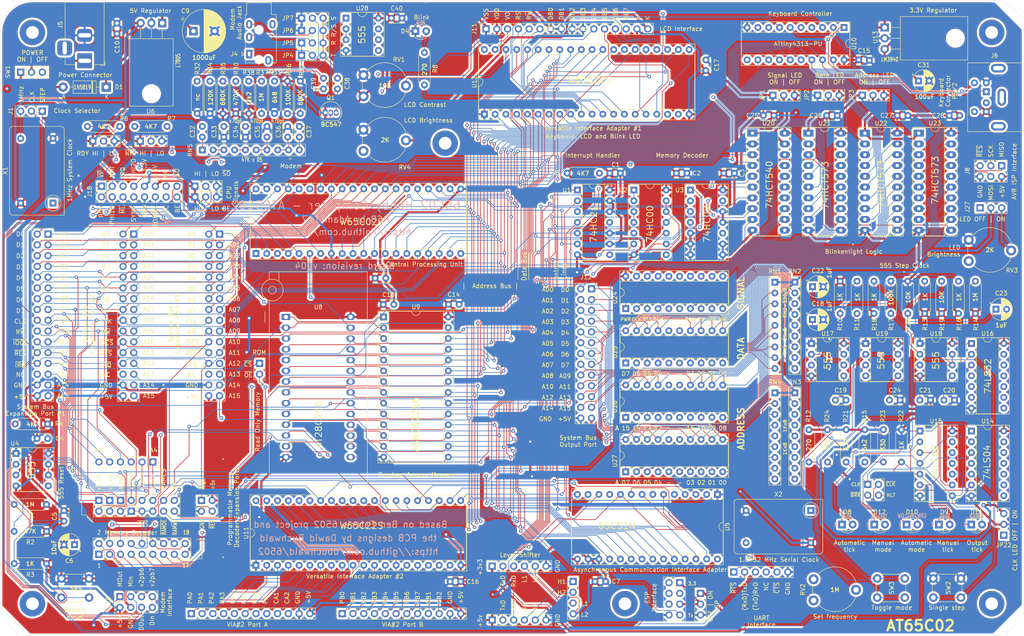
<source format=kicad_pcb>
(kicad_pcb (version 20171130) (host pcbnew "(5.1.9)-1")
  (title_block (title "AT65C02 Hobby Computer") (date 2023-08-06) (rev Rev004) (company "This AT65C02 version by AdamT117. ") (comment 4 "Original Author: Dawid Buchwald with AT65C02 additions"))
  (layers (0 F.Cu signal hide) (31 B.Cu signal hide) (34 B.Paste user hide) (35 F.Paste user hide) (36 B.SilkS user hide) (37 F.SilkS user) (38 B.Mask user) (39 F.Mask user) (44 Edge.Cuts user))
  (net 0 "")
  (net 1 +5V)
  (net 2 GND)
  (net 3 "Net-(C4-Pad1)")
  (net 4 "/6502 Peripherals/v1pb0")
  (net 5 CLK)
  (net 6 CLKOUT)
  (net 7 a0)
  (net 8 a1)
  (net 9 a2)
  (net 10 a3)
  (net 11 a4)
  (net 12 a5)
  (net 13 a6)
  (net 14 a7)
  (net 15 a8)
  (net 16 a9)
  (net 17 a10)
  (net 18 a11)
  (net 19 a12)
  (net 20 a13)
  (net 21 a14)
  (net 22 a15)
  (net 23 d0)
  (net 24 d1)
  (net 25 d2)
  (net 26 d3)
  (net 27 d4)
  (net 28 d5)
  (net 29 d6)
  (net 30 d7)
  (net 31 R~W)
  (net 32 ~IOCS)
  (net 33 ~RES)
  (net 34 ~IRQX)
  (net 35 "/6502 Peripherals/v1pb1")
  (net 36 "/6502 Peripherals/v1pb2")
  (net 37 "/6502 Peripherals/v1pb3")
  (net 38 "/6502 Peripherals/v1pb4")
  (net 39 "/6502 Peripherals/v1pb5")
  (net 40 "/6502 Peripherals/v1pb6")
  (net 41 "/6502 Peripherals/v1pb7")
  (net 42 "/6502 Peripherals/v2pa0")
  (net 43 "/6502 Peripherals/v2pa1")
  (net 44 "/6502 Peripherals/v2pa2")
  (net 45 "/6502 Peripherals/v2pa3")
  (net 46 "/6502 Peripherals/v2pa4")
  (net 47 "/6502 Peripherals/v2pa5")
  (net 48 "/6502 Peripherals/v2pa6")
  (net 49 "/6502 Peripherals/v2pa7")
  (net 50 "/6502 Peripherals/v2pa8")
  (net 51 "/6502 Peripherals/v2pa9")
  (net 52 "/6502 Peripherals/v2pb0")
  (net 53 "/6502 Peripherals/v2pb1")
  (net 54 "/6502 Peripherals/v2pb2")
  (net 55 "/6502 Peripherals/v2pb3")
  (net 56 "/6502 Peripherals/v2pb4")
  (net 57 "/6502 Peripherals/v2pb5")
  (net 58 "/6502 Peripherals/v2pb8")
  (net 59 "/6502 Peripherals/v2pb9")
  (net 60 KBCLK)
  (net 61 KBDAT)
  (net 62 ~ROM_CS)
  (net 63 ~IRQ)
  (net 64 ~RAM_CS)
  (net 65 ~AIRQ)
  (net 66 ~V2IRQ)
  (net 67 ~V1IRQ)
  (net 68 "/6502 Peripherals/v1pa8")
  (net 69 "/6502 Peripherals/v1pa9")
  (net 70 "/6502 Peripherals/v1pa7")
  (net 71 "/6502 Peripherals/v1pa6")
  (net 72 "/6502 Peripherals/v1pa5")
  (net 73 "/6502 Peripherals/v1pa4")
  (net 74 "/6502 Peripherals/v1pa3")
  (net 75 "/6502 Peripherals/v1pa2")
  (net 76 "/6502 Peripherals/v1pa1")
  (net 77 "/6502 Peripherals/v1pa0")
  (net 78 RxD)
  (net 79 ~CTS)
  (net 80 TxD)
  (net 81 ~RTS)
  (net 82 RS232CLK)
  (net 83 "Net-(X1-Pad1)")
  (net 84 "Net-(X2-Pad1)")
  (net 85 "Net-(D1-Pad2)")
  (net 86 "Net-(D4-Pad2)")
  (net 87 "Net-(U2-Pad12)")
  (net 88 "Net-(U4-Pad5)")
  (net 89 "Net-(U5-Pad5)")
  (net 90 "Net-(U5-Pad7)")
  (net 91 "Net-(U5-Pad11)")
  (net 92 "Net-(U7-Pad35)")
  (net 93 "Net-(U10-Pad9)")
  (net 94 "Net-(U10-Pad8)")
  (net 95 "Net-(U10-Pad5)")
  (net 96 "Net-(U10-Pad4)")
  (net 97 "Net-(U10-Pad11)")
  (net 98 "Net-(U12-Pad19)")
  (net 99 "Net-(U12-Pad18)")
  (net 100 "Net-(C6-Pad1)")
  (net 101 "Net-(J6-Pad6)")
  (net 102 "Net-(J6-Pad2)")
  (net 103 "Net-(J7-Pad28)")
  (net 104 "Net-(J11-Pad3)")
  (net 105 "Net-(U1-Pad8)")
  (net 106 "Net-(U3-Pad10)")
  (net 107 "Net-(U3-Pad13)")
  (net 108 "Net-(U3-Pad4)")
  (net 109 "Net-(C9-Pad1)")
  (net 110 "Net-(SW1-Pad3)")
  (net 111 AUTO)
  (net 112 MAN)
  (net 113 ~MODE)
  (net 114 MODE)
  (net 115 HLT)
  (net 116 ~BRK)
  (net 117 "Net-(D8-Pad1)")
  (net 118 "Net-(D9-Pad1)")
  (net 119 "Net-(D10-Pad1)")
  (net 120 "Net-(D11-Pad1)")
  (net 121 "Net-(D12-Pad1)")
  (net 122 "Net-(C18-Pad1)")
  (net 123 "Net-(C19-Pad1)")
  (net 124 "Net-(C20-Pad1)")
  (net 125 "Net-(C21-Pad1)")
  (net 126 "Net-(C22-Pad1)")
  (net 127 "Net-(C23-Pad1)")
  (net 128 "Net-(C24-Pad1)")
  (net 129 +3.3V)
  (net 130 CLKx)
  (net 131 ~CLKx)
  (net 132 "Net-(J5-Pad1)")
  (net 133 RxD3)
  (net 134 "Net-(J14-Pad6)")
  (net 135 "Net-(J14-Pad4)")
  (net 136 TxD3)
  (net 137 "Net-(J15-Pad5)")
  (net 138 "Net-(J15-Pad4)")
  (net 139 "Net-(J16-Pad4)")
  (net 140 "Net-(J16-Pad5)")
  (net 141 "Net-(JP1-Pad2)")
  (net 142 "Net-(JP2-Pad2)")
  (net 143 "Net-(JP3-Pad2)")
  (net 144 "Net-(R10-Pad2)")
  (net 145 "Net-(R11-Pad2)")
  (net 146 "Net-(R13-Pad2)")
  (net 147 "Net-(R16-Pad2)")
  (net 148 "Net-(R19-Pad2)")
  (net 149 "Net-(RN1-Pad9)")
  (net 150 "Net-(RN1-Pad8)")
  (net 151 "Net-(RN1-Pad7)")
  (net 152 "Net-(RN1-Pad6)")
  (net 153 "Net-(RN1-Pad5)")
  (net 154 "Net-(RN1-Pad4)")
  (net 155 "Net-(RN1-Pad3)")
  (net 156 "Net-(RN1-Pad2)")
  (net 157 LED_bright)
  (net 158 "Net-(RN2-Pad9)")
  (net 159 "Net-(RN2-Pad8)")
  (net 160 "Net-(RN2-Pad7)")
  (net 161 "Net-(RN2-Pad6)")
  (net 162 "Net-(RN2-Pad5)")
  (net 163 "Net-(RN2-Pad4)")
  (net 164 "Net-(RN2-Pad3)")
  (net 165 "Net-(RN2-Pad2)")
  (net 166 "Net-(RN3-Pad2)")
  (net 167 "Net-(RN3-Pad3)")
  (net 168 "Net-(RN3-Pad4)")
  (net 169 "Net-(RN3-Pad5)")
  (net 170 "Net-(RN3-Pad6)")
  (net 171 "Net-(RN3-Pad7)")
  (net 172 "Net-(RN3-Pad8)")
  (net 173 "Net-(RN3-Pad9)")
  (net 174 "Net-(RN4-Pad2)")
  (net 175 "Net-(RN4-Pad3)")
  (net 176 "Net-(RN4-Pad4)")
  (net 177 "Net-(RN4-Pad5)")
  (net 178 "Net-(RN4-Pad6)")
  (net 179 "Net-(RN4-Pad7)")
  (net 180 "Net-(RN4-Pad8)")
  (net 181 "Net-(RN4-Pad9)")
  (net 182 "Net-(RV2-Pad3)")
  (net 183 "Net-(RV3-Pad1)")
  (net 184 "Net-(U14-Pad4)")
  (net 185 "Net-(U15-Pad6)")
  (net 186 "Net-(U15-Pad3)")
  (net 187 "Net-(U15-Pad9)")
  (net 188 "Net-(U20-Pad18)")
  (net 189 "Net-(U20-Pad17)")
  (net 190 "Net-(U20-Pad16)")
  (net 191 "Net-(U20-Pad15)")
  (net 192 "Net-(U20-Pad14)")
  (net 193 "Net-(U20-Pad13)")
  (net 194 "Net-(U20-Pad12)")
  (net 195 "Net-(U20-Pad11)")
  (net 196 "Net-(U24-Pad16)")
  (net 197 "Net-(U24-Pad6)")
  (net 198 "Net-(U24-Pad15)")
  (net 199 "Net-(U24-Pad5)")
  (net 200 "Net-(U25-Pad16)")
  (net 201 "Net-(U25-Pad6)")
  (net 202 "Net-(U25-Pad15)")
  (net 203 "Net-(U25-Pad5)")
  (net 204 "Net-(U26-Pad16)")
  (net 205 "Net-(U26-Pad6)")
  (net 206 "Net-(U26-Pad15)")
  (net 207 "Net-(U26-Pad5)")
  (net 208 "Net-(U27-Pad16)")
  (net 209 "Net-(U27-Pad6)")
  (net 210 "Net-(U27-Pad15)")
  (net 211 "Net-(U27-Pad5)")
  (net 212 "Net-(J14-Pad3)")
  (net 213 RDY)
  (net 214 ~NMI)
  (net 215 PHI2O)
  (net 216 SYNC)
  (net 217 ~ML)
  (net 218 PHI1O)
  (net 219 ~VP)
  (net 220 "Net-(J2-Pad4)")
  (net 221 "Net-(C32-Pad1)")
  (net 222 DataOut)
  (net 223 "Net-(C37-Pad1)")
  (net 224 "Net-(C37-Pad2)")
  (net 225 "Net-(C38-Pad2)")
  (net 226 ModOut)
  (net 227 "Net-(C39-Pad1)")
  (net 228 ModIn)
  (net 229 "Net-(J4-PadS)")
  (net 230 "Net-(J4-PadT)")
  (net 231 "Net-(J4-PadR1)")
  (net 232 "Net-(J4-PadR2)")
  (net 233 DataIn)
  (net 234 "Net-(C33-Pad2)")
  (net 235 "Net-(C34-Pad2)")
  (net 236 "Net-(C35-Pad2)")
  (net 237 "Net-(C36-Pad2)")
  (net 238 V2PB6)
  (net 239 V2PB7)
  (net 240 "Net-(JP9-Pad2)")
  (net 241 "Net-(R6-Pad1)")
  (net 242 "Net-(J21-Pad28)")
  (net 243 "Net-(J22-Pad28)")
  (net 244 ~RAM_OE)
  (net 245 V2CS1)
  (net 246 V1CS1)
  (net 247 A_CSO)
  (net 248 ~IOCS_V1)
  (net 249 ~IOCS_V2)
  (net 250 ~IOCS_A)
  (net 251 ab14)
  (net 252 ab15)
  (net 253 ab12)
  (net 254 ab13)
  (net 255 ab10)
  (net 256 ab11)
  (net 257 ab8)
  (net 258 ab9)
  (net 259 ab7)
  (net 260 db7)
  (net 261 ab6)
  (net 262 db6)
  (net 263 ab5)
  (net 264 db5)
  (net 265 ab4)
  (net 266 db4)
  (net 267 ab3)
  (net 268 db3)
  (net 269 ab2)
  (net 270 db2)
  (net 271 ab1)
  (net 272 db1)
  (net 273 ab0)
  (net 274 db0)
  (net 275 "Net-(J27-Pad1)")
  (net 276 "Net-(J27-Pad3)")
  (net 277 ~ROM_OE)
  (net 278 CLOCK_LED_GND)
  (net 279 ROM~WE)
  (net 280 "Net-(J11-Pad16)")
  (net 281 "Net-(RV4-Pad1)")
  (net 282 "Net-(J29-Pad1)")
  (net 283 "Net-(J29-Pad3)")
  (net 284 "Net-(J29-Pad5)")
  (net 285 "Net-(J29-Pad15)")
  (net 286 "Net-(J29-Pad17)")
  (net 287 "Net-(J29-Pad7)")
  (net 288 "Net-(J29-Pad9)")
  (net 289 "Net-(J29-Pad11)")
  (net 290 "Net-(J29-Pad13)")
  (net 291 RAM~WE~)
  (net 292 ~SO)
  (net 293 BE)
  (net 294 "Net-(JP22-Pad1)")
  (net 295 "Net-(J14-Pad1)")
  (net 296 "Net-(J18-Pad13)")
  (net 297 "Net-(J18-Pad14)")
  (module Package_DIP:DIP-14_W7.62mm_Socket (layer F.Cu) (at 227.645 106.73)
    (fp_text reference U1 (at -2.54 0) (layer F.SilkS))
    (fp_text value 74HC21)
    (pad 1 thru_hole rect (at 0 0) (size 1.6 1.6) (drill 0.8) (layers *.Cu *.Mask) (net 67 ~V1IRQ))
    (pad 8 thru_hole oval (at 7.62 15.24) (size 1.6 1.6) (drill 0.8) (layers *.Cu *.Mask) (net 105 "Net-(U1-Pad8)"))
    (pad 2 thru_hole oval (at 0 2.54) (size 1.6 1.6) (drill 0.8) (layers *.Cu *.Mask) (net 66 ~V2IRQ))
    (pad 9 thru_hole oval (at 7.62 12.7) (size 1.6 1.6) (drill 0.8) (layers *.Cu *.Mask) (net 2 GND))
    (pad 3 thru_hole oval (at 0 5.08) (size 1.6 1.6) (drill 0.8) (layers *.Cu *.Mask))
    (pad 10 thru_hole oval (at 7.62 10.16) (size 1.6 1.6) (drill 0.8) (layers *.Cu *.Mask) (net 2 GND))
    (pad 4 thru_hole oval (at 0 7.62) (size 1.6 1.6) (drill 0.8) (layers *.Cu *.Mask) (net 65 ~AIRQ))
    (pad 11 thru_hole oval (at 7.62 7.62) (size 1.6 1.6) (drill 0.8) (layers *.Cu *.Mask))
    (pad 5 thru_hole oval (at 0 10.16) (size 1.6 1.6) (drill 0.8) (layers *.Cu *.Mask) (net 34 ~IRQX))
    (pad 12 thru_hole oval (at 7.62 5.08) (size 1.6 1.6) (drill 0.8) (layers *.Cu *.Mask) (net 2 GND))
    (pad 6 thru_hole oval (at 0 12.7) (size 1.6 1.6) (drill 0.8) (layers *.Cu *.Mask) (net 63 ~IRQ))
    (pad 13 thru_hole oval (at 7.62 2.54) (size 1.6 1.6) (drill 0.8) (layers *.Cu *.Mask) (net 2 GND))
    (pad 7 thru_hole oval (at 0 15.24) (size 1.6 1.6) (drill 0.8) (layers *.Cu *.Mask) (net 2 GND))
    (pad 14 thru_hole oval (at 7.62 0) (size 1.6 1.6) (drill 0.8) (layers *.Cu *.Mask) (net 1 +5V))
  )
  (module Socket:DIP_Socket-28_W11.9_W12.7_W15.24_W17.78_W18.5_3M_228-1277-00-0602J (layer F.Cu) (at 158.965 136.64)
    (fp_text reference U8 (at 7.62 -2.33) (layer F.SilkS))
    (fp_text value 28C256)
    (pad 15 thru_hole oval (at 15.24 33.02) (size 2 1.44) (drill 1) (layers *.Cu *.Mask) (net 26 d3))
    (pad 14 thru_hole oval (at 0 33.02) (size 2 1.44) (drill 1) (layers *.Cu *.Mask) (net 2 GND))
    (pad 16 thru_hole oval (at 15.24 30.48) (size 2 1.44) (drill 1) (layers *.Cu *.Mask) (net 27 d4))
    (pad 13 thru_hole oval (at 0 30.48) (size 2 1.44) (drill 1) (layers *.Cu *.Mask) (net 25 d2))
    (pad 17 thru_hole oval (at 15.24 27.94) (size 2 1.44) (drill 1) (layers *.Cu *.Mask) (net 28 d5))
    (pad 12 thru_hole oval (at 0 27.94) (size 2 1.44) (drill 1) (layers *.Cu *.Mask) (net 24 d1))
    (pad 18 thru_hole oval (at 15.24 25.4) (size 2 1.44) (drill 1) (layers *.Cu *.Mask) (net 29 d6))
    (pad 11 thru_hole oval (at 0 25.4) (size 2 1.44) (drill 1) (layers *.Cu *.Mask) (net 23 d0))
    (pad 19 thru_hole oval (at 15.24 22.86) (size 2 1.44) (drill 1) (layers *.Cu *.Mask) (net 30 d7))
    (pad 10 thru_hole oval (at 0 22.86) (size 2 1.44) (drill 1) (layers *.Cu *.Mask) (net 7 a0))
    (pad 20 thru_hole oval (at 15.24 20.32) (size 2 1.44) (drill 1) (layers *.Cu *.Mask) (net 62 ~ROM_CS))
    (pad 9 thru_hole oval (at 0 20.32) (size 2 1.44) (drill 1) (layers *.Cu *.Mask) (net 8 a1))
    (pad 21 thru_hole oval (at 15.24 17.78) (size 2 1.44) (drill 1) (layers *.Cu *.Mask) (net 17 a10))
    (pad 8 thru_hole oval (at 0 17.78) (size 2 1.44) (drill 1) (layers *.Cu *.Mask) (net 9 a2))
    (pad 22 thru_hole oval (at 15.24 15.24) (size 2 1.44) (drill 1) (layers *.Cu *.Mask) (net 277 ~ROM_OE))
    (pad 7 thru_hole oval (at 0 15.24) (size 2 1.44) (drill 1) (layers *.Cu *.Mask) (net 10 a3))
    (pad 23 thru_hole oval (at 15.24 12.7) (size 2 1.44) (drill 1) (layers *.Cu *.Mask) (net 18 a11))
    (pad 6 thru_hole oval (at 0 12.7) (size 2 1.44) (drill 1) (layers *.Cu *.Mask) (net 11 a4))
    (pad 24 thru_hole oval (at 15.24 10.16) (size 2 1.44) (drill 1) (layers *.Cu *.Mask) (net 16 a9))
    (pad 5 thru_hole oval (at 0 10.16) (size 2 1.44) (drill 1) (layers *.Cu *.Mask) (net 12 a5))
    (pad 25 thru_hole oval (at 15.24 7.62) (size 2 1.44) (drill 1) (layers *.Cu *.Mask) (net 15 a8))
    (pad 4 thru_hole oval (at 0 7.62) (size 2 1.44) (drill 1) (layers *.Cu *.Mask) (net 13 a6))
    (pad 26 thru_hole oval (at 15.24 5.08) (size 2 1.44) (drill 1) (layers *.Cu *.Mask) (net 20 a13))
    (pad 3 thru_hole oval (at 0 5.08) (size 2 1.44) (drill 1) (layers *.Cu *.Mask) (net 14 a7))
    (pad 27 thru_hole oval (at 15.24 2.54) (size 2 1.44) (drill 1) (layers *.Cu *.Mask) (net 279 ROM~WE))
    (pad 2 thru_hole oval (at 0 2.54) (size 2 1.44) (drill 1) (layers *.Cu *.Mask) (net 19 a12))
    (pad 28 thru_hole oval (at 15.24 0) (size 2 1.44) (drill 1) (layers *.Cu *.Mask) (net 1 +5V))
    (pad 1 thru_hole rect (at 0 0) (size 2 1.44) (drill 1) (layers *.Cu *.Mask) (net 21 a14))
  )
  (module Connector_PinHeader_2.54mm:PinHeader_2x09_P2.54mm_Vertical (layer F.Cu) (at 114.89 192.58 90)
    (fp_text reference J29 hide)
    (fp_text value "Decoder Signals")
    (pad 1 thru_hole rect (at 0 0 90) (size 1.7 1.7) (drill 1) (layers *.Cu *.Mask) (net 282 "Net-(J29-Pad1)"))
    (pad 2 thru_hole oval (at 2.54 0 90) (size 1.7 1.7) (drill 1) (layers *.Cu *.Mask) (net 277 ~ROM_OE))
    (pad 3 thru_hole oval (at 0 2.54 90) (size 1.7 1.7) (drill 1) (layers *.Cu *.Mask) (net 283 "Net-(J29-Pad3)"))
    (pad 4 thru_hole oval (at 2.54 2.54 90) (size 1.7 1.7) (drill 1) (layers *.Cu *.Mask) (net 64 ~RAM_CS))
    (pad 5 thru_hole oval (at 0 5.08 90) (size 1.7 1.7) (drill 1) (layers *.Cu *.Mask) (net 284 "Net-(J29-Pad5)"))
    (pad 6 thru_hole oval (at 2.54 5.08 90) (size 1.7 1.7) (drill 1) (layers *.Cu *.Mask) (net 5 CLK))
    (pad 7 thru_hole oval (at 0 7.62 90) (size 1.7 1.7) (drill 1) (layers *.Cu *.Mask) (net 287 "Net-(J29-Pad7)"))
    (pad 8 thru_hole oval (at 2.54 7.62 90) (size 1.7 1.7) (drill 1) (layers *.Cu *.Mask) (net 62 ~ROM_CS))
    (pad 9 thru_hole oval (at 0 10.16 90) (size 1.7 1.7) (drill 1) (layers *.Cu *.Mask) (net 288 "Net-(J29-Pad9)"))
    (pad 10 thru_hole oval (at 2.54 10.16 90) (size 1.7 1.7) (drill 1) (layers *.Cu *.Mask) (net 32 ~IOCS))
    (pad 11 thru_hole oval (at 0 12.7 90) (size 1.7 1.7) (drill 1) (layers *.Cu *.Mask) (net 289 "Net-(J29-Pad11)"))
    (pad 12 thru_hole oval (at 2.54 12.7 90) (size 1.7 1.7) (drill 1) (layers *.Cu *.Mask) (net 22 a15))
    (pad 13 thru_hole oval (at 0 15.24 90) (size 1.7 1.7) (drill 1) (layers *.Cu *.Mask) (net 290 "Net-(J29-Pad13)"))
    (pad 14 thru_hole oval (at 2.54 15.24 90) (size 1.7 1.7) (drill 1) (layers *.Cu *.Mask) (net 21 a14))
    (pad 15 thru_hole oval (at 0 17.78 90) (size 1.7 1.7) (drill 1) (layers *.Cu *.Mask) (net 285 "Net-(J29-Pad15)"))
    (pad 16 thru_hole oval (at 2.54 17.78 90) (size 1.7 1.7) (drill 1) (layers *.Cu *.Mask) (net 20 a13))
    (pad 17 thru_hole oval (at 0 20.32 90) (size 1.7 1.7) (drill 1) (layers *.Cu *.Mask) (net 286 "Net-(J29-Pad17)"))
    (pad 18 thru_hole oval (at 2.54 20.32 90) (size 1.7 1.7) (drill 1) (layers *.Cu *.Mask) (net 22 a15))
  )
  (module MountingHole:MountingHole_3mm_Pad (layer F.Cu) (at 196.49 95.7)
    (fp_text reference H6 hide)
    (fp_text value MountingHole)
    (pad 1 thru_hole circle (at 0 0) (size 6 6) (drill 3) (layers *.Cu *.Mask))
  )
  (module MountingHole:MountingHole_3mm_Pad (layer F.Cu) (at 238.865 204.21)
    (fp_text reference H5 hide)
    (fp_text value MountingHole)
    (pad 1 thru_hole circle (at 0 0) (size 6 6) (drill 3) (layers *.Cu *.Mask))
  )
  (module Capacitor_THT:C_Disc_D3.4mm_W2.1mm_P2.50mm (layer F.Cu) (at 119.145 69.915 90)
    (fp_text reference C10 (at -3.115 0.06 90) (layer F.SilkS))
    (fp_text value 0.1uF)
    (pad 1 thru_hole circle (at 0 0 90) (size 1.6 1.6) (drill 0.8) (layers *.Cu *.Mask) (net 1 +5V))
    (pad 2 thru_hole circle (at 2.5 0 90) (size 1.6 1.6) (drill 0.8) (layers *.Cu *.Mask) (net 2 GND))
  )
  (module Button_Switch_THT:SW_PUSH_6mm (layer F.Cu) (at 106.065 198.275)
    (fp_text reference SW4 (at 3.375 2.275) (layer F.SilkS))
    (fp_text value SW_SPDT)
    (pad 1 thru_hole circle (at 6.5 0 90) (size 2 2) (drill 1.1) (layers *.Cu *.Mask) (net 2 GND))
    (pad 2 thru_hole circle (at 6.5 4.5 90) (size 2 2) (drill 1.1) (layers *.Cu *.Mask) (net 3 "Net-(C4-Pad1)"))
    (pad 1 thru_hole circle (at 0 0 90) (size 2 2) (drill 1.1) (layers *.Cu *.Mask) (net 2 GND))
    (pad 2 thru_hole circle (at 0 4.5 90) (size 2 2) (drill 1.1) (layers *.Cu *.Mask) (net 3 "Net-(C4-Pad1)"))
  )
  (module Button_Switch_THT:SW_PUSH_6mm (layer F.Cu) (at 311.544 198.275)
    (fp_text reference SW2 (at 3.521 2.2 90) (layer F.SilkS))
    (fp_text value Step)
    (pad 1 thru_hole circle (at 6.5 0 90) (size 2 2) (drill 1.1) (layers *.Cu *.Mask) (net 2 GND))
    (pad 2 thru_hole circle (at 6.5 4.5 90) (size 2 2) (drill 1.1) (layers *.Cu *.Mask) (net 146 "Net-(R13-Pad2)"))
    (pad 1 thru_hole circle (at 0 0 90) (size 2 2) (drill 1.1) (layers *.Cu *.Mask) (net 2 GND))
    (pad 2 thru_hole circle (at 0 4.5 90) (size 2 2) (drill 1.1) (layers *.Cu *.Mask) (net 146 "Net-(R13-Pad2)"))
  )
  (module Button_Switch_THT:SW_PUSH_6mm (layer F.Cu) (at 298.304 198.275)
    (fp_text reference SW3 (at 3.386 2.2 90) (layer F.SilkS))
    (fp_text value Mode)
    (pad 1 thru_hole circle (at 6.5 0 90) (size 2 2) (drill 1.1) (layers *.Cu *.Mask) (net 126 "Net-(C22-Pad1)"))
    (pad 2 thru_hole circle (at 6.5 4.5 90) (size 2 2) (drill 1.1) (layers *.Cu *.Mask) (net 148 "Net-(R19-Pad2)"))
    (pad 1 thru_hole circle (at 0 0 90) (size 2 2) (drill 1.1) (layers *.Cu *.Mask) (net 126 "Net-(C22-Pad1)"))
    (pad 2 thru_hole circle (at 0 4.5 90) (size 2 2) (drill 1.1) (layers *.Cu *.Mask) (net 148 "Net-(R19-Pad2)"))
  )
  (module Connector_PinHeader_2.54mm:PinHeader_1x03_P2.54mm_Vertical (layer F.Cu) (at 294.775 84.41 90)
    (fp_text reference JP3 (at 0 -2.53 90) (layer F.SilkS))
    (fp_text value EN_ADDR)
    (pad 3 thru_hole oval (at 0 5.08 90) (size 1.7 1.7) (drill 1) (layers *.Cu *.Mask) (net 1 +5V))
    (pad 2 thru_hole oval (at 0 2.54 90) (size 1.7 1.7) (drill 1) (layers *.Cu *.Mask) (net 143 "Net-(JP3-Pad2)"))
    (pad 1 thru_hole rect (at 0 0 90) (size 1.7 1.7) (drill 1) (layers *.Cu *.Mask) (net 2 GND))
  )
  (module Connector_PinHeader_2.54mm:PinHeader_1x03_P2.54mm_Vertical (layer F.Cu) (at 284.255 84.41 90)
    (fp_text reference JP2 (at 0 -2.53 90) (layer F.SilkS))
    (fp_text value EN_DATA)
    (pad 3 thru_hole oval (at 0 5.08 90) (size 1.7 1.7) (drill 1) (layers *.Cu *.Mask) (net 1 +5V))
    (pad 2 thru_hole oval (at 0 2.54 90) (size 1.7 1.7) (drill 1) (layers *.Cu *.Mask) (net 142 "Net-(JP2-Pad2)"))
    (pad 1 thru_hole rect (at 0 0 90) (size 1.7 1.7) (drill 1) (layers *.Cu *.Mask) (net 2 GND))
  )
  (module Connector_PinHeader_2.54mm:PinHeader_1x03_P2.54mm_Vertical (layer F.Cu) (at 273.735 84.41 90)
    (fp_text reference JP1 (at 0 -2.53 90) (layer F.SilkS))
    (fp_text value EN_SIGNAL)
    (pad 3 thru_hole oval (at 0 5.08 90) (size 1.7 1.7) (drill 1) (layers *.Cu *.Mask) (net 1 +5V))
    (pad 2 thru_hole oval (at 0 2.54 90) (size 1.7 1.7) (drill 1) (layers *.Cu *.Mask) (net 141 "Net-(JP1-Pad2)"))
    (pad 1 thru_hole rect (at 0 0 90) (size 1.7 1.7) (drill 1) (layers *.Cu *.Mask) (net 2 GND))
  )
  (module Package_DIP:DIP-20_W7.62mm_Socket (layer F.Cu) (at 239.045 147.496666 90)
    (fp_text reference U25 (at 2.54 -2.54 90) (layer F.SilkS))
    (fp_text value "10_LED_Array (green)")
    (pad 20 thru_hole oval (at 7.62 0 90) (size 1.6 1.6) (drill 0.8) (layers *.Cu *.Mask) (net 260 db7))
    (pad 10 thru_hole oval (at 0 22.86 90) (size 1.6 1.6) (drill 0.8) (layers *.Cu *.Mask) (net 149 "Net-(RN1-Pad9)"))
    (pad 19 thru_hole oval (at 7.62 2.54 90) (size 1.6 1.6) (drill 0.8) (layers *.Cu *.Mask) (net 262 db6))
    (pad 9 thru_hole oval (at 0 20.32 90) (size 1.6 1.6) (drill 0.8) (layers *.Cu *.Mask) (net 150 "Net-(RN1-Pad8)"))
    (pad 18 thru_hole oval (at 7.62 5.08 90) (size 1.6 1.6) (drill 0.8) (layers *.Cu *.Mask) (net 264 db5))
    (pad 8 thru_hole oval (at 0 17.78 90) (size 1.6 1.6) (drill 0.8) (layers *.Cu *.Mask) (net 151 "Net-(RN1-Pad7)"))
    (pad 17 thru_hole oval (at 7.62 7.62 90) (size 1.6 1.6) (drill 0.8) (layers *.Cu *.Mask) (net 266 db4))
    (pad 7 thru_hole oval (at 0 15.24 90) (size 1.6 1.6) (drill 0.8) (layers *.Cu *.Mask) (net 152 "Net-(RN1-Pad6)"))
    (pad 16 thru_hole oval (at 7.62 10.16 90) (size 1.6 1.6) (drill 0.8) (layers *.Cu *.Mask) (net 200 "Net-(U25-Pad16)"))
    (pad 6 thru_hole oval (at 0 12.7 90) (size 1.6 1.6) (drill 0.8) (layers *.Cu *.Mask) (net 201 "Net-(U25-Pad6)"))
    (pad 15 thru_hole oval (at 7.62 12.7 90) (size 1.6 1.6) (drill 0.8) (layers *.Cu *.Mask) (net 202 "Net-(U25-Pad15)"))
    (pad 5 thru_hole oval (at 0 10.16 90) (size 1.6 1.6) (drill 0.8) (layers *.Cu *.Mask) (net 203 "Net-(U25-Pad5)"))
    (pad 14 thru_hole oval (at 7.62 15.24 90) (size 1.6 1.6) (drill 0.8) (layers *.Cu *.Mask) (net 268 db3))
    (pad 4 thru_hole oval (at 0 7.62 90) (size 1.6 1.6) (drill 0.8) (layers *.Cu *.Mask) (net 153 "Net-(RN1-Pad5)"))
    (pad 13 thru_hole oval (at 7.62 17.78 90) (size 1.6 1.6) (drill 0.8) (layers *.Cu *.Mask) (net 270 db2))
    (pad 3 thru_hole oval (at 0 5.08 90) (size 1.6 1.6) (drill 0.8) (layers *.Cu *.Mask) (net 154 "Net-(RN1-Pad4)"))
    (pad 12 thru_hole oval (at 7.62 20.32 90) (size 1.6 1.6) (drill 0.8) (layers *.Cu *.Mask) (net 272 db1))
    (pad 2 thru_hole oval (at 0 2.54 90) (size 1.6 1.6) (drill 0.8) (layers *.Cu *.Mask) (net 155 "Net-(RN1-Pad3)"))
    (pad 11 thru_hole oval (at 7.62 22.86 90) (size 1.6 1.6) (drill 0.8) (layers *.Cu *.Mask) (net 274 db0))
    (pad 1 thru_hole rect (at 0 0 90) (size 1.6 1.6) (drill 0.8) (layers *.Cu *.Mask) (net 156 "Net-(RN1-Pad2)"))
  )
  (module Package_DIP:DIP-20_W7.62mm_Socket (layer F.Cu) (at 239.045 134.68 90)
    (fp_text reference U24 (at 2.54 -2.54 270) (layer F.SilkS))
    (fp_text value "10_LED_Array (yellow)")
    (pad 20 thru_hole oval (at 7.62 0 90) (size 1.6 1.6) (drill 0.8) (layers *.Cu *.Mask) (net 1 +5V))
    (pad 10 thru_hole oval (at 0 22.86 90) (size 1.6 1.6) (drill 0.8) (layers *.Cu *.Mask) (net 158 "Net-(RN2-Pad9)"))
    (pad 19 thru_hole oval (at 7.62 2.54 90) (size 1.6 1.6) (drill 0.8) (layers *.Cu *.Mask) (net 189 "Net-(U20-Pad17)"))
    (pad 9 thru_hole oval (at 0 20.32 90) (size 1.6 1.6) (drill 0.8) (layers *.Cu *.Mask) (net 159 "Net-(RN2-Pad8)"))
    (pad 18 thru_hole oval (at 7.62 5.08 90) (size 1.6 1.6) (drill 0.8) (layers *.Cu *.Mask) (net 190 "Net-(U20-Pad16)"))
    (pad 8 thru_hole oval (at 0 17.78 90) (size 1.6 1.6) (drill 0.8) (layers *.Cu *.Mask) (net 160 "Net-(RN2-Pad7)"))
    (pad 17 thru_hole oval (at 7.62 7.62 90) (size 1.6 1.6) (drill 0.8) (layers *.Cu *.Mask) (net 191 "Net-(U20-Pad15)"))
    (pad 7 thru_hole oval (at 0 15.24 90) (size 1.6 1.6) (drill 0.8) (layers *.Cu *.Mask) (net 161 "Net-(RN2-Pad6)"))
    (pad 16 thru_hole oval (at 7.62 10.16 90) (size 1.6 1.6) (drill 0.8) (layers *.Cu *.Mask) (net 196 "Net-(U24-Pad16)"))
    (pad 6 thru_hole oval (at 0 12.7 90) (size 1.6 1.6) (drill 0.8) (layers *.Cu *.Mask) (net 197 "Net-(U24-Pad6)"))
    (pad 15 thru_hole oval (at 7.62 12.7 90) (size 1.6 1.6) (drill 0.8) (layers *.Cu *.Mask) (net 198 "Net-(U24-Pad15)"))
    (pad 5 thru_hole oval (at 0 10.16 90) (size 1.6 1.6) (drill 0.8) (layers *.Cu *.Mask) (net 199 "Net-(U24-Pad5)"))
    (pad 14 thru_hole oval (at 7.62 15.24 90) (size 1.6 1.6) (drill 0.8) (layers *.Cu *.Mask) (net 192 "Net-(U20-Pad14)"))
    (pad 4 thru_hole oval (at 0 7.62 90) (size 1.6 1.6) (drill 0.8) (layers *.Cu *.Mask) (net 162 "Net-(RN2-Pad5)"))
    (pad 13 thru_hole oval (at 7.62 17.78 90) (size 1.6 1.6) (drill 0.8) (layers *.Cu *.Mask) (net 193 "Net-(U20-Pad13)"))
    (pad 3 thru_hole oval (at 0 5.08 90) (size 1.6 1.6) (drill 0.8) (layers *.Cu *.Mask) (net 163 "Net-(RN2-Pad4)"))
    (pad 12 thru_hole oval (at 7.62 20.32 90) (size 1.6 1.6) (drill 0.8) (layers *.Cu *.Mask) (net 194 "Net-(U20-Pad12)"))
    (pad 2 thru_hole oval (at 0 2.54 90) (size 1.6 1.6) (drill 0.8) (layers *.Cu *.Mask) (net 164 "Net-(RN2-Pad3)"))
    (pad 11 thru_hole oval (at 7.62 22.86 90) (size 1.6 1.6) (drill 0.8) (layers *.Cu *.Mask) (net 195 "Net-(U20-Pad11)"))
    (pad 1 thru_hole rect (at 0 0 90) (size 1.6 1.6) (drill 0.8) (layers *.Cu *.Mask) (net 165 "Net-(RN2-Pad2)"))
  )
  (module Package_DIP:DIP-20_W7.62mm_Socket (layer F.Cu) (at 239.045 160.313332 90)
    (fp_text reference U26 (at 2.54 -2.54 90) (layer F.SilkS))
    (fp_text value "10_LED_Array (red)")
    (pad 20 thru_hole oval (at 7.62 0 90) (size 1.6 1.6) (drill 0.8) (layers *.Cu *.Mask) (net 252 ab15))
    (pad 10 thru_hole oval (at 0 22.86 90) (size 1.6 1.6) (drill 0.8) (layers *.Cu *.Mask) (net 173 "Net-(RN3-Pad9)"))
    (pad 19 thru_hole oval (at 7.62 2.54 90) (size 1.6 1.6) (drill 0.8) (layers *.Cu *.Mask) (net 251 ab14))
    (pad 9 thru_hole oval (at 0 20.32 90) (size 1.6 1.6) (drill 0.8) (layers *.Cu *.Mask) (net 172 "Net-(RN3-Pad8)"))
    (pad 18 thru_hole oval (at 7.62 5.08 90) (size 1.6 1.6) (drill 0.8) (layers *.Cu *.Mask) (net 254 ab13))
    (pad 8 thru_hole oval (at 0 17.78 90) (size 1.6 1.6) (drill 0.8) (layers *.Cu *.Mask) (net 171 "Net-(RN3-Pad7)"))
    (pad 17 thru_hole oval (at 7.62 7.62 90) (size 1.6 1.6) (drill 0.8) (layers *.Cu *.Mask) (net 253 ab12))
    (pad 7 thru_hole oval (at 0 15.24 90) (size 1.6 1.6) (drill 0.8) (layers *.Cu *.Mask) (net 170 "Net-(RN3-Pad6)"))
    (pad 16 thru_hole oval (at 7.62 10.16 90) (size 1.6 1.6) (drill 0.8) (layers *.Cu *.Mask) (net 204 "Net-(U26-Pad16)"))
    (pad 6 thru_hole oval (at 0 12.7 90) (size 1.6 1.6) (drill 0.8) (layers *.Cu *.Mask) (net 205 "Net-(U26-Pad6)"))
    (pad 15 thru_hole oval (at 7.62 12.7 90) (size 1.6 1.6) (drill 0.8) (layers *.Cu *.Mask) (net 206 "Net-(U26-Pad15)"))
    (pad 5 thru_hole oval (at 0 10.16 90) (size 1.6 1.6) (drill 0.8) (layers *.Cu *.Mask) (net 207 "Net-(U26-Pad5)"))
    (pad 14 thru_hole oval (at 7.62 15.24 90) (size 1.6 1.6) (drill 0.8) (layers *.Cu *.Mask) (net 256 ab11))
    (pad 4 thru_hole oval (at 0 7.62 90) (size 1.6 1.6) (drill 0.8) (layers *.Cu *.Mask) (net 169 "Net-(RN3-Pad5)"))
    (pad 13 thru_hole oval (at 7.62 17.78 90) (size 1.6 1.6) (drill 0.8) (layers *.Cu *.Mask) (net 255 ab10))
    (pad 3 thru_hole oval (at 0 5.08 90) (size 1.6 1.6) (drill 0.8) (layers *.Cu *.Mask) (net 168 "Net-(RN3-Pad4)"))
    (pad 12 thru_hole oval (at 7.62 20.32 90) (size 1.6 1.6) (drill 0.8) (layers *.Cu *.Mask) (net 258 ab9))
    (pad 2 thru_hole oval (at 0 2.54 90) (size 1.6 1.6) (drill 0.8) (layers *.Cu *.Mask) (net 167 "Net-(RN3-Pad3)"))
    (pad 11 thru_hole oval (at 7.62 22.86 90) (size 1.6 1.6) (drill 0.8) (layers *.Cu *.Mask) (net 257 ab8))
    (pad 1 thru_hole rect (at 0 0 90) (size 1.6 1.6) (drill 0.8) (layers *.Cu *.Mask) (net 166 "Net-(RN3-Pad2)"))
  )
  (module Package_DIP:DIP-20_W7.62mm_Socket (layer F.Cu) (at 239.045 173.13 90)
    (fp_text reference U27 (at 2.54 -2.54 90) (layer F.SilkS))
    (fp_text value "10_LED_Array (red)")
    (pad 20 thru_hole oval (at 7.62 0 90) (size 1.6 1.6) (drill 0.8) (layers *.Cu *.Mask) (net 259 ab7))
    (pad 10 thru_hole oval (at 0 22.86 90) (size 1.6 1.6) (drill 0.8) (layers *.Cu *.Mask) (net 181 "Net-(RN4-Pad9)"))
    (pad 19 thru_hole oval (at 7.62 2.54 90) (size 1.6 1.6) (drill 0.8) (layers *.Cu *.Mask) (net 261 ab6))
    (pad 9 thru_hole oval (at 0 20.32 90) (size 1.6 1.6) (drill 0.8) (layers *.Cu *.Mask) (net 180 "Net-(RN4-Pad8)"))
    (pad 18 thru_hole oval (at 7.62 5.08 90) (size 1.6 1.6) (drill 0.8) (layers *.Cu *.Mask) (net 263 ab5))
    (pad 8 thru_hole oval (at 0 17.78 90) (size 1.6 1.6) (drill 0.8) (layers *.Cu *.Mask) (net 179 "Net-(RN4-Pad7)"))
    (pad 17 thru_hole oval (at 7.62 7.62 90) (size 1.6 1.6) (drill 0.8) (layers *.Cu *.Mask) (net 265 ab4))
    (pad 7 thru_hole oval (at 0 15.24 90) (size 1.6 1.6) (drill 0.8) (layers *.Cu *.Mask) (net 178 "Net-(RN4-Pad6)"))
    (pad 16 thru_hole oval (at 7.62 10.16 90) (size 1.6 1.6) (drill 0.8) (layers *.Cu *.Mask) (net 208 "Net-(U27-Pad16)"))
    (pad 6 thru_hole oval (at 0 12.7 90) (size 1.6 1.6) (drill 0.8) (layers *.Cu *.Mask) (net 209 "Net-(U27-Pad6)"))
    (pad 15 thru_hole oval (at 7.62 12.7 90) (size 1.6 1.6) (drill 0.8) (layers *.Cu *.Mask) (net 210 "Net-(U27-Pad15)"))
    (pad 5 thru_hole oval (at 0 10.16 90) (size 1.6 1.6) (drill 0.8) (layers *.Cu *.Mask) (net 211 "Net-(U27-Pad5)"))
    (pad 14 thru_hole oval (at 7.62 15.24 90) (size 1.6 1.6) (drill 0.8) (layers *.Cu *.Mask) (net 267 ab3))
    (pad 4 thru_hole oval (at 0 7.62 90) (size 1.6 1.6) (drill 0.8) (layers *.Cu *.Mask) (net 177 "Net-(RN4-Pad5)"))
    (pad 13 thru_hole oval (at 7.62 17.78 90) (size 1.6 1.6) (drill 0.8) (layers *.Cu *.Mask) (net 269 ab2))
    (pad 3 thru_hole oval (at 0 5.08 90) (size 1.6 1.6) (drill 0.8) (layers *.Cu *.Mask) (net 176 "Net-(RN4-Pad4)"))
    (pad 12 thru_hole oval (at 7.62 20.32 90) (size 1.6 1.6) (drill 0.8) (layers *.Cu *.Mask) (net 271 ab1))
    (pad 2 thru_hole oval (at 0 2.54 90) (size 1.6 1.6) (drill 0.8) (layers *.Cu *.Mask) (net 175 "Net-(RN4-Pad3)"))
    (pad 11 thru_hole oval (at 7.62 22.86 90) (size 1.6 1.6) (drill 0.8) (layers *.Cu *.Mask) (net 273 ab0))
    (pad 1 thru_hole rect (at 0 0 90) (size 1.6 1.6) (drill 0.8) (layers *.Cu *.Mask) (net 174 "Net-(RN4-Pad2)"))
  )
  (module Potentiometer_THT:Potentiometer_Piher_PT-10-V10_Vertical (layer F.Cu) (at 319.885 123.48)
    (fp_text reference RV3 (at 10.18 2.17 180) (layer F.SilkS))
    (fp_text value 2k)
    (pad 3 thru_hole circle (at 0 -5) (size 2.34 2.34) (drill 1.3) (layers *.Cu *.Mask) (net 2 GND))
    (pad 2 thru_hole circle (at 10 -2.5) (size 2.34 2.34) (drill 1.3) (layers *.Cu *.Mask) (net 276 "Net-(J27-Pad3)"))
    (pad 1 thru_hole circle (at 0 0) (size 2.34 2.34) (drill 1.3) (layers *.Cu *.Mask) (net 183 "Net-(RV3-Pad1)"))
  )
  (module Connector_PinSocket_2.54mm:PinSocket_1x06_P2.54mm_Vertical (layer F.Cu) (at 207.555 208.06 90)
    (fp_text reference J15 hide)
    (fp_text value Level_Shifter_HV)
    (pad 6 thru_hole oval (at 0 12.7 90) (size 1.7 1.7) (drill 1) (layers *.Cu *.Mask) (net 2 GND))
    (pad 5 thru_hole oval (at 0 10.16 90) (size 1.7 1.7) (drill 1) (layers *.Cu *.Mask) (net 137 "Net-(J15-Pad5)"))
    (pad 4 thru_hole oval (at 0 7.62 90) (size 1.7 1.7) (drill 1) (layers *.Cu *.Mask) (net 138 "Net-(J15-Pad4)"))
    (pad 3 thru_hole oval (at 0 5.08 90) (size 1.7 1.7) (drill 1) (layers *.Cu *.Mask) (net 78 RxD))
    (pad 2 thru_hole oval (at 0 2.54 90) (size 1.7 1.7) (drill 1) (layers *.Cu *.Mask) (net 80 TxD))
    (pad 1 thru_hole rect (at 0 0 90) (size 1.7 1.7) (drill 1) (layers *.Cu *.Mask) (net 1 +5V))
  )
  (module Connector_PinSocket_2.54mm:PinSocket_1x06_P2.54mm_Vertical (layer F.Cu) (at 207.555 195.36 90)
    (fp_text reference J16 hide)
    (fp_text value Level_Shifter_LV)
    (pad 1 thru_hole rect (at 0 0 90) (size 1.7 1.7) (drill 1) (layers *.Cu *.Mask) (net 129 +3.3V))
    (pad 2 thru_hole oval (at 0 2.54 90) (size 1.7 1.7) (drill 1) (layers *.Cu *.Mask) (net 136 TxD3))
    (pad 3 thru_hole oval (at 0 5.08 90) (size 1.7 1.7) (drill 1) (layers *.Cu *.Mask) (net 133 RxD3))
    (pad 4 thru_hole oval (at 0 7.62 90) (size 1.7 1.7) (drill 1) (layers *.Cu *.Mask) (net 139 "Net-(J16-Pad4)"))
    (pad 5 thru_hole oval (at 0 10.16 90) (size 1.7 1.7) (drill 1) (layers *.Cu *.Mask) (net 140 "Net-(J16-Pad5)"))
    (pad 6 thru_hole oval (at 0 12.7 90) (size 1.7 1.7) (drill 1) (layers *.Cu *.Mask) (net 2 GND))
  )
  (module Connector_PinSocket_2.54mm:PinSocket_2x04_P2.54mm_Vertical (layer F.Cu) (at 251.785 199.25)
    (fp_text reference J14 hide)
    (fp_text value "ESP Interface")
    (pad 8 thru_hole oval (at -2.54 7.62) (size 1.7 1.7) (drill 1) (layers *.Cu *.Mask) (net 2 GND))
    (pad 7 thru_hole oval (at 0 7.62) (size 1.7 1.7) (drill 1) (layers *.Cu *.Mask) (net 133 RxD3))
    (pad 6 thru_hole oval (at -2.54 5.08) (size 1.7 1.7) (drill 1) (layers *.Cu *.Mask) (net 134 "Net-(J14-Pad6)"))
    (pad 5 thru_hole oval (at 0 5.08) (size 1.7 1.7) (drill 1) (layers *.Cu *.Mask) (net 295 "Net-(J14-Pad1)"))
    (pad 4 thru_hole oval (at -2.54 2.54) (size 1.7 1.7) (drill 1) (layers *.Cu *.Mask) (net 135 "Net-(J14-Pad4)"))
    (pad 3 thru_hole oval (at 0 2.54) (size 1.7 1.7) (drill 1) (layers *.Cu *.Mask) (net 212 "Net-(J14-Pad3)"))
    (pad 2 thru_hole oval (at -2.54 0) (size 1.7 1.7) (drill 1) (layers *.Cu *.Mask) (net 136 TxD3))
    (pad 1 thru_hole rect (at 0 0) (size 1.7 1.7) (drill 1) (layers *.Cu *.Mask) (net 295 "Net-(J14-Pad1)"))
  )
  (module Package_TO_SOT_THT:TO-220-3_Horizontal_TabDown (layer F.Cu) (at 300.065 68.42 270)
    (fp_text reference U13 (at 2.305 2.2 90) (layer F.SilkS))
    (fp_text value LM3940)
    (pad "" np_thru_hole oval (at 2.54 -16.66 270) (size 3.5 3.5) (drill 3.5) (layers *.Cu *.Mask))
    (pad 1 thru_hole rect (at 0 0 270) (size 1.905 2) (drill 1.1) (layers *.Cu *.Mask) (net 1 +5V))
    (pad 2 thru_hole oval (at 2.54 0 270) (size 1.905 2) (drill 1.1) (layers *.Cu *.Mask) (net 2 GND))
    (pad 3 thru_hole oval (at 5.08 0 270) (size 1.905 2) (drill 1.1) (layers *.Cu *.Mask) (net 129 +3.3V))
  )
  (module Package_DIP:DIP-40_W15.24mm_Socket (layer F.Cu) (at 151.905 195.16 90)
    (fp_text reference U11 (at 7.62 -2.33 90) (layer F.SilkS))
    (fp_text value 65C22S)
    (pad 1 thru_hole rect (at 0 0 90) (size 1.6 1.6) (drill 0.8) (layers *.Cu *.Mask) (net 2 GND))
    (pad 21 thru_hole oval (at 15.24 48.26 90) (size 1.6 1.6) (drill 0.8) (layers *.Cu *.Mask) (net 66 ~V2IRQ))
    (pad 2 thru_hole oval (at 0 2.54 90) (size 1.6 1.6) (drill 0.8) (layers *.Cu *.Mask) (net 42 "/6502 Peripherals/v2pa0"))
    (pad 22 thru_hole oval (at 15.24 45.72 90) (size 1.6 1.6) (drill 0.8) (layers *.Cu *.Mask) (net 31 R~W))
    (pad 3 thru_hole oval (at 0 5.08 90) (size 1.6 1.6) (drill 0.8) (layers *.Cu *.Mask) (net 43 "/6502 Peripherals/v2pa1"))
    (pad 23 thru_hole oval (at 15.24 43.18 90) (size 1.6 1.6) (drill 0.8) (layers *.Cu *.Mask) (net 249 ~IOCS_V2))
    (pad 4 thru_hole oval (at 0 7.62 90) (size 1.6 1.6) (drill 0.8) (layers *.Cu *.Mask) (net 44 "/6502 Peripherals/v2pa2"))
    (pad 24 thru_hole oval (at 15.24 40.64 90) (size 1.6 1.6) (drill 0.8) (layers *.Cu *.Mask) (net 245 V2CS1))
    (pad 5 thru_hole oval (at 0 10.16 90) (size 1.6 1.6) (drill 0.8) (layers *.Cu *.Mask) (net 45 "/6502 Peripherals/v2pa3"))
    (pad 25 thru_hole oval (at 15.24 38.1 90) (size 1.6 1.6) (drill 0.8) (layers *.Cu *.Mask) (net 5 CLK))
    (pad 6 thru_hole oval (at 0 12.7 90) (size 1.6 1.6) (drill 0.8) (layers *.Cu *.Mask) (net 46 "/6502 Peripherals/v2pa4"))
    (pad 26 thru_hole oval (at 15.24 35.56 90) (size 1.6 1.6) (drill 0.8) (layers *.Cu *.Mask) (net 30 d7))
    (pad 7 thru_hole oval (at 0 15.24 90) (size 1.6 1.6) (drill 0.8) (layers *.Cu *.Mask) (net 47 "/6502 Peripherals/v2pa5"))
    (pad 27 thru_hole oval (at 15.24 33.02 90) (size 1.6 1.6) (drill 0.8) (layers *.Cu *.Mask) (net 29 d6))
    (pad 8 thru_hole oval (at 0 17.78 90) (size 1.6 1.6) (drill 0.8) (layers *.Cu *.Mask) (net 48 "/6502 Peripherals/v2pa6"))
    (pad 28 thru_hole oval (at 15.24 30.48 90) (size 1.6 1.6) (drill 0.8) (layers *.Cu *.Mask) (net 28 d5))
    (pad 9 thru_hole oval (at 0 20.32 90) (size 1.6 1.6) (drill 0.8) (layers *.Cu *.Mask) (net 49 "/6502 Peripherals/v2pa7"))
    (pad 29 thru_hole oval (at 15.24 27.94 90) (size 1.6 1.6) (drill 0.8) (layers *.Cu *.Mask) (net 27 d4))
    (pad 10 thru_hole oval (at 0 22.86 90) (size 1.6 1.6) (drill 0.8) (layers *.Cu *.Mask) (net 52 "/6502 Peripherals/v2pb0"))
    (pad 30 thru_hole oval (at 15.24 25.4 90) (size 1.6 1.6) (drill 0.8) (layers *.Cu *.Mask) (net 26 d3))
    (pad 11 thru_hole oval (at 0 25.4 90) (size 1.6 1.6) (drill 0.8) (layers *.Cu *.Mask) (net 53 "/6502 Peripherals/v2pb1"))
    (pad 31 thru_hole oval (at 15.24 22.86 90) (size 1.6 1.6) (drill 0.8) (layers *.Cu *.Mask) (net 25 d2))
    (pad 12 thru_hole oval (at 0 27.94 90) (size 1.6 1.6) (drill 0.8) (layers *.Cu *.Mask) (net 54 "/6502 Peripherals/v2pb2"))
    (pad 32 thru_hole oval (at 15.24 20.32 90) (size 1.6 1.6) (drill 0.8) (layers *.Cu *.Mask) (net 24 d1))
    (pad 13 thru_hole oval (at 0 30.48 90) (size 1.6 1.6) (drill 0.8) (layers *.Cu *.Mask) (net 55 "/6502 Peripherals/v2pb3"))
    (pad 33 thru_hole oval (at 15.24 17.78 90) (size 1.6 1.6) (drill 0.8) (layers *.Cu *.Mask) (net 23 d0))
    (pad 14 thru_hole oval (at 0 33.02 90) (size 1.6 1.6) (drill 0.8) (layers *.Cu *.Mask) (net 56 "/6502 Peripherals/v2pb4"))
    (pad 34 thru_hole oval (at 15.24 15.24 90) (size 1.6 1.6) (drill 0.8) (layers *.Cu *.Mask) (net 33 ~RES))
    (pad 15 thru_hole oval (at 0 35.56 90) (size 1.6 1.6) (drill 0.8) (layers *.Cu *.Mask) (net 57 "/6502 Peripherals/v2pb5"))
    (pad 35 thru_hole oval (at 15.24 12.7 90) (size 1.6 1.6) (drill 0.8) (layers *.Cu *.Mask) (net 10 a3))
    (pad 16 thru_hole oval (at 0 38.1 90) (size 1.6 1.6) (drill 0.8) (layers *.Cu *.Mask) (net 238 V2PB6))
    (pad 36 thru_hole oval (at 15.24 10.16 90) (size 1.6 1.6) (drill 0.8) (layers *.Cu *.Mask) (net 9 a2))
    (pad 17 thru_hole oval (at 0 40.64 90) (size 1.6 1.6) (drill 0.8) (layers *.Cu *.Mask) (net 239 V2PB7))
    (pad 37 thru_hole oval (at 15.24 7.62 90) (size 1.6 1.6) (drill 0.8) (layers *.Cu *.Mask) (net 8 a1))
    (pad 18 thru_hole oval (at 0 43.18 90) (size 1.6 1.6) (drill 0.8) (layers *.Cu *.Mask) (net 58 "/6502 Peripherals/v2pb8"))
    (pad 38 thru_hole oval (at 15.24 5.08 90) (size 1.6 1.6) (drill 0.8) (layers *.Cu *.Mask) (net 7 a0))
    (pad 19 thru_hole oval (at 0 45.72 90) (size 1.6 1.6) (drill 0.8) (layers *.Cu *.Mask) (net 59 "/6502 Peripherals/v2pb9"))
    (pad 39 thru_hole oval (at 15.24 2.54 90) (size 1.6 1.6) (drill 0.8) (layers *.Cu *.Mask) (net 51 "/6502 Peripherals/v2pa9"))
    (pad 20 thru_hole oval (at 0 48.26 90) (size 1.6 1.6) (drill 0.8) (layers *.Cu *.Mask) (net 1 +5V))
    (pad 40 thru_hole oval (at 15.24 0 90) (size 1.6 1.6) (drill 0.8) (layers *.Cu *.Mask) (net 50 "/6502 Peripherals/v2pa8"))
  )
  (module Package_DIP:DIP-28_W15.24mm_Socket (layer F.Cu) (at 260.665 178.46 270)
    (fp_text reference U5 (at 7.62 -2.33 270) (layer F.SilkS))
    (fp_text value 65C51N)
    (pad 1 thru_hole rect (at 0 0 270) (size 1.6 1.6) (drill 0.8) (layers *.Cu *.Mask) (net 2 GND))
    (pad 15 thru_hole oval (at 15.24 33.02 270) (size 1.6 1.6) (drill 0.8) (layers *.Cu *.Mask) (net 1 +5V))
    (pad 2 thru_hole oval (at 0 2.54 270) (size 1.6 1.6) (drill 0.8) (layers *.Cu *.Mask) (net 247 A_CSO))
    (pad 16 thru_hole oval (at 15.24 30.48 270) (size 1.6 1.6) (drill 0.8) (layers *.Cu *.Mask) (net 2 GND))
    (pad 3 thru_hole oval (at 0 5.08 270) (size 1.6 1.6) (drill 0.8) (layers *.Cu *.Mask) (net 250 ~IOCS_A))
    (pad 17 thru_hole oval (at 15.24 27.94 270) (size 1.6 1.6) (drill 0.8) (layers *.Cu *.Mask) (net 2 GND))
    (pad 4 thru_hole oval (at 0 7.62 270) (size 1.6 1.6) (drill 0.8) (layers *.Cu *.Mask) (net 33 ~RES))
    (pad 18 thru_hole oval (at 15.24 25.4 270) (size 1.6 1.6) (drill 0.8) (layers *.Cu *.Mask) (net 23 d0))
    (pad 5 thru_hole oval (at 0 10.16 270) (size 1.6 1.6) (drill 0.8) (layers *.Cu *.Mask) (net 89 "Net-(U5-Pad5)"))
    (pad 19 thru_hole oval (at 15.24 22.86 270) (size 1.6 1.6) (drill 0.8) (layers *.Cu *.Mask) (net 24 d1))
    (pad 6 thru_hole oval (at 0 12.7 270) (size 1.6 1.6) (drill 0.8) (layers *.Cu *.Mask) (net 82 RS232CLK))
    (pad 20 thru_hole oval (at 15.24 20.32 270) (size 1.6 1.6) (drill 0.8) (layers *.Cu *.Mask) (net 25 d2))
    (pad 7 thru_hole oval (at 0 15.24 270) (size 1.6 1.6) (drill 0.8) (layers *.Cu *.Mask) (net 90 "Net-(U5-Pad7)"))
    (pad 21 thru_hole oval (at 15.24 17.78 270) (size 1.6 1.6) (drill 0.8) (layers *.Cu *.Mask) (net 26 d3))
    (pad 8 thru_hole oval (at 0 17.78 270) (size 1.6 1.6) (drill 0.8) (layers *.Cu *.Mask) (net 81 ~RTS))
    (pad 22 thru_hole oval (at 15.24 15.24 270) (size 1.6 1.6) (drill 0.8) (layers *.Cu *.Mask) (net 27 d4))
    (pad 9 thru_hole oval (at 0 20.32 270) (size 1.6 1.6) (drill 0.8) (layers *.Cu *.Mask) (net 79 ~CTS))
    (pad 23 thru_hole oval (at 15.24 12.7 270) (size 1.6 1.6) (drill 0.8) (layers *.Cu *.Mask) (net 28 d5))
    (pad 10 thru_hole oval (at 0 22.86 270) (size 1.6 1.6) (drill 0.8) (layers *.Cu *.Mask) (net 80 TxD))
    (pad 24 thru_hole oval (at 15.24 10.16 270) (size 1.6 1.6) (drill 0.8) (layers *.Cu *.Mask) (net 29 d6))
    (pad 11 thru_hole oval (at 0 25.4 270) (size 1.6 1.6) (drill 0.8) (layers *.Cu *.Mask) (net 91 "Net-(U5-Pad11)"))
    (pad 25 thru_hole oval (at 15.24 7.62 270) (size 1.6 1.6) (drill 0.8) (layers *.Cu *.Mask) (net 30 d7))
    (pad 12 thru_hole oval (at 0 27.94 270) (size 1.6 1.6) (drill 0.8) (layers *.Cu *.Mask) (net 78 RxD))
    (pad 26 thru_hole oval (at 15.24 5.08 270) (size 1.6 1.6) (drill 0.8) (layers *.Cu *.Mask) (net 65 ~AIRQ))
    (pad 13 thru_hole oval (at 0 30.48 270) (size 1.6 1.6) (drill 0.8) (layers *.Cu *.Mask) (net 7 a0))
    (pad 27 thru_hole oval (at 15.24 2.54 270) (size 1.6 1.6) (drill 0.8) (layers *.Cu *.Mask) (net 5 CLK))
    (pad 14 thru_hole oval (at 0 33.02 270) (size 1.6 1.6) (drill 0.8) (layers *.Cu *.Mask) (net 8 a1))
    (pad 28 thru_hole oval (at 15.24 0 270) (size 1.6 1.6) (drill 0.8) (layers *.Cu *.Mask) (net 31 R~W))
  )
  (module Package_DIP:DIP-40_W15.24mm_Socket (layer F.Cu) (at 151.905 121.7 90)
    (fp_text reference U7 (at 7.62 -2.33 90) (layer F.SilkS))
    (fp_text value 65C02S)
    (pad 40 thru_hole oval (at 15.24 0 90) (size 1.6 1.6) (drill 0.8) (layers *.Cu *.Mask) (net 33 ~RES))
    (pad 20 thru_hole oval (at 0 48.26 90) (size 1.6 1.6) (drill 0.8) (layers *.Cu *.Mask) (net 18 a11))
    (pad 39 thru_hole oval (at 15.24 2.54 90) (size 1.6 1.6) (drill 0.8) (layers *.Cu *.Mask) (net 215 PHI2O))
    (pad 19 thru_hole oval (at 0 45.72 90) (size 1.6 1.6) (drill 0.8) (layers *.Cu *.Mask) (net 17 a10))
    (pad 38 thru_hole oval (at 15.24 5.08 90) (size 1.6 1.6) (drill 0.8) (layers *.Cu *.Mask) (net 292 ~SO))
    (pad 18 thru_hole oval (at 0 43.18 90) (size 1.6 1.6) (drill 0.8) (layers *.Cu *.Mask) (net 16 a9))
    (pad 37 thru_hole oval (at 15.24 7.62 90) (size 1.6 1.6) (drill 0.8) (layers *.Cu *.Mask) (net 5 CLK))
    (pad 17 thru_hole oval (at 0 40.64 90) (size 1.6 1.6) (drill 0.8) (layers *.Cu *.Mask) (net 15 a8))
    (pad 36 thru_hole oval (at 15.24 10.16 90) (size 1.6 1.6) (drill 0.8) (layers *.Cu *.Mask) (net 293 BE))
    (pad 16 thru_hole oval (at 0 38.1 90) (size 1.6 1.6) (drill 0.8) (layers *.Cu *.Mask) (net 14 a7))
    (pad 35 thru_hole oval (at 15.24 12.7 90) (size 1.6 1.6) (drill 0.8) (layers *.Cu *.Mask) (net 92 "Net-(U7-Pad35)"))
    (pad 15 thru_hole oval (at 0 35.56 90) (size 1.6 1.6) (drill 0.8) (layers *.Cu *.Mask) (net 13 a6))
    (pad 34 thru_hole oval (at 15.24 15.24 90) (size 1.6 1.6) (drill 0.8) (layers *.Cu *.Mask) (net 31 R~W))
    (pad 14 thru_hole oval (at 0 33.02 90) (size 1.6 1.6) (drill 0.8) (layers *.Cu *.Mask) (net 12 a5))
    (pad 33 thru_hole oval (at 15.24 17.78 90) (size 1.6 1.6) (drill 0.8) (layers *.Cu *.Mask) (net 23 d0))
    (pad 13 thru_hole oval (at 0 30.48 90) (size 1.6 1.6) (drill 0.8) (layers *.Cu *.Mask) (net 11 a4))
    (pad 32 thru_hole oval (at 15.24 20.32 90) (size 1.6 1.6) (drill 0.8) (layers *.Cu *.Mask) (net 24 d1))
    (pad 12 thru_hole oval (at 0 27.94 90) (size 1.6 1.6) (drill 0.8) (layers *.Cu *.Mask) (net 10 a3))
    (pad 31 thru_hole oval (at 15.24 22.86 90) (size 1.6 1.6) (drill 0.8) (layers *.Cu *.Mask) (net 25 d2))
    (pad 11 thru_hole oval (at 0 25.4 90) (size 1.6 1.6) (drill 0.8) (layers *.Cu *.Mask) (net 9 a2))
    (pad 30 thru_hole oval (at 15.24 25.4 90) (size 1.6 1.6) (drill 0.8) (layers *.Cu *.Mask) (net 26 d3))
    (pad 10 thru_hole oval (at 0 22.86 90) (size 1.6 1.6) (drill 0.8) (layers *.Cu *.Mask) (net 8 a1))
    (pad 29 thru_hole oval (at 15.24 27.94 90) (size 1.6 1.6) (drill 0.8) (layers *.Cu *.Mask) (net 27 d4))
    (pad 9 thru_hole oval (at 0 20.32 90) (size 1.6 1.6) (drill 0.8) (layers *.Cu *.Mask) (net 7 a0))
    (pad 28 thru_hole oval (at 15.24 30.48 90) (size 1.6 1.6) (drill 0.8) (layers *.Cu *.Mask) (net 28 d5))
    (pad 8 thru_hole oval (at 0 17.78 90) (size 1.6 1.6) (drill 0.8) (layers *.Cu *.Mask) (net 1 +5V))
    (pad 27 thru_hole oval (at 15.24 33.02 90) (size 1.6 1.6) (drill 0.8) (layers *.Cu *.Mask) (net 29 d6))
    (pad 7 thru_hole oval (at 0 15.24 90) (size 1.6 1.6) (drill 0.8) (layers *.Cu *.Mask) (net 216 SYNC))
    (pad 26 thru_hole oval (at 15.24 35.56 90) (size 1.6 1.6) (drill 0.8) (layers *.Cu *.Mask) (net 30 d7))
    (pad 6 thru_hole oval (at 0 12.7 90) (size 1.6 1.6) (drill 0.8) (layers *.Cu *.Mask) (net 214 ~NMI))
    (pad 25 thru_hole oval (at 15.24 38.1 90) (size 1.6 1.6) (drill 0.8) (layers *.Cu *.Mask) (net 22 a15))
    (pad 5 thru_hole oval (at 0 10.16 90) (size 1.6 1.6) (drill 0.8) (layers *.Cu *.Mask) (net 217 ~ML))
    (pad 24 thru_hole oval (at 15.24 40.64 90) (size 1.6 1.6) (drill 0.8) (layers *.Cu *.Mask) (net 21 a14))
    (pad 4 thru_hole oval (at 0 7.62 90) (size 1.6 1.6) (drill 0.8) (layers *.Cu *.Mask) (net 63 ~IRQ))
    (pad 23 thru_hole oval (at 15.24 43.18 90) (size 1.6 1.6) (drill 0.8) (layers *.Cu *.Mask) (net 20 a13))
    (pad 3 thru_hole oval (at 0 5.08 90) (size 1.6 1.6) (drill 0.8) (layers *.Cu *.Mask) (net 218 PHI1O))
    (pad 22 thru_hole oval (at 15.24 45.72 90) (size 1.6 1.6) (drill 0.8) (layers *.Cu *.Mask) (net 19 a12))
    (pad 2 thru_hole oval (at 0 2.54 90) (size 1.6 1.6) (drill 0.8) (layers *.Cu *.Mask) (net 241 "Net-(R6-Pad1)"))
    (pad 21 thru_hole oval (at 15.24 48.26 90) (size 1.6 1.6) (drill 0.8) (layers *.Cu *.Mask) (net 2 GND))
    (pad 1 thru_hole rect (at 0 0 90) (size 1.6 1.6) (drill 0.8) (layers *.Cu *.Mask) (net 219 ~VP))
  )
  (module Package_DIP:DIP-40_W15.24mm_Socket (layer F.Cu) (at 205.725 88.86 90)
    (fp_text reference U12 (at 7.62 -2.33 90) (layer F.SilkS))
    (fp_text value 65C22S)
    (pad 1 thru_hole rect (at 0 0 90) (size 1.6 1.6) (drill 0.8) (layers *.Cu *.Mask) (net 2 GND))
    (pad 21 thru_hole oval (at 15.24 48.26 90) (size 1.6 1.6) (drill 0.8) (layers *.Cu *.Mask) (net 67 ~V1IRQ))
    (pad 2 thru_hole oval (at 0 2.54 90) (size 1.6 1.6) (drill 0.8) (layers *.Cu *.Mask) (net 77 "/6502 Peripherals/v1pa0"))
    (pad 22 thru_hole oval (at 15.24 45.72 90) (size 1.6 1.6) (drill 0.8) (layers *.Cu *.Mask) (net 31 R~W))
    (pad 3 thru_hole oval (at 0 5.08 90) (size 1.6 1.6) (drill 0.8) (layers *.Cu *.Mask) (net 76 "/6502 Peripherals/v1pa1"))
    (pad 23 thru_hole oval (at 15.24 43.18 90) (size 1.6 1.6) (drill 0.8) (layers *.Cu *.Mask) (net 248 ~IOCS_V1))
    (pad 4 thru_hole oval (at 0 7.62 90) (size 1.6 1.6) (drill 0.8) (layers *.Cu *.Mask) (net 75 "/6502 Peripherals/v1pa2"))
    (pad 24 thru_hole oval (at 15.24 40.64 90) (size 1.6 1.6) (drill 0.8) (layers *.Cu *.Mask) (net 246 V1CS1))
    (pad 5 thru_hole oval (at 0 10.16 90) (size 1.6 1.6) (drill 0.8) (layers *.Cu *.Mask) (net 74 "/6502 Peripherals/v1pa3"))
    (pad 25 thru_hole oval (at 15.24 38.1 90) (size 1.6 1.6) (drill 0.8) (layers *.Cu *.Mask) (net 5 CLK))
    (pad 6 thru_hole oval (at 0 12.7 90) (size 1.6 1.6) (drill 0.8) (layers *.Cu *.Mask) (net 73 "/6502 Peripherals/v1pa4"))
    (pad 26 thru_hole oval (at 15.24 35.56 90) (size 1.6 1.6) (drill 0.8) (layers *.Cu *.Mask) (net 30 d7))
    (pad 7 thru_hole oval (at 0 15.24 90) (size 1.6 1.6) (drill 0.8) (layers *.Cu *.Mask) (net 72 "/6502 Peripherals/v1pa5"))
    (pad 27 thru_hole oval (at 15.24 33.02 90) (size 1.6 1.6) (drill 0.8) (layers *.Cu *.Mask) (net 29 d6))
    (pad 8 thru_hole oval (at 0 17.78 90) (size 1.6 1.6) (drill 0.8) (layers *.Cu *.Mask) (net 71 "/6502 Peripherals/v1pa6"))
    (pad 28 thru_hole oval (at 15.24 30.48 90) (size 1.6 1.6) (drill 0.8) (layers *.Cu *.Mask) (net 28 d5))
    (pad 9 thru_hole oval (at 0 20.32 90) (size 1.6 1.6) (drill 0.8) (layers *.Cu *.Mask) (net 70 "/6502 Peripherals/v1pa7"))
    (pad 29 thru_hole oval (at 15.24 27.94 90) (size 1.6 1.6) (drill 0.8) (layers *.Cu *.Mask) (net 27 d4))
    (pad 10 thru_hole oval (at 0 22.86 90) (size 1.6 1.6) (drill 0.8) (layers *.Cu *.Mask) (net 4 "/6502 Peripherals/v1pb0"))
    (pad 30 thru_hole oval (at 15.24 25.4 90) (size 1.6 1.6) (drill 0.8) (layers *.Cu *.Mask) (net 26 d3))
    (pad 11 thru_hole oval (at 0 25.4 90) (size 1.6 1.6) (drill 0.8) (layers *.Cu *.Mask) (net 35 "/6502 Peripherals/v1pb1"))
    (pad 31 thru_hole oval (at 15.24 22.86 90) (size 1.6 1.6) (drill 0.8) (layers *.Cu *.Mask) (net 25 d2))
    (pad 12 thru_hole oval (at 0 27.94 90) (size 1.6 1.6) (drill 0.8) (layers *.Cu *.Mask) (net 36 "/6502 Peripherals/v1pb2"))
    (pad 32 thru_hole oval (at 15.24 20.32 90) (size 1.6 1.6) (drill 0.8) (layers *.Cu *.Mask) (net 24 d1))
    (pad 13 thru_hole oval (at 0 30.48 90) (size 1.6 1.6) (drill 0.8) (layers *.Cu *.Mask) (net 37 "/6502 Peripherals/v1pb3"))
    (pad 33 thru_hole oval (at 15.24 17.78 90) (size 1.6 1.6) (drill 0.8) (layers *.Cu *.Mask) (net 23 d0))
    (pad 14 thru_hole oval (at 0 33.02 90) (size 1.6 1.6) (drill 0.8) (layers *.Cu *.Mask) (net 38 "/6502 Peripherals/v1pb4"))
    (pad 34 thru_hole oval (at 15.24 15.24 90) (size 1.6 1.6) (drill 0.8) (layers *.Cu *.Mask) (net 33 ~RES))
    (pad 15 thru_hole oval (at 0 35.56 90) (size 1.6 1.6) (drill 0.8) (layers *.Cu *.Mask) (net 39 "/6502 Peripherals/v1pb5"))
    (pad 35 thru_hole oval (at 15.24 12.7 90) (size 1.6 1.6) (drill 0.8) (layers *.Cu *.Mask) (net 10 a3))
    (pad 16 thru_hole oval (at 0 38.1 90) (size 1.6 1.6) (drill 0.8) (layers *.Cu *.Mask) (net 40 "/6502 Peripherals/v1pb6"))
    (pad 36 thru_hole oval (at 15.24 10.16 90) (size 1.6 1.6) (drill 0.8) (layers *.Cu *.Mask) (net 9 a2))
    (pad 17 thru_hole oval (at 0 40.64 90) (size 1.6 1.6) (drill 0.8) (layers *.Cu *.Mask) (net 41 "/6502 Peripherals/v1pb7"))
    (pad 37 thru_hole oval (at 15.24 7.62 90) (size 1.6 1.6) (drill 0.8) (layers *.Cu *.Mask) (net 8 a1))
    (pad 18 thru_hole oval (at 0 43.18 90) (size 1.6 1.6) (drill 0.8) (layers *.Cu *.Mask) (net 99 "Net-(U12-Pad18)"))
    (pad 38 thru_hole oval (at 15.24 5.08 90) (size 1.6 1.6) (drill 0.8) (layers *.Cu *.Mask) (net 7 a0))
    (pad 19 thru_hole oval (at 0 45.72 90) (size 1.6 1.6) (drill 0.8) (layers *.Cu *.Mask) (net 98 "Net-(U12-Pad19)"))
    (pad 39 thru_hole oval (at 15.24 2.54 90) (size 1.6 1.6) (drill 0.8) (layers *.Cu *.Mask) (net 69 "/6502 Peripherals/v1pa9"))
    (pad 20 thru_hole oval (at 0 48.26 90) (size 1.6 1.6) (drill 0.8) (layers *.Cu *.Mask) (net 1 +5V))
    (pad 40 thru_hole oval (at 15.24 0 90) (size 1.6 1.6) (drill 0.8) (layers *.Cu *.Mask) (net 68 "/6502 Peripherals/v1pa8"))
  )
  (module LED_THT:LED_D3.0mm (layer F.Cu) (at 189.475 69.28)
    (fp_text reference D4 (at -2.48 0.02) (layer F.SilkS))
    (fp_text value BLINK)
    (pad 2 thru_hole circle (at 2.54 0) (size 1.8 1.8) (drill 0.9) (layers *.Cu *.Mask) (net 86 "Net-(D4-Pad2)"))
    (pad 1 thru_hole rect (at 0 0) (size 1.8 1.8) (drill 0.9) (layers *.Cu *.Mask) (net 2 GND))
  )
  (module Capacitor_THT:C_Disc_D3.4mm_W2.1mm_P2.50mm (layer F.Cu) (at 231.805 198.99)
    (fp_text reference C7 (at 4.97 -0.02) (layer F.SilkS))
    (fp_text value 0.1uF)
    (pad 2 thru_hole circle (at 2.5 0) (size 1.6 1.6) (drill 0.8) (layers *.Cu *.Mask) (net 2 GND))
    (pad 1 thru_hole circle (at 0 0) (size 1.6 1.6) (drill 0.8) (layers *.Cu *.Mask) (net 1 +5V))
  )
  (module Connector_PinSocket_2.54mm:PinSocket_1x06_P2.54mm_Vertical (layer F.Cu) (at 264.535 196.75 90)
    (fp_text reference J2 hide)
    (fp_text value "Optional UART Port")
    (pad 6 thru_hole oval (at 0 12.7 90) (size 1.7 1.7) (drill 1) (layers *.Cu *.Mask) (net 2 GND))
    (pad 5 thru_hole oval (at 0 10.16 90) (size 1.7 1.7) (drill 1) (layers *.Cu *.Mask) (net 81 ~RTS))
    (pad 4 thru_hole oval (at 0 7.62 90) (size 1.7 1.7) (drill 1) (layers *.Cu *.Mask) (net 220 "Net-(J2-Pad4)"))
    (pad 3 thru_hole oval (at 0 5.08 90) (size 1.7 1.7) (drill 1) (layers *.Cu *.Mask) (net 78 RxD))
    (pad 2 thru_hole oval (at 0 2.54 90) (size 1.7 1.7) (drill 1) (layers *.Cu *.Mask) (net 80 TxD))
    (pad 1 thru_hole rect (at 0 0 90) (size 1.7 1.7) (drill 1) (layers *.Cu *.Mask) (net 79 ~CTS))
  )
  (module Potentiometer_THT:Potentiometer_Piher_PT-10-V10_Vertical (layer F.Cu) (at 177.245 84.64)
    (fp_text reference RV1 (at 8.36 -8.65) (layer F.SilkS))
    (fp_text value 10K)
    (pad 3 thru_hole circle (at 0 -5) (size 2.34 2.34) (drill 1.3) (layers *.Cu *.Mask) (net 2 GND))
    (pad 2 thru_hole circle (at 10 -2.5) (size 2.34 2.34) (drill 1.3) (layers *.Cu *.Mask) (net 104 "Net-(J11-Pad3)"))
    (pad 1 thru_hole circle (at 0 0) (size 2.34 2.34) (drill 1.3) (layers *.Cu *.Mask) (net 1 +5V))
  )
  (module Package_DIP:DIP-20_W7.62mm_Socket (layer F.Cu) (at 290.515 68.42 270)
    (fp_text reference U10 (at 3.81 -2.33 90) (layer F.SilkS))
    (fp_text value ATtiny4313-PU)
    (pad 1 thru_hole rect (at 0 0 270) (size 1.6 1.6) (drill 0.8) (layers *.Cu *.Mask) (net 33 ~RES))
    (pad 11 thru_hole oval (at 7.62 22.86 270) (size 1.6 1.6) (drill 0.8) (layers *.Cu *.Mask) (net 97 "Net-(U10-Pad11)"))
    (pad 2 thru_hole oval (at 0 2.54 270) (size 1.6 1.6) (drill 0.8) (layers *.Cu *.Mask) (net 61 KBDAT))
    (pad 12 thru_hole oval (at 7.62 20.32 270) (size 1.6 1.6) (drill 0.8) (layers *.Cu *.Mask) (net 77 "/6502 Peripherals/v1pa0"))
    (pad 3 thru_hole oval (at 0 5.08 270) (size 1.6 1.6) (drill 0.8) (layers *.Cu *.Mask) (net 68 "/6502 Peripherals/v1pa8"))
    (pad 13 thru_hole oval (at 7.62 17.78 270) (size 1.6 1.6) (drill 0.8) (layers *.Cu *.Mask) (net 76 "/6502 Peripherals/v1pa1"))
    (pad 4 thru_hole oval (at 0 7.62 270) (size 1.6 1.6) (drill 0.8) (layers *.Cu *.Mask) (net 96 "Net-(U10-Pad4)"))
    (pad 14 thru_hole oval (at 7.62 15.24 270) (size 1.6 1.6) (drill 0.8) (layers *.Cu *.Mask) (net 75 "/6502 Peripherals/v1pa2"))
    (pad 5 thru_hole oval (at 0 10.16 270) (size 1.6 1.6) (drill 0.8) (layers *.Cu *.Mask) (net 95 "Net-(U10-Pad5)"))
    (pad 15 thru_hole oval (at 7.62 12.7 270) (size 1.6 1.6) (drill 0.8) (layers *.Cu *.Mask) (net 74 "/6502 Peripherals/v1pa3"))
    (pad 6 thru_hole oval (at 0 12.7 270) (size 1.6 1.6) (drill 0.8) (layers *.Cu *.Mask) (net 60 KBCLK))
    (pad 16 thru_hole oval (at 7.62 10.16 270) (size 1.6 1.6) (drill 0.8) (layers *.Cu *.Mask) (net 73 "/6502 Peripherals/v1pa4"))
    (pad 7 thru_hole oval (at 0 15.24 270) (size 1.6 1.6) (drill 0.8) (layers *.Cu *.Mask) (net 69 "/6502 Peripherals/v1pa9"))
    (pad 17 thru_hole oval (at 7.62 7.62 270) (size 1.6 1.6) (drill 0.8) (layers *.Cu *.Mask) (net 72 "/6502 Peripherals/v1pa5"))
    (pad 8 thru_hole oval (at 0 17.78 270) (size 1.6 1.6) (drill 0.8) (layers *.Cu *.Mask) (net 94 "Net-(U10-Pad8)"))
    (pad 18 thru_hole oval (at 7.62 5.08 270) (size 1.6 1.6) (drill 0.8) (layers *.Cu *.Mask) (net 71 "/6502 Peripherals/v1pa6"))
    (pad 9 thru_hole oval (at 0 20.32 270) (size 1.6 1.6) (drill 0.8) (layers *.Cu *.Mask) (net 93 "Net-(U10-Pad9)"))
    (pad 19 thru_hole oval (at 7.62 2.54 270) (size 1.6 1.6) (drill 0.8) (layers *.Cu *.Mask) (net 70 "/6502 Peripherals/v1pa7"))
    (pad 10 thru_hole oval (at 0 22.86 270) (size 1.6 1.6) (drill 0.8) (layers *.Cu *.Mask) (net 2 GND))
    (pad 20 thru_hole oval (at 7.62 0 270) (size 1.6 1.6) (drill 0.8) (layers *.Cu *.Mask) (net 1 +5V))
  )
  (module Capacitor_THT:C_Disc_D3.4mm_W2.1mm_P2.50mm (layer F.Cu) (at 250.985 102.76)
    (fp_text reference C2 (at 4.76 0.01) (layer F.SilkS))
    (fp_text value 0.1uF)
    (pad 2 thru_hole circle (at 2.5 0) (size 1.6 1.6) (drill 0.8) (layers *.Cu *.Mask) (net 2 GND))
    (pad 1 thru_hole circle (at 0 0) (size 1.6 1.6) (drill 0.8) (layers *.Cu *.Mask) (net 1 +5V))
  )
  (module MountingHole:MountingHole_3mm_Pad (layer F.Cu) (at 99.225 204.21)
    (fp_text reference H4 hide)
    (fp_text value MountingHole)
    (pad 1 thru_hole circle (at 0 0) (size 6 6) (drill 3) (layers *.Cu *.Mask))
  )
  (module MountingHole:MountingHole_3mm_Pad (layer F.Cu) (at 99.225 69.59)
    (fp_text reference H1 hide)
    (fp_text value MountingHole)
    (pad 1 thru_hole circle (at 0 0) (size 6 6) (drill 3) (layers *.Cu *.Mask))
  )
  (module MountingHole:MountingHole_3mm_Pad (layer F.Cu) (at 325.285 69.59)
    (fp_text reference H2 hide)
    (fp_text value MountingHole)
    (pad 1 thru_hole circle (at 0 0) (size 6 6) (drill 3) (layers *.Cu *.Mask))
  )
  (module MountingHole:MountingHole_3mm_Pad (layer F.Cu) (at 325.285 204.21)
    (fp_text reference H3 hide)
    (fp_text value MountingHole)
    (pad 1 thru_hole circle (at 0 0) (size 6 6) (drill 3) (layers *.Cu *.Mask))
  )
  (module Connector_PinSocket_2.54mm:PinSocket_1x16_P2.54mm_Vertical (layer F.Cu) (at 206.125 68.76 90)
    (fp_text reference J11 (at 0 -2.77 90) (layer F.SilkS))
    (fp_text value "LCD Connector")
    (pad 16 thru_hole oval (at 0 38.1 90) (size 1.7 1.7) (drill 1) (layers *.Cu *.Mask) (net 280 "Net-(J11-Pad16)"))
    (pad 15 thru_hole oval (at 0 35.56 90) (size 1.7 1.7) (drill 1) (layers *.Cu *.Mask) (net 1 +5V))
    (pad 14 thru_hole oval (at 0 33.02 90) (size 1.7 1.7) (drill 1) (layers *.Cu *.Mask) (net 41 "/6502 Peripherals/v1pb7"))
    (pad 13 thru_hole oval (at 0 30.48 90) (size 1.7 1.7) (drill 1) (layers *.Cu *.Mask) (net 40 "/6502 Peripherals/v1pb6"))
    (pad 12 thru_hole oval (at 0 27.94 90) (size 1.7 1.7) (drill 1) (layers *.Cu *.Mask) (net 39 "/6502 Peripherals/v1pb5"))
    (pad 11 thru_hole oval (at 0 25.4 90) (size 1.7 1.7) (drill 1) (layers *.Cu *.Mask) (net 38 "/6502 Peripherals/v1pb4"))
    (pad 10 thru_hole oval (at 0 22.86 90) (size 1.7 1.7) (drill 1) (layers *.Cu *.Mask) (net 2 GND))
    (pad 9 thru_hole oval (at 0 20.32 90) (size 1.7 1.7) (drill 1) (layers *.Cu *.Mask) (net 2 GND))
    (pad 8 thru_hole oval (at 0 17.78 90) (size 1.7 1.7) (drill 1) (layers *.Cu *.Mask) (net 2 GND))
    (pad 7 thru_hole oval (at 0 15.24 90) (size 1.7 1.7) (drill 1) (layers *.Cu *.Mask) (net 2 GND))
    (pad 6 thru_hole oval (at 0 12.7 90) (size 1.7 1.7) (drill 1) (layers *.Cu *.Mask) (net 37 "/6502 Peripherals/v1pb3"))
    (pad 5 thru_hole oval (at 0 10.16 90) (size 1.7 1.7) (drill 1) (layers *.Cu *.Mask) (net 36 "/6502 Peripherals/v1pb2"))
    (pad 4 thru_hole oval (at 0 7.62 90) (size 1.7 1.7) (drill 1) (layers *.Cu *.Mask) (net 35 "/6502 Peripherals/v1pb1"))
    (pad 3 thru_hole oval (at 0 5.08 90) (size 1.7 1.7) (drill 1) (layers *.Cu *.Mask) (net 104 "Net-(J11-Pad3)"))
    (pad 2 thru_hole oval (at 0 2.54 90) (size 1.7 1.7) (drill 1) (layers *.Cu *.Mask) (net 1 +5V))
    (pad 1 thru_hole rect (at 0 0 90) (size 1.7 1.7) (drill 1) (layers *.Cu *.Mask) (net 2 GND))
  )
  (module Capacitor_THT:C_Disc_D3.4mm_W2.1mm_P2.50mm (layer F.Cu) (at 179.997 127.502)
    (fp_text reference C12 (at 1.25 -2.3) (layer F.SilkS))
    (fp_text value 0.1uF)
    (pad 2 thru_hole circle (at 2.5 0) (size 1.6 1.6) (drill 0.8) (layers *.Cu *.Mask) (net 2 GND))
    (pad 1 thru_hole circle (at 0 0) (size 1.6 1.6) (drill 0.8) (layers *.Cu *.Mask) (net 1 +5V))
  )
  (module Capacitor_THT:C_Disc_D3.4mm_W2.1mm_P2.50mm (layer F.Cu) (at 106.655 184.77 90)
    (fp_text reference C5 (at 1.145 -2.215 90) (layer F.SilkS))
    (fp_text value 0.1uF)
    (pad 2 thru_hole circle (at 2.5 0 90) (size 1.6 1.6) (drill 0.8) (layers *.Cu *.Mask) (net 2 GND))
    (pad 1 thru_hole circle (at 0 0 90) (size 1.6 1.6) (drill 0.8) (layers *.Cu *.Mask) (net 1 +5V))
  )
  (module Capacitor_THT:C_Disc_D3.4mm_W2.1mm_P2.50mm (layer F.Cu) (at 181.895 133.71)
    (fp_text reference C13 (at 1.25 -2.3) (layer F.SilkS))
    (fp_text value 0.1uF)
    (pad 1 thru_hole circle (at 0 0) (size 1.6 1.6) (drill 0.8) (layers *.Cu *.Mask) (net 1 +5V))
    (pad 2 thru_hole circle (at 2.5 0) (size 1.6 1.6) (drill 0.8) (layers *.Cu *.Mask) (net 2 GND))
  )
  (module Capacitor_THT:C_Disc_D3.4mm_W2.1mm_P2.50mm (layer F.Cu) (at 102.815 165.29 180)
    (fp_text reference C4 (at -2.79 0.02) (layer F.SilkS))
    (fp_text value 0.1uF)
    (pad 1 thru_hole circle (at 0 0 180) (size 1.6 1.6) (drill 0.8) (layers *.Cu *.Mask) (net 3 "Net-(C4-Pad1)"))
    (pad 2 thru_hole circle (at 2.5 0 180) (size 1.6 1.6) (drill 0.8) (layers *.Cu *.Mask) (net 2 GND))
  )
  (module Capacitor_THT:C_Disc_D3.4mm_W2.1mm_P2.50mm (layer F.Cu) (at 197.275 133.67)
    (fp_text reference C14 (at 1.25 -2.3) (layer F.SilkS))
    (fp_text value 0.1uF)
    (pad 1 thru_hole circle (at 0 0) (size 1.6 1.6) (drill 0.8) (layers *.Cu *.Mask) (net 1 +5V))
    (pad 2 thru_hole circle (at 2.5 0) (size 1.6 1.6) (drill 0.8) (layers *.Cu *.Mask) (net 2 GND))
  )
  (module Capacitor_THT:C_Disc_D3.4mm_W2.1mm_P2.50mm (layer F.Cu) (at 293.955 76.17)
    (fp_text reference C15 (at 1.25 -2.3) (layer F.SilkS))
    (fp_text value 0.1uF)
    (pad 1 thru_hole circle (at 0 -0.13) (size 1.6 1.6) (drill 0.8) (layers *.Cu *.Mask) (net 1 +5V))
    (pad 2 thru_hole circle (at 2.5 0) (size 1.6 1.6) (drill 0.8) (layers *.Cu *.Mask) (net 2 GND))
  )
  (module Capacitor_THT:CP_Radial_D5.0mm_P2.50mm (layer F.Cu) (at 109.155 190.31 180)
    (fp_text reference C6 (at 1.27 -3.81) (layer F.SilkS))
    (fp_text value 10uF)
    (pad 1 thru_hole rect (at 0 0 180) (size 1.6 1.6) (drill 0.8) (layers *.Cu *.Mask) (net 100 "Net-(C6-Pad1)"))
    (pad 2 thru_hole circle (at 2.5 0 180) (size 1.6 1.6) (drill 0.8) (layers *.Cu *.Mask) (net 2 GND))
  )
  (module Capacitor_THT:C_Disc_D3.4mm_W2.1mm_P2.50mm (layer F.Cu) (at 235.285 102.76)
    (fp_text reference C1 (at 1.38 -2.01) (layer F.SilkS))
    (fp_text value 0.1uF)
    (pad 2 thru_hole circle (at 2.5 0) (size 1.6 1.6) (drill 0.8) (layers *.Cu *.Mask) (net 2 GND))
    (pad 1 thru_hole circle (at 0 0) (size 1.6 1.6) (drill 0.8) (layers *.Cu *.Mask) (net 1 +5V))
  )
  (module Capacitor_THT:C_Disc_D3.4mm_W2.1mm_P2.50mm (layer F.Cu) (at 200.165 198.99 180)
    (fp_text reference C16 (at -2.85 -0.03) (layer F.SilkS))
    (fp_text value 0.1uF)
    (pad 1 thru_hole circle (at 0 0 180) (size 1.6 1.6) (drill 0.8) (layers *.Cu *.Mask) (net 1 +5V))
    (pad 2 thru_hole circle (at 2.5 0 180) (size 1.6 1.6) (drill 0.8) (layers *.Cu *.Mask) (net 2 GND))
  )
  (module Capacitor_THT:C_Disc_D3.4mm_W2.1mm_P2.50mm (layer F.Cu) (at 257.935 78.56 90)
    (fp_text reference C17 (at 1.25 2.54 90) (layer F.SilkS))
    (fp_text value 0.1uF)
    (pad 1 thru_hole circle (at 0 0 90) (size 1.6 1.6) (drill 0.8) (layers *.Cu *.Mask) (net 1 +5V))
    (pad 2 thru_hole circle (at 2.5 0 90) (size 1.6 1.6) (drill 0.8) (layers *.Cu *.Mask) (net 2 GND))
  )
  (module Capacitor_THT:C_Disc_D3.4mm_W2.1mm_P2.50mm (layer F.Cu) (at 262.155 102.76)
    (fp_text reference C3 (at 4.31 -0.01 90) (layer F.SilkS))
    (fp_text value 0.1uF)
    (pad 2 thru_hole circle (at 2.5 0) (size 1.6 1.6) (drill 0.8) (layers *.Cu *.Mask) (net 2 GND))
    (pad 1 thru_hole circle (at 0 0) (size 1.6 1.6) (drill 0.8) (layers *.Cu *.Mask) (net 1 +5V))
  )
  (module Connector_PinSocket_2.54mm:PinSocket_2x16_P2.54mm_Vertical (layer F.Cu) (at 102.905 117.11)
    (fp_text reference J7 hide)
    (fp_text value "Expansion port")
    (pad 1 thru_hole rect (at 0 0) (size 1.7 1.7) (drill 1) (layers *.Cu *.Mask) (net 7 a0))
    (pad 2 thru_hole oval (at -2.54 0) (size 1.7 1.7) (drill 1) (layers *.Cu *.Mask) (net 23 d0))
    (pad 3 thru_hole oval (at 0 2.54) (size 1.7 1.7) (drill 1) (layers *.Cu *.Mask) (net 8 a1))
    (pad 4 thru_hole oval (at -2.54 2.54) (size 1.7 1.7) (drill 1) (layers *.Cu *.Mask) (net 24 d1))
    (pad 5 thru_hole oval (at 0 5.08) (size 1.7 1.7) (drill 1) (layers *.Cu *.Mask) (net 9 a2))
    (pad 6 thru_hole oval (at -2.54 5.08) (size 1.7 1.7) (drill 1) (layers *.Cu *.Mask) (net 25 d2))
    (pad 7 thru_hole oval (at 0 7.62) (size 1.7 1.7) (drill 1) (layers *.Cu *.Mask) (net 10 a3))
    (pad 8 thru_hole oval (at -2.54 7.62) (size 1.7 1.7) (drill 1) (layers *.Cu *.Mask) (net 26 d3))
    (pad 9 thru_hole oval (at 0 10.16) (size 1.7 1.7) (drill 1) (layers *.Cu *.Mask) (net 11 a4))
    (pad 10 thru_hole oval (at -2.54 10.16) (size 1.7 1.7) (drill 1) (layers *.Cu *.Mask) (net 27 d4))
    (pad 11 thru_hole oval (at 0 12.7) (size 1.7 1.7) (drill 1) (layers *.Cu *.Mask) (net 12 a5))
    (pad 12 thru_hole oval (at -2.54 12.7) (size 1.7 1.7) (drill 1) (layers *.Cu *.Mask) (net 28 d5))
    (pad 13 thru_hole oval (at 0 15.24) (size 1.7 1.7) (drill 1) (layers *.Cu *.Mask) (net 13 a6))
    (pad 14 thru_hole oval (at -2.54 15.24) (size 1.7 1.7) (drill 1) (layers *.Cu *.Mask) (net 29 d6))
    (pad 15 thru_hole oval (at 0 17.78) (size 1.7 1.7) (drill 1) (layers *.Cu *.Mask) (net 14 a7))
    (pad 16 thru_hole oval (at -2.54 17.78) (size 1.7 1.7) (drill 1) (layers *.Cu *.Mask) (net 30 d7))
    (pad 17 thru_hole oval (at 0 20.32) (size 1.7 1.7) (drill 1) (layers *.Cu *.Mask) (net 15 a8))
    (pad 18 thru_hole oval (at -2.54 20.32) (size 1.7 1.7) (drill 1) (layers *.Cu *.Mask) (net 5 CLK))
    (pad 19 thru_hole oval (at 0 22.86) (size 1.7 1.7) (drill 1) (layers *.Cu *.Mask) (net 16 a9))
    (pad 20 thru_hole oval (at -2.54 22.86) (size 1.7 1.7) (drill 1) (layers *.Cu *.Mask) (net 31 R~W))
    (pad 21 thru_hole oval (at 0 25.4) (size 1.7 1.7) (drill 1) (layers *.Cu *.Mask) (net 17 a10))
    (pad 22 thru_hole oval (at -2.54 25.4) (size 1.7 1.7) (drill 1) (layers *.Cu *.Mask) (net 32 ~IOCS))
    (pad 23 thru_hole oval (at 0 27.94) (size 1.7 1.7) (drill 1) (layers *.Cu *.Mask) (net 18 a11))
    (pad 24 thru_hole oval (at -2.54 27.94) (size 1.7 1.7) (drill 1) (layers *.Cu *.Mask) (net 33 ~RES))
    (pad 25 thru_hole oval (at 0 30.48) (size 1.7 1.7) (drill 1) (layers *.Cu *.Mask) (net 19 a12))
    (pad 26 thru_hole oval (at -2.54 30.48) (size 1.7 1.7) (drill 1) (layers *.Cu *.Mask) (net 34 ~IRQX))
    (pad 27 thru_hole oval (at 0 33.02) (size 1.7 1.7) (drill 1) (layers *.Cu *.Mask) (net 20 a13))
    (pad 28 thru_hole oval (at -2.54 33.02) (size 1.7 1.7) (drill 1) (layers *.Cu *.Mask) (net 103 "Net-(J7-Pad28)"))
    (pad 29 thru_hole oval (at 0 35.56) (size 1.7 1.7) (drill 1) (layers *.Cu *.Mask) (net 21 a14))
    (pad 30 thru_hole oval (at -2.54 35.56) (size 1.7 1.7) (drill 1) (layers *.Cu *.Mask) (net 2 GND))
    (pad 31 thru_hole oval (at 0 38.1) (size 1.7 1.7) (drill 1) (layers *.Cu *.Mask) (net 22 a15))
    (pad 32 thru_hole oval (at -2.54 38.1) (size 1.7 1.7) (drill 1) (layers *.Cu *.Mask) (net 1 +5V))
  )
  (module 65C02_Computer:mini_din-6 (layer F.Cu) (at 324.015 83.56 90)
    (fp_text reference J6 (at 8.52 1.94 180) (layer F.SilkS))
    (fp_text value Mini-DIN-6)
    (pad 7 thru_hole oval (at -1.3 3.65 90) (size 4 2) (drill oval 3 1) (layers *.Cu *.Mask))
    (pad 6 thru_hole circle (at -4.7 -2.8 90) (size 1.6 1.6) (drill 0.8) (layers *.Cu *.Mask) (net 101 "Net-(J6-Pad6)"))
    (pad 5 thru_hole circle (at 2.1 -2.8 90) (size 1.6 1.6) (drill 0.8) (layers *.Cu *.Mask) (net 60 KBCLK))
    (pad 4 thru_hole circle (at -4.7 0 90) (size 1.6 1.6) (drill 0.8) (layers *.Cu *.Mask) (net 1 +5V))
    (pad 3 thru_hole circle (at 2.1 0 90) (size 1.6 1.6) (drill 0.8) (layers *.Cu *.Mask) (net 2 GND))
    (pad 2 thru_hole circle (at -2.6 0 90) (size 1.6 1.6) (drill 0.8) (layers *.Cu *.Mask) (net 102 "Net-(J6-Pad2)"))
    (pad 1 thru_hole rect (at 0 0 90) (size 1.6 1.6) (drill 0.8) (layers *.Cu *.Mask) (net 61 KBDAT))
    (pad 7 thru_hole oval (at 5.55 2.85 90) (size 2 3.5) (drill oval 1 2.5) (layers *.Cu *.Mask))
    (pad 7 thru_hole oval (at -8.15 2.85 90) (size 2 3.5) (drill oval 1 2.5) (layers *.Cu *.Mask))
  )
  (module Resistor_THT:R_Axial_DIN0207_L6.3mm_D2.5mm_P7.62mm_Horizontal (layer F.Cu) (at 112.164 91.74)
    (fp_text reference R6 (at 8.651 -1.83) (layer F.SilkS))
    (fp_text value 4K7)
    (pad 2 thru_hole oval (at 7.62 0) (size 1.6 1.6) (drill 0.8) (layers *.Cu *.Mask) (net 213 RDY))
    (pad 1 thru_hole circle (at 0 0) (size 1.6 1.6) (drill 0.8) (layers *.Cu *.Mask) (net 241 "Net-(R6-Pad1)"))
  )
  (module Resistor_THT:R_Axial_DIN0207_L6.3mm_D2.5mm_P7.62mm_Horizontal (layer F.Cu) (at 130.96 91.74 180)
    (fp_text reference R7 (at -1.031 1.83) (layer F.SilkS))
    (fp_text value 4K7)
    (pad 1 thru_hole circle (at 0 0 180) (size 1.6 1.6) (drill 0.8) (layers *.Cu *.Mask) (net 214 ~NMI))
    (pad 2 thru_hole oval (at 7.62 0 180) (size 1.6 1.6) (drill 0.8) (layers *.Cu *.Mask) (net 240 "Net-(JP9-Pad2)"))
  )
  (module Resistor_THT:R_Axial_DIN0207_L6.3mm_D2.5mm_P7.62mm_Horizontal (layer F.Cu) (at 102.535 180.83 180)
    (fp_text reference R1 (at 3.81 -2.54) (layer F.SilkS))
    (fp_text value 1M)
    (pad 1 thru_hole circle (at 0 0 180) (size 1.6 1.6) (drill 0.8) (layers *.Cu *.Mask) (net 1 +5V))
    (pad 2 thru_hole oval (at 7.62 0 180) (size 1.6 1.6) (drill 0.8) (layers *.Cu *.Mask) (net 3 "Net-(C4-Pad1)"))
  )
  (module Resistor_THT:R_Axial_DIN0207_L6.3mm_D2.5mm_P7.62mm_Horizontal (layer F.Cu) (at 102.795 161.86 180)
    (fp_text reference R4 (at -2.68 0.03) (layer F.SilkS))
    (fp_text value 4K7)
    (pad 1 thru_hole circle (at 0 0 180) (size 1.6 1.6) (drill 0.8) (layers *.Cu *.Mask) (net 1 +5V))
    (pad 2 thru_hole oval (at 7.62 0 180) (size 1.6 1.6) (drill 0.8) (layers *.Cu *.Mask) (net 34 ~IRQX))
  )
  (module Resistor_THT:R_Axial_DIN0207_L6.3mm_D2.5mm_P7.62mm_Horizontal (layer F.Cu) (at 102.545 187.18 180)
    (fp_text reference R2 (at 3.82 -2.54) (layer F.SilkS))
    (fp_text value 47K)
    (pad 2 thru_hole oval (at 7.62 0 180) (size 1.6 1.6) (drill 0.8) (layers *.Cu *.Mask) (net 100 "Net-(C6-Pad1)"))
    (pad 1 thru_hole circle (at 0 0 180) (size 1.6 1.6) (drill 0.8) (layers *.Cu *.Mask) (net 1 +5V))
  )
  (module Resistor_THT:R_Axial_DIN0207_L6.3mm_D2.5mm_P7.62mm_Horizontal (layer F.Cu) (at 102.545 194.76 180)
    (fp_text reference R3 (at 3.82 -2.63) (layer F.SilkS))
    (fp_text value 1k)
    (pad 2 thru_hole oval (at 7.62 0 180) (size 1.6 1.6) (drill 0.8) (layers *.Cu *.Mask) (net 33 ~RES))
    (pad 1 thru_hole circle (at 0 0 180) (size 1.6 1.6) (drill 0.8) (layers *.Cu *.Mask) (net 1 +5V))
  )
  (module Package_DIP:DIP-28_W15.24mm_Socket (layer F.Cu) (at 181.985 136.64)
    (fp_text reference U9 (at 7.62 -2.33) (layer F.SilkS))
    (fp_text value 62256)
    (pad 1 thru_hole rect (at 0 0) (size 1.6 1.6) (drill 0.8) (layers *.Cu *.Mask) (net 21 a14))
    (pad 15 thru_hole oval (at 15.24 33.02) (size 1.6 1.6) (drill 0.8) (layers *.Cu *.Mask) (net 26 d3))
    (pad 2 thru_hole oval (at 0 2.54) (size 1.6 1.6) (drill 0.8) (layers *.Cu *.Mask) (net 19 a12))
    (pad 16 thru_hole oval (at 15.24 30.48) (size 1.6 1.6) (drill 0.8) (layers *.Cu *.Mask) (net 27 d4))
    (pad 3 thru_hole oval (at 0 5.08) (size 1.6 1.6) (drill 0.8) (layers *.Cu *.Mask) (net 14 a7))
    (pad 17 thru_hole oval (at 15.24 27.94) (size 1.6 1.6) (drill 0.8) (layers *.Cu *.Mask) (net 28 d5))
    (pad 4 thru_hole oval (at 0 7.62) (size 1.6 1.6) (drill 0.8) (layers *.Cu *.Mask) (net 13 a6))
    (pad 18 thru_hole oval (at 15.24 25.4) (size 1.6 1.6) (drill 0.8) (layers *.Cu *.Mask) (net 29 d6))
    (pad 5 thru_hole oval (at 0 10.16) (size 1.6 1.6) (drill 0.8) (layers *.Cu *.Mask) (net 12 a5))
    (pad 19 thru_hole oval (at 15.24 22.86) (size 1.6 1.6) (drill 0.8) (layers *.Cu *.Mask) (net 30 d7))
    (pad 6 thru_hole oval (at 0 12.7) (size 1.6 1.6) (drill 0.8) (layers *.Cu *.Mask) (net 11 a4))
    (pad 20 thru_hole oval (at 15.24 20.32) (size 1.6 1.6) (drill 0.8) (layers *.Cu *.Mask) (net 64 ~RAM_CS))
    (pad 7 thru_hole oval (at 0 15.24) (size 1.6 1.6) (drill 0.8) (layers *.Cu *.Mask) (net 10 a3))
    (pad 21 thru_hole oval (at 15.24 17.78) (size 1.6 1.6) (drill 0.8) (layers *.Cu *.Mask) (net 17 a10))
    (pad 8 thru_hole oval (at 0 17.78) (size 1.6 1.6) (drill 0.8) (layers *.Cu *.Mask) (net 9 a2))
    (pad 22 thru_hole oval (at 15.24 15.24) (size 1.6 1.6) (drill 0.8) (layers *.Cu *.Mask) (net 244 ~RAM_OE))
    (pad 9 thru_hole oval (at 0 20.32) (size 1.6 1.6) (drill 0.8) (layers *.Cu *.Mask) (net 8 a1))
    (pad 23 thru_hole oval (at 15.24 12.7) (size 1.6 1.6) (drill 0.8) (layers *.Cu *.Mask) (net 18 a11))
    (pad 10 thru_hole oval (at 0 22.86) (size 1.6 1.6) (drill 0.8) (layers *.Cu *.Mask) (net 7 a0))
    (pad 24 thru_hole oval (at 15.24 10.16) (size 1.6 1.6) (drill 0.8) (layers *.Cu *.Mask) (net 16 a9))
    (pad 11 thru_hole oval (at 0 25.4) (size 1.6 1.6) (drill 0.8) (layers *.Cu *.Mask) (net 23 d0))
    (pad 25 thru_hole oval (at 15.24 7.62) (size 1.6 1.6) (drill 0.8) (layers *.Cu *.Mask) (net 15 a8))
    (pad 12 thru_hole oval (at 0 27.94) (size 1.6 1.6) (drill 0.8) (layers *.Cu *.Mask) (net 24 d1))
    (pad 26 thru_hole oval (at 15.24 5.08) (size 1.6 1.6) (drill 0.8) (layers *.Cu *.Mask) (net 20 a13))
    (pad 13 thru_hole oval (at 0 30.48) (size 1.6 1.6) (drill 0.8) (layers *.Cu *.Mask) (net 25 d2))
    (pad 27 thru_hole oval (at 15.24 2.54) (size 1.6 1.6) (drill 0.8) (layers *.Cu *.Mask) (net 291 RAM~WE~))
    (pad 14 thru_hole oval (at 0 33.02) (size 1.6 1.6) (drill 0.8) (layers *.Cu *.Mask) (net 2 GND))
    (pad 28 thru_hole oval (at 15.24 0) (size 1.6 1.6) (drill 0.8) (layers *.Cu *.Mask) (net 1 +5V))
  )
  (module Package_DIP:DIP-14_W7.62mm_Socket (layer F.Cu) (at 240.965 106.73)
    (fp_text reference U2 (at -2.54 0) (layer F.SilkS))
    (fp_text value 74HC00)
    (pad 14 thru_hole oval (at 7.62 0) (size 1.6 1.6) (drill 0.8) (layers *.Cu *.Mask) (net 1 +5V))
    (pad 7 thru_hole oval (at 0 15.24) (size 1.6 1.6) (drill 0.8) (layers *.Cu *.Mask) (net 2 GND))
    (pad 13 thru_hole oval (at 7.62 2.54) (size 1.6 1.6) (drill 0.8) (layers *.Cu *.Mask) (net 87 "Net-(U2-Pad12)"))
    (pad 6 thru_hole oval (at 0 12.7) (size 1.6 1.6) (drill 0.8) (layers *.Cu *.Mask) (net 283 "Net-(J29-Pad3)"))
    (pad 12 thru_hole oval (at 7.62 5.08) (size 1.6 1.6) (drill 0.8) (layers *.Cu *.Mask) (net 87 "Net-(U2-Pad12)"))
    (pad 5 thru_hole oval (at 0 10.16) (size 1.6 1.6) (drill 0.8) (layers *.Cu *.Mask) (net 284 "Net-(J29-Pad5)"))
    (pad 11 thru_hole oval (at 7.62 7.62) (size 1.6 1.6) (drill 0.8) (layers *.Cu *.Mask) (net 33 ~RES))
    (pad 4 thru_hole oval (at 0 7.62) (size 1.6 1.6) (drill 0.8) (layers *.Cu *.Mask) (net 282 "Net-(J29-Pad1)"))
    (pad 10 thru_hole oval (at 7.62 10.16) (size 1.6 1.6) (drill 0.8) (layers *.Cu *.Mask) (net 286 "Net-(J29-Pad17)"))
    (pad 3 thru_hole oval (at 0 5.08) (size 1.6 1.6) (drill 0.8) (layers *.Cu *.Mask) (net 282 "Net-(J29-Pad1)"))
    (pad 9 thru_hole oval (at 7.62 12.7) (size 1.6 1.6) (drill 0.8) (layers *.Cu *.Mask) (net 287 "Net-(J29-Pad7)"))
    (pad 2 thru_hole oval (at 0 2.54) (size 1.6 1.6) (drill 0.8) (layers *.Cu *.Mask) (net 289 "Net-(J29-Pad11)"))
    (pad 8 thru_hole oval (at 7.62 15.24) (size 1.6 1.6) (drill 0.8) (layers *.Cu *.Mask) (net 288 "Net-(J29-Pad9)"))
    (pad 1 thru_hole rect (at 0 0) (size 1.6 1.6) (drill 0.8) (layers *.Cu *.Mask) (net 289 "Net-(J29-Pad11)"))
  )
  (module Package_DIP:DIP-14_W7.62mm_Socket (layer F.Cu) (at 254.285 106.73)
    (fp_text reference U3 (at -2.54 0) (layer F.SilkS))
    (fp_text value 74HC02)
    (pad 14 thru_hole oval (at 7.62 0) (size 1.6 1.6) (drill 0.8) (layers *.Cu *.Mask) (net 1 +5V))
    (pad 7 thru_hole oval (at 0 15.24) (size 1.6 1.6) (drill 0.8) (layers *.Cu *.Mask) (net 2 GND))
    (pad 13 thru_hole oval (at 7.62 2.54) (size 1.6 1.6) (drill 0.8) (layers *.Cu *.Mask) (net 107 "Net-(U3-Pad13)"))
    (pad 6 thru_hole oval (at 0 12.7) (size 1.6 1.6) (drill 0.8) (layers *.Cu *.Mask) (net 2 GND))
    (pad 12 thru_hole oval (at 7.62 5.08) (size 1.6 1.6) (drill 0.8) (layers *.Cu *.Mask) (net 2 GND))
    (pad 5 thru_hole oval (at 0 10.16) (size 1.6 1.6) (drill 0.8) (layers *.Cu *.Mask) (net 2 GND))
    (pad 11 thru_hole oval (at 7.62 7.62) (size 1.6 1.6) (drill 0.8) (layers *.Cu *.Mask) (net 2 GND))
    (pad 4 thru_hole oval (at 0 7.62) (size 1.6 1.6) (drill 0.8) (layers *.Cu *.Mask) (net 108 "Net-(U3-Pad4)"))
    (pad 10 thru_hole oval (at 7.62 10.16) (size 1.6 1.6) (drill 0.8) (layers *.Cu *.Mask) (net 106 "Net-(U3-Pad10)"))
    (pad 3 thru_hole oval (at 0 5.08) (size 1.6 1.6) (drill 0.8) (layers *.Cu *.Mask) (net 285 "Net-(J29-Pad15)"))
    (pad 9 thru_hole oval (at 7.62 12.7) (size 1.6 1.6) (drill 0.8) (layers *.Cu *.Mask) (net 2 GND))
    (pad 2 thru_hole oval (at 0 2.54) (size 1.6 1.6) (drill 0.8) (layers *.Cu *.Mask) (net 290 "Net-(J29-Pad13)"))
    (pad 8 thru_hole oval (at 7.62 15.24) (size 1.6 1.6) (drill 0.8) (layers *.Cu *.Mask) (net 2 GND))
    (pad 1 thru_hole rect (at 0 0) (size 1.6 1.6) (drill 0.8) (layers *.Cu *.Mask) (net 287 "Net-(J29-Pad7)"))
  )
  (module Package_DIP:DIP-8_W7.62mm_Socket (layer F.Cu) (at 95.345 168.82)
    (fp_text reference U4 (at -0.27 -2.36) (layer F.SilkS))
    (fp_text value NE555)
    (pad 1 thru_hole rect (at 0 0) (size 1.6 1.6) (drill 0.8) (layers *.Cu *.Mask) (net 2 GND))
    (pad 5 thru_hole oval (at 7.62 7.62) (size 1.6 1.6) (drill 0.8) (layers *.Cu *.Mask) (net 88 "Net-(U4-Pad5)"))
    (pad 2 thru_hole oval (at 0 2.54) (size 1.6 1.6) (drill 0.8) (layers *.Cu *.Mask) (net 3 "Net-(C4-Pad1)"))
    (pad 6 thru_hole oval (at 7.62 5.08) (size 1.6 1.6) (drill 0.8) (layers *.Cu *.Mask) (net 100 "Net-(C6-Pad1)"))
    (pad 3 thru_hole oval (at 0 5.08) (size 1.6 1.6) (drill 0.8) (layers *.Cu *.Mask) (net 87 "Net-(U2-Pad12)"))
    (pad 7 thru_hole oval (at 7.62 2.54) (size 1.6 1.6) (drill 0.8) (layers *.Cu *.Mask) (net 100 "Net-(C6-Pad1)"))
    (pad 4 thru_hole oval (at 0 7.62) (size 1.6 1.6) (drill 0.8) (layers *.Cu *.Mask) (net 1 +5V))
    (pad 8 thru_hole oval (at 7.62 0) (size 1.6 1.6) (drill 0.8) (layers *.Cu *.Mask) (net 1 +5V))
  )
  (module Oscillator:Oscillator_DIP-14 (layer F.Cu) (at 104.075 109.81 90)
    (fp_text reference X1 (at 7.62 -11.26 90) (layer F.SilkS))
    (fp_text value 1MHz)
    (pad 1 thru_hole rect (at 0 0 90) (size 1.6 1.6) (drill 0.8) (layers *.Cu *.Mask) (net 83 "Net-(X1-Pad1)"))
    (pad 14 thru_hole circle (at 0 -7.62 90) (size 1.6 1.6) (drill 0.8) (layers *.Cu *.Mask) (net 1 +5V))
    (pad 8 thru_hole circle (at 15.24 -7.62 90) (size 1.6 1.6) (drill 0.8) (layers *.Cu *.Mask) (net 6 CLKOUT))
    (pad 7 thru_hole circle (at 15.24 0 90) (size 1.6 1.6) (drill 0.8) (layers *.Cu *.Mask) (net 2 GND))
  )
  (module Oscillator:Oscillator_DIP-14 (layer F.Cu) (at 282.655 182.24 180)
    (fp_text reference X2 (at 7.63 3.79) (layer F.SilkS))
    (fp_text value 1.8432MHz)
    (pad 1 thru_hole rect (at 0 0 180) (size 1.6 1.6) (drill 0.8) (layers *.Cu *.Mask) (net 84 "Net-(X2-Pad1)"))
    (pad 14 thru_hole circle (at 0 -7.62 180) (size 1.6 1.6) (drill 0.8) (layers *.Cu *.Mask) (net 1 +5V))
    (pad 8 thru_hole circle (at 15.24 -7.62 180) (size 1.6 1.6) (drill 0.8) (layers *.Cu *.Mask) (net 82 RS232CLK))
    (pad 7 thru_hole circle (at 15.24 0 180) (size 1.6 1.6) (drill 0.8) (layers *.Cu *.Mask) (net 2 GND))
  )
  (module Connector_PinHeader_2.54mm:PinHeader_1x03_P2.54mm_Vertical (layer F.Cu) (at 101.535 88.14 270)
    (fp_text reference J1 (at -0.06 7.46 90) (layer F.SilkS))
    (fp_text value "CLK Jumper")
    (pad 1 thru_hole rect (at 0 0 270) (size 1.7 1.7) (drill 1) (layers *.Cu *.Mask) (net 130 CLKx))
    (pad 2 thru_hole oval (at 0 2.54 270) (size 1.7 1.7) (drill 1) (layers *.Cu *.Mask) (net 5 CLK))
    (pad 3 thru_hole oval (at 0 5.08 270) (size 1.7 1.7) (drill 1) (layers *.Cu *.Mask) (net 6 CLKOUT))
  )
  (module Connector_PinHeader_2.54mm:PinHeader_2x03_P2.54mm_Vertical (layer F.Cu) (at 327.635 101.01 270)
    (fp_text reference J8 (at 1.24 8.045 90) (layer F.SilkS))
    (fp_text value AVR-ISP-10)
    (pad 6 thru_hole oval (at 2.54 5.08 270) (size 1.7 1.7) (drill 1) (layers *.Cu *.Mask) (net 2 GND))
    (pad 5 thru_hole oval (at 0 5.08 270) (size 1.7 1.7) (drill 1) (layers *.Cu *.Mask) (net 33 ~RES))
    (pad 4 thru_hole oval (at 2.54 2.54 270) (size 1.7 1.7) (drill 1) (layers *.Cu *.Mask) (net 72 "/6502 Peripherals/v1pa5"))
    (pad 3 thru_hole oval (at 0 2.54 270) (size 1.7 1.7) (drill 1) (layers *.Cu *.Mask) (net 70 "/6502 Peripherals/v1pa7"))
    (pad 2 thru_hole oval (at 2.54 0 270) (size 1.7 1.7) (drill 1) (layers *.Cu *.Mask) (net 1 +5V))
    (pad 1 thru_hole rect (at 0 0 270) (size 1.7 1.7) (drill 1) (layers *.Cu *.Mask) (net 71 "/6502 Peripherals/v1pa6"))
  )
  (module Package_DIP:DIP-8_W7.62mm_Socket (layer F.Cu) (at 308.369 142.895)
    (fp_text reference U18 (at 3.81 -2.33) (layer F.SilkS))
    (fp_text value NE555)
    (pad 8 thru_hole oval (at 7.62 0) (size 1.6 1.6) (drill 0.8) (layers *.Cu *.Mask) (net 1 +5V))
    (pad 4 thru_hole oval (at 0 7.62) (size 1.6 1.6) (drill 0.8) (layers *.Cu *.Mask) (net 1 +5V))
    (pad 7 thru_hole oval (at 7.62 2.54) (size 1.6 1.6) (drill 0.8) (layers *.Cu *.Mask) (net 125 "Net-(C21-Pad1)"))
    (pad 3 thru_hole oval (at 0 5.08) (size 1.6 1.6) (drill 0.8) (layers *.Cu *.Mask) (net 112 MAN))
    (pad 6 thru_hole oval (at 7.62 5.08) (size 1.6 1.6) (drill 0.8) (layers *.Cu *.Mask) (net 125 "Net-(C21-Pad1)"))
    (pad 2 thru_hole oval (at 0 2.54) (size 1.6 1.6) (drill 0.8) (layers *.Cu *.Mask) (net 146 "Net-(R13-Pad2)"))
    (pad 5 thru_hole oval (at 7.62 7.62) (size 1.6 1.6) (drill 0.8) (layers *.Cu *.Mask) (net 124 "Net-(C20-Pad1)"))
    (pad 1 thru_hole rect (at 0 0) (size 1.6 1.6) (drill 0.8) (layers *.Cu *.Mask) (net 2 GND))
  )
  (module LED_THT:LED_D3.0mm (layer F.Cu) (at 320.474 185.565)
    (fp_text reference D11 (at 1.27 -2.96) (layer F.SilkS))
    (fp_text value GREEN)
    (pad 2 thru_hole circle (at 2.54 0) (size 1.8 1.8) (drill 0.9) (layers *.Cu *.Mask) (net 130 CLKx))
    (pad 1 thru_hole rect (at 0 0) (size 1.8 1.8) (drill 0.9) (layers *.Cu *.Mask) (net 120 "Net-(D11-Pad1)"))
  )
  (module LED_THT:LED_D3.0mm (layer F.Cu) (at 312.854 185.565)
    (fp_text reference D9 (at 1.27 -2.96) (layer F.SilkS))
    (fp_text value BLUE)
    (pad 2 thru_hole circle (at 2.54 0) (size 1.8 1.8) (drill 0.9) (layers *.Cu *.Mask) (net 112 MAN))
    (pad 1 thru_hole rect (at 0 0) (size 1.8 1.8) (drill 0.9) (layers *.Cu *.Mask) (net 118 "Net-(D9-Pad1)"))
  )
  (module LED_THT:LED_D3.0mm (layer F.Cu) (at 297.614 185.565)
    (fp_text reference D12 (at 1.27 -2.96) (layer F.SilkS))
    (fp_text value YELLOW)
    (pad 2 thru_hole circle (at 2.54 0) (size 1.8 1.8) (drill 0.9) (layers *.Cu *.Mask) (net 113 ~MODE))
    (pad 1 thru_hole rect (at 0 0) (size 1.8 1.8) (drill 0.9) (layers *.Cu *.Mask) (net 121 "Net-(D12-Pad1)"))
  )
  (module LED_THT:LED_D3.0mm (layer F.Cu) (at 305.234 185.565)
    (fp_text reference D10 (at 1.27 -2.96) (layer F.SilkS))
    (fp_text value GREEN)
    (pad 2 thru_hole circle (at 2.54 0) (size 1.8 1.8) (drill 0.9) (layers *.Cu *.Mask) (net 114 MODE))
    (pad 1 thru_hole rect (at 0 0) (size 1.8 1.8) (drill 0.9) (layers *.Cu *.Mask) (net 119 "Net-(D10-Pad1)"))
  )
  (module LED_THT:LED_D3.0mm (layer F.Cu) (at 289.994 185.565)
    (fp_text reference D8 (at 1.27 -2.96) (layer F.SilkS))
    (fp_text value RED)
    (pad 2 thru_hole circle (at 2.54 0) (size 1.8 1.8) (drill 0.9) (layers *.Cu *.Mask) (net 111 AUTO))
    (pad 1 thru_hole rect (at 0 0) (size 1.8 1.8) (drill 0.9) (layers *.Cu *.Mask) (net 117 "Net-(D8-Pad1)"))
  )
  (module Potentiometer_THT:Potentiometer_Piher_PT-10-V10_Vertical (layer F.Cu) (at 283.319 203.455)
    (fp_text reference RV2 (at -2.54 -2.54 90) (layer F.SilkS))
    (fp_text value 1M)
    (pad 1 thru_hole circle (at 0 0) (size 2.34 2.34) (drill 1.3) (layers *.Cu *.Mask) (net 145 "Net-(R11-Pad2)"))
    (pad 2 thru_hole circle (at 10 -2.5) (size 2.34 2.34) (drill 1.3) (layers *.Cu *.Mask) (net 122 "Net-(C18-Pad1)"))
    (pad 3 thru_hole circle (at 0 -5) (size 2.34 2.34) (drill 1.3) (layers *.Cu *.Mask) (net 182 "Net-(RV2-Pad3)"))
  )
  (module Resistor_THT:R_Axial_DIN0207_L6.3mm_D2.5mm_P7.62mm_Horizontal (layer F.Cu) (at 299.774 170.835 90)
    (fp_text reference R23 (at 10.81 -0.12 90) (layer F.SilkS))
    (fp_text value 330)
    (pad 2 thru_hole oval (at 7.62 0 90) (size 1.6 1.6) (drill 0.8) (layers *.Cu *.Mask) (net 278 CLOCK_LED_GND))
    (pad 1 thru_hole circle (at 0 0 90) (size 1.6 1.6) (drill 0.8) (layers *.Cu *.Mask) (net 120 "Net-(D11-Pad1)"))
  )
  (module Capacitor_THT:CP_Radial_D5.0mm_P2.50mm (layer F.Cu) (at 283.079 137.27)
    (fp_text reference C18 (at 1.25 -3.75) (layer F.SilkS))
    (fp_text value 1uF)
    (pad 1 thru_hole rect (at 0 0) (size 1.6 1.6) (drill 0.8) (layers *.Cu *.Mask) (net 122 "Net-(C18-Pad1)"))
    (pad 2 thru_hole circle (at 2.5 0) (size 1.6 1.6) (drill 0.8) (layers *.Cu *.Mask) (net 2 GND))
  )
  (module Capacitor_THT:CP_Radial_D5.0mm_P2.50mm (layer F.Cu) (at 283.079 129.515)
    (fp_text reference C22 (at 1.25 -3.75) (layer F.SilkS))
    (fp_text value 1uF)
    (pad 2 thru_hole circle (at 2.5 0) (size 1.6 1.6) (drill 0.8) (layers *.Cu *.Mask) (net 2 GND))
    (pad 1 thru_hole rect (at 0 0) (size 1.6 1.6) (drill 0.8) (layers *.Cu *.Mask) (net 126 "Net-(C22-Pad1)"))
  )
  (module Resistor_THT:R_Axial_DIN0207_L6.3mm_D2.5mm_P7.62mm_Horizontal (layer F.Cu) (at 289.574 128.205 270)
    (fp_text reference R10 (at 10.21 0.04 90) (layer F.SilkS))
    (fp_text value 1K)
    (pad 1 thru_hole circle (at 0 0 270) (size 1.6 1.6) (drill 0.8) (layers *.Cu *.Mask) (net 1 +5V))
    (pad 2 thru_hole oval (at 7.62 0 270) (size 1.6 1.6) (drill 0.8) (layers *.Cu *.Mask) (net 144 "Net-(R10-Pad2)"))
  )
  (module Resistor_THT:R_Axial_DIN0207_L6.3mm_D2.5mm_P7.62mm_Horizontal (layer F.Cu) (at 293.559 128.205 270)
    (fp_text reference R11 (at 10.21 0.04 90) (layer F.SilkS))
    (fp_text value 1K)
    (pad 2 thru_hole oval (at 7.62 0 270) (size 1.6 1.6) (drill 0.8) (layers *.Cu *.Mask) (net 145 "Net-(R11-Pad2)"))
    (pad 1 thru_hole circle (at 0 0 270) (size 1.6 1.6) (drill 0.8) (layers *.Cu *.Mask) (net 144 "Net-(R10-Pad2)"))
  )
  (module Resistor_THT:R_Axial_DIN0207_L6.3mm_D2.5mm_P7.62mm_Horizontal (layer F.Cu) (at 282.214 170.835 90)
    (fp_text reference R12 (at 10.81 -0.12 90) (layer F.SilkS))
    (fp_text value 270)
    (pad 2 thru_hole oval (at 7.62 0 90) (size 1.6 1.6) (drill 0.8) (layers *.Cu *.Mask) (net 278 CLOCK_LED_GND))
    (pad 1 thru_hole circle (at 0 0 90) (size 1.6 1.6) (drill 0.8) (layers *.Cu *.Mask) (net 117 "Net-(D8-Pad1)"))
  )
  (module Resistor_THT:R_Axial_DIN0207_L6.3mm_D2.5mm_P7.62mm_Horizontal (layer F.Cu) (at 309.499 135.825 90)
    (fp_text reference R13 (at -2.59 0.13 90) (layer F.SilkS))
    (fp_text value 1K)
    (pad 1 thru_hole circle (at 0 0 90) (size 1.6 1.6) (drill 0.8) (layers *.Cu *.Mask) (net 1 +5V))
    (pad 2 thru_hole oval (at 7.62 0 90) (size 1.6 1.6) (drill 0.8) (layers *.Cu *.Mask) (net 146 "Net-(R13-Pad2)"))
  )
  (module Resistor_THT:R_Axial_DIN0207_L6.3mm_D2.5mm_P7.62mm_Horizontal (layer F.Cu) (at 321.454 135.825 90)
    (fp_text reference R14 (at -2.59 0.13 90) (layer F.SilkS))
    (fp_text value 1M)
    (pad 1 thru_hole circle (at 0 0 90) (size 1.6 1.6) (drill 0.8) (layers *.Cu *.Mask) (net 1 +5V))
    (pad 2 thru_hole oval (at 7.62 0 90) (size 1.6 1.6) (drill 0.8) (layers *.Cu *.Mask) (net 125 "Net-(C21-Pad1)"))
  )
  (module Resistor_THT:R_Axial_DIN0207_L6.3mm_D2.5mm_P7.62mm_Horizontal (layer F.Cu) (at 295.384 170.835 90)
    (fp_text reference R15 (at 10.81 -0.12 90) (layer F.SilkS))
    (fp_text value 6k2)
    (pad 2 thru_hole oval (at 7.62 0 90) (size 1.6 1.6) (drill 0.8) (layers *.Cu *.Mask) (net 278 CLOCK_LED_GND))
    (pad 1 thru_hole circle (at 0 0 90) (size 1.6 1.6) (drill 0.8) (layers *.Cu *.Mask) (net 118 "Net-(D9-Pad1)"))
  )
  (module Resistor_THT:R_Axial_DIN0207_L6.3mm_D2.5mm_P7.62mm_Horizontal (layer F.Cu) (at 317.469 135.825 90)
    (fp_text reference R16 (at -2.59 0.13 90) (layer F.SilkS))
    (fp_text value 1K)
    (pad 2 thru_hole oval (at 7.62 0 90) (size 1.6 1.6) (drill 0.8) (layers *.Cu *.Mask) (net 147 "Net-(R16-Pad2)"))
    (pad 1 thru_hole circle (at 0 0 90) (size 1.6 1.6) (drill 0.8) (layers *.Cu *.Mask) (net 1 +5V))
  )
  (module Resistor_THT:R_Axial_DIN0207_L6.3mm_D2.5mm_P7.62mm_Horizontal (layer F.Cu) (at 301.529 128.205 270)
    (fp_text reference R17 (at 10.21 -0.087 90) (layer F.SilkS))
    (fp_text value 100K)
    (pad 1 thru_hole circle (at 0 0 270) (size 1.6 1.6) (drill 0.8) (layers *.Cu *.Mask) (net 147 "Net-(R16-Pad2)"))
    (pad 2 thru_hole oval (at 7.62 0 270) (size 1.6 1.6) (drill 0.8) (layers *.Cu *.Mask) (net 126 "Net-(C22-Pad1)"))
  )
  (module Resistor_THT:R_Axial_DIN0207_L6.3mm_D2.5mm_P7.62mm_Horizontal (layer F.Cu) (at 297.544 135.825 90)
    (fp_text reference R18 (at -2.59 0.13 90) (layer F.SilkS))
    (fp_text value 1K)
    (pad 1 thru_hole circle (at 0 0 90) (size 1.6 1.6) (drill 0.8) (layers *.Cu *.Mask) (net 1 +5V))
    (pad 2 thru_hole oval (at 7.62 0 90) (size 1.6 1.6) (drill 0.8) (layers *.Cu *.Mask) (net 127 "Net-(C23-Pad1)"))
  )
  (module Resistor_THT:R_Axial_DIN0207_L6.3mm_D2.5mm_P7.62mm_Horizontal (layer F.Cu) (at 286.604 170.835 90)
    (fp_text reference R24 (at 10.81 -0.12 90) (layer F.SilkS))
    (fp_text value 330)
    (pad 2 thru_hole oval (at 7.62 0 90) (size 1.6 1.6) (drill 0.8) (layers *.Cu *.Mask) (net 278 CLOCK_LED_GND))
    (pad 1 thru_hole circle (at 0 0 90) (size 1.6 1.6) (drill 0.8) (layers *.Cu *.Mask) (net 121 "Net-(D12-Pad1)"))
  )
  (module Resistor_THT:R_Axial_DIN0207_L6.3mm_D2.5mm_P7.62mm_Horizontal (layer F.Cu) (at 313.484 135.825 90)
    (fp_text reference R19 (at -2.59 0.13 90) (layer F.SilkS))
    (fp_text value 10K)
    (pad 1 thru_hole circle (at 0 0 90) (size 1.6 1.6) (drill 0.8) (layers *.Cu *.Mask) (net 1 +5V))
    (pad 2 thru_hole oval (at 7.62 0 90) (size 1.6 1.6) (drill 0.8) (layers *.Cu *.Mask) (net 148 "Net-(R19-Pad2)"))
  )
  (module Resistor_THT:R_Axial_DIN0207_L6.3mm_D2.5mm_P7.62mm_Horizontal (layer F.Cu) (at 305.514 135.825 90)
    (fp_text reference R20 (at -2.59 0.13 90) (layer F.SilkS))
    (fp_text value 10K)
    (pad 1 thru_hole circle (at 0 0 90) (size 1.6 1.6) (drill 0.8) (layers *.Cu *.Mask) (net 148 "Net-(R19-Pad2)"))
    (pad 2 thru_hole oval (at 7.62 0 90) (size 1.6 1.6) (drill 0.8) (layers *.Cu *.Mask) (net 2 GND))
  )
  (module Resistor_THT:R_Axial_DIN0207_L6.3mm_D2.5mm_P7.62mm_Horizontal (layer F.Cu) (at 290.994 170.835 90)
    (fp_text reference R21 (at 10.81 -0.12 90) (layer F.SilkS))
    (fp_text value 330)
    (pad 2 thru_hole oval (at 7.62 0 90) (size 1.6 1.6) (drill 0.8) (layers *.Cu *.Mask) (net 278 CLOCK_LED_GND))
    (pad 1 thru_hole circle (at 0 0 90) (size 1.6 1.6) (drill 0.8) (layers *.Cu *.Mask) (net 119 "Net-(D10-Pad1)"))
  )
  (module Package_DIP:DIP-14_W7.62mm_Socket (layer F.Cu) (at 320.519 163.525)
    (fp_text reference U14 (at 3.81 -2.33) (layer F.SilkS))
    (fp_text value 74LS04)
    (pad 1 thru_hole rect (at 0 0) (size 1.6 1.6) (drill 0.8) (layers *.Cu *.Mask) (net 114 MODE))
    (pad 8 thru_hole oval (at 7.62 15.24) (size 1.6 1.6) (drill 0.8) (layers *.Cu *.Mask))
    (pad 2 thru_hole oval (at 0 2.54) (size 1.6 1.6) (drill 0.8) (layers *.Cu *.Mask) (net 113 ~MODE))
    (pad 9 thru_hole oval (at 7.62 12.7) (size 1.6 1.6) (drill 0.8) (layers *.Cu *.Mask))
    (pad 3 thru_hole oval (at 0 5.08) (size 1.6 1.6) (drill 0.8) (layers *.Cu *.Mask) (net 115 HLT))
    (pad 10 thru_hole oval (at 7.62 10.16) (size 1.6 1.6) (drill 0.8) (layers *.Cu *.Mask))
    (pad 4 thru_hole oval (at 0 7.62) (size 1.6 1.6) (drill 0.8) (layers *.Cu *.Mask) (net 184 "Net-(U14-Pad4)"))
    (pad 11 thru_hole oval (at 7.62 7.62) (size 1.6 1.6) (drill 0.8) (layers *.Cu *.Mask))
    (pad 5 thru_hole oval (at 0 10.16) (size 1.6 1.6) (drill 0.8) (layers *.Cu *.Mask) (net 130 CLKx))
    (pad 12 thru_hole oval (at 7.62 5.08) (size 1.6 1.6) (drill 0.8) (layers *.Cu *.Mask))
    (pad 6 thru_hole oval (at 0 12.7) (size 1.6 1.6) (drill 0.8) (layers *.Cu *.Mask) (net 131 ~CLKx))
    (pad 13 thru_hole oval (at 7.62 2.54) (size 1.6 1.6) (drill 0.8) (layers *.Cu *.Mask))
    (pad 7 thru_hole oval (at 0 15.24) (size 1.6 1.6) (drill 0.8) (layers *.Cu *.Mask) (net 2 GND))
    (pad 14 thru_hole oval (at 7.62 0) (size 1.6 1.6) (drill 0.8) (layers *.Cu *.Mask) (net 1 +5V))
  )
  (module Package_DIP:DIP-8_W7.62mm_Socket (layer F.Cu) (at 282.809 142.895)
    (fp_text reference U17 (at 3.81 -2.33) (layer F.SilkS))
    (fp_text value NE555)
    (pad 1 thru_hole rect (at 0 0) (size 1.6 1.6) (drill 0.8) (layers *.Cu *.Mask) (net 2 GND))
    (pad 5 thru_hole oval (at 7.62 7.62) (size 1.6 1.6) (drill 0.8) (layers *.Cu *.Mask) (net 123 "Net-(C19-Pad1)"))
    (pad 2 thru_hole oval (at 0 2.54) (size 1.6 1.6) (drill 0.8) (layers *.Cu *.Mask) (net 122 "Net-(C18-Pad1)"))
    (pad 6 thru_hole oval (at 7.62 5.08) (size 1.6 1.6) (drill 0.8) (layers *.Cu *.Mask) (net 122 "Net-(C18-Pad1)"))
    (pad 3 thru_hole oval (at 0 5.08) (size 1.6 1.6) (drill 0.8) (layers *.Cu *.Mask) (net 111 AUTO))
    (pad 7 thru_hole oval (at 7.62 2.54) (size 1.6 1.6) (drill 0.8) (layers *.Cu *.Mask) (net 144 "Net-(R10-Pad2)"))
    (pad 4 thru_hole oval (at 0 7.62) (size 1.6 1.6) (drill 0.8) (layers *.Cu *.Mask) (net 1 +5V))
    (pad 8 thru_hole oval (at 7.62 0) (size 1.6 1.6) (drill 0.8) (layers *.Cu *.Mask) (net 1 +5V))
  )
  (module Package_DIP:DIP-14_W7.62mm_Socket (layer F.Cu) (at 308.369 163.525)
    (fp_text reference U15 (at 3.81 -2.33) (layer F.SilkS))
    (fp_text value 74LS08)
    (pad 14 thru_hole oval (at 7.62 0) (size 1.6 1.6) (drill 0.8) (layers *.Cu *.Mask) (net 1 +5V))
    (pad 7 thru_hole oval (at 0 15.24) (size 1.6 1.6) (drill 0.8) (layers *.Cu *.Mask) (net 2 GND))
    (pad 13 thru_hole oval (at 7.62 2.54) (size 1.6 1.6) (drill 0.8) (layers *.Cu *.Mask))
    (pad 6 thru_hole oval (at 0 12.7) (size 1.6 1.6) (drill 0.8) (layers *.Cu *.Mask) (net 185 "Net-(U15-Pad6)"))
    (pad 12 thru_hole oval (at 7.62 5.08) (size 1.6 1.6) (drill 0.8) (layers *.Cu *.Mask))
    (pad 5 thru_hole oval (at 0 10.16) (size 1.6 1.6) (drill 0.8) (layers *.Cu *.Mask) (net 112 MAN))
    (pad 11 thru_hole oval (at 7.62 7.62) (size 1.6 1.6) (drill 0.8) (layers *.Cu *.Mask))
    (pad 4 thru_hole oval (at 0 7.62) (size 1.6 1.6) (drill 0.8) (layers *.Cu *.Mask) (net 113 ~MODE))
    (pad 10 thru_hole oval (at 7.62 10.16) (size 1.6 1.6) (drill 0.8) (layers *.Cu *.Mask) (net 184 "Net-(U14-Pad4)"))
    (pad 3 thru_hole oval (at 0 5.08) (size 1.6 1.6) (drill 0.8) (layers *.Cu *.Mask) (net 186 "Net-(U15-Pad3)"))
    (pad 9 thru_hole oval (at 7.62 12.7) (size 1.6 1.6) (drill 0.8) (layers *.Cu *.Mask) (net 187 "Net-(U15-Pad9)"))
    (pad 2 thru_hole oval (at 0 2.54) (size 1.6 1.6) (drill 0.8) (layers *.Cu *.Mask) (net 111 AUTO))
    (pad 8 thru_hole oval (at 7.62 15.24) (size 1.6 1.6) (drill 0.8) (layers *.Cu *.Mask) (net 130 CLKx))
    (pad 1 thru_hole rect (at 0 0) (size 1.6 1.6) (drill 0.8) (layers *.Cu *.Mask) (net 114 MODE))
  )
  (module Package_DIP:DIP-14_W7.62mm_Socket (layer F.Cu) (at 320.519 142.895)
    (fp_text reference U16 (at 3.81 -2.33) (layer F.SilkS))
    (fp_text value 74LS32)
    (pad 1 thru_hole rect (at 0 0) (size 1.6 1.6) (drill 0.8) (layers *.Cu *.Mask) (net 186 "Net-(U15-Pad3)"))
    (pad 8 thru_hole oval (at 7.62 15.24) (size 1.6 1.6) (drill 0.8) (layers *.Cu *.Mask))
    (pad 2 thru_hole oval (at 0 2.54) (size 1.6 1.6) (drill 0.8) (layers *.Cu *.Mask) (net 185 "Net-(U15-Pad6)"))
    (pad 9 thru_hole oval (at 7.62 12.7) (size 1.6 1.6) (drill 0.8) (layers *.Cu *.Mask))
    (pad 3 thru_hole oval (at 0 5.08) (size 1.6 1.6) (drill 0.8) (layers *.Cu *.Mask) (net 187 "Net-(U15-Pad9)"))
    (pad 10 thru_hole oval (at 7.62 10.16) (size 1.6 1.6) (drill 0.8) (layers *.Cu *.Mask))
    (pad 4 thru_hole oval (at 0 7.62) (size 1.6 1.6) (drill 0.8) (layers *.Cu *.Mask))
    (pad 11 thru_hole oval (at 7.62 7.62) (size 1.6 1.6) (drill 0.8) (layers *.Cu *.Mask))
    (pad 5 thru_hole oval (at 0 10.16) (size 1.6 1.6) (drill 0.8) (layers *.Cu *.Mask))
    (pad 12 thru_hole oval (at 7.62 5.08) (size 1.6 1.6) (drill 0.8) (layers *.Cu *.Mask))
    (pad 6 thru_hole oval (at 0 12.7) (size 1.6 1.6) (drill 0.8) (layers *.Cu *.Mask))
    (pad 13 thru_hole oval (at 7.62 2.54) (size 1.6 1.6) (drill 0.8) (layers *.Cu *.Mask))
    (pad 7 thru_hole oval (at 0 15.24) (size 1.6 1.6) (drill 0.8) (layers *.Cu *.Mask) (net 2 GND))
    (pad 14 thru_hole oval (at 7.62 0) (size 1.6 1.6) (drill 0.8) (layers *.Cu *.Mask) (net 1 +5V))
  )
  (module Package_DIP:DIP-8_W7.62mm_Socket (layer F.Cu) (at 295.589 142.895)
    (fp_text reference U19 (at 3.81 -2.33) (layer F.SilkS))
    (fp_text value NE555)
    (pad 8 thru_hole oval (at 7.62 0) (size 1.6 1.6) (drill 0.8) (layers *.Cu *.Mask) (net 1 +5V))
    (pad 4 thru_hole oval (at 0 7.62) (size 1.6 1.6) (drill 0.8) (layers *.Cu *.Mask) (net 127 "Net-(C23-Pad1)"))
    (pad 7 thru_hole oval (at 7.62 2.54) (size 1.6 1.6) (drill 0.8) (layers *.Cu *.Mask) (net 147 "Net-(R16-Pad2)"))
    (pad 3 thru_hole oval (at 0 5.08) (size 1.6 1.6) (drill 0.8) (layers *.Cu *.Mask) (net 114 MODE))
    (pad 6 thru_hole oval (at 7.62 5.08) (size 1.6 1.6) (drill 0.8) (layers *.Cu *.Mask) (net 148 "Net-(R19-Pad2)"))
    (pad 2 thru_hole oval (at 0 2.54) (size 1.6 1.6) (drill 0.8) (layers *.Cu *.Mask) (net 148 "Net-(R19-Pad2)"))
    (pad 5 thru_hole oval (at 7.62 7.62) (size 1.6 1.6) (drill 0.8) (layers *.Cu *.Mask) (net 128 "Net-(C24-Pad1)"))
    (pad 1 thru_hole rect (at 0 0) (size 1.6 1.6) (drill 0.8) (layers *.Cu *.Mask) (net 2 GND))
  )
  (module Resistor_THT:R_Axial_DIN0207_L6.3mm_D2.5mm_P7.62mm_Horizontal (layer F.Cu) (at 304.029 170.835 90)
    (fp_text reference R22 (at 10.81 -0.12 90) (layer F.SilkS))
    (fp_text value 1K)
    (pad 1 thru_hole circle (at 0 0 90) (size 1.6 1.6) (drill 0.8) (layers *.Cu *.Mask) (net 115 HLT))
    (pad 2 thru_hole oval (at 7.62 0 90) (size 1.6 1.6) (drill 0.8) (layers *.Cu *.Mask) (net 2 GND))
  )
  (module Capacitor_THT:CP_Radial_D5.0mm_P2.50mm (layer F.Cu) (at 326.289 134.81)
    (fp_text reference C23 (at 1.25 -3.75) (layer F.SilkS))
    (fp_text value 1uF)
    (pad 1 thru_hole rect (at 0 0) (size 1.6 1.6) (drill 0.8) (layers *.Cu *.Mask) (net 127 "Net-(C23-Pad1)"))
    (pad 2 thru_hole circle (at 2.5 0) (size 1.6 1.6) (drill 0.8) (layers *.Cu *.Mask) (net 116 ~BRK))
  )
  (module Resistor_THT:R_Array_SIP9 (layer F.Cu) (at 278.898 128.435 270)
    (fp_text reference RN2 (at -2.54 0) (layer F.SilkS))
    (fp_text value 330x8)
    (pad 9 thru_hole oval (at 20.32 0 270) (size 1.6 1.6) (drill 0.8) (layers *.Cu *.Mask) (net 158 "Net-(RN2-Pad9)"))
    (pad 8 thru_hole oval (at 17.78 0 270) (size 1.6 1.6) (drill 0.8) (layers *.Cu *.Mask) (net 159 "Net-(RN2-Pad8)"))
    (pad 7 thru_hole oval (at 15.24 0 270) (size 1.6 1.6) (drill 0.8) (layers *.Cu *.Mask) (net 160 "Net-(RN2-Pad7)"))
    (pad 6 thru_hole oval (at 12.7 0 270) (size 1.6 1.6) (drill 0.8) (layers *.Cu *.Mask) (net 161 "Net-(RN2-Pad6)"))
    (pad 5 thru_hole oval (at 10.16 0 270) (size 1.6 1.6) (drill 0.8) (layers *.Cu *.Mask) (net 162 "Net-(RN2-Pad5)"))
    (pad 4 thru_hole oval (at 7.62 0 270) (size 1.6 1.6) (drill 0.8) (layers *.Cu *.Mask) (net 163 "Net-(RN2-Pad4)"))
    (pad 3 thru_hole oval (at 5.08 0 270) (size 1.6 1.6) (drill 0.8) (layers *.Cu *.Mask) (net 164 "Net-(RN2-Pad3)"))
    (pad 2 thru_hole oval (at 2.54 0 270) (size 1.6 1.6) (drill 0.8) (layers *.Cu *.Mask) (net 165 "Net-(RN2-Pad2)"))
    (pad 1 thru_hole rect (at 0 0 270) (size 1.6 1.6) (drill 0.8) (layers *.Cu *.Mask) (net 157 LED_bright))
  )
  (module Resistor_THT:R_Array_SIP9 (layer F.Cu) (at 274.198 128.455 270)
    (fp_text reference RN1 (at -2.54 0) (layer F.SilkS))
    (fp_text value 2k2x8)
    (pad 9 thru_hole oval (at 20.32 0 270) (size 1.6 1.6) (drill 0.8) (layers *.Cu *.Mask) (net 149 "Net-(RN1-Pad9)"))
    (pad 8 thru_hole oval (at 17.78 0 270) (size 1.6 1.6) (drill 0.8) (layers *.Cu *.Mask) (net 150 "Net-(RN1-Pad8)"))
    (pad 7 thru_hole oval (at 15.24 0 270) (size 1.6 1.6) (drill 0.8) (layers *.Cu *.Mask) (net 151 "Net-(RN1-Pad7)"))
    (pad 6 thru_hole oval (at 12.7 0 270) (size 1.6 1.6) (drill 0.8) (layers *.Cu *.Mask) (net 152 "Net-(RN1-Pad6)"))
    (pad 5 thru_hole oval (at 10.16 0 270) (size 1.6 1.6) (drill 0.8) (layers *.Cu *.Mask) (net 153 "Net-(RN1-Pad5)"))
    (pad 4 thru_hole oval (at 7.62 0 270) (size 1.6 1.6) (drill 0.8) (layers *.Cu *.Mask) (net 154 "Net-(RN1-Pad4)"))
    (pad 3 thru_hole oval (at 5.08 0 270) (size 1.6 1.6) (drill 0.8) (layers *.Cu *.Mask) (net 155 "Net-(RN1-Pad3)"))
    (pad 2 thru_hole oval (at 2.54 0 270) (size 1.6 1.6) (drill 0.8) (layers *.Cu *.Mask) (net 156 "Net-(RN1-Pad2)"))
    (pad 1 thru_hole rect (at 0 0 270) (size 1.6 1.6) (drill 0.8) (layers *.Cu *.Mask) (net 157 LED_bright))
  )
  (module Resistor_THT:R_Array_SIP9 (layer F.Cu) (at 278.898 154.515 270)
    (fp_text reference RN3 (at -2.54 0) (layer F.SilkS))
    (fp_text value 1kx8)
    (pad 1 thru_hole rect (at 0 0 270) (size 1.6 1.6) (drill 0.8) (layers *.Cu *.Mask) (net 157 LED_bright))
    (pad 2 thru_hole oval (at 2.54 0 270) (size 1.6 1.6) (drill 0.8) (layers *.Cu *.Mask) (net 166 "Net-(RN3-Pad2)"))
    (pad 3 thru_hole oval (at 5.08 0 270) (size 1.6 1.6) (drill 0.8) (layers *.Cu *.Mask) (net 167 "Net-(RN3-Pad3)"))
    (pad 4 thru_hole oval (at 7.62 0 270) (size 1.6 1.6) (drill 0.8) (layers *.Cu *.Mask) (net 168 "Net-(RN3-Pad4)"))
    (pad 5 thru_hole oval (at 10.16 0 270) (size 1.6 1.6) (drill 0.8) (layers *.Cu *.Mask) (net 169 "Net-(RN3-Pad5)"))
    (pad 6 thru_hole oval (at 12.7 0 270) (size 1.6 1.6) (drill 0.8) (layers *.Cu *.Mask) (net 170 "Net-(RN3-Pad6)"))
    (pad 7 thru_hole oval (at 15.24 0 270) (size 1.6 1.6) (drill 0.8) (layers *.Cu *.Mask) (net 171 "Net-(RN3-Pad7)"))
    (pad 8 thru_hole oval (at 17.78 0 270) (size 1.6 1.6) (drill 0.8) (layers *.Cu *.Mask) (net 172 "Net-(RN3-Pad8)"))
    (pad 9 thru_hole oval (at 20.32 0 270) (size 1.6 1.6) (drill 0.8) (layers *.Cu *.Mask) (net 173 "Net-(RN3-Pad9)"))
  )
  (module Resistor_THT:R_Array_SIP9 (layer F.Cu) (at 274.198 154.515 270)
    (fp_text reference RN4 (at -2.54 0) (layer F.SilkS))
    (fp_text value 1kx8)
    (pad 1 thru_hole rect (at 0 0 270) (size 1.6 1.6) (drill 0.8) (layers *.Cu *.Mask) (net 157 LED_bright))
    (pad 2 thru_hole oval (at 2.54 0 270) (size 1.6 1.6) (drill 0.8) (layers *.Cu *.Mask) (net 174 "Net-(RN4-Pad2)"))
    (pad 3 thru_hole oval (at 5.08 0 270) (size 1.6 1.6) (drill 0.8) (layers *.Cu *.Mask) (net 175 "Net-(RN4-Pad3)"))
    (pad 4 thru_hole oval (at 7.62 0 270) (size 1.6 1.6) (drill 0.8) (layers *.Cu *.Mask) (net 176 "Net-(RN4-Pad4)"))
    (pad 5 thru_hole oval (at 10.16 0 270) (size 1.6 1.6) (drill 0.8) (layers *.Cu *.Mask) (net 177 "Net-(RN4-Pad5)"))
    (pad 6 thru_hole oval (at 12.7 0 270) (size 1.6 1.6) (drill 0.8) (layers *.Cu *.Mask) (net 178 "Net-(RN4-Pad6)"))
    (pad 7 thru_hole oval (at 15.24 0 270) (size 1.6 1.6) (drill 0.8) (layers *.Cu *.Mask) (net 179 "Net-(RN4-Pad7)"))
    (pad 8 thru_hole oval (at 17.78 0 270) (size 1.6 1.6) (drill 0.8) (layers *.Cu *.Mask) (net 180 "Net-(RN4-Pad8)"))
    (pad 9 thru_hole oval (at 20.32 0 270) (size 1.6 1.6) (drill 0.8) (layers *.Cu *.Mask) (net 181 "Net-(RN4-Pad9)"))
  )
  (module Connector_PinHeader_2.54mm:PinHeader_1x03_P2.54mm_Vertical (layer F.Cu) (at 96.48 78.96 90)
    (fp_text reference SW1 (at 0.11 -3.065 90) (layer F.SilkS))
    (fp_text value SW_SPDT)
    (pad 3 thru_hole oval (at 0 5.08 90) (size 1.7 1.7) (drill 1) (layers *.Cu *.Mask) (net 110 "Net-(SW1-Pad3)"))
    (pad 2 thru_hole oval (at 0 2.54 90) (size 1.7 1.7) (drill 1) (layers *.Cu *.Mask) (net 132 "Net-(J5-Pad1)"))
    (pad 1 thru_hole rect (at 0 -0.025 90) (size 1.7 1.7) (drill 1) (layers *.Cu *.Mask) (net 85 "Net-(D1-Pad2)"))
  )
  (module Package_TO_SOT_THT:TO-220-3_Horizontal_TabDown (layer F.Cu) (at 129.805 67.375 180)
    (fp_text reference U6 (at 2.72 -20.825 180) (layer F.SilkS))
    (fp_text value Regulator_Linear_L7805)
    (pad 3 thru_hole oval (at 5.08 0 180) (size 1.905 2) (drill 1.1) (layers *.Cu *.Mask) (net 1 +5V))
    (pad 2 thru_hole oval (at 2.54 0 180) (size 1.905 2) (drill 1.1) (layers *.Cu *.Mask) (net 2 GND))
    (pad 1 thru_hole rect (at 0 0 180) (size 1.905 2) (drill 1.1) (layers *.Cu *.Mask) (net 109 "Net-(C9-Pad1)"))
    (pad "" np_thru_hole oval (at 2.54 -16.66 180) (size 3.5 3.5) (drill 3.5) (layers *.Cu *.Mask))
  )
  (module Diode_THT:D_DO-41_SOD81_P10.16mm_Horizontal (layer F.Cu) (at 116.605 82.47 180)
    (fp_text reference D1 (at -3.01 0.04) (layer F.SilkS))
    (fp_text value 1N5819)
    (pad 1 thru_hole rect (at 0 0 180) (size 2.2 2.2) (drill 1.1) (layers *.Cu *.Mask) (net 109 "Net-(C9-Pad1)"))
    (pad 2 thru_hole oval (at 10.16 0 180) (size 2.2 2.2) (drill 1.1) (layers *.Cu *.Mask) (net 85 "Net-(D1-Pad2)"))
  )
  (module Connector_BarrelJack:BarrelJack_Horizontal (layer F.Cu) (at 111.525 76.265 270)
    (fp_text reference J5 (at -8.45 5.75 90) (layer F.SilkS))
    (fp_text value Barrel_Jack-Connector)
    (pad 1 thru_hole rect (at 0 0 270) (size 3.5 3.5) (drill oval 1 3) (layers *.Cu *.Mask) (net 132 "Net-(J5-Pad1)"))
    (pad 2 thru_hole roundrect (at -6 0 270) (size 3 3.5) (drill oval 1 3) (layers *.Cu *.Mask) (net 2 GND))
    (pad 3 thru_hole roundrect (at -3 4.7 270) (size 3.5 3.5) (drill oval 3 1) (layers *.Cu *.Mask))
  )
  (module Resistor_THT:R_Axial_DIN0207_L6.3mm_D2.5mm_P7.62mm_Horizontal (layer F.Cu) (at 191.595 81.95 90)
    (fp_text reference R8 (at 3.81 2.54 90) (layer F.SilkS))
    (fp_text value 270)
    (pad 2 thru_hole oval (at 7.62 0 90) (size 1.6 1.6) (drill 0.8) (layers *.Cu *.Mask) (net 86 "Net-(D4-Pad2)"))
    (pad 1 thru_hole circle (at 0 0 90) (size 1.6 1.6) (drill 0.8) (layers *.Cu *.Mask) (net 4 "/6502 Peripherals/v1pb0"))
  )
  (module Capacitor_THT:CP_Radial_D5.0mm_P2.50mm (layer F.Cu) (at 308.035 81)
    (fp_text reference C31 (at 1.25 -3.75) (layer F.SilkS))
    (fp_text value 100uF)
    (pad 1 thru_hole rect (at 0 0) (size 1.6 1.6) (drill 0.8) (layers *.Cu *.Mask) (net 129 +3.3V))
    (pad 2 thru_hole circle (at 2.5 0) (size 1.6 1.6) (drill 0.8) (layers *.Cu *.Mask) (net 2 GND))
  )
  (module Resistor_THT:R_Axial_DIN0207_L6.3mm_D2.5mm_P7.62mm_Horizontal (layer F.Cu) (at 225.225 102.76)
    (fp_text reference R5 (at -2.54 0) (layer F.SilkS))
    (fp_text value 4K7)
    (pad 1 thru_hole circle (at 0 0) (size 1.6 1.6) (drill 0.8) (layers *.Cu *.Mask) (net 1 +5V))
    (pad 2 thru_hole oval (at 7.62 0) (size 1.6 1.6) (drill 0.8) (layers *.Cu *.Mask) (net 65 ~AIRQ))
  )
  (module Connector_PinSocket_2.54mm:PinSocket_2x02_P2.54mm_Vertical (layer F.Cu) (at 296.075 176.1 90)
    (fp_text reference J3 hide)
    (fp_text value Conn_01x06_Female)
    (pad 1 thru_hole rect (at 0 0 90) (size 1.7 1.7) (drill 1) (layers *.Cu *.Mask) (net 130 CLKx))
    (pad 2 thru_hole oval (at -2.54 0 90) (size 1.7 1.7) (drill 1) (layers *.Cu *.Mask) (net 116 ~BRK))
    (pad 3 thru_hole oval (at 0 2.54 90) (size 1.7 1.7) (drill 1) (layers *.Cu *.Mask) (net 131 ~CLKx))
    (pad 4 thru_hole oval (at -2.54 2.54 90) (size 1.7 1.7) (drill 1) (layers *.Cu *.Mask) (net 115 HLT))
  )
  (module Capacitor_THT:CP_Radial_D10.0mm_P5.00mm (layer F.Cu) (at 137.155 69.28)
    (fp_text reference C9 (at -1.88 -4.75) (layer F.SilkS))
    (fp_text value 1000uF)
    (pad 1 thru_hole rect (at 0 0) (size 2 2) (drill 1) (layers *.Cu *.Mask) (net 109 "Net-(C9-Pad1)"))
    (pad 2 thru_hole circle (at 5 0) (size 2 2) (drill 1) (layers *.Cu *.Mask) (net 2 GND))
  )
  (module Capacitor_THT:C_Disc_D3.4mm_W2.1mm_P2.50mm (layer F.Cu) (at 288.469 156.23)
    (fp_text reference C19 (at 1.25 -2.3) (layer F.SilkS))
    (fp_text value 0.1uF)
    (pad 1 thru_hole circle (at 0 0) (size 1.6 1.6) (drill 0.8) (layers *.Cu *.Mask) (net 123 "Net-(C19-Pad1)"))
    (pad 2 thru_hole circle (at 2.5 0) (size 1.6 1.6) (drill 0.8) (layers *.Cu *.Mask) (net 2 GND))
  )
  (module Capacitor_THT:C_Disc_D3.4mm_W2.1mm_P2.50mm (layer F.Cu) (at 314.029 156.23)
    (fp_text reference C20 (at 1.25 -2.3) (layer F.SilkS))
    (fp_text value 0.1uF)
    (pad 2 thru_hole circle (at 2.5 0) (size 1.6 1.6) (drill 0.8) (layers *.Cu *.Mask) (net 2 GND))
    (pad 1 thru_hole circle (at 0 0) (size 1.6 1.6) (drill 0.8) (layers *.Cu *.Mask) (net 124 "Net-(C20-Pad1)"))
  )
  (module Capacitor_THT:C_Disc_D3.4mm_W2.1mm_P2.50mm (layer F.Cu) (at 308.369 156.23)
    (fp_text reference C21 (at 1.25 -2.3) (layer F.SilkS))
    (fp_text value 0.1uF)
    (pad 1 thru_hole circle (at 0 0) (size 1.6 1.6) (drill 0.8) (layers *.Cu *.Mask) (net 125 "Net-(C21-Pad1)"))
    (pad 2 thru_hole circle (at 2.5 0) (size 1.6 1.6) (drill 0.8) (layers *.Cu *.Mask) (net 2 GND))
  )
  (module Capacitor_THT:C_Disc_D3.4mm_W2.1mm_P2.50mm (layer F.Cu) (at 301.209 156.23)
    (fp_text reference C24 (at 1.25 -2.3) (layer F.SilkS))
    (fp_text value 0.1uF)
    (pad 2 thru_hole circle (at 2.5 0) (size 1.6 1.6) (drill 0.8) (layers *.Cu *.Mask) (net 2 GND))
    (pad 1 thru_hole circle (at 0 0) (size 1.6 1.6) (drill 0.8) (layers *.Cu *.Mask) (net 128 "Net-(C24-Pad1)"))
  )
  (module Capacitor_THT:C_Disc_D3.4mm_W2.1mm_P2.50mm (layer F.Cu) (at 273.982 89.17 180)
    (fp_text reference C25 (at 5.08 0) (layer F.SilkS))
    (fp_text value 0.1uF)
    (pad 2 thru_hole circle (at 2.5 0 180) (size 1.6 1.6) (drill 0.8) (layers *.Cu *.Mask) (net 2 GND))
    (pad 1 thru_hole circle (at 0 0 180) (size 1.6 1.6) (drill 0.8) (layers *.Cu *.Mask) (net 1 +5V))
  )
  (module Capacitor_THT:C_Disc_D3.4mm_W2.1mm_P2.50mm (layer F.Cu) (at 286.395 89.17)
    (fp_text reference C26 (at -2.54 0) (layer F.SilkS))
    (fp_text value 0.1uF)
    (pad 1 thru_hole circle (at 0 0) (size 1.6 1.6) (drill 0.8) (layers *.Cu *.Mask) (net 1 +5V))
    (pad 2 thru_hole circle (at 2.5 0) (size 1.6 1.6) (drill 0.8) (layers *.Cu *.Mask) (net 2 GND))
  )
  (module Capacitor_THT:C_Disc_D3.4mm_W2.1mm_P2.50mm (layer F.Cu) (at 303.035 89.17)
    (fp_text reference C27 (at -2.54 0) (layer F.SilkS))
    (fp_text value 0.1uF)
    (pad 2 thru_hole circle (at 2.5 0) (size 1.6 1.6) (drill 0.8) (layers *.Cu *.Mask) (net 2 GND))
    (pad 1 thru_hole circle (at 0 0) (size 1.6 1.6) (drill 0.8) (layers *.Cu *.Mask) (net 1 +5V))
  )
  (module Capacitor_THT:C_Disc_D3.4mm_W2.1mm_P2.50mm (layer F.Cu) (at 317.768 89.17 180)
    (fp_text reference C28 (at 5.08 0) (layer F.SilkS))
    (fp_text value 0.1uF)
    (pad 1 thru_hole circle (at 0 0 180) (size 1.6 1.6) (drill 0.8) (layers *.Cu *.Mask) (net 1 +5V))
    (pad 2 thru_hole circle (at 2.5 0 180) (size 1.6 1.6) (drill 0.8) (layers *.Cu *.Mask) (net 2 GND))
  )
  (module Capacitor_THT:C_Disc_D3.4mm_W2.1mm_P2.50mm (layer F.Cu) (at 139.262 94.24 90)
    (fp_text reference C32 (at 1.25 -2.3 90) (layer F.SilkS))
    (fp_text value 100nf)
    (pad 1 thru_hole circle (at 0 0 90) (size 1.6 1.6) (drill 0.8) (layers *.Cu *.Mask) (net 221 "Net-(C32-Pad1)"))
    (pad 2 thru_hole circle (at 2.5 0 90) (size 1.6 1.6) (drill 0.8) (layers *.Cu *.Mask) (net 222 DataOut))
  )
  (module Capacitor_THT:C_Disc_D3.4mm_W2.1mm_P2.50mm (layer F.Cu) (at 144.342 94.24 90)
    (fp_text reference C33 (at 1.25 -2.3 90) (layer F.SilkS))
    (fp_text value 470pF)
    (pad 2 thru_hole circle (at 2.5 0 90) (size 1.6 1.6) (drill 0.8) (layers *.Cu *.Mask) (net 234 "Net-(C33-Pad2)"))
    (pad 1 thru_hole circle (at 0 0 90) (size 1.6 1.6) (drill 0.8) (layers *.Cu *.Mask) (net 2 GND))
  )
  (module Capacitor_THT:C_Disc_D3.4mm_W2.1mm_P2.50mm (layer F.Cu) (at 149.422 94.24 90)
    (fp_text reference C34 (at 1.25 -2.3 90) (layer F.SilkS))
    (fp_text value 470pF)
    (pad 1 thru_hole circle (at 0 0 90) (size 1.6 1.6) (drill 0.8) (layers *.Cu *.Mask) (net 2 GND))
    (pad 2 thru_hole circle (at 2.5 0 90) (size 1.6 1.6) (drill 0.8) (layers *.Cu *.Mask) (net 235 "Net-(C34-Pad2)"))
  )
  (module Capacitor_THT:C_Disc_D3.4mm_W2.1mm_P2.50mm (layer F.Cu) (at 154.502 91.74 270)
    (fp_text reference C35 (at 1.25 2.245 90) (layer F.SilkS))
    (fp_text value 470pF)
    (pad 2 thru_hole circle (at 2.5 0 270) (size 1.6 1.6) (drill 0.8) (layers *.Cu *.Mask) (net 236 "Net-(C35-Pad2)"))
    (pad 1 thru_hole circle (at 0 0 270) (size 1.6 1.6) (drill 0.8) (layers *.Cu *.Mask) (net 2 GND))
  )
  (module Capacitor_THT:C_Disc_D3.4mm_W2.1mm_P2.50mm (layer F.Cu) (at 159.382 91.74 270)
    (fp_text reference C36 (at 1.25 2.185 90) (layer F.SilkS))
    (fp_text value 470pF)
    (pad 1 thru_hole circle (at 0 0 270) (size 1.6 1.6) (drill 0.8) (layers *.Cu *.Mask) (net 2 GND))
    (pad 2 thru_hole circle (at 2.5 0 270) (size 1.6 1.6) (drill 0.8) (layers *.Cu *.Mask) (net 237 "Net-(C36-Pad2)"))
  )
  (module Capacitor_THT:C_Disc_D3.4mm_W2.1mm_P2.50mm (layer F.Cu) (at 162.122 91.74 270)
    (fp_text reference C37 (at 1.25 -2.3 90) (layer F.SilkS))
    (fp_text value 100nf)
    (pad 1 thru_hole circle (at 0 0 270) (size 1.6 1.6) (drill 0.8) (layers *.Cu *.Mask) (net 223 "Net-(C37-Pad1)"))
    (pad 2 thru_hole circle (at 2.5 0 270) (size 1.6 1.6) (drill 0.8) (layers *.Cu *.Mask) (net 224 "Net-(C37-Pad2)"))
  )
  (module Capacitor_THT:C_Disc_D3.4mm_W2.1mm_P2.50mm (layer F.Cu) (at 171.125 80.39 270)
    (fp_text reference C38 (at 1.25 -2.3 90) (layer F.SilkS))
    (fp_text value 100nf)
    (pad 2 thru_hole circle (at 2.5 0 270) (size 1.6 1.6) (drill 0.8) (layers *.Cu *.Mask) (net 225 "Net-(C38-Pad2)"))
    (pad 1 thru_hole circle (at 0 0 270) (size 1.6 1.6) (drill 0.8) (layers *.Cu *.Mask) (net 226 ModOut))
  )
  (module Capacitor_THT:C_Disc_D3.4mm_W2.1mm_P2.50mm (layer F.Cu) (at 167.815 82.89 90)
    (fp_text reference C39 (at 1.25 -2.3 90) (layer F.SilkS))
    (fp_text value 100nf)
    (pad 1 thru_hole circle (at 0 0 90) (size 1.6 1.6) (drill 0.8) (layers *.Cu *.Mask) (net 227 "Net-(C39-Pad1)"))
    (pad 2 thru_hole circle (at 2.5 0 90) (size 1.6 1.6) (drill 0.8) (layers *.Cu *.Mask) (net 228 ModIn))
  )
  (module Capacitor_THT:C_Disc_D3.4mm_W2.1mm_P2.50mm (layer F.Cu) (at 183.815 66.22)
    (fp_text reference C40 (at 1.25 -2.3) (layer F.SilkS))
    (fp_text value 100nF)
    (pad 2 thru_hole circle (at 2.5 0) (size 1.6 1.6) (drill 0.8) (layers *.Cu *.Mask) (net 2 GND))
    (pad 1 thru_hole circle (at 0 0) (size 1.6 1.6) (drill 0.8) (layers *.Cu *.Mask) (net 1 +5V))
  )
  (module Connector_Audio:Jack_3.5mm_PJ320E_Horizontal (layer F.Cu) (at 150.31 74.68)
    (fp_text reference J4 (at -3.525 -0.01) (layer F.SilkS))
    (fp_text value AudioJack4)
    (pad "" thru_hole oval (at 5.5 -7 270) (size 2 1.4) (drill oval 1.2 0.6) (layers *.Cu *.Mask))
    (pad S thru_hole oval (at 4.5 1.5 270) (size 2 1.4) (drill oval 1.2 0.6) (layers *.Cu *.Mask) (net 229 "Net-(J4-PadS)"))
    (pad T thru_hole rect (at 0 0 270) (size 2 1.4) (drill oval 1.2 0.6) (layers *.Cu *.Mask) (net 230 "Net-(J4-PadT)"))
    (pad R1 thru_hole oval (at 0 -4 270) (size 2 1.4) (drill oval 1.2 0.6) (layers *.Cu *.Mask) (net 231 "Net-(J4-PadR1)"))
    (pad R2 thru_hole oval (at 0 -7 270) (size 2 1.4) (drill oval 1.2 0.6) (layers *.Cu *.Mask) (net 232 "Net-(J4-PadR2)"))
    (pad "" np_thru_hole circle (at 2.3 -5.7 270) (size 1.2 1.2) (drill 1.2) (layers *.Cu *.Mask))
    (pad "" np_thru_hole circle (at 2.3 1.3 270) (size 1.2 1.2) (drill 1.2) (layers *.Cu *.Mask))
  )
  (module Connector_PinHeader_2.54mm:PinHeader_1x03_P2.54mm_Vertical (layer F.Cu) (at 162.645 74.98 90)
    (fp_text reference JP4 (at 0 -3.24 180) (layer F.SilkS))
    (fp_text value T)
    (pad 3 thru_hole oval (at 0 5.08 90) (size 1.7 1.7) (drill 1) (layers *.Cu *.Mask) (net 226 ModOut))
    (pad 2 thru_hole oval (at 0 2.54 90) (size 1.7 1.7) (drill 1) (layers *.Cu *.Mask) (net 230 "Net-(J4-PadT)"))
    (pad 1 thru_hole rect (at 0 0 90) (size 1.7 1.7) (drill 1) (layers *.Cu *.Mask) (net 228 ModIn))
  )
  (module Connector_PinHeader_2.54mm:PinHeader_1x03_P2.54mm_Vertical (layer F.Cu) (at 162.645 72.06 90)
    (fp_text reference JP5 (at 0 -3.24 180) (layer F.SilkS))
    (fp_text value R)
    (pad 1 thru_hole rect (at 0 0 90) (size 1.7 1.7) (drill 1) (layers *.Cu *.Mask) (net 228 ModIn))
    (pad 2 thru_hole oval (at 0 2.54 90) (size 1.7 1.7) (drill 1) (layers *.Cu *.Mask) (net 232 "Net-(J4-PadR2)"))
    (pad 3 thru_hole oval (at 0 5.08 90) (size 1.7 1.7) (drill 1) (layers *.Cu *.Mask) (net 226 ModOut))
  )
  (module Connector_PinHeader_2.54mm:PinHeader_1x03_P2.54mm_Vertical (layer F.Cu) (at 162.645 69.14 90)
    (fp_text reference JP6 (at 0 -3.24 180) (layer F.SilkS))
    (fp_text value R/S)
    (pad 3 thru_hole oval (at 0 5.08 90) (size 1.7 1.7) (drill 1) (layers *.Cu *.Mask) (net 226 ModOut))
    (pad 2 thru_hole oval (at 0 2.54 90) (size 1.7 1.7) (drill 1) (layers *.Cu *.Mask) (net 231 "Net-(J4-PadR1)"))
    (pad 1 thru_hole rect (at 0 0 90) (size 1.7 1.7) (drill 1) (layers *.Cu *.Mask) (net 2 GND))
  )
  (module Connector_PinHeader_2.54mm:PinHeader_1x03_P2.54mm_Vertical (layer F.Cu) (at 162.645 66.22 90)
    (fp_text reference JP7 (at 0 -3.24 180) (layer F.SilkS))
    (fp_text value S)
    (pad 1 thru_hole rect (at 0 0 90) (size 1.7 1.7) (drill 1) (layers *.Cu *.Mask) (net 2 GND))
    (pad 2 thru_hole oval (at 0 2.54 90) (size 1.7 1.7) (drill 1) (layers *.Cu *.Mask) (net 229 "Net-(J4-PadS)"))
    (pad 3 thru_hole oval (at 0 5.08 90) (size 1.7 1.7) (drill 1) (layers *.Cu *.Mask) (net 226 ModOut))
  )
  (module Package_TO_SOT_THT:TO-92_Inline (layer F.Cu) (at 168.255 88.5)
    (fp_text reference Q1 (at 1.27 -3.56) (layer F.SilkS))
    (fp_text value BC547)
    (pad 2 thru_hole oval (at 1.27 0) (size 1.05 1.5) (drill 0.75) (layers *.Cu *.Mask) (net 223 "Net-(C37-Pad1)"))
    (pad 3 thru_hole oval (at 2.54 0) (size 1.05 1.5) (drill 0.75) (layers *.Cu *.Mask) (net 225 "Net-(C38-Pad2)"))
    (pad 1 thru_hole rect (at 0 0) (size 1.05 1.5) (drill 0.75) (layers *.Cu *.Mask) (net 1 +5V))
  )
  (module Resistor_THT:R_Axial_DIN0207_L6.3mm_D2.5mm_P7.62mm_Horizontal (layer F.Cu) (at 147.1525 88.7 90)
    (fp_text reference R30 (at 10.62 0.0825 90) (layer F.SilkS))
    (fp_text value 470k)
    (pad 1 thru_hole circle (at 0 0 90) (size 1.6 1.6) (drill 0.8) (layers *.Cu *.Mask) (net 1 +5V))
    (pad 2 thru_hole oval (at 7.62 0 90) (size 1.6 1.6) (drill 0.8) (layers *.Cu *.Mask) (net 223 "Net-(C37-Pad1)"))
  )
  (module Resistor_THT:R_Axial_DIN0207_L6.3mm_D2.5mm_P7.62mm_Horizontal (layer F.Cu) (at 156.2725 88.7 90)
    (fp_text reference R31 (at 9.66 0.1925 180) (layer F.SilkS))
    (fp_text value 6k8)
    (pad 1 thru_hole circle (at 0 0 90) (size 1.6 1.6) (drill 0.8) (layers *.Cu *.Mask) (net 2 GND))
    (pad 2 thru_hole oval (at 7.62 0 90) (size 1.6 1.6) (drill 0.8) (layers *.Cu *.Mask) (net 225 "Net-(C38-Pad2)"))
  )
  (module Resistor_THT:R_Axial_DIN0207_L6.3mm_D2.5mm_P7.62mm_Horizontal (layer F.Cu) (at 138.0325 88.7 90)
    (fp_text reference R32 (at 10.62 0.0625 90) (layer F.SilkS))
    (fp_text value nc)
    (pad 2 thru_hole oval (at 7.62 0 90) (size 1.6 1.6) (drill 0.8) (layers *.Cu *.Mask) (net 226 ModOut))
    (pad 1 thru_hole circle (at 0 0 90) (size 1.6 1.6) (drill 0.8) (layers *.Cu *.Mask) (net 2 GND))
  )
  (module Resistor_THT:R_Axial_DIN0207_L6.3mm_D2.5mm_P7.62mm_Horizontal (layer F.Cu) (at 162.3525 81.08 270)
    (fp_text reference R33 (at -2.74 -0.3225 90) (layer F.SilkS))
    (fp_text value 680k)
    (pad 2 thru_hole oval (at 7.62 0 270) (size 1.6 1.6) (drill 0.8) (layers *.Cu *.Mask) (net 227 "Net-(C39-Pad1)"))
    (pad 1 thru_hole circle (at 0 0 270) (size 1.6 1.6) (drill 0.8) (layers *.Cu *.Mask) (net 2 GND))
  )
  (module Resistor_THT:R_Axial_DIN0207_L6.3mm_D2.5mm_P7.62mm_Horizontal (layer F.Cu) (at 141.0725 88.7 90)
    (fp_text reference R34 (at 10.62 0.03875 90) (layer F.SilkS))
    (fp_text value 120k)
    (pad 1 thru_hole circle (at 0 0 90) (size 1.6 1.6) (drill 0.8) (layers *.Cu *.Mask) (net 2 GND))
    (pad 2 thru_hole oval (at 7.62 0 90) (size 1.6 1.6) (drill 0.8) (layers *.Cu *.Mask) (net 227 "Net-(C39-Pad1)"))
  )
  (module Resistor_THT:R_Axial_DIN0207_L6.3mm_D2.5mm_P7.62mm_Horizontal (layer F.Cu) (at 144.1125 81.08 270)
    (fp_text reference R35 (at -3 -0.0725 90) (layer F.SilkS))
    (fp_text value 680k)
    (pad 2 thru_hole oval (at 7.62 0 270) (size 1.6 1.6) (drill 0.8) (layers *.Cu *.Mask) (net 1 +5V))
    (pad 1 thru_hole circle (at 0 0 270) (size 1.6 1.6) (drill 0.8) (layers *.Cu *.Mask) (net 227 "Net-(C39-Pad1)"))
  )
  (module Resistor_THT:R_Axial_DIN0207_L6.3mm_D2.5mm_P7.62mm_Horizontal (layer F.Cu) (at 159.3125 88.7 90)
    (fp_text reference R36 (at 10.36 0.34625 90) (layer F.SilkS))
    (fp_text value 100k)
    (pad 2 thru_hole oval (at 7.62 0 90) (size 1.6 1.6) (drill 0.8) (layers *.Cu *.Mask) (net 1 +5V))
    (pad 1 thru_hole circle (at 0 0 90) (size 1.6 1.6) (drill 0.8) (layers *.Cu *.Mask) (net 227 "Net-(C39-Pad1)"))
  )
  (module Resistor_THT:R_Axial_DIN0207_L6.3mm_D2.5mm_P7.62mm_Horizontal (layer F.Cu) (at 153.2325 81.08 270)
    (fp_text reference R37 (at -2.01 -0.1225 180) (layer F.SilkS))
    (fp_text value 1M)
    (pad 2 thru_hole oval (at 7.62 0 270) (size 1.6 1.6) (drill 0.8) (layers *.Cu *.Mask) (net 227 "Net-(C39-Pad1)"))
    (pad 1 thru_hole circle (at 0 0 270) (size 1.6 1.6) (drill 0.8) (layers *.Cu *.Mask) (net 233 DataIn))
  )
  (module Resistor_THT:R_Axial_DIN0207_L6.3mm_D2.5mm_P7.62mm_Horizontal (layer F.Cu) (at 150.1925 81.08 270)
    (fp_text reference R38 (at -2.01 0.0175 180) (layer F.SilkS))
    (fp_text value 2k2)
    (pad 2 thru_hole oval (at 7.62 0 270) (size 1.6 1.6) (drill 0.8) (layers *.Cu *.Mask) (net 1 +5V))
    (pad 1 thru_hole circle (at 0 0 270) (size 1.6 1.6) (drill 0.8) (layers *.Cu *.Mask) (net 233 DataIn))
  )
  (module Package_DIP:DIP-8_W7.62mm_Socket (layer F.Cu) (at 173.135 66.22)
    (fp_text reference U28 (at 3.81 -2.33) (layer F.SilkS))
    (fp_text value LM393)
    (pad 1 thru_hole rect (at 0 0) (size 1.6 1.6) (drill 0.8) (layers *.Cu *.Mask) (net 233 DataIn))
    (pad 5 thru_hole oval (at 7.62 7.62) (size 1.6 1.6) (drill 0.8) (layers *.Cu *.Mask))
    (pad 2 thru_hole oval (at 0 2.54) (size 1.6 1.6) (drill 0.8) (layers *.Cu *.Mask) (net 227 "Net-(C39-Pad1)"))
    (pad 6 thru_hole oval (at 7.62 5.08) (size 1.6 1.6) (drill 0.8) (layers *.Cu *.Mask))
    (pad 3 thru_hole oval (at 0 5.08) (size 1.6 1.6) (drill 0.8) (layers *.Cu *.Mask) (net 227 "Net-(C39-Pad1)"))
    (pad 7 thru_hole oval (at 7.62 2.54) (size 1.6 1.6) (drill 0.8) (layers *.Cu *.Mask))
    (pad 4 thru_hole oval (at 0 7.62) (size 1.6 1.6) (drill 0.8) (layers *.Cu *.Mask) (net 2 GND))
    (pad 8 thru_hole oval (at 7.62 0) (size 1.6 1.6) (drill 0.8) (layers *.Cu *.Mask) (net 1 +5V))
  )
  (module Resistor_THT:R_Array_SIP10 (layer F.Cu) (at 139.262 97.28)
    (fp_text reference RN5 (at -2.875 0.08 270) (layer F.SilkS))
    (fp_text value 47k_Pack05_SIP)
    (pad 1 thru_hole rect (at 0 0) (size 1.6 1.6) (drill 0.8) (layers *.Cu *.Mask) (net 221 "Net-(C32-Pad1)"))
    (pad 2 thru_hole oval (at 2.54 0) (size 1.6 1.6) (drill 0.8) (layers *.Cu *.Mask) (net 234 "Net-(C33-Pad2)"))
    (pad 3 thru_hole oval (at 5.08 0) (size 1.6 1.6) (drill 0.8) (layers *.Cu *.Mask) (net 234 "Net-(C33-Pad2)"))
    (pad 4 thru_hole oval (at 7.62 0) (size 1.6 1.6) (drill 0.8) (layers *.Cu *.Mask) (net 235 "Net-(C34-Pad2)"))
    (pad 5 thru_hole oval (at 10.16 0) (size 1.6 1.6) (drill 0.8) (layers *.Cu *.Mask) (net 235 "Net-(C34-Pad2)"))
    (pad 6 thru_hole oval (at 12.7 0) (size 1.6 1.6) (drill 0.8) (layers *.Cu *.Mask) (net 236 "Net-(C35-Pad2)"))
    (pad 7 thru_hole oval (at 15.24 0) (size 1.6 1.6) (drill 0.8) (layers *.Cu *.Mask) (net 236 "Net-(C35-Pad2)"))
    (pad 8 thru_hole oval (at 17.78 0) (size 1.6 1.6) (drill 0.8) (layers *.Cu *.Mask) (net 237 "Net-(C36-Pad2)"))
    (pad 9 thru_hole oval (at 20.32 0) (size 1.6 1.6) (drill 0.8) (layers *.Cu *.Mask) (net 237 "Net-(C36-Pad2)"))
    (pad 10 thru_hole oval (at 22.86 0) (size 1.6 1.6) (drill 0.8) (layers *.Cu *.Mask) (net 224 "Net-(C37-Pad2)"))
  )
  (module Connector_PinHeader_2.54mm:PinHeader_1x03_P2.54mm_Vertical (layer F.Cu) (at 113.449 95.19 90)
    (fp_text reference JP8 hide)
    (fp_text value RDY)
    (pad 1 thru_hole rect (at 0 0 90) (size 1.7 1.7) (drill 1) (layers *.Cu *.Mask) (net 1 +5V))
    (pad 2 thru_hole oval (at 0 2.54 90) (size 1.7 1.7) (drill 1) (layers *.Cu *.Mask) (net 213 RDY))
    (pad 3 thru_hole oval (at 0 5.08 90) (size 1.7 1.7) (drill 1) (layers *.Cu *.Mask) (net 2 GND))
  )
  (module Connector_PinHeader_2.54mm:PinHeader_1x03_P2.54mm_Vertical (layer F.Cu) (at 124.625 95.19 90)
    (fp_text reference JP9 hide)
    (fp_text value NMI)
    (pad 3 thru_hole oval (at 0 5.08 90) (size 1.7 1.7) (drill 1) (layers *.Cu *.Mask) (net 2 GND))
    (pad 2 thru_hole oval (at 0 2.54 90) (size 1.7 1.7) (drill 1) (layers *.Cu *.Mask) (net 240 "Net-(JP9-Pad2)"))
    (pad 1 thru_hole rect (at 0 0 90) (size 1.7 1.7) (drill 1) (layers *.Cu *.Mask) (net 1 +5V))
  )
  (module Connector_PinSocket_2.54mm:PinSocket_2x16_P2.54mm_Vertical (layer F.Cu) (at 123.1125 117.11)
    (fp_text reference J21 hide)
    (fp_text value "Expansion port #2")
    (pad 1 thru_hole rect (at 0 0) (size 1.7 1.7) (drill 1) (layers *.Cu *.Mask) (net 7 a0))
    (pad 2 thru_hole oval (at -2.54 0) (size 1.7 1.7) (drill 1) (layers *.Cu *.Mask) (net 23 d0))
    (pad 3 thru_hole oval (at 0 2.54) (size 1.7 1.7) (drill 1) (layers *.Cu *.Mask) (net 8 a1))
    (pad 4 thru_hole oval (at -2.54 2.54) (size 1.7 1.7) (drill 1) (layers *.Cu *.Mask) (net 24 d1))
    (pad 5 thru_hole oval (at 0 5.08) (size 1.7 1.7) (drill 1) (layers *.Cu *.Mask) (net 9 a2))
    (pad 6 thru_hole oval (at -2.54 5.08) (size 1.7 1.7) (drill 1) (layers *.Cu *.Mask) (net 25 d2))
    (pad 7 thru_hole oval (at 0 7.62) (size 1.7 1.7) (drill 1) (layers *.Cu *.Mask) (net 10 a3))
    (pad 8 thru_hole oval (at -2.54 7.62) (size 1.7 1.7) (drill 1) (layers *.Cu *.Mask) (net 26 d3))
    (pad 9 thru_hole oval (at 0 10.16) (size 1.7 1.7) (drill 1) (layers *.Cu *.Mask) (net 11 a4))
    (pad 10 thru_hole oval (at -2.54 10.16) (size 1.7 1.7) (drill 1) (layers *.Cu *.Mask) (net 27 d4))
    (pad 11 thru_hole oval (at 0 12.7) (size 1.7 1.7) (drill 1) (layers *.Cu *.Mask) (net 12 a5))
    (pad 12 thru_hole oval (at -2.54 12.7) (size 1.7 1.7) (drill 1) (layers *.Cu *.Mask) (net 28 d5))
    (pad 13 thru_hole oval (at 0 15.24) (size 1.7 1.7) (drill 1) (layers *.Cu *.Mask) (net 13 a6))
    (pad 14 thru_hole oval (at -2.54 15.24) (size 1.7 1.7) (drill 1) (layers *.Cu *.Mask) (net 29 d6))
    (pad 15 thru_hole oval (at 0 17.78) (size 1.7 1.7) (drill 1) (layers *.Cu *.Mask) (net 14 a7))
    (pad 16 thru_hole oval (at -2.54 17.78) (size 1.7 1.7) (drill 1) (layers *.Cu *.Mask) (net 30 d7))
    (pad 17 thru_hole oval (at 0 20.32) (size 1.7 1.7) (drill 1) (layers *.Cu *.Mask) (net 15 a8))
    (pad 18 thru_hole oval (at -2.54 20.32) (size 1.7 1.7) (drill 1) (layers *.Cu *.Mask) (net 5 CLK))
    (pad 19 thru_hole oval (at 0 22.86) (size 1.7 1.7) (drill 1) (layers *.Cu *.Mask) (net 16 a9))
    (pad 20 thru_hole oval (at -2.54 22.86) (size 1.7 1.7) (drill 1) (layers *.Cu *.Mask) (net 31 R~W))
    (pad 21 thru_hole oval (at 0 25.4) (size 1.7 1.7) (drill 1) (layers *.Cu *.Mask) (net 17 a10))
    (pad 22 thru_hole oval (at -2.54 25.4) (size 1.7 1.7) (drill 1) (layers *.Cu *.Mask) (net 32 ~IOCS))
    (pad 23 thru_hole oval (at 0 27.94) (size 1.7 1.7) (drill 1) (layers *.Cu *.Mask) (net 18 a11))
    (pad 24 thru_hole oval (at -2.54 27.94) (size 1.7 1.7) (drill 1) (layers *.Cu *.Mask) (net 33 ~RES))
    (pad 25 thru_hole oval (at 0 30.48) (size 1.7 1.7) (drill 1) (layers *.Cu *.Mask) (net 19 a12))
    (pad 26 thru_hole oval (at -2.54 30.48) (size 1.7 1.7) (drill 1) (layers *.Cu *.Mask) (net 34 ~IRQX))
    (pad 27 thru_hole oval (at 0 33.02) (size 1.7 1.7) (drill 1) (layers *.Cu *.Mask) (net 20 a13))
    (pad 28 thru_hole oval (at -2.54 33.02) (size 1.7 1.7) (drill 1) (layers *.Cu *.Mask) (net 242 "Net-(J21-Pad28)"))
    (pad 29 thru_hole oval (at 0 35.56) (size 1.7 1.7) (drill 1) (layers *.Cu *.Mask) (net 21 a14))
    (pad 30 thru_hole oval (at -2.54 35.56) (size 1.7 1.7) (drill 1) (layers *.Cu *.Mask) (net 2 GND))
    (pad 31 thru_hole oval (at 0 38.1) (size 1.7 1.7) (drill 1) (layers *.Cu *.Mask) (net 22 a15))
    (pad 32 thru_hole oval (at -2.54 38.1) (size 1.7 1.7) (drill 1) (layers *.Cu *.Mask) (net 1 +5V))
  )
  (module Connector_PinSocket_2.54mm:PinSocket_2x16_P2.54mm_Vertical (layer F.Cu) (at 143.320001 117.11)
    (fp_text reference J22 hide)
    (fp_text value "Expansion port #3")
    (pad 32 thru_hole oval (at -2.54 38.1) (size 1.7 1.7) (drill 1) (layers *.Cu *.Mask) (net 1 +5V))
    (pad 31 thru_hole oval (at 0 38.1) (size 1.7 1.7) (drill 1) (layers *.Cu *.Mask) (net 22 a15))
    (pad 30 thru_hole oval (at -2.54 35.56) (size 1.7 1.7) (drill 1) (layers *.Cu *.Mask) (net 2 GND))
    (pad 29 thru_hole oval (at 0 35.56) (size 1.7 1.7) (drill 1) (layers *.Cu *.Mask) (net 21 a14))
    (pad 28 thru_hole oval (at -2.54 33.02) (size 1.7 1.7) (drill 1) (layers *.Cu *.Mask) (net 243 "Net-(J22-Pad28)"))
    (pad 27 thru_hole oval (at 0 33.02) (size 1.7 1.7) (drill 1) (layers *.Cu *.Mask) (net 20 a13))
    (pad 26 thru_hole oval (at -2.54 30.48) (size 1.7 1.7) (drill 1) (layers *.Cu *.Mask) (net 34 ~IRQX))
    (pad 25 thru_hole oval (at 0 30.48) (size 1.7 1.7) (drill 1) (layers *.Cu *.Mask) (net 19 a12))
    (pad 24 thru_hole oval (at -2.54 27.94) (size 1.7 1.7) (drill 1) (layers *.Cu *.Mask) (net 33 ~RES))
    (pad 23 thru_hole oval (at 0 27.94) (size 1.7 1.7) (drill 1) (layers *.Cu *.Mask) (net 18 a11))
    (pad 22 thru_hole oval (at -2.54 25.4) (size 1.7 1.7) (drill 1) (layers *.Cu *.Mask) (net 32 ~IOCS))
    (pad 21 thru_hole oval (at 0 25.4) (size 1.7 1.7) (drill 1) (layers *.Cu *.Mask) (net 17 a10))
    (pad 20 thru_hole oval (at -2.54 22.86) (size 1.7 1.7) (drill 1) (layers *.Cu *.Mask) (net 31 R~W))
    (pad 19 thru_hole oval (at 0 22.86) (size 1.7 1.7) (drill 1) (layers *.Cu *.Mask) (net 16 a9))
    (pad 18 thru_hole oval (at -2.54 20.32) (size 1.7 1.7) (drill 1) (layers *.Cu *.Mask) (net 5 CLK))
    (pad 17 thru_hole oval (at 0 20.32) (size 1.7 1.7) (drill 1) (layers *.Cu *.Mask) (net 15 a8))
    (pad 16 thru_hole oval (at -2.54 17.78) (size 1.7 1.7) (drill 1) (layers *.Cu *.Mask) (net 30 d7))
    (pad 15 thru_hole oval (at 0 17.78) (size 1.7 1.7) (drill 1) (layers *.Cu *.Mask) (net 14 a7))
    (pad 14 thru_hole oval (at -2.54 15.24) (size 1.7 1.7) (drill 1) (layers *.Cu *.Mask) (net 29 d6))
    (pad 13 thru_hole oval (at 0 15.24) (size 1.7 1.7) (drill 1) (layers *.Cu *.Mask) (net 13 a6))
    (pad 12 thru_hole oval (at -2.54 12.7) (size 1.7 1.7) (drill 1) (layers *.Cu *.Mask) (net 28 d5))
    (pad 11 thru_hole oval (at 0 12.7) (size 1.7 1.7) (drill 1) (layers *.Cu *.Mask) (net 12 a5))
    (pad 10 thru_hole oval (at -2.54 10.16) (size 1.7 1.7) (drill 1) (layers *.Cu *.Mask) (net 27 d4))
    (pad 9 thru_hole oval (at 0 10.16) (size 1.7 1.7) (drill 1) (layers *.Cu *.Mask) (net 11 a4))
    (pad 8 thru_hole oval (at -2.54 7.62) (size 1.7 1.7) (drill 1) (layers *.Cu *.Mask) (net 26 d3))
    (pad 7 thru_hole oval (at 0 7.62) (size 1.7 1.7) (drill 1) (layers *.Cu *.Mask) (net 10 a3))
    (pad 6 thru_hole oval (at -2.54 5.08) (size 1.7 1.7) (drill 1) (layers *.Cu *.Mask) (net 25 d2))
    (pad 5 thru_hole oval (at 0 5.08) (size 1.7 1.7) (drill 1) (layers *.Cu *.Mask) (net 9 a2))
    (pad 4 thru_hole oval (at -2.54 2.54) (size 1.7 1.7) (drill 1) (layers *.Cu *.Mask) (net 24 d1))
    (pad 3 thru_hole oval (at 0 2.54) (size 1.7 1.7) (drill 1) (layers *.Cu *.Mask) (net 8 a1))
    (pad 2 thru_hole oval (at -2.54 0) (size 1.7 1.7) (drill 1) (layers *.Cu *.Mask) (net 23 d0))
    (pad 1 thru_hole rect (at 0 0) (size 1.7 1.7) (drill 1) (layers *.Cu *.Mask) (net 7 a0))
  )
  (module Connector_PinHeader_2.54mm:PinHeader_1x03_P2.54mm_Vertical (layer F.Cu) (at 322.555 110.925 90)
    (fp_text reference J27 (at 0.175 -2.965 270) (layer F.SilkS))
    (fp_text value "LED SWITCH")
    (pad 1 thru_hole rect (at 0 0 90) (size 1.7 1.7) (drill 1) (layers *.Cu *.Mask) (net 275 "Net-(J27-Pad1)"))
    (pad 2 thru_hole oval (at 0 2.54 90) (size 1.7 1.7) (drill 1) (layers *.Cu *.Mask) (net 157 LED_bright))
    (pad 3 thru_hole oval (at 0 5.08 90) (size 1.7 1.7) (drill 1) (layers *.Cu *.Mask) (net 276 "Net-(J27-Pad3)"))
  )
  (module Potentiometer_THT:Potentiometer_Piher_PT-10-V10_Vertical (layer F.Cu) (at 177.245 97.525)
    (fp_text reference RV4 (at 9.72 3.85) (layer F.SilkS))
    (fp_text value 2k)
    (pad 3 thru_hole circle (at 0 -5) (size 2.34 2.34) (drill 1.3) (layers *.Cu *.Mask) (net 2 GND))
    (pad 2 thru_hole circle (at 10 -2.5) (size 2.34 2.34) (drill 1.3) (layers *.Cu *.Mask) (net 280 "Net-(J11-Pad16)"))
    (pad 1 thru_hole circle (at 0 0) (size 2.34 2.34) (drill 1.3) (layers *.Cu *.Mask) (net 281 "Net-(RV4-Pad1)"))
  )
  (module Connector_PinHeader_2.54mm:PinHeader_1x02_P2.54mm_Vertical (layer F.Cu) (at 117.43 179.88)
    (fp_text reference JP12 hide)
    (fp_text value VIA2_CS2)
    (pad 1 thru_hole rect (at 0 0) (size 1.7 1.7) (drill 1) (layers *.Cu *.Mask) (net 18 a11))
    (pad 2 thru_hole oval (at 0 2.54) (size 1.7 1.7) (drill 1) (layers *.Cu *.Mask) (net 245 V2CS1))
  )
  (module Connector_PinHeader_2.54mm:PinHeader_1x02_P2.54mm_Vertical (layer F.Cu) (at 114.89 179.88)
    (fp_text reference JP13 hide)
    (fp_text value VIA1_CS1)
    (pad 1 thru_hole rect (at 0 0) (size 1.7 1.7) (drill 1) (layers *.Cu *.Mask) (net 19 a12))
    (pad 2 thru_hole oval (at 0 2.54) (size 1.7 1.7) (drill 1) (layers *.Cu *.Mask) (net 246 V1CS1))
  )
  (module Connector_PinHeader_2.54mm:PinHeader_1x02_P2.54mm_Vertical (layer F.Cu) (at 119.97 179.88)
    (fp_text reference JP14 hide)
    (fp_text value A_CS0)
    (pad 2 thru_hole oval (at 0 2.54) (size 1.7 1.7) (drill 1) (layers *.Cu *.Mask) (net 247 A_CSO))
    (pad 1 thru_hole rect (at 0 0) (size 1.7 1.7) (drill 1) (layers *.Cu *.Mask) (net 17 a10))
  )
  (module Connector_PinSocket_2.54mm:PinSocket_2x04_P2.54mm_Vertical (layer F.Cu) (at 119.855 202.55 90)
    (fp_text reference J20 (at -1.27 -2.77 90) (layer F.SilkS))
    (fp_text value "Modem Interface")
    (pad 1 thru_hole rect (at 0 0 90) (size 1.7 1.7) (drill 1) (layers *.Cu *.Mask) (net 226 ModOut))
    (pad 2 thru_hole oval (at -2.54 0 90) (size 1.7 1.7) (drill 1) (layers *.Cu *.Mask) (net 1 +5V))
    (pad 3 thru_hole oval (at 0 2.54 90) (size 1.7 1.7) (drill 1) (layers *.Cu *.Mask) (net 228 ModIn))
    (pad 4 thru_hole oval (at -2.54 2.54 90) (size 1.7 1.7) (drill 1) (layers *.Cu *.Mask) (net 2 GND))
    (pad 5 thru_hole oval (at 0 5.08 90) (size 1.7 1.7) (drill 1) (layers *.Cu *.Mask) (net 238 V2PB6))
    (pad 6 thru_hole oval (at -2.54 5.08 90) (size 1.7 1.7) (drill 1) (layers *.Cu *.Mask) (net 222 DataOut))
    (pad 7 thru_hole oval (at 0 7.62 90) (size 1.7 1.7) (drill 1) (layers *.Cu *.Mask) (net 239 V2PB7))
    (pad 8 thru_hole oval (at -2.54 7.62 90) (size 1.7 1.7) (drill 1) (layers *.Cu *.Mask) (net 233 DataIn))
  )
  (module Connector_PinHeader_2.54mm:PinHeader_2x05_P2.54mm_Vertical (layer F.Cu) (at 122.51 182.42 90)
    (fp_text reference J30 hide)
    (fp_text value "Standard Decoder Jumpers")
    (pad 1 thru_hole rect (at 0 0 90) (size 1.7 1.7) (drill 1) (layers *.Cu *.Mask) (net 32 ~IOCS))
    (pad 2 thru_hole oval (at 2.54 0 90) (size 1.7 1.7) (drill 1) (layers *.Cu *.Mask) (net 248 ~IOCS_V1))
    (pad 3 thru_hole oval (at 0 2.54 90) (size 1.7 1.7) (drill 1) (layers *.Cu *.Mask) (net 32 ~IOCS))
    (pad 4 thru_hole oval (at 2.54 2.54 90) (size 1.7 1.7) (drill 1) (layers *.Cu *.Mask) (net 249 ~IOCS_V2))
    (pad 5 thru_hole oval (at 0 5.08 90) (size 1.7 1.7) (drill 1) (layers *.Cu *.Mask) (net 32 ~IOCS))
    (pad 6 thru_hole oval (at 2.54 5.08 90) (size 1.7 1.7) (drill 1) (layers *.Cu *.Mask) (net 250 ~IOCS_A))
    (pad 7 thru_hole oval (at 0 7.62 90) (size 1.7 1.7) (drill 1) (layers *.Cu *.Mask) (net 244 ~RAM_OE))
    (pad 8 thru_hole oval (at 2.54 7.62 90) (size 1.7 1.7) (drill 1) (layers *.Cu *.Mask) (net 64 ~RAM_CS))
    (pad 9 thru_hole oval (at 0 10.16 90) (size 1.7 1.7) (drill 1) (layers *.Cu *.Mask) (net 291 RAM~WE~))
    (pad 10 thru_hole oval (at 2.54 10.16 90) (size 1.7 1.7) (drill 1) (layers *.Cu *.Mask) (net 31 R~W))
  )
  (module Connector_PinSocket_2.54mm:PinSocket_2x02_P2.54mm_Vertical (layer F.Cu) (at 139.055 179.88 90)
    (fp_text reference J32 hide)
    (fp_text value "Decoder Expansion")
    (pad 4 thru_hole oval (at -2.54 2.54 90) (size 1.7 1.7) (drill 1) (layers *.Cu *.Mask) (net 33 ~RES))
    (pad 3 thru_hole oval (at 0 2.54 90) (size 1.7 1.7) (drill 1) (layers *.Cu *.Mask) (net 1 +5V))
    (pad 2 thru_hole oval (at -2.54 0 90) (size 1.7 1.7) (drill 1) (layers *.Cu *.Mask) (net 2 GND))
    (pad 1 thru_hole rect (at 0 0 90) (size 1.7 1.7) (drill 1) (layers *.Cu *.Mask) (net 34 ~IRQX))
  )
  (module Connector_PinSocket_2.54mm:PinSocket_1x06_P2.54mm_Vertical (layer F.Cu) (at 127.59 170.82 270)
    (fp_text reference J31 hide)
    (fp_text value "Memory Decoder Expansion")
    (pad 1 thru_hole rect (at 0 0 270) (size 1.7 1.7) (drill 1) (layers *.Cu *.Mask) (net 11 a4))
    (pad 2 thru_hole oval (at 0 2.54 270) (size 1.7 1.7) (drill 1) (layers *.Cu *.Mask) (net 12 a5))
    (pad 3 thru_hole oval (at 0 5.08 270) (size 1.7 1.7) (drill 1) (layers *.Cu *.Mask) (net 13 a6))
    (pad 4 thru_hole oval (at 0 7.62 270) (size 1.7 1.7) (drill 1) (layers *.Cu *.Mask) (net 14 a7))
    (pad 5 thru_hole oval (at 0 10.16 270) (size 1.7 1.7) (drill 1) (layers *.Cu *.Mask) (net 15 a8))
    (pad 6 thru_hole oval (at 0 12.7 270) (size 1.7 1.7) (drill 1) (layers *.Cu *.Mask) (net 16 a9))
  )
  (module Connector_PinSocket_2.54mm:PinSocket_1x12_P2.54mm_Vertical (layer F.Cu) (at 136.665 206.56 90)
    (fp_text reference J33 hide)
    (fp_text value VIA2PA)
    (pad 1 thru_hole rect (at 0 0 90) (size 1.7 1.7) (drill 1) (layers *.Cu *.Mask) (net 42 "/6502 Peripherals/v2pa0"))
    (pad 2 thru_hole oval (at 0 2.54 90) (size 1.7 1.7) (drill 1) (layers *.Cu *.Mask) (net 43 "/6502 Peripherals/v2pa1"))
    (pad 3 thru_hole oval (at 0 5.08 90) (size 1.7 1.7) (drill 1) (layers *.Cu *.Mask) (net 44 "/6502 Peripherals/v2pa2"))
    (pad 4 thru_hole oval (at 0 7.62 90) (size 1.7 1.7) (drill 1) (layers *.Cu *.Mask) (net 45 "/6502 Peripherals/v2pa3"))
    (pad 5 thru_hole oval (at 0 10.16 90) (size 1.7 1.7) (drill 1) (layers *.Cu *.Mask) (net 46 "/6502 Peripherals/v2pa4"))
    (pad 6 thru_hole oval (at 0 12.7 90) (size 1.7 1.7) (drill 1) (layers *.Cu *.Mask) (net 47 "/6502 Peripherals/v2pa5"))
    (pad 7 thru_hole oval (at 0 15.24 90) (size 1.7 1.7) (drill 1) (layers *.Cu *.Mask) (net 48 "/6502 Peripherals/v2pa6"))
    (pad 8 thru_hole oval (at 0 17.78 90) (size 1.7 1.7) (drill 1) (layers *.Cu *.Mask) (net 49 "/6502 Peripherals/v2pa7"))
    (pad 9 thru_hole oval (at 0 20.32 90) (size 1.7 1.7) (drill 1) (layers *.Cu *.Mask) (net 50 "/6502 Peripherals/v2pa8"))
    (pad 10 thru_hole oval (at 0 22.86 90) (size 1.7 1.7) (drill 1) (layers *.Cu *.Mask) (net 51 "/6502 Peripherals/v2pa9"))
    (pad 11 thru_hole oval (at 0 25.4 90) (size 1.7 1.7) (drill 1) (layers *.Cu *.Mask) (net 2 GND))
    (pad 12 thru_hole oval (at 0 27.94 90) (size 1.7 1.7) (drill 1) (layers *.Cu *.Mask) (net 1 +5V))
  )
  (module Connector_PinSocket_2.54mm:PinSocket_1x12_P2.54mm_Vertical (layer F.Cu) (at 172.225 206.56 90)
    (fp_text reference J9 hide)
    (fp_text value VIA2PB)
    (pad 1 thru_hole rect (at 0 0 90) (size 1.7 1.7) (drill 1) (layers *.Cu *.Mask) (net 52 "/6502 Peripherals/v2pb0"))
    (pad 2 thru_hole oval (at 0 2.54 90) (size 1.7 1.7) (drill 1) (layers *.Cu *.Mask) (net 53 "/6502 Peripherals/v2pb1"))
    (pad 3 thru_hole oval (at 0 5.08 90) (size 1.7 1.7) (drill 1) (layers *.Cu *.Mask) (net 54 "/6502 Peripherals/v2pb2"))
    (pad 4 thru_hole oval (at 0 7.62 90) (size 1.7 1.7) (drill 1) (layers *.Cu *.Mask) (net 55 "/6502 Peripherals/v2pb3"))
    (pad 5 thru_hole oval (at 0 10.16 90) (size 1.7 1.7) (drill 1) (layers *.Cu *.Mask) (net 56 "/6502 Peripherals/v2pb4"))
    (pad 6 thru_hole oval (at 0 12.7 90) (size 1.7 1.7) (drill 1) (layers *.Cu *.Mask) (net 57 "/6502 Peripherals/v2pb5"))
    (pad 7 thru_hole oval (at 0 15.24 90) (size 1.7 1.7) (drill 1) (layers *.Cu *.Mask) (net 238 V2PB6))
    (pad 8 thru_hole oval (at 0 17.78 90) (size 1.7 1.7) (drill 1) (layers *.Cu *.Mask) (net 239 V2PB7))
    (pad 9 thru_hole oval (at 0 20.32 90) (size 1.7 1.7) (drill 1) (layers *.Cu *.Mask) (net 58 "/6502 Peripherals/v2pb8"))
    (pad 10 thru_hole oval (at 0 22.86 90) (size 1.7 1.7) (drill 1) (layers *.Cu *.Mask) (net 59 "/6502 Peripherals/v2pb9"))
    (pad 11 thru_hole oval (at 0 25.4 90) (size 1.7 1.7) (drill 1) (layers *.Cu *.Mask) (net 2 GND))
    (pad 12 thru_hole oval (at 0 27.94 90) (size 1.7 1.7) (drill 1) (layers *.Cu *.Mask) (net 1 +5V))
  )
  (module Connector_PinHeader_2.54mm:PinHeader_1x03_P2.54mm_Vertical (layer F.Cu) (at 137.515 105.825 90)
    (fp_text reference JP10 hide)
    (fp_text value RDY)
    (pad 3 thru_hole oval (at 0 5.08 90) (size 1.7 1.7) (drill 1) (layers *.Cu *.Mask) (net 2 GND))
    (pad 2 thru_hole oval (at 0 2.54 90) (size 1.7 1.7) (drill 1) (layers *.Cu *.Mask) (net 292 ~SO))
    (pad 1 thru_hole rect (at 0 0 90) (size 1.7 1.7) (drill 1) (layers *.Cu *.Mask) (net 1 +5V))
  )
  (module Connector_PinHeader_2.54mm:PinHeader_1x03_P2.54mm_Vertical (layer F.Cu) (at 137.515 108.365 90)
    (fp_text reference JP11 hide)
    (fp_text value RDY)
    (pad 1 thru_hole rect (at 0 0 90) (size 1.7 1.7) (drill 1) (layers *.Cu *.Mask) (net 1 +5V))
    (pad 2 thru_hole oval (at 0 2.54 90) (size 1.7 1.7) (drill 1) (layers *.Cu *.Mask) (net 293 BE))
    (pad 3 thru_hole oval (at 0 5.08 90) (size 1.7 1.7) (drill 1) (layers *.Cu *.Mask) (net 2 GND))
  )
  (module Package_DIP:DIP-20_W7.62mm_Socket_LongPads (layer F.Cu) (at 268.902 93.333)
    (fp_text reference U20 (at 3.81 -2.33) (layer F.SilkS))
    (fp_text value 74HCT540)
    (pad 20 thru_hole oval (at 7.62 0) (size 2.4 1.6) (drill 0.8) (layers *.Cu *.Mask) (net 1 +5V))
    (pad 10 thru_hole oval (at 0 22.86) (size 2.4 1.6) (drill 0.8) (layers *.Cu *.Mask) (net 2 GND))
    (pad 19 thru_hole oval (at 7.62 2.54) (size 2.4 1.6) (drill 0.8) (layers *.Cu *.Mask) (net 141 "Net-(JP1-Pad2)"))
    (pad 9 thru_hole oval (at 0 20.32) (size 2.4 1.6) (drill 0.8) (layers *.Cu *.Mask) (net 214 ~NMI))
    (pad 18 thru_hole oval (at 7.62 5.08) (size 2.4 1.6) (drill 0.8) (layers *.Cu *.Mask) (net 188 "Net-(U20-Pad18)"))
    (pad 8 thru_hole oval (at 0 17.78) (size 2.4 1.6) (drill 0.8) (layers *.Cu *.Mask) (net 63 ~IRQ))
    (pad 17 thru_hole oval (at 7.62 7.62) (size 2.4 1.6) (drill 0.8) (layers *.Cu *.Mask) (net 189 "Net-(U20-Pad17)"))
    (pad 7 thru_hole oval (at 0 15.24) (size 2.4 1.6) (drill 0.8) (layers *.Cu *.Mask) (net 31 R~W))
    (pad 16 thru_hole oval (at 7.62 10.16) (size 2.4 1.6) (drill 0.8) (layers *.Cu *.Mask) (net 190 "Net-(U20-Pad16)"))
    (pad 6 thru_hole oval (at 0 12.7) (size 2.4 1.6) (drill 0.8) (layers *.Cu *.Mask) (net 62 ~ROM_CS))
    (pad 15 thru_hole oval (at 7.62 12.7) (size 2.4 1.6) (drill 0.8) (layers *.Cu *.Mask) (net 191 "Net-(U20-Pad15)"))
    (pad 5 thru_hole oval (at 0 10.16) (size 2.4 1.6) (drill 0.8) (layers *.Cu *.Mask) (net 64 ~RAM_CS))
    (pad 14 thru_hole oval (at 7.62 15.24) (size 2.4 1.6) (drill 0.8) (layers *.Cu *.Mask) (net 192 "Net-(U20-Pad14)"))
    (pad 4 thru_hole oval (at 0 7.62) (size 2.4 1.6) (drill 0.8) (layers *.Cu *.Mask) (net 33 ~RES))
    (pad 13 thru_hole oval (at 7.62 17.78) (size 2.4 1.6) (drill 0.8) (layers *.Cu *.Mask) (net 193 "Net-(U20-Pad13)"))
    (pad 3 thru_hole oval (at 0 5.08) (size 2.4 1.6) (drill 0.8) (layers *.Cu *.Mask) (net 5 CLK))
    (pad 12 thru_hole oval (at 7.62 20.32) (size 2.4 1.6) (drill 0.8) (layers *.Cu *.Mask) (net 194 "Net-(U20-Pad12)"))
    (pad 2 thru_hole oval (at 0 2.54) (size 2.4 1.6) (drill 0.8) (layers *.Cu *.Mask) (net 2 GND))
    (pad 11 thru_hole oval (at 7.62 22.86) (size 2.4 1.6) (drill 0.8) (layers *.Cu *.Mask) (net 195 "Net-(U20-Pad11)"))
    (pad 1 thru_hole rect (at 0 0) (size 2.4 1.6) (drill 0.8) (layers *.Cu *.Mask) (net 141 "Net-(JP1-Pad2)"))
  )
  (module Package_DIP:DIP-20_W7.62mm_Socket_LongPads (layer F.Cu) (at 282.108 93.333)
    (fp_text reference U21 (at 3.81 -2.33) (layer F.SilkS))
    (fp_text value 74HCT573)
    (pad 1 thru_hole rect (at 0 0) (size 2.4 1.6) (drill 0.8) (layers *.Cu *.Mask) (net 142 "Net-(JP2-Pad2)"))
    (pad 11 thru_hole oval (at 7.62 22.86) (size 2.4 1.6) (drill 0.8) (layers *.Cu *.Mask) (net 5 CLK))
    (pad 2 thru_hole oval (at 0 2.54) (size 2.4 1.6) (drill 0.8) (layers *.Cu *.Mask) (net 30 d7))
    (pad 12 thru_hole oval (at 7.62 20.32) (size 2.4 1.6) (drill 0.8) (layers *.Cu *.Mask) (net 274 db0))
    (pad 3 thru_hole oval (at 0 5.08) (size 2.4 1.6) (drill 0.8) (layers *.Cu *.Mask) (net 29 d6))
    (pad 13 thru_hole oval (at 7.62 17.78) (size 2.4 1.6) (drill 0.8) (layers *.Cu *.Mask) (net 272 db1))
    (pad 4 thru_hole oval (at 0 7.62) (size 2.4 1.6) (drill 0.8) (layers *.Cu *.Mask) (net 28 d5))
    (pad 14 thru_hole oval (at 7.62 15.24) (size 2.4 1.6) (drill 0.8) (layers *.Cu *.Mask) (net 270 db2))
    (pad 5 thru_hole oval (at 0 10.16) (size 2.4 1.6) (drill 0.8) (layers *.Cu *.Mask) (net 27 d4))
    (pad 15 thru_hole oval (at 7.62 12.7) (size 2.4 1.6) (drill 0.8) (layers *.Cu *.Mask) (net 268 db3))
    (pad 6 thru_hole oval (at 0 12.7) (size 2.4 1.6) (drill 0.8) (layers *.Cu *.Mask) (net 26 d3))
    (pad 16 thru_hole oval (at 7.62 10.16) (size 2.4 1.6) (drill 0.8) (layers *.Cu *.Mask) (net 266 db4))
    (pad 7 thru_hole oval (at 0 15.24) (size 2.4 1.6) (drill 0.8) (layers *.Cu *.Mask) (net 25 d2))
    (pad 17 thru_hole oval (at 7.62 7.62) (size 2.4 1.6) (drill 0.8) (layers *.Cu *.Mask) (net 264 db5))
    (pad 8 thru_hole oval (at 0 17.78) (size 2.4 1.6) (drill 0.8) (layers *.Cu *.Mask) (net 24 d1))
    (pad 18 thru_hole oval (at 7.62 5.08) (size 2.4 1.6) (drill 0.8) (layers *.Cu *.Mask) (net 262 db6))
    (pad 9 thru_hole oval (at 0 20.32) (size 2.4 1.6) (drill 0.8) (layers *.Cu *.Mask) (net 23 d0))
    (pad 19 thru_hole oval (at 7.62 2.54) (size 2.4 1.6) (drill 0.8) (layers *.Cu *.Mask) (net 260 db7))
    (pad 10 thru_hole oval (at 0 22.86) (size 2.4 1.6) (drill 0.8) (layers *.Cu *.Mask) (net 2 GND))
    (pad 20 thru_hole oval (at 7.62 0) (size 2.4 1.6) (drill 0.8) (layers *.Cu *.Mask) (net 1 +5V))
  )
  (module Package_DIP:DIP-20_W7.62mm_Socket_LongPads (layer F.Cu) (at 295.415 93.333)
    (fp_text reference U22 (at 3.81 -2.33) (layer F.SilkS))
    (fp_text value 74HCT573)
    (pad 1 thru_hole rect (at 0 0) (size 2.4 1.6) (drill 0.8) (layers *.Cu *.Mask) (net 143 "Net-(JP3-Pad2)"))
    (pad 11 thru_hole oval (at 7.62 22.86) (size 2.4 1.6) (drill 0.8) (layers *.Cu *.Mask) (net 5 CLK))
    (pad 2 thru_hole oval (at 0 2.54) (size 2.4 1.6) (drill 0.8) (layers *.Cu *.Mask) (net 22 a15))
    (pad 12 thru_hole oval (at 7.62 20.32) (size 2.4 1.6) (drill 0.8) (layers *.Cu *.Mask) (net 257 ab8))
    (pad 3 thru_hole oval (at 0 5.08) (size 2.4 1.6) (drill 0.8) (layers *.Cu *.Mask) (net 21 a14))
    (pad 13 thru_hole oval (at 7.62 17.78) (size 2.4 1.6) (drill 0.8) (layers *.Cu *.Mask) (net 258 ab9))
    (pad 4 thru_hole oval (at 0 7.62) (size 2.4 1.6) (drill 0.8) (layers *.Cu *.Mask) (net 20 a13))
    (pad 14 thru_hole oval (at 7.62 15.24) (size 2.4 1.6) (drill 0.8) (layers *.Cu *.Mask) (net 255 ab10))
    (pad 5 thru_hole oval (at 0 10.16) (size 2.4 1.6) (drill 0.8) (layers *.Cu *.Mask) (net 19 a12))
    (pad 15 thru_hole oval (at 7.62 12.7) (size 2.4 1.6) (drill 0.8) (layers *.Cu *.Mask) (net 256 ab11))
    (pad 6 thru_hole oval (at 0 12.7) (size 2.4 1.6) (drill 0.8) (layers *.Cu *.Mask) (net 18 a11))
    (pad 16 thru_hole oval (at 7.62 10.16) (size 2.4 1.6) (drill 0.8) (layers *.Cu *.Mask) (net 253 ab12))
    (pad 7 thru_hole oval (at 0 15.24) (size 2.4 1.6) (drill 0.8) (layers *.Cu *.Mask) (net 17 a10))
    (pad 17 thru_hole oval (at 7.62 7.62) (size 2.4 1.6) (drill 0.8) (layers *.Cu *.Mask) (net 254 ab13))
    (pad 8 thru_hole oval (at 0 17.78) (size 2.4 1.6) (drill 0.8) (layers *.Cu *.Mask) (net 16 a9))
    (pad 18 thru_hole oval (at 7.62 5.08) (size 2.4 1.6) (drill 0.8) (layers *.Cu *.Mask) (net 251 ab14))
    (pad 9 thru_hole oval (at 0 20.32) (size 2.4 1.6) (drill 0.8) (layers *.Cu *.Mask) (net 15 a8))
    (pad 19 thru_hole oval (at 7.62 2.54) (size 2.4 1.6) (drill 0.8) (layers *.Cu *.Mask) (net 252 ab15))
    (pad 10 thru_hole oval (at 0 22.86) (size 2.4 1.6) (drill 0.8) (layers *.Cu *.Mask) (net 2 GND))
    (pad 20 thru_hole oval (at 7.62 0) (size 2.4 1.6) (drill 0.8) (layers *.Cu *.Mask) (net 1 +5V))
  )
  (module Package_DIP:DIP-20_W7.62mm_Socket_LongPads (layer F.Cu) (at 308.108 93.333)
    (fp_text reference U23 (at 3.81 -2.33) (layer F.SilkS))
    (fp_text value 74HCT573)
    (pad 20 thru_hole oval (at 7.62 0) (size 2.4 1.6) (drill 0.8) (layers *.Cu *.Mask) (net 1 +5V))
    (pad 10 thru_hole oval (at 0 22.86) (size 2.4 1.6) (drill 0.8) (layers *.Cu *.Mask) (net 2 GND))
    (pad 19 thru_hole oval (at 7.62 2.54) (size 2.4 1.6) (drill 0.8) (layers *.Cu *.Mask) (net 259 ab7))
    (pad 9 thru_hole oval (at 0 20.32) (size 2.4 1.6) (drill 0.8) (layers *.Cu *.Mask) (net 7 a0))
    (pad 18 thru_hole oval (at 7.62 5.08) (size 2.4 1.6) (drill 0.8) (layers *.Cu *.Mask) (net 261 ab6))
    (pad 8 thru_hole oval (at 0 17.78) (size 2.4 1.6) (drill 0.8) (layers *.Cu *.Mask) (net 8 a1))
    (pad 17 thru_hole oval (at 7.62 7.62) (size 2.4 1.6) (drill 0.8) (layers *.Cu *.Mask) (net 263 ab5))
    (pad 7 thru_hole oval (at 0 15.24) (size 2.4 1.6) (drill 0.8) (layers *.Cu *.Mask) (net 9 a2))
    (pad 16 thru_hole oval (at 7.62 10.16) (size 2.4 1.6) (drill 0.8) (layers *.Cu *.Mask) (net 265 ab4))
    (pad 6 thru_hole oval (at 0 12.7) (size 2.4 1.6) (drill 0.8) (layers *.Cu *.Mask) (net 10 a3))
    (pad 15 thru_hole oval (at 7.62 12.7) (size 2.4 1.6) (drill 0.8) (layers *.Cu *.Mask) (net 267 ab3))
    (pad 5 thru_hole oval (at 0 10.16) (size 2.4 1.6) (drill 0.8) (layers *.Cu *.Mask) (net 11 a4))
    (pad 14 thru_hole oval (at 7.62 15.24) (size 2.4 1.6) (drill 0.8) (layers *.Cu *.Mask) (net 269 ab2))
    (pad 4 thru_hole oval (at 0 7.62) (size 2.4 1.6) (drill 0.8) (layers *.Cu *.Mask) (net 12 a5))
    (pad 13 thru_hole oval (at 7.62 17.78) (size 2.4 1.6) (drill 0.8) (layers *.Cu *.Mask) (net 271 ab1))
    (pad 3 thru_hole oval (at 0 5.08) (size 2.4 1.6) (drill 0.8) (layers *.Cu *.Mask) (net 13 a6))
    (pad 12 thru_hole oval (at 7.62 20.32) (size 2.4 1.6) (drill 0.8) (layers *.Cu *.Mask) (net 273 ab0))
    (pad 2 thru_hole oval (at 0 2.54) (size 2.4 1.6) (drill 0.8) (layers *.Cu *.Mask) (net 14 a7))
    (pad 11 thru_hole oval (at 7.62 22.86) (size 2.4 1.6) (drill 0.8) (layers *.Cu *.Mask) (net 5 CLK))
    (pad 1 thru_hole rect (at 0 0) (size 2.4 1.6) (drill 0.8) (layers *.Cu *.Mask) (net 143 "Net-(JP3-Pad2)"))
  )
  (module Connector_PinSocket_2.54mm:PinSocket_2x13_P2.54mm_Vertical (layer F.Cu) (at 230.985 130.01)
    (fp_text reference J12 (at -1.27 -2.77) (layer F.SilkS))
    (fp_text value "System Bus Output port")
    (pad 1 thru_hole rect (at 0 0) (size 1.7 1.7) (drill 1) (layers *.Cu *.Mask) (net 274 db0))
    (pad 2 thru_hole oval (at -2.54 0) (size 1.7 1.7) (drill 1) (layers *.Cu *.Mask) (net 273 ab0))
    (pad 3 thru_hole oval (at 0 2.54) (size 1.7 1.7) (drill 1) (layers *.Cu *.Mask) (net 272 db1))
    (pad 4 thru_hole oval (at -2.54 2.54) (size 1.7 1.7) (drill 1) (layers *.Cu *.Mask) (net 271 ab1))
    (pad 5 thru_hole oval (at 0 5.08) (size 1.7 1.7) (drill 1) (layers *.Cu *.Mask) (net 270 db2))
    (pad 6 thru_hole oval (at -2.54 5.08) (size 1.7 1.7) (drill 1) (layers *.Cu *.Mask) (net 269 ab2))
    (pad 7 thru_hole oval (at 0 7.62) (size 1.7 1.7) (drill 1) (layers *.Cu *.Mask) (net 268 db3))
    (pad 8 thru_hole oval (at -2.54 7.62) (size 1.7 1.7) (drill 1) (layers *.Cu *.Mask) (net 267 ab3))
    (pad 9 thru_hole oval (at 0 10.16) (size 1.7 1.7) (drill 1) (layers *.Cu *.Mask) (net 266 db4))
    (pad 10 thru_hole oval (at -2.54 10.16) (size 1.7 1.7) (drill 1) (layers *.Cu *.Mask) (net 265 ab4))
    (pad 11 thru_hole oval (at 0 12.7) (size 1.7 1.7) (drill 1) (layers *.Cu *.Mask) (net 264 db5))
    (pad 12 thru_hole oval (at -2.54 12.7) (size 1.7 1.7) (drill 1) (layers *.Cu *.Mask) (net 263 ab5))
    (pad 13 thru_hole oval (at 0 15.24) (size 1.7 1.7) (drill 1) (layers *.Cu *.Mask) (net 262 db6))
    (pad 14 thru_hole oval (at -2.54 15.24) (size 1.7 1.7) (drill 1) (layers *.Cu *.Mask) (net 261 ab6))
    (pad 15 thru_hole oval (at 0 17.78) (size 1.7 1.7) (drill 1) (layers *.Cu *.Mask) (net 260 db7))
    (pad 16 thru_hole oval (at -2.54 17.78) (size 1.7 1.7) (drill 1) (layers *.Cu *.Mask) (net 259 ab7))
    (pad 17 thru_hole oval (at 0 20.32) (size 1.7 1.7) (drill 1) (layers *.Cu *.Mask) (net 258 ab9))
    (pad 18 thru_hole oval (at -2.54 20.32) (size 1.7 1.7) (drill 1) (layers *.Cu *.Mask) (net 257 ab8))
    (pad 19 thru_hole oval (at 0 22.86) (size 1.7 1.7) (drill 1) (layers *.Cu *.Mask) (net 256 ab11))
    (pad 20 thru_hole oval (at -2.54 22.86) (size 1.7 1.7) (drill 1) (layers *.Cu *.Mask) (net 255 ab10))
    (pad 21 thru_hole oval (at 0 25.4) (size 1.7 1.7) (drill 1) (layers *.Cu *.Mask) (net 254 ab13))
    (pad 22 thru_hole oval (at -2.54 25.4) (size 1.7 1.7) (drill 1) (layers *.Cu *.Mask) (net 253 ab12))
    (pad 23 thru_hole oval (at 0 27.94) (size 1.7 1.7) (drill 1) (layers *.Cu *.Mask) (net 252 ab15))
    (pad 24 thru_hole oval (at -2.54 27.94) (size 1.7 1.7) (drill 1) (layers *.Cu *.Mask) (net 251 ab14))
    (pad 25 thru_hole oval (at 0 30.48) (size 1.7 1.7) (drill 1) (layers *.Cu *.Mask) (net 1 +5V))
    (pad 26 thru_hole oval (at -2.54 30.48) (size 1.7 1.7) (drill 1) (layers *.Cu *.Mask) (net 2 GND))
  )
  (module Connector_PinHeader_2.54mm:PinHeader_1x03_P2.54mm_Vertical (layer F.Cu) (at 328.139 188.065 180)
    (fp_text reference JP22 (at 0 -2.33) (layer F.SilkS))
    (fp_text value "Clock LED")
    (pad 1 thru_hole rect (at 0 0 180) (size 1.7 1.7) (drill 1) (layers *.Cu *.Mask) (net 294 "Net-(JP22-Pad1)"))
    (pad 2 thru_hole oval (at 0 2.54 180) (size 1.7 1.7) (drill 1) (layers *.Cu *.Mask) (net 2 GND))
    (pad 3 thru_hole oval (at 0 5.08 180) (size 1.7 1.7) (drill 1) (layers *.Cu *.Mask) (net 278 CLOCK_LED_GND))
  )
  (module Connector_PinSocket_2.54mm:PinSocket_1x04_P2.54mm_Vertical (layer F.Cu) (at 226.64 198.99)
    (fp_text reference J34 hide)
    (fp_text value Conn_01x04_Female)
    (pad 1 thru_hole rect (at 0 0) (size 1.7 1.7) (drill 1) (layers *.Cu *.Mask) (net 138 "Net-(J15-Pad4)"))
    (pad 2 thru_hole oval (at 0 2.54) (size 1.7 1.7) (drill 1) (layers *.Cu *.Mask) (net 137 "Net-(J15-Pad5)"))
    (pad 3 thru_hole oval (at 0 5.08) (size 1.7 1.7) (drill 1) (layers *.Cu *.Mask) (net 139 "Net-(J16-Pad4)"))
    (pad 4 thru_hole oval (at 0 7.62) (size 1.7 1.7) (drill 1) (layers *.Cu *.Mask) (net 140 "Net-(J16-Pad5)"))
  )
  (module Connector_PinHeader_2.54mm:PinHeader_1x03_P2.54mm_Vertical (layer F.Cu) (at 256.665 201.79)
    (fp_text reference J35 hide)
    (fp_text value Conn_01x03_Male)
    (pad 1 thru_hole rect (at 0 0) (size 1.7 1.7) (drill 1) (layers *.Cu *.Mask) (net 129 +3.3V))
    (pad 2 thru_hole oval (at 0 2.54) (size 1.7 1.7) (drill 1) (layers *.Cu *.Mask) (net 295 "Net-(J14-Pad1)"))
    (pad 3 thru_hole oval (at 0 5.08) (size 1.7 1.7) (drill 1) (layers *.Cu *.Mask) (net 2 GND))
  )
  (module Connector_PinSocket_2.54mm:PinSocket_2x08_P2.54mm_Vertical (layer F.Cu) (at 115.4925 105.825 90)
    (fp_text reference J18 (at -1.27 -2.77 90) (layer F.SilkS))
    (fp_text value "CPU Signals")
    (pad 1 thru_hole rect (at 0 0 90) (size 1.7 1.7) (drill 1) (layers *.Cu *.Mask) (net 219 ~VP))
    (pad 2 thru_hole oval (at -2.54 0 90) (size 1.7 1.7) (drill 1) (layers *.Cu *.Mask) (net 213 RDY))
    (pad 3 thru_hole oval (at 0 2.54 90) (size 1.7 1.7) (drill 1) (layers *.Cu *.Mask) (net 214 ~NMI))
    (pad 4 thru_hole oval (at -2.54 2.54 90) (size 1.7 1.7) (drill 1) (layers *.Cu *.Mask) (net 218 PHI1O))
    (pad 5 thru_hole oval (at 0 5.08 90) (size 1.7 1.7) (drill 1) (layers *.Cu *.Mask) (net 63 ~IRQ))
    (pad 6 thru_hole oval (at -2.54 5.08 90) (size 1.7 1.7) (drill 1) (layers *.Cu *.Mask) (net 217 ~ML))
    (pad 7 thru_hole oval (at 0 7.62 90) (size 1.7 1.7) (drill 1) (layers *.Cu *.Mask) (net 215 PHI2O))
    (pad 8 thru_hole oval (at -2.54 7.62 90) (size 1.7 1.7) (drill 1) (layers *.Cu *.Mask) (net 216 SYNC))
    (pad 9 thru_hole oval (at 0 10.16 90) (size 1.7 1.7) (drill 1) (layers *.Cu *.Mask) (net 129 +3.3V))
    (pad 10 thru_hole oval (at -2.54 10.16 90) (size 1.7 1.7) (drill 1) (layers *.Cu *.Mask) (net 2 GND))
    (pad 11 thru_hole oval (at 0 12.7 90) (size 1.7 1.7) (drill 1) (layers *.Cu *.Mask) (net 1 +5V))
    (pad 12 thru_hole oval (at -2.54 12.7 90) (size 1.7 1.7) (drill 1) (layers *.Cu *.Mask) (net 279 ROM~WE))
    (pad 13 thru_hole oval (at 0 15.24 90) (size 1.7 1.7) (drill 1) (layers *.Cu *.Mask) (net 296 "Net-(J18-Pad13)"))
    (pad 14 thru_hole oval (at -2.54 15.24 90) (size 1.7 1.7) (drill 1) (layers *.Cu *.Mask) (net 297 "Net-(J18-Pad14)"))
    (pad 15 thru_hole oval (at 0 17.78 90) (size 1.7 1.7) (drill 1) (layers *.Cu *.Mask) (net 292 ~SO))
    (pad 16 thru_hole oval (at -2.54 17.78 90) (size 1.7 1.7) (drill 1) (layers *.Cu *.Mask) (net 293 BE))
  )
  (module Connector_PinSocket_2.54mm:PinSocket_1x02_P2.54mm_Vertical (layer F.Cu) (at 152.74 147.59)
    (fp_text reference J36 hide)
    (fp_text value Conn_01x02_Female)
    (pad 1 thru_hole rect (at 0 0) (size 1.7 1.7) (drill 1) (layers *.Cu *.Mask) (net 62 ~ROM_CS))
    (pad 2 thru_hole oval (at 0 2.54) (size 1.7 1.7) (drill 1) (layers *.Cu *.Mask) (net 277 ~ROM_OE))
  )
  (gr_text NC (at 130.765 112.425 90) (layer F.SilkS) (effects (font (size 1 1)) (justify left)))
  (gr_text NC (at 130.54 104.025 90) (layer F.SilkS) (effects (font (size 1 1)) (justify left)))
  (gr_text ROM (at 152.69 145) (layer F.SilkS) (effects (font (size 1 1))))
  (gr_text ~OE (at 150.115 150.35) (layer F.SilkS) (effects (font (size 1 1))))
  (gr_text ~CS (at 150.04 147.825) (layer F.SilkS) (effects (font (size 1 1))))
  (gr_text L2 (at 230.34 206.775) (layer F.SilkS) (effects (font (size 1 1)) (justify right)))
  (gr_text L1 (at 230.34 204.225) (layer F.SilkS) (effects (font (size 1 1)) (justify right)))
  (gr_text H2 (at 225.065 201.575) (layer F.SilkS) (effects (font (size 1 1)) (justify right)))
  (gr_text H1 (at 225.065 199.025) (layer F.SilkS) (effects (font (size 1 1)) (justify right)))
  (gr_text "OFF | ON\nESP" (at 259.815 204.8 90) (layer F.SilkS) (effects (font (size 1 1) (thickness 0.153))))
  (gr_text 555 (at 176.89 70.125 -270) (layer F.SilkS) (effects (font (size 1.5 1.5) (thickness 0.2))))
  (gr_text 555 (at 99.165 172.775 -270) (layer F.SilkS) (effects (font (size 1.5 1.5) (thickness 0.2))))
  (gr_text K (at 187.929 69.34) (layer B.SilkS) (effects (font (size 1 0.7)) (justify mirror)))
  (gr_text RED (at 190.715 67.3) (layer B.SilkS) (effects (font (size 1 0.7)) (justify mirror)))
  (gr_text GREEN (at 321.715 183.525) (layer B.SilkS) (effects (font (size 1 0.7)) (justify mirror)))
  (gr_text BLUE (at 314.14 183.525) (layer B.SilkS) (effects (font (size 1 0.7)) (justify mirror)))
  (gr_text GRN/YELLOW (at 306.515 183.525) (layer B.SilkS) (effects (font (size 1 0.7)) (justify mirror)))
  (gr_text YELLOW (at 298.79 183.525) (layer B.SilkS) (effects (font (size 1 0.7)) (justify mirror)))
  (gr_text K (at 318.934 185.565) (layer B.SilkS) (effects (font (size 1 0.7)) (justify mirror)))
  (gr_text K (at 311.314 185.565) (layer B.SilkS) (effects (font (size 1 0.7)) (justify mirror)))
  (gr_text K (at 303.694 185.565) (layer B.SilkS) (effects (font (size 1 0.7)) (justify mirror)))
  (gr_text K (at 296.074 185.565) (layer B.SilkS) (effects (font (size 1 0.7)) (justify mirror)))
  (gr_text K (at 288.454 185.565) (layer B.SilkS) (effects (font (size 1 0.7)) (justify mirror)))
  (gr_text RED (at 291.24 183.525) (layer B.SilkS) (effects (font (size 1 0.7)) (justify mirror)))
  (gr_text 2K (at 324.865 120.85) (layer F.SilkS) (effects (font (size 1 1) (thickness 0.2))))
  (gr_text 1M (at 288.34 200.925) (layer F.SilkS) (effects (font (size 1 1) (thickness 0.2))))
  (gr_text 2K (at 182.34 94.95) (layer F.SilkS) (effects (font (size 1 1) (thickness 0.2))))
  (gr_text 10K (at 182.29 82.15) (layer F.SilkS) (effects (font (size 1 1) (thickness 0.2))))
  (gr_text "47K x 05" (at 150.94 99.575) (layer F.SilkS) (effects (font (size 1 0.7))))
  (gr_text 470pF (at 157.09 90.45) (layer F.SilkS) (effects (font (size 1 0.7))))
  (gr_text 470pF (at 152.165 90.45) (layer F.SilkS) (effects (font (size 1 0.7))))
  (gr_text 470pF (at 147.115 90.45) (layer F.SilkS) (effects (font (size 1 0.7))))
  (gr_text ~IOCS (at 136.780001 142.73) (layer F.SilkS) (effects (font (size 1 1))))
  (gr_text D0 (at 136.780001 117.11) (layer F.SilkS) (effects (font (size 1 1))))
  (gr_text D1 (at 136.780001 119.65) (layer F.SilkS) (effects (font (size 1 1))))
  (gr_text GND (at 136.780001 152.732) (layer F.SilkS) (effects (font (size 1 1))))
  (gr_text +5V (at 136.780001 155.46) (layer F.SilkS) (effects (font (size 1 1))))
  (gr_text D5 (at 136.780001 130.03571) (layer F.SilkS) (effects (font (size 1 1))))
  (gr_text D7 (at 136.780001 135.206) (layer F.SilkS) (effects (font (size 1 1))))
  (gr_text D2 (at 136.780001 122.280284) (layer F.SilkS) (effects (font (size 1 1))))
  (gr_text D4 (at 136.780001 127.450568) (layer F.SilkS) (effects (font (size 1 1))))
  (gr_text D6 (at 136.780001 132.620852) (layer F.SilkS) (effects (font (size 1 1))))
  (gr_text R~W (at 136.780001 140.207) (layer F.SilkS) (effects (font (size 1 1))))
  (gr_text D3 (at 136.780001 124.865426) (layer F.SilkS) (effects (font (size 1 1))))
  (gr_text ~IRQ (at 136.780001 148.026) (layer F.SilkS) (effects (font (size 1 1))))
  (gr_text NC (at 136.780001 150.254) (layer F.SilkS) (effects (font (size 1 1))))
  (gr_text CLK (at 136.780001 137.684) (layer F.SilkS) (effects (font (size 1 1))))
  (gr_text ~RES (at 136.780001 145.253) (layer F.SilkS) (effects (font (size 1 1))))
  (gr_text A13 (at 146.860001 150.13) (layer F.SilkS) (effects (font (size 1 1))))
  (gr_text A00 (at 146.860001 117.11) (layer F.SilkS) (effects (font (size 1 1))))
  (gr_text D3 (at 116.5725 124.865426) (layer F.SilkS) (effects (font (size 1 1))))
  (gr_text ~RES (at 116.5725 145.253) (layer F.SilkS) (effects (font (size 1 1))))
  (gr_text D6 (at 116.5725 132.620852) (layer F.SilkS) (effects (font (size 1 1))))
  (gr_text R~W (at 116.5725 140.207) (layer F.SilkS) (effects (font (size 1 1))))
  (gr_text A01 (at 146.860001 119.65) (layer F.SilkS) (effects (font (size 1 1))))
  (gr_text A15 (at 146.860001 155.21) (layer F.SilkS) (effects (font (size 1 1))))
  (gr_text ~IRQ (at 116.5725 148.026) (layer F.SilkS) (effects (font (size 1 1))))
  (gr_text A14 (at 146.860001 152.67) (layer F.SilkS) (effects (font (size 1 1))))
  (gr_text A08 (at 146.860001 137.43) (layer F.SilkS) (effects (font (size 1 1))))
  (gr_text A05 (at 146.860001 129.81) (layer F.SilkS) (effects (font (size 1 1))))
  (gr_text NC (at 116.5725 150.254) (layer F.SilkS) (effects (font (size 1 1))))
  (gr_text D4 (at 116.5725 127.450568) (layer F.SilkS) (effects (font (size 1 1))))
  (gr_text A06 (at 146.860001 132.35) (layer F.SilkS) (effects (font (size 1 1))))
  (gr_text CLK (at 116.5725 137.684) (layer F.SilkS) (effects (font (size 1 1))))
  (gr_text A10 (at 146.860001 142.51) (layer F.SilkS) (effects (font (size 1 1))))
  (gr_text A12 (at 146.860001 147.59) (layer F.SilkS) (effects (font (size 1 1))))
  (gr_text A11 (at 146.860001 145.05) (layer F.SilkS) (effects (font (size 1 1))))
  (gr_text A04 (at 146.860001 127.27) (layer F.SilkS) (effects (font (size 1 1))))
  (gr_text A02 (at 146.860001 122.19) (layer F.SilkS) (effects (font (size 1 1))))
  (gr_text A07 (at 146.860001 134.89) (layer F.SilkS) (effects (font (size 1 1))))
  (gr_text A09 (at 146.860001 139.97) (layer F.SilkS) (effects (font (size 1 1))))
  (gr_text ~IOCS (at 116.5725 142.73) (layer F.SilkS) (effects (font (size 1 1))))
  (gr_text D2 (at 116.5725 122.280284) (layer F.SilkS) (effects (font (size 1 1))))
  (gr_text D5 (at 116.5725 130.03571) (layer F.SilkS) (effects (font (size 1 1))))
  (gr_text D0 (at 116.5725 117.11) (layer F.SilkS) (effects (font (size 1 1))))
  (gr_text D7 (at 116.5725 135.206) (layer F.SilkS) (effects (font (size 1 1))))
  (gr_text GND (at 116.5725 152.732) (layer F.SilkS) (effects (font (size 1 1))))
  (gr_text D1 (at 116.5725 119.65) (layer F.SilkS) (effects (font (size 1 1))))
  (gr_text +5V (at 116.5725 155.46) (layer F.SilkS) (effects (font (size 1 1))))
  (gr_text A03 (at 146.860001 124.73) (layer F.SilkS) (effects (font (size 1 1))))
  (gr_text A03 (at 126.6525 124.73) (layer F.SilkS) (effects (font (size 1 1))))
  (gr_text A09 (at 126.6525 139.97) (layer F.SilkS) (effects (font (size 1 1))))
  (gr_text A02 (at 126.6525 122.19) (layer F.SilkS) (effects (font (size 1 1))))
  (gr_text A04 (at 126.6525 127.27) (layer F.SilkS) (effects (font (size 1 1))))
  (gr_text A07 (at 126.6525 134.89) (layer F.SilkS) (effects (font (size 1 1))))
  (gr_text A01 (at 126.6525 119.65) (layer F.SilkS) (effects (font (size 1 1))))
  (gr_text A00 (at 126.6525 117.11) (layer F.SilkS) (effects (font (size 1 1))))
  (gr_text A08 (at 126.6525 137.43) (layer F.SilkS) (effects (font (size 1 1))))
  (gr_text A05 (at 126.6525 129.81) (layer F.SilkS) (effects (font (size 1 1))))
  (gr_text A06 (at 126.6525 132.35) (layer F.SilkS) (effects (font (size 1 1))))
  (gr_text A10 (at 126.6525 142.51) (layer F.SilkS) (effects (font (size 1 1))))
  (gr_text A11 (at 126.6525 145.05) (layer F.SilkS) (effects (font (size 1 1))))
  (gr_text A12 (at 126.6525 147.59) (layer F.SilkS) (effects (font (size 1 1))))
  (gr_text A13 (at 126.6525 150.13) (layer F.SilkS) (effects (font (size 1 1))))
  (gr_text A14 (at 126.6525 152.67) (layer F.SilkS) (effects (font (size 1 1))))
  (gr_text A15 (at 126.6525 155.21) (layer F.SilkS) (effects (font (size 1 1))))
  (gr_text 680K (at 162.365 84.875 90) (layer F.SilkS) (effects (font (size 1 1) (thickness 0.2))))
  (gr_text 100K (at 159.49 84.875 90) (layer F.SilkS) (effects (font (size 1 1) (thickness 0.2))))
  (gr_text 6k8 (at 156.34 84.874999 90) (layer F.SilkS) (effects (font (size 1 1) (thickness 0.2))))
  (gr_text 1M (at 153.19 84.874999 90) (layer F.SilkS) (effects (font (size 1 1) (thickness 0.2))))
  (gr_text 2k2 (at 150.265 84.874999 90) (layer F.SilkS) (effects (font (size 1 1) (thickness 0.2))))
  (gr_text 470K (at 147.19 84.875 90) (layer F.SilkS) (effects (font (size 1 1) (thickness 0.2))))
  (gr_text 680K (at 144.115 84.875 90) (layer F.SilkS) (effects (font (size 1 1) (thickness 0.2))))
  (gr_text 120K (at 141.215 84.875 90) (layer F.SilkS) (effects (font (size 1 1) (thickness 0.2))))
  (gr_text nc (at 138.09 84.875 90) (layer F.SilkS) (effects (font (size 1 1) (thickness 0.2))))
  (gr_text LM3940 (at 301.265 75.95) (layer F.SilkS) (effects (font (size 1 0.7))))
  (gr_text L7805 (at 133.54 76.2 90) (layer F.SilkS) (effects (font (size 1 0.7))))
  (gr_text "1Kx8    1Kx8 " (at 276.59 164.7 90) (layer F.SilkS) (effects (font (size 0.8 0.8))))
  (gr_text "RN1-2Kx8    RN2-330x8" (at 276.565 137.7 90) (layer F.SilkS) (effects (font (size 0.8 0.8))))
  (gr_text 270 (at 191.665 78.3 90) (layer F.SilkS) (effects (font (size 1 1) (thickness 0.2))))
  (gr_text BC547 (at 169.615 91.275) (layer F.SilkS) (effects (font (size 1 1) (thickness 0.2))))
  (gr_text 10uF (at 104.315 190.975 90) (layer F.SilkS) (effects (font (size 1 1) (thickness 0.2))))
  (gr_text 1uF (at 287.015 126.175 90) (layer F.SilkS) (effects (font (size 1 1) (thickness 0.2))))
  (gr_text 1uF (at 287.015 134.05 90) (layer F.SilkS) (effects (font (size 1 1) (thickness 0.2))))
  (gr_text 1uF (at 327.54 138.6) (layer F.SilkS) (effects (font (size 1 1) (thickness 0.2))))
  (gr_text 1000uF (at 139.69 75.525) (layer F.SilkS) (effects (font (size 1 1) (thickness 0.2))))
  (gr_text 100uF (at 309.465 84.75) (layer F.SilkS) (effects (font (size 1 1) (thickness 0.2))))
  (gr_text 4K7 (at 228.965 102.825) (layer F.SilkS) (effects (font (size 1 1) (thickness 0.2))))
  (gr_text 1N5819 (at 110.99 82.5) (layer F.SilkS) (effects (font (size 1 0.7))))
  (gr_text 4K7 (at 127.14 91.775) (layer F.SilkS) (effects (font (size 1 1) (thickness 0.2))))
  (gr_text 4K7 (at 116.065 91.775) (layer F.SilkS) (effects (font (size 1 1) (thickness 0.2))))
  (gr_text 4K7 (at 99.24 161.95) (layer F.SilkS) (effects (font (size 1 1) (thickness 0.2))))
  (gr_text 1K (at 98.69 194.8) (layer F.SilkS) (effects (font (size 1 1) (thickness 0.2))))
  (gr_text 47K (at 98.69 187.175) (layer F.SilkS) (effects (font (size 1 1) (thickness 0.2))))
  (gr_text 1M (at 98.69 180.825) (layer F.SilkS) (effects (font (size 1 1) (thickness 0.2))))
  (gr_text 1M (at 321.44 131.974999 90) (layer F.SilkS) (effects (font (size 1 1) (thickness 0.2))))
  (gr_text 1K (at 317.565 131.975 90) (layer F.SilkS) (effects (font (size 1 1) (thickness 0.2))))
  (gr_text 10K (at 313.515 131.974999 90) (layer F.SilkS) (effects (font (size 1 1) (thickness 0.2))))
  (gr_text 10K (at 305.615 131.974999 90) (layer F.SilkS) (effects (font (size 1 1) (thickness 0.2))))
  (gr_text 100K (at 301.59 131.975 90) (layer F.SilkS) (effects (font (size 1 1) (thickness 0.2))))
  (gr_text 1K (at 293.665 131.975 90) (layer F.SilkS) (effects (font (size 1 1) (thickness 0.2))))
  (gr_text 1K (at 297.59 131.975 90) (layer F.SilkS) (effects (font (size 1 1) (thickness 0.2))))
  (gr_text 1K (at 309.64 131.975 90) (layer F.SilkS) (effects (font (size 1 1) (thickness 0.2))))
  (gr_text 1K (at 289.565 131.975 90) (layer F.SilkS) (effects (font (size 1 1) (thickness 0.2))))
  (gr_text 1K (at 304.065 166.8 90) (layer F.SilkS) (effects (font (size 1 1) (thickness 0.2))))
  (gr_text 330 (at 299.695 166.8 90) (layer F.SilkS) (effects (font (size 1 1) (thickness 0.2))))
  (gr_text 6k2 (at 295.325 166.8 90) (layer F.SilkS) (effects (font (size 1 1) (thickness 0.2))))
  (gr_text 330 (at 290.955 166.8 90) (layer F.SilkS) (effects (font (size 1 1) (thickness 0.2))))
  (gr_text 330 (at 286.585 166.8 90) (layer F.SilkS) (effects (font (size 1 1) (thickness 0.2))))
  (gr_text 270 (at 282.215 166.8 90) (layer F.SilkS) (effects (font (size 1 1) (thickness 0.2))))
  (gr_text 18 (at 134.64 187.425) (layer F.SilkS) (effects (font (size 1 0.75)) (justify left)))
  (gr_text "Read Only Memory" (at 152.29 161.35 90) (layer F.SilkS) (effects (font (size 1 1))))
  (gr_text BE (at 133.405 112.225 90) (layer F.SilkS) (effects (font (size 1 1)) (justify left)))
  (gr_text ~SO (at 133.305 103.75 90) (layer F.SilkS) (effects (font (size 1 1)) (justify left)))
  (gr_text Tx (at 255.09 206.975) (layer F.SilkS) (effects (font (size 0.8 0.8) (thickness 0.153)) (justify right)))
  (gr_text 3.3 (at 255.737619 199.475) (layer F.SilkS) (effects (font (size 0.8 0.8) (thickness 0.153)) (justify right)))
  (gr_text "HI | LO BE" (at 141.586429 111.125) (layer F.SilkS) (effects (font (size 1 1) (thickness 0.153))))
  (gr_text "HI | LO ~SO~ " (at 142.015 102.9) (layer F.SilkS) (effects (font (size 1 1) (thickness 0.153))))
  (gr_text "CLK LED OFF | ON" (at 330.79 189.275 90) (layer F.SilkS) (effects (font (size 1 1) (thickness 0.153))))
  (gr_text "VIA#2 Port A" (at 149.865 209.12) (layer F.SilkS) (effects (font (size 1 1))))
  (gr_text RAM~WE (at 132.8 188.178571 90) (layer F.SilkS) (effects (font (size 1 0.75)) (justify left)))
  (gr_text R~W (at 132.725 177.4 90) (layer F.SilkS) (effects (font (size 1 0.75)) (justify left)))
  (gr_circle (center 104.09 109.775) (end 105.165 111.3) (layer F.SilkS) (width 0.12))
  (gr_circle (center 282.665 182.225) (end 283.765 183.725) (layer F.SilkS) (width 0.12))
  (gr_text ^ (at 144.140001 192.235 180) (layer F.SilkS) (effects (font (size 2 1))))
  (gr_text ^ (at 144.14 171.15) (layer F.SilkS) (effects (font (size 2 1))))
  (gr_line (start 216.19 121.5) (end 216.19 127.825) (layer F.SilkS) (width 0.12))
  (gr_line (start 213.64 121.45) (end 213.64 127.775) (layer F.SilkS) (width 0.12))
  (gr_text "Data Bus" (at 215.09 124.7 90) (layer F.SilkS) (effects (font (size 1.16 1))))
  (gr_line (start 139.19 193.625) (end 137.965 193.625) (layer F.SilkS) (width 0.12))
  (gr_line (start 139.19 193.625) (end 139.19 189.125) (layer F.SilkS) (width 0.12))
  (gr_line (start 139.19 189.125) (end 137.89 189.125) (layer F.SilkS) (width 0.12))
  (gr_text A4 (at 127.79 168.05) (layer F.SilkS) (effects (font (size 1 1))))
  (gr_text 17 (at 134.515 195.25) (layer F.SilkS) (effects (font (size 1 0.75)) (justify left)))
  (gr_text 2 (at 114.465 187.4) (layer F.SilkS) (effects (font (size 1 0.75)) (justify left)))
  (gr_text 1 (at 114.515 195.25) (layer F.SilkS) (effects (font (size 1 0.75)) (justify left)))
  (gr_text "Memory Decoder" (at 122.45 187.45) (layer F.SilkS) (effects (font (size 1 1))))
  (gr_line (start 110.84 178.8) (end 112.065 178.8) (layer F.SilkS) (width 0.12))
  (gr_line (start 110.84 183.3) (end 112.14 183.3) (layer F.SilkS) (width 0.12))
  (gr_line (start 110.84 178.8) (end 110.84 183.3) (layer F.SilkS) (width 0.12))
  (gr_text ~RAMOE (at 130.275 186.175 90) (layer F.SilkS) (effects (font (size 1 0.75))))
  (gr_text ~IOCS (at 123.8 185.5) (layer F.SilkS) (effects (font (size 1 0.75)) (justify left)))
  (gr_text ~IRQX (at 139.455 177.4 90) (layer F.SilkS) (effects (font (size 1 0.75)) (justify left)))
  (gr_text A9 (at 114.915 168.05) (layer F.SilkS) (effects (font (size 1 1))))
  (gr_text ~RES (at 141.68 186.65 90) (layer F.SilkS) (effects (font (size 1 0.75)) (justify left)))
  (gr_text GND (at 139.205 186.725 90) (layer F.SilkS) (effects (font (size 1 0.75)) (justify left)))
  (gr_text +5v (at 141.68 177.4 90) (layer F.SilkS) (effects (font (size 1 0.75)) (justify left)))
  (gr_text "LCD Brightness" (at 186.735 90.3) (layer F.SilkS) (effects (font (size 1 1)) (justify left)))
  (gr_text "LED OFF | ON" (at 323.09 113.575) (layer F.SilkS) (effects (font (size 1 1) (thickness 0.153))))
  (gr_text "Programmable Memory \nDecoder Expansion Ports" (at 146.58 181.5 90) (layer F.SilkS) (effects (font (size 1 1))))
  (gr_text v2_cs1 (at 117.415 177.4 90) (layer F.SilkS) (effects (font (size 1 0.75)) (justify left)))
  (gr_text a_cs0 (at 119.895 177.4 90) (layer F.SilkS) (effects (font (size 1 0.75)) (justify left)))
  (gr_text v1_cs1 (at 114.715 177.4 90) (layer F.SilkS) (effects (font (size 1 0.75)) (justify left)))
  (gr_text v2_iocs (at 124.995 177.4 90) (layer F.SilkS) (effects (font (size 1 0.75)) (justify left)))
  (gr_text a_iocs (at 127.475 177.4 90) (layer F.SilkS) (effects (font (size 1 0.75)) (justify left)))
  (gr_text v1_iocs (at 122.295 177.4 90) (layer F.SilkS) (effects (font (size 1 0.75)) (justify left)))
  (gr_text ~RAMCS (at 130.125 174.84731 90) (layer F.SilkS) (effects (font (size 1 1) (thickness 0.153))))
  (gr_text "System Bus\nExpansion Port #3" (at 132.615 138.325 90) (layer F.SilkS) (effects (font (size 1 1))))
  (gr_text "System Bus\nExpansion Port #2" (at 112.44 138.325 90) (layer F.SilkS) (effects (font (size 1 1))))
  (gr_text "RDY HI | LO" (at 114.39 98.1005) (layer F.SilkS) (effects (font (size 1 1) (thickness 0.153))))
  (gr_text "~NMI~ HI | LO" (at 125.665 98.1) (layer F.SilkS) (effects (font (size 1 1) (thickness 0.153))))
  (gr_text v2pb7 (at 127.419 200.343333 90) (layer F.SilkS) (effects (font (size 1 1)) (justify left)))
  (gr_text v2pb6 (at 124.905 200.343333 90) (layer F.SilkS) (effects (font (size 1 1)) (justify left)))
  (gr_text MOut (at 119.825 200.343333 90) (layer F.SilkS) (effects (font (size 1 1)) (justify left)))
  (gr_text MIn (at 122.365 200.343333 90) (layer F.SilkS) (effects (font (size 1 1)) (justify left)))
  (gr_text "Modem\nInterface" (at 130.755 203.91 90) (layer F.SilkS) (effects (font (size 1 1))))
  (gr_text DIn (at 127.419 209.503333 90) (layer F.SilkS) (effects (font (size 1 1)) (justify left)))
  (gr_text GND (at 122.365 210.17 90) (layer F.SilkS) (effects (font (size 1 1)) (justify left)))
  (gr_text DOut (at 124.905 210.646191 90) (layer F.SilkS) (effects (font (size 1 1)) (justify left)))
  (gr_text +5V (at 119.825 210.17 90) (layer F.SilkS) (effects (font (size 1 1)) (justify left)))
  (gr_text T (at 170.235 74.96 90) (layer F.SilkS) (effects (font (size 1 1))))
  (gr_text R (at 170.235 72.03 90) (layer F.SilkS) (effects (font (size 1 1))))
  (gr_text R/S (at 170.235 69.14 90) (layer F.SilkS) (effects (font (size 1 1))))
  (gr_text S (at 170.235 66.28 90) (layer F.SilkS) (effects (font (size 1 1))))
  (gr_text "Modem \nAudio Jack" (at 147.175 63.06 90) (layer F.SilkS) (effects (font (size 1 1)) (justify right)))
  (gr_text ^ (at 160.005 100.4) (layer F.SilkS) (effects (font (size 2 1))))
  (gr_text Modem (at 160.155 101.07) (layer F.SilkS) (effects (font (size 1 1))))
  (gr_text ATtiny4313-PU (at 279.665 72.25) (layer F.SilkS) (effects (font (size 1 1))))
  (gr_text A (at 106.06 84.77) (layer F.SilkS) (effects (font (size 1 1)) (justify left)))
  (gr_text K (at 116.165 84.77) (layer F.SilkS) (effects (font (size 1 1)) (justify left)))
  (gr_text "555 Reset" (at 106.015 175.72 90) (layer F.SilkS) (effects (font (size 1 1))))
  (gr_text +5V (at 224.615 160.67) (layer F.SilkS) (effects (font (size 1 1))))
  (gr_text GND (at 220.115 160.67) (layer F.SilkS) (effects (font (size 1 1))))
  (gr_text "CPU\nSignals" (at 146.365 107.3 90) (layer F.SilkS) (effects (font (size 1 1))))
  (gr_text AT65C02 (at 300.165 209.4) (layer F.SilkS) (effects (font (size 2.5 2.5) (thickness 0.5)) (justify left)))
  (gr_text https://github.com/kayto/ (at 188.65 116.575) (layer B.SilkS) (effects (font (size 1.5 1.5) (thickness 0.2)) (justify left mirror)))
  (gr_text "PCB by AdamT117" (at 183.542857 113.645) (layer B.SilkS) (effects (font (size 1.5 1.5) (thickness 0.2)) (justify left mirror)))
  (gr_text "Blinkenlight Logic" (at 292.785 121.24) (layer F.SilkS) (effects (font (size 1 1))))
  (gr_text ^ (at 292.635 120.57) (layer F.SilkS) (effects (font (size 2 1))))
  (gr_text ^ (at 304.615 125.01 180) (layer F.SilkS) (effects (font (size 2 1))))
  (gr_text 74HC21 (at 231.495 114.72 90) (layer F.SilkS) (effects (font (size 1.5 1.5) (thickness 0.2))))
  (gr_text 74HC00 (at 244.775 114.72 90) (layer F.SilkS) (effects (font (size 1.5 1.5) (thickness 0.2))))
  (gr_text 74HC02 (at 258.195 114.72 90) (layer F.SilkS) (effects (font (size 1.5 1.5) (thickness 0.2))))
  (gr_text 65C51N (at 236.955 185.83) (layer F.SilkS) (effects (font (size 1.5 1.5) (thickness 0.2))))
  (gr_text "Power Connector" (at 111.675 79.61) (layer F.SilkS) (effects (font (size 1 1))))
  (gr_text "5V Regulator" (at 127.035 64.49) (layer F.SilkS) (effects (font (size 1 1))))
  (gr_text "LCD Interface" (at 252.085 68.74) (layer F.SilkS) (effects (font (size 1 1))))
  (gr_text "3.3V Regulator" (at 311.515 64.36) (layer F.SilkS) (effects (font (size 1 1))))
  (gr_text "555 Step Clock" (at 304.785 124.52) (layer F.SilkS) (effects (font (size 1 1))))
  (gr_text SIGNAL (at 266.205 131 90) (layer F.SilkS) (effects (font (size 1.5 1.5) (thickness 0.3))))
  (gr_text "LED\nBrightness" (at 318.015 121.075) (layer F.SilkS) (effects (font (size 1 1)) (justify right)))
  (gr_text "Address LED\nON | OFF" (at 297.665 80.49) (layer F.SilkS) (effects (font (size 1 1) (thickness 0.153))))
  (gr_text "Data LED\nON | OFF" (at 287.075 80.49) (layer F.SilkS) (effects (font (size 1 1) (thickness 0.153))))
  (gr_text "Signal LED\nON | OFF" (at 276.545 80.49) (layer F.SilkS) (effects (font (size 1 1) (thickness 0.153))))
  (gr_text TxD (at 210.095 197.4 90) (layer F.SilkS) (effects (font (size 1 1)) (justify right)))
  (gr_text NMI (at 261.905 137.22) (layer F.SilkS) (effects (font (size 0.8 0.8))))
  (gr_text IRQ (at 259.365 137.22) (layer F.SilkS) (effects (font (size 0.8 0.8))))
  (gr_text RW (at 256.825 137.22) (layer F.SilkS) (effects (font (size 0.8 0.8))))
  (gr_text A (at 237.005 162.853332) (layer F.SilkS) (effects (font (size 1 1) (thickness 0.2))))
  (gr_text - (at 251.745 175.67) (layer F.SilkS) (effects (font (size 1 1))))
  (gr_text - (at 249.205 175.67) (layer F.SilkS) (effects (font (size 1 1))))
  (gr_text - (at 251.745 162.853332) (layer F.SilkS) (effects (font (size 1 1))))
  (gr_text - (at 249.205 162.853332) (layer F.SilkS) (effects (font (size 1 1))))
  (gr_text - (at 251.745 150.036666) (layer F.SilkS) (effects (font (size 1 1))))
  (gr_text - (at 249.205 150.036666) (layer F.SilkS) (effects (font (size 1 1))))
  (gr_text ROM (at 254.285 137.22) (layer F.SilkS) (effects (font (size 0.8 0.8))))
  (gr_text - (at 251.745 137.22) (layer F.SilkS) (effects (font (size 0.8 0.8))))
  (gr_text - (at 249.205 137.22) (layer F.SilkS) (effects (font (size 0.8 0.8))))
  (gr_text RAM (at 246.665 137.22) (layer F.SilkS) (effects (font (size 0.8 0.8))))
  (gr_text 08 (at 261.905 162.853332) (layer F.SilkS) (effects (font (size 1 1))))
  (gr_text 09 (at 259.365 162.853332) (layer F.SilkS) (effects (font (size 1 1))))
  (gr_text 10 (at 256.825 162.853332) (layer F.SilkS) (effects (font (size 1 1))))
  (gr_text 11 (at 254.285 162.853332) (layer F.SilkS) (effects (font (size 1 1))))
  (gr_text 00 (at 261.905 175.67) (layer F.SilkS) (effects (font (size 1 1))))
  (gr_text 01 (at 259.365 175.67) (layer F.SilkS) (effects (font (size 1 1))))
  (gr_text 02 (at 256.825 175.67) (layer F.SilkS) (effects (font (size 1 1))))
  (gr_text 04 (at 246.665 175.67) (layer F.SilkS) (effects (font (size 1 1))))
  (gr_text 03 (at 254.285 175.67) (layer F.SilkS) (effects (font (size 1 1))))
  (gr_text 05 (at 244.125 175.67) (layer F.SilkS) (effects (font (size 1 1))))
  (gr_text 07 (at 239.045 175.67) (layer F.SilkS) (effects (font (size 1 1))))
  (gr_text 06 (at 241.585 175.67) (layer F.SilkS) (effects (font (size 1 1))))
  (gr_text A (at 237.005 175.67) (layer F.SilkS) (effects (font (size 1 1) (thickness 0.2))))
  (gr_text D0 (at 261.905 150.036666) (layer F.SilkS) (effects (font (size 1 1))))
  (gr_text D1 (at 259.365 150.036666) (layer F.SilkS) (effects (font (size 1 1))))
  (gr_text D2 (at 256.825 150.036666) (layer F.SilkS) (effects (font (size 1 1))))
  (gr_text D4 (at 246.665 150.036666) (layer F.SilkS) (effects (font (size 1 1))))
  (gr_text D3 (at 254.285 150.036666) (layer F.SilkS) (effects (font (size 1 1))))
  (gr_text D5 (at 244.125 150.036666) (layer F.SilkS) (effects (font (size 1 1))))
  (gr_text D6 (at 241.585 150.036666) (layer F.SilkS) (effects (font (size 1 1))))
  (gr_text D7 (at 239.045 150.036666) (layer F.SilkS) (effects (font (size 1 1))))
  (gr_text RES (at 244.125 137.22) (layer F.SilkS) (effects (font (size 0.8 0.8))))
  (gr_text CLK (at 241.585 137.22) (layer F.SilkS) (effects (font (size 0.8 0.8))))
  (gr_text PWR (at 239.045 137.22) (layer F.SilkS) (effects (font (size 0.8 0.8))))
  (gr_text ADDRESS (at 266.205 162.97 90) (layer F.SilkS) (effects (font (size 1.5 1.5) (thickness 0.3))))
  (gr_text DATA (at 266.205 144.08 90) (layer F.SilkS) (effects (font (size 1.5 1.5) (thickness 0.3))))
  (gr_text A07 (at 220.655 147.97) (layer F.SilkS) (effects (font (size 1 1))))
  (gr_text 12 (at 246.665 162.853332) (layer F.SilkS) (effects (font (size 1 1))))
  (gr_text 13 (at 244.125 162.853332) (layer F.SilkS) (effects (font (size 1 1))))
  (gr_text 14 (at 241.585 162.853332) (layer F.SilkS) (effects (font (size 1 1))))
  (gr_text 15 (at 239.045 162.853332) (layer F.SilkS) (effects (font (size 1 1))))
  (gr_text "System Bus\nOutput Port" (at 227.84 165.9) (layer F.SilkS) (effects (font (size 1 1))))
  (gr_text +5v (at 204.69 206.725 90) (layer F.SilkS) (effects (font (size 1 1)) (justify right)))
  (gr_text L2 (at 217.715 197.4 90) (layer F.SilkS) (effects (font (size 1 1)) (justify right)))
  (gr_text L1 (at 215.175 197.4 90) (layer F.SilkS) (effects (font (size 1 1)) (justify right)))
  (gr_text GND (at 222.99 193.75 90) (layer F.SilkS) (effects (font (size 1 1)) (justify right)))
  (gr_text RxD (at 212.635 197.4 90) (layer F.SilkS) (effects (font (size 1 1)) (justify right)))
  (gr_text "Level Shifter" (at 214.14 192.725) (layer F.SilkS) (effects (font (size 1 1))))
  (gr_text +3v3 (at 204.69 193.575 90) (layer F.SilkS) (effects (font (size 1 1)) (justify right)))
  (gr_text H2 (at 217.715 203.98 90) (layer F.SilkS) (effects (font (size 1 1)) (justify right)))
  (gr_text H1 (at 215.175 203.98 90) (layer F.SilkS) (effects (font (size 1 1)) (justify right)))
  (gr_text RxD (at 212.635 202.98 90) (layer F.SilkS) (effects (font (size 1 1)) (justify right)))
  (gr_text TxD (at 210.095 203.218095 90) (layer F.SilkS) (effects (font (size 1 1)) (justify right)))
  (gr_text GND (at 222.99 206.525 90) (layer F.SilkS) (effects (font (size 1 1)) (justify right)))
  (gr_text "ESP\nInterface" (at 244.915 202.74 90) (layer F.SilkS) (effects (font (size 1 1))))
  (gr_text "VIA#2 Port B" (at 186.465 209.12) (layer F.SilkS) (effects (font (size 1 1))))
  (gr_text ~BRK (at 294.535 178.64) (layer F.SilkS) (effects (font (size 0.8 0.8) (thickness 0.153)) (justify right)))
  (gr_text HLT (at 302.695 178.64) (layer F.SilkS) (effects (font (size 0.8 0.8) (thickness 0.153)) (justify right)))
  (gr_text D3 (at 224.755 137.85) (layer F.SilkS) (effects (font (size 1 1))))
  (gr_text D2 (at 224.755 135.31) (layer F.SilkS) (effects (font (size 1 1))))
  (gr_text D5 (at 224.755 142.93) (layer F.SilkS) (effects (font (size 1 1))))
  (gr_text D7 (at 224.755 148.01) (layer F.SilkS) (effects (font (size 1 1))))
  (gr_text D4 (at 224.755 140.39) (layer F.SilkS) (effects (font (size 1 1))))
  (gr_text D1 (at 224.755 132.77) (layer F.SilkS) (effects (font (size 1 1))))
  (gr_text D0 (at 224.755 130.23) (layer F.SilkS) (effects (font (size 1 1))))
  (gr_text D6 (at 224.755 145.47) (layer F.SilkS) (effects (font (size 1 1))))
  (gr_text A09 (at 224.755 150.55) (layer F.SilkS) (effects (font (size 1 1))))
  (gr_text A15 (at 224.755 158.17) (layer F.SilkS) (effects (font (size 1 1))))
  (gr_text A14 (at 220.655 158.13) (layer F.SilkS) (effects (font (size 1 1))))
  (gr_text A00 (at 220.655 130.19) (layer F.SilkS) (effects (font (size 1 1))))
  (gr_text A01 (at 220.655 132.73) (layer F.SilkS) (effects (font (size 1 1))))
  (gr_text A05 (at 220.655 142.89) (layer F.SilkS) (effects (font (size 1 1))))
  (gr_text A10 (at 220.655 153.05) (layer F.SilkS) (effects (font (size 1 1))))
  (gr_text A02 (at 220.655 135.27) (layer F.SilkS) (effects (font (size 1 1))))
  (gr_text A03 (at 220.655 137.81) (layer F.SilkS) (effects (font (size 1 1))))
  (gr_text A04 (at 220.655 140.35) (layer F.SilkS) (effects (font (size 1 1))))
  (gr_text A08 (at 220.655 150.51) (layer F.SilkS) (effects (font (size 1 1))))
  (gr_text A11 (at 224.755 153.09) (layer F.SilkS) (effects (font (size 1 1))))
  (gr_text A13 (at 224.755 155.63) (layer F.SilkS) (effects (font (size 1 1))))
  (gr_text A12 (at 220.655 155.59) (layer F.SilkS) (effects (font (size 1 1))))
  (gr_text A06 (at 220.655 145.43) (layer F.SilkS) (effects (font (size 1 1))))
  (gr_text +5V (at 128.13 103.928333 90) (layer F.SilkS) (effects (font (size 1 1)) (justify left)))
  (gr_text +3.3V (at 125.59 103.928333 90) (layer F.SilkS) (effects (font (size 1 1)) (justify left)))
  (gr_text PHI2O (at 123.05 103.928333 90) (layer F.SilkS) (effects (font (size 1 1)) (justify left)))
  (gr_text IRQ (at 120.51 103.928333 90) (layer F.SilkS) (effects (font (size 1 1)) (justify left)))
  (gr_text NMI (at 117.97 103.928333 90) (layer F.SilkS) (effects (font (size 1 1)) (justify left)))
  (gr_text GND (at 125.665 113.375 90) (layer F.SilkS) (effects (font (size 1 1)) (justify left)))
  (gr_text ROM~WE (at 128.215 115.65 90) (layer F.SilkS) (effects (font (size 1 1)) (justify left)))
  (gr_text SYNC (at 123.05 114.329524 90) (layer F.SilkS) (effects (font (size 1 1)) (justify left)))
  (gr_text ~ML (at 120.51 112.424762 90) (layer F.SilkS) (effects (font (size 1 1)) (justify left)))
  (gr_text PHI1O (at 117.97 114.996191 90) (layer F.SilkS) (effects (font (size 1 1)) (justify left)))
  (gr_text ~VP (at 115.43 103.928333 90) (layer F.SilkS) (effects (font (size 1 1)) (justify left)))
  (gr_text RDY (at 115.43 113.329524 90) (layer F.SilkS) (effects (font (size 1 1)) (justify left)))
  (gr_text W65C22S (at 230.505 80.72) (layer F.SilkS) (effects (font (size 1.5 1.5) (thickness 0.2))))
  (gr_text "Asynchronous Communication Interface Adapter" (at 244.815 196.17) (layer F.SilkS) (effects (font (size 1 1))))
  (gr_text GND (at 277.235 199.02 90) (layer F.SilkS) (effects (font (size 1 1)) (justify right)))
  (gr_text "(TxD)RxD" (at 269.615 199.02 90) (layer F.SilkS) (effects (font (size 1 1)) (justify right)))
  (gr_text "UART\nInterface" (at 271.045 208.38) (layer F.SilkS) (effects (font (size 1 1))))
  (gr_text NC (at 272.155 199.02 90) (layer F.SilkS) (effects (font (size 1 1)) (justify right)))
  (gr_text ~RTS (at 264.535 199.02 90) (layer F.SilkS) (effects (font (size 1 1)) (justify right)))
  (gr_text "(RxD)TxD" (at 267.075 199.02 90) (layer F.SilkS) (effects (font (size 1 1)) (justify right)))
  (gr_text ~CTS (at 274.695 199.02 90) (layer F.SilkS) (effects (font (size 1 1)) (justify right)))
  (gr_text MISO (at 327.635 99.105 90) (layer F.SilkS) (effects (font (size 1 1)) (justify left)))
  (gr_text SCK (at 325.095 99.105 90) (layer F.SilkS) (effects (font (size 1 1)) (justify left)))
  (gr_text ~RES (at 322.555 99.105 90) (layer F.SilkS) (effects (font (size 1 1)) (justify left)))
  (gr_text GND (at 322.555 105.455 90) (layer F.SilkS) (effects (font (size 1 1)) (justify right)))
  (gr_text MOSI (at 325.095 105.455 90) (layer F.SilkS) (effects (font (size 1 1)) (justify right)))
  (gr_text +5V (at 327.775 105.56 90) (layer F.SilkS) (effects (font (size 1 1)) (justify right)))
  (gr_text "AVR ISP Interface" (at 330.605 102.35 90) (layer F.SilkS) (effects (font (size 1 1))))
  (gr_text "System Bus\nExpansion Port #1" (at 99.925 158.6) (layer F.SilkS) (effects (font (size 1 1))))
  (gr_text "Keyboard, LCD and Blink LED" (at 231.345 94.075) (layer F.SilkS) (effects (font (size 1 1))))
  (gr_text "65C02 Hobby Computer - AT65C02" (at 200.328571 110.325) (layer B.SilkS) (effects (font (size 2 2) (thickness 0.2)) (justify left mirror)))
  (gr_text STEP (at 101.655 86.28 90) (layer F.SilkS) (effects (font (size 1 1)) (justify left)))
  (gr_text 1MHz (at 96.575 86.28 90) (layer F.SilkS) (effects (font (size 1 1)) (justify left)))
  (gr_text "Board revision: v004" (at 184.813572 124.59) (layer B.SilkS) (effects (font (size 1.5 1.5) (thickness 0.2)) (justify left mirror)))
  (gr_text https://github.com/dbuchwald/6502 (at 195.007143 191.925) (layer B.SilkS) (effects (font (size 1.5 1.5) (thickness 0.2)) (justify left mirror)))
  (gr_text "Based on Ben Eater’s 6502 project and " (at 197.185715 185.555) (layer B.SilkS) (effects (font (size 1.5 1.5) (thickness 0.2)) (justify left mirror)))
  (gr_text "the PCB designs by Dawid Buchwald" (at 194.65 188.74) (layer B.SilkS) (effects (font (size 1.5 1.5) (thickness 0.2)) (justify left mirror)))
  (gr_text +5V (at 200.18 204.37 90) (layer F.SilkS) (effects (font (size 1 1)) (justify left)))
  (gr_text GND (at 197.64 204.37 90) (layer F.SilkS) (effects (font (size 1 1)) (justify left)))
  (gr_text CB2 (at 195.1 204.37 90) (layer F.SilkS) (effects (font (size 1 1)) (justify left)))
  (gr_text CB1 (at 192.56 204.37 90) (layer F.SilkS) (effects (font (size 1 1)) (justify left)))
  (gr_text PB7 (at 190.02 204.37 90) (layer F.SilkS) (effects (font (size 1 1)) (justify left)))
  (gr_text PB6 (at 187.48 204.37 90) (layer F.SilkS) (effects (font (size 1 1)) (justify left)))
  (gr_text PB5 (at 184.94 204.37 90) (layer F.SilkS) (effects (font (size 1 1)) (justify left)))
  (gr_text PB4 (at 182.4 204.37 90) (layer F.SilkS) (effects (font (size 1 1)) (justify left)))
  (gr_text PB3 (at 179.86 204.37 90) (layer F.SilkS) (effects (font (size 1 1)) (justify left)))
  (gr_text PB2 (at 177.32 204.37 90) (layer F.SilkS) (effects (font (size 1 1)) (justify left)))
  (gr_text PB1 (at 174.78 204.37 90) (layer F.SilkS) (effects (font (size 1 1)) (justify left)))
  (gr_text PB0 (at 172.24 204.37 90) (layer F.SilkS) (effects (font (size 1 1)) (justify left)))
  (gr_text +5V (at 164.28 204.37 90) (layer F.SilkS) (effects (font (size 1 1)) (justify left)))
  (gr_text GND (at 161.74 204.37 90) (layer F.SilkS) (effects (font (size 1 1)) (justify left)))
  (gr_text CA2 (at 159.2 204.37 90) (layer F.SilkS) (effects (font (size 1 1)) (justify left)))
  (gr_text CA1 (at 156.66 204.37 90) (layer F.SilkS) (effects (font (size 1 1)) (justify left)))
  (gr_text PA7 (at 154.12 204.37 90) (layer F.SilkS) (effects (font (size 1 1)) (justify left)))
  (gr_text PA6 (at 151.58 204.37 90) (layer F.SilkS) (effects (font (size 1 1)) (justify left)))
  (gr_text PA5 (at 149.04 204.37 90) (layer F.SilkS) (effects (font (size 1 1)) (justify left)))
  (gr_text PA4 (at 146.5 204.37 90) (layer F.SilkS) (effects (font (size 1 1)) (justify left)))
  (gr_text PA3 (at 143.96 204.37 90) (layer F.SilkS) (effects (font (size 1 1)) (justify left)))
  (gr_text PA2 (at 141.42 204.37 90) (layer F.SilkS) (effects (font (size 1 1)) (justify left)))
  (gr_text PA1 (at 138.88 204.37 90) (layer F.SilkS) (effects (font (size 1 1)) (justify left)))
  (gr_text PA0 (at 136.34 204.37 90) (layer F.SilkS) (effects (font (size 1 1)) (justify left)))
  (gr_text K (at 244.225 66.755 90) (layer F.SilkS) (effects (font (size 1 1)) (justify left)))
  (gr_text A (at 241.685 66.755 90) (layer F.SilkS) (effects (font (size 1 1)) (justify left)))
  (gr_text DB7 (at 239.145 66.755 90) (layer F.SilkS) (effects (font (size 1 1)) (justify left)))
  (gr_text DB6 (at 236.605 66.755 90) (layer F.SilkS) (effects (font (size 1 1)) (justify left)))
  (gr_text DB5 (at 234.065 66.755 90) (layer F.SilkS) (effects (font (size 1 1)) (justify left)))
  (gr_text DB4 (at 231.525 66.755 90) (layer F.SilkS) (effects (font (size 1 1)) (justify left)))
  (gr_text DB3 (at 228.985 66.755 90) (layer F.SilkS) (effects (font (size 1 1)) (justify left)))
  (gr_text DB2 (at 226.445 66.755 90) (layer F.SilkS) (effects (font (size 1 1)) (justify left)))
  (gr_text DB1 (at 223.905 66.755 90) (layer F.SilkS) (effects (font (size 1 1)) (justify left)))
  (gr_text DB0 (at 221.365 66.755 90) (layer F.SilkS) (effects (font (size 1 1)) (justify left)))
  (gr_text E (at 218.825 66.755 90) (layer F.SilkS) (effects (font (size 1 1)) (justify left)))
  (gr_text R~W (at 216.285 66.755 90) (layer F.SilkS) (effects (font (size 1 1)) (justify left)))
  (gr_text RS (at 213.745 66.755 90) (layer F.SilkS) (effects (font (size 1 1)) (justify left)))
  (gr_text VO (at 211.205 66.755 90) (layer F.SilkS) (effects (font (size 1 1)) (justify left)))
  (gr_text VDD (at 208.665 66.755 90) (layer F.SilkS) (effects (font (size 1 1)) (justify left)))
  (gr_text VSS (at 206.125 66.755 90) (layer F.SilkS) (effects (font (size 1 1)) (justify left)))
  (gr_text "Central Processing Unit" (at 191.585 124.24) (layer F.SilkS) (effects (font (size 1 1))))
  (gr_text "Memory Decoder" (at 252.335 98.55) (layer F.SilkS) (effects (font (size 1 1))))
  (gr_text "Interrupt Handler" (at 231.265 98.55) (layer F.SilkS) (effects (font (size 1 1))))
  (gr_text A15 (at 106.445 155.21) (layer F.SilkS) (effects (font (size 1 1))))
  (gr_text A14 (at 106.445 152.67) (layer F.SilkS) (effects (font (size 1 1))))
  (gr_text A13 (at 106.445 150.13) (layer F.SilkS) (effects (font (size 1 1))))
  (gr_text A12 (at 106.445 147.59) (layer F.SilkS) (effects (font (size 1 1))))
  (gr_text A11 (at 106.445 145.05) (layer F.SilkS) (effects (font (size 1 1))))
  (gr_text A10 (at 106.445 142.51) (layer F.SilkS) (effects (font (size 1 1))))
  (gr_text A09 (at 106.445 139.97) (layer F.SilkS) (effects (font (size 1 1))))
  (gr_text A08 (at 106.445 137.43) (layer F.SilkS) (effects (font (size 1 1))))
  (gr_text A07 (at 106.445 134.89) (layer F.SilkS) (effects (font (size 1 1))))
  (gr_text A06 (at 106.445 132.35) (layer F.SilkS) (effects (font (size 1 1))))
  (gr_text A05 (at 106.445 129.81) (layer F.SilkS) (effects (font (size 1 1))))
  (gr_text A04 (at 106.445 127.27) (layer F.SilkS) (effects (font (size 1 1))))
  (gr_text A03 (at 106.445 124.73) (layer F.SilkS) (effects (font (size 1 1))))
  (gr_text A02 (at 106.445 122.19) (layer F.SilkS) (effects (font (size 1 1))))
  (gr_text A01 (at 106.445 119.65) (layer F.SilkS) (effects (font (size 1 1))))
  (gr_text A00 (at 106.445 117.11) (layer F.SilkS) (effects (font (size 1 1))))
  (gr_text +5V (at 96.365 155.46) (layer F.SilkS) (effects (font (size 1 1))))
  (gr_text GND (at 96.365 152.732) (layer F.SilkS) (effects (font (size 1 1))))
  (gr_text NC (at 96.365 150.254) (layer F.SilkS) (effects (font (size 1 1))))
  (gr_text ~IRQ (at 96.365 148.026) (layer F.SilkS) (effects (font (size 1 1))))
  (gr_text ~RES (at 96.365 145.253) (layer F.SilkS) (effects (font (size 1 1))))
  (gr_text ~IOCS (at 96.365 142.73) (layer F.SilkS) (effects (font (size 1 1))))
  (gr_text R~W (at 96.365 140.207) (layer F.SilkS) (effects (font (size 1 1))))
  (gr_text CLK (at 96.365 137.684) (layer F.SilkS) (effects (font (size 1 1))))
  (gr_text D7 (at 96.365 135.206) (layer F.SilkS) (effects (font (size 1 1))))
  (gr_text D6 (at 96.365 132.620852) (layer F.SilkS) (effects (font (size 1 1))))
  (gr_text D5 (at 96.365 130.03571) (layer F.SilkS) (effects (font (size 1 1))))
  (gr_text D4 (at 96.365 127.450568) (layer F.SilkS) (effects (font (size 1 1))))
  (gr_text D3 (at 96.365 124.865426) (layer F.SilkS) (effects (font (size 1 1))))
  (gr_text D2 (at 96.365 122.280284) (layer F.SilkS) (effects (font (size 1 1))))
  (gr_text D1 (at 96.365 119.65) (layer F.SilkS) (effects (font (size 1 1))))
  (gr_text D0 (at 96.365 117.11) (layer F.SilkS) (effects (font (size 1 1))))
  (gr_text "System\nReset" (at 109.295 206.5) (layer F.SilkS) (effects (font (size 1 1))))
  (gr_text "1.8432 MHz Serial Clock" (at 275.145 193.83) (layer F.SilkS) (effects (font (size 1 1))))
  (gr_text "Control \nLines" (at 223.565 125.775 90) (layer F.SilkS) (effects (font (size 1.16 1))))
  (gr_text "\n|  Address Bus |" (at 207.115 128.525) (layer F.SilkS) (effects (font (size 1 1))))
  (gr_text CLK (at 99.115 86.28 90) (layer F.SilkS) (effects (font (size 1 1)) (justify left)))
  (gr_text "Clock Selector" (at 109.745 88.04) (layer F.SilkS) (effects (font (size 1 1))))
  (gr_text "1MHz System Clock" (at 108.04 102.05 90) (layer F.SilkS) (effects (font (size 1 1))))
  (gr_text "Random Access Memory" (at 189.7574 173.8) (layer F.SilkS) (effects (font (size 1 1))))
  (gr_text "Versatile Interface Adapter #2" (at 175.225 197.76) (layer F.SilkS) (effects (font (size 1 1))))
  (gr_text "Versatile Interface Adapter #1" (at 231.345 92.17) (layer F.SilkS) (effects (font (size 1 1))))
  (gr_text "LCD Connector" (at 225.175 68.7064) (layer F.SilkS) (effects (font (size 1 1))))
  (gr_text "LCD Contrast" (at 191.735 86.62) (layer F.SilkS) (effects (font (size 1 1))))
  (gr_text "Keyboard \nConnector\nPS/2" (at 314.99 83.375 90) (layer F.SilkS) (effects (font (size 1 1))))
  (gr_text "Keyboard Controller" (at 280.165 65.15) (layer F.SilkS) (effects (font (size 1 1))))
  (gr_line (start 91.605 204.21) (end 91.605 69.59) (layer Edge.Cuts) (width 0.05))
  (gr_line (start 325.285 211.83) (end 99.225 211.83) (layer Edge.Cuts) (width 0.05))
  (gr_line (start 332.905 69.59) (end 332.905 204.21) (layer Edge.Cuts) (width 0.05))
  (gr_line (start 99.225 61.97) (end 325.285 61.97) (layer Edge.Cuts) (width 0.05))
  (gr_arc (start 99.225 204.21) (end 91.605 204.21) (angle -90) (layer Edge.Cuts) (width 0.05))
  (gr_arc (start 325.285 204.21) (end 325.285 211.83) (angle -90) (layer Edge.Cuts) (width 0.05))
  (gr_arc (start 325.285 69.59) (end 332.905 69.59) (angle -90) (layer Edge.Cuts) (width 0.05))
  (gr_arc (start 99.225 69.59) (end 99.225 61.97) (angle -90) (layer Edge.Cuts) (width 0.05))
  (gr_text 74HCT540 (at 272.895 105.52 90) (layer F.SilkS) (effects (font (size 1.5 1.5) (thickness 0.2))))
  (gr_text 74HCT573 (at 286.059 105.593 90) (layer F.SilkS) (effects (font (size 1.5 1.5) (thickness 0.2))))
  (gr_text 74HCT573 (at 299.259 105.318 90) (layer F.SilkS) (effects (font (size 1.5 1.5) (thickness 0.2))))
  (gr_text 74HCT573 (at 311.988 104.38 90) (layer F.SilkS) (effects (font (size 1.5 1.5) (thickness 0.2))))
  (gr_text ~CLK (at 302.695 176.1) (layer F.SilkS) (effects (font (size 0.8 0.8) (thickness 0.153)) (justify right)))
  (gr_text CLK (at 294.535 176.1) (layer F.SilkS) (effects (font (size 0.8 0.8) (thickness 0.153)) (justify right)))
  (gr_text 74LS08 (at 312.009 170.96 -270) (layer F.SilkS) (effects (font (size 1.5 1.5) (thickness 0.2))))
  (gr_text 74LS32 (at 324.395 150.6 -270) (layer F.SilkS) (effects (font (size 1.5 1.5) (thickness 0.2))))
  (gr_text 74LS04 (at 324.185 170.98 -270) (layer F.SilkS) (effects (font (size 1.5 1.5) (thickness 0.2))))
  (gr_text 555 (at 286.599 146.88 -270) (layer F.SilkS) (effects (font (size 1.5 1.5) (thickness 0.2))))
  (gr_text 555 (at 299.209 146.88 -270) (layer F.SilkS) (effects (font (size 1.5 1.5) (thickness 0.2))))
  (gr_text 555 (at 312.129 146.88 -270) (layer F.SilkS) (effects (font (size 1.5 1.5) (thickness 0.2))))
  (gr_text "Output\ntick" (at 321.871 190.645) (layer F.SilkS) (effects (font (size 1 1))))
  (gr_text "Manual\ntick" (at 314.981 190.645) (layer F.SilkS) (effects (font (size 1 1))))
  (gr_text "Automatic\nmode" (at 307.591 190.645) (layer F.SilkS) (effects (font (size 1 1))))
  (gr_text "Manual\nmode" (at 299.701 190.645) (layer F.SilkS) (effects (font (size 1 1))))
  (gr_text "Automatic\ntick" (at 291.811 190.645) (layer F.SilkS) (effects (font (size 1 1))))
  (gr_text "Single step" (at 314.719 205.133) (layer F.SilkS) (effects (font (size 1 1))))
  (gr_text "Set frequency" (at 288.399 207.265) (layer F.SilkS) (effects (font (size 1 1))))
  (gr_text "Toggle mode" (at 301.733 205.133) (layer F.SilkS) (effects (font (size 1 1))))
  (gr_text - (at 137.179 70.55) (layer F.SilkS) (effects (font (size 0.8 0.8) (thickness 0.153))))
  (gr_text + (at 135.655 70.55) (layer F.SilkS) (effects (font (size 0.8 0.8) (thickness 0.153))))
  (gr_text "POWER\nON | OFF" (at 99.234 75.15) (layer F.SilkS) (effects (font (size 1 1) (thickness 0.153))))
  (gr_text AT28C256 (at 166.665 162.000001 90) (layer F.SilkS) (effects (font (size 1.5 1.5) (thickness 0.2))))
  (gr_text AS6C62256 (at 189.555 162 90) (layer F.SilkS) (effects (font (size 1.5 1.5) (thickness 0.2))))
  (gr_text W65C22S (at 176.775 185.83) (layer F.SilkS) (effects (font (size 1.5 1.5) (thickness 0.2))))
  (gr_text W65C02S (at 176.775 114.22) (layer F.SilkS) (effects (font (size 1.5 1.5) (thickness 0.2))))
  (gr_text Blink (at 190.955 66) (layer F.SilkS) (effects (font (size 1 1))))
  (segment (start 197.225 133.72) (end 197.275 133.67) (width 0.508) (layer F.Cu) (net 1))
  (segment (start 303.035 89.17) (end 303.035 93.333) (width 0.508) (layer F.Cu) (net 1))
  (segment (start 289.728 93.333) (end 287.558 93.333) (width 0.508) (layer F.Cu) (net 1))
  (segment (start 286.395 92.17) (end 286.395 89.17) (width 0.508) (layer F.Cu) (net 1))
  (segment (start 287.558 93.333) (end 286.395 92.17) (width 0.508) (layer F.Cu) (net 1))
  (segment (start 289.335 85.86) (end 289.335 84.41) (width 0.508) (layer F.Cu) (net 1))
  (segment (start 289.335 86.23) (end 289.335 85.86) (width 0.508) (layer F.Cu) (net 1))
  (segment (start 286.395 89.17) (end 289.335 86.23) (width 0.508) (layer F.Cu) (net 1))
  (segment (start 303.035 89.17) (end 301.735 89.17) (width 0.508) (layer F.Cu) (net 1))
  (segment (start 299.855 87.29) (end 299.855 84.41) (width 0.508) (layer F.Cu) (net 1))
  (segment (start 301.735 89.17) (end 299.855 87.29) (width 0.508) (layer F.Cu) (net 1))
  (segment (start 293.955 76.04) (end 290.515 76.04) (width 0.508) (layer F.Cu) (net 1))
  (segment (start 253.985 88.86) (end 253.985 80.74) (width 0.508) (layer B.Cu) (net 1))
  (segment (start 256.165 78.56) (end 257.935 78.56) (width 0.508) (layer B.Cu) (net 1))
  (segment (start 253.985 80.74) (end 256.165 78.56) (width 0.508) (layer B.Cu) (net 1))
  (segment (start 324.015 88.27) (end 324.015 88.26) (width 0.508) (layer B.Cu) (net 1))
  (segment (start 315.728 92.923) (end 315.728 93.333) (width 0.508) (layer F.Cu) (net 1))
  (segment (start 310.375 84.41) (end 312.575 86.61) (width 0.508) (layer F.Cu) (net 1))
  (segment (start 299.855 84.41) (end 310.375 84.41) (width 0.508) (layer F.Cu) (net 1))
  (via (at 279.165 88.48) (size 0.8) (drill 0.4) (layers F.Cu B.Cu) (net 1))
  (segment (start 278.475 89.17) (end 279.165 88.48) (width 0.508) (layer B.Cu) (net 1))
  (segment (start 273.982 89.17) (end 278.475 89.17) (width 0.508) (layer B.Cu) (net 1))
  (segment (start 279.165 84.76) (end 278.815 84.41) (width 0.508) (layer F.Cu) (net 1))
  (segment (start 279.165 88.48) (end 279.165 84.76) (width 0.508) (layer F.Cu) (net 1))
  (segment (start 227.805 193.86) (end 227.645 193.7) (width 0.508) (layer F.Cu) (net 1))
  (via (at 266.103 177.794) (size 0.8) (drill 0.4) (layers F.Cu B.Cu) (net 1))
  (segment (start 282.655 189.86) (end 278.169 189.86) (width 0.508) (layer B.Cu) (net 1))
  (segment (start 278.169 189.86) (end 266.103 177.794) (width 0.508) (layer B.Cu) (net 1))
  (segment (start 256.165 74.014526) (end 256.165 78.56) (width 0.508) (layer B.Cu) (net 1))
  (segment (start 252.166875 70.016401) (end 256.165 74.014526) (width 0.508) (layer B.Cu) (net 1))
  (segment (start 242.941401 70.016401) (end 252.166875 70.016401) (width 0.508) (layer B.Cu) (net 1))
  (segment (start 241.685 68.76) (end 242.941401 70.016401) (width 0.508) (layer B.Cu) (net 1))
  (segment (start 106.588483 155.21) (end 120.5725 155.21) (width 0.508) (layer B.Cu) (net 1))
  (segment (start 105.332082 153.953599) (end 106.588483 155.21) (width 0.508) (layer B.Cu) (net 1))
  (segment (start 101.621401 153.953599) (end 105.332082 153.953599) (width 0.508) (layer B.Cu) (net 1))
  (segment (start 100.365 155.21) (end 101.621401 153.953599) (width 0.508) (layer B.Cu) (net 1))
  (segment (start 166.7325 88.5) (end 168.255 88.5) (width 0.508) (layer B.Cu) (net 1))
  (segment (start 159.3125 81.08) (end 166.7325 88.5) (width 0.508) (layer B.Cu) (net 1))
  (segment (start 121.145401 70.954599) (end 124.725 67.375) (width 0.508) (layer B.Cu) (net 1))
  (segment (start 121.145401 87.493599) (end 121.145401 70.954599) (width 0.508) (layer B.Cu) (net 1))
  (segment (start 113.449 95.19) (end 121.145401 87.493599) (width 0.508) (layer B.Cu) (net 1))
  (segment (start 97.155526 85.58) (end 121.145401 85.58) (width 0.508) (layer B.Cu) (net 1))
  (segment (start 121.145401 85.58) (end 121.145401 87.493599) (width 0.508) (layer B.Cu) (net 1))
  (segment (start 95.198599 87.536927) (end 97.155526 85.58) (width 0.508) (layer B.Cu) (net 1))
  (segment (start 95.198599 108.553599) (end 95.198599 87.536927) (width 0.508) (layer B.Cu) (net 1))
  (segment (start 96.455 109.81) (end 95.198599 108.553599) (width 0.508) (layer B.Cu) (net 1))
  (via (at 93.195 82.84) (size 1) (drill 0.508) (layers F.Cu B.Cu) (net 1))
  (segment (start 92.43239 200.53739) (end 94.045 202.15) (width 0.508) (layer F.Cu) (net 1))
  (segment (start 93.195 86.047488) (end 92.43239 86.810097) (width 0.508) (layer F.Cu) (net 1))
  (segment (start 93.195 82.84) (end 93.195 86.047488) (width 0.508) (layer F.Cu) (net 1))
  (segment (start 118.647 205.09) (end 119.855 205.09) (width 0.508) (layer B.Cu) (net 1))
  (segment (start 114.211 200.654) (end 118.647 205.09) (width 0.508) (layer B.Cu) (net 1))
  (segment (start 103.797 200.654) (end 114.211 200.654) (width 0.508) (layer B.Cu) (net 1))
  (segment (start 102.545 199.402) (end 103.797 200.654) (width 0.508) (layer B.Cu) (net 1))
  (segment (start 102.545 194.76) (end 102.545 199.402) (width 0.508) (layer B.Cu) (net 1))
  (segment (start 104.955 184.77) (end 102.545 187.18) (width 0.508) (layer B.Cu) (net 1))
  (segment (start 106.655 184.77) (end 104.955 184.77) (width 0.508) (layer B.Cu) (net 1))
  (segment (start 102.545 180.84) (end 102.535 180.83) (width 0.508) (layer F.Cu) (net 1))
  (segment (start 100.495 155.34) (end 100.365 155.21) (width 0.508) (layer F.Cu) (net 1))
  (segment (start 95.345 176.44) (end 96.95 176.44) (width 0.508) (layer B.Cu) (net 1))
  (segment (start 96.95 176.44) (end 100.49 172.9) (width 0.508) (layer B.Cu) (net 1))
  (segment (start 100.49 172.9) (end 100.49 172.9) (width 0.508) (layer B.Cu) (net 1))
  (via (at 100.49 172.9) (size 1) (drill 0.508) (layers F.Cu B.Cu) (net 1))
  (segment (start 104.34 167.445) (end 102.965 168.82) (width 0.508) (layer B.Cu) (net 1))
  (segment (start 104.34 163.405) (end 104.34 167.445) (width 0.508) (layer B.Cu) (net 1))
  (segment (start 102.795 161.86) (end 104.34 163.405) (width 0.508) (layer B.Cu) (net 1))
  (segment (start 92.43239 86.810097) (end 92.43239 200.53739) (width 0.508) (layer F.Cu) (net 1))
  (via (at 113.69 209.275) (size 1) (drill 0.508) (layers F.Cu B.Cu) (net 1))
  (via (at 196.69 187.925) (size 1) (drill 0.508) (layers F.Cu B.Cu) (net 1))
  (segment (start 118.47 206.475) (end 119.855 205.09) (width 0.508) (layer B.Cu) (net 1))
  (segment (start 115.415 206.475) (end 118.47 206.475) (width 0.508) (layer B.Cu) (net 1))
  (segment (start 113.69 208.2) (end 115.415 206.475) (width 0.508) (layer B.Cu) (net 1))
  (segment (start 113.69 209.275) (end 113.69 208.2) (width 0.508) (layer B.Cu) (net 1))
  (segment (start 248.735 106.58) (end 248.585 106.73) (width 0.508) (layer F.Cu) (net 1))
  (segment (start 262.155 106.48) (end 261.905 106.73) (width 0.508) (layer F.Cu) (net 1))
  (segment (start 245.395 106.73) (end 248.585 106.73) (width 0.508) (layer F.Cu) (net 1))
  (segment (start 245.115 106.45) (end 245.395 106.73) (width 0.508) (layer F.Cu) (net 1))
  (segment (start 245.115 102.76) (end 245.115 106.45) (width 0.508) (layer F.Cu) (net 1))
  (segment (start 200.165 198.99) (end 203.355 198.99) (width 0.508) (layer F.Cu) (net 1))
  (segment (start 164.605 206.56) (end 167.14 204.025) (width 0.508) (layer B.Cu) (net 1))
  (segment (start 197.63 204.025) (end 200.165 206.56) (width 0.508) (layer B.Cu) (net 1))
  (segment (start 167.14 204.025) (end 197.63 204.025) (width 0.508) (layer B.Cu) (net 1))
  (segment (start 235.285 103.17) (end 236.34761 104.23261) (width 0.508) (layer F.Cu) (net 1))
  (segment (start 236.34761 104.23261) (end 236.34761 105.64739) (width 0.508) (layer F.Cu) (net 1))
  (segment (start 236.34761 105.64739) (end 235.265 106.73) (width 0.508) (layer F.Cu) (net 1))
  (segment (start 258.610897 106.73) (end 257.309507 105.42861) (width 0.508) (layer F.Cu) (net 1))
  (segment (start 261.905 106.73) (end 258.610897 106.73) (width 0.508) (layer F.Cu) (net 1))
  (via (at 167.39 103.2) (size 1) (drill 0.508) (layers F.Cu B.Cu) (net 1))
  (via (at 144.14 111.075) (size 1) (drill 0.508) (layers F.Cu B.Cu) (net 1))
  (segment (start 140.225 111.075) (end 144.14 111.075) (width 0.508) (layer B.Cu) (net 1))
  (segment (start 137.515 108.365) (end 140.225 111.075) (width 0.508) (layer B.Cu) (net 1))
  (segment (start 136.258599 104.568599) (end 137.515 105.825) (width 0.508) (layer F.Cu) (net 1))
  (segment (start 129.448901 104.568599) (end 136.258599 104.568599) (width 0.508) (layer F.Cu) (net 1))
  (segment (start 128.1925 105.825) (end 129.448901 104.568599) (width 0.508) (layer F.Cu) (net 1))
  (via (at 154.04 101.4) (size 1) (drill 0.508) (layers F.Cu B.Cu) (net 1))
  (segment (start 144.14 111.075) (end 159.815 111.075) (width 0.508) (layer B.Cu) (net 1))
  (via (at 161.465 112.725) (size 1) (drill 0.508) (layers F.Cu B.Cu) (net 1))
  (segment (start 165.915001 104.674999) (end 165.915001 108.274999) (width 0.508) (layer F.Cu) (net 1))
  (segment (start 167.39 103.2) (end 165.915001 104.674999) (width 0.508) (layer F.Cu) (net 1))
  (segment (start 165.915001 108.274999) (end 161.465 112.725) (width 0.508) (layer F.Cu) (net 1))
  (segment (start 159.815 111.075) (end 161.465 112.725) (width 0.508) (layer B.Cu) (net 1))
  (segment (start 165.19 112.725) (end 161.465 112.725) (width 0.508) (layer B.Cu) (net 1))
  (segment (start 169.685 117.22) (end 165.19 112.725) (width 0.508) (layer B.Cu) (net 1))
  (segment (start 169.685 121.7) (end 169.685 117.22) (width 0.508) (layer B.Cu) (net 1))
  (via (at 150.29 136.925) (size 1) (drill 0.508) (layers F.Cu B.Cu) (net 1))
  (segment (start 200.165 191.4) (end 196.69 187.925) (width 0.508) (layer B.Cu) (net 1))
  (segment (start 200.165 195.16) (end 200.165 191.4) (width 0.508) (layer B.Cu) (net 1))
  (via (at 148.84 106.9) (size 1) (drill 0.508) (layers F.Cu B.Cu) (net 1))
  (segment (start 154.04 101.4) (end 148.84 106.6) (width 0.508) (layer B.Cu) (net 1))
  (segment (start 148.84 106.6) (end 148.84 106.9) (width 0.508) (layer B.Cu) (net 1))
  (via (at 149.715 144.95) (size 1) (drill 0.508) (layers F.Cu B.Cu) (net 1))
  (segment (start 150.29 136.925) (end 150.29 144.375) (width 0.508) (layer B.Cu) (net 1))
  (segment (start 150.29 144.375) (end 149.715 144.95) (width 0.508) (layer B.Cu) (net 1))
  (via (at 207.715 202.05) (size 0.8) (drill 0.4) (layers F.Cu B.Cu) (net 1))
  (via (at 211.89 198.625) (size 0.8) (drill 0.4) (layers F.Cu B.Cu) (net 1))
  (segment (start 208.465 202.05) (end 211.89 198.625) (width 0.508) (layer B.Cu) (net 1))
  (segment (start 207.715 202.05) (end 208.465 202.05) (width 0.508) (layer B.Cu) (net 1))
  (segment (start 106.065 190.9) (end 106.655 190.31) (width 0.508) (layer F.Cu) (net 2))
  (segment (start 106.065 198.275) (end 106.065 190.9) (width 0.508) (layer F.Cu) (net 2))
  (segment (start 308.108 125.611) (end 305.514 128.205) (width 0.508) (layer F.Cu) (net 2))
  (segment (start 308.108 116.193) (end 308.108 125.611) (width 0.508) (layer F.Cu) (net 2))
  (segment (start 264.655 102.76) (end 264.655 110.58) (width 0.508) (layer F.Cu) (net 2))
  (segment (start 263.425 111.81) (end 261.905 111.81) (width 0.508) (layer F.Cu) (net 2))
  (segment (start 264.655 110.58) (end 263.425 111.81) (width 0.508) (layer F.Cu) (net 2))
  (segment (start 303.709 156.23) (end 305.785 158.306) (width 0.508) (layer F.Cu) (net 2))
  (segment (start 308.793 158.306) (end 310.869 156.23) (width 0.508) (layer F.Cu) (net 2))
  (segment (start 305.785 158.306) (end 308.793 158.306) (width 0.508) (layer F.Cu) (net 2))
  (segment (start 235.265 109.27) (end 236.465 109.27) (width 0.508) (layer F.Cu) (net 2))
  (segment (start 237.785 107.95) (end 237.785 102.76) (width 0.508) (layer F.Cu) (net 2))
  (segment (start 236.465 109.27) (end 237.785 107.95) (width 0.508) (layer F.Cu) (net 2))
  (segment (start 235.265 111.81) (end 236.435 111.81) (width 0.508) (layer F.Cu) (net 2))
  (segment (start 236.435 111.81) (end 237.965 113.34) (width 0.508) (layer F.Cu) (net 2))
  (segment (start 237.965 113.34) (end 237.965 116.27) (width 0.508) (layer F.Cu) (net 2))
  (segment (start 237.345 116.89) (end 235.265 116.89) (width 0.508) (layer F.Cu) (net 2))
  (segment (start 237.965 116.27) (end 237.345 116.89) (width 0.508) (layer F.Cu) (net 2))
  (segment (start 235.265 119.43) (end 236.965 119.43) (width 0.508) (layer F.Cu) (net 2))
  (segment (start 237.965 118.43) (end 237.965 116.27) (width 0.508) (layer F.Cu) (net 2))
  (segment (start 236.965 119.43) (end 237.965 118.43) (width 0.508) (layer F.Cu) (net 2))
  (segment (start 261.905 111.81) (end 261.905 114.35) (width 0.508) (layer F.Cu) (net 2))
  (segment (start 240.965 121.97) (end 242.785 120.15) (width 0.508) (layer F.Cu) (net 2))
  (segment (start 242.785 120.15) (end 242.785 118.76) (width 0.508) (layer F.Cu) (net 2))
  (segment (start 238.171401 118.223599) (end 237.965 118.43) (width 0.508) (layer F.Cu) (net 2))
  (segment (start 242.248599 118.223599) (end 238.171401 118.223599) (width 0.508) (layer F.Cu) (net 2))
  (segment (start 242.785 118.76) (end 242.248599 118.223599) (width 0.508) (layer F.Cu) (net 2))
  (segment (start 264.785 120.9) (end 263.715 121.97) (width 0.508) (layer F.Cu) (net 2))
  (segment (start 264.785 115.54) (end 264.785 120.9) (width 0.508) (layer F.Cu) (net 2))
  (segment (start 263.715 121.97) (end 261.905 121.97) (width 0.508) (layer F.Cu) (net 2))
  (segment (start 263.595 114.35) (end 264.785 115.54) (width 0.508) (layer F.Cu) (net 2))
  (segment (start 261.905 114.35) (end 263.595 114.35) (width 0.508) (layer F.Cu) (net 2))
  (segment (start 254.285 116.89) (end 254.285 119.43) (width 0.508) (layer F.Cu) (net 2))
  (segment (start 266.225 84.35) (end 273.675 84.35) (width 0.508) (layer F.Cu) (net 2))
  (segment (start 273.675 84.35) (end 273.735 84.41) (width 0.508) (layer F.Cu) (net 2))
  (segment (start 257.935 76.06) (end 266.225 84.35) (width 0.508) (layer F.Cu) (net 2))
  (segment (start 306.121 118.18) (end 308.108 116.193) (width 0.508) (layer F.Cu) (net 2))
  (segment (start 298.635 118.18) (end 306.121 118.18) (width 0.508) (layer F.Cu) (net 2))
  (segment (start 297.402 118.18) (end 298.635 118.18) (width 0.508) (layer F.Cu) (net 2))
  (segment (start 295.415 116.193) (end 297.402 118.18) (width 0.508) (layer F.Cu) (net 2))
  (segment (start 293.4465 118.1615) (end 295.415 116.193) (width 0.508) (layer F.Cu) (net 2))
  (segment (start 283.835 118.28) (end 293.328 118.28) (width 0.508) (layer F.Cu) (net 2))
  (segment (start 293.328 118.28) (end 293.4465 118.1615) (width 0.508) (layer F.Cu) (net 2))
  (segment (start 282.108 116.553) (end 283.835 118.28) (width 0.508) (layer F.Cu) (net 2))
  (segment (start 282.108 116.193) (end 282.108 116.553) (width 0.508) (layer F.Cu) (net 2))
  (segment (start 268.902 116.783) (end 264.785 120.9) (width 0.508) (layer F.Cu) (net 2))
  (segment (start 268.902 116.193) (end 268.902 116.783) (width 0.508) (layer F.Cu) (net 2))
  (segment (start 305.535 89.17) (end 315.268 89.17) (width 0.508) (layer F.Cu) (net 2))
  (segment (start 184.245 133.71) (end 184.395 133.71) (width 0.508) (layer F.Cu) (net 2))
  (segment (start 182.497 125.43) (end 182.497 127.502) (width 0.508) (layer F.Cu) (net 2))
  (segment (start 181.178599 124.111599) (end 182.497 125.43) (width 0.508) (layer F.Cu) (net 2))
  (segment (start 187.776916 111.98261) (end 181.178599 118.580927) (width 0.508) (layer F.Cu) (net 2))
  (segment (start 194.64239 111.98261) (end 187.776916 111.98261) (width 0.508) (layer F.Cu) (net 2))
  (segment (start 181.178599 118.580927) (end 181.178599 124.111599) (width 0.508) (layer F.Cu) (net 2))
  (segment (start 200.165 106.46) (end 194.64239 111.98261) (width 0.508) (layer F.Cu) (net 2))
  (via (at 104.985 151.7) (size 1) (drill 0.508) (layers F.Cu B.Cu) (net 2))
  (segment (start 104.698599 151.413599) (end 104.985 151.7) (width 0.508) (layer B.Cu) (net 2))
  (segment (start 101.621401 151.413599) (end 104.698599 151.413599) (width 0.508) (layer B.Cu) (net 2))
  (segment (start 100.365 152.67) (end 101.621401 151.413599) (width 0.508) (layer B.Cu) (net 2))
  (segment (start 182.497 127.502) (end 182.497 128.862) (width 0.508) (layer F.Cu) (net 2))
  (segment (start 184.395 130.76) (end 184.395 133.71) (width 0.508) (layer F.Cu) (net 2))
  (segment (start 182.497 128.862) (end 184.395 130.76) (width 0.508) (layer F.Cu) (net 2))
  (segment (start 106.065 198.275) (end 112.565 198.275) (width 0.508) (layer F.Cu) (net 2))
  (via (at 227.555 126.1) (size 1) (drill 0.508) (layers F.Cu B.Cu) (net 2))
  (segment (start 227.555 122.06) (end 227.645 121.97) (width 0.508) (layer F.Cu) (net 2))
  (segment (start 227.555 126.1) (end 227.555 122.06) (width 0.508) (layer F.Cu) (net 2))
  (segment (start 107.615 182.27) (end 106.655 182.27) (width 0.508) (layer F.Cu) (net 2))
  (segment (start 108.215 182.87) (end 107.615 182.27) (width 0.508) (layer F.Cu) (net 2))
  (segment (start 108.215 187.11) (end 108.215 182.87) (width 0.508) (layer F.Cu) (net 2))
  (segment (start 106.655 188.67) (end 108.215 187.11) (width 0.508) (layer F.Cu) (net 2))
  (segment (start 106.655 190.31) (end 106.655 188.67) (width 0.508) (layer F.Cu) (net 2))
  (segment (start 106.655 182.27) (end 98.265 173.88) (width 0.508) (layer F.Cu) (net 2))
  (segment (start 98.265 173.88) (end 98.265 169.6) (width 0.508) (layer F.Cu) (net 2))
  (segment (start 97.485 168.82) (end 95.345 168.82) (width 0.508) (layer F.Cu) (net 2))
  (segment (start 98.265 169.6) (end 97.485 168.82) (width 0.508) (layer F.Cu) (net 2))
  (segment (start 100.315 165.29) (end 100.315 161) (width 0.508) (layer F.Cu) (net 2))
  (segment (start 100.315 161) (end 97.715 158.4) (width 0.508) (layer F.Cu) (net 2))
  (segment (start 97.715 158.4) (end 97.715 153.7) (width 0.508) (layer F.Cu) (net 2))
  (segment (start 98.745 152.67) (end 100.365 152.67) (width 0.508) (layer F.Cu) (net 2))
  (segment (start 97.715 153.7) (end 98.745 152.67) (width 0.508) (layer F.Cu) (net 2))
  (segment (start 303.709 162.895) (end 304.029 163.215) (width 0.508) (layer F.Cu) (net 2))
  (segment (start 326.18763 185.565) (end 328.139 185.565) (width 0.508) (layer F.Cu) (net 2))
  (segment (start 320.519 179.89637) (end 326.18763 185.565) (width 0.508) (layer F.Cu) (net 2))
  (segment (start 320.519 178.765) (end 320.519 179.89637) (width 0.508) (layer F.Cu) (net 2))
  (segment (start 304.029 163.215) (end 306.644 160.6) (width 0.508) (layer F.Cu) (net 2))
  (segment (start 306.644 160.6) (end 309.74 160.6) (width 0.508) (layer F.Cu) (net 2))
  (segment (start 310.869 159.471) (end 310.869 156.23) (width 0.508) (layer F.Cu) (net 2))
  (segment (start 309.74 160.6) (end 310.869 159.471) (width 0.508) (layer F.Cu) (net 2))
  (via (at 288.765 169.125) (size 1) (drill 0.508) (layers F.Cu B.Cu) (net 2))
  (via (at 111.64 108.3) (size 1) (drill 0.508) (layers F.Cu B.Cu) (net 2))
  (segment (start 269.595 89.17) (end 266.29 92.475) (width 0.508) (layer F.Cu) (net 2))
  (segment (start 271.522 89.17) (end 269.595 89.17) (width 0.508) (layer F.Cu) (net 2))
  (segment (start 271.482 89.17) (end 271.482 87.758) (width 0.508) (layer F.Cu) (net 2))
  (segment (start 273.735 85.505) (end 273.735 84.41) (width 0.508) (layer F.Cu) (net 2))
  (segment (start 271.482 87.758) (end 273.735 85.505) (width 0.508) (layer F.Cu) (net 2))
  (via (at 287.04 148.975) (size 1) (drill 0.508) (layers F.Cu B.Cu) (net 2))
  (via (at 287.015 141.85) (size 1) (drill 0.508) (layers F.Cu B.Cu) (net 2))
  (segment (start 287.015 148.95) (end 287.04 148.975) (width 0.508) (layer F.Cu) (net 2))
  (segment (start 287.015 141.85) (end 287.015 148.95) (width 0.508) (layer F.Cu) (net 2))
  (segment (start 121.135 203.83) (end 122.395 205.09) (width 0.508) (layer F.Cu) (net 2))
  (segment (start 121.135 201.42) (end 121.135 203.83) (width 0.508) (layer F.Cu) (net 2))
  (segment (start 117.99 198.275) (end 121.135 201.42) (width 0.508) (layer F.Cu) (net 2))
  (segment (start 112.565 198.275) (end 117.99 198.275) (width 0.508) (layer F.Cu) (net 2))
  (segment (start 151.79 193.545) (end 151.905 193.66) (width 0.508) (layer B.Cu) (net 2))
  (via (at 216.54 166.025) (size 1) (drill 0.508) (layers F.Cu B.Cu) (net 2))
  (via (at 216.94 174.2) (size 1) (drill 0.508) (layers F.Cu B.Cu) (net 2))
  (segment (start 216.54 173.8) (end 216.94 174.2) (width 0.508) (layer F.Cu) (net 2))
  (segment (start 216.54 166.025) (end 216.54 173.8) (width 0.508) (layer F.Cu) (net 2))
  (segment (start 239.41 123.525) (end 240.965 121.97) (width 0.508) (layer F.Cu) (net 2))
  (segment (start 229.2 123.525) (end 239.41 123.525) (width 0.508) (layer F.Cu) (net 2))
  (segment (start 227.645 121.97) (end 229.2 123.525) (width 0.508) (layer F.Cu) (net 2))
  (segment (start 202.02 63.975) (end 203.935 65.89) (width 0.508) (layer F.Cu) (net 2))
  (segment (start 206.125 68.76) (end 206.125 68.08) (width 0.508) (layer F.Cu) (net 2))
  (segment (start 206.125 68.08) (end 203.935 65.89) (width 0.508) (layer F.Cu) (net 2))
  (segment (start 189.475 69.28) (end 189.485 69.27) (width 0.508) (layer F.Cu) (net 2))
  (segment (start 189.485 69.27) (end 189.485 66.98) (width 0.508) (layer F.Cu) (net 2))
  (segment (start 189.485 66.98) (end 192.49 63.975) (width 0.508) (layer F.Cu) (net 2))
  (segment (start 192.49 63.975) (end 202.02 63.975) (width 0.508) (layer F.Cu) (net 2))
  (segment (start 202.02 63.975) (end 216.58 63.975) (width 0.508) (layer F.Cu) (net 2))
  (segment (start 216.58 63.975) (end 221.365 68.76) (width 0.508) (layer F.Cu) (net 2))
  (via (at 110.09 103.35) (size 1) (drill 0.508) (layers F.Cu B.Cu) (net 2))
  (segment (start 111.64 108.3) (end 110.09 106.75) (width 0.508) (layer F.Cu) (net 2))
  (segment (start 110.09 106.75) (end 110.09 103.35) (width 0.508) (layer F.Cu) (net 2))
  (segment (start 300.065 70.96) (end 303.35 70.96) (width 0.508) (layer B.Cu) (net 2))
  (segment (start 310.535 78.145) (end 310.535 81) (width 0.508) (layer B.Cu) (net 2))
  (segment (start 303.35 70.96) (end 310.535 78.145) (width 0.508) (layer B.Cu) (net 2))
  (segment (start 267.163 95.873) (end 266.29 95) (width 0.508) (layer F.Cu) (net 2))
  (segment (start 268.902 95.873) (end 267.163 95.873) (width 0.508) (layer F.Cu) (net 2))
  (segment (start 266.29 95) (end 266.29 101.125) (width 0.508) (layer F.Cu) (net 2))
  (segment (start 266.29 92.475) (end 266.29 95) (width 0.508) (layer F.Cu) (net 2))
  (segment (start 236.064999 111.010001) (end 235.265 111.81) (width 0.508) (layer F.Cu) (net 2))
  (segment (start 236.064999 110.069999) (end 236.064999 111.010001) (width 0.508) (layer F.Cu) (net 2))
  (segment (start 235.265 109.27) (end 236.064999 110.069999) (width 0.508) (layer F.Cu) (net 2))
  (segment (start 266.29 101.125) (end 264.655 102.76) (width 0.508) (layer F.Cu) (net 2))
  (segment (start 293.655 84.41) (end 294.775 84.41) (width 0.508) (layer F.Cu) (net 2))
  (segment (start 288.895 89.17) (end 293.655 84.41) (width 0.508) (layer F.Cu) (net 2))
  (segment (start 221.59 190.925) (end 227.41 190.925) (width 0.508) (layer F.Cu) (net 2))
  (segment (start 227.41 190.925) (end 230.185 193.7) (width 0.508) (layer F.Cu) (net 2))
  (segment (start 220.255 192.26) (end 221.59 190.925) (width 0.508) (layer F.Cu) (net 2))
  (segment (start 220.255 195.36) (end 220.255 192.26) (width 0.508) (layer F.Cu) (net 2))
  (via (at 152.674794 183.815206) (size 1) (drill 0.508) (layers F.Cu B.Cu) (net 2))
  (segment (start 158.965 169.66) (end 153.174793 175.450207) (width 0.508) (layer F.Cu) (net 2))
  (segment (start 153.174793 175.450207) (end 153.174793 183.315207) (width 0.508) (layer F.Cu) (net 2))
  (segment (start 153.174793 183.315207) (end 152.674794 183.815206) (width 0.508) (layer F.Cu) (net 2))
  (via (at 130.09 152.65) (size 1) (drill 0.508) (layers F.Cu B.Cu) (net 2))
  (segment (start 128.813599 153.926401) (end 130.09 152.65) (width 0.508) (layer F.Cu) (net 2))
  (segment (start 121.828901 153.926401) (end 128.813599 153.926401) (width 0.508) (layer F.Cu) (net 2))
  (segment (start 120.5725 152.67) (end 121.828901 153.926401) (width 0.508) (layer F.Cu) (net 2))
  (via (at 291.815 174.85) (size 1) (drill 0.508) (layers F.Cu B.Cu) (net 2))
  (segment (start 288.765 169.125) (end 288.765 171.8) (width 0.508) (layer F.Cu) (net 2))
  (segment (start 288.765 171.8) (end 291.815 174.85) (width 0.508) (layer F.Cu) (net 2))
  (segment (start 234.305 197.29) (end 234.305 198.99) (width 0.508) (layer F.Cu) (net 2))
  (segment (start 230.715 193.7) (end 234.305 197.29) (width 0.508) (layer F.Cu) (net 2))
  (segment (start 230.185 193.7) (end 230.715 193.7) (width 0.508) (layer F.Cu) (net 2))
  (segment (start 112.565 202.775) (end 106.065 202.775) (width 0.1524) (layer B.Cu) (net 3))
  (segment (start 95.175 180.57) (end 94.915 180.83) (width 0.1524) (layer B.Cu) (net 3))
  (segment (start 106.065 202.775) (end 98.465 195.175) (width 0.1524) (layer F.Cu) (net 3))
  (segment (start 98.465 184.38) (end 94.915 180.83) (width 0.1524) (layer F.Cu) (net 3))
  (segment (start 98.465 195.175) (end 98.465 184.38) (width 0.1524) (layer F.Cu) (net 3))
  (segment (start 94.915 180.83) (end 93.455 179.37) (width 0.1524) (layer B.Cu) (net 3))
  (segment (start 93.455 173.25) (end 95.345 171.36) (width 0.1524) (layer B.Cu) (net 3))
  (segment (start 93.455 179.37) (end 93.455 173.25) (width 0.1524) (layer B.Cu) (net 3))
  (segment (start 96.745 171.36) (end 102.815 165.29) (width 0.1524) (layer B.Cu) (net 3))
  (segment (start 95.345 171.36) (end 96.745 171.36) (width 0.1524) (layer B.Cu) (net 3))
  (segment (start 228.585 86.76) (end 228.585 88.86) (width 0.1524) (layer B.Cu) (net 4))
  (segment (start 226.635 84.81) (end 228.585 86.76) (width 0.1524) (layer B.Cu) (net 4))
  (segment (start 191.915 84.81) (end 226.635 84.81) (width 0.1524) (layer B.Cu) (net 4))
  (segment (start 191.595 84.49) (end 191.915 84.81) (width 0.1524) (layer B.Cu) (net 4))
  (segment (start 191.595 81.95) (end 191.595 84.49) (width 0.1524) (layer B.Cu) (net 4))
  (segment (start 223.015 170.48) (end 223.015 174.29) (width 0.1524) (layer F.Cu) (net 5))
  (segment (start 223.015 174.29) (end 223.015 174.29) (width 0.1524) (layer F.Cu) (net 5))
  (segment (start 223.015 90.95) (end 223.015 90.98) (width 0.1524) (layer F.Cu) (net 5))
  (segment (start 223.015 90.98) (end 223.015 170.48) (width 0.1524) (layer F.Cu) (net 5))
  (segment (start 225.016399 88.366271) (end 233.36267 80.02) (width 0.1524) (layer F.Cu) (net 5))
  (segment (start 225.016399 88.978601) (end 225.016399 88.366271) (width 0.1524) (layer F.Cu) (net 5))
  (segment (start 223.015 90.98) (end 225.016399 88.978601) (width 0.1524) (layer F.Cu) (net 5))
  (segment (start 233.36267 80.02) (end 244.565 80.02) (width 0.1524) (layer F.Cu) (net 5))
  (segment (start 244.565 80.02) (end 244.565 80.02) (width 0.1524) (layer F.Cu) (net 5))
  (via (at 244.565 80.02) (size 0.8) (drill 0.4) (layers F.Cu B.Cu) (net 5))
  (segment (start 243.825 79.28) (end 244.565 80.02) (width 0.1524) (layer B.Cu) (net 5))
  (segment (start 243.825 73.62) (end 243.825 79.28) (width 0.1524) (layer B.Cu) (net 5))
  (segment (start 223.015 174.29) (end 223.015 181.9) (width 0.1524) (layer F.Cu) (net 5))
  (segment (start 223.015 181.9) (end 223.015 181.93) (width 0.1524) (layer F.Cu) (net 5))
  (via (at 223.015 181.9) (size 0.8) (drill 0.4) (layers F.Cu B.Cu) (net 5))
  (segment (start 248.155 181.9) (end 223.015 181.9) (width 0.1524) (layer B.Cu) (net 5))
  (segment (start 258.125 191.87) (end 248.155 181.9) (width 0.1524) (layer B.Cu) (net 5))
  (segment (start 258.125 193.7) (end 258.125 191.87) (width 0.1524) (layer B.Cu) (net 5))
  (via (at 223.015 104.2) (size 0.8) (drill 0.4) (layers F.Cu B.Cu) (net 5))
  (segment (start 314.505 114.97) (end 315.728 116.193) (width 0.1524) (layer F.Cu) (net 5))
  (segment (start 304.065 114.97) (end 314.505 114.97) (width 0.1524) (layer F.Cu) (net 5))
  (segment (start 303.035 116) (end 304.065 114.97) (width 0.1524) (layer F.Cu) (net 5))
  (segment (start 303.035 116.193) (end 303.035 116) (width 0.1524) (layer F.Cu) (net 5))
  (segment (start 301.832 114.99) (end 303.035 116.193) (width 0.1524) (layer F.Cu) (net 5))
  (segment (start 292.111 114.99) (end 301.832 114.99) (width 0.1524) (layer F.Cu) (net 5))
  (segment (start 290.908 116.193) (end 292.111 114.99) (width 0.1524) (layer F.Cu) (net 5))
  (segment (start 289.728 116.193) (end 290.908 116.193) (width 0.1524) (layer F.Cu) (net 5))
  (segment (start 271.708 98.413) (end 268.902 98.413) (width 0.1524) (layer F.Cu) (net 5))
  (segment (start 272.73661 99.44161) (end 271.708 98.413) (width 0.1524) (layer F.Cu) (net 5))
  (segment (start 283.21661 99.44161) (end 272.73661 99.44161) (width 0.1524) (layer F.Cu) (net 5))
  (segment (start 285.545 114.82) (end 285.545 101.77) (width 0.1524) (layer F.Cu) (net 5))
  (segment (start 285.545 101.77) (end 283.21661 99.44161) (width 0.1524) (layer F.Cu) (net 5))
  (segment (start 286.925 116.2) (end 285.545 114.82) (width 0.1524) (layer F.Cu) (net 5))
  (segment (start 289.721 116.2) (end 286.925 116.2) (width 0.1524) (layer F.Cu) (net 5))
  (segment (start 289.728 116.193) (end 289.721 116.2) (width 0.1524) (layer F.Cu) (net 5))
  (segment (start 139.7014 138.508601) (end 140.780001 137.43) (width 0.1524) (layer B.Cu) (net 5))
  (segment (start 121.651101 138.508601) (end 139.7014 138.508601) (width 0.1524) (layer B.Cu) (net 5))
  (segment (start 120.5725 137.43) (end 121.651101 138.508601) (width 0.1524) (layer B.Cu) (net 5))
  (via (at 110.69 175.85) (size 0.8) (drill 0.4) (layers F.Cu B.Cu) (net 5))
  (segment (start 118.19 184.45) (end 119.97 186.23) (width 0.1524) (layer B.Cu) (net 5))
  (segment (start 113.565 184.45) (end 118.19 184.45) (width 0.1524) (layer B.Cu) (net 5))
  (segment (start 112.615 183.5) (end 113.565 184.45) (width 0.1524) (layer B.Cu) (net 5))
  (segment (start 119.97 186.23) (end 119.97 190.04) (width 0.1524) (layer B.Cu) (net 5))
  (segment (start 112.615 181.74133) (end 112.615 183.5) (width 0.1524) (layer B.Cu) (net 5))
  (segment (start 110.69 179.81633) (end 112.615 181.74133) (width 0.1524) (layer B.Cu) (net 5))
  (segment (start 110.69 175.85) (end 110.69 179.81633) (width 0.1524) (layer B.Cu) (net 5))
  (via (at 222.956122 99.054355) (size 0.8) (drill 0.4) (layers F.Cu B.Cu) (net 5))
  (via (at 240.165 100.75) (size 0.8) (drill 0.4) (layers F.Cu B.Cu) (net 5))
  (segment (start 226.021257 100.45) (end 239.865 100.45) (width 0.1524) (layer B.Cu) (net 5))
  (segment (start 223.015 103.456257) (end 226.021257 100.45) (width 0.1524) (layer B.Cu) (net 5))
  (segment (start 239.865 100.45) (end 240.165 100.75) (width 0.1524) (layer B.Cu) (net 5))
  (segment (start 223.015 104.2) (end 223.015 103.456257) (width 0.1524) (layer B.Cu) (net 5))
  (segment (start 259.365 100.45) (end 240.465 100.45) (width 0.1524) (layer B.Cu) (net 5))
  (segment (start 240.465 100.45) (end 240.165 100.75) (width 0.1524) (layer B.Cu) (net 5))
  (segment (start 261.402 98.413) (end 259.365 100.45) (width 0.1524) (layer B.Cu) (net 5))
  (segment (start 268.902 98.413) (end 261.402 98.413) (width 0.1524) (layer B.Cu) (net 5))
  (segment (start 94.434244 131.499244) (end 100.365 137.43) (width 0.1524) (layer F.Cu) (net 5))
  (segment (start 94.434244 116.080756) (end 94.434244 131.499244) (width 0.1524) (layer F.Cu) (net 5))
  (segment (start 95.817226 114.697774) (end 94.434244 116.080756) (width 0.1524) (layer F.Cu) (net 5))
  (segment (start 151.287226 114.697774) (end 95.817226 114.697774) (width 0.1524) (layer F.Cu) (net 5))
  (segment (start 159.525 106.46) (end 151.287226 114.697774) (width 0.1524) (layer F.Cu) (net 5))
  (segment (start 219.370644 98.654356) (end 222.556123 98.654356) (width 0.1524) (layer B.Cu) (net 5))
  (segment (start 187.835 100.92) (end 189.685 99.07) (width 0.1524) (layer B.Cu) (net 5))
  (segment (start 159.525 106.46) (end 159.525 105.32863) (width 0.1524) (layer B.Cu) (net 5))
  (segment (start 159.525 105.32863) (end 163.93363 100.92) (width 0.1524) (layer B.Cu) (net 5))
  (segment (start 163.93363 100.92) (end 187.835 100.92) (width 0.1524) (layer B.Cu) (net 5))
  (segment (start 218.955 99.07) (end 219.370644 98.654356) (width 0.1524) (layer B.Cu) (net 5))
  (segment (start 222.556123 98.654356) (end 222.956122 99.054355) (width 0.1524) (layer B.Cu) (net 5))
  (segment (start 189.685 99.07) (end 218.955 99.07) (width 0.1524) (layer B.Cu) (net 5))
  (via (at 223.015 177.400002) (size 0.8) (drill 0.4) (layers F.Cu B.Cu) (net 5))
  (segment (start 222.02341 176.408412) (end 223.015 177.400002) (width 0.1524) (layer B.Cu) (net 5))
  (segment (start 193.516588 176.408412) (end 222.02341 176.408412) (width 0.1524) (layer B.Cu) (net 5))
  (segment (start 190.005 179.92) (end 193.516588 176.408412) (width 0.1524) (layer B.Cu) (net 5))
  (via (at 114.315002 137.425) (size 0.8) (drill 0.4) (layers F.Cu B.Cu) (net 5))
  (segment (start 110.69 145.403933) (end 113.915003 142.17893) (width 0.1524) (layer F.Cu) (net 5))
  (segment (start 113.915003 137.824999) (end 114.315002 137.425) (width 0.1524) (layer F.Cu) (net 5))
  (segment (start 113.915003 142.17893) (end 113.915003 137.824999) (width 0.1524) (layer F.Cu) (net 5))
  (segment (start 103.446399 138.508601) (end 104.53 137.425) (width 0.1524) (layer B.Cu) (net 5))
  (segment (start 101.443601 138.508601) (end 103.446399 138.508601) (width 0.1524) (layer B.Cu) (net 5))
  (segment (start 100.365 137.43) (end 101.443601 138.508601) (width 0.1524) (layer B.Cu) (net 5))
  (segment (start 120.5725 137.43) (end 114.320002 137.43) (width 0.1524) (layer B.Cu) (net 5))
  (segment (start 114.320002 137.43) (end 114.315002 137.425) (width 0.1524) (layer B.Cu) (net 5))
  (segment (start 104.53 137.425) (end 114.315002 137.425) (width 0.1524) (layer B.Cu) (net 5))
  (segment (start 110.69 175.85) (end 110.69 145.403933) (width 0.1524) (layer F.Cu) (net 5))
  (segment (start 156.997611 103.932611) (end 159.525 106.46) (width 0.1524) (layer F.Cu) (net 5))
  (segment (start 144.665096 103.932611) (end 156.997611 103.932611) (width 0.1524) (layer F.Cu) (net 5))
  (segment (start 144.202675 103.470189) (end 144.665096 103.932611) (width 0.1524) (layer F.Cu) (net 5))
  (segment (start 118.571435 103.470189) (end 144.202675 103.470189) (width 0.1524) (layer F.Cu) (net 5))
  (segment (start 108.156247 93.055) (end 118.571435 103.470189) (width 0.1524) (layer F.Cu) (net 5))
  (segment (start 103.91 93.055) (end 108.156247 93.055) (width 0.1524) (layer F.Cu) (net 5))
  (segment (start 98.995 88.14) (end 103.91 93.055) (width 0.1524) (layer F.Cu) (net 5))
  (segment (start 96.455 88.14) (end 96.455 94.57) (width 0.1524) (layer B.Cu) (net 6))
  (via (at 201.645 110.59) (size 0.8) (drill 0.4) (layers F.Cu B.Cu) (net 7))
  (segment (start 180.956399 158.471399) (end 181.985 159.5) (width 0.1524) (layer F.Cu) (net 7))
  (segment (start 159.993601 158.471399) (end 180.956399 158.471399) (width 0.1524) (layer F.Cu) (net 7))
  (segment (start 158.965 159.5) (end 159.993601 158.471399) (width 0.1524) (layer F.Cu) (net 7))
  (segment (start 201.645 110.59) (end 201.645 91.44) (width 0.1524) (layer F.Cu) (net 7))
  (segment (start 201.645 91.44) (end 201.645 91.44) (width 0.1524) (layer F.Cu) (net 7))
  (via (at 201.645 91.44) (size 0.8) (drill 0.4) (layers F.Cu B.Cu) (net 7))
  (segment (start 308.108 113.653) (end 309.88719 113.653) (width 0.1524) (layer B.Cu) (net 7))
  (segment (start 309.88719 113.653) (end 308.793326 113.653) (width 0.1524) (layer B.Cu) (net 7))
  (segment (start 210.805 76.5) (end 210.805 73.62) (width 0.1524) (layer F.Cu) (net 7))
  (segment (start 210.805 79.91) (end 210.805 76.5) (width 0.1524) (layer F.Cu) (net 7))
  (segment (start 201.645 89.07) (end 210.805 79.91) (width 0.1524) (layer F.Cu) (net 7))
  (segment (start 201.645 91.44) (end 201.645 89.07) (width 0.1524) (layer F.Cu) (net 7))
  (segment (start 201.645 110.59) (end 179.435 110.59) (width 0.1524) (layer B.Cu) (net 7))
  (segment (start 179.435 110.59) (end 172.225 117.8) (width 0.1524) (layer B.Cu) (net 7))
  (segment (start 172.225 117.8) (end 172.225 121.7) (width 0.1524) (layer B.Cu) (net 7))
  (segment (start 310.575 109.03) (end 310.665 108.94) (width 0.1524) (layer B.Cu) (net 7))
  (segment (start 310.575 112.96519) (end 310.575 109.03) (width 0.1524) (layer B.Cu) (net 7))
  (segment (start 309.88719 113.653) (end 310.575 112.96519) (width 0.1524) (layer B.Cu) (net 7))
  (segment (start 123.1125 117.0225) (end 125.195 114.94) (width 0.1524) (layer B.Cu) (net 7))
  (segment (start 123.1125 117.11) (end 123.1125 117.0225) (width 0.1524) (layer B.Cu) (net 7))
  (segment (start 111.245 117.11) (end 109.575 117.11) (width 0.1524) (layer B.Cu) (net 7))
  (segment (start 113.415 114.94) (end 111.245 117.11) (width 0.1524) (layer B.Cu) (net 7))
  (segment (start 125.195 114.94) (end 113.415 114.94) (width 0.1524) (layer B.Cu) (net 7))
  (segment (start 109.575 117.11) (end 102.905 117.11) (width 0.1524) (layer B.Cu) (net 7))
  (segment (start 201.743611 160.919999) (end 202.14361 160.52) (width 0.1524) (layer B.Cu) (net 7))
  (segment (start 183.404999 160.919999) (end 201.743611 160.919999) (width 0.1524) (layer B.Cu) (net 7))
  (segment (start 181.985 159.5) (end 183.404999 160.919999) (width 0.1524) (layer B.Cu) (net 7))
  (via (at 202.14361 160.52) (size 0.8) (drill 0.4) (layers F.Cu B.Cu) (net 7))
  (via (at 202.14361 180.52861) (size 0.8) (drill 0.4) (layers F.Cu B.Cu) (net 7))
  (via (at 202.106287 186.736948) (size 0.8) (drill 0.4) (layers F.Cu B.Cu) (net 7))
  (segment (start 202.14361 186.699625) (end 202.106287 186.736948) (width 0.1524) (layer F.Cu) (net 7))
  (segment (start 202.14361 180.52861) (end 202.14361 186.699625) (width 0.1524) (layer F.Cu) (net 7))
  (segment (start 148.135 122.311067) (end 148.135 119.095) (width 0.1524) (layer B.Cu) (net 7))
  (segment (start 149.489878 123.665945) (end 148.135 122.311067) (width 0.1524) (layer B.Cu) (net 7))
  (segment (start 150.699877 123.665945) (end 149.489878 123.665945) (width 0.1524) (layer B.Cu) (net 7))
  (segment (start 148.135 119.095) (end 146.015 116.975) (width 0.1524) (layer B.Cu) (net 7))
  (segment (start 151.093554 124.059622) (end 150.699877 123.665945) (width 0.1524) (layer B.Cu) (net 7))
  (segment (start 169.865378 124.059622) (end 151.093554 124.059622) (width 0.1524) (layer B.Cu) (net 7))
  (segment (start 172.225 121.7) (end 169.865378 124.059622) (width 0.1524) (layer B.Cu) (net 7))
  (segment (start 143.455001 116.975) (end 145.99 116.975) (width 0.1524) (layer B.Cu) (net 7))
  (segment (start 143.320001 117.11) (end 143.455001 116.975) (width 0.1524) (layer B.Cu) (net 7))
  (segment (start 202.14361 179.962925) (end 202.14361 180.52861) (width 0.1524) (layer F.Cu) (net 7))
  (segment (start 202.14361 160.52) (end 202.14361 179.962925) (width 0.1524) (layer F.Cu) (net 7))
  (segment (start 202.210685 91.44) (end 201.645 91.44) (width 0.1524) (layer B.Cu) (net 7))
  (segment (start 310.666515 108.93915) (end 312.475 107.130665) (width 0.1524) (layer B.Cu) (net 7))
  (segment (start 312.475 107.130665) (end 312.475 96.357469) (width 0.1524) (layer B.Cu) (net 7))
  (segment (start 312.475 96.357469) (end 314.074626 94.757843) (width 0.1524) (layer B.Cu) (net 7))
  (segment (start 314.074626 94.757843) (end 314.074626 92.440693) (width 0.1524) (layer B.Cu) (net 7))
  (segment (start 314.074626 92.440693) (end 302.080257 80.446324) (width 0.1524) (layer B.Cu) (net 7))
  (segment (start 302.080257 80.446324) (end 295.224191 80.446324) (width 0.1524) (layer B.Cu) (net 7))
  (segment (start 210.413934 91.44) (end 202.210685 91.44) (width 0.1524) (layer B.Cu) (net 7))
  (segment (start 211.43158 92.457646) (end 210.413934 91.44) (width 0.1524) (layer B.Cu) (net 7))
  (segment (start 218.457584 92.457646) (end 211.43158 92.457646) (width 0.1524) (layer B.Cu) (net 7))
  (segment (start 219.110682 93.110745) (end 218.457584 92.457646) (width 0.1524) (layer B.Cu) (net 7))
  (segment (start 256.34959 93.110745) (end 219.110682 93.110745) (width 0.1524) (layer B.Cu) (net 7))
  (segment (start 271.2725 78.187835) (end 256.34959 93.110745) (width 0.1524) (layer B.Cu) (net 7))
  (segment (start 292.965703 78.187835) (end 271.2725 78.187835) (width 0.1524) (layer B.Cu) (net 7))
  (segment (start 295.224191 80.446324) (end 292.965703 78.187835) (width 0.1524) (layer B.Cu) (net 7))
  (segment (start 201.645 160.02139) (end 202.14361 160.52) (width 0.1524) (layer F.Cu) (net 7))
  (segment (start 201.645 110.59) (end 201.645 160.02139) (width 0.1524) (layer F.Cu) (net 7))
  (segment (start 141.192468 114.982467) (end 125.237467 114.982467) (width 0.1524) (layer B.Cu) (net 7))
  (segment (start 125.237467 114.982467) (end 125.195 114.94) (width 0.1524) (layer B.Cu) (net 7))
  (segment (start 143.320001 117.11) (end 141.192468 114.982467) (width 0.1524) (layer B.Cu) (net 7))
  (segment (start 203.691506 179.546399) (end 202.709295 180.52861) (width 0.1524) (layer B.Cu) (net 7))
  (segment (start 202.709295 180.52861) (end 202.14361 180.52861) (width 0.1524) (layer B.Cu) (net 7))
  (segment (start 229.098601 179.546399) (end 203.691506 179.546399) (width 0.1524) (layer B.Cu) (net 7))
  (segment (start 230.185 178.46) (end 229.098601 179.546399) (width 0.1524) (layer B.Cu) (net 7))
  (segment (start 201.706288 186.336949) (end 202.106287 186.736948) (width 0.1524) (layer B.Cu) (net 7))
  (segment (start 200.778961 185.409622) (end 201.706288 186.336949) (width 0.1524) (layer B.Cu) (net 7))
  (segment (start 161.074622 185.409622) (end 200.778961 185.409622) (width 0.1524) (layer B.Cu) (net 7))
  (segment (start 156.985 181.32) (end 161.074622 185.409622) (width 0.1524) (layer B.Cu) (net 7))
  (segment (start 156.985 179.92) (end 156.985 181.32) (width 0.1524) (layer B.Cu) (net 7))
  (via (at 202.455 111.39) (size 0.8) (drill 0.4) (layers F.Cu B.Cu) (net 8))
  (segment (start 180.956399 155.931399) (end 181.985 156.96) (width 0.1524) (layer F.Cu) (net 8))
  (segment (start 159.993601 155.931399) (end 180.956399 155.931399) (width 0.1524) (layer F.Cu) (net 8))
  (segment (start 158.965 156.96) (end 159.993601 155.931399) (width 0.1524) (layer F.Cu) (net 8))
  (segment (start 181.295 111.39) (end 181.065 111.39) (width 0.1524) (layer B.Cu) (net 8))
  (segment (start 202.455 111.39) (end 181.295 111.39) (width 0.1524) (layer B.Cu) (net 8))
  (segment (start 180.705 111.39) (end 181.295 111.39) (width 0.1524) (layer B.Cu) (net 8))
  (segment (start 174.765 117.33) (end 180.705 111.39) (width 0.1524) (layer B.Cu) (net 8))
  (segment (start 174.765 121.7) (end 174.765 117.33) (width 0.1524) (layer B.Cu) (net 8))
  (via (at 202.455 92.199998) (size 0.8) (drill 0.4) (layers F.Cu B.Cu) (net 8))
  (segment (start 202.455 110.824315) (end 202.455 111.39) (width 0.1524) (layer F.Cu) (net 8))
  (segment (start 202.455 88.691066) (end 202.455 110.824315) (width 0.1524) (layer F.Cu) (net 8))
  (segment (start 213.345 77.801066) (end 202.455 88.691066) (width 0.1524) (layer F.Cu) (net 8))
  (segment (start 213.345 73.62) (end 213.345 77.801066) (width 0.1524) (layer F.Cu) (net 8))
  (segment (start 123.1125 119.315298) (end 123.856399 118.571399) (width 0.1524) (layer B.Cu) (net 8))
  (segment (start 123.1125 119.65) (end 123.1125 119.315298) (width 0.1524) (layer B.Cu) (net 8))
  (segment (start 124.167798 118.26) (end 123.856399 118.571399) (width 0.1524) (layer B.Cu) (net 8))
  (segment (start 111.235 119.65) (end 109.845 119.65) (width 0.1524) (layer B.Cu) (net 8))
  (segment (start 112.625 118.26) (end 111.235 119.65) (width 0.1524) (layer B.Cu) (net 8))
  (segment (start 124.167798 118.26) (end 112.625 118.26) (width 0.1524) (layer B.Cu) (net 8))
  (segment (start 109.845 119.65) (end 102.905 119.65) (width 0.1524) (layer B.Cu) (net 8))
  (segment (start 202.455 111.17) (end 202.455 111.39) (width 0.1524) (layer F.Cu) (net 8))
  (segment (start 202.445 111.16) (end 202.455 111.17) (width 0.1524) (layer F.Cu) (net 8))
  (segment (start 147.825 119.43) (end 146.966399 118.571399) (width 0.1524) (layer B.Cu) (net 8))
  (segment (start 149.363622 123.970756) (end 147.825 122.432134) (width 0.1524) (layer B.Cu) (net 8))
  (segment (start 146.966399 118.571399) (end 144.593601 118.571399) (width 0.1524) (layer B.Cu) (net 8))
  (segment (start 147.825 122.432134) (end 147.825 119.43) (width 0.1524) (layer B.Cu) (net 8))
  (segment (start 172.100567 124.364433) (end 150.967298 124.364433) (width 0.1524) (layer B.Cu) (net 8))
  (segment (start 150.967298 124.364433) (end 150.573621 123.970756) (width 0.1524) (layer B.Cu) (net 8))
  (segment (start 150.573621 123.970756) (end 149.363622 123.970756) (width 0.1524) (layer B.Cu) (net 8))
  (segment (start 174.765 121.7) (end 172.100567 124.364433) (width 0.1524) (layer B.Cu) (net 8))
  (segment (start 202.772212 185.532212) (end 203.44 186.2) (width 0.1524) (layer F.Cu) (net 8))
  (via (at 203.44 186.2) (size 0.8) (drill 0.4) (layers F.Cu B.Cu) (net 8))
  (segment (start 202.455 112.30033) (end 202.772212 112.617542) (width 0.1524) (layer F.Cu) (net 8))
  (segment (start 202.455 111.39) (end 202.455 112.30033) (width 0.1524) (layer F.Cu) (net 8))
  (segment (start 202.772212 112.617542) (end 202.772212 185.532212) (width 0.1524) (layer F.Cu) (net 8))
  (segment (start 141.930001 118.26) (end 124.167798 118.26) (width 0.1524) (layer B.Cu) (net 8))
  (segment (start 143.320001 119.65) (end 141.930001 118.26) (width 0.1524) (layer B.Cu) (net 8))
  (segment (start 143.515 119.65) (end 143.320001 119.65) (width 0.1524) (layer B.Cu) (net 8))
  (segment (start 144.593601 118.571399) (end 143.515 119.65) (width 0.1524) (layer B.Cu) (net 8))
  (via (at 202.772212 179.407212) (size 0.8) (drill 0.4) (layers F.Cu B.Cu) (net 8))
  (segment (start 203.020685 92.199998) (end 202.455 92.199998) (width 0.1524) (layer B.Cu) (net 8))
  (segment (start 207.289998 92.199998) (end 203.020685 92.199998) (width 0.1524) (layer B.Cu) (net 8))
  (segment (start 218.331328 92.762457) (end 207.852457 92.762457) (width 0.1524) (layer B.Cu) (net 8))
  (segment (start 218.984425 93.415555) (end 218.331328 92.762457) (width 0.1524) (layer B.Cu) (net 8))
  (segment (start 256.475846 93.415556) (end 218.984425 93.415555) (width 0.1524) (layer B.Cu) (net 8))
  (segment (start 271.398756 78.492646) (end 256.475846 93.415556) (width 0.1524) (layer B.Cu) (net 8))
  (segment (start 292.839447 78.492646) (end 271.398756 78.492646) (width 0.1524) (layer B.Cu) (net 8))
  (segment (start 301.954001 80.751135) (end 295.097935 80.751135) (width 0.1524) (layer B.Cu) (net 8))
  (segment (start 313.769815 94.631587) (end 313.769815 92.566949) (width 0.1524) (layer B.Cu) (net 8))
  (segment (start 312.170189 107.003744) (end 312.170189 96.231213) (width 0.1524) (layer B.Cu) (net 8))
  (segment (start 310.270189 108.903744) (end 312.170189 107.003744) (width 0.1524) (layer B.Cu) (net 8))
  (segment (start 310.270189 110.303211) (end 310.270189 108.903744) (width 0.1524) (layer B.Cu) (net 8))
  (segment (start 308.108 111.113) (end 309.4604 111.113) (width 0.1524) (layer B.Cu) (net 8))
  (segment (start 295.097935 80.751135) (end 292.839447 78.492646) (width 0.1524) (layer B.Cu) (net 8))
  (segment (start 207.852457 92.762457) (end 207.289998 92.199998) (width 0.1524) (layer B.Cu) (net 8))
  (segment (start 309.4604 111.113) (end 310.270189 110.303211) (width 0.1524) (layer B.Cu) (net 8))
  (segment (start 313.769815 92.566949) (end 301.954001 80.751135) (width 0.1524) (layer B.Cu) (net 8))
  (segment (start 312.170189 96.231213) (end 313.769815 94.631587) (width 0.1524) (layer B.Cu) (net 8))
  (segment (start 181.985 156.96) (end 183.02139 157.99639) (width 0.1524) (layer B.Cu) (net 8))
  (via (at 202.771089 157.79139) (size 0.8) (drill 0.4) (layers F.Cu B.Cu) (net 8))
  (segment (start 183.02139 157.99639) (end 202.566089 157.99639) (width 0.1524) (layer B.Cu) (net 8))
  (segment (start 202.566089 157.99639) (end 202.771089 157.79139) (width 0.1524) (layer B.Cu) (net 8))
  (segment (start 203.337897 179.407212) (end 202.772212 179.407212) (width 0.1524) (layer B.Cu) (net 8))
  (segment (start 225.732042 179.241588) (end 203.503521 179.241588) (width 0.1524) (layer B.Cu) (net 8))
  (segment (start 227.645 178.46) (end 226.51363 178.46) (width 0.1524) (layer B.Cu) (net 8))
  (segment (start 226.51363 178.46) (end 225.732042 179.241588) (width 0.1524) (layer B.Cu) (net 8))
  (segment (start 203.503521 179.241588) (end 203.337897 179.407212) (width 0.1524) (layer B.Cu) (net 8))
  (segment (start 159.54 181.75) (end 159.54 179.935) (width 0.1524) (layer B.Cu) (net 8))
  (segment (start 159.54 179.935) (end 159.525 179.92) (width 0.1524) (layer B.Cu) (net 8))
  (segment (start 162.865 185.075) (end 159.54 181.75) (width 0.1524) (layer B.Cu) (net 8))
  (segment (start 202.315 185.075) (end 162.865 185.075) (width 0.1524) (layer B.Cu) (net 8))
  (segment (start 203.44 186.2) (end 202.315 185.075) (width 0.1524) (layer B.Cu) (net 8))
  (via (at 203.245 112.16) (size 0.8) (drill 0.4) (layers F.Cu B.Cu) (net 9))
  (segment (start 180.956399 153.391399) (end 181.985 154.42) (width 0.1524) (layer F.Cu) (net 9))
  (segment (start 159.993601 153.391399) (end 180.956399 153.391399) (width 0.1524) (layer F.Cu) (net 9))
  (segment (start 158.965 154.42) (end 159.993601 153.391399) (width 0.1524) (layer F.Cu) (net 9))
  (segment (start 203.215 112.19) (end 203.245 112.16) (width 0.1524) (layer B.Cu) (net 9))
  (segment (start 182.365 112.19) (end 203.215 112.19) (width 0.1524) (layer B.Cu) (net 9))
  (segment (start 181.835 112.19) (end 182.365 112.19) (width 0.1524) (layer B.Cu) (net 9))
  (segment (start 181.265 112.19) (end 182.365 112.19) (width 0.1524) (layer B.Cu) (net 9))
  (segment (start 177.305 116.15) (end 181.265 112.19) (width 0.1524) (layer B.Cu) (net 9))
  (segment (start 177.305 121.7) (end 177.305 116.15) (width 0.1524) (layer B.Cu) (net 9))
  (via (at 203.245 93.290002) (size 0.8) (drill 0.4) (layers F.Cu B.Cu) (net 9))
  (segment (start 215.885 74.75137) (end 215.885 73.62) (width 0.1524) (layer F.Cu) (net 9))
  (segment (start 215.885 75.692132) (end 215.885 74.75137) (width 0.1524) (layer F.Cu) (net 9))
  (segment (start 203.245 88.332132) (end 215.885 75.692132) (width 0.1524) (layer F.Cu) (net 9))
  (segment (start 203.245 93.81) (end 203.245 88.332132) (width 0.1524) (layer F.Cu) (net 9))
  (segment (start 203.245 112.16) (end 203.245 93.81) (width 0.1524) (layer F.Cu) (net 9))
  (segment (start 124.3425 120.96) (end 124.445 120.96) (width 0.1524) (layer B.Cu) (net 9))
  (segment (start 123.1125 122.19) (end 124.3425 120.96) (width 0.1524) (layer B.Cu) (net 9))
  (segment (start 124.555 120.85) (end 124.445 120.96) (width 0.1524) (layer B.Cu) (net 9))
  (segment (start 143.320001 122.19) (end 144.660001 120.85) (width 0.1524) (layer B.Cu) (net 9))
  (segment (start 144.660001 120.85) (end 144.875 120.85) (width 0.1524) (layer B.Cu) (net 9))
  (segment (start 144.875 120.85) (end 124.555 120.85) (width 0.1524) (layer B.Cu) (net 9))
  (segment (start 111.145 122.19) (end 109.825 122.19) (width 0.1524) (layer B.Cu) (net 9))
  (segment (start 112.375 120.96) (end 111.145 122.19) (width 0.1524) (layer B.Cu) (net 9))
  (segment (start 124.445 120.96) (end 112.375 120.96) (width 0.1524) (layer B.Cu) (net 9))
  (segment (start 109.825 122.19) (end 102.905 122.19) (width 0.1524) (layer B.Cu) (net 9))
  (segment (start 145.811799 120.85) (end 144.875 120.85) (width 0.1524) (layer B.Cu) (net 9))
  (segment (start 150.447365 124.275567) (end 149.237366 124.275567) (width 0.1524) (layer B.Cu) (net 9))
  (segment (start 150.841042 124.669244) (end 150.447365 124.275567) (width 0.1524) (layer B.Cu) (net 9))
  (segment (start 174.335756 124.669244) (end 150.841042 124.669244) (width 0.1524) (layer B.Cu) (net 9))
  (segment (start 177.305 121.7) (end 174.335756 124.669244) (width 0.1524) (layer B.Cu) (net 9))
  (segment (start 149.237366 124.275567) (end 145.811799 120.85) (width 0.1524) (layer B.Cu) (net 9))
  (via (at 203.907192 185.125249) (size 0.8) (drill 0.4) (layers F.Cu B.Cu) (net 9))
  (via (at 203.482789 155.075) (size 0.8) (drill 0.4) (layers F.Cu B.Cu) (net 9))
  (segment (start 203.245 112.16) (end 203.245 154.837211) (width 0.1524) (layer F.Cu) (net 9))
  (segment (start 203.245 154.837211) (end 203.482789 155.075) (width 0.1524) (layer F.Cu) (net 9))
  (segment (start 203.109188 155.448601) (end 203.482789 155.075) (width 0.1524) (layer B.Cu) (net 9))
  (segment (start 181.985 154.42) (end 183.013601 155.448601) (width 0.1524) (layer B.Cu) (net 9))
  (segment (start 183.013601 155.448601) (end 203.109188 155.448601) (width 0.1524) (layer B.Cu) (net 9))
  (segment (start 207.478556 92.819622) (end 203.71538 92.819622) (width 0.1524) (layer B.Cu) (net 9))
  (segment (start 308.108 108.573) (end 311.865378 104.815622) (width 0.1524) (layer B.Cu) (net 9))
  (segment (start 311.865378 104.815622) (end 311.865378 96.104957) (width 0.1524) (layer B.Cu) (net 9))
  (segment (start 313.465004 92.693205) (end 301.827745 81.055946) (width 0.1524) (layer B.Cu) (net 9))
  (segment (start 294.971679 81.055946) (end 292.713191 78.797457) (width 0.1524) (layer B.Cu) (net 9))
  (segment (start 218.205072 93.067268) (end 207.726201 93.067268) (width 0.1524) (layer B.Cu) (net 9))
  (segment (start 301.827745 81.055946) (end 294.971679 81.055946) (width 0.1524) (layer B.Cu) (net 9))
  (segment (start 292.713191 78.797457) (end 271.525012 78.797457) (width 0.1524) (layer B.Cu) (net 9))
  (segment (start 207.726201 93.067268) (end 207.478556 92.819622) (width 0.1524) (layer B.Cu) (net 9))
  (segment (start 313.465004 94.505331) (end 313.465004 92.693205) (width 0.1524) (layer B.Cu) (net 9))
  (segment (start 256.602102 93.720367) (end 218.85817 93.720367) (width 0.1524) (layer B.Cu) (net 9))
  (segment (start 218.85817 93.720367) (end 218.205072 93.067268) (width 0.1524) (layer B.Cu) (net 9))
  (segment (start 203.71538 92.819622) (end 203.245 93.290002) (width 0.1524) (layer B.Cu) (net 9))
  (segment (start 271.525012 78.797457) (end 256.602102 93.720367) (width 0.1524) (layer B.Cu) (net 9))
  (segment (start 311.865378 96.104957) (end 313.465004 94.505331) (width 0.1524) (layer B.Cu) (net 9))
  (segment (start 203.482789 155.640685) (end 203.482789 155.075) (width 0.1524) (layer F.Cu) (net 9))
  (segment (start 203.907192 184.559564) (end 203.482789 184.135161) (width 0.1524) (layer F.Cu) (net 9))
  (segment (start 203.482789 184.135161) (end 203.482789 155.640685) (width 0.1524) (layer F.Cu) (net 9))
  (segment (start 203.907192 185.125249) (end 203.907192 184.559564) (width 0.1524) (layer F.Cu) (net 9))
  (segment (start 165.635189 184.770189) (end 203.552132 184.770189) (width 0.1524) (layer B.Cu) (net 9))
  (segment (start 162.065 181.2) (end 165.635189 184.770189) (width 0.1524) (layer B.Cu) (net 9))
  (segment (start 203.552132 184.770189) (end 203.907192 185.125249) (width 0.1524) (layer B.Cu) (net 9))
  (segment (start 162.065 179.92) (end 162.065 181.2) (width 0.1524) (layer B.Cu) (net 9))
  (segment (start 180.956399 150.851399) (end 181.985 151.88) (width 0.1524) (layer F.Cu) (net 10))
  (segment (start 159.993601 150.851399) (end 180.956399 150.851399) (width 0.1524) (layer F.Cu) (net 10))
  (segment (start 158.965 151.88) (end 159.993601 150.851399) (width 0.1524) (layer F.Cu) (net 10))
  (segment (start 124.4025 123.44) (end 124.625 123.44) (width 0.1524) (layer B.Cu) (net 10))
  (segment (start 123.1125 124.73) (end 124.4025 123.44) (width 0.1524) (layer B.Cu) (net 10))
  (segment (start 144.610001 123.44) (end 144.655 123.44) (width 0.1524) (layer B.Cu) (net 10))
  (segment (start 143.320001 124.73) (end 144.610001 123.44) (width 0.1524) (layer B.Cu) (net 10))
  (segment (start 144.655 123.44) (end 124.625 123.44) (width 0.1524) (layer B.Cu) (net 10))
  (segment (start 111.065 124.73) (end 109.795 124.73) (width 0.1524) (layer B.Cu) (net 10))
  (segment (start 112.355 123.44) (end 111.065 124.73) (width 0.1524) (layer B.Cu) (net 10))
  (segment (start 124.625 123.44) (end 112.355 123.44) (width 0.1524) (layer B.Cu) (net 10))
  (segment (start 109.795 124.73) (end 102.905 124.73) (width 0.1524) (layer B.Cu) (net 10))
  (segment (start 147.955 123.44) (end 144.655 123.44) (width 0.1524) (layer B.Cu) (net 10))
  (segment (start 149.095378 124.580378) (end 147.955 123.44) (width 0.1524) (layer B.Cu) (net 10))
  (segment (start 150.321109 124.580378) (end 149.095378 124.580378) (width 0.1524) (layer B.Cu) (net 10))
  (segment (start 176.570945 124.974055) (end 150.714786 124.974055) (width 0.1524) (layer B.Cu) (net 10))
  (segment (start 179.845 121.7) (end 176.570945 124.974055) (width 0.1524) (layer B.Cu) (net 10))
  (segment (start 150.714786 124.974055) (end 150.321109 124.580378) (width 0.1524) (layer B.Cu) (net 10))
  (segment (start 181.985 151.88) (end 183.025 152.92) (width 0.1524) (layer B.Cu) (net 10))
  (segment (start 204.21861 112.98) (end 204.19361 113.005) (width 0.1524) (layer F.Cu) (net 10))
  (segment (start 183.025 152.92) (end 204.21861 152.92) (width 0.1524) (layer B.Cu) (net 10))
  (segment (start 204.19361 152.895) (end 204.21861 152.92) (width 0.1524) (layer F.Cu) (net 10))
  (segment (start 204.19361 113.005) (end 204.19361 152.895) (width 0.1524) (layer F.Cu) (net 10))
  (segment (start 184.775 112.98) (end 204.21861 112.98) (width 0.1524) (layer B.Cu) (net 10))
  (segment (start 179.845 121.7) (end 179.845 117.91) (width 0.1524) (layer B.Cu) (net 10))
  (segment (start 179.845 117.91) (end 184.775 112.98) (width 0.1524) (layer B.Cu) (net 10))
  (segment (start 204.172211 112.933601) (end 204.21861 112.98) (width 0.1524) (layer F.Cu) (net 10))
  (segment (start 204.172211 87.872789) (end 204.172211 94.542789) (width 0.1524) (layer F.Cu) (net 10))
  (segment (start 218.425 73.62) (end 204.172211 87.872789) (width 0.1524) (layer F.Cu) (net 10))
  (via (at 204.21861 152.92) (size 0.8) (drill 0.4) (layers F.Cu B.Cu) (net 10))
  (via (at 204.21861 138.11) (size 0.8) (drill 0.4) (layers F.Cu B.Cu) (net 10))
  (segment (start 203.725 138.11) (end 204.21861 138.11) (width 0.1524) (layer B.Cu) (net 10))
  (via (at 204.21861 112.98) (size 0.8) (drill 0.4) (layers F.Cu B.Cu) (net 10))
  (segment (start 204.172211 94.542789) (end 204.172211 112.933601) (width 0.1524) (layer F.Cu) (net 10))
  (via (at 204.172211 94.542789) (size 0.8) (drill 0.4) (layers F.Cu B.Cu) (net 10))
  (segment (start 207.3523 93.124433) (end 204.509287 93.124433) (width 0.1524) (layer B.Cu) (net 10))
  (segment (start 313.160193 92.819461) (end 301.701489 81.360757) (width 0.1524) (layer B.Cu) (net 10))
  (segment (start 313.160193 94.379075) (end 313.160193 92.819461) (width 0.1524) (layer B.Cu) (net 10))
  (segment (start 207.599945 93.372079) (end 207.3523 93.124433) (width 0.1524) (layer B.Cu) (net 10))
  (segment (start 218.078816 93.372079) (end 207.599945 93.372079) (width 0.1524) (layer B.Cu) (net 10))
  (segment (start 204.509287 93.124433) (end 204.172211 93.461509) (width 0.1524) (layer B.Cu) (net 10))
  (segment (start 292.586935 79.102268) (end 271.651268 79.102268) (width 0.1524) (layer B.Cu) (net 10))
  (segment (start 311.560567 95.978701) (end 313.160193 94.379075) (width 0.1524) (layer B.Cu) (net 10))
  (segment (start 311.560567 102.580433) (end 311.560567 95.978701) (width 0.1524) (layer B.Cu) (net 10))
  (segment (start 308.108 106.033) (end 311.560567 102.580433) (width 0.1524) (layer B.Cu) (net 10))
  (segment (start 204.172211 93.461509) (end 204.172211 94.542789) (width 0.1524) (layer B.Cu) (net 10))
  (segment (start 218.731913 94.025177) (end 218.078816 93.372079) (width 0.1524) (layer B.Cu) (net 10))
  (segment (start 294.845423 81.360757) (end 292.586935 79.102268) (width 0.1524) (layer B.Cu) (net 10))
  (segment (start 301.701489 81.360757) (end 294.845423 81.360757) (width 0.1524) (layer B.Cu) (net 10))
  (segment (start 271.651268 79.102268) (end 256.728358 94.025178) (width 0.1524) (layer B.Cu) (net 10))
  (segment (start 256.728358 94.025178) (end 218.731913 94.025177) (width 0.1524) (layer B.Cu) (net 10))
  (via (at 204.89 184.762287) (size 0.8) (drill 0.4) (layers F.Cu B.Cu) (net 10))
  (segment (start 204.21861 152.92) (end 204.21861 153.485685) (width 0.1524) (layer F.Cu) (net 10))
  (segment (start 204.111399 183.983686) (end 204.89 184.762287) (width 0.1524) (layer F.Cu) (net 10))
  (segment (start 204.111399 153.592896) (end 204.111399 183.983686) (width 0.1524) (layer F.Cu) (net 10))
  (segment (start 204.21861 153.485685) (end 204.111399 153.592896) (width 0.1524) (layer F.Cu) (net 10))
  (segment (start 164.605 179.915) (end 164.605 181.115) (width 0.1524) (layer B.Cu) (net 10))
  (segment (start 164.605 181.115) (end 167.927287 184.437287) (width 0.1524) (layer B.Cu) (net 10))
  (segment (start 167.927287 184.437287) (end 173.77122 184.437287) (width 0.1524) (layer B.Cu) (net 10))
  (segment (start 173.77122 184.437287) (end 173.772421 184.438488) (width 0.1524) (layer B.Cu) (net 10))
  (segment (start 173.772421 184.438488) (end 204.566201 184.438488) (width 0.1524) (layer B.Cu) (net 10))
  (segment (start 204.566201 184.438488) (end 204.89 184.762287) (width 0.1524) (layer B.Cu) (net 10))
  (segment (start 180.956399 148.311399) (end 181.985 149.34) (width 0.1524) (layer F.Cu) (net 11))
  (segment (start 159.993601 148.311399) (end 180.956399 148.311399) (width 0.1524) (layer F.Cu) (net 11))
  (segment (start 158.965 149.34) (end 159.993601 148.311399) (width 0.1524) (layer F.Cu) (net 11))
  (via (at 204.811007 93.753043) (size 0.8) (drill 0.4) (layers F.Cu B.Cu) (net 11))
  (via (at 204.845 150.009998) (size 0.8) (drill 0.4) (layers F.Cu B.Cu) (net 11))
  (segment (start 204.414998 150.44) (end 204.845 150.009998) (width 0.1524) (layer B.Cu) (net 11))
  (segment (start 183.085 150.44) (end 204.414998 150.44) (width 0.1524) (layer B.Cu) (net 11))
  (segment (start 181.985 149.34) (end 183.085 150.44) (width 0.1524) (layer B.Cu) (net 11))
  (segment (start 123.1125 127.27) (end 124.191101 126.191399) (width 0.1524) (layer B.Cu) (net 11))
  (segment (start 124.191101 126.191399) (end 124.823601 126.191399) (width 0.1524) (layer B.Cu) (net 11))
  (segment (start 144.398602 126.191399) (end 144.593601 126.191399) (width 0.1524) (layer B.Cu) (net 11))
  (segment (start 143.320001 127.27) (end 144.398602 126.191399) (width 0.1524) (layer B.Cu) (net 11))
  (segment (start 144.593601 126.191399) (end 124.823601 126.191399) (width 0.1524) (layer B.Cu) (net 11))
  (via (at 109.575 127.27) (size 0.8) (drill 0.4) (layers F.Cu B.Cu) (net 11))
  (segment (start 116.475 127.27) (end 109.735 127.27) (width 0.1524) (layer B.Cu) (net 11))
  (segment (start 117.553601 126.191399) (end 116.475 127.27) (width 0.1524) (layer B.Cu) (net 11))
  (segment (start 109.735 127.27) (end 102.905 127.27) (width 0.1524) (layer B.Cu) (net 11))
  (segment (start 124.823601 126.191399) (end 117.553601 126.191399) (width 0.1524) (layer B.Cu) (net 11))
  (segment (start 145.013601 126.191399) (end 144.593601 126.191399) (width 0.1524) (layer B.Cu) (net 11))
  (segment (start 146.319811 124.885189) (end 145.013601 126.191399) (width 0.1524) (layer B.Cu) (net 11))
  (segment (start 177.077011 124.899055) (end 176.697201 125.278866) (width 0.1524) (layer B.Cu) (net 11))
  (segment (start 179.185945 124.899055) (end 177.077011 124.899055) (width 0.1524) (layer B.Cu) (net 11))
  (segment (start 182.385 121.7) (end 179.185945 124.899055) (width 0.1524) (layer B.Cu) (net 11))
  (segment (start 150.194853 124.885189) (end 146.319811 124.885189) (width 0.1524) (layer B.Cu) (net 11))
  (segment (start 150.58853 125.278866) (end 150.194853 124.885189) (width 0.1524) (layer B.Cu) (net 11))
  (segment (start 176.697201 125.278866) (end 150.58853 125.278866) (width 0.1524) (layer B.Cu) (net 11))
  (segment (start 109.974999 139.117923) (end 109.974999 127.669999) (width 0.1524) (layer F.Cu) (net 11))
  (segment (start 109.330567 139.762355) (end 109.974999 139.117923) (width 0.1524) (layer F.Cu) (net 11))
  (segment (start 109.974999 127.669999) (end 109.575 127.27) (width 0.1524) (layer F.Cu) (net 11))
  (segment (start 109.330567 174.034433) (end 109.330567 139.762355) (width 0.1524) (layer F.Cu) (net 11))
  (via (at 109.330567 174.034433) (size 0.8) (drill 0.4) (layers F.Cu B.Cu) (net 11))
  (segment (start 182.385 121.7) (end 182.385 118.16) (width 0.1524) (layer B.Cu) (net 11))
  (segment (start 182.385 118.16) (end 186.867386 113.677614) (width 0.1524) (layer B.Cu) (net 11))
  (segment (start 204.867011 149.987987) (end 204.867011 113.677614) (width 0.1524) (layer F.Cu) (net 11))
  (segment (start 204.867011 112.723071) (end 204.867011 113.677614) (width 0.1524) (layer F.Cu) (net 11))
  (segment (start 186.867386 113.677614) (end 204.867011 113.677614) (width 0.1524) (layer B.Cu) (net 11))
  (segment (start 204.811007 112.667067) (end 204.867011 112.723071) (width 0.1524) (layer F.Cu) (net 11))
  (segment (start 204.845 150.009998) (end 204.867011 149.987987) (width 0.1524) (layer F.Cu) (net 11))
  (via (at 204.867011 113.677614) (size 0.8) (drill 0.4) (layers F.Cu B.Cu) (net 11))
  (segment (start 204.811007 93.753043) (end 204.811007 112.667067) (width 0.1524) (layer F.Cu) (net 11))
  (segment (start 217.95256 93.67689) (end 204.88716 93.67689) (width 0.1524) (layer B.Cu) (net 11))
  (segment (start 204.88716 93.67689) (end 204.811007 93.753043) (width 0.1524) (layer B.Cu) (net 11))
  (segment (start 256.854614 94.329989) (end 218.605658 94.329989) (width 0.1524) (layer B.Cu) (net 11))
  (segment (start 294.719167 81.665568) (end 292.460679 79.407079) (width 0.1524) (layer B.Cu) (net 11))
  (segment (start 301.575233 81.665568) (end 294.719167 81.665568) (width 0.1524) (layer B.Cu) (net 11))
  (segment (start 312.855382 92.945717) (end 301.575233 81.665568) (width 0.1524) (layer B.Cu) (net 11))
  (segment (start 312.855382 94.252819) (end 312.855382 92.945717) (width 0.1524) (layer B.Cu) (net 11))
  (segment (start 311.255756 95.852445) (end 312.855382 94.252819) (width 0.1524) (layer B.Cu) (net 11))
  (segment (start 271.777524 79.407079) (end 256.854614 94.329989) (width 0.1524) (layer B.Cu) (net 11))
  (segment (start 292.460679 79.407079) (end 271.777524 79.407079) (width 0.1524) (layer B.Cu) (net 11))
  (segment (start 311.255756 100.345244) (end 311.255756 95.852445) (width 0.1524) (layer B.Cu) (net 11))
  (segment (start 218.605658 94.329989) (end 217.95256 93.67689) (width 0.1524) (layer B.Cu) (net 11))
  (segment (start 308.108 103.493) (end 311.255756 100.345244) (width 0.1524) (layer B.Cu) (net 11))
  (segment (start 114.256422 177.334622) (end 124.761399 177.334622) (width 0.1524) (layer B.Cu) (net 11))
  (segment (start 128.013204 176.898204) (end 128.74 177.625) (width 0.1524) (layer B.Cu) (net 11))
  (via (at 128.74 177.625) (size 0.8) (drill 0.4) (layers F.Cu B.Cu) (net 11))
  (segment (start 109.330567 174.034433) (end 110.956234 174.034433) (width 0.1524) (layer B.Cu) (net 11))
  (segment (start 125.197817 176.898204) (end 128.013204 176.898204) (width 0.1524) (layer B.Cu) (net 11))
  (segment (start 124.761399 177.334622) (end 125.197817 176.898204) (width 0.1524) (layer B.Cu) (net 11))
  (segment (start 110.956234 174.034433) (end 114.256422 177.334622) (width 0.1524) (layer B.Cu) (net 11))
  (segment (start 127.59 170.82) (end 127.59 176.475) (width 0.1524) (layer F.Cu) (net 11))
  (segment (start 127.59 176.475) (end 128.74 177.625) (width 0.1524) (layer F.Cu) (net 11))
  (via (at 205.645 114.57) (size 0.8) (drill 0.4) (layers F.Cu B.Cu) (net 12))
  (segment (start 180.956399 145.771399) (end 181.985 146.8) (width 0.1524) (layer F.Cu) (net 12))
  (segment (start 159.993601 145.771399) (end 180.956399 145.771399) (width 0.1524) (layer F.Cu) (net 12))
  (segment (start 158.965 146.8) (end 159.993601 145.771399) (width 0.1524) (layer F.Cu) (net 12))
  (segment (start 188.305 114.59) (end 205.625 114.59) (width 0.1524) (layer B.Cu) (net 12))
  (segment (start 184.925 117.97) (end 188.305 114.59) (width 0.1524) (layer B.Cu) (net 12))
  (segment (start 205.625 114.59) (end 205.645 114.57) (width 0.1524) (layer B.Cu) (net 12))
  (segment (start 184.925 121.7) (end 184.925 117.97) (width 0.1524) (layer B.Cu) (net 12))
  (via (at 205.655 95.3) (size 0.8) (drill 0.4) (layers F.Cu B.Cu) (net 12))
  (segment (start 205.645 95.31) (end 205.655 95.3) (width 0.1524) (layer F.Cu) (net 12))
  (segment (start 205.645 114.57) (end 205.645 95.31) (width 0.1524) (layer F.Cu) (net 12))
  (segment (start 181.985 146.8) (end 183.495001 148.310001) (width 0.1524) (layer B.Cu) (net 12))
  (segment (start 205.135001 148.310001) (end 205.645 148.82) (width 0.1524) (layer B.Cu) (net 12))
  (segment (start 183.495001 148.310001) (end 205.135001 148.310001) (width 0.1524) (layer B.Cu) (net 12))
  (via (at 205.645 148.82) (size 0.8) (drill 0.4) (layers F.Cu B.Cu) (net 12))
  (segment (start 205.645 114.57) (end 205.645 148.82) (width 0.1524) (layer F.Cu) (net 12))
  (segment (start 124.573899 128.348601) (end 125.003601 128.348601) (width 0.1524) (layer B.Cu) (net 12))
  (segment (start 123.1125 129.81) (end 124.573899 128.348601) (width 0.1524) (layer B.Cu) (net 12))
  (segment (start 144.7814 128.348601) (end 144.976399 128.348601) (width 0.1524) (layer B.Cu) (net 12))
  (segment (start 143.320001 129.81) (end 144.7814 128.348601) (width 0.1524) (layer B.Cu) (net 12))
  (segment (start 144.976399 128.348601) (end 125.003601 128.348601) (width 0.1524) (layer B.Cu) (net 12))
  (segment (start 177.203268 125.203866) (end 176.823457 125.583677) (width 0.1524) (layer B.Cu) (net 12))
  (segment (start 176.823457 125.583677) (end 149.121323 125.583677) (width 0.1524) (layer B.Cu) (net 12))
  (segment (start 146.356399 128.348601) (end 144.976399 128.348601) (width 0.1524) (layer B.Cu) (net 12))
  (segment (start 181.421134 125.203866) (end 177.203268 125.203866) (width 0.1524) (layer B.Cu) (net 12))
  (segment (start 149.121323 125.583677) (end 146.356399 128.348601) (width 0.1524) (layer B.Cu) (net 12))
  (segment (start 184.925 121.7) (end 181.421134 125.203866) (width 0.1524) (layer B.Cu) (net 12))
  (via (at 110.015 174.875) (size 0.8) (drill 0.4) (layers F.Cu B.Cu) (net 12))
  (segment (start 112.970009 129.81) (end 112.105 129.81) (width 0.1524) (layer B.Cu) (net 12))
  (segment (start 116.475 129.81) (end 112.970009 129.81) (width 0.1524) (layer B.Cu) (net 12))
  (segment (start 117.936399 128.348601) (end 116.475 129.81) (width 0.1524) (layer B.Cu) (net 12))
  (segment (start 125.003601 128.348601) (end 117.936399 128.348601) (width 0.1524) (layer B.Cu) (net 12))
  (segment (start 112.105 129.81) (end 102.905 129.81) (width 0.1524) (layer B.Cu) (net 12))
  (via (at 112.105 129.81) (size 0.8) (drill 0.4) (layers F.Cu B.Cu) (net 12))
  (segment (start 112.14 129.845) (end 112.105 129.81) (width 0.1524) (layer F.Cu) (net 12))
  (segment (start 112.14 143.522867) (end 112.14 129.845) (width 0.1524) (layer F.Cu) (net 12))
  (segment (start 110.015 145.647867) (end 112.14 143.522867) (width 0.1524) (layer F.Cu) (net 12))
  (segment (start 110.015 174.875) (end 110.015 145.647867) (width 0.1524) (layer F.Cu) (net 12))
  (segment (start 217.826304 93.981701) (end 206.073299 93.981701) (width 0.1524) (layer B.Cu) (net 12))
  (segment (start 206.073299 93.981701) (end 205.655 94.4) (width 0.1524) (layer B.Cu) (net 12))
  (segment (start 308.108 100.953) (end 310.950945 98.110055) (width 0.1524) (layer B.Cu) (net 12))
  (segment (start 310.950945 98.110055) (end 310.950945 95.726189) (width 0.1524) (layer B.Cu) (net 12))
  (segment (start 218.479401 94.634799) (end 217.826304 93.981701) (width 0.1524) (layer B.Cu) (net 12))
  (segment (start 205.655 94.4) (end 205.655 95.3) (width 0.1524) (layer B.Cu) (net 12))
  (segment (start 256.98087 94.6348) (end 218.479401 94.634799) (width 0.1524) (layer B.Cu) (net 12))
  (segment (start 312.550571 94.126563) (end 312.550571 93.071973) (width 0.1524) (layer B.Cu) (net 12))
  (segment (start 310.950945 95.726189) (end 312.550571 94.126563) (width 0.1524) (layer B.Cu) (net 12))
  (segment (start 271.90378 79.71189) (end 256.98087 94.6348) (width 0.1524) (layer B.Cu) (net 12))
  (segment (start 312.550571 93.071973) (end 301.448977 81.970379) (width 0.1524) (layer B.Cu) (net 12))
  (segment (start 301.448977 81.970379) (end 294.592911 81.970379) (width 0.1524) (layer B.Cu) (net 12))
  (segment (start 294.592911 81.970379) (end 292.334423 79.71189) (width 0.1524) (layer B.Cu) (net 12))
  (segment (start 292.334423 79.71189) (end 271.90378 79.71189) (width 0.1524) (layer B.Cu) (net 12))
  (via (at 125.99 177.65) (size 0.8) (drill 0.4) (layers F.Cu B.Cu) (net 12))
  (segment (start 125.05 170.82) (end 125.05 176.71) (width 0.1524) (layer F.Cu) (net 12))
  (segment (start 110.015 174.875) (end 111.365734 174.875) (width 0.1524) (layer B.Cu) (net 12))
  (segment (start 125.05 176.71) (end 125.99 177.65) (width 0.1524) (layer F.Cu) (net 12))
  (segment (start 111.365734 174.875) (end 114.140734 177.65) (width 0.1524) (layer B.Cu) (net 12))
  (segment (start 114.140734 177.65) (end 125.99 177.65) (width 0.1524) (layer B.Cu) (net 12))
  (via (at 206.455 115.39) (size 0.8) (drill 0.4) (layers F.Cu B.Cu) (net 13))
  (segment (start 180.905 143.18) (end 181.985 144.26) (width 0.1524) (layer F.Cu) (net 13))
  (segment (start 160.045 143.18) (end 180.905 143.18) (width 0.1524) (layer F.Cu) (net 13))
  (segment (start 158.965 144.26) (end 160.045 143.18) (width 0.1524) (layer F.Cu) (net 13))
  (segment (start 190.005 115.39) (end 206.455 115.39) (width 0.1524) (layer B.Cu) (net 13))
  (segment (start 187.465 117.93) (end 190.005 115.39) (width 0.1524) (layer B.Cu) (net 13))
  (segment (start 187.465 121.7) (end 187.465 117.93) (width 0.1524) (layer B.Cu) (net 13))
  (via (at 206.455 94.71) (size 0.8) (drill 0.4) (layers F.Cu B.Cu) (net 13))
  (segment (start 206.455 115.39) (end 206.455 94.71) (width 0.1524) (layer F.Cu) (net 13))
  (segment (start 206.445 146.83) (end 206.485 146.79) (width 0.1524) (layer F.Cu) (net 13))
  (segment (start 205.459496 145.764496) (end 206.485 146.79) (width 0.1524) (layer B.Cu) (net 13))
  (segment (start 183.489496 145.764496) (end 205.459496 145.764496) (width 0.1524) (layer B.Cu) (net 13))
  (segment (start 181.985 144.26) (end 183.489496 145.764496) (width 0.1524) (layer B.Cu) (net 13))
  (segment (start 206.455 115.39) (end 206.455 146.76) (width 0.1524) (layer F.Cu) (net 13))
  (via (at 206.485 146.79) (size 0.8) (drill 0.4) (layers F.Cu B.Cu) (net 13))
  (segment (start 206.455 146.76) (end 206.485 146.79) (width 0.1524) (layer F.Cu) (net 13))
  (segment (start 187.46 121.705) (end 187.465 121.7) (width 0.1524) (layer B.Cu) (net 13))
  (segment (start 123.1125 132.35) (end 124.525101 130.937399) (width 0.1524) (layer B.Cu) (net 13))
  (segment (start 124.525101 130.937399) (end 124.792399 130.937399) (width 0.1524) (layer B.Cu) (net 13))
  (segment (start 144.732602 130.937399) (end 145.022399 130.937399) (width 0.1524) (layer B.Cu) (net 13))
  (segment (start 143.320001 132.35) (end 144.732602 130.937399) (width 0.1524) (layer B.Cu) (net 13))
  (segment (start 124.792399 130.937399) (end 145.022399 130.937399) (width 0.1524) (layer B.Cu) (net 13))
  (segment (start 151.116512 125.888488) (end 176.949713 125.888488) (width 0.1524) (layer B.Cu) (net 13))
  (segment (start 176.949713 125.888488) (end 177.3282 125.51) (width 0.1524) (layer B.Cu) (net 13))
  (segment (start 186.665001 122.499999) (end 187.465 121.7) (width 0.1524) (layer B.Cu) (net 13))
  (segment (start 183.655 125.51) (end 186.665001 122.499999) (width 0.1524) (layer B.Cu) (net 13))
  (segment (start 177.3282 125.51) (end 183.655 125.51) (width 0.1524) (layer B.Cu) (net 13))
  (segment (start 145.022399 130.937399) (end 146.067601 130.937399) (width 0.1524) (layer B.Cu) (net 13))
  (segment (start 146.067601 130.937399) (end 151.116512 125.888488) (width 0.1524) (layer B.Cu) (net 13))
  (segment (start 308.108 98.138067) (end 312.24576 94.000307) (width 0.1524) (layer B.Cu) (net 13))
  (segment (start 308.108 98.413) (end 308.108 98.138067) (width 0.1524) (layer B.Cu) (net 13))
  (segment (start 217.700048 94.286512) (end 206.978488 94.286512) (width 0.1524) (layer B.Cu) (net 13))
  (segment (start 257.107126 94.939611) (end 218.353146 94.939611) (width 0.1524) (layer B.Cu) (net 13))
  (segment (start 294.466655 82.27519) (end 292.208167 80.016701) (width 0.1524) (layer B.Cu) (net 13))
  (segment (start 206.978488 94.286512) (end 206.435 94.83) (width 0.1524) (layer B.Cu) (net 13))
  (segment (start 292.208167 80.016701) (end 272.030036 80.016701) (width 0.1524) (layer B.Cu) (net 13))
  (segment (start 218.353146 94.939611) (end 217.700048 94.286512) (width 0.1524) (layer B.Cu) (net 13))
  (segment (start 312.24576 94.000307) (end 312.24576 93.198229) (width 0.1524) (layer B.Cu) (net 13))
  (segment (start 312.24576 93.198229) (end 301.322721 82.27519) (width 0.1524) (layer B.Cu) (net 13))
  (segment (start 272.030036 80.016701) (end 257.107126 94.939611) (width 0.1524) (layer B.Cu) (net 13))
  (segment (start 301.322721 82.27519) (end 294.466655 82.27519) (width 0.1524) (layer B.Cu) (net 13))
  (via (at 114.865 132.25) (size 0.8) (drill 0.4) (layers F.Cu B.Cu) (net 13))
  (segment (start 114.415001 132.699999) (end 114.865 132.25) (width 0.1524) (layer F.Cu) (net 13))
  (segment (start 116.393601 136.269293) (end 114.415001 134.290693) (width 0.1524) (layer F.Cu) (net 13))
  (segment (start 116.243601 137.751729) (end 116.393601 137.601729) (width 0.1524) (layer F.Cu) (net 13))
  (segment (start 122.51 170.82) (end 114.476399 162.786399) (width 0.1524) (layer F.Cu) (net 13))
  (segment (start 116.243601 153.921399) (end 116.243601 137.751729) (width 0.1524) (layer F.Cu) (net 13))
  (segment (start 114.476399 162.786399) (end 114.476399 155.688601) (width 0.1524) (layer F.Cu) (net 13))
  (segment (start 116.393601 137.601729) (end 116.393601 136.269293) (width 0.1524) (layer F.Cu) (net 13))
  (segment (start 114.415001 134.290693) (end 114.415001 132.699999) (width 0.1524) (layer F.Cu) (net 13))
  (segment (start 114.765 132.35) (end 114.865 132.25) (width 0.1524) (layer B.Cu) (net 13))
  (segment (start 102.905 132.35) (end 114.765 132.35) (width 0.1524) (layer B.Cu) (net 13))
  (segment (start 114.476399 155.688601) (end 116.243601 153.921399) (width 0.1524) (layer F.Cu) (net 13))
  (segment (start 116.177601 130.937399) (end 114.865 132.25) (width 0.1524) (layer B.Cu) (net 13))
  (segment (start 124.792399 130.937399) (end 116.177601 130.937399) (width 0.1524) (layer B.Cu) (net 13))
  (via (at 207.235 95.34) (size 0.8) (drill 0.4) (layers F.Cu B.Cu) (net 14))
  (segment (start 180.915 140.65) (end 181.985 141.72) (width 0.1524) (layer F.Cu) (net 14))
  (segment (start 160.035 140.65) (end 180.915 140.65) (width 0.1524) (layer F.Cu) (net 14))
  (segment (start 158.965 141.72) (end 160.035 140.65) (width 0.1524) (layer F.Cu) (net 14))
  (segment (start 190.005 121.7) (end 195.381588 116.323412) (width 0.1524) (layer B.Cu) (net 14))
  (segment (start 207.340908 116.323412) (end 207.379143 116.285177) (width 0.1524) (layer B.Cu) (net 14))
  (via (at 207.379143 116.285177) (size 0.8) (drill 0.4) (layers F.Cu B.Cu) (net 14))
  (segment (start 207.235 116.141034) (end 207.379143 116.285177) (width 0.1524) (layer F.Cu) (net 14))
  (segment (start 195.381588 116.323412) (end 207.340908 116.323412) (width 0.1524) (layer B.Cu) (net 14))
  (segment (start 207.235 95.34) (end 207.235 116.141034) (width 0.1524) (layer F.Cu) (net 14))
  (segment (start 124.573899 133.428601) (end 124.803601 133.428601) (width 0.1524) (layer B.Cu) (net 14))
  (segment (start 123.1125 134.89) (end 124.573899 133.428601) (width 0.1524) (layer B.Cu) (net 14))
  (segment (start 144.7814 133.428601) (end 144.806399 133.428601) (width 0.1524) (layer B.Cu) (net 14))
  (segment (start 143.320001 134.89) (end 144.7814 133.428601) (width 0.1524) (layer B.Cu) (net 14))
  (segment (start 124.803601 133.428601) (end 144.806399 133.428601) (width 0.1524) (layer B.Cu) (net 14))
  (segment (start 118.306399 133.428601) (end 124.803601 133.428601) (width 0.1524) (layer B.Cu) (net 14))
  (segment (start 116.845 134.89) (end 118.306399 133.428601) (width 0.1524) (layer B.Cu) (net 14))
  (segment (start 102.905 134.89) (end 116.845 134.89) (width 0.1524) (layer B.Cu) (net 14))
  (via (at 109.33639 134.89) (size 0.8) (drill 0.4) (layers F.Cu B.Cu) (net 14))
  (segment (start 144.806399 133.428601) (end 146.596399 133.428601) (width 0.1524) (layer B.Cu) (net 14))
  (segment (start 146.596399 133.428601) (end 153.831701 126.193299) (width 0.1524) (layer B.Cu) (net 14))
  (segment (start 177.075969 126.193299) (end 177.454457 125.814811) (width 0.1524) (layer B.Cu) (net 14))
  (segment (start 177.454457 125.814811) (end 189.18019 125.81481) (width 0.1524) (layer B.Cu) (net 14))
  (segment (start 153.831701 126.193299) (end 177.075969 126.193299) (width 0.1524) (layer B.Cu) (net 14))
  (segment (start 189.18019 125.81481) (end 190.005 124.99) (width 0.1524) (layer B.Cu) (net 14))
  (segment (start 190.005 124.99) (end 190.005 122.83137) (width 0.1524) (layer B.Cu) (net 14))
  (segment (start 190.005 122.83137) (end 190.005 121.7) (width 0.1524) (layer B.Cu) (net 14))
  (segment (start 109.009811 139.256958) (end 109.009811 158.505189) (width 0.1524) (layer F.Cu) (net 14))
  (segment (start 109.33639 134.89) (end 109.33639 138.930379) (width 0.1524) (layer F.Cu) (net 14))
  (segment (start 109.009811 158.505189) (end 108.665 158.85) (width 0.1524) (layer F.Cu) (net 14))
  (segment (start 108.665 158.85) (end 108.665 160.75) (width 0.1524) (layer F.Cu) (net 14))
  (segment (start 109.33639 138.930379) (end 109.009811 139.256958) (width 0.1524) (layer F.Cu) (net 14))
  (via (at 108.665 160.75) (size 0.8) (drill 0.4) (layers F.Cu B.Cu) (net 14))
  (via (at 108.665 172.925) (size 0.8) (drill 0.4) (layers F.Cu B.Cu) (net 14))
  (segment (start 119.97 168.82) (end 119.97 170.82) (width 0.1524) (layer B.Cu) (net 14))
  (segment (start 111.9 160.75) (end 119.97 168.82) (width 0.1524) (layer B.Cu) (net 14))
  (segment (start 108.665 160.75) (end 111.9 160.75) (width 0.1524) (layer B.Cu) (net 14))
  (segment (start 257.233382 95.244422) (end 272.156292 80.321512) (width 0.1524) (layer B.Cu) (net 14))
  (segment (start 218.22689 95.244422) (end 257.233382 95.244422) (width 0.1524) (layer B.Cu) (net 14))
  (segment (start 207.235 95.34) (end 207.983677 94.591323) (width 0.1524) (layer B.Cu) (net 14))
  (segment (start 207.983677 94.591323) (end 217.573792 94.591323) (width 0.1524) (layer B.Cu) (net 14))
  (segment (start 217.573792 94.591323) (end 218.22689 95.244422) (width 0.1524) (layer B.Cu) (net 14))
  (segment (start 272.156292 80.321512) (end 292.081911 80.321512) (width 0.1524) (layer B.Cu) (net 14))
  (segment (start 301.196465 82.580001) (end 301.196465 88.961465) (width 0.1524) (layer B.Cu) (net 14))
  (segment (start 301.196465 88.961465) (end 308.108 95.873) (width 0.1524) (layer B.Cu) (net 14))
  (segment (start 292.081911 80.321512) (end 294.340399 82.580001) (width 0.1524) (layer B.Cu) (net 14))
  (segment (start 294.340399 82.580001) (end 301.196465 82.580001) (width 0.1524) (layer B.Cu) (net 14))
  (via (at 207.365 142.65) (size 0.8) (drill 0.4) (layers F.Cu B.Cu) (net 14))
  (segment (start 207.245 142.727927) (end 207.322927 142.65) (width 0.1524) (layer F.Cu) (net 14))
  (segment (start 183.314999 143.049999) (end 206.965001 143.049999) (width 0.1524) (layer B.Cu) (net 14))
  (segment (start 206.965001 143.049999) (end 207.365 142.65) (width 0.1524) (layer B.Cu) (net 14))
  (segment (start 207.379143 116.285177) (end 207.379143 142.635857) (width 0.1524) (layer F.Cu) (net 14))
  (segment (start 181.985 141.72) (end 183.314999 143.049999) (width 0.1524) (layer B.Cu) (net 14))
  (segment (start 207.322927 142.65) (end 207.365 142.65) (width 0.1524) (layer F.Cu) (net 14))
  (segment (start 207.379143 142.635857) (end 207.365 142.65) (width 0.1524) (layer F.Cu) (net 14))
  (segment (start 108.901078 172.688922) (end 108.665 172.925) (width 0.1524) (layer F.Cu) (net 14))
  (segment (start 108.901078 160.986078) (end 108.901078 172.688922) (width 0.1524) (layer F.Cu) (net 14))
  (segment (start 108.665 160.75) (end 108.901078 160.986078) (width 0.1524) (layer F.Cu) (net 14))
  (via (at 208.045 117) (size 0.8) (drill 0.4) (layers F.Cu B.Cu) (net 15))
  (segment (start 196.085 145.4) (end 197.225 144.26) (width 0.1524) (layer F.Cu) (net 15))
  (segment (start 175.345 145.4) (end 196.085 145.4) (width 0.1524) (layer F.Cu) (net 15))
  (segment (start 174.205 144.26) (end 175.345 145.4) (width 0.1524) (layer F.Cu) (net 15))
  (segment (start 196.065 116.99) (end 196.725 116.99) (width 0.1524) (layer B.Cu) (net 15))
  (segment (start 192.545 120.51) (end 196.065 116.99) (width 0.1524) (layer B.Cu) (net 15))
  (segment (start 192.545 121.7) (end 192.545 120.51) (width 0.1524) (layer B.Cu) (net 15))
  (segment (start 208.035 116.99) (end 208.045 117) (width 0.1524) (layer B.Cu) (net 15))
  (segment (start 196.725 116.99) (end 208.035 116.99) (width 0.1524) (layer B.Cu) (net 15))
  (via (at 208.065 95.84) (size 0.8) (drill 0.4) (layers F.Cu B.Cu) (net 15))
  (segment (start 208.045 95.86) (end 208.065 95.84) (width 0.1524) (layer F.Cu) (net 15))
  (segment (start 208.045 117) (end 208.045 95.86) (width 0.1524) (layer F.Cu) (net 15))
  (via (at 208.045 146.880002) (size 0.8) (drill 0.4) (layers F.Cu B.Cu) (net 15))
  (segment (start 208.045 117) (end 208.045 147.02) (width 0.1524) (layer F.Cu) (net 15))
  (segment (start 205.085 144.26) (end 207.705002 146.880002) (width 0.1524) (layer B.Cu) (net 15))
  (segment (start 207.705002 146.880002) (end 208.045 146.880002) (width 0.1524) (layer B.Cu) (net 15))
  (segment (start 197.225 144.26) (end 205.085 144.26) (width 0.1524) (layer B.Cu) (net 15))
  (segment (start 102.927 137.408) (end 102.905 137.43) (width 0.1524) (layer B.Cu) (net 15))
  (segment (start 192.545 121.7) (end 192.545 122.881067) (width 0.1524) (layer B.Cu) (net 15))
  (segment (start 152.734467 128.900533) (end 186.525533 128.900533) (width 0.1524) (layer B.Cu) (net 15))
  (segment (start 145.666399 135.968601) (end 152.734467 128.900533) (width 0.1524) (layer B.Cu) (net 15))
  (segment (start 102.905 137.43) (end 104.366399 135.968601) (width 0.1524) (layer B.Cu) (net 15))
  (segment (start 192.545 122.881067) (end 186.525533 128.900533) (width 0.1524) (layer B.Cu) (net 15))
  (segment (start 144.7814 135.968601) (end 144.833601 135.968601) (width 0.1524) (layer B.Cu) (net 15))
  (segment (start 143.320001 137.43) (end 144.7814 135.968601) (width 0.1524) (layer B.Cu) (net 15))
  (segment (start 144.833601 135.968601) (end 145.666399 135.968601) (width 0.1524) (layer B.Cu) (net 15))
  (segment (start 123.1125 137.43) (end 124.573899 135.968601) (width 0.1524) (layer B.Cu) (net 15))
  (segment (start 124.573899 135.968601) (end 124.826399 135.968601) (width 0.1524) (layer B.Cu) (net 15))
  (segment (start 124.826399 135.968601) (end 144.833601 135.968601) (width 0.1524) (layer B.Cu) (net 15))
  (segment (start 104.366399 135.968601) (end 109.636399 135.968601) (width 0.1524) (layer B.Cu) (net 15))
  (segment (start 109.636399 135.968601) (end 124.826399 135.968601) (width 0.1524) (layer B.Cu) (net 15))
  (via (at 106.695 135.93) (size 0.8) (drill 0.4) (layers F.Cu B.Cu) (net 15))
  (segment (start 293.225 85.769999) (end 293.225 82.879993) (width 0.1524) (layer B.Cu) (net 15))
  (segment (start 217.447536 94.896134) (end 209.008866 94.896134) (width 0.1524) (layer B.Cu) (net 15))
  (segment (start 299.089433 91.634432) (end 293.225 85.769999) (width 0.1524) (layer B.Cu) (net 15))
  (segment (start 209.008866 94.896134) (end 208.065 95.84) (width 0.1524) (layer B.Cu) (net 15))
  (segment (start 218.100634 95.549233) (end 217.447536 94.896134) (width 0.1524) (layer B.Cu) (net 15))
  (segment (start 297.28719 113.653) (end 298.88019 112.06) (width 0.1524) (layer B.Cu) (net 15))
  (segment (start 298.88019 107.536944) (end 299.089433 107.327701) (width 0.1524) (layer B.Cu) (net 15))
  (segment (start 295.415 113.653) (end 297.28719 113.653) (width 0.1524) (layer B.Cu) (net 15))
  (segment (start 290.97133 80.626323) (end 272.282548 80.626323) (width 0.1524) (layer B.Cu) (net 15))
  (segment (start 298.88019 112.06) (end 298.88019 107.536944) (width 0.1524) (layer B.Cu) (net 15))
  (segment (start 257.359638 95.549233) (end 218.100634 95.549233) (width 0.1524) (layer B.Cu) (net 15))
  (segment (start 293.225 82.879993) (end 290.97133 80.626323) (width 0.1524) (layer B.Cu) (net 15))
  (segment (start 272.282548 80.626323) (end 257.359638 95.549233) (width 0.1524) (layer B.Cu) (net 15))
  (segment (start 299.089433 107.327701) (end 299.089433 91.634432) (width 0.1524) (layer B.Cu) (net 15))
  (via (at 107.967665 172.15) (size 0.8) (drill 0.4) (layers F.Cu B.Cu) (net 15))
  (segment (start 108.022476 158.467524) (end 108.022476 161.625) (width 0.1524) (layer F.Cu) (net 15))
  (segment (start 117.43 170.82) (end 108.485 161.875) (width 0.1524) (layer B.Cu) (net 15))
  (segment (start 108.705 157.785) (end 108.022476 158.467524) (width 0.1524) (layer F.Cu) (net 15))
  (segment (start 108.022476 161.625) (end 108.272476 161.875) (width 0.1524) (layer F.Cu) (net 15))
  (segment (start 108.596267 162.198791) (end 108.272476 161.875) (width 0.1524) (layer F.Cu) (net 15))
  (segment (start 108.485 161.875) (end 108.272476 161.875) (width 0.1524) (layer B.Cu) (net 15))
  (segment (start 108.596267 171.521398) (end 108.596267 162.198791) (width 0.1524) (layer F.Cu) (net 15))
  (segment (start 107.967665 172.15) (end 108.596267 171.521398) (width 0.1524) (layer F.Cu) (net 15))
  (segment (start 106.695 135.93) (end 108.705 137.94) (width 0.1524) (layer F.Cu) (net 15))
  (segment (start 108.705 137.94) (end 108.705 157.785) (width 0.1524) (layer F.Cu) (net 15))
  (via (at 108.272476 161.875) (size 0.8) (drill 0.4) (layers F.Cu B.Cu) (net 15))
  (via (at 208.845 117.77) (size 0.8) (drill 0.4) (layers F.Cu B.Cu) (net 16))
  (segment (start 196.085 147.94) (end 197.225 146.8) (width 0.1524) (layer F.Cu) (net 16))
  (segment (start 175.345 147.94) (end 196.085 147.94) (width 0.1524) (layer F.Cu) (net 16))
  (segment (start 174.205 146.8) (end 175.345 147.94) (width 0.1524) (layer F.Cu) (net 16))
  (via (at 208.845 96.89) (size 0.8) (drill 0.4) (layers F.Cu B.Cu) (net 16))
  (segment (start 208.835 96.27) (end 208.835 96.33) (width 0.1524) (layer B.Cu) (net 16))
  (segment (start 208.835 96.88) (end 208.845 96.89) (width 0.1524) (layer B.Cu) (net 16))
  (segment (start 208.835 96.27) (end 208.835 96.88) (width 0.1524) (layer B.Cu) (net 16))
  (segment (start 208.845 117.77) (end 208.845 96.89) (width 0.1524) (layer F.Cu) (net 16))
  (segment (start 197.805 117.77) (end 208.845 117.77) (width 0.1524) (layer B.Cu) (net 16))
  (segment (start 195.085 120.49) (end 197.805 117.77) (width 0.1524) (layer B.Cu) (net 16))
  (segment (start 195.085 121.7) (end 195.085 120.49) (width 0.1524) (layer B.Cu) (net 16))
  (via (at 208.887341 148.734392) (size 0.8) (drill 0.4) (layers F.Cu B.Cu) (net 16))
  (segment (start 208.887341 117.812341) (end 208.887341 148.734392) (width 0.1524) (layer F.Cu) (net 16))
  (segment (start 208.845 148.776733) (end 208.887341 148.734392) (width 0.1524) (layer F.Cu) (net 16))
  (segment (start 208.845 117.77) (end 208.887341 117.812341) (width 0.1524) (layer F.Cu) (net 16))
  (segment (start 207.249062 148.734392) (end 208.321656 148.734392) (width 0.1524) (layer B.Cu) (net 16))
  (segment (start 205.31467 146.8) (end 207.249062 148.734392) (width 0.1524) (layer B.Cu) (net 16))
  (segment (start 197.225 146.8) (end 205.31467 146.8) (width 0.1524) (layer B.Cu) (net 16))
  (segment (start 208.321656 148.734392) (end 208.887341 148.734392) (width 0.1524) (layer B.Cu) (net 16))
  (segment (start 208.9283 148.693433) (end 208.887341 148.734392) (width 0.1524) (layer B.Cu) (net 16))
  (segment (start 195.115 121.73) (end 195.085 121.7) (width 0.1524) (layer B.Cu) (net 16))
  (segment (start 195.115 123.5) (end 195.115 121.73) (width 0.1524) (layer B.Cu) (net 16))
  (segment (start 188.745378 129.869622) (end 195.115 123.5) (width 0.1524) (layer B.Cu) (net 16))
  (segment (start 102.905 139.97) (end 103.983601 138.891399) (width 0.1524) (layer B.Cu) (net 16))
  (segment (start 186.105378 129.869622) (end 188.745378 129.869622) (width 0.1524) (layer B.Cu) (net 16))
  (segment (start 185.987512 129.869622) (end 186.105378 129.869622) (width 0.1524) (layer B.Cu) (net 16))
  (segment (start 124.191101 138.891399) (end 124.536399 138.891399) (width 0.1524) (layer B.Cu) (net 16))
  (segment (start 123.1125 139.97) (end 124.191101 138.891399) (width 0.1524) (layer B.Cu) (net 16))
  (segment (start 103.983601 138.891399) (end 104.873601 138.891399) (width 0.1524) (layer B.Cu) (net 16))
  (segment (start 144.398602 138.891399) (end 144.413601 138.891399) (width 0.1524) (layer B.Cu) (net 16))
  (segment (start 143.320001 139.97) (end 144.398602 138.891399) (width 0.1524) (layer B.Cu) (net 16))
  (segment (start 124.536399 138.891399) (end 144.413601 138.891399) (width 0.1524) (layer B.Cu) (net 16))
  (segment (start 109.723601 138.891399) (end 124.536399 138.891399) (width 0.1524) (layer B.Cu) (net 16))
  (segment (start 145.383601 138.891399) (end 146.630567 137.644433) (width 0.1524) (layer B.Cu) (net 16))
  (segment (start 144.413601 138.891399) (end 145.383601 138.891399) (width 0.1524) (layer B.Cu) (net 16))
  (segment (start 152.272177 129.869622) (end 186.105378 129.869622) (width 0.1524) (layer B.Cu) (net 16))
  (segment (start 146.630567 135.511232) (end 152.272177 129.869622) (width 0.1524) (layer B.Cu) (net 16))
  (segment (start 146.630567 137.644433) (end 146.630567 135.511232) (width 0.1524) (layer B.Cu) (net 16))
  (segment (start 209.904055 95.200945) (end 208.835 96.27) (width 0.1524) (layer B.Cu) (net 16))
  (segment (start 217.32128 95.200945) (end 209.904055 95.200945) (width 0.1524) (layer B.Cu) (net 16))
  (segment (start 217.974378 95.854044) (end 217.32128 95.200945) (width 0.1524) (layer B.Cu) (net 16))
  (segment (start 272.408804 80.931134) (end 257.485894 95.854044) (width 0.1524) (layer B.Cu) (net 16))
  (segment (start 292.920189 83.006249) (end 290.845074 80.931134) (width 0.1524) (layer B.Cu) (net 16))
  (segment (start 292.920189 85.896255) (end 292.920189 83.006249) (width 0.1524) (layer B.Cu) (net 16))
  (segment (start 298.784622 91.760688) (end 292.920189 85.896255) (width 0.1524) (layer B.Cu) (net 16))
  (segment (start 290.845074 80.931134) (end 272.408804 80.931134) (width 0.1524) (layer B.Cu) (net 16))
  (segment (start 295.415 111.113) (end 297.092 111.113) (width 0.1524) (layer B.Cu) (net 16))
  (segment (start 297.092 111.113) (end 298.545 109.66) (width 0.1524) (layer B.Cu) (net 16))
  (segment (start 298.545 109.66) (end 298.545002 107.441064) (width 0.1524) (layer B.Cu) (net 16))
  (segment (start 257.485894 95.854044) (end 217.974378 95.854044) (width 0.1524) (layer B.Cu) (net 16))
  (segment (start 298.545002 107.441064) (end 298.784622 107.201445) (width 0.1524) (layer B.Cu) (net 16))
  (segment (start 298.784622 107.201445) (end 298.784622 91.760688) (width 0.1524) (layer B.Cu) (net 16))
  (segment (start 114.89 170.82) (end 107.967665 163.897665) (width 0.1524) (layer B.Cu) (net 16))
  (segment (start 107.967665 163.897665) (end 107.967665 162.925) (width 0.1524) (layer B.Cu) (net 16))
  (via (at 107.967665 162.925) (size 0.8) (drill 0.4) (layers F.Cu B.Cu) (net 16))
  (segment (start 104.873601 138.891399) (end 109.723601 138.891399) (width 0.1524) (layer B.Cu) (net 16))
  (via (at 104.873601 138.891399) (size 0.8) (drill 0.4) (layers F.Cu B.Cu) (net 16))
  (segment (start 107.643866 162.601201) (end 107.967665 162.925) (width 0.1524) (layer F.Cu) (net 16))
  (segment (start 107.643866 158.046134) (end 107.643866 162.601201) (width 0.1524) (layer F.Cu) (net 16))
  (segment (start 108.375 157.315) (end 107.643866 158.046134) (width 0.1524) (layer F.Cu) (net 16))
  (segment (start 108.375 142.392798) (end 108.375 157.315) (width 0.1524) (layer F.Cu) (net 16))
  (segment (start 108.35981 142.377608) (end 108.375 142.392798) (width 0.1524) (layer F.Cu) (net 16))
  (segment (start 108.35981 141.48448) (end 108.35981 142.377608) (width 0.1524) (layer F.Cu) (net 16))
  (segment (start 106.52533 139.65) (end 108.35981 141.48448) (width 0.1524) (layer F.Cu) (net 16))
  (segment (start 105.632202 139.65) (end 106.52533 139.65) (width 0.1524) (layer F.Cu) (net 16))
  (segment (start 104.873601 138.891399) (end 105.632202 139.65) (width 0.1524) (layer F.Cu) (net 16))
  (via (at 209.645 118.58) (size 0.8) (drill 0.4) (layers F.Cu B.Cu) (net 17))
  (segment (start 196.055 155.59) (end 197.225 154.42) (width 0.1524) (layer F.Cu) (net 17))
  (segment (start 175.375 155.59) (end 196.055 155.59) (width 0.1524) (layer F.Cu) (net 17))
  (segment (start 174.205 154.42) (end 175.375 155.59) (width 0.1524) (layer F.Cu) (net 17))
  (via (at 209.645 154.45) (size 0.8) (drill 0.4) (layers F.Cu B.Cu) (net 17))
  (segment (start 209.615 154.42) (end 209.645 154.45) (width 0.1524) (layer B.Cu) (net 17))
  (segment (start 197.225 154.42) (end 209.615 154.42) (width 0.1524) (layer B.Cu) (net 17))
  (via (at 209.625 97.82) (size 0.8) (drill 0.4) (layers F.Cu B.Cu) (net 17))
  (segment (start 209.645 120.690332) (end 209.645 123.33) (width 0.1524) (layer F.Cu) (net 17))
  (segment (start 209.645 118.58) (end 209.645 120.690332) (width 0.1524) (layer F.Cu) (net 17))
  (segment (start 197.625 121.7) (end 197.625 120.38) (width 0.1524) (layer B.Cu) (net 17))
  (segment (start 197.625 120.38) (end 199.415 118.59) (width 0.1524) (layer B.Cu) (net 17))
  (segment (start 199.415 118.59) (end 209.635 118.59) (width 0.1524) (layer B.Cu) (net 17))
  (segment (start 209.635 118.59) (end 209.645 118.58) (width 0.1524) (layer B.Cu) (net 17))
  (segment (start 209.645 97.84) (end 209.625 97.82) (width 0.1524) (layer F.Cu) (net 17))
  (segment (start 209.645 118.58) (end 209.645 97.84) (width 0.1524) (layer F.Cu) (net 17))
  (segment (start 209.645 123.33) (end 209.645 154.45) (width 0.1524) (layer F.Cu) (net 17))
  (via (at 209.601311 123.92139) (size 0.8) (drill 0.4) (layers F.Cu B.Cu) (net 17))
  (segment (start 102.927 142.488) (end 102.905 142.51) (width 0.1524) (layer B.Cu) (net 17))
  (segment (start 143.320001 142.51) (end 144.7814 141.048601) (width 0.1524) (layer B.Cu) (net 17))
  (segment (start 123.1125 142.51) (end 124.573899 141.048601) (width 0.1524) (layer B.Cu) (net 17))
  (segment (start 124.573899 141.048601) (end 125.336399 141.048601) (width 0.1524) (layer B.Cu) (net 17))
  (segment (start 195.124677 123.92139) (end 209.601311 123.92139) (width 0.1524) (layer B.Cu) (net 17))
  (segment (start 152.398433 130.174433) (end 188.871634 130.174433) (width 0.1524) (layer B.Cu) (net 17))
  (segment (start 146.935378 135.637488) (end 152.398433 130.174433) (width 0.1524) (layer B.Cu) (net 17))
  (segment (start 146.935378 138.939622) (end 146.935378 135.637488) (width 0.1524) (layer B.Cu) (net 17))
  (segment (start 188.871634 130.174433) (end 195.124677 123.92139) (width 0.1524) (layer B.Cu) (net 17))
  (segment (start 144.826399 141.048601) (end 146.935378 138.939622) (width 0.1524) (layer B.Cu) (net 17))
  (segment (start 125.336399 141.048601) (end 144.826399 141.048601) (width 0.1524) (layer B.Cu) (net 17))
  (segment (start 109.726399 141.048601) (end 125.336399 141.048601) (width 0.1524) (layer B.Cu) (net 17))
  (segment (start 105.826399 141.048601) (end 109.726399 141.048601) (width 0.1524) (layer B.Cu) (net 17))
  (segment (start 104.365 142.51) (end 105.826399 141.048601) (width 0.1524) (layer B.Cu) (net 17))
  (segment (start 102.905 142.51) (end 104.365 142.51) (width 0.1524) (layer B.Cu) (net 17))
  (via (at 106.995 141.05) (size 0.8) (drill 0.4) (layers F.Cu B.Cu) (net 17))
  (segment (start 119.435 179.88) (end 119.97 179.88) (width 0.1524) (layer F.Cu) (net 17))
  (segment (start 298.479811 106.860589) (end 296.7674 108.573) (width 0.1524) (layer B.Cu) (net 17))
  (segment (start 292.615378 83.132505) (end 292.615378 86.022511) (width 0.1524) (layer B.Cu) (net 17))
  (segment (start 272.53506 81.235945) (end 290.718818 81.235945) (width 0.1524) (layer B.Cu) (net 17))
  (segment (start 257.61215 96.158855) (end 272.53506 81.235945) (width 0.1524) (layer B.Cu) (net 17))
  (segment (start 217.848122 96.158855) (end 257.61215 96.158855) (width 0.1524) (layer B.Cu) (net 17))
  (segment (start 211.118178 95.505756) (end 217.195024 95.505756) (width 0.1524) (layer B.Cu) (net 17))
  (segment (start 209.625 96.998934) (end 211.118178 95.505756) (width 0.1524) (layer B.Cu) (net 17))
  (segment (start 298.479811 91.886944) (end 298.479811 106.860589) (width 0.1524) (layer B.Cu) (net 17))
  (segment (start 217.195024 95.505756) (end 217.848122 96.158855) (width 0.1524) (layer B.Cu) (net 17))
  (segment (start 209.625 97.82) (end 209.625 96.998934) (width 0.1524) (layer B.Cu) (net 17))
  (segment (start 292.615378 86.022511) (end 298.479811 91.886944) (width 0.1524) (layer B.Cu) (net 17))
  (segment (start 290.718818 81.235945) (end 292.615378 83.132505) (width 0.1524) (layer B.Cu) (net 17))
  (segment (start 296.7674 108.573) (end 295.415 108.573) (width 0.1524) (layer B.Cu) (net 17))
  (segment (start 107.339055 157.395945) (end 107.339055 178.025) (width 0.1524) (layer F.Cu) (net 17))
  (segment (start 118.115 178.025) (end 119.97 179.88) (width 0.1524) (layer F.Cu) (net 17))
  (segment (start 107.339055 178.025) (end 118.115 178.025) (width 0.1524) (layer F.Cu) (net 17))
  (segment (start 108.055 156.68) (end 107.339055 157.395945) (width 0.1524) (layer F.Cu) (net 17))
  (segment (start 108.055 141.85) (end 108.055 156.68) (width 0.1524) (layer F.Cu) (net 17))
  (segment (start 107.255 141.05) (end 108.055 141.85) (width 0.1524) (layer F.Cu) (net 17))
  (segment (start 196.035 150.53) (end 197.225 149.34) (width 0.1524) (layer F.Cu) (net 18))
  (segment (start 175.395 150.53) (end 196.035 150.53) (width 0.1524) (layer F.Cu) (net 18))
  (segment (start 174.205 149.34) (end 175.395 150.53) (width 0.1524) (layer F.Cu) (net 18))
  (via (at 210.435 97.11) (size 0.8) (drill 0.4) (layers F.Cu B.Cu) (net 18))
  (via (at 210.445 121.599998) (size 0.8) (drill 0.4) (layers F.Cu B.Cu) (net 18))
  (segment (start 200.165 121.7) (end 210.344998 121.7) (width 0.1524) (layer B.Cu) (net 18))
  (segment (start 210.344998 121.7) (end 210.445 121.599998) (width 0.1524) (layer B.Cu) (net 18))
  (segment (start 210.445 97.12) (end 210.445 121.599998) (width 0.1524) (layer F.Cu) (net 18))
  (segment (start 210.435 97.11) (end 210.445 97.12) (width 0.1524) (layer F.Cu) (net 18))
  (via (at 210.445 124.760004) (size 0.8) (drill 0.4) (layers F.Cu B.Cu) (net 18))
  (segment (start 102.927 145.028) (end 102.905 145.05) (width 0.1524) (layer F.Cu) (net 18))
  (segment (start 124.2325 146.17) (end 124.435 146.17) (width 0.1524) (layer B.Cu) (net 18))
  (segment (start 123.1125 145.05) (end 124.2325 146.17) (width 0.1524) (layer B.Cu) (net 18))
  (via (at 106.995 146.18) (size 0.8) (drill 0.4) (layers F.Cu B.Cu) (net 18))
  (segment (start 194.71713 124.760004) (end 210.445 124.760004) (width 0.1524) (layer B.Cu) (net 18))
  (segment (start 188.99789 130.479244) (end 194.71713 124.760004) (width 0.1524) (layer B.Cu) (net 18))
  (segment (start 147.240189 135.763744) (end 152.524689 130.479244) (width 0.1524) (layer B.Cu) (net 18))
  (segment (start 147.240189 141.129812) (end 147.240189 135.763744) (width 0.1524) (layer B.Cu) (net 18))
  (segment (start 142.190001 146.18) (end 147.240189 141.129812) (width 0.1524) (layer B.Cu) (net 18))
  (segment (start 106.925 146.18) (end 142.190001 146.18) (width 0.1524) (layer B.Cu) (net 18))
  (segment (start 105.795 145.05) (end 106.925 146.18) (width 0.1524) (layer B.Cu) (net 18))
  (segment (start 152.524689 130.479244) (end 188.99789 130.479244) (width 0.1524) (layer B.Cu) (net 18))
  (segment (start 102.905 145.05) (end 105.795 145.05) (width 0.1524) (layer B.Cu) (net 18))
  (segment (start 205.214668 149.34) (end 205.614667 149.739999) (width 0.1524) (layer B.Cu) (net 18))
  (segment (start 209.88158 149.739999) (end 210.281579 149.34) (width 0.1524) (layer B.Cu) (net 18))
  (segment (start 197.225 149.34) (end 205.214668 149.34) (width 0.1524) (layer B.Cu) (net 18))
  (segment (start 210.445 149.176579) (end 210.281579 149.34) (width 0.1524) (layer F.Cu) (net 18))
  (segment (start 205.614667 149.739999) (end 209.88158 149.739999) (width 0.1524) (layer B.Cu) (net 18))
  (via (at 210.281579 149.34) (size 0.8) (drill 0.4) (layers F.Cu B.Cu) (net 18))
  (segment (start 210.445 121.599998) (end 210.445 149.176579) (width 0.1524) (layer F.Cu) (net 18))
  (segment (start 116.895 179.88) (end 117.43 179.88) (width 0.1524) (layer F.Cu) (net 18))
  (segment (start 298.175 103.273) (end 298.175 92.0132) (width 0.1524) (layer B.Cu) (net 18))
  (segment (start 211.933366 95.810567) (end 210.435 97.308933) (width 0.1524) (layer B.Cu) (net 18))
  (segment (start 292.310567 83.258761) (end 290.592562 81.540756) (width 0.1524) (layer B.Cu) (net 18))
  (segment (start 292.310567 86.148767) (end 292.310567 83.258761) (width 0.1524) (layer B.Cu) (net 18))
  (segment (start 295.415 106.033) (end 298.175 103.273) (width 0.1524) (layer B.Cu) (net 18))
  (segment (start 290.592562 81.540756) (end 272.661316 81.540756) (width 0.1524) (layer B.Cu) (net 18))
  (segment (start 210.435 97.308933) (end 210.435 97.35) (width 0.1524) (layer B.Cu) (net 18))
  (segment (start 217.068768 95.810567) (end 211.933366 95.810567) (width 0.1524) (layer B.Cu) (net 18))
  (segment (start 217.721866 96.463666) (end 217.068768 95.810567) (width 0.1524) (layer B.Cu) (net 18))
  (segment (start 257.738406 96.463666) (end 217.721866 96.463666) (width 0.1524) (layer B.Cu) (net 18))
  (segment (start 272.661316 81.540756) (end 257.738406 96.463666) (width 0.1524) (layer B.Cu) (net 18))
  (segment (start 298.175 92.0132) (end 292.310567 86.148767) (width 0.1524) (layer B.Cu) (net 18))
  (segment (start 116 178.45) (end 117.43 179.88) (width 0.1524) (layer F.Cu) (net 18))
  (segment (start 107.750189 147.005189) (end 107.750189 156.534811) (width 0.1524) (layer F.Cu) (net 18))
  (segment (start 107.034244 178.250311) (end 107.233933 178.45) (width 0.1524) (layer F.Cu) (net 18))
  (segment (start 107.233933 178.45) (end 116 178.45) (width 0.1524) (layer F.Cu) (net 18))
  (segment (start 107.750189 156.534811) (end 107.034244 157.250756) (width 0.1524) (layer F.Cu) (net 18))
  (segment (start 107.034244 157.250756) (end 107.034244 178.250311) (width 0.1524) (layer F.Cu) (net 18))
  (segment (start 106.925 146.18) (end 107.750189 147.005189) (width 0.1524) (layer F.Cu) (net 18))
  (via (at 211.245 140.21) (size 0.8) (drill 0.4) (layers F.Cu B.Cu) (net 19))
  (segment (start 210.975 140.48) (end 211.245 140.21) (width 0.1524) (layer B.Cu) (net 19))
  (segment (start 183.285 140.48) (end 210.975 140.48) (width 0.1524) (layer B.Cu) (net 19))
  (segment (start 181.985 139.18) (end 183.285 140.48) (width 0.1524) (layer B.Cu) (net 19))
  (via (at 211.235 97.9) (size 0.8) (drill 0.4) (layers F.Cu B.Cu) (net 19))
  (via (at 211.245 107.33) (size 0.8) (drill 0.4) (layers F.Cu B.Cu) (net 19))
  (segment (start 197.625 106.46) (end 198.894999 107.729999) (width 0.1524) (layer B.Cu) (net 19))
  (segment (start 198.894999 107.729999) (end 210.845001 107.729999) (width 0.1524) (layer B.Cu) (net 19))
  (segment (start 210.845001 107.729999) (end 211.245 107.33) (width 0.1524) (layer B.Cu) (net 19))
  (segment (start 179.595 138.05) (end 180.725 139.18) (width 0.1524) (layer F.Cu) (net 19))
  (segment (start 161.745 138.05) (end 179.595 138.05) (width 0.1524) (layer F.Cu) (net 19))
  (segment (start 160.615 139.18) (end 161.745 138.05) (width 0.1524) (layer F.Cu) (net 19))
  (segment (start 180.725 139.18) (end 181.985 139.18) (width 0.1524) (layer F.Cu) (net 19))
  (segment (start 158.965 139.18) (end 160.615 139.18) (width 0.1524) (layer F.Cu) (net 19))
  (segment (start 144.560001 148.83) (end 144.955 148.83) (width 0.1524) (layer B.Cu) (net 19))
  (segment (start 143.320001 147.59) (end 144.560001 148.83) (width 0.1524) (layer B.Cu) (net 19))
  (segment (start 124.3525 148.83) (end 124.635 148.83) (width 0.1524) (layer B.Cu) (net 19))
  (segment (start 123.1125 147.59) (end 124.3525 148.83) (width 0.1524) (layer B.Cu) (net 19))
  (segment (start 124.635 148.83) (end 144.955 148.83) (width 0.1524) (layer B.Cu) (net 19))
  (via (at 106.925 148.83) (size 0.8) (drill 0.4) (layers F.Cu B.Cu) (net 19))
  (segment (start 109.915 148.83) (end 124.635 148.83) (width 0.1524) (layer B.Cu) (net 19))
  (segment (start 106.975 148.83) (end 109.915 148.83) (width 0.1524) (layer B.Cu) (net 19))
  (segment (start 105.735 147.59) (end 106.975 148.83) (width 0.1524) (layer B.Cu) (net 19))
  (segment (start 102.905 147.59) (end 105.735 147.59) (width 0.1524) (layer B.Cu) (net 19))
  (segment (start 211.245 97.91) (end 211.245 140.21) (width 0.1524) (layer F.Cu) (net 19))
  (segment (start 211.235 97.9) (end 211.245 97.91) (width 0.1524) (layer F.Cu) (net 19))
  (segment (start 211.235 96.94) (end 211.235 97.8) (width 0.1524) (layer B.Cu) (net 19))
  (segment (start 212.059622 96.115378) (end 211.235 96.94) (width 0.1524) (layer B.Cu) (net 19))
  (segment (start 216.942512 96.115378) (end 212.059622 96.115378) (width 0.1524) (layer B.Cu) (net 19))
  (segment (start 217.59561 96.768477) (end 216.942512 96.115378) (width 0.1524) (layer B.Cu) (net 19))
  (segment (start 272.787572 81.845567) (end 257.864662 96.768477) (width 0.1524) (layer B.Cu) (net 19))
  (segment (start 297.870189 101.037811) (end 297.870189 92.139456) (width 0.1524) (layer B.Cu) (net 19))
  (segment (start 295.415 103.493) (end 297.870189 101.037811) (width 0.1524) (layer B.Cu) (net 19))
  (segment (start 290.466306 81.845567) (end 272.787572 81.845567) (width 0.1524) (layer B.Cu) (net 19))
  (segment (start 292.005756 86.275023) (end 292.005756 83.385017) (width 0.1524) (layer B.Cu) (net 19))
  (segment (start 297.870189 92.139456) (end 292.005756 86.275023) (width 0.1524) (layer B.Cu) (net 19))
  (segment (start 257.864662 96.768477) (end 217.59561 96.768477) (width 0.1524) (layer B.Cu) (net 19))
  (segment (start 292.005756 83.385017) (end 290.466306 81.845567) (width 0.1524) (layer B.Cu) (net 19))
  (segment (start 108.232866 179.88) (end 106.729433 178.376567) (width 0.1524) (layer F.Cu) (net 19))
  (segment (start 114.355 179.88) (end 108.232866 179.88) (width 0.1524) (layer F.Cu) (net 19))
  (segment (start 107.445378 149.350378) (end 106.925 148.83) (width 0.1524) (layer F.Cu) (net 19))
  (segment (start 107.445378 156.408555) (end 107.445378 149.350378) (width 0.1524) (layer F.Cu) (net 19))
  (segment (start 106.729433 157.1245) (end 107.445378 156.408555) (width 0.1524) (layer F.Cu) (net 19))
  (segment (start 106.729433 178.376567) (end 106.729433 157.1245) (width 0.1524) (layer F.Cu) (net 19))
  (segment (start 147.772867 148.83) (end 157.422866 139.18) (width 0.1524) (layer B.Cu) (net 19))
  (segment (start 144.955 148.83) (end 147.772867 148.83) (width 0.1524) (layer B.Cu) (net 19))
  (segment (start 157.422866 139.18) (end 157.8126 139.18) (width 0.1524) (layer B.Cu) (net 19))
  (segment (start 157.8126 139.18) (end 158.965 139.18) (width 0.1524) (layer B.Cu) (net 19))
  (segment (start 197.225 141.72) (end 212.045 141.72) (width 0.1524) (layer B.Cu) (net 20))
  (segment (start 212.045 141.72) (end 212.045 97.37) (width 0.1524) (layer F.Cu) (net 20))
  (segment (start 212.045 97.37) (end 212.065 97.35) (width 0.1524) (layer F.Cu) (net 20))
  (via (at 212.065 97.35) (size 0.8) (drill 0.4) (layers F.Cu B.Cu) (net 20))
  (via (at 212.045 141.72) (size 0.8) (drill 0.4) (layers F.Cu B.Cu) (net 20))
  (segment (start 196.075 142.87) (end 197.225 141.72) (width 0.1524) (layer F.Cu) (net 20))
  (segment (start 174.205 141.72) (end 175.355 142.87) (width 0.1524) (layer F.Cu) (net 20))
  (segment (start 175.355 142.87) (end 196.075 142.87) (width 0.1524) (layer F.Cu) (net 20))
  (via (at 212.045 113.05) (size 0.8) (drill 0.4) (layers F.Cu B.Cu) (net 20))
  (segment (start 196.725 108.1) (end 205.875 108.1) (width 0.1524) (layer B.Cu) (net 20))
  (segment (start 195.085 106.46) (end 196.725 108.1) (width 0.1524) (layer B.Cu) (net 20))
  (via (at 212.045 108.74) (size 0.8) (drill 0.4) (layers F.Cu B.Cu) (net 20))
  (segment (start 211.645001 108.340001) (end 212.045 108.74) (width 0.1524) (layer B.Cu) (net 20))
  (segment (start 205.875 108.08) (end 211.385 108.08) (width 0.1524) (layer B.Cu) (net 20))
  (segment (start 211.385 108.08) (end 211.645001 108.340001) (width 0.1524) (layer B.Cu) (net 20))
  (segment (start 104.107081 150.13) (end 102.905 150.13) (width 0.1524) (layer B.Cu) (net 20))
  (segment (start 104.968066 150.13) (end 104.107081 150.13) (width 0.1524) (layer B.Cu) (net 20))
  (segment (start 106.358066 151.52) (end 104.968066 150.13) (width 0.1524) (layer B.Cu) (net 20))
  (segment (start 109.885 151.52) (end 106.358066 151.52) (width 0.1524) (layer B.Cu) (net 20))
  (segment (start 124.545 151.52) (end 109.885 151.52) (width 0.1524) (layer B.Cu) (net 20))
  (segment (start 143.320001 150.13) (end 144.565 151.374999) (width 0.1524) (layer B.Cu) (net 20))
  (segment (start 144.565 151.374999) (end 144.565 151.52) (width 0.1524) (layer B.Cu) (net 20))
  (segment (start 124.5025 151.52) (end 124.545 151.52) (width 0.1524) (layer B.Cu) (net 20))
  (segment (start 123.1125 150.13) (end 124.5025 151.52) (width 0.1524) (layer B.Cu) (net 20))
  (via (at 106.816768 151.5) (size 0.8) (drill 0.4) (layers F.Cu B.Cu) (net 20))
  (segment (start 131.150189 188.520189) (end 131.820001 189.190001) (width 0.1524) (layer F.Cu) (net 20))
  (segment (start 106.816768 151.5) (end 107.140567 151.823799) (width 0.1524) (layer F.Cu) (net 20))
  (segment (start 107.140567 156.263366) (end 106.424622 156.979311) (width 0.1524) (layer F.Cu) (net 20))
  (segment (start 106.424622 156.979311) (end 106.424622 178.609622) (width 0.1524) (layer F.Cu) (net 20))
  (segment (start 106.424622 178.609622) (end 115.480378 187.665378) (width 0.1524) (layer F.Cu) (net 20))
  (segment (start 115.480378 187.665378) (end 128.186445 187.665378) (width 0.1524) (layer F.Cu) (net 20))
  (segment (start 129.041256 188.520189) (end 131.150189 188.520189) (width 0.1524) (layer F.Cu) (net 20))
  (segment (start 131.820001 189.190001) (end 132.67 190.04) (width 0.1524) (layer F.Cu) (net 20))
  (segment (start 128.186445 187.665378) (end 129.041256 188.520189) (width 0.1524) (layer F.Cu) (net 20))
  (segment (start 107.140567 151.823799) (end 107.140567 156.263366) (width 0.1524) (layer F.Cu) (net 20))
  (segment (start 291.700945 86.401279) (end 297.565378 92.265712) (width 0.1524) (layer B.Cu) (net 20))
  (segment (start 297.565378 98.802622) (end 295.415 100.953) (width 0.1524) (layer B.Cu) (net 20))
  (segment (start 291.700945 83.511273) (end 291.700945 86.401279) (width 0.1524) (layer B.Cu) (net 20))
  (segment (start 290.34005 82.150378) (end 291.700945 83.511273) (width 0.1524) (layer B.Cu) (net 20))
  (segment (start 257.990918 97.073288) (end 272.913828 82.150378) (width 0.1524) (layer B.Cu) (net 20))
  (segment (start 217.469354 97.073288) (end 257.990918 97.073288) (width 0.1524) (layer B.Cu) (net 20))
  (segment (start 297.565378 92.265712) (end 297.565378 98.802622) (width 0.1524) (layer B.Cu) (net 20))
  (segment (start 216.816256 96.420189) (end 217.469354 97.073288) (width 0.1524) (layer B.Cu) (net 20))
  (segment (start 272.913828 82.150378) (end 290.34005 82.150378) (width 0.1524) (layer B.Cu) (net 20))
  (segment (start 212.563933 97.14) (end 213.283744 96.420189) (width 0.1524) (layer B.Cu) (net 20))
  (segment (start 213.283744 96.420189) (end 216.816256 96.420189) (width 0.1524) (layer B.Cu) (net 20))
  (segment (start 212.065 97.14) (end 212.563933 97.14) (width 0.1524) (layer B.Cu) (net 20))
  (segment (start 124.55 151.525) (end 124.545 151.52) (width 0.1524) (layer B.Cu) (net 20))
  (segment (start 144.56 151.525) (end 124.55 151.525) (width 0.1524) (layer B.Cu) (net 20))
  (segment (start 144.565 151.52) (end 144.56 151.525) (width 0.1524) (layer B.Cu) (net 20))
  (segment (start 151.768366 145.265567) (end 145.513934 151.52) (width 0.1524) (layer B.Cu) (net 20))
  (segment (start 171.531833 145.265567) (end 151.768366 145.265567) (width 0.1524) (layer B.Cu) (net 20))
  (segment (start 145.513934 151.52) (end 144.565 151.52) (width 0.1524) (layer B.Cu) (net 20))
  (segment (start 174.205 142.5924) (end 171.531833 145.265567) (width 0.1524) (layer B.Cu) (net 20))
  (segment (start 174.205 141.72) (end 174.205 142.5924) (width 0.1524) (layer B.Cu) (net 20))
  (segment (start 180.715 136.64) (end 181.985 136.64) (width 0.1524) (layer F.Cu) (net 21))
  (segment (start 158.965 136.64) (end 160.635 136.64) (width 0.1524) (layer F.Cu) (net 21))
  (segment (start 179.609811 137.745189) (end 180.715 136.64) (width 0.1524) (layer F.Cu) (net 21))
  (segment (start 160.635 136.64) (end 161.740189 137.745189) (width 0.1524) (layer F.Cu) (net 21))
  (segment (start 161.740189 137.745189) (end 179.609811 137.745189) (width 0.1524) (layer F.Cu) (net 21))
  (segment (start 102.927 152.648) (end 102.905 152.67) (width 0.1524) (layer F.Cu) (net 21))
  (segment (start 124.405 153.9625) (end 124.405 153.98) (width 0.1524) (layer B.Cu) (net 21))
  (segment (start 123.1125 152.67) (end 124.405 153.9625) (width 0.1524) (layer B.Cu) (net 21))
  (via (at 106.511957 153.94) (size 0.8) (drill 0.4) (layers F.Cu B.Cu) (net 21))
  (segment (start 106.511957 153.94) (end 106.511957 156.403043) (width 0.1524) (layer F.Cu) (net 21))
  (segment (start 106.511957 156.403043) (end 106.119811 156.795189) (width 0.1524) (layer F.Cu) (net 21))
  (segment (start 106.119811 156.795189) (end 106.119811 178.804811) (width 0.1524) (layer F.Cu) (net 21))
  (segment (start 115.285189 187.970189) (end 128.060189 187.970189) (width 0.1524) (layer F.Cu) (net 21))
  (segment (start 128.060189 187.970189) (end 130.13 190.04) (width 0.1524) (layer F.Cu) (net 21))
  (segment (start 106.119811 178.804811) (end 115.285189 187.970189) (width 0.1524) (layer F.Cu) (net 21))
  (segment (start 109.965 153.98) (end 124.405 153.98) (width 0.1524) (layer B.Cu) (net 21))
  (segment (start 106.205 153.98) (end 109.965 153.98) (width 0.1524) (layer B.Cu) (net 21))
  (segment (start 105.525 153.3) (end 106.205 153.98) (width 0.1524) (layer B.Cu) (net 21))
  (segment (start 103.535 153.3) (end 105.525 153.3) (width 0.1524) (layer B.Cu) (net 21))
  (segment (start 102.905 152.67) (end 103.535 153.3) (width 0.1524) (layer B.Cu) (net 21))
  (segment (start 182.8326 134.84) (end 210.28328 134.84) (width 0.1524) (layer B.Cu) (net 21))
  (via (at 212.81328 132.31) (size 0.8) (drill 0.4) (layers F.Cu B.Cu) (net 21))
  (segment (start 210.28328 134.84) (end 212.81328 132.31) (width 0.1524) (layer B.Cu) (net 21))
  (segment (start 181.985 136.64) (end 181.985 135.6876) (width 0.1524) (layer B.Cu) (net 21))
  (segment (start 181.985 135.6876) (end 182.8326 134.84) (width 0.1524) (layer B.Cu) (net 21))
  (segment (start 212.81328 109.79311) (end 212.83639 109.77) (width 0.1524) (layer F.Cu) (net 21))
  (segment (start 212.81328 132.31) (end 212.81328 109.79311) (width 0.1524) (layer F.Cu) (net 21))
  (segment (start 211.984668 109.77) (end 212.83639 109.77) (width 0.1524) (layer B.Cu) (net 21))
  (segment (start 210.804669 108.590001) (end 211.984668 109.77) (width 0.1524) (layer B.Cu) (net 21))
  (via (at 212.83639 109.77) (size 0.8) (drill 0.4) (layers F.Cu B.Cu) (net 21))
  (segment (start 194.675001 108.590001) (end 210.804669 108.590001) (width 0.1524) (layer B.Cu) (net 21))
  (segment (start 192.545 106.46) (end 194.675001 108.590001) (width 0.1524) (layer B.Cu) (net 21))
  (via (at 212.83639 98.11112) (size 0.8) (drill 0.4) (layers F.Cu B.Cu) (net 21))
  (segment (start 216.69 96.725) (end 213.41 96.725) (width 0.1524) (layer B.Cu) (net 21))
  (segment (start 217.343099 97.378099) (end 216.69 96.725) (width 0.1524) (layer B.Cu) (net 21))
  (segment (start 258.117174 97.378099) (end 217.343099 97.378099) (width 0.1524) (layer B.Cu) (net 21))
  (segment (start 273.040084 82.455189) (end 258.117174 97.378099) (width 0.1524) (layer B.Cu) (net 21))
  (segment (start 290.213794 82.455189) (end 273.040084 82.455189) (width 0.1524) (layer B.Cu) (net 21))
  (segment (start 291.396134 83.637529) (end 290.213794 82.455189) (width 0.1524) (layer B.Cu) (net 21))
  (segment (start 297.260567 96.567433) (end 297.260567 92.391968) (width 0.1524) (layer B.Cu) (net 21))
  (segment (start 295.415 98.413) (end 297.260567 96.567433) (width 0.1524) (layer B.Cu) (net 21))
  (segment (start 291.396134 86.527535) (end 291.396134 83.637529) (width 0.1524) (layer B.Cu) (net 21))
  (segment (start 297.260567 92.391968) (end 291.396134 86.527535) (width 0.1524) (layer B.Cu) (net 21))
  (segment (start 213.41 96.725) (end 212.83639 97.29861) (width 0.1524) (layer B.Cu) (net 21))
  (segment (start 212.83639 97.29861) (end 212.83639 98.11112) (width 0.1524) (layer B.Cu) (net 21))
  (segment (start 212.83639 98.11112) (end 212.83639 98.676805) (width 0.1524) (layer F.Cu) (net 21))
  (segment (start 212.83639 98.676805) (end 212.83639 109.77) (width 0.1524) (layer F.Cu) (net 21))
  (segment (start 142.040001 153.95) (end 143.320001 152.67) (width 0.1524) (layer B.Cu) (net 21))
  (segment (start 124.435 153.95) (end 142.040001 153.95) (width 0.1524) (layer B.Cu) (net 21))
  (segment (start 124.405 153.98) (end 124.435 153.95) (width 0.1524) (layer B.Cu) (net 21))
  (segment (start 181.692276 136.932724) (end 181.985 136.64) (width 0.1524) (layer B.Cu) (net 21))
  (segment (start 180.830143 136.932724) (end 181.692276 136.932724) (width 0.1524) (layer B.Cu) (net 21))
  (segment (start 177.485378 140.277488) (end 180.830143 136.932724) (width 0.1524) (layer B.Cu) (net 21))
  (segment (start 177.485378 143.78749) (end 177.485378 140.277488) (width 0.1524) (layer B.Cu) (net 21))
  (segment (start 175.70249 145.570378) (end 177.485378 143.78749) (width 0.1524) (layer B.Cu) (net 21))
  (segment (start 151.894622 145.570378) (end 175.70249 145.570378) (width 0.1524) (layer B.Cu) (net 21))
  (segment (start 144.795 152.67) (end 151.894622 145.570378) (width 0.1524) (layer B.Cu) (net 21))
  (segment (start 143.320001 152.67) (end 144.795 152.67) (width 0.1524) (layer B.Cu) (net 21))
  (segment (start 207.475 109.97) (end 208.045 110.54) (width 0.1524) (layer B.Cu) (net 22))
  (via (at 213.675 97.56) (size 0.8) (drill 0.4) (layers F.Cu B.Cu) (net 22))
  (segment (start 191.315 108.91) (end 206.415 108.91) (width 0.1524) (layer B.Cu) (net 22))
  (segment (start 190.005 107.6) (end 191.315 108.91) (width 0.1524) (layer B.Cu) (net 22))
  (segment (start 206.415 108.91) (end 208.045 110.54) (width 0.1524) (layer B.Cu) (net 22))
  (segment (start 190.005 106.46) (end 190.005 107.6) (width 0.1524) (layer B.Cu) (net 22))
  (segment (start 102.927 155.188) (end 102.905 155.21) (width 0.1524) (layer F.Cu) (net 22))
  (segment (start 125.3925 157.49) (end 125.635 157.49) (width 0.1524) (layer B.Cu) (net 22))
  (segment (start 123.1125 155.21) (end 125.3925 157.49) (width 0.1524) (layer B.Cu) (net 22))
  (segment (start 104.535 155.21) (end 106.815 157.49) (width 0.1524) (layer B.Cu) (net 22))
  (segment (start 106.815 157.49) (end 125.635 157.49) (width 0.1524) (layer B.Cu) (net 22))
  (segment (start 102.905 155.21) (end 104.535 155.21) (width 0.1524) (layer B.Cu) (net 22))
  (via (at 105.675 156.31) (size 0.8) (drill 0.4) (layers F.Cu B.Cu) (net 22))
  (segment (start 135.21 190.04) (end 135.295189 189.954811) (width 0.1524) (layer F.Cu) (net 22))
  (segment (start 133.925 191.325) (end 135.21 190.04) (width 0.1524) (layer F.Cu) (net 22))
  (segment (start 128.875 191.325) (end 133.925 191.325) (width 0.1524) (layer F.Cu) (net 22))
  (segment (start 127.59 190.04) (end 128.875 191.325) (width 0.1524) (layer F.Cu) (net 22))
  (segment (start 141.040001 157.49) (end 143.320001 155.21) (width 0.1524) (layer B.Cu) (net 22))
  (segment (start 125.635 157.49) (end 141.040001 157.49) (width 0.1524) (layer B.Cu) (net 22))
  (via (at 204.89 170.825002) (size 0.8) (drill 0.4) (layers F.Cu B.Cu) (net 22))
  (segment (start 204.894998 170.83) (end 204.89 170.825002) (width 0.1524) (layer B.Cu) (net 22))
  (segment (start 204.89 170.259317) (end 204.89 170.825002) (width 0.1524) (layer F.Cu) (net 22))
  (segment (start 213.675 97.56) (end 213.465 97.77) (width 0.1524) (layer F.Cu) (net 22))
  (segment (start 213.465 152.215065) (end 206.69 158.990065) (width 0.1524) (layer F.Cu) (net 22))
  (segment (start 213.465 97.77) (end 213.465 110.525) (width 0.1524) (layer F.Cu) (net 22))
  (segment (start 206.69 168.459317) (end 204.89 170.259317) (width 0.1524) (layer F.Cu) (net 22))
  (segment (start 206.69 158.990065) (end 206.69 168.459317) (width 0.1524) (layer F.Cu) (net 22))
  (segment (start 213.465 110.525) (end 213.465 152.215065) (width 0.1524) (layer F.Cu) (net 22))
  (via (at 213.465 110.525) (size 0.8) (drill 0.4) (layers F.Cu B.Cu) (net 22))
  (segment (start 213.386588 110.603412) (end 213.465 110.525) (width 0.1524) (layer B.Cu) (net 22))
  (segment (start 208.108412 110.603412) (end 213.386588 110.603412) (width 0.1524) (layer B.Cu) (net 22))
  (segment (start 208.045 110.54) (end 208.108412 110.603412) (width 0.1524) (layer B.Cu) (net 22))
  (segment (start 291.091323 91.549323) (end 295.415 95.873) (width 0.1524) (layer B.Cu) (net 22))
  (segment (start 291.091323 83.763785) (end 291.091323 91.549323) (width 0.1524) (layer B.Cu) (net 22))
  (segment (start 290.087538 82.76) (end 291.091323 83.763785) (width 0.1524) (layer B.Cu) (net 22))
  (segment (start 273.16634 82.76) (end 290.087538 82.76) (width 0.1524) (layer B.Cu) (net 22))
  (segment (start 258.24343 97.68291) (end 273.16634 82.76) (width 0.1524) (layer B.Cu) (net 22))
  (segment (start 213.81791 97.68291) (end 258.24343 97.68291) (width 0.1524) (layer B.Cu) (net 22))
  (segment (start 213.665 97.53) (end 213.81791 97.68291) (width 0.1524) (layer B.Cu) (net 22))
  (via (at 143.74 160.425) (size 0.8) (drill 0.4) (layers F.Cu B.Cu) (net 22))
  (segment (start 181.315 168.44) (end 177.885 165.01) (width 0.1524) (layer B.Cu) (net 22))
  (segment (start 204.89 170.825002) (end 184.672332 170.825002) (width 0.1524) (layer B.Cu) (net 22))
  (segment (start 182.28733 168.44) (end 181.315 168.44) (width 0.1524) (layer B.Cu) (net 22))
  (segment (start 177.885 165.01) (end 177.885 162.95) (width 0.1524) (layer B.Cu) (net 22))
  (segment (start 184.672332 170.825002) (end 182.28733 168.44) (width 0.1524) (layer B.Cu) (net 22))
  (segment (start 177.885 162.95) (end 175.759999 160.824999) (width 0.1524) (layer B.Cu) (net 22))
  (segment (start 175.759999 160.824999) (end 144.139999 160.824999) (width 0.1524) (layer B.Cu) (net 22))
  (segment (start 144.139999 160.824999) (end 143.74 160.425) (width 0.1524) (layer B.Cu) (net 22))
  (segment (start 143.320001 155.21) (end 143.320001 160.005001) (width 0.1524) (layer F.Cu) (net 22))
  (segment (start 143.320001 160.005001) (end 143.74 160.425) (width 0.1524) (layer F.Cu) (net 22))
  (segment (start 127.59 189.175) (end 127.59 190.04) (width 0.1524) (layer F.Cu) (net 22))
  (segment (start 126.69 188.275) (end 127.59 189.175) (width 0.1524) (layer F.Cu) (net 22))
  (segment (start 115.158933 188.275) (end 126.69 188.275) (width 0.1524) (layer F.Cu) (net 22))
  (segment (start 105.815 178.931067) (end 115.158933 188.275) (width 0.1524) (layer F.Cu) (net 22))
  (segment (start 105.815 156.45) (end 105.815 178.931067) (width 0.1524) (layer F.Cu) (net 22))
  (segment (start 105.675 156.31) (end 105.815 156.45) (width 0.1524) (layer F.Cu) (net 22))
  (segment (start 180.956399 161.011399) (end 181.985 162.04) (width 0.1524) (layer F.Cu) (net 23))
  (segment (start 159.993601 161.011399) (end 180.956399 161.011399) (width 0.1524) (layer F.Cu) (net 23))
  (segment (start 158.965 162.04) (end 159.993601 161.011399) (width 0.1524) (layer F.Cu) (net 23))
  (via (at 220.045 100.15) (size 0.8) (drill 0.4) (layers F.Cu B.Cu) (net 23))
  (segment (start 220.035 100.14) (end 220.045 100.15) (width 0.1524) (layer B.Cu) (net 23))
  (segment (start 219.924622 82.694978) (end 222.835 79.7846) (width 0.1524) (layer F.Cu) (net 23))
  (via (at 222.835 76.33861) (size 0.8) (drill 0.4) (layers F.Cu B.Cu) (net 23))
  (segment (start 219.924622 99.463937) (end 219.924622 82.694978) (width 0.1524) (layer F.Cu) (net 23))
  (segment (start 223.505 75.66861) (end 222.835 76.33861) (width 0.1524) (layer B.Cu) (net 23))
  (segment (start 223.505 73.62) (end 223.505 75.66861) (width 0.1524) (layer B.Cu) (net 23))
  (segment (start 220.045 100.15) (end 220.045 99.584315) (width 0.1524) (layer F.Cu) (net 23))
  (segment (start 220.045 99.584315) (end 219.924622 99.463937) (width 0.1524) (layer F.Cu) (net 23))
  (segment (start 222.835 79.7846) (end 222.835 76.33861) (width 0.1524) (layer F.Cu) (net 23))
  (segment (start 102.115 115.36) (end 100.365 117.11) (width 0.1524) (layer F.Cu) (net 23))
  (segment (start 169.685 108.568934) (end 162.893934 115.36) (width 0.1524) (layer F.Cu) (net 23))
  (segment (start 169.685 106.46) (end 169.685 108.568934) (width 0.1524) (layer F.Cu) (net 23))
  (segment (start 219.479315 100.15) (end 220.045 100.15) (width 0.1524) (layer B.Cu) (net 23))
  (segment (start 189.467134 100.15) (end 219.479315 100.15) (width 0.1524) (layer B.Cu) (net 23))
  (segment (start 188.087512 101.529622) (end 189.467134 100.15) (width 0.1524) (layer B.Cu) (net 23))
  (segment (start 173.385378 101.529622) (end 188.087512 101.529622) (width 0.1524) (layer B.Cu) (net 23))
  (segment (start 169.685 105.23) (end 173.385378 101.529622) (width 0.1524) (layer B.Cu) (net 23))
  (segment (start 169.685 106.46) (end 169.685 105.23) (width 0.1524) (layer B.Cu) (net 23))
  (segment (start 122.3225 115.36) (end 122.595 115.36) (width 0.1524) (layer F.Cu) (net 23))
  (segment (start 120.5725 117.11) (end 122.3225 115.36) (width 0.1524) (layer F.Cu) (net 23))
  (segment (start 122.595 115.36) (end 102.115 115.36) (width 0.1524) (layer F.Cu) (net 23))
  (segment (start 142.530001 115.36) (end 142.855 115.36) (width 0.1524) (layer F.Cu) (net 23))
  (segment (start 140.780001 117.11) (end 142.530001 115.36) (width 0.1524) (layer F.Cu) (net 23))
  (segment (start 162.893934 115.36) (end 142.855 115.36) (width 0.1524) (layer F.Cu) (net 23))
  (via (at 212.508043 163.5) (size 0.8) (drill 0.4) (layers F.Cu B.Cu) (net 23))
  (segment (start 181.985 162.04) (end 183.445 163.5) (width 0.1524) (layer B.Cu) (net 23))
  (segment (start 183.445 163.5) (end 212.508043 163.5) (width 0.1524) (layer B.Cu) (net 23))
  (segment (start 128.243544 115.36) (end 122.595 115.36) (width 0.1524) (layer F.Cu) (net 23))
  (segment (start 142.855 115.36) (end 128.243544 115.36) (width 0.1524) (layer F.Cu) (net 23))
  (via (at 214.21139 186.124761) (size 0.8) (drill 0.4) (layers F.Cu B.Cu) (net 23))
  (segment (start 214.777075 186.124761) (end 214.21139 186.124761) (width 0.1524) (layer B.Cu) (net 23))
  (segment (start 217.052313 188.399999) (end 214.777075 186.124761) (width 0.1524) (layer B.Cu) (net 23))
  (segment (start 229.964999 188.399999) (end 217.052313 188.399999) (width 0.1524) (layer B.Cu) (net 23))
  (segment (start 235.265 193.7) (end 229.964999 188.399999) (width 0.1524) (layer B.Cu) (net 23))
  (segment (start 213.379433 177.619763) (end 214.21139 178.45172) (width 0.1524) (layer F.Cu) (net 23))
  (segment (start 214.21139 178.45172) (end 214.21139 185.559076) (width 0.1524) (layer F.Cu) (net 23))
  (segment (start 214.21139 185.559076) (end 214.21139 186.124761) (width 0.1524) (layer F.Cu) (net 23))
  (segment (start 212.508043 163.5) (end 213.380378 164.372335) (width 0.1524) (layer F.Cu) (net 23))
  (segment (start 213.379433 171.374168) (end 213.379433 177.619763) (width 0.1524) (layer F.Cu) (net 23))
  (segment (start 213.380378 171.373223) (end 213.379433 171.374168) (width 0.1524) (layer F.Cu) (net 23))
  (segment (start 213.380378 164.372335) (end 213.380378 171.373223) (width 0.1524) (layer F.Cu) (net 23))
  (segment (start 224.946212 97.987721) (end 258.369686 97.987721) (width 0.1524) (layer B.Cu) (net 23))
  (segment (start 266.186685 90.170722) (end 271.168673 90.170722) (width 0.1524) (layer B.Cu) (net 23))
  (segment (start 222.783933 100.15) (end 224.946212 97.987721) (width 0.1524) (layer B.Cu) (net 23))
  (segment (start 284.145195 89.970189) (end 285.780567 91.605561) (width 0.1524) (layer B.Cu) (net 23))
  (segment (start 285.780567 91.605561) (end 285.780567 109.980433) (width 0.1524) (layer B.Cu) (net 23))
  (segment (start 274.475728 90.1986) (end 274.704141 89.970189) (width 0.1524) (layer B.Cu) (net 23))
  (segment (start 258.369686 97.987721) (end 266.186685 90.170722) (width 0.1524) (layer B.Cu) (net 23))
  (segment (start 271.168673 90.170722) (end 271.196551 90.1986) (width 0.1524) (layer B.Cu) (net 23))
  (segment (start 271.196551 90.1986) (end 274.475728 90.1986) (width 0.1524) (layer B.Cu) (net 23))
  (segment (start 220.045 100.15) (end 222.783933 100.15) (width 0.1524) (layer B.Cu) (net 23))
  (segment (start 274.704141 89.970189) (end 284.145195 89.970189) (width 0.1524) (layer B.Cu) (net 23))
  (segment (start 285.780567 109.980433) (end 282.108 113.653) (width 0.1524) (layer B.Cu) (net 23))
  (segment (start 212.508043 156.620558) (end 212.508043 163.5) (width 0.1524) (layer F.Cu) (net 23))
  (segment (start 216.514956 121.786445) (end 216.514956 152.613645) (width 0.1524) (layer F.Cu) (net 23))
  (segment (start 217.165 121.136401) (end 216.514956 121.786445) (width 0.1524) (layer F.Cu) (net 23))
  (segment (start 217.165 106.143199) (end 217.165 121.136401) (width 0.1524) (layer F.Cu) (net 23))
  (segment (start 216.514956 152.613645) (end 212.508043 156.620558) (width 0.1524) (layer F.Cu) (net 23))
  (segment (start 220.045 103.263199) (end 217.165 106.143199) (width 0.1524) (layer F.Cu) (net 23))
  (segment (start 220.045 100.15) (end 220.045 103.263199) (width 0.1524) (layer F.Cu) (net 23))
  (segment (start 213.645705 186.124761) (end 214.21139 186.124761) (width 0.1524) (layer B.Cu) (net 23))
  (segment (start 211.267342 183.746398) (end 213.645705 186.124761) (width 0.1524) (layer B.Cu) (net 23))
  (segment (start 169.685 179.92) (end 173.898677 184.133677) (width 0.1524) (layer B.Cu) (net 23))
  (segment (start 206.94692 184.133677) (end 207.334199 183.746398) (width 0.1524) (layer B.Cu) (net 23))
  (segment (start 173.898677 184.133677) (end 206.94692 184.133677) (width 0.1524) (layer B.Cu) (net 23))
  (segment (start 207.334199 183.746398) (end 211.267342 183.746398) (width 0.1524) (layer B.Cu) (net 23))
  (segment (start 180.956399 163.551399) (end 181.985 164.58) (width 0.1524) (layer F.Cu) (net 24))
  (segment (start 159.993601 163.551399) (end 180.956399 163.551399) (width 0.1524) (layer F.Cu) (net 24))
  (segment (start 158.965 164.58) (end 159.993601 163.551399) (width 0.1524) (layer F.Cu) (net 24))
  (segment (start 226.045 73.62) (end 226.045 75.17033) (width 0.1524) (layer B.Cu) (net 24))
  (segment (start 226.045 75.17033) (end 224.19533 77.02) (width 0.1524) (layer B.Cu) (net 24))
  (via (at 222.095 77.02) (size 0.8) (drill 0.4) (layers F.Cu B.Cu) (net 24))
  (segment (start 224.19533 77.02) (end 222.095 77.02) (width 0.1524) (layer B.Cu) (net 24))
  (via (at 219.283712 100.911344) (size 0.8) (drill 0.4) (layers F.Cu B.Cu) (net 24))
  (segment (start 222.095 80.093533) (end 219.605001 82.583532) (width 0.1524) (layer F.Cu) (net 24))
  (segment (start 219.605001 89.879999) (end 219.283712 90.201288) (width 0.1524) (layer F.Cu) (net 24))
  (segment (start 219.283712 90.201288) (end 219.283712 100.911344) (width 0.1524) (layer F.Cu) (net 24))
  (segment (start 219.605001 82.583532) (end 219.605001 89.879999) (width 0.1524) (layer F.Cu) (net 24))
  (segment (start 222.095 77.02) (end 222.095 80.093533) (width 0.1524) (layer F.Cu) (net 24))
  (segment (start 219.273657 100.921399) (end 189.126802 100.921399) (width 0.1524) (layer B.Cu) (net 24))
  (segment (start 172.225 105.32863) (end 172.225 106.46) (width 0.1524) (layer B.Cu) (net 24))
  (segment (start 172.225 105.113201) (end 172.225 105.32863) (width 0.1524) (layer B.Cu) (net 24))
  (segment (start 189.126802 100.921399) (end 188.213768 101.834433) (width 0.1524) (layer B.Cu) (net 24))
  (segment (start 188.213768 101.834433) (end 175.503768 101.834433) (width 0.1524) (layer B.Cu) (net 24))
  (segment (start 175.503768 101.834433) (end 173.7516 103.5866) (width 0.1524) (layer B.Cu) (net 24))
  (segment (start 140.780001 119.65) (end 141.858602 118.571399) (width 0.1524) (layer F.Cu) (net 24))
  (segment (start 121.651101 118.571399) (end 120.5725 119.65) (width 0.1524) (layer F.Cu) (net 24))
  (segment (start 141.858602 118.571399) (end 121.651101 118.571399) (width 0.1524) (layer F.Cu) (net 24))
  (segment (start 162.973866 115.711134) (end 172.225 106.46) (width 0.1524) (layer F.Cu) (net 24))
  (segment (start 149.263866 115.711134) (end 162.973866 115.711134) (width 0.1524) (layer F.Cu) (net 24))
  (segment (start 146.403601 118.571399) (end 149.263866 115.711134) (width 0.1524) (layer F.Cu) (net 24))
  (segment (start 141.858602 118.571399) (end 146.403601 118.571399) (width 0.1524) (layer F.Cu) (net 24))
  (segment (start 105.752131 118.571399) (end 121.651101 118.571399) (width 0.1524) (layer F.Cu) (net 24))
  (segment (start 101.443601 118.571399) (end 105.752131 118.571399) (width 0.1524) (layer F.Cu) (net 24))
  (segment (start 100.365 119.65) (end 101.443601 118.571399) (width 0.1524) (layer F.Cu) (net 24))
  (segment (start 183.379999 165.974999) (end 212.076769 165.974999) (width 0.1524) (layer B.Cu) (net 24))
  (segment (start 181.985 164.58) (end 183.379999 165.974999) (width 0.1524) (layer B.Cu) (net 24))
  (segment (start 212.076769 165.974999) (end 212.676389 165.375379) (width 0.1524) (layer B.Cu) (net 24))
  (via (at 212.676389 165.375379) (size 0.8) (drill 0.4) (layers F.Cu B.Cu) (net 24))
  (via (at 213.375759 184.871079) (size 0.8) (drill 0.4) (layers F.Cu B.Cu) (net 24))
  (segment (start 237.805 193.7) (end 232.198677 188.093677) (width 0.1524) (layer B.Cu) (net 24))
  (segment (start 215.442145 184.871079) (end 213.375759 184.871079) (width 0.1524) (layer B.Cu) (net 24))
  (segment (start 232.198677 188.093677) (end 218.664743 188.093677) (width 0.1524) (layer B.Cu) (net 24))
  (segment (start 218.664743 188.093677) (end 215.442145 184.871079) (width 0.1524) (layer B.Cu) (net 24))
  (segment (start 173.7516 103.5866) (end 172.225 105.113201) (width 0.1524) (layer B.Cu) (net 24))
  (segment (start 213.075567 165.774557) (end 213.075567 171.246967) (width 0.1524) (layer F.Cu) (net 24))
  (segment (start 213.075567 171.246967) (end 213.074622 171.247912) (width 0.1524) (layer F.Cu) (net 24))
  (segment (start 213.074622 177.746019) (end 213.775758 178.447155) (width 0.1524) (layer F.Cu) (net 24))
  (segment (start 213.775758 178.447155) (end 213.775758 184.47108) (width 0.1524) (layer F.Cu) (net 24))
  (segment (start 213.775758 184.47108) (end 213.375759 184.871079) (width 0.1524) (layer F.Cu) (net 24))
  (segment (start 212.676389 165.375379) (end 213.075567 165.774557) (width 0.1524) (layer F.Cu) (net 24))
  (segment (start 213.074622 171.247912) (end 213.074622 177.746019) (width 0.1524) (layer F.Cu) (net 24))
  (segment (start 266.312941 90.475533) (end 258.495942 98.292532) (width 0.1524) (layer B.Cu) (net 24))
  (segment (start 274.601984 90.503411) (end 271.070295 90.503411) (width 0.1524) (layer B.Cu) (net 24))
  (segment (start 282.108 111.113) (end 285.475756 107.745244) (width 0.1524) (layer B.Cu) (net 24))
  (segment (start 285.475756 107.745244) (end 285.475756 91.731817) (width 0.1524) (layer B.Cu) (net 24))
  (segment (start 285.475756 91.731817) (end 284.018939 90.275) (width 0.1524) (layer B.Cu) (net 24))
  (segment (start 222.453656 100.911344) (end 219.283712 100.911344) (width 0.1524) (layer B.Cu) (net 24))
  (segment (start 225.072468 98.292532) (end 222.453656 100.911344) (width 0.1524) (layer B.Cu) (net 24))
  (segment (start 258.495942 98.292532) (end 225.072468 98.292532) (width 0.1524) (layer B.Cu) (net 24))
  (segment (start 271.042417 90.475533) (end 266.312941 90.475533) (width 0.1524) (layer B.Cu) (net 24))
  (segment (start 271.070295 90.503411) (end 271.042417 90.475533) (width 0.1524) (layer B.Cu) (net 24))
  (segment (start 274.830395 90.275001) (end 274.601984 90.503411) (width 0.1524) (layer B.Cu) (net 24))
  (segment (start 284.018939 90.275) (end 274.830395 90.275001) (width 0.1524) (layer B.Cu) (net 24))
  (segment (start 216.210145 152.487389) (end 211.879433 156.818101) (width 0.1524) (layer F.Cu) (net 24))
  (segment (start 216.815 121.055334) (end 216.210145 121.660189) (width 0.1524) (layer F.Cu) (net 24))
  (segment (start 219.283712 100.911344) (end 219.283712 103.593421) (width 0.1524) (layer F.Cu) (net 24))
  (segment (start 216.815 106.062133) (end 216.815 121.055334) (width 0.1524) (layer F.Cu) (net 24))
  (segment (start 211.879433 156.818101) (end 211.879433 164.578423) (width 0.1524) (layer F.Cu) (net 24))
  (segment (start 216.210145 121.660189) (end 216.210145 152.487389) (width 0.1524) (layer F.Cu) (net 24))
  (segment (start 211.879433 164.578423) (end 212.676389 165.375379) (width 0.1524) (layer F.Cu) (net 24))
  (segment (start 219.283712 103.593421) (end 216.815 106.062133) (width 0.1524) (layer F.Cu) (net 24))
  (segment (start 211.488345 183.441587) (end 212.917837 184.871079) (width 0.1524) (layer B.Cu) (net 24))
  (segment (start 207.207943 183.441587) (end 211.488345 183.441587) (width 0.1524) (layer B.Cu) (net 24))
  (segment (start 206.820664 183.828866) (end 207.207943 183.441587) (width 0.1524) (layer B.Cu) (net 24))
  (segment (start 176.133866 183.828866) (end 206.820664 183.828866) (width 0.1524) (layer B.Cu) (net 24))
  (segment (start 172.225 179.92) (end 176.133866 183.828866) (width 0.1524) (layer B.Cu) (net 24))
  (segment (start 212.917837 184.871079) (end 213.375759 184.871079) (width 0.1524) (layer B.Cu) (net 24))
  (segment (start 180.956399 166.091399) (end 181.985 167.12) (width 0.1524) (layer F.Cu) (net 25))
  (segment (start 159.993601 166.091399) (end 180.956399 166.091399) (width 0.1524) (layer F.Cu) (net 25))
  (segment (start 158.965 167.12) (end 159.993601 166.091399) (width 0.1524) (layer F.Cu) (net 25))
  (segment (start 218.455 91.09112) (end 218.455 91.09112) (width 0.1524) (layer F.Cu) (net 25))
  (via (at 218.455 101.55) (size 0.8) (drill 0.4) (layers F.Cu B.Cu) (net 25))
  (segment (start 218.425 101.58) (end 218.455 101.55) (width 0.1524) (layer B.Cu) (net 25))
  (via (at 221.195 77.85) (size 0.8) (drill 0.4) (layers F.Cu B.Cu) (net 25))
  (segment (start 224.355 77.85) (end 221.195 77.85) (width 0.1524) (layer B.Cu) (net 25))
  (segment (start 228.585 73.62) (end 224.355 77.85) (width 0.1524) (layer B.Cu) (net 25))
  (segment (start 217.396399 84.361067) (end 221.195 80.562466) (width 0.1524) (layer F.Cu) (net 25))
  (segment (start 217.396399 89.621399) (end 217.396399 84.361067) (width 0.1524) (layer F.Cu) (net 25))
  (segment (start 218.455 101.55) (end 218.455 90.68) (width 0.1524) (layer F.Cu) (net 25))
  (segment (start 221.195 80.562466) (end 221.195 77.85) (width 0.1524) (layer F.Cu) (net 25))
  (segment (start 218.455 90.68) (end 217.396399 89.621399) (width 0.1524) (layer F.Cu) (net 25))
  (segment (start 174.795 106.43) (end 174.765 106.46) (width 0.1524) (layer B.Cu) (net 25))
  (segment (start 174.795 105.06) (end 174.795 106.43) (width 0.1524) (layer B.Cu) (net 25))
  (segment (start 177.715756 102.139244) (end 174.795 105.06) (width 0.1524) (layer B.Cu) (net 25))
  (segment (start 188.340024 102.139244) (end 177.715756 102.139244) (width 0.1524) (layer B.Cu) (net 25))
  (segment (start 188.940894 101.538374) (end 188.340024 102.139244) (width 0.1524) (layer B.Cu) (net 25))
  (segment (start 218.425 101.538374) (end 188.940894 101.538374) (width 0.1524) (layer B.Cu) (net 25))
  (segment (start 122.033899 120.728601) (end 122.086399 120.728601) (width 0.1524) (layer F.Cu) (net 25))
  (segment (start 120.5725 122.19) (end 122.033899 120.728601) (width 0.1524) (layer F.Cu) (net 25))
  (segment (start 142.2414 120.728601) (end 142.373601 120.728601) (width 0.1524) (layer F.Cu) (net 25))
  (segment (start 140.780001 122.19) (end 142.2414 120.728601) (width 0.1524) (layer F.Cu) (net 25))
  (segment (start 142.373601 120.728601) (end 122.086399 120.728601) (width 0.1524) (layer F.Cu) (net 25))
  (segment (start 149.390121 116.015945) (end 144.677465 120.728601) (width 0.1524) (layer F.Cu) (net 25))
  (segment (start 174.765 106.46) (end 172.229055 108.995945) (width 0.1524) (layer F.Cu) (net 25))
  (segment (start 163.20372 116.015945) (end 149.390121 116.015945) (width 0.1524) (layer F.Cu) (net 25))
  (segment (start 172.229055 108.995945) (end 170.22372 108.995945) (width 0.1524) (layer F.Cu) (net 25))
  (segment (start 170.22372 108.995945) (end 163.20372 116.015945) (width 0.1524) (layer F.Cu) (net 25))
  (segment (start 144.677465 120.728601) (end 142.373601 120.728601) (width 0.1524) (layer F.Cu) (net 25))
  (segment (start 101.214999 121.340001) (end 100.365 122.19) (width 0.1524) (layer F.Cu) (net 25))
  (segment (start 101.826399 120.728601) (end 101.214999 121.340001) (width 0.1524) (layer F.Cu) (net 25))
  (segment (start 122.086399 120.728601) (end 101.826399 120.728601) (width 0.1524) (layer F.Cu) (net 25))
  (segment (start 183.04 168.175) (end 212.446957 168.175) (width 0.1524) (layer B.Cu) (net 25))
  (segment (start 212.69 168.15) (end 212.665 168.175) (width 0.1524) (layer F.Cu) (net 25))
  (segment (start 181.985 167.12) (end 183.04 168.175) (width 0.1524) (layer B.Cu) (net 25))
  (segment (start 212.665 168.175) (end 212.446957 168.175) (width 0.1524) (layer F.Cu) (net 25))
  (via (at 212.446957 168.175) (size 0.8) (drill 0.4) (layers F.Cu B.Cu) (net 25))
  (segment (start 212.446957 168.175) (end 212.553688 168.281731) (width 0.1524) (layer F.Cu) (net 25))
  (segment (start 212.553688 183.61794) (end 212.938769 184.003021) (width 0.1524) (layer F.Cu) (net 25))
  (segment (start 212.553688 168.281731) (end 212.553688 183.61794) (width 0.1524) (layer F.Cu) (net 25))
  (via (at 212.938769 184.003021) (size 0.8) (drill 0.4) (layers F.Cu B.Cu) (net 25))
  (segment (start 240.345 193.7) (end 234.433866 187.788866) (width 0.1524) (layer B.Cu) (net 25))
  (segment (start 218.790998 187.788866) (end 215.005153 184.003021) (width 0.1524) (layer B.Cu) (net 25))
  (segment (start 234.433866 187.788866) (end 218.790998 187.788866) (width 0.1524) (layer B.Cu) (net 25))
  (segment (start 215.005153 184.003021) (end 212.938769 184.003021) (width 0.1524) (layer B.Cu) (net 25))
  (segment (start 274.956652 90.579811) (end 283.892683 90.579811) (width 0.1524) (layer B.Cu) (net 25))
  (segment (start 225.198724 98.597343) (end 258.622198 98.597343) (width 0.1524) (layer B.Cu) (net 25))
  (segment (start 274.72824 90.808222) (end 274.956652 90.579811) (width 0.1524) (layer B.Cu) (net 25))
  (segment (start 218.455 101.55) (end 222.246067 101.55) (width 0.1524) (layer B.Cu) (net 25))
  (segment (start 222.246067 101.55) (end 225.198724 98.597343) (width 0.1524) (layer B.Cu) (net 25))
  (segment (start 258.622198 98.597343) (end 266.439197 90.780344) (width 0.1524) (layer B.Cu) (net 25))
  (segment (start 266.439197 90.780344) (end 270.916161 90.780344) (width 0.1524) (layer B.Cu) (net 25))
  (segment (start 270.916161 90.780344) (end 270.944039 90.808222) (width 0.1524) (layer B.Cu) (net 25))
  (segment (start 270.944039 90.808222) (end 274.72824 90.808222) (width 0.1524) (layer B.Cu) (net 25))
  (segment (start 283.892683 90.579811) (end 285.170945 91.858073) (width 0.1524) (layer B.Cu) (net 25))
  (segment (start 285.170945 91.858073) (end 285.170945 106.862455) (width 0.1524) (layer B.Cu) (net 25))
  (segment (start 285.170945 106.862455) (end 283.4604 108.573) (width 0.1524) (layer B.Cu) (net 25))
  (segment (start 283.4604 108.573) (end 282.108 108.573) (width 0.1524) (layer B.Cu) (net 25))
  (segment (start 211.574622 167.302665) (end 212.046958 167.775001) (width 0.1524) (layer F.Cu) (net 25))
  (segment (start 215.905334 121.533933) (end 215.905334 152.361133) (width 0.1524) (layer F.Cu) (net 25))
  (segment (start 216.510189 105.935877) (end 216.510189 120.929078) (width 0.1524) (layer F.Cu) (net 25))
  (segment (start 218.455 101.55) (end 218.455 103.991066) (width 0.1524) (layer F.Cu) (net 25))
  (segment (start 218.455 103.991066) (end 216.510189 105.935877) (width 0.1524) (layer F.Cu) (net 25))
  (segment (start 211.574622 156.691845) (end 211.574622 167.302665) (width 0.1524) (layer F.Cu) (net 25))
  (segment (start 212.046958 167.775001) (end 212.446957 168.175) (width 0.1524) (layer F.Cu) (net 25))
  (segment (start 215.905334 152.361133) (end 211.574622 156.691845) (width 0.1524) (layer F.Cu) (net 25))
  (segment (start 216.510189 120.929078) (end 215.905334 121.533933) (width 0.1524) (layer F.Cu) (net 25))
  (segment (start 211.614601 183.136776) (end 212.480846 184.003021) (width 0.1524) (layer B.Cu) (net 25))
  (segment (start 207.081687 183.136776) (end 211.614601 183.136776) (width 0.1524) (layer B.Cu) (net 25))
  (segment (start 206.694408 183.524055) (end 207.081687 183.136776) (width 0.1524) (layer B.Cu) (net 25))
  (segment (start 178.369055 183.524055) (end 206.694408 183.524055) (width 0.1524) (layer B.Cu) (net 25))
  (segment (start 174.765 179.92) (end 178.369055 183.524055) (width 0.1524) (layer B.Cu) (net 25))
  (segment (start 212.480846 184.003021) (end 212.938769 184.003021) (width 0.1524) (layer B.Cu) (net 25))
  (via (at 220.525 78.79) (size 0.8) (drill 0.4) (layers F.Cu B.Cu) (net 26))
  (segment (start 225.955 78.79) (end 220.525 78.79) (width 0.1524) (layer B.Cu) (net 26))
  (segment (start 231.125 73.62) (end 225.955 78.79) (width 0.1524) (layer B.Cu) (net 26))
  (segment (start 177.315 106.45) (end 177.305 106.46) (width 0.1524) (layer B.Cu) (net 26))
  (segment (start 177.315 105.25) (end 177.315 106.45) (width 0.1524) (layer B.Cu) (net 26))
  (segment (start 180.120945 102.444055) (end 177.315 105.25) (width 0.1524) (layer B.Cu) (net 26))
  (segment (start 188.699636 102.210699) (end 188.46628 102.444055) (width 0.1524) (layer B.Cu) (net 26))
  (segment (start 188.46628 102.444055) (end 180.120945 102.444055) (width 0.1524) (layer B.Cu) (net 26))
  (segment (start 217.635 102.210699) (end 188.699636 102.210699) (width 0.1524) (layer B.Cu) (net 26))
  (segment (start 101.443601 123.651399) (end 100.365 124.73) (width 0.1524) (layer F.Cu) (net 26))
  (segment (start 121.651101 123.651399) (end 121.913601 123.651399) (width 0.1524) (layer F.Cu) (net 26))
  (segment (start 120.5725 124.73) (end 121.651101 123.651399) (width 0.1524) (layer F.Cu) (net 26))
  (segment (start 121.913601 123.651399) (end 101.443601 123.651399) (width 0.1524) (layer F.Cu) (net 26))
  (segment (start 140.780001 124.73) (end 141.858602 123.651399) (width 0.1524) (layer F.Cu) (net 26))
  (segment (start 142.043601 123.651399) (end 121.913601 123.651399) (width 0.1524) (layer F.Cu) (net 26))
  (segment (start 141.858602 123.651399) (end 142.043601 123.651399) (width 0.1524) (layer F.Cu) (net 26))
  (segment (start 144.843601 123.651399) (end 142.043601 123.651399) (width 0.1524) (layer F.Cu) (net 26))
  (segment (start 145.815 122.68) (end 144.843601 123.651399) (width 0.1524) (layer F.Cu) (net 26))
  (segment (start 145.815 120.022133) (end 145.815 122.68) (width 0.1524) (layer F.Cu) (net 26))
  (segment (start 163.329976 116.320756) (end 149.516377 116.320756) (width 0.1524) (layer F.Cu) (net 26))
  (segment (start 170.349976 109.300756) (end 163.329976 116.320756) (width 0.1524) (layer F.Cu) (net 26))
  (segment (start 174.464244 109.300756) (end 170.349976 109.300756) (width 0.1524) (layer F.Cu) (net 26))
  (segment (start 149.516377 116.320756) (end 145.815 120.022133) (width 0.1524) (layer F.Cu) (net 26))
  (segment (start 177.305 106.46) (end 174.464244 109.300756) (width 0.1524) (layer F.Cu) (net 26))
  (segment (start 196.425001 170.459999) (end 197.225 169.66) (width 0.1524) (layer F.Cu) (net 26))
  (segment (start 196.026399 170.858601) (end 196.425001 170.459999) (width 0.1524) (layer F.Cu) (net 26))
  (segment (start 178.873601 170.858601) (end 196.026399 170.858601) (width 0.1524) (layer F.Cu) (net 26))
  (segment (start 177.64 169.625) (end 178.873601 170.858601) (width 0.1524) (layer F.Cu) (net 26))
  (segment (start 174.24 169.625) (end 177.64 169.625) (width 0.1524) (layer F.Cu) (net 26))
  (segment (start 174.205 169.66) (end 174.24 169.625) (width 0.1524) (layer F.Cu) (net 26))
  (segment (start 217.296197 89.952263) (end 217.296197 102.319076) (width 0.1524) (layer F.Cu) (net 26))
  (segment (start 217.565924 102.319076) (end 217.296197 102.319076) (width 0.1524) (layer B.Cu) (net 26))
  (via (at 217.296197 102.319076) (size 0.8) (drill 0.4) (layers F.Cu B.Cu) (net 26))
  (segment (start 220.525 78.79) (end 220.525 80.801398) (width 0.1524) (layer F.Cu) (net 26))
  (segment (start 217.045001 84.281397) (end 217.045001 89.701067) (width 0.1524) (layer F.Cu) (net 26))
  (segment (start 217.635 102.25) (end 217.565924 102.319076) (width 0.1524) (layer B.Cu) (net 26))
  (segment (start 220.525 80.801398) (end 217.045001 84.281397) (width 0.1524) (layer F.Cu) (net 26))
  (segment (start 217.045001 89.701067) (end 217.296197 89.952263) (width 0.1524) (layer F.Cu) (net 26))
  (segment (start 197.225 169.66) (end 211.905 169.66) (width 0.1524) (layer B.Cu) (net 26))
  (segment (start 211.905 169.66) (end 211.915 169.65) (width 0.1524) (layer B.Cu) (net 26))
  (via (at 211.915 169.65) (size 0.8) (drill 0.4) (layers F.Cu B.Cu) (net 26))
  (segment (start 211.915 182.486487) (end 211.848276 182.553211) (width 0.1524) (layer F.Cu) (net 26))
  (via (at 211.848276 182.553211) (size 0.8) (drill 0.4) (layers F.Cu B.Cu) (net 26))
  (segment (start 211.915 169.65) (end 211.915 182.486487) (width 0.1524) (layer F.Cu) (net 26))
  (segment (start 242.885 193.7) (end 236.669055 187.484055) (width 0.1524) (layer B.Cu) (net 26))
  (segment (start 221.013613 182.553211) (end 212.413961 182.553211) (width 0.1524) (layer B.Cu) (net 26))
  (segment (start 225.944457 187.484055) (end 221.013613 182.553211) (width 0.1524) (layer B.Cu) (net 26))
  (segment (start 236.669055 187.484055) (end 225.944457 187.484055) (width 0.1524) (layer B.Cu) (net 26))
  (segment (start 212.413961 182.553211) (end 211.848276 182.553211) (width 0.1524) (layer B.Cu) (net 26))
  (segment (start 266.565453 91.085155) (end 258.748454 98.902154) (width 0.1524) (layer B.Cu) (net 26))
  (segment (start 225.32498 98.902154) (end 221.908058 102.319076) (width 0.1524) (layer B.Cu) (net 26))
  (segment (start 282.108 106.033) (end 284.132 106.033) (width 0.1524) (layer B.Cu) (net 26))
  (segment (start 284.132 106.033) (end 284.866134 105.298866) (width 0.1524) (layer B.Cu) (net 26))
  (segment (start 284.866134 105.298866) (end 284.866134 91.984329) (width 0.1524) (layer B.Cu) (net 26))
  (segment (start 284.866134 91.984329) (end 283.766427 90.884622) (width 0.1524) (layer B.Cu) (net 26))
  (segment (start 283.766427 90.884622) (end 275.082908 90.884622) (width 0.1524) (layer B.Cu) (net 26))
  (segment (start 275.082908 90.884622) (end 274.854496 91.113033) (width 0.1524) (layer B.Cu) (net 26))
  (segment (start 274.854496 91.113033) (end 270.817783 91.113033) (width 0.1524) (layer B.Cu) (net 26))
  (segment (start 270.817783 91.113033) (end 270.789905 91.085155) (width 0.1524) (layer B.Cu) (net 26))
  (segment (start 270.789905 91.085155) (end 266.565453 91.085155) (width 0.1524) (layer B.Cu) (net 26))
  (segment (start 258.748454 98.902154) (end 225.32498 98.902154) (width 0.1524) (layer B.Cu) (net 26))
  (segment (start 221.908058 102.319076) (end 217.296197 102.319076) (width 0.1524) (layer B.Cu) (net 26))
  (segment (start 216.205378 105.809621) (end 216.205378 120.802822) (width 0.1524) (layer F.Cu) (net 26))
  (segment (start 211.515001 169.250001) (end 211.915 169.65) (width 0.1524) (layer F.Cu) (net 26))
  (segment (start 210.969811 156.865589) (end 210.969811 168.704811) (width 0.1524) (layer F.Cu) (net 26))
  (segment (start 216.205378 120.802822) (end 215.600523 121.407677) (width 0.1524) (layer F.Cu) (net 26))
  (segment (start 215.600523 121.407677) (end 215.600523 152.234877) (width 0.1524) (layer F.Cu) (net 26))
  (segment (start 217.296197 104.718803) (end 216.205378 105.809621) (width 0.1524) (layer F.Cu) (net 26))
  (segment (start 210.969811 168.704811) (end 211.515001 169.250001) (width 0.1524) (layer F.Cu) (net 26))
  (segment (start 217.296197 102.319076) (end 217.296197 104.718803) (width 0.1524) (layer F.Cu) (net 26))
  (segment (start 215.600523 152.234877) (end 210.969811 156.865589) (width 0.1524) (layer F.Cu) (net 26))
  (segment (start 211.569522 182.831965) (end 211.848276 182.553211) (width 0.1524) (layer B.Cu) (net 26))
  (segment (start 206.955431 182.831965) (end 211.569522 182.831965) (width 0.1524) (layer B.Cu) (net 26))
  (segment (start 206.568152 183.219244) (end 206.955431 182.831965) (width 0.1524) (layer B.Cu) (net 26))
  (segment (start 180.604244 183.219244) (end 206.568152 183.219244) (width 0.1524) (layer B.Cu) (net 26))
  (segment (start 177.305 179.92) (end 180.604244 183.219244) (width 0.1524) (layer B.Cu) (net 26))
  (via (at 219.874999 79.759999) (size 0.8) (drill 0.4) (layers F.Cu B.Cu) (net 27))
  (segment (start 233.665 73.62) (end 227.525001 79.759999) (width 0.1524) (layer B.Cu) (net 27))
  (segment (start 227.525001 79.759999) (end 219.874999 79.759999) (width 0.1524) (layer B.Cu) (net 27))
  (segment (start 121.8425 126) (end 122.385 126) (width 0.1524) (layer F.Cu) (net 27))
  (segment (start 120.5725 127.27) (end 121.8425 126) (width 0.1524) (layer F.Cu) (net 27))
  (segment (start 142.050001 126) (end 142.155 126) (width 0.1524) (layer F.Cu) (net 27))
  (segment (start 142.155 126) (end 122.385 126) (width 0.1524) (layer F.Cu) (net 27))
  (segment (start 140.780001 127.27) (end 142.050001 126) (width 0.1524) (layer F.Cu) (net 27))
  (segment (start 144.615 126) (end 142.155 126) (width 0.1524) (layer F.Cu) (net 27))
  (segment (start 146.119811 120.148389) (end 146.119811 124.495189) (width 0.1524) (layer F.Cu) (net 27))
  (segment (start 149.642633 116.625567) (end 146.119811 120.148389) (width 0.1524) (layer F.Cu) (net 27))
  (segment (start 163.456232 116.625567) (end 149.642633 116.625567) (width 0.1524) (layer F.Cu) (net 27))
  (segment (start 170.476232 109.605567) (end 163.456232 116.625567) (width 0.1524) (layer F.Cu) (net 27))
  (segment (start 146.119811 124.495189) (end 144.615 126) (width 0.1524) (layer F.Cu) (net 27))
  (segment (start 176.699433 109.605567) (end 170.476232 109.605567) (width 0.1524) (layer F.Cu) (net 27))
  (segment (start 179.845 106.46) (end 176.699433 109.605567) (width 0.1524) (layer F.Cu) (net 27))
  (segment (start 101.71 125.925) (end 115.065 125.925) (width 0.1524) (layer B.Cu) (net 27))
  (segment (start 100.365 127.27) (end 101.71 125.925) (width 0.1524) (layer B.Cu) (net 27))
  (segment (start 116.41 127.27) (end 115.065 125.925) (width 0.1524) (layer F.Cu) (net 27))
  (segment (start 120.5725 127.27) (end 116.41 127.27) (width 0.1524) (layer F.Cu) (net 27))
  (via (at 115.065 125.925) (size 0.8) (drill 0.4) (layers F.Cu B.Cu) (net 27))
  (segment (start 195.965 168.38) (end 197.225 167.12) (width 0.1524) (layer F.Cu) (net 27))
  (segment (start 178.145 168.38) (end 195.965 168.38) (width 0.1524) (layer F.Cu) (net 27))
  (segment (start 176.885 167.12) (end 178.145 168.38) (width 0.1524) (layer F.Cu) (net 27))
  (segment (start 174.205 167.12) (end 176.885 167.12) (width 0.1524) (layer F.Cu) (net 27))
  (segment (start 183.421976 102.883024) (end 180.644999 105.660001) (width 0.1524) (layer B.Cu) (net 27))
  (segment (start 180.644999 105.660001) (end 179.845 106.46) (width 0.1524) (layer B.Cu) (net 27))
  (segment (start 216.732345 102.840369) (end 215.174428 102.840369) (width 0.1524) (layer B.Cu) (net 27))
  (segment (start 215.131773 102.883024) (end 183.421976 102.883024) (width 0.1524) (layer B.Cu) (net 27))
  (segment (start 215.174428 102.840369) (end 215.131773 102.883024) (width 0.1524) (layer B.Cu) (net 27))
  (segment (start 216.775 102.883024) (end 216.732345 102.840369) (width 0.1524) (layer B.Cu) (net 27))
  (segment (start 216.775 102.93) (end 216.668572 103.036428) (width 0.1524) (layer B.Cu) (net 27))
  (segment (start 216.668572 103.036428) (end 216.578845 103.036428) (width 0.1524) (layer B.Cu) (net 27))
  (via (at 216.578845 103.036428) (size 0.8) (drill 0.4) (layers F.Cu B.Cu) (net 27))
  (segment (start 216.578845 102.137661) (end 216.578845 103.036428) (width 0.1524) (layer F.Cu) (net 27))
  (segment (start 214.815 89.430054) (end 216.578845 91.193899) (width 0.1524) (layer F.Cu) (net 27))
  (segment (start 214.815 86.080332) (end 214.815 89.430054) (width 0.1524) (layer F.Cu) (net 27))
  (segment (start 219.874999 81.020333) (end 214.815 86.080332) (width 0.1524) (layer F.Cu) (net 27))
  (segment (start 216.578845 91.193899) (end 216.578845 102.137661) (width 0.1524) (layer F.Cu) (net 27))
  (segment (start 219.874999 79.759999) (end 219.874999 81.020333) (width 0.1524) (layer F.Cu) (net 27))
  (segment (start 197.225 167.12) (end 210.11 167.12) (width 0.1524) (layer B.Cu) (net 27))
  (segment (start 210.11 167.12) (end 210.34 167.35) (width 0.1524) (layer B.Cu) (net 27))
  (via (at 210.34 167.35) (size 0.8) (drill 0.4) (layers F.Cu B.Cu) (net 27))
  (segment (start 210.34 181.632727) (end 210.910628 182.203355) (width 0.1524) (layer F.Cu) (net 27))
  (segment (start 210.34 167.35) (end 210.34 181.632727) (width 0.1524) (layer F.Cu) (net 27))
  (via (at 210.910628 182.203355) (size 0.8) (drill 0.4) (layers F.Cu B.Cu) (net 27))
  (segment (start 245.425 193.7) (end 238.904244 187.179244) (width 0.1524) (layer B.Cu) (net 27))
  (segment (start 220.694825 181.803356) (end 211.310627 181.803356) (width 0.1524) (layer B.Cu) (net 27))
  (segment (start 211.310627 181.803356) (end 210.910628 182.203355) (width 0.1524) (layer B.Cu) (net 27))
  (segment (start 226.070713 187.179244) (end 220.694825 181.803356) (width 0.1524) (layer B.Cu) (net 27))
  (segment (start 238.904244 187.179244) (end 226.070713 187.179244) (width 0.1524) (layer B.Cu) (net 27))
  (segment (start 282.108 103.493) (end 284.561323 101.039677) (width 0.1524) (layer B.Cu) (net 27))
  (segment (start 274.980752 91.417844) (end 270.691527 91.417844) (width 0.1524) (layer B.Cu) (net 27))
  (segment (start 225.451236 99.206965) (end 221.621773 103.036428) (width 0.1524) (layer B.Cu) (net 27))
  (segment (start 258.87471 99.206965) (end 225.451236 99.206965) (width 0.1524) (layer B.Cu) (net 27))
  (segment (start 270.663649 91.389966) (end 266.691709 91.389966) (width 0.1524) (layer B.Cu) (net 27))
  (segment (start 221.621773 103.036428) (end 216.578845 103.036428) (width 0.1524) (layer B.Cu) (net 27))
  (segment (start 284.561323 101.039677) (end 284.561323 92.110585) (width 0.1524) (layer B.Cu) (net 27))
  (segment (start 284.561323 92.110585) (end 283.640171 91.189433) (width 0.1524) (layer B.Cu) (net 27))
  (segment (start 283.640171 91.189433) (end 275.209163 91.189434) (width 0.1524) (layer B.Cu) (net 27))
  (segment (start 275.209163 91.189434) (end 274.980752 91.417844) (width 0.1524) (layer B.Cu) (net 27))
  (segment (start 270.691527 91.417844) (end 270.663649 91.389966) (width 0.1524) (layer B.Cu) (net 27))
  (segment (start 266.691709 91.389966) (end 258.87471 99.206965) (width 0.1524) (layer B.Cu) (net 27))
  (segment (start 215.900567 120.676566) (end 215.295712 121.281421) (width 0.1524) (layer F.Cu) (net 27))
  (segment (start 210.34 166.784315) (end 210.34 167.35) (width 0.1524) (layer F.Cu) (net 27))
  (segment (start 215.900567 104.280391) (end 215.900567 120.676566) (width 0.1524) (layer F.Cu) (net 27))
  (segment (start 215.295712 152.108621) (end 210.34 157.064333) (width 0.1524) (layer F.Cu) (net 27))
  (segment (start 215.295712 121.281421) (end 215.295712 152.108621) (width 0.1524) (layer F.Cu) (net 27))
  (segment (start 210.34 157.064333) (end 210.34 166.784315) (width 0.1524) (layer F.Cu) (net 27))
  (segment (start 216.578845 103.602113) (end 215.900567 104.280391) (width 0.1524) (layer F.Cu) (net 27))
  (segment (start 216.578845 103.036428) (end 216.578845 103.602113) (width 0.1524) (layer F.Cu) (net 27))
  (segment (start 210.586829 182.527154) (end 210.910628 182.203355) (width 0.1524) (layer B.Cu) (net 27))
  (segment (start 206.829175 182.527154) (end 210.586829 182.527154) (width 0.1524) (layer B.Cu) (net 27))
  (segment (start 206.441896 182.914433) (end 206.829175 182.527154) (width 0.1524) (layer B.Cu) (net 27))
  (segment (start 182.839433 182.914433) (end 206.441896 182.914433) (width 0.1524) (layer B.Cu) (net 27))
  (segment (start 179.845 179.92) (end 182.839433 182.914433) (width 0.1524) (layer B.Cu) (net 27))
  (segment (start 196.065 165.74) (end 197.225 164.58) (width 0.1524) (layer F.Cu) (net 28))
  (segment (start 175.365 165.74) (end 196.065 165.74) (width 0.1524) (layer F.Cu) (net 28))
  (segment (start 174.205 164.58) (end 175.365 165.74) (width 0.1524) (layer F.Cu) (net 28))
  (segment (start 236.205 73.62) (end 228.985 80.84) (width 0.1524) (layer B.Cu) (net 28))
  (segment (start 228.985 80.84) (end 219.125 80.84) (width 0.1524) (layer B.Cu) (net 28))
  (via (at 219.125 80.84) (size 0.8) (drill 0.4) (layers F.Cu B.Cu) (net 28))
  (segment (start 140.780001 129.81) (end 142.2414 128.348601) (width 0.1524) (layer F.Cu) (net 28))
  (segment (start 142.2414 128.348601) (end 142.486399 128.348601) (width 0.1524) (layer F.Cu) (net 28))
  (segment (start 145.416399 128.348601) (end 142.486399 128.348601) (width 0.1524) (layer F.Cu) (net 28))
  (segment (start 146.424622 127.340378) (end 145.416399 128.348601) (width 0.1524) (layer F.Cu) (net 28))
  (segment (start 146.424622 120.370378) (end 146.424622 127.340378) (width 0.1524) (layer F.Cu) (net 28))
  (segment (start 149.864622 116.930378) (end 146.424622 120.370378) (width 0.1524) (layer F.Cu) (net 28))
  (segment (start 163.582488 116.930378) (end 149.864622 116.930378) (width 0.1524) (layer F.Cu) (net 28))
  (segment (start 170.602488 109.910378) (end 163.582488 116.930378) (width 0.1524) (layer F.Cu) (net 28))
  (segment (start 178.934622 109.910378) (end 170.602488 109.910378) (width 0.1524) (layer F.Cu) (net 28))
  (segment (start 182.385 106.46) (end 178.934622 109.910378) (width 0.1524) (layer F.Cu) (net 28))
  (segment (start 121.9625 128.42) (end 121.965 128.42) (width 0.1524) (layer F.Cu) (net 28))
  (segment (start 120.5725 129.81) (end 121.9625 128.42) (width 0.1524) (layer F.Cu) (net 28))
  (segment (start 142.415 128.42) (end 142.486399 128.348601) (width 0.1524) (layer F.Cu) (net 28))
  (segment (start 121.965 128.42) (end 142.415 128.42) (width 0.1524) (layer F.Cu) (net 28))
  (segment (start 116.6 129.81) (end 115.065 128.275) (width 0.1524) (layer F.Cu) (net 28))
  (segment (start 120.5725 129.81) (end 116.6 129.81) (width 0.1524) (layer F.Cu) (net 28))
  (via (at 115.065 128.275) (size 0.8) (drill 0.4) (layers F.Cu B.Cu) (net 28))
  (segment (start 182.385 106.46) (end 185.498601 103.346399) (width 0.1524) (layer B.Cu) (net 28))
  (segment (start 185.498601 103.346399) (end 215.77605 103.346399) (width 0.1524) (layer B.Cu) (net 28))
  (segment (start 219.125 80.84) (end 214.485001 85.479999) (width 0.1524) (layer F.Cu) (net 28))
  (segment (start 215.476157 90.721157) (end 215.476157 103.46897) (width 0.1524) (layer F.Cu) (net 28))
  (segment (start 214.485001 89.730001) (end 215.476157 90.721157) (width 0.1524) (layer F.Cu) (net 28))
  (segment (start 215.527187 103.52) (end 215.476157 103.46897) (width 0.1524) (layer B.Cu) (net 28))
  (via (at 215.476157 103.46897) (size 0.8) (drill 0.4) (layers F.Cu B.Cu) (net 28))
  (segment (start 214.485001 85.479999) (end 214.485001 89.730001) (width 0.1524) (layer F.Cu) (net 28))
  (via (at 209.215 164.575) (size 0.8) (drill 0.4) (layers F.Cu B.Cu) (net 28))
  (segment (start 209.315 164.475) (end 209.215 164.575) (width 0.1524) (layer B.Cu) (net 28))
  (segment (start 209.21 164.58) (end 209.215 164.575) (width 0.1524) (layer B.Cu) (net 28))
  (segment (start 197.225 164.58) (end 209.21 164.58) (width 0.1524) (layer B.Cu) (net 28))
  (via (at 209.673673 181.898544) (size 0.8) (drill 0.4) (layers F.Cu B.Cu) (net 28))
  (segment (start 226.196969 186.874433) (end 220.821081 181.498545) (width 0.1524) (layer B.Cu) (net 28))
  (segment (start 220.821081 181.498545) (end 210.073672 181.498545) (width 0.1524) (layer B.Cu) (net 28))
  (segment (start 247.965 193.7) (end 241.139433 186.874433) (width 0.1524) (layer B.Cu) (net 28))
  (segment (start 210.073672 181.498545) (end 209.673673 181.898544) (width 0.1524) (layer B.Cu) (net 28))
  (segment (start 241.139433 186.874433) (end 226.196969 186.874433) (width 0.1524) (layer B.Cu) (net 28))
  (segment (start 114.968601 128.371399) (end 115.065 128.275) (width 0.1524) (layer B.Cu) (net 28))
  (segment (start 101.803601 128.371399) (end 114.968601 128.371399) (width 0.1524) (layer B.Cu) (net 28))
  (segment (start 100.365 129.81) (end 101.803601 128.371399) (width 0.1524) (layer B.Cu) (net 28))
  (segment (start 215.876156 103.868969) (end 215.476157 103.46897) (width 0.1524) (layer B.Cu) (net 28))
  (segment (start 221.220299 103.868969) (end 215.876156 103.868969) (width 0.1524) (layer B.Cu) (net 28))
  (segment (start 225.577492 99.511776) (end 221.220299 103.868969) (width 0.1524) (layer B.Cu) (net 28))
  (segment (start 259.000966 99.511776) (end 225.577492 99.511776) (width 0.1524) (layer B.Cu) (net 28))
  (segment (start 266.817965 91.694777) (end 259.000966 99.511776) (width 0.1524) (layer B.Cu) (net 28))
  (segment (start 270.537393 91.694777) (end 266.817965 91.694777) (width 0.1524) (layer B.Cu) (net 28))
  (segment (start 270.565271 91.722655) (end 270.537393 91.694777) (width 0.1524) (layer B.Cu) (net 28))
  (segment (start 275.107008 91.722655) (end 270.565271 91.722655) (width 0.1524) (layer B.Cu) (net 28))
  (segment (start 275.33542 91.494244) (end 275.107008 91.722655) (width 0.1524) (layer B.Cu) (net 28))
  (segment (start 283.513915 91.494244) (end 275.33542 91.494244) (width 0.1524) (layer B.Cu) (net 28))
  (segment (start 284.256512 92.236841) (end 283.513915 91.494244) (width 0.1524) (layer B.Cu) (net 28))
  (segment (start 284.256512 98.804488) (end 284.256512 92.236841) (width 0.1524) (layer B.Cu) (net 28))
  (segment (start 282.108 100.953) (end 284.256512 98.804488) (width 0.1524) (layer B.Cu) (net 28))
  (segment (start 209.19 164.6) (end 209.19 181.414871) (width 0.1524) (layer F.Cu) (net 28))
  (segment (start 209.19 181.414871) (end 209.673673 181.898544) (width 0.1524) (layer F.Cu) (net 28))
  (segment (start 209.215 164.575) (end 209.19 164.6) (width 0.1524) (layer F.Cu) (net 28))
  (segment (start 215.476157 103.46897) (end 215.476157 120.669909) (width 0.1524) (layer F.Cu) (net 28))
  (segment (start 209.215 157.758266) (end 209.215 164.009315) (width 0.1524) (layer F.Cu) (net 28))
  (segment (start 214.990901 151.982365) (end 209.215 157.758266) (width 0.1524) (layer F.Cu) (net 28))
  (segment (start 215.476157 120.669909) (end 214.990901 121.155165) (width 0.1524) (layer F.Cu) (net 28))
  (segment (start 214.990901 121.155165) (end 214.990901 151.982365) (width 0.1524) (layer F.Cu) (net 28))
  (segment (start 209.215 164.009315) (end 209.215 164.575) (width 0.1524) (layer F.Cu) (net 28))
  (segment (start 206.31564 182.609622) (end 206.81564 182.109622) (width 0.1524) (layer B.Cu) (net 28))
  (segment (start 182.385 179.92) (end 182.385 181.17) (width 0.1524) (layer B.Cu) (net 28))
  (segment (start 208.89691 182.109622) (end 209.107988 181.898544) (width 0.1524) (layer B.Cu) (net 28))
  (segment (start 182.385 181.17) (end 183.824622 182.609622) (width 0.1524) (layer B.Cu) (net 28))
  (segment (start 183.824622 182.609622) (end 206.31564 182.609622) (width 0.1524) (layer B.Cu) (net 28))
  (segment (start 206.81564 182.109622) (end 208.89691 182.109622) (width 0.1524) (layer B.Cu) (net 28))
  (segment (start 209.107988 181.898544) (end 209.673673 181.898544) (width 0.1524) (layer B.Cu) (net 28))
  (segment (start 196.095 163.17) (end 197.225 162.04) (width 0.1524) (layer F.Cu) (net 29))
  (segment (start 175.335 163.17) (end 196.095 163.17) (width 0.1524) (layer F.Cu) (net 29))
  (segment (start 174.205 162.04) (end 175.335 163.17) (width 0.1524) (layer F.Cu) (net 29))
  (via (at 217.18361 80.803084) (size 0.8) (drill 0.4) (layers F.Cu B.Cu) (net 29))
  (segment (start 230.896399 81.468601) (end 217.849127 81.468601) (width 0.1524) (layer B.Cu) (net 29))
  (segment (start 238.745 73.62) (end 230.896399 81.468601) (width 0.1524) (layer B.Cu) (net 29))
  (segment (start 217.849127 81.468601) (end 217.18361 80.803084) (width 0.1524) (layer B.Cu) (net 29))
  (segment (start 140.780001 132.35) (end 141.970001 131.16) (width 0.1524) (layer F.Cu) (net 29))
  (segment (start 120.5725 132.35) (end 121.95875 130.96375) (width 0.1524) (layer F.Cu) (net 29))
  (segment (start 141.970001 131.16) (end 142.170001 130.96) (width 0.1524) (layer F.Cu) (net 29))
  (segment (start 142.166251 130.96375) (end 121.95875 130.96375) (width 0.1524) (layer F.Cu) (net 29))
  (segment (start 142.170001 130.96) (end 142.166251 130.96375) (width 0.1524) (layer F.Cu) (net 29))
  (segment (start 181.169811 110.215189) (end 184.925 106.46) (width 0.1524) (layer F.Cu) (net 29))
  (segment (start 170.728744 110.215189) (end 181.169811 110.215189) (width 0.1524) (layer F.Cu) (net 29))
  (segment (start 163.708744 117.235189) (end 170.728744 110.215189) (width 0.1524) (layer F.Cu) (net 29))
  (segment (start 146.729433 120.5245) (end 150.018744 117.235189) (width 0.1524) (layer F.Cu) (net 29))
  (segment (start 150.018744 117.235189) (end 163.708744 117.235189) (width 0.1524) (layer F.Cu) (net 29))
  (segment (start 146.729433 129.315567) (end 146.729433 120.5245) (width 0.1524) (layer F.Cu) (net 29))
  (segment (start 145.085 130.96) (end 146.729433 129.315567) (width 0.1524) (layer F.Cu) (net 29))
  (segment (start 142.170001 130.96) (end 145.085 130.96) (width 0.1524) (layer F.Cu) (net 29))
  (via (at 114.965 130.9) (size 0.8) (drill 0.4) (layers F.Cu B.Cu) (net 29))
  (segment (start 184.925 104.96) (end 184.925 106.46) (width 0.1524) (layer B.Cu) (net 29))
  (segment (start 185.144622 104.740378) (end 184.925 104.96) (width 0.1524) (layer B.Cu) (net 29))
  (segment (start 214.722296 104.740378) (end 185.144622 104.740378) (width 0.1524) (layer B.Cu) (net 29))
  (segment (start 217.18361 82.350324) (end 212.305001 87.228933) (width 0.1524) (layer F.Cu) (net 29))
  (segment (start 214.689737 103.359578) (end 214.689737 104.610407) (width 0.1524) (layer F.Cu) (net 29))
  (via (at 214.689737 104.610407) (size 0.8) (drill 0.4) (layers F.Cu B.Cu) (net 29))
  (segment (start 217.18361 80.803084) (end 217.18361 82.350324) (width 0.1524) (layer F.Cu) (net 29))
  (segment (start 212.305001 87.228933) (end 212.305001 89.640001) (width 0.1524) (layer F.Cu) (net 29))
  (segment (start 215.068495 92.403495) (end 215.068495 102.98082) (width 0.1524) (layer F.Cu) (net 29))
  (segment (start 215.068495 102.98082) (end 214.689737 103.359578) (width 0.1524) (layer F.Cu) (net 29))
  (segment (start 212.305001 89.640001) (end 215.068495 92.403495) (width 0.1524) (layer F.Cu) (net 29))
  (via (at 208.14 162.1) (size 0.8) (drill 0.4) (layers F.Cu B.Cu) (net 29))
  (segment (start 208.08 162.04) (end 208.14 162.1) (width 0.1524) (layer B.Cu) (net 29))
  (segment (start 197.225 162.04) (end 208.08 162.04) (width 0.1524) (layer B.Cu) (net 29))
  (segment (start 113.628942 130.9) (end 114.965 130.9) (width 0.1524) (layer B.Cu) (net 29))
  (segment (start 101.815 130.9) (end 113.628942 130.9) (width 0.1524) (layer B.Cu) (net 29))
  (segment (start 100.365 132.35) (end 101.815 130.9) (width 0.1524) (layer B.Cu) (net 29))
  (segment (start 282.108 98.413) (end 283.951701 96.569299) (width 0.1524) (layer B.Cu) (net 29))
  (segment (start 283.951701 96.569299) (end 283.951701 92.363097) (width 0.1524) (layer B.Cu) (net 29))
  (segment (start 283.951701 92.363097) (end 283.387659 91.799055) (width 0.1524) (layer B.Cu) (net 29))
  (segment (start 283.387659 91.799055) (end 275.461675 91.799056) (width 0.1524) (layer B.Cu) (net 29))
  (segment (start 275.461675 91.799056) (end 275.233264 92.027466) (width 0.1524) (layer B.Cu) (net 29))
  (segment (start 275.233264 92.027466) (end 270.439015 92.027466) (width 0.1524) (layer B.Cu) (net 29))
  (segment (start 270.439015 92.027466) (end 270.411137 91.999588) (width 0.1524) (layer B.Cu) (net 29))
  (segment (start 270.411137 91.999588) (end 266.944221 91.999588) (width 0.1524) (layer B.Cu) (net 29))
  (segment (start 266.944221 91.999588) (end 259.127222 99.816587) (width 0.1524) (layer B.Cu) (net 29))
  (segment (start 259.127222 99.816587) (end 225.743691 99.816587) (width 0.1524) (layer B.Cu) (net 29))
  (segment (start 225.743691 99.816587) (end 220.949872 104.610407) (width 0.1524) (layer B.Cu) (net 29))
  (segment (start 220.949872 104.610407) (end 215.255422 104.610407) (width 0.1524) (layer B.Cu) (net 29))
  (segment (start 215.255422 104.610407) (end 214.689737 104.610407) (width 0.1524) (layer B.Cu) (net 29))
  (segment (start 220.814984 181.061381) (end 208.963111 181.061381) (width 0.1524) (layer B.Cu) (net 29))
  (segment (start 226.323225 186.569622) (end 220.814984 181.061381) (width 0.1524) (layer B.Cu) (net 29))
  (segment (start 243.374622 186.569622) (end 226.323225 186.569622) (width 0.1524) (layer B.Cu) (net 29))
  (segment (start 208.963111 181.061381) (end 208.563112 181.46138) (width 0.1524) (layer B.Cu) (net 29))
  (segment (start 250.505 193.7) (end 243.374622 186.569622) (width 0.1524) (layer B.Cu) (net 29))
  (via (at 208.563112 181.46138) (size 0.8) (drill 0.4) (layers F.Cu B.Cu) (net 29))
  (segment (start 208.14 162.1) (end 208.563112 162.523112) (width 0.1524) (layer F.Cu) (net 29))
  (segment (start 208.563112 162.523112) (end 208.563112 181.46138) (width 0.1524) (layer F.Cu) (net 29))
  (segment (start 208.14 158.402199) (end 208.14 162.1) (width 0.1524) (layer F.Cu) (net 29))
  (segment (start 214.68609 151.856109) (end 208.14 158.402199) (width 0.1524) (layer F.Cu) (net 29))
  (segment (start 215.089736 105.010406) (end 215.089736 120.625264) (width 0.1524) (layer F.Cu) (net 29))
  (segment (start 214.689737 104.610407) (end 215.089736 105.010406) (width 0.1524) (layer F.Cu) (net 29))
  (segment (start 215.089736 120.625264) (end 214.68609 121.028909) (width 0.1524) (layer F.Cu) (net 29))
  (segment (start 214.68609 121.028909) (end 214.68609 151.856109) (width 0.1524) (layer F.Cu) (net 29))
  (segment (start 207.032815 181.46138) (end 208.563112 181.46138) (width 0.1524) (layer B.Cu) (net 29))
  (segment (start 206.189384 182.304811) (end 207.032815 181.46138) (width 0.1524) (layer B.Cu) (net 29))
  (segment (start 186.244811 182.304811) (end 206.189384 182.304811) (width 0.1524) (layer B.Cu) (net 29))
  (segment (start 184.925 180.985) (end 186.244811 182.304811) (width 0.1524) (layer B.Cu) (net 29))
  (segment (start 184.925 179.92) (end 184.925 180.985) (width 0.1524) (layer B.Cu) (net 29))
  (segment (start 120.5725 132.35) (end 119.1225 130.9) (width 0.1524) (layer F.Cu) (net 29))
  (segment (start 119.1225 130.9) (end 114.965 130.9) (width 0.1524) (layer F.Cu) (net 29))
  (segment (start 196.065 160.66) (end 197.225 159.5) (width 0.1524) (layer F.Cu) (net 30))
  (segment (start 175.365 160.66) (end 196.065 160.66) (width 0.1524) (layer F.Cu) (net 30))
  (segment (start 174.205 159.5) (end 175.365 160.66) (width 0.1524) (layer F.Cu) (net 30))
  (segment (start 216.954999 82.155496) (end 216.555 81.755497) (width 0.1524) (layer B.Cu) (net 30))
  (via (at 216.555 81.755497) (size 0.8) (drill 0.4) (layers F.Cu B.Cu) (net 30))
  (segment (start 241.285 73.62) (end 232.749504 82.155496) (width 0.1524) (layer B.Cu) (net 30))
  (segment (start 232.749504 82.155496) (end 216.954999 82.155496) (width 0.1524) (layer B.Cu) (net 30))
  (segment (start 122.033899 133.428601) (end 122.226399 133.428601) (width 0.1524) (layer F.Cu) (net 30))
  (segment (start 120.5725 134.89) (end 122.033899 133.428601) (width 0.1524) (layer F.Cu) (net 30))
  (segment (start 142.2414 133.428601) (end 142.306399 133.428601) (width 0.1524) (layer F.Cu) (net 30))
  (segment (start 140.780001 134.89) (end 142.2414 133.428601) (width 0.1524) (layer F.Cu) (net 30))
  (segment (start 142.306399 133.428601) (end 122.226399 133.428601) (width 0.1524) (layer F.Cu) (net 30))
  (segment (start 183.405 110.52) (end 187.465 106.46) (width 0.1524) (layer F.Cu) (net 30))
  (segment (start 170.855 110.52) (end 183.405 110.52) (width 0.1524) (layer F.Cu) (net 30))
  (segment (start 163.835 117.54) (end 170.855 110.52) (width 0.1524) (layer F.Cu) (net 30))
  (segment (start 147.034244 120.650756) (end 150.145 117.54) (width 0.1524) (layer F.Cu) (net 30))
  (segment (start 147.034244 131.310756) (end 147.034244 120.650756) (width 0.1524) (layer F.Cu) (net 30))
  (segment (start 150.145 117.54) (end 163.835 117.54) (width 0.1524) (layer F.Cu) (net 30))
  (segment (start 144.916399 133.428601) (end 147.034244 131.310756) (width 0.1524) (layer F.Cu) (net 30))
  (segment (start 142.306399 133.428601) (end 144.916399 133.428601) (width 0.1524) (layer F.Cu) (net 30))
  (segment (start 188.870279 105.054721) (end 213.861229 105.054721) (width 0.1524) (layer B.Cu) (net 30))
  (via (at 214.27361 105.467102) (size 0.8) (drill 0.4) (layers F.Cu B.Cu) (net 30))
  (segment (start 213.861229 105.054721) (end 214.27361 105.467102) (width 0.1524) (layer B.Cu) (net 30))
  (segment (start 187.465 106.46) (end 188.870279 105.054721) (width 0.1524) (layer B.Cu) (net 30))
  (via (at 207.465 159.55) (size 0.8) (drill 0.4) (layers F.Cu B.Cu) (net 30))
  (segment (start 197.225 159.5) (end 207.415 159.5) (width 0.1524) (layer B.Cu) (net 30))
  (segment (start 207.415 159.5) (end 207.465 159.55) (width 0.1524) (layer B.Cu) (net 30))
  (segment (start 100.365 134.89) (end 101.785002 133.469998) (width 0.1524) (layer B.Cu) (net 30))
  (segment (start 101.785002 133.469998) (end 113.957869 133.469998) (width 0.1524) (layer B.Cu) (net 30))
  (via (at 115.161806 133.966829) (size 0.8) (drill 0.4) (layers F.Cu B.Cu) (net 30))
  (segment (start 113.957869 133.469998) (end 114.4547 133.966829) (width 0.1524) (layer B.Cu) (net 30))
  (segment (start 116.084977 134.89) (end 115.161806 133.966829) (width 0.1524) (layer F.Cu) (net 30))
  (segment (start 114.4547 133.966829) (end 115.161806 133.966829) (width 0.1524) (layer B.Cu) (net 30))
  (segment (start 120.5725 134.89) (end 116.084977 134.89) (width 0.1524) (layer F.Cu) (net 30))
  (segment (start 214.839295 105.467102) (end 214.27361 105.467102) (width 0.1524) (layer B.Cu) (net 30))
  (segment (start 220.524243 105.467102) (end 214.839295 105.467102) (width 0.1524) (layer B.Cu) (net 30))
  (segment (start 225.869947 100.121398) (end 220.524243 105.467102) (width 0.1524) (layer B.Cu) (net 30))
  (segment (start 259.253478 100.121398) (end 225.869947 100.121398) (width 0.1524) (layer B.Cu) (net 30))
  (segment (start 267.070477 92.304399) (end 259.253478 100.121398) (width 0.1524) (layer B.Cu) (net 30))
  (segment (start 270.284881 92.304399) (end 267.070477 92.304399) (width 0.1524) (layer B.Cu) (net 30))
  (segment (start 270.312759 92.332277) (end 270.284881 92.304399) (width 0.1524) (layer B.Cu) (net 30))
  (segment (start 275.35952 92.332278) (end 270.312759 92.332277) (width 0.1524) (layer B.Cu) (net 30))
  (segment (start 275.587932 92.103866) (end 275.35952 92.332278) (width 0.1524) (layer B.Cu) (net 30))
  (segment (start 278.338866 92.103866) (end 275.587932 92.103866) (width 0.1524) (layer B.Cu) (net 30))
  (segment (start 282.108 95.873) (end 278.338866 92.103866) (width 0.1524) (layer B.Cu) (net 30))
  (segment (start 207.465 180.42007) (end 207.554029 180.509099) (width 0.1524) (layer F.Cu) (net 30))
  (via (at 207.554029 180.509099) (size 0.8) (drill 0.4) (layers F.Cu B.Cu) (net 30))
  (segment (start 220.693769 180.509099) (end 207.554029 180.509099) (width 0.1524) (layer B.Cu) (net 30))
  (segment (start 253.045 193.7) (end 245.609811 186.264811) (width 0.1524) (layer B.Cu) (net 30))
  (segment (start 245.609811 186.264811) (end 226.449481 186.264811) (width 0.1524) (layer B.Cu) (net 30))
  (segment (start 226.449481 186.264811) (end 220.693769 180.509099) (width 0.1524) (layer B.Cu) (net 30))
  (segment (start 207.465 159.55) (end 207.465 180.42007) (width 0.1524) (layer F.Cu) (net 30))
  (segment (start 207.465 158.646132) (end 207.465 159.55) (width 0.1524) (layer F.Cu) (net 30))
  (segment (start 213.949811 105.265143) (end 214.381279 105.696611) (width 0.1524) (layer F.Cu) (net 30))
  (segment (start 213.949811 103.409857) (end 213.949811 105.265143) (width 0.1524) (layer F.Cu) (net 30))
  (segment (start 214.445 102.914668) (end 213.949811 103.409857) (width 0.1524) (layer F.Cu) (net 30))
  (segment (start 214.445 92.67) (end 214.445 102.914668) (width 0.1524) (layer F.Cu) (net 30))
  (segment (start 211.985001 90.210001) (end 214.445 92.67) (width 0.1524) (layer F.Cu) (net 30))
  (segment (start 211.985001 86.325496) (end 211.985001 90.210001) (width 0.1524) (layer F.Cu) (net 30))
  (segment (start 216.555 81.755497) (end 211.985001 86.325496) (width 0.1524) (layer F.Cu) (net 30))
  (segment (start 214.381279 105.696611) (end 214.381279 151.729853) (width 0.1524) (layer F.Cu) (net 30))
  (segment (start 214.381279 151.729853) (end 207.465 158.646132) (width 0.1524) (layer F.Cu) (net 30))
  (segment (start 206.063128 182) (end 207.554029 180.509099) (width 0.1524) (layer B.Cu) (net 30))
  (segment (start 188.04 182) (end 206.063128 182) (width 0.1524) (layer B.Cu) (net 30))
  (segment (start 187.465 181.425) (end 188.04 182) (width 0.1524) (layer B.Cu) (net 30))
  (segment (start 187.465 179.92) (end 187.465 181.425) (width 0.1524) (layer B.Cu) (net 30))
  (segment (start 248.40361 76.66139) (end 248.40361 78.92) (width 0.1524) (layer B.Cu) (net 31))
  (via (at 248.40361 78.92) (size 0.8) (drill 0.4) (layers F.Cu B.Cu) (net 31))
  (segment (start 251.445 73.62) (end 248.40361 76.66139) (width 0.1524) (layer B.Cu) (net 31))
  (via (at 220.845 99.50344) (size 0.8) (drill 0.4) (layers F.Cu B.Cu) (net 31))
  (segment (start 220.279315 99.50344) (end 220.845 99.50344) (width 0.1524) (layer B.Cu) (net 31))
  (segment (start 189.682626 99.50344) (end 220.279315 99.50344) (width 0.1524) (layer B.Cu) (net 31))
  (segment (start 170.760189 101.224811) (end 187.961256 101.224811) (width 0.1524) (layer B.Cu) (net 31))
  (segment (start 167.145 104.84) (end 170.760189 101.224811) (width 0.1524) (layer B.Cu) (net 31))
  (segment (start 187.961256 101.224811) (end 189.682626 99.50344) (width 0.1524) (layer B.Cu) (net 31))
  (segment (start 167.145 106.46) (end 167.145 104.84) (width 0.1524) (layer B.Cu) (net 31))
  (segment (start 141.858602 141.048601) (end 140.780001 139.97) (width 0.1524) (layer F.Cu) (net 31))
  (segment (start 157.916399 141.048601) (end 141.858602 141.048601) (width 0.1524) (layer F.Cu) (net 31))
  (segment (start 158.756399 140.208601) (end 157.916399 141.048601) (width 0.1524) (layer F.Cu) (net 31))
  (segment (start 196.196399 140.208601) (end 158.756399 140.208601) (width 0.1524) (layer F.Cu) (net 31))
  (segment (start 139.7014 141.048601) (end 121.651101 141.048601) (width 0.1524) (layer F.Cu) (net 31))
  (segment (start 140.780001 139.97) (end 139.7014 141.048601) (width 0.1524) (layer F.Cu) (net 31))
  (segment (start 121.651101 141.048601) (end 120.5725 139.97) (width 0.1524) (layer F.Cu) (net 31))
  (segment (start 218.655684 188.749999) (end 215.948004 188.749999) (width 0.1524) (layer B.Cu) (net 31))
  (segment (start 215.948004 188.749999) (end 214.275861 187.077856) (width 0.1524) (layer B.Cu) (net 31))
  (segment (start 257.775 196.59) (end 226.495685 196.59) (width 0.1524) (layer B.Cu) (net 31))
  (segment (start 260.665 193.7) (end 257.775 196.59) (width 0.1524) (layer B.Cu) (net 31))
  (segment (start 226.495685 196.59) (end 218.655684 188.749999) (width 0.1524) (layer B.Cu) (net 31))
  (via (at 214.275861 187.077856) (size 0.8) (drill 0.4) (layers F.Cu B.Cu) (net 31))
  (via (at 217.832789 117.51861) (size 0.8) (drill 0.4) (layers F.Cu B.Cu) (net 31))
  (segment (start 220.845 99.50344) (end 220.845 102.92) (width 0.1524) (layer F.Cu) (net 31))
  (segment (start 220.845 102.92) (end 217.832789 105.932211) (width 0.1524) (layer F.Cu) (net 31))
  (segment (start 217.832789 105.932211) (end 217.832789 117.51861) (width 0.1524) (layer F.Cu) (net 31))
  (segment (start 250.186391 117.918609) (end 218.232788 117.918609) (width 0.1524) (layer B.Cu) (net 31))
  (segment (start 252.215 114) (end 252.215 115.89) (width 0.1524) (layer B.Cu) (net 31))
  (segment (start 252.215 115.89) (end 250.186391 117.918609) (width 0.1524) (layer B.Cu) (net 31))
  (segment (start 257.39 113.175) (end 253.04 113.175) (width 0.1524) (layer B.Cu) (net 31))
  (segment (start 260.24 110.325) (end 257.39 113.175) (width 0.1524) (layer B.Cu) (net 31))
  (segment (start 263.82 110.325) (end 260.24 110.325) (width 0.1524) (layer B.Cu) (net 31))
  (segment (start 218.232788 117.918609) (end 217.832789 117.51861) (width 0.1524) (layer B.Cu) (net 31))
  (segment (start 265.572 108.573) (end 263.82 110.325) (width 0.1524) (layer B.Cu) (net 31))
  (segment (start 253.04 113.175) (end 252.215 114) (width 0.1524) (layer B.Cu) (net 31))
  (segment (start 268.902 108.573) (end 265.572 108.573) (width 0.1524) (layer B.Cu) (net 31))
  (segment (start 196.196399 140.208601) (end 200.181399 140.208601) (width 0.1524) (layer F.Cu) (net 31))
  (segment (start 200.181399 140.208601) (end 200.79 139.6) (width 0.1524) (layer F.Cu) (net 31))
  (segment (start 200.79 139.6) (end 200.79 139.6) (width 0.1524) (layer F.Cu) (net 31))
  (via (at 200.79 139.6) (size 0.8) (drill 0.4) (layers F.Cu B.Cu) (net 31))
  (segment (start 112.365 176.45) (end 112.268039 176.546961) (width 0.1524) (layer F.Cu) (net 31))
  (via (at 112.268039 176.666296) (size 0.8) (drill 0.4) (layers F.Cu B.Cu) (net 31))
  (segment (start 112.268039 176.546961) (end 112.268039 176.666296) (width 0.1524) (layer F.Cu) (net 31))
  (segment (start 214.275861 187.077856) (end 215.214999 186.138718) (width 0.1524) (layer F.Cu) (net 31))
  (via (at 214.09 177.4) (size 0.8) (drill 0.4) (layers F.Cu B.Cu) (net 31))
  (segment (start 215.214999 186.138718) (end 215.214999 178.524999) (width 0.1524) (layer F.Cu) (net 31))
  (segment (start 215.214999 178.524999) (end 214.09 177.4) (width 0.1524) (layer F.Cu) (net 31))
  (segment (start 248.40361 78.92) (end 225.834668 78.92) (width 0.1524) (layer F.Cu) (net 31))
  (segment (start 222.02271 82.731958) (end 222.02271 98.32573) (width 0.1524) (layer F.Cu) (net 31))
  (segment (start 225.834668 78.92) (end 222.02271 82.731958) (width 0.1524) (layer F.Cu) (net 31))
  (segment (start 222.02271 98.32573) (end 220.845 99.50344) (width 0.1524) (layer F.Cu) (net 31))
  (segment (start 213.684244 176.994244) (end 213.684244 171.500424) (width 0.1524) (layer F.Cu) (net 31))
  (segment (start 217.832789 117.51861) (end 217.832789 121.108908) (width 0.1524) (layer F.Cu) (net 31))
  (segment (start 217.832789 121.108908) (end 217.143566 121.798131) (width 0.1524) (layer F.Cu) (net 31))
  (segment (start 216.728599 139.200001) (end 217.143566 139.614968) (width 0.1524) (layer B.Cu) (net 31))
  (segment (start 201.189999 139.200001) (end 216.728599 139.200001) (width 0.1524) (layer B.Cu) (net 31))
  (segment (start 200.79 139.6) (end 201.189999 139.200001) (width 0.1524) (layer B.Cu) (net 31))
  (segment (start 213.684244 171.500424) (end 213.685189 171.499479) (width 0.1524) (layer F.Cu) (net 31))
  (segment (start 217.143566 152.621802) (end 217.143566 139.614968) (width 0.1524) (layer F.Cu) (net 31))
  (via (at 217.143566 139.614968) (size 0.8) (drill 0.4) (layers F.Cu B.Cu) (net 31))
  (segment (start 213.685189 171.499479) (end 213.685189 156.080179) (width 0.1524) (layer F.Cu) (net 31))
  (segment (start 214.09 177.4) (end 213.684244 176.994244) (width 0.1524) (layer F.Cu) (net 31))
  (segment (start 213.685189 156.080179) (end 217.143566 152.621802) (width 0.1524) (layer F.Cu) (net 31))
  (segment (start 217.143566 121.798131) (end 217.143566 139.614968) (width 0.1524) (layer F.Cu) (net 31))
  (segment (start 114.130345 178.528602) (end 132.561398 178.528602) (width 0.1524) (layer B.Cu) (net 31))
  (segment (start 112.268039 176.666296) (end 114.130345 178.528602) (width 0.1524) (layer B.Cu) (net 31))
  (via (at 133.815 177.275) (size 0.8) (drill 0.4) (layers F.Cu B.Cu) (net 31))
  (segment (start 132.561398 178.528602) (end 133.815 177.275) (width 0.1524) (layer B.Cu) (net 31))
  (segment (start 133.815 178.735) (end 133.815 177.275) (width 0.1524) (layer F.Cu) (net 31))
  (segment (start 132.67 179.88) (end 133.815 178.735) (width 0.1524) (layer F.Cu) (net 31))
  (segment (start 213.690001 177.000001) (end 214.09 177.4) (width 0.1524) (layer B.Cu) (net 31))
  (segment (start 200.544999 177.000001) (end 213.690001 177.000001) (width 0.1524) (layer B.Cu) (net 31))
  (segment (start 197.625 179.92) (end 200.544999 177.000001) (width 0.1524) (layer B.Cu) (net 31))
  (segment (start 100.365 139.97) (end 101.443601 141.048601) (width 0.1524) (layer B.Cu) (net 31))
  (via (at 114.715 139.975) (size 0.8) (drill 0.4) (layers F.Cu B.Cu) (net 31))
  (segment (start 120.5725 139.97) (end 114.72 139.97) (width 0.1524) (layer B.Cu) (net 31))
  (segment (start 112.268039 156.152294) (end 114.715 153.705333) (width 0.1524) (layer F.Cu) (net 31))
  (segment (start 114.715 153.705333) (end 114.715 139.975) (width 0.1524) (layer F.Cu) (net 31))
  (segment (start 112.268039 176.666296) (end 112.268039 156.152294) (width 0.1524) (layer F.Cu) (net 31))
  (segment (start 114.72 139.97) (end 114.715 139.975) (width 0.1524) (layer B.Cu) (net 31))
  (segment (start 104.166399 141.048601) (end 105.24 139.975) (width 0.1524) (layer B.Cu) (net 31))
  (segment (start 101.443601 141.048601) (end 104.166399 141.048601) (width 0.1524) (layer B.Cu) (net 31))
  (segment (start 105.24 139.975) (end 114.715 139.975) (width 0.1524) (layer B.Cu) (net 31))
  (segment (start 121.651101 143.588601) (end 120.5725 142.51) (width 0.1524) (layer F.Cu) (net 32))
  (segment (start 139.7014 143.588601) (end 121.651101 143.588601) (width 0.1524) (layer F.Cu) (net 32))
  (segment (start 140.780001 142.51) (end 139.7014 143.588601) (width 0.1524) (layer F.Cu) (net 32))
  (segment (start 101.443601 143.588601) (end 100.365 142.51) (width 0.1524) (layer B.Cu) (net 32))
  (segment (start 119.493899 143.588601) (end 101.443601 143.588601) (width 0.1524) (layer B.Cu) (net 32))
  (segment (start 120.5725 142.51) (end 119.493899 143.588601) (width 0.1524) (layer B.Cu) (net 32))
  (segment (start 125.05 190.04) (end 125.05 182.42) (width 0.1524) (layer B.Cu) (net 32))
  (segment (start 125.05 182.42) (end 127.59 182.42) (width 0.1524) (layer B.Cu) (net 32))
  (segment (start 122.51 182.42) (end 125.05 182.42) (width 0.1524) (layer B.Cu) (net 32))
  (segment (start 131.49 151.800001) (end 139.930002 143.359999) (width 0.1524) (layer F.Cu) (net 32))
  (segment (start 139.930002 143.359999) (end 140.780001 142.51) (width 0.1524) (layer F.Cu) (net 32))
  (segment (start 131.49 176.65) (end 131.49 151.800001) (width 0.1524) (layer F.Cu) (net 32))
  (segment (start 128.865 179.275) (end 131.49 176.65) (width 0.1524) (layer F.Cu) (net 32))
  (segment (start 128.865 180.713933) (end 128.865 179.275) (width 0.1524) (layer F.Cu) (net 32))
  (segment (start 127.59 181.988933) (end 128.865 180.713933) (width 0.1524) (layer F.Cu) (net 32))
  (segment (start 127.59 182.42) (end 127.59 181.988933) (width 0.1524) (layer F.Cu) (net 32))
  (segment (start 220.965 73.62) (end 220.965 74.9) (width 0.1524) (layer B.Cu) (net 33))
  (segment (start 218.305 77.56) (end 218.115 77.75) (width 0.1524) (layer B.Cu) (net 33))
  (segment (start 220.965 74.9) (end 218.305 77.56) (width 0.1524) (layer B.Cu) (net 33))
  (segment (start 217.455 78.41) (end 218.305 77.56) (width 0.1524) (layer B.Cu) (net 33))
  (segment (start 217.345 78.52) (end 217.455 78.41) (width 0.1524) (layer B.Cu) (net 33))
  (via (at 222.985 82.93) (size 0.8) (drill 0.4) (layers F.Cu B.Cu) (net 33))
  (segment (start 215.865 82.17134) (end 216.62366 82.93) (width 0.1524) (layer B.Cu) (net 33))
  (segment (start 216.62366 82.93) (end 222.985 82.93) (width 0.1524) (layer B.Cu) (net 33))
  (segment (start 215.865 80) (end 215.865 82.17134) (width 0.1524) (layer B.Cu) (net 33))
  (segment (start 217.455 78.41) (end 215.865 80) (width 0.1524) (layer B.Cu) (net 33))
  (segment (start 290.515 68.42) (end 289.5626 68.42) (width 0.1524) (layer F.Cu) (net 33))
  (segment (start 289.5626 68.42) (end 286.7838 71.1988) (width 0.1524) (layer F.Cu) (net 33))
  (segment (start 259.64239 84.83261) (end 259.63761 84.83261) (width 0.1524) (layer F.Cu) (net 33))
  (via (at 259.64239 84.83261) (size 0.8) (drill 0.4) (layers F.Cu B.Cu) (net 33))
  (segment (start 265.429972 72.080764) (end 263.355 74.155736) (width 0.1524) (layer B.Cu) (net 33))
  (segment (start 260.748126 84.83261) (end 259.64239 84.83261) (width 0.1524) (layer B.Cu) (net 33))
  (segment (start 263.355 82.225736) (end 260.748126 84.83261) (width 0.1524) (layer B.Cu) (net 33))
  (segment (start 263.355 74.155736) (end 263.355 82.225736) (width 0.1524) (layer B.Cu) (net 33))
  (via (at 286.7838 71.1988) (size 0.8) (drill 0.4) (layers F.Cu B.Cu) (net 33))
  (segment (start 285.901836 72.080764) (end 285.495764 72.080764) (width 0.1524) (layer B.Cu) (net 33))
  (segment (start 286.7838 71.1988) (end 285.901836 72.080764) (width 0.1524) (layer B.Cu) (net 33))
  (segment (start 285.495764 72.080764) (end 265.429972 72.080764) (width 0.1524) (layer B.Cu) (net 33))
  (segment (start 285.538094 72.080764) (end 285.495764 72.080764) (width 0.1524) (layer B.Cu) (net 33))
  (segment (start 315.279813 82.874811) (end 319.714622 87.30962) (width 0.1524) (layer F.Cu) (net 33))
  (segment (start 304.117134 80.53) (end 306.461945 82.874811) (width 0.1524) (layer F.Cu) (net 33))
  (segment (start 319.714622 87.30962) (end 319.714622 99.371703) (width 0.1524) (layer F.Cu) (net 33))
  (segment (start 321.352919 101.01) (end 322.555 101.01) (width 0.1524) (layer F.Cu) (net 33))
  (segment (start 294.336066 79.13) (end 295.736066 80.53) (width 0.1524) (layer F.Cu) (net 33))
  (segment (start 319.714622 99.371703) (end 321.352919 101.01) (width 0.1524) (layer F.Cu) (net 33))
  (segment (start 286.7838 71.1988) (end 286.7838 76.719867) (width 0.1524) (layer F.Cu) (net 33))
  (segment (start 289.193933 79.13) (end 294.336066 79.13) (width 0.1524) (layer F.Cu) (net 33))
  (segment (start 286.7838 76.719867) (end 289.193933 79.13) (width 0.1524) (layer F.Cu) (net 33))
  (segment (start 306.461945 82.874811) (end 315.279813 82.874811) (width 0.1524) (layer F.Cu) (net 33))
  (segment (start 295.736066 80.53) (end 304.117134 80.53) (width 0.1524) (layer F.Cu) (net 33))
  (segment (start 119.493899 143.971399) (end 120.5725 145.05) (width 0.1524) (layer B.Cu) (net 33))
  (segment (start 101.443601 143.971399) (end 119.493899 143.971399) (width 0.1524) (layer B.Cu) (net 33))
  (segment (start 100.365 145.05) (end 101.443601 143.971399) (width 0.1524) (layer B.Cu) (net 33))
  (segment (start 139.7014 143.971399) (end 140.780001 145.05) (width 0.1524) (layer B.Cu) (net 33))
  (segment (start 121.651101 143.971399) (end 139.7014 143.971399) (width 0.1524) (layer B.Cu) (net 33))
  (segment (start 120.5725 145.05) (end 121.651101 143.971399) (width 0.1524) (layer B.Cu) (net 33))
  (segment (start 107.293601 202.185271) (end 107.293601 203.364729) (width 0.1524) (layer F.Cu) (net 33))
  (segment (start 107.293601 203.364729) (end 106.654729 204.003601) (width 0.1524) (layer F.Cu) (net 33))
  (segment (start 94.129433 178.522103) (end 98.76981 183.16248) (width 0.1524) (layer F.Cu) (net 33))
  (segment (start 105.475271 204.003601) (end 96.23167 194.76) (width 0.1524) (layer F.Cu) (net 33))
  (segment (start 96.23167 194.76) (end 94.925 194.76) (width 0.1524) (layer F.Cu) (net 33))
  (segment (start 94.129433 151.285567) (end 94.129433 178.522103) (width 0.1524) (layer F.Cu) (net 33))
  (segment (start 98.76981 183.16248) (end 98.76981 193.66148) (width 0.1524) (layer F.Cu) (net 33))
  (segment (start 98.76981 193.66148) (end 107.293601 202.185271) (width 0.1524) (layer F.Cu) (net 33))
  (segment (start 106.654729 204.003601) (end 105.475271 204.003601) (width 0.1524) (layer F.Cu) (net 33))
  (segment (start 100.365 145.05) (end 94.129433 151.285567) (width 0.1524) (layer F.Cu) (net 33))
  (segment (start 259.64239 84.83261) (end 264.17239 89.36261) (width 0.1524) (layer F.Cu) (net 33))
  (segment (start 264.17239 89.36261) (end 264.17239 93.910097) (width 0.1524) (layer F.Cu) (net 33))
  (segment (start 264.17239 93.910097) (end 264.17239 99.51761) (width 0.1524) (layer F.Cu) (net 33))
  (segment (start 264.17239 99.51761) (end 264.17239 99.51761) (width 0.1524) (layer F.Cu) (net 33))
  (via (at 264.17239 99.51761) (size 0.8) (drill 0.4) (layers F.Cu B.Cu) (net 33))
  (segment (start 268.902 100.953) (end 268.843 100.953) (width 0.1524) (layer B.Cu) (net 33))
  (segment (start 268.843 100.953) (end 268.04 100.15) (width 0.1524) (layer B.Cu) (net 33))
  (segment (start 264.80478 100.15) (end 264.17239 99.51761) (width 0.1524) (layer B.Cu) (net 33))
  (segment (start 268.04 100.15) (end 264.80478 100.15) (width 0.1524) (layer B.Cu) (net 33))
  (via (at 222.385 115.232789) (size 0.8) (drill 0.4) (layers F.Cu B.Cu) (net 33))
  (segment (start 248.585 114.35) (end 247.53861 115.39639) (width 0.1524) (layer B.Cu) (net 33))
  (segment (start 247.53861 115.39639) (end 222.548601 115.39639) (width 0.1524) (layer B.Cu) (net 33))
  (segment (start 222.548601 115.39639) (end 222.385 115.232789) (width 0.1524) (layer B.Cu) (net 33))
  (segment (start 248.585 114.35) (end 250.064811 112.870189) (width 0.1524) (layer B.Cu) (net 33))
  (via (at 259.444834 105.75361) (size 0.8) (drill 0.4) (layers F.Cu B.Cu) (net 33))
  (segment (start 264.17239 99.51761) (end 262.17239 99.51761) (width 0.1524) (layer F.Cu) (net 33))
  (segment (start 262.17239 99.51761) (end 259.444834 102.245166) (width 0.1524) (layer F.Cu) (net 33))
  (segment (start 256.546398 111.943602) (end 256.546398 108.652046) (width 0.1524) (layer B.Cu) (net 33))
  (segment (start 259.444834 102.245166) (end 259.444834 105.75361) (width 0.1524) (layer F.Cu) (net 33))
  (segment (start 250.064811 112.870189) (end 255.619811 112.870189) (width 0.1524) (layer B.Cu) (net 33))
  (segment (start 256.546398 108.652046) (end 259.444834 105.75361) (width 0.1524) (layer B.Cu) (net 33))
  (segment (start 255.619811 112.870189) (end 256.546398 111.943602) (width 0.1524) (layer B.Cu) (net 33))
  (segment (start 151.905 106.46) (end 143.972037 114.392963) (width 0.1524) (layer F.Cu) (net 33))
  (segment (start 143.972037 114.392963) (end 95.69097 114.392963) (width 0.1524) (layer F.Cu) (net 33))
  (segment (start 94.129433 115.9545) (end 94.129433 138.814433) (width 0.1524) (layer F.Cu) (net 33))
  (segment (start 95.69097 114.392963) (end 94.129433 115.9545) (width 0.1524) (layer F.Cu) (net 33))
  (segment (start 94.129433 138.814433) (end 100.365 145.05) (width 0.1524) (layer F.Cu) (net 33))
  (segment (start 222.065 175.125) (end 222.19 175.25) (width 0.1524) (layer F.Cu) (net 33))
  (segment (start 222.71019 174.72981) (end 222.19 175.25) (width 0.1524) (layer F.Cu) (net 33))
  (segment (start 222.71019 116.814124) (end 222.71019 174.72981) (width 0.1524) (layer F.Cu) (net 33))
  (segment (start 222.327521 116.431455) (end 222.71019 116.814124) (width 0.1524) (layer F.Cu) (net 33))
  (segment (start 222.327521 83.587479) (end 222.327521 116.431455) (width 0.1524) (layer F.Cu) (net 33))
  (via (at 222.19 175.25) (size 0.8) (drill 0.4) (layers F.Cu B.Cu) (net 33))
  (segment (start 222.065 175.025) (end 222.065 175.125) (width 0.1524) (layer F.Cu) (net 33))
  (segment (start 222.985 82.93) (end 222.327521 83.587479) (width 0.1524) (layer F.Cu) (net 33))
  (segment (start 222.24 175.2) (end 222.19 175.25) (width 0.1524) (layer B.Cu) (net 33))
  (segment (start 249.785 175.2) (end 222.24 175.2) (width 0.1524) (layer B.Cu) (net 33))
  (segment (start 253.045 178.46) (end 249.785 175.2) (width 0.1524) (layer B.Cu) (net 33))
  (segment (start 134.982518 175.551415) (end 136.879705 175.551415) (width 0.1524) (layer B.Cu) (net 33))
  (via (at 136.879705 175.551415) (size 0.8) (drill 0.4) (layers F.Cu B.Cu) (net 33))
  (segment (start 108.277868 170.925) (end 114.382678 177.029811) (width 0.1524) (layer B.Cu) (net 33))
  (segment (start 134.099311 176.434622) (end 134.982518 175.551415) (width 0.1524) (layer B.Cu) (net 33))
  (segment (start 94.925 189.42) (end 99.715 184.63) (width 0.1524) (layer B.Cu) (net 33))
  (segment (start 105.25 170.925) (end 108.277868 170.925) (width 0.1524) (layer B.Cu) (net 33))
  (segment (start 125.072842 176.434622) (end 134.099311 176.434622) (width 0.1524) (layer B.Cu) (net 33))
  (segment (start 94.925 194.76) (end 94.925 189.42) (width 0.1524) (layer B.Cu) (net 33))
  (segment (start 124.477653 177.029811) (end 125.072842 176.434622) (width 0.1524) (layer B.Cu) (net 33))
  (segment (start 99.715 184.63) (end 103.916066 184.63) (width 0.1524) (layer B.Cu) (net 33))
  (segment (start 104.719809 183.826257) (end 104.719809 171.455191) (width 0.1524) (layer B.Cu) (net 33))
  (segment (start 114.382678 177.029811) (end 124.477653 177.029811) (width 0.1524) (layer B.Cu) (net 33))
  (segment (start 104.719809 171.455191) (end 105.25 170.925) (width 0.1524) (layer B.Cu) (net 33))
  (segment (start 103.916066 184.63) (end 104.719809 183.826257) (width 0.1524) (layer B.Cu) (net 33))
  (segment (start 140.516399 181.341399) (end 141.595 182.42) (width 0.1524) (layer F.Cu) (net 33))
  (segment (start 137.681399 181.341399) (end 140.516399 181.341399) (width 0.1524) (layer F.Cu) (net 33))
  (segment (start 136.879705 180.539705) (end 137.681399 181.341399) (width 0.1524) (layer F.Cu) (net 33))
  (segment (start 136.879705 175.551415) (end 136.879705 180.539705) (width 0.1524) (layer F.Cu) (net 33))
  (segment (start 137.44539 175.551415) (end 136.879705 175.551415) (width 0.1524) (layer B.Cu) (net 33))
  (segment (start 163.7 176.475) (end 138.368975 176.475) (width 0.1524) (layer B.Cu) (net 33))
  (segment (start 167.145 179.92) (end 163.7 176.475) (width 0.1524) (layer B.Cu) (net 33))
  (segment (start 138.368975 176.475) (end 137.44539 175.551415) (width 0.1524) (layer B.Cu) (net 33))
  (segment (start 167.27 179.92) (end 167.145 179.92) (width 0.1524) (layer B.Cu) (net 33))
  (segment (start 221.940001 175.499999) (end 171.690001 175.499999) (width 0.1524) (layer B.Cu) (net 33))
  (segment (start 171.690001 175.499999) (end 167.27 179.92) (width 0.1524) (layer B.Cu) (net 33))
  (segment (start 222.19 175.25) (end 221.940001 175.499999) (width 0.1524) (layer B.Cu) (net 33))
  (segment (start 121.651101 146.511399) (end 120.5725 147.59) (width 0.1524) (layer B.Cu) (net 34))
  (segment (start 139.7014 146.511399) (end 121.651101 146.511399) (width 0.1524) (layer B.Cu) (net 34))
  (segment (start 140.780001 147.59) (end 139.7014 146.511399) (width 0.1524) (layer B.Cu) (net 34))
  (segment (start 106.89019 147.28519) (end 107.979858 147.28519) (width 0.1524) (layer B.Cu) (net 34))
  (segment (start 108.284668 147.59) (end 119.370419 147.59) (width 0.1524) (layer B.Cu) (net 34))
  (segment (start 101.675 146.28) (end 105.885 146.28) (width 0.1524) (layer B.Cu) (net 34))
  (segment (start 105.885 146.28) (end 106.89019 147.28519) (width 0.1524) (layer B.Cu) (net 34))
  (segment (start 107.979858 147.28519) (end 108.284668 147.59) (width 0.1524) (layer B.Cu) (net 34))
  (segment (start 119.370419 147.59) (end 120.5725 147.59) (width 0.1524) (layer B.Cu) (net 34))
  (segment (start 100.365 147.59) (end 101.675 146.28) (width 0.1524) (layer B.Cu) (net 34))
  (segment (start 98.325 147.59) (end 100.365 147.59) (width 0.1524) (layer F.Cu) (net 34))
  (segment (start 96.365 149.55) (end 98.325 147.59) (width 0.1524) (layer F.Cu) (net 34))
  (segment (start 96.365 160.67) (end 96.365 149.55) (width 0.1524) (layer F.Cu) (net 34))
  (segment (start 95.175 161.86) (end 96.365 160.67) (width 0.1524) (layer F.Cu) (net 34))
  (segment (start 141.695 147.59) (end 140.780001 147.59) (width 0.1524) (layer B.Cu) (net 34))
  (segment (start 142.915 146.37) (end 141.695 147.59) (width 0.1524) (layer B.Cu) (net 34))
  (segment (start 227.645 116.89) (end 217.194668 116.89) (width 0.1524) (layer B.Cu) (net 34))
  (segment (start 194.535 132.04) (end 187.622225 132.04) (width 0.1524) (layer B.Cu) (net 34))
  (segment (start 213.14 120.944668) (end 213.14 123.565) (width 0.1524) (layer B.Cu) (net 34))
  (segment (start 211.265 125.44) (end 201.135 125.44) (width 0.1524) (layer B.Cu) (net 34))
  (segment (start 217.194668 116.89) (end 213.14 120.944668) (width 0.1524) (layer B.Cu) (net 34))
  (segment (start 201.135 125.44) (end 194.535 132.04) (width 0.1524) (layer B.Cu) (net 34))
  (segment (start 187.622225 132.04) (end 186.36628 130.784055) (width 0.1524) (layer B.Cu) (net 34))
  (segment (start 213.14 123.565) (end 211.265 125.44) (width 0.1524) (layer B.Cu) (net 34))
  (segment (start 147.545 143.9) (end 145.075 146.37) (width 0.1524) (layer B.Cu) (net 34))
  (segment (start 186.36628 130.784055) (end 152.650945 130.784055) (width 0.1524) (layer B.Cu) (net 34))
  (segment (start 152.650945 130.784055) (end 147.545 135.89) (width 0.1524) (layer B.Cu) (net 34))
  (segment (start 147.545 135.89) (end 147.545 143.9) (width 0.1524) (layer B.Cu) (net 34))
  (segment (start 145.075 146.37) (end 142.915 146.37) (width 0.1524) (layer B.Cu) (net 34))
  (segment (start 139.055 178.8776) (end 139.055 179.88) (width 0.1524) (layer F.Cu) (net 34))
  (segment (start 139.055 149.315001) (end 139.055 178.8776) (width 0.1524) (layer F.Cu) (net 34))
  (segment (start 140.780001 147.59) (end 139.055 149.315001) (width 0.1524) (layer F.Cu) (net 34))
  (segment (start 213.735 68.77) (end 213.745 68.76) (width 0.1524) (layer B.Cu) (net 35))
  (segment (start 213.735 70.26) (end 213.735 68.77) (width 0.1524) (layer B.Cu) (net 35))
  (segment (start 212.283601 71.711399) (end 213.735 70.26) (width 0.1524) (layer B.Cu) (net 35))
  (segment (start 216.445189 84.505189) (end 212.283601 80.343601) (width 0.1524) (layer B.Cu) (net 35))
  (segment (start 226.761256 84.505189) (end 216.445189 84.505189) (width 0.1524) (layer B.Cu) (net 35))
  (segment (start 228.350189 86.085189) (end 228.341255 86.085189) (width 0.1524) (layer B.Cu) (net 35))
  (segment (start 228.341255 86.085189) (end 226.761256 84.505189) (width 0.1524) (layer B.Cu) (net 35))
  (segment (start 212.283601 80.343601) (end 212.283601 71.711399) (width 0.1524) (layer B.Cu) (net 35))
  (segment (start 231.125 88.86) (end 228.350189 86.085189) (width 0.1524) (layer B.Cu) (net 35))
  (segment (start 226.887512 84.200378) (end 216.571444 84.200378) (width 0.1524) (layer B.Cu) (net 36))
  (segment (start 214.445 70.6) (end 215.435001 69.609999) (width 0.1524) (layer B.Cu) (net 36))
  (segment (start 215.435001 69.609999) (end 216.285 68.76) (width 0.1524) (layer B.Cu) (net 36))
  (segment (start 216.571444 84.200378) (end 214.445 82.073934) (width 0.1524) (layer B.Cu) (net 36))
  (segment (start 214.445 82.073934) (end 214.445 70.6) (width 0.1524) (layer B.Cu) (net 36))
  (segment (start 228.465735 85.778601) (end 226.887512 84.200378) (width 0.1524) (layer B.Cu) (net 36))
  (segment (start 230.583601 85.778601) (end 228.465735 85.778601) (width 0.1524) (layer B.Cu) (net 36))
  (segment (start 233.665 88.86) (end 230.583601 85.778601) (width 0.1524) (layer B.Cu) (net 36))
  (segment (start 235.405001 88.060001) (end 236.205 88.86) (width 0.1524) (layer B.Cu) (net 37))
  (segment (start 232.818791 85.473791) (end 235.405001 88.060001) (width 0.1524) (layer B.Cu) (net 37))
  (segment (start 216.697699 83.895567) (end 227.013768 83.895567) (width 0.1524) (layer B.Cu) (net 37))
  (segment (start 214.856399 72.418601) (end 214.856399 82.054267) (width 0.1524) (layer B.Cu) (net 37))
  (segment (start 228.59199 85.47379) (end 232.818791 85.473791) (width 0.1524) (layer B.Cu) (net 37))
  (segment (start 214.856399 82.054267) (end 216.697699 83.895567) (width 0.1524) (layer B.Cu) (net 37))
  (segment (start 217.665001 69.609999) (end 214.856399 72.418601) (width 0.1524) (layer B.Cu) (net 37))
  (segment (start 218.825 68.76) (end 217.975001 69.609999) (width 0.1524) (layer B.Cu) (net 37))
  (segment (start 217.975001 69.609999) (end 217.665001 69.609999) (width 0.1524) (layer B.Cu) (net 37))
  (segment (start 227.013768 83.895567) (end 228.59199 85.47379) (width 0.1524) (layer B.Cu) (net 37))
  (segment (start 231.525 68.76) (end 232.245 68.76) (width 0.1524) (layer F.Cu) (net 38))
  (segment (start 233.475756 83.590756) (end 216.823954 83.590756) (width 0.1524) (layer B.Cu) (net 38))
  (segment (start 217.115 74.92) (end 217.115 73.40767) (width 0.1524) (layer B.Cu) (net 38))
  (segment (start 216.823954 83.590756) (end 215.16121 81.928012) (width 0.1524) (layer B.Cu) (net 38))
  (segment (start 215.16121 76.87379) (end 217.115 74.92) (width 0.1524) (layer B.Cu) (net 38))
  (segment (start 217.115 73.40767) (end 219.25267 71.27) (width 0.1524) (layer B.Cu) (net 38))
  (segment (start 229.015 71.27) (end 230.675001 69.609999) (width 0.1524) (layer B.Cu) (net 38))
  (segment (start 219.25267 71.27) (end 229.015 71.27) (width 0.1524) (layer B.Cu) (net 38))
  (segment (start 215.16121 81.928012) (end 215.16121 76.87379) (width 0.1524) (layer B.Cu) (net 38))
  (segment (start 230.675001 69.609999) (end 231.525 68.76) (width 0.1524) (layer B.Cu) (net 38))
  (segment (start 238.745 88.86) (end 233.475756 83.590756) (width 0.1524) (layer B.Cu) (net 38))
  (segment (start 249.032212 81.112788) (end 242.084999 88.060001) (width 0.1524) (layer F.Cu) (net 39))
  (segment (start 242.084999 88.060001) (end 241.285 88.86) (width 0.1524) (layer F.Cu) (net 39))
  (segment (start 249.032212 78.61827) (end 249.032212 81.112788) (width 0.1524) (layer F.Cu) (net 39))
  (segment (start 247.665 77.251058) (end 249.032212 78.61827) (width 0.1524) (layer F.Cu) (net 39))
  (segment (start 236.316058 77.251058) (end 247.665 77.251058) (width 0.1524) (layer F.Cu) (net 39))
  (segment (start 234.955 75.89) (end 236.316058 77.251058) (width 0.1524) (layer F.Cu) (net 39))
  (segment (start 234.955 72.21) (end 234.955 75.89) (width 0.1524) (layer F.Cu) (net 39))
  (segment (start 234.065 71.32) (end 234.955 72.21) (width 0.1524) (layer F.Cu) (net 39))
  (segment (start 234.065 68.76) (end 234.065 71.32) (width 0.1524) (layer F.Cu) (net 39))
  (segment (start 243.025001 88.060001) (end 243.825 88.86) (width 0.1524) (layer B.Cu) (net 40))
  (segment (start 242.345 73.06) (end 242.345 87.38) (width 0.1524) (layer B.Cu) (net 40))
  (segment (start 241.054621 71.769621) (end 242.345 73.06) (width 0.1524) (layer B.Cu) (net 40))
  (segment (start 238.064621 71.769621) (end 241.054621 71.769621) (width 0.1524) (layer B.Cu) (net 40))
  (segment (start 236.605 70.31) (end 238.064621 71.769621) (width 0.1524) (layer B.Cu) (net 40))
  (segment (start 236.605 68.76) (end 236.605 70.31) (width 0.1524) (layer B.Cu) (net 40))
  (segment (start 242.345 87.38) (end 243.025001 88.060001) (width 0.1524) (layer B.Cu) (net 40))
  (segment (start 239.145 69.79) (end 239.145 68.76) (width 0.1524) (layer B.Cu) (net 41))
  (segment (start 240.515 71.16) (end 239.145 69.79) (width 0.1524) (layer B.Cu) (net 41))
  (segment (start 245.925 71.16) (end 240.515 71.16) (width 0.1524) (layer B.Cu) (net 41))
  (segment (start 247.755 81.773506) (end 247.755 72.99) (width 0.1524) (layer B.Cu) (net 41))
  (segment (start 247.755 72.99) (end 245.925 71.16) (width 0.1524) (layer B.Cu) (net 41))
  (segment (start 246.365 83.163506) (end 247.755 81.773506) (width 0.1524) (layer B.Cu) (net 41))
  (segment (start 246.365 88.86) (end 246.365 83.163506) (width 0.1524) (layer B.Cu) (net 41))
  (segment (start 141.75 201.475) (end 136.665 206.56) (width 0.1524) (layer F.Cu) (net 42))
  (segment (start 154.445 199.295) (end 152.265 201.475) (width 0.1524) (layer F.Cu) (net 42))
  (segment (start 152.265 201.475) (end 141.75 201.475) (width 0.1524) (layer F.Cu) (net 42))
  (segment (start 154.445 195.16) (end 154.445 199.295) (width 0.1524) (layer F.Cu) (net 42))
  (segment (start 156.985 199.855) (end 156.985 195.16) (width 0.1524) (layer F.Cu) (net 43))
  (segment (start 153.515 203.325) (end 156.985 199.855) (width 0.1524) (layer F.Cu) (net 43))
  (segment (start 142.44 203.325) (end 153.515 203.325) (width 0.1524) (layer F.Cu) (net 43))
  (segment (start 139.205 206.56) (end 142.44 203.325) (width 0.1524) (layer F.Cu) (net 43))
  (segment (start 159.525 196.49) (end 159.525 195.16) (width 0.1524) (layer B.Cu) (net 44))
  (segment (start 157.74 198.275) (end 159.525 196.49) (width 0.1524) (layer B.Cu) (net 44))
  (segment (start 150.03 198.275) (end 157.74 198.275) (width 0.1524) (layer B.Cu) (net 44))
  (segment (start 141.745 206.56) (end 150.03 198.275) (width 0.1524) (layer B.Cu) (net 44))
  (segment (start 151.745 199.1) (end 144.285 206.56) (width 0.1524) (layer B.Cu) (net 45))
  (segment (start 159.515 199.1) (end 151.745 199.1) (width 0.1524) (layer B.Cu) (net 45))
  (segment (start 162.065 196.55) (end 159.515 199.1) (width 0.1524) (layer B.Cu) (net 45))
  (segment (start 162.065 194.975) (end 162.065 196.55) (width 0.1524) (layer B.Cu) (net 45))
  (segment (start 160.924622 200.265378) (end 164.59 196.6) (width 0.1524) (layer B.Cu) (net 46))
  (segment (start 146.825 206.56) (end 153.119622 200.265378) (width 0.1524) (layer B.Cu) (net 46))
  (segment (start 153.119622 200.265378) (end 160.924622 200.265378) (width 0.1524) (layer B.Cu) (net 46))
  (segment (start 164.59 196.6) (end 164.59 194.75) (width 0.1524) (layer B.Cu) (net 46))
  (segment (start 155.354809 200.570191) (end 149.365 206.56) (width 0.1524) (layer B.Cu) (net 47))
  (segment (start 162.994809 200.570191) (end 155.354809 200.570191) (width 0.1524) (layer B.Cu) (net 47))
  (segment (start 167.145 196.42) (end 162.994809 200.570191) (width 0.1524) (layer B.Cu) (net 47))
  (segment (start 167.145 195.16) (end 167.145 196.42) (width 0.1524) (layer B.Cu) (net 47))
  (segment (start 169.665 195.18) (end 169.685 195.16) (width 0.1524) (layer B.Cu) (net 48))
  (segment (start 169.665 196.375) (end 169.665 195.18) (width 0.1524) (layer B.Cu) (net 48))
  (segment (start 165.164998 200.875002) (end 169.665 196.375) (width 0.1524) (layer B.Cu) (net 48))
  (segment (start 157.589998 200.875002) (end 165.164998 200.875002) (width 0.1524) (layer B.Cu) (net 48))
  (segment (start 151.905 206.56) (end 157.589998 200.875002) (width 0.1524) (layer B.Cu) (net 48))
  (segment (start 155.294999 205.710001) (end 154.445 206.56) (width 0.1524) (layer B.Cu) (net 49))
  (segment (start 167.460189 201.179811) (end 159.825189 201.179811) (width 0.1524) (layer B.Cu) (net 49))
  (segment (start 172.225 196.415) (end 167.460189 201.179811) (width 0.1524) (layer B.Cu) (net 49))
  (segment (start 159.825189 201.179811) (end 155.294999 205.710001) (width 0.1524) (layer B.Cu) (net 49))
  (segment (start 172.225 195.16) (end 172.225 196.415) (width 0.1524) (layer B.Cu) (net 49))
  (segment (start 162.045 201.5) (end 167.09 201.5) (width 0.1524) (layer B.Cu) (net 50))
  (segment (start 156.985 206.56) (end 162.045 201.5) (width 0.1524) (layer B.Cu) (net 50))
  (segment (start 167.09 201.5) (end 166.865 201.5) (width 0.1524) (layer B.Cu) (net 50))
  (segment (start 168.39 201.5) (end 167.09 201.5) (width 0.1524) (layer B.Cu) (net 50))
  (segment (start 173.665 192.475) (end 173.665 196.225) (width 0.1524) (layer B.Cu) (net 50))
  (segment (start 172.344811 191.154811) (end 173.665 192.475) (width 0.1524) (layer B.Cu) (net 50))
  (segment (start 163.139811 191.154811) (end 172.344811 191.154811) (width 0.1524) (layer B.Cu) (net 50))
  (segment (start 173.665 196.225) (end 168.39 201.5) (width 0.1524) (layer B.Cu) (net 50))
  (segment (start 151.905 179.92) (end 163.139811 191.154811) (width 0.1524) (layer B.Cu) (net 50))
  (segment (start 163.66 202.425) (end 159.525 206.56) (width 0.1524) (layer B.Cu) (net 51))
  (segment (start 163.865 190.85) (end 174.64 190.85) (width 0.1524) (layer B.Cu) (net 51))
  (segment (start 154.445 179.92) (end 154.445 181.43) (width 0.1524) (layer B.Cu) (net 51))
  (segment (start 176.19 195.325) (end 169.09 202.425) (width 0.1524) (layer B.Cu) (net 51))
  (segment (start 154.445 181.43) (end 163.865 190.85) (width 0.1524) (layer B.Cu) (net 51))
  (segment (start 174.64 190.85) (end 176.19 192.4) (width 0.1524) (layer B.Cu) (net 51))
  (segment (start 176.19 192.4) (end 176.19 195.325) (width 0.1524) (layer B.Cu) (net 51))
  (segment (start 169.09 202.425) (end 163.66 202.425) (width 0.1524) (layer B.Cu) (net 51))
  (segment (start 174.765 204.02) (end 172.225 206.56) (width 0.1524) (layer F.Cu) (net 52))
  (segment (start 174.765 195.16) (end 174.765 204.02) (width 0.1524) (layer F.Cu) (net 52))
  (segment (start 177.305 204.02) (end 174.765 206.56) (width 0.1524) (layer F.Cu) (net 53))
  (segment (start 177.305 195.16) (end 177.305 204.02) (width 0.1524) (layer F.Cu) (net 53))
  (segment (start 179.845 204.02) (end 177.305 206.56) (width 0.1524) (layer F.Cu) (net 54))
  (segment (start 179.845 195.16) (end 179.845 204.02) (width 0.1524) (layer F.Cu) (net 54))
  (segment (start 182.385 204.02) (end 179.845 206.56) (width 0.1524) (layer F.Cu) (net 55))
  (segment (start 182.385 195.16) (end 182.385 204.02) (width 0.1524) (layer F.Cu) (net 55))
  (segment (start 184.925 193.66) (end 184.925 196.215) (width 0.1524) (layer F.Cu) (net 56))
  (segment (start 184.925 204.02) (end 182.385 206.56) (width 0.1524) (layer F.Cu) (net 56))
  (segment (start 184.925 193.66) (end 184.925 204.02) (width 0.1524) (layer F.Cu) (net 56))
  (segment (start 186.386399 205.098601) (end 184.925 206.56) (width 0.1524) (layer F.Cu) (net 57))
  (segment (start 186.386399 196.238601) (end 186.386399 205.098601) (width 0.1524) (layer F.Cu) (net 57))
  (segment (start 187.465 195.16) (end 186.386399 196.238601) (width 0.1524) (layer F.Cu) (net 57))
  (segment (start 192.709811 197.535189) (end 195.085 195.16) (width 0.1524) (layer F.Cu) (net 58))
  (segment (start 192.709811 206.395189) (end 192.709811 197.535189) (width 0.1524) (layer F.Cu) (net 58))
  (segment (start 192.545 206.56) (end 192.709811 206.395189) (width 0.1524) (layer F.Cu) (net 58))
  (segment (start 194.945 197.84) (end 197.625 195.16) (width 0.1524) (layer F.Cu) (net 59))
  (segment (start 194.945 206.42) (end 194.945 197.84) (width 0.1524) (layer F.Cu) (net 59))
  (segment (start 195.085 206.56) (end 194.945 206.42) (width 0.1524) (layer F.Cu) (net 59))
  (segment (start 321.215 81.46) (end 318.670189 84.004811) (width 0.1524) (layer B.Cu) (net 60))
  (segment (start 318.670189 84.004811) (end 306.069809 84.004811) (width 0.1524) (layer B.Cu) (net 60))
  (segment (start 306.069809 84.004811) (end 302.206512 80.141513) (width 0.1524) (layer B.Cu) (net 60))
  (segment (start 302.206512 80.141513) (end 295.350446 80.141513) (width 0.1524) (layer B.Cu) (net 60))
  (segment (start 295.350446 80.141513) (end 291.935 76.726067) (width 0.1524) (layer B.Cu) (net 60))
  (segment (start 278.614999 69.219999) (end 277.815 68.42) (width 0.1524) (layer B.Cu) (net 60))
  (segment (start 279.705 70.31) (end 278.614999 69.219999) (width 0.1524) (layer B.Cu) (net 60))
  (segment (start 287.495 70.31) (end 279.705 70.31) (width 0.1524) (layer B.Cu) (net 60))
  (segment (start 291.935 74.75) (end 287.495 70.31) (width 0.1524) (layer B.Cu) (net 60))
  (segment (start 291.935 76.726067) (end 291.935 74.75) (width 0.1524) (layer B.Cu) (net 60))
  (segment (start 317.945 83.7) (end 318.28 83.365) (width 0.1524) (layer B.Cu) (net 61))
  (segment (start 306.196065 83.7) (end 317.945 83.7) (width 0.1524) (layer B.Cu) (net 61))
  (segment (start 302.296065 79.8) (end 306.196065 83.7) (width 0.1524) (layer B.Cu) (net 61))
  (segment (start 295.44 79.8) (end 302.296065 79.8) (width 0.1524) (layer B.Cu) (net 61))
  (segment (start 292.29 76.65) (end 295.44 79.8) (width 0.1524) (layer B.Cu) (net 61))
  (segment (start 292.29 74.673934) (end 292.29 76.65) (width 0.1524) (layer B.Cu) (net 61))
  (segment (start 287.975 70.358934) (end 292.29 74.673934) (width 0.1524) (layer B.Cu) (net 61))
  (segment (start 287.975 68.42) (end 287.975 70.358934) (width 0.1524) (layer B.Cu) (net 61))
  (via (at 318.28 83.365) (size 0.8) (drill 0.4) (layers F.Cu B.Cu) (net 61))
  (segment (start 323.82 83.365) (end 324.015 83.56) (width 0.1524) (layer F.Cu) (net 61))
  (segment (start 318.28 83.365) (end 323.82 83.365) (width 0.1524) (layer F.Cu) (net 61))
  (segment (start 264.12433 106.033) (end 262.276434 107.880896) (width 0.1524) (layer B.Cu) (net 62))
  (segment (start 268.902 106.033) (end 264.12433 106.033) (width 0.1524) (layer B.Cu) (net 62))
  (segment (start 262.276434 107.880896) (end 259.859104 107.880896) (width 0.1524) (layer B.Cu) (net 62))
  (segment (start 259.859104 107.880896) (end 258.44 109.3) (width 0.1524) (layer B.Cu) (net 62))
  (segment (start 258.44 109.3) (end 258.44 109.3) (width 0.1524) (layer B.Cu) (net 62))
  (via (at 258.44 109.3) (size 0.8) (drill 0.4) (layers F.Cu B.Cu) (net 62))
  (via (at 214.312854 172.925) (size 0.8) (drill 0.4) (layers F.Cu B.Cu) (net 62))
  (via (at 149.502624 175.374095) (size 0.8) (drill 0.4) (layers F.Cu B.Cu) (net 62))
  (segment (start 214.312854 172.925) (end 209.07033 172.925) (width 0.1524) (layer B.Cu) (net 62))
  (segment (start 209.07033 172.925) (end 206.810708 175.184622) (width 0.1524) (layer B.Cu) (net 62))
  (segment (start 206.810708 175.184622) (end 149.692097 175.184622) (width 0.1524) (layer B.Cu) (net 62))
  (segment (start 149.692097 175.184622) (end 149.502624 175.374095) (width 0.1524) (layer B.Cu) (net 62))
  (segment (start 214.312854 158.702146) (end 215.24 157.775) (width 0.1524) (layer F.Cu) (net 62))
  (segment (start 214.312854 172.925) (end 214.312854 158.702146) (width 0.1524) (layer F.Cu) (net 62))
  (segment (start 148.19 176.686719) (end 148.19 184.325) (width 0.1524) (layer F.Cu) (net 62))
  (segment (start 147.09 185.425) (end 128.015 185.425) (width 0.1524) (layer F.Cu) (net 62))
  (segment (start 148.19 184.325) (end 147.09 185.425) (width 0.1524) (layer F.Cu) (net 62))
  (segment (start 149.502624 175.374095) (end 148.19 176.686719) (width 0.1524) (layer F.Cu) (net 62))
  (segment (start 126.265 187.175) (end 128.015 185.425) (width 0.1524) (layer B.Cu) (net 62))
  (segment (start 122.51 190.04) (end 123.595 191.125) (width 0.1524) (layer B.Cu) (net 62))
  (segment (start 126.265 190.85) (end 126.265 187.175) (width 0.1524) (layer B.Cu) (net 62))
  (segment (start 125.99 191.125) (end 126.265 190.85) (width 0.1524) (layer B.Cu) (net 62))
  (segment (start 123.595 191.125) (end 125.99 191.125) (width 0.1524) (layer B.Cu) (net 62))
  (via (at 128.015 185.425) (size 0.8) (drill 0.4) (layers F.Cu B.Cu) (net 62))
  (via (at 259.739998 112.625) (size 0.8) (drill 0.4) (layers F.Cu B.Cu) (net 62))
  (segment (start 258.44 109.3) (end 258.44 111.325002) (width 0.1524) (layer F.Cu) (net 62))
  (segment (start 258.44 111.325002) (end 259.739998 112.625) (width 0.1524) (layer F.Cu) (net 62))
  (via (at 218.451768 121.420261) (size 0.8) (drill 0.4) (layers F.Cu B.Cu) (net 62))
  (segment (start 258.38467 112.625) (end 255.55967 115.45) (width 0.1524) (layer B.Cu) (net 62))
  (segment (start 221.567218 118.304811) (end 218.451768 121.420261) (width 0.1524) (layer B.Cu) (net 62))
  (segment (start 253.165 115.45) (end 250.310189 118.304811) (width 0.1524) (layer B.Cu) (net 62))
  (segment (start 259.739998 112.625) (end 258.38467 112.625) (width 0.1524) (layer B.Cu) (net 62))
  (segment (start 250.310189 118.304811) (end 221.567218 118.304811) (width 0.1524) (layer B.Cu) (net 62))
  (segment (start 255.55967 115.45) (end 253.165 115.45) (width 0.1524) (layer B.Cu) (net 62))
  (via (at 215.24 157.775) (size 0.8) (drill 0.4) (layers F.Cu B.Cu) (net 62))
  (segment (start 214.590001 158.424999) (end 215.24 157.775) (width 0.1524) (layer B.Cu) (net 62))
  (segment (start 175.669999 158.424999) (end 214.590001 158.424999) (width 0.1524) (layer B.Cu) (net 62))
  (segment (start 174.205 156.96) (end 175.669999 158.424999) (width 0.1524) (layer B.Cu) (net 62))
  (segment (start 217.568068 128.159838) (end 217.772168 128.363938) (width 0.1524) (layer F.Cu) (net 62))
  (segment (start 218.451768 121.420261) (end 217.568068 122.303961) (width 0.1524) (layer F.Cu) (net 62))
  (segment (start 217.568068 122.303961) (end 217.568068 128.159838) (width 0.1524) (layer F.Cu) (net 62))
  (segment (start 217.772168 155.242832) (end 215.24 157.775) (width 0.1524) (layer F.Cu) (net 62))
  (segment (start 217.772168 128.363938) (end 217.772168 155.242832) (width 0.1524) (layer F.Cu) (net 62))
  (segment (start 169.465 157.05) (end 169.465 157.05) (width 0.1524) (layer B.Cu) (net 62))
  (via (at 169.465 157.05) (size 0.8) (drill 0.4) (layers F.Cu B.Cu) (net 62))
  (segment (start 174.115 157.05) (end 174.205 156.96) (width 0.1524) (layer F.Cu) (net 62))
  (segment (start 169.465 157.05) (end 174.115 157.05) (width 0.1524) (layer F.Cu) (net 62))
  (segment (start 168.60639 157.90861) (end 169.465 157.05) (width 0.1524) (layer B.Cu) (net 62))
  (segment (start 151.94861 157.90861) (end 168.60639 157.90861) (width 0.1524) (layer B.Cu) (net 62))
  (segment (start 150.286399 156.246399) (end 151.94861 157.90861) (width 0.1524) (layer B.Cu) (net 62))
  (segment (start 150.286399 149.328601) (end 150.286399 156.246399) (width 0.1524) (layer B.Cu) (net 62))
  (segment (start 152.025 147.59) (end 150.286399 149.328601) (width 0.1524) (layer B.Cu) (net 62))
  (segment (start 152.74 147.59) (end 152.025 147.59) (width 0.1524) (layer B.Cu) (net 62))
  (via (at 223.975 119.42) (size 0.8) (drill 0.4) (layers F.Cu B.Cu) (net 63))
  (via (at 223.995 111.5) (size 0.8) (drill 0.4) (layers F.Cu B.Cu) (net 63))
  (segment (start 223.975 111.52) (end 223.975 119.42) (width 0.1524) (layer F.Cu) (net 63))
  (segment (start 223.995 111.5) (end 223.975 111.52) (width 0.1524) (layer F.Cu) (net 63))
  (via (at 187.965 108.125) (size 0.8) (drill 0.4) (layers F.Cu B.Cu) (net 63))
  (segment (start 159.525 121.7) (end 161.247 119.978) (width 0.1524) (layer F.Cu) (net 63))
  (segment (start 161.247 119.978) (end 176.112 119.978) (width 0.1524) (layer F.Cu) (net 63))
  (segment (start 176.112 119.978) (end 187.965 108.125) (width 0.1524) (layer F.Cu) (net 63))
  (segment (start 227.645 119.43) (end 226.146286 119.43) (width 0.1524) (layer B.Cu) (net 63))
  (segment (start 226.146286 119.43) (end 223.845 119.43) (width 0.1524) (layer B.Cu) (net 63))
  (segment (start 229.105 120.89) (end 227.645 119.43) (width 0.1524) (layer B.Cu) (net 63))
  (segment (start 250.225 120.89) (end 229.105 120.89) (width 0.1524) (layer B.Cu) (net 63))
  (segment (start 255.696066 118.225) (end 252.89 118.225) (width 0.1524) (layer B.Cu) (net 63))
  (segment (start 260.671066 113.25) (end 255.696066 118.225) (width 0.1524) (layer B.Cu) (net 63))
  (segment (start 266.765 113.25) (end 260.671066 113.25) (width 0.1524) (layer B.Cu) (net 63))
  (segment (start 252.89 118.225) (end 250.225 120.89) (width 0.1524) (layer B.Cu) (net 63))
  (segment (start 268.902 111.113) (end 266.765 113.25) (width 0.1524) (layer B.Cu) (net 63))
  (segment (start 189.05481 109.21481) (end 187.965 108.125) (width 0.1524) (layer B.Cu) (net 63))
  (segment (start 206.14981 109.21481) (end 189.05481 109.21481) (width 0.1524) (layer B.Cu) (net 63))
  (segment (start 208.435 111.5) (end 206.14981 109.21481) (width 0.1524) (layer B.Cu) (net 63))
  (segment (start 223.995 111.5) (end 208.435 111.5) (width 0.1524) (layer B.Cu) (net 63))
  (segment (start 150.953601 113.128601) (end 159.525 121.7) (width 0.1524) (layer B.Cu) (net 63))
  (segment (start 137.013271 113.128601) (end 150.953601 113.128601) (width 0.1524) (layer B.Cu) (net 63))
  (segment (start 123.151504 100.833166) (end 130.679233 100.833166) (width 0.1524) (layer B.Cu) (net 63))
  (segment (start 135.09 111.20533) (end 137.013271 113.128601) (width 0.1524) (layer B.Cu) (net 63))
  (segment (start 135.09 105.243933) (end 135.09 111.20533) (width 0.1524) (layer B.Cu) (net 63))
  (segment (start 130.679233 100.833166) (end 135.09 105.243933) (width 0.1524) (layer B.Cu) (net 63))
  (segment (start 120.5725 105.825) (end 120.5725 103.41217) (width 0.1524) (layer B.Cu) (net 63))
  (segment (start 120.5725 103.41217) (end 123.151504 100.833166) (width 0.1524) (layer B.Cu) (net 63))
  (via (at 226.09 121.225) (size 0.8) (drill 0.4) (layers F.Cu B.Cu) (net 64))
  (segment (start 226.105689 121.225) (end 226.115004 121.215685) (width 0.1524) (layer F.Cu) (net 64))
  (segment (start 226.09 121.225) (end 226.105689 121.225) (width 0.1524) (layer F.Cu) (net 64))
  (via (at 225.652023 156.95) (size 0.8) (drill 0.4) (layers F.Cu B.Cu) (net 64))
  (segment (start 197.225 156.96) (end 225.642023 156.96) (width 0.1524) (layer B.Cu) (net 64))
  (segment (start 225.642023 156.96) (end 225.652023 156.95) (width 0.1524) (layer B.Cu) (net 64))
  (segment (start 226.09 121.225) (end 226.09 156.512023) (width 0.1524) (layer F.Cu) (net 64))
  (segment (start 226.09 156.512023) (end 225.652023 156.95) (width 0.1524) (layer F.Cu) (net 64))
  (via (at 232.665 106.525) (size 0.8) (drill 0.4) (layers F.Cu B.Cu) (net 64))
  (segment (start 226.09 121.225) (end 226.09 116.625) (width 0.1524) (layer F.Cu) (net 64))
  (segment (start 226.09 116.625) (end 227.015 115.7) (width 0.1524) (layer F.Cu) (net 64))
  (segment (start 227.015 115.7) (end 228.24 115.7) (width 0.1524) (layer F.Cu) (net 64))
  (segment (start 228.24 115.7) (end 232.665 111.275) (width 0.1524) (layer F.Cu) (net 64))
  (segment (start 232.665 111.275) (end 232.665 106.525) (width 0.1524) (layer F.Cu) (net 64))
  (segment (start 267.27 105.125) (end 234.065 105.125) (width 0.1524) (layer B.Cu) (net 64))
  (segment (start 268.902 103.493) (end 267.27 105.125) (width 0.1524) (layer B.Cu) (net 64))
  (segment (start 234.065 105.125) (end 232.665 106.525) (width 0.1524) (layer B.Cu) (net 64))
  (via (at 136.14 162.449998) (size 0.8) (drill 0.4) (layers F.Cu B.Cu) (net 64))
  (segment (start 136.14 169.275736) (end 136.14 162.449998) (width 0.1524) (layer F.Cu) (net 64))
  (segment (start 132.67 172.745736) (end 136.14 169.275736) (width 0.1524) (layer F.Cu) (net 64))
  (segment (start 137.980687 162.449998) (end 136.14 162.449998) (width 0.1524) (layer B.Cu) (net 64))
  (segment (start 141.930685 158.5) (end 137.980687 162.449998) (width 0.1524) (layer B.Cu) (net 64))
  (segment (start 170.215 158.5) (end 141.930685 158.5) (width 0.1524) (layer B.Cu) (net 64))
  (segment (start 172.783601 155.931399) (end 170.215 158.5) (width 0.1524) (layer B.Cu) (net 64))
  (segment (start 196.196399 155.931399) (end 172.783601 155.931399) (width 0.1524) (layer B.Cu) (net 64))
  (segment (start 197.225 156.96) (end 196.196399 155.931399) (width 0.1524) (layer B.Cu) (net 64))
  (segment (start 132.67 176.005) (end 132.67 172.745736) (width 0.1524) (layer F.Cu) (net 64))
  (segment (start 132.67 177.34) (end 132.67 176.005) (width 0.1524) (layer F.Cu) (net 64))
  (segment (start 130.13 179.88) (end 132.67 177.34) (width 0.1524) (layer F.Cu) (net 64))
  (via (at 118.0525 185.5625) (size 1) (drill 0.508) (layers F.Cu B.Cu) (net 64))
  (segment (start 117.43 190.04) (end 117.43 186.185) (width 0.1524) (layer B.Cu) (net 64))
  (segment (start 130.13 179.88) (end 128.965 181.045) (width 0.1524) (layer F.Cu) (net 64))
  (segment (start 128.965 181.045) (end 128.965 183.45) (width 0.1524) (layer F.Cu) (net 64))
  (segment (start 128.965 183.45) (end 126.8525 185.5625) (width 0.1524) (layer F.Cu) (net 64))
  (segment (start 126.8525 185.5625) (end 118.0525 185.5625) (width 0.1524) (layer F.Cu) (net 64))
  (segment (start 117.43 186.185) (end 118.0525 185.5625) (width 0.1524) (layer B.Cu) (net 64))
  (via (at 225.505 183.27) (size 0.8) (drill 0.4) (layers F.Cu B.Cu) (net 65))
  (segment (start 226.395 184.16) (end 225.505 183.27) (width 0.1524) (layer B.Cu) (net 65))
  (segment (start 228.195 185.96) (end 226.395 184.16) (width 0.1524) (layer B.Cu) (net 65))
  (segment (start 248.97637 185.96) (end 228.195 185.96) (width 0.1524) (layer B.Cu) (net 65))
  (segment (start 255.585 192.56863) (end 248.97637 185.96) (width 0.1524) (layer B.Cu) (net 65))
  (segment (start 255.585 193.7) (end 255.585 192.56863) (width 0.1524) (layer B.Cu) (net 65))
  (segment (start 231.715 103.89) (end 232.845 102.76) (width 0.1524) (layer F.Cu) (net 65))
  (segment (start 231.715 110.28) (end 231.715 103.89) (width 0.1524) (layer F.Cu) (net 65))
  (segment (start 227.645 114.35) (end 231.715 110.28) (width 0.1524) (layer F.Cu) (net 65))
  (segment (start 225.023413 116.971587) (end 225.023413 183.005479) (width 0.1524) (layer F.Cu) (net 65))
  (segment (start 225.023413 183.005479) (end 225.466467 183.448533) (width 0.1524) (layer F.Cu) (net 65))
  (segment (start 227.645 114.35) (end 225.023413 116.971587) (width 0.1524) (layer F.Cu) (net 65))
  (via (at 223.99 178.42) (size 0.8) (drill 0.4) (layers F.Cu B.Cu) (net 66))
  (segment (start 224.615 177.795) (end 223.99 178.42) (width 0.1524) (layer F.Cu) (net 66))
  (segment (start 227.645 109.27) (end 224.615 112.3) (width 0.1524) (layer F.Cu) (net 66))
  (segment (start 224.615 112.3) (end 224.615 177.795) (width 0.1524) (layer F.Cu) (net 66))
  (segment (start 201.665 178.42) (end 223.99 178.42) (width 0.1524) (layer B.Cu) (net 66))
  (segment (start 200.165 179.92) (end 201.665 178.42) (width 0.1524) (layer B.Cu) (net 66))
  (segment (start 253.985 77.21139) (end 249.62639 81.57) (width 0.1524) (layer B.Cu) (net 67))
  (segment (start 253.985 73.62) (end 253.985 77.21139) (width 0.1524) (layer B.Cu) (net 67))
  (via (at 249.62639 81.57) (size 0.8) (drill 0.4) (layers F.Cu B.Cu) (net 67))
  (segment (start 247.645 83.55139) (end 249.62639 81.57) (width 0.1524) (layer F.Cu) (net 67))
  (segment (start 247.645 89.72) (end 247.645 83.55139) (width 0.1524) (layer F.Cu) (net 67))
  (segment (start 246.505 90.86) (end 247.645 89.72) (width 0.1524) (layer F.Cu) (net 67))
  (segment (start 223.74 98.095) (end 230.975 90.86) (width 0.1524) (layer F.Cu) (net 67))
  (segment (start 223.74 104.195) (end 223.74 98.095) (width 0.1524) (layer F.Cu) (net 67))
  (segment (start 230.975 90.86) (end 246.505 90.86) (width 0.1524) (layer F.Cu) (net 67))
  (segment (start 226.275 106.73) (end 223.74 104.195) (width 0.1524) (layer F.Cu) (net 67))
  (segment (start 227.645 106.73) (end 226.275 106.73) (width 0.1524) (layer F.Cu) (net 67))
  (segment (start 203.995 68.576066) (end 206.791066 65.78) (width 0.1524) (layer B.Cu) (net 68))
  (segment (start 214.266536 65.78) (end 214.286158 65.760378) (width 0.1524) (layer B.Cu) (net 68))
  (segment (start 205.725 73.62) (end 203.995 71.89) (width 0.1524) (layer B.Cu) (net 68))
  (segment (start 206.791066 65.78) (end 214.266536 65.78) (width 0.1524) (layer B.Cu) (net 68))
  (segment (start 236.637134 65.78) (end 282.795 65.78) (width 0.1524) (layer B.Cu) (net 68))
  (segment (start 203.995 71.89) (end 203.995 68.576066) (width 0.1524) (layer B.Cu) (net 68))
  (segment (start 214.286158 65.760378) (end 236.617512 65.760378) (width 0.1524) (layer B.Cu) (net 68))
  (segment (start 284.635001 67.620001) (end 285.435 68.42) (width 0.1524) (layer B.Cu) (net 68))
  (segment (start 236.617512 65.760378) (end 236.637134 65.78) (width 0.1524) (layer B.Cu) (net 68))
  (segment (start 282.795 65.78) (end 284.635001 67.620001) (width 0.1524) (layer B.Cu) (net 68))
  (segment (start 209.743601 72.141399) (end 209.743601 66.961399) (width 0.1524) (layer B.Cu) (net 69))
  (segment (start 214.412414 66.065189) (end 236.491256 66.065189) (width 0.1524) (layer B.Cu) (net 69))
  (segment (start 236.491256 66.065189) (end 236.510878 66.084811) (width 0.1524) (layer B.Cu) (net 69))
  (segment (start 210.620189 66.084811) (end 214.392792 66.084811) (width 0.1524) (layer B.Cu) (net 69))
  (segment (start 274.475001 67.620001) (end 275.275 68.42) (width 0.1524) (layer B.Cu) (net 69))
  (segment (start 272.939811 66.084811) (end 274.475001 67.620001) (width 0.1524) (layer B.Cu) (net 69))
  (segment (start 208.265 73.62) (end 209.743601 72.141399) (width 0.1524) (layer B.Cu) (net 69))
  (segment (start 209.743601 66.961399) (end 210.620189 66.084811) (width 0.1524) (layer B.Cu) (net 69))
  (segment (start 236.510878 66.084811) (end 272.939811 66.084811) (width 0.1524) (layer B.Cu) (net 69))
  (segment (start 214.392792 66.084811) (end 214.412414 66.065189) (width 0.1524) (layer B.Cu) (net 69))
  (segment (start 287.975 77.17137) (end 287.975 76.04) (width 0.1524) (layer F.Cu) (net 70))
  (segment (start 325.095 101.01) (end 325.095 100.02) (width 0.1524) (layer F.Cu) (net 70))
  (segment (start 306.588201 82.57) (end 304.24339 80.225189) (width 0.1524) (layer F.Cu) (net 70))
  (segment (start 323.935 98.86) (end 320.585 98.86) (width 0.1524) (layer F.Cu) (net 70))
  (segment (start 320.585 98.86) (end 320.019433 98.294433) (width 0.1524) (layer F.Cu) (net 70))
  (segment (start 325.095 100.02) (end 323.935 98.86) (width 0.1524) (layer F.Cu) (net 70))
  (segment (start 304.24339 80.225189) (end 295.862322 80.225189) (width 0.1524) (layer F.Cu) (net 70))
  (segment (start 320.019433 98.294433) (end 320.019433 87.154433) (width 0.1524) (layer F.Cu) (net 70))
  (segment (start 294.437133 78.8) (end 289.295 78.8) (width 0.1524) (layer F.Cu) (net 70))
  (segment (start 320.019433 87.154433) (end 315.435 82.57) (width 0.1524) (layer F.Cu) (net 70))
  (segment (start 315.435 82.57) (end 306.588201 82.57) (width 0.1524) (layer F.Cu) (net 70))
  (segment (start 295.862322 80.225189) (end 294.437133 78.8) (width 0.1524) (layer F.Cu) (net 70))
  (segment (start 289.295 78.8) (end 287.975 77.48) (width 0.1524) (layer F.Cu) (net 70))
  (segment (start 287.975 77.48) (end 287.975 77.17137) (width 0.1524) (layer F.Cu) (net 70))
  (segment (start 287.175001 75.240001) (end 287.975 76.04) (width 0.1524) (layer B.Cu) (net 70))
  (segment (start 263.735 82.276802) (end 263.735 74.206802) (width 0.1524) (layer B.Cu) (net 70))
  (segment (start 265.556229 72.385573) (end 284.320573 72.385573) (width 0.1524) (layer B.Cu) (net 70))
  (segment (start 284.320573 72.385573) (end 287.175001 75.240001) (width 0.1524) (layer B.Cu) (net 70))
  (segment (start 263.735 74.206802) (end 265.556229 72.385573) (width 0.1524) (layer B.Cu) (net 70))
  (segment (start 226.045 88.86) (end 227.857257 90.672257) (width 0.1524) (layer B.Cu) (net 70))
  (segment (start 227.857257 90.672257) (end 255.339545 90.672257) (width 0.1524) (layer B.Cu) (net 70))
  (segment (start 255.339545 90.672257) (end 263.735 82.276802) (width 0.1524) (layer B.Cu) (net 70))
  (segment (start 327.635 102.0124) (end 327.635 101.01) (width 0.1524) (layer F.Cu) (net 71))
  (segment (start 327.480812 102.166588) (end 327.635 102.0124) (width 0.1524) (layer F.Cu) (net 71))
  (segment (start 321.252654 102.166588) (end 327.480812 102.166588) (width 0.1524) (layer F.Cu) (net 71))
  (segment (start 319.409811 87.435876) (end 319.409811 100.323745) (width 0.1524) (layer F.Cu) (net 71))
  (segment (start 315.153557 83.179622) (end 319.409811 87.435876) (width 0.1524) (layer F.Cu) (net 71))
  (segment (start 319.409811 100.323745) (end 321.252654 102.166588) (width 0.1524) (layer F.Cu) (net 71))
  (segment (start 303.996067 80.84) (end 306.335689 83.179622) (width 0.1524) (layer F.Cu) (net 71))
  (segment (start 295.535 80.84) (end 303.996067 80.84) (width 0.1524) (layer F.Cu) (net 71))
  (segment (start 306.335689 83.179622) (end 315.153557 83.179622) (width 0.1524) (layer F.Cu) (net 71))
  (segment (start 287.425 79.51) (end 294.205 79.51) (width 0.1524) (layer F.Cu) (net 71))
  (segment (start 294.205 79.51) (end 295.535 80.84) (width 0.1524) (layer F.Cu) (net 71))
  (segment (start 285.435 77.52) (end 287.425 79.51) (width 0.1524) (layer F.Cu) (net 71))
  (segment (start 285.435 76.04) (end 285.435 77.52) (width 0.1524) (layer F.Cu) (net 71))
  (segment (start 264.080568 74.292298) (end 264.080568 82.3623) (width 0.1524) (layer B.Cu) (net 71))
  (segment (start 285.435 76.04) (end 282.085378 72.690378) (width 0.1524) (layer B.Cu) (net 71))
  (segment (start 225.622068 90.977068) (end 223.505 88.86) (width 0.1524) (layer B.Cu) (net 71))
  (segment (start 264.080568 82.3623) (end 255.4658 90.977068) (width 0.1524) (layer B.Cu) (net 71))
  (segment (start 282.085378 72.690378) (end 265.682488 72.690378) (width 0.1524) (layer B.Cu) (net 71))
  (segment (start 255.4658 90.977068) (end 225.622068 90.977068) (width 0.1524) (layer B.Cu) (net 71))
  (segment (start 265.682488 72.690378) (end 264.080568 74.292298) (width 0.1524) (layer B.Cu) (net 71))
  (segment (start 284.875 79.87) (end 282.895 77.89) (width 0.1524) (layer F.Cu) (net 72))
  (segment (start 304.005 81.28) (end 295.455 81.28) (width 0.1524) (layer F.Cu) (net 72))
  (segment (start 282.895 77.89) (end 282.895 77.17137) (width 0.1524) (layer F.Cu) (net 72))
  (segment (start 306.209433 83.484433) (end 304.005 81.28) (width 0.1524) (layer F.Cu) (net 72))
  (segment (start 294.045 79.87) (end 284.875 79.87) (width 0.1524) (layer F.Cu) (net 72))
  (segment (start 315.027301 83.484433) (end 306.209433 83.484433) (width 0.1524) (layer F.Cu) (net 72))
  (segment (start 319.105 87.562132) (end 315.027301 83.484433) (width 0.1524) (layer F.Cu) (net 72))
  (segment (start 282.895 77.17137) (end 282.895 76.04) (width 0.1524) (layer F.Cu) (net 72))
  (segment (start 295.455 81.28) (end 294.045 79.87) (width 0.1524) (layer F.Cu) (net 72))
  (segment (start 319.105 100.450001) (end 319.105 87.562132) (width 0.1524) (layer F.Cu) (net 72))
  (segment (start 321.126398 102.471399) (end 319.105 100.450001) (width 0.1524) (layer F.Cu) (net 72))
  (segment (start 324.016399 102.471399) (end 321.126398 102.471399) (width 0.1524) (layer F.Cu) (net 72))
  (segment (start 325.095 103.55) (end 324.016399 102.471399) (width 0.1524) (layer F.Cu) (net 72))
  (segment (start 223.386879 91.281879) (end 220.965 88.86) (width 0.1524) (layer B.Cu) (net 72))
  (segment (start 255.592055 91.281879) (end 223.386879 91.281879) (width 0.1524) (layer B.Cu) (net 72))
  (segment (start 264.385379 74.418554) (end 264.385379 82.488555) (width 0.1524) (layer B.Cu) (net 72))
  (segment (start 282.895 76.04) (end 279.850189 72.995189) (width 0.1524) (layer B.Cu) (net 72))
  (segment (start 264.385379 82.488555) (end 255.592055 91.281879) (width 0.1524) (layer B.Cu) (net 72))
  (segment (start 279.850189 72.995189) (end 265.808744 72.995189) (width 0.1524) (layer B.Cu) (net 72))
  (segment (start 265.808744 72.995189) (end 264.385379 74.418554) (width 0.1524) (layer B.Cu) (net 72))
  (segment (start 221.15169 91.58669) (end 219.224999 89.659999) (width 0.1524) (layer B.Cu) (net 73))
  (segment (start 280.355 76.04) (end 277.615 73.3) (width 0.1524) (layer B.Cu) (net 73))
  (segment (start 265.935 73.3) (end 264.69019 74.54481) (width 0.1524) (layer B.Cu) (net 73))
  (segment (start 264.69019 74.54481) (end 264.69019 82.61481) (width 0.1524) (layer B.Cu) (net 73))
  (segment (start 277.615 73.3) (end 265.935 73.3) (width 0.1524) (layer B.Cu) (net 73))
  (segment (start 264.69019 82.61481) (end 255.71831 91.58669) (width 0.1524) (layer B.Cu) (net 73))
  (segment (start 255.71831 91.58669) (end 221.15169 91.58669) (width 0.1524) (layer B.Cu) (net 73))
  (segment (start 219.224999 89.659999) (end 218.425 88.86) (width 0.1524) (layer B.Cu) (net 73))
  (segment (start 264.995001 82.741066) (end 255.844566 91.891501) (width 0.1524) (layer B.Cu) (net 74))
  (segment (start 264.995001 74.868932) (end 264.995001 82.741066) (width 0.1524) (layer B.Cu) (net 74))
  (segment (start 216.684999 89.659999) (end 215.885 88.86) (width 0.1524) (layer B.Cu) (net 74))
  (segment (start 217.384204 89.659999) (end 216.684999 89.659999) (width 0.1524) (layer B.Cu) (net 74))
  (segment (start 266.248744 73.615189) (end 264.995001 74.868932) (width 0.1524) (layer B.Cu) (net 74))
  (segment (start 255.844566 91.891501) (end 219.615706 91.891501) (width 0.1524) (layer B.Cu) (net 74))
  (segment (start 219.615706 91.891501) (end 217.384204 89.659999) (width 0.1524) (layer B.Cu) (net 74))
  (segment (start 277.815 76.04) (end 275.390189 73.615189) (width 0.1524) (layer B.Cu) (net 74))
  (segment (start 275.390189 73.615189) (end 266.248744 73.615189) (width 0.1524) (layer B.Cu) (net 74))
  (segment (start 265.310189 82.856945) (end 265.310189 75.06481) (width 0.1524) (layer B.Cu) (net 75))
  (segment (start 218.836352 91.543213) (end 219.48945 92.196312) (width 0.1524) (layer B.Cu) (net 75))
  (segment (start 219.48945 92.196312) (end 255.970822 92.196312) (width 0.1524) (layer B.Cu) (net 75))
  (segment (start 265.310189 75.06481) (end 266.454999 73.92) (width 0.1524) (layer B.Cu) (net 75))
  (segment (start 255.970822 92.196312) (end 265.310189 82.856945) (width 0.1524) (layer B.Cu) (net 75))
  (segment (start 266.454999 73.92) (end 273.155 73.92) (width 0.1524) (layer B.Cu) (net 75))
  (segment (start 216.028213 91.543213) (end 218.836352 91.543213) (width 0.1524) (layer B.Cu) (net 75))
  (segment (start 273.155 73.92) (end 275.275 76.04) (width 0.1524) (layer B.Cu) (net 75))
  (segment (start 213.345 88.86) (end 216.028213 91.543213) (width 0.1524) (layer B.Cu) (net 75))
  (segment (start 213.509433 91.564433) (end 210.805 88.86) (width 0.1524) (layer B.Cu) (net 76))
  (segment (start 213.793024 91.848024) (end 213.509433 91.564433) (width 0.1524) (layer B.Cu) (net 76))
  (segment (start 256.097078 92.501123) (end 219.363194 92.501123) (width 0.1524) (layer B.Cu) (net 76))
  (segment (start 219.363194 92.501123) (end 218.710096 91.848024) (width 0.1524) (layer B.Cu) (net 76))
  (segment (start 272.735 76.04) (end 270.919811 74.224811) (width 0.1524) (layer B.Cu) (net 76))
  (segment (start 265.615 82.983201) (end 256.097078 92.501123) (width 0.1524) (layer B.Cu) (net 76))
  (segment (start 270.919811 74.224811) (end 266.581255 74.224811) (width 0.1524) (layer B.Cu) (net 76))
  (segment (start 266.581255 74.224811) (end 265.615 75.191066) (width 0.1524) (layer B.Cu) (net 76))
  (segment (start 265.615 75.191066) (end 265.615 82.983201) (width 0.1524) (layer B.Cu) (net 76))
  (segment (start 218.710096 91.848024) (end 213.793024 91.848024) (width 0.1524) (layer B.Cu) (net 76))
  (segment (start 219.236937 92.805933) (end 218.58384 92.152835) (width 0.1524) (layer B.Cu) (net 77))
  (segment (start 270.195 76.04) (end 270.195 78.834268) (width 0.1524) (layer B.Cu) (net 77))
  (segment (start 218.58384 92.152835) (end 211.557835 92.152835) (width 0.1524) (layer B.Cu) (net 77))
  (segment (start 211.557835 92.152835) (end 211.274244 91.869244) (width 0.1524) (layer B.Cu) (net 77))
  (segment (start 211.274244 91.869244) (end 208.265 88.86) (width 0.1524) (layer B.Cu) (net 77))
  (segment (start 256.223334 92.805934) (end 219.236937 92.805933) (width 0.1524) (layer B.Cu) (net 77))
  (segment (start 270.195 78.834268) (end 256.223334 92.805934) (width 0.1524) (layer B.Cu) (net 77))
  (via (at 216.165 190.85) (size 0.8) (drill 0.4) (layers F.Cu B.Cu) (net 78))
  (segment (start 227.075001 184.109999) (end 222.905001 184.109999) (width 0.1524) (layer F.Cu) (net 78))
  (segment (start 232.725 178.46) (end 227.075001 184.109999) (width 0.1524) (layer F.Cu) (net 78))
  (segment (start 216.265 190.95) (end 216.165 190.85) (width 0.1524) (layer F.Cu) (net 78))
  (segment (start 222.905001 184.109999) (end 216.165 190.85) (width 0.1524) (layer F.Cu) (net 78))
  (segment (start 213.925 209.35) (end 212.635 208.06) (width 0.1524) (layer B.Cu) (net 78))
  (segment (start 225.165 209.35) (end 213.925 209.35) (width 0.1524) (layer B.Cu) (net 78))
  (segment (start 225.565 208.95) (end 225.165 209.35) (width 0.1524) (layer B.Cu) (net 78))
  (segment (start 257.455 208.95) (end 225.565 208.95) (width 0.1524) (layer B.Cu) (net 78))
  (segment (start 269.615 196.79) (end 257.455 208.95) (width 0.1524) (layer B.Cu) (net 78))
  (segment (start 269.615 196.75) (end 269.615 196.79) (width 0.1524) (layer B.Cu) (net 78))
  (segment (start 214.865 190.85) (end 216.165 190.85) (width 0.1524) (layer B.Cu) (net 78))
  (segment (start 211.415 194.3) (end 214.865 190.85) (width 0.1524) (layer B.Cu) (net 78))
  (segment (start 211.415 197.05) (end 211.415 194.3) (width 0.1524) (layer B.Cu) (net 78))
  (segment (start 212.635 198.27) (end 211.415 197.05) (width 0.1524) (layer B.Cu) (net 78))
  (segment (start 212.635 208.06) (end 212.635 198.27) (width 0.1524) (layer B.Cu) (net 78))
  (segment (start 266.685 194.6) (end 264.535 196.75) (width 0.1524) (layer F.Cu) (net 79))
  (segment (start 268.04 194.6) (end 266.685 194.6) (width 0.1524) (layer F.Cu) (net 79))
  (segment (start 268.793601 193.846399) (end 268.04 194.6) (width 0.1524) (layer F.Cu) (net 79))
  (segment (start 268.793601 188.498601) (end 268.793601 193.846399) (width 0.1524) (layer F.Cu) (net 79))
  (segment (start 266.04019 185.74519) (end 268.793601 188.498601) (width 0.1524) (layer F.Cu) (net 79))
  (segment (start 251.79019 185.74519) (end 266.04019 185.74519) (width 0.1524) (layer F.Cu) (net 79))
  (segment (start 249.225 183.18) (end 251.79019 185.74519) (width 0.1524) (layer F.Cu) (net 79))
  (segment (start 248.295 176.89) (end 249.225 177.82) (width 0.1524) (layer F.Cu) (net 79))
  (segment (start 240.555 176.89) (end 248.295 176.89) (width 0.1524) (layer F.Cu) (net 79))
  (segment (start 249.225 177.82) (end 249.225 183.18) (width 0.1524) (layer F.Cu) (net 79))
  (segment (start 240.345 177.1) (end 240.555 176.89) (width 0.1524) (layer F.Cu) (net 79))
  (segment (start 240.345 178.46) (end 240.345 177.1) (width 0.1524) (layer F.Cu) (net 79))
  (segment (start 256.44 186.725) (end 262.582788 192.867788) (width 0.1524) (layer F.Cu) (net 80))
  (segment (start 246.07 186.725) (end 256.44 186.725) (width 0.1524) (layer F.Cu) (net 80))
  (segment (start 237.805 178.46) (end 246.07 186.725) (width 0.1524) (layer F.Cu) (net 80))
  (segment (start 204.69 193.925) (end 204.69 196.225) (width 0.1524) (layer F.Cu) (net 80))
  (segment (start 206.271702 192.343298) (end 204.69 193.925) (width 0.1524) (layer F.Cu) (net 80))
  (segment (start 209.99 207.955) (end 210.095 208.06) (width 0.1524) (layer F.Cu) (net 80))
  (segment (start 216.421702 192.343298) (end 206.271702 192.343298) (width 0.1524) (layer F.Cu) (net 80))
  (segment (start 224.35019 184.41481) (end 216.421702 192.343298) (width 0.1524) (layer F.Cu) (net 80))
  (segment (start 204.69 196.225) (end 209.99 201.525) (width 0.1524) (layer F.Cu) (net 80))
  (segment (start 231.85019 184.41481) (end 224.35019 184.41481) (width 0.1524) (layer F.Cu) (net 80))
  (segment (start 209.99 201.525) (end 209.99 207.955) (width 0.1524) (layer F.Cu) (net 80))
  (segment (start 237.805 178.46) (end 231.85019 184.41481) (width 0.1524) (layer F.Cu) (net 80))
  (segment (start 262.582788 192.867788) (end 262.582788 198.792788) (width 0.1524) (layer F.Cu) (net 80))
  (segment (start 262.582788 198.792788) (end 263.39 199.6) (width 0.1524) (layer F.Cu) (net 80))
  (segment (start 263.39 199.6) (end 265.965 199.6) (width 0.1524) (layer F.Cu) (net 80))
  (segment (start 267.075 198.49) (end 267.075 196.75) (width 0.1524) (layer F.Cu) (net 80))
  (segment (start 265.965 199.6) (end 267.075 198.49) (width 0.1524) (layer F.Cu) (net 80))
  (via (at 268.165 193.3) (size 0.8) (drill 0.4) (layers F.Cu B.Cu) (net 81))
  (segment (start 242.885 178.46) (end 250.77981 186.35481) (width 0.1524) (layer F.Cu) (net 81))
  (segment (start 261.21981 186.35481) (end 267.765001 192.900001) (width 0.1524) (layer F.Cu) (net 81))
  (segment (start 250.77981 186.35481) (end 261.21981 186.35481) (width 0.1524) (layer F.Cu) (net 81))
  (segment (start 267.765001 192.900001) (end 268.165 193.3) (width 0.1524) (layer F.Cu) (net 81))
  (segment (start 271.245 193.3) (end 268.165 193.3) (width 0.1524) (layer B.Cu) (net 81))
  (segment (start 274.695 196.75) (end 271.245 193.3) (width 0.1524) (layer B.Cu) (net 81))
  (segment (start 247.965 182.88) (end 247.965 178.46) (width 0.1524) (layer F.Cu) (net 82))
  (segment (start 267.415 189.16) (end 264.305 186.05) (width 0.1524) (layer F.Cu) (net 82))
  (segment (start 251.135 186.05) (end 247.965 182.88) (width 0.1524) (layer F.Cu) (net 82))
  (segment (start 264.305 186.05) (end 251.135 186.05) (width 0.1524) (layer F.Cu) (net 82))
  (segment (start 267.415 189.86) (end 267.415 189.16) (width 0.1524) (layer F.Cu) (net 82))
  (segment (start 96.455 78.96) (end 96.455 81.21) (width 0.508) (layer F.Cu) (net 85))
  (segment (start 97.715 82.47) (end 106.445 82.47) (width 0.508) (layer F.Cu) (net 85))
  (segment (start 96.455 81.21) (end 97.715 82.47) (width 0.508) (layer F.Cu) (net 85))
  (segment (start 191.615 74.31) (end 191.595 74.33) (width 0.1524) (layer B.Cu) (net 86))
  (segment (start 192.015 69.28) (end 192.015 71.33) (width 0.1524) (layer B.Cu) (net 86))
  (segment (start 191.595 71.75) (end 191.595 74.33) (width 0.1524) (layer B.Cu) (net 86))
  (segment (start 192.015 71.33) (end 191.595 71.75) (width 0.1524) (layer B.Cu) (net 86))
  (segment (start 248.585 111.81) (end 248.585 109.27) (width 0.1524) (layer F.Cu) (net 87))
  (via (at 240.715 125.04) (size 0.8) (drill 0.4) (layers F.Cu B.Cu) (net 87))
  (segment (start 245.085 120.67) (end 240.715 125.04) (width 0.1524) (layer F.Cu) (net 87))
  (segment (start 249.165 120.67) (end 245.085 120.67) (width 0.1524) (layer F.Cu) (net 87))
  (segment (start 251.615 118.22) (end 249.165 120.67) (width 0.1524) (layer F.Cu) (net 87))
  (segment (start 251.615 114.84) (end 251.615 118.22) (width 0.1524) (layer F.Cu) (net 87))
  (segment (start 248.585 111.81) (end 251.615 114.84) (width 0.1524) (layer F.Cu) (net 87))
  (segment (start 124.946586 176.129811) (end 132.866256 176.129811) (width 0.1524) (layer B.Cu) (net 87))
  (segment (start 124.351397 176.725) (end 124.946586 176.129811) (width 0.1524) (layer B.Cu) (net 87))
  (segment (start 235.44 167.15) (end 235.44 160.587133) (width 0.1524) (layer B.Cu) (net 87))
  (segment (start 114.508934 176.725) (end 124.351397 176.725) (width 0.1524) (layer B.Cu) (net 87))
  (segment (start 132.866256 176.129811) (end 134.250574 174.745493) (width 0.1524) (layer B.Cu) (net 87))
  (segment (start 206.818771 174.745493) (end 209.267865 172.296399) (width 0.1524) (layer B.Cu) (net 87))
  (segment (start 209.267865 172.296399) (end 230.293601 172.296399) (width 0.1524) (layer B.Cu) (net 87))
  (segment (start 235.751077 160.276057) (end 235.751077 138.692876) (width 0.1524) (layer B.Cu) (net 87))
  (segment (start 235.44 138.3818) (end 235.44 128.875) (width 0.1524) (layer B.Cu) (net 87))
  (segment (start 240.149315 125.04) (end 240.715 125.04) (width 0.1524) (layer B.Cu) (net 87))
  (segment (start 235.751077 138.692876) (end 235.44 138.3818) (width 0.1524) (layer B.Cu) (net 87))
  (segment (start 235.44 128.875) (end 239.275 125.04) (width 0.1524) (layer B.Cu) (net 87))
  (segment (start 108.113745 170.329811) (end 114.508934 176.725) (width 0.1524) (layer B.Cu) (net 87))
  (segment (start 134.250574 174.745493) (end 206.818771 174.745493) (width 0.1524) (layer B.Cu) (net 87))
  (segment (start 235.44 160.587133) (end 235.751077 160.276057) (width 0.1524) (layer B.Cu) (net 87))
  (segment (start 239.275 125.04) (end 240.149315 125.04) (width 0.1524) (layer B.Cu) (net 87))
  (segment (start 95.345 173.9) (end 98.915189 170.329811) (width 0.1524) (layer B.Cu) (net 87))
  (segment (start 98.915189 170.329811) (end 108.113745 170.329811) (width 0.1524) (layer B.Cu) (net 87))
  (segment (start 230.293601 172.296399) (end 235.44 167.15) (width 0.1524) (layer B.Cu) (net 87))
  (segment (start 94.925 185.09) (end 94.925 187.18) (width 0.1524) (layer B.Cu) (net 100))
  (segment (start 102.965 171.36) (end 102.965 173.9) (width 0.1524) (layer F.Cu) (net 100))
  (segment (start 102.965 173.9) (end 96.975 179.89) (width 0.1524) (layer B.Cu) (net 100))
  (segment (start 96.975 183.04) (end 95.575 184.44) (width 0.1524) (layer B.Cu) (net 100))
  (segment (start 96.975 179.89) (end 96.975 183.04) (width 0.1524) (layer B.Cu) (net 100))
  (segment (start 95.575 184.44) (end 94.925 185.09) (width 0.1524) (layer B.Cu) (net 100))
  (segment (start 95.745 184.27) (end 95.575 184.44) (width 0.1524) (layer B.Cu) (net 100))
  (segment (start 109.155 189.3576) (end 109.155 190.31) (width 0.1524) (layer F.Cu) (net 100))
  (segment (start 109.155 182.702134) (end 109.155 189.3576) (width 0.1524) (layer F.Cu) (net 100))
  (segment (start 104.355756 177.90289) (end 109.155 182.702134) (width 0.1524) (layer F.Cu) (net 100))
  (segment (start 104.355756 175.290756) (end 104.355756 177.90289) (width 0.1524) (layer F.Cu) (net 100))
  (segment (start 102.965 173.9) (end 104.355756 175.290756) (width 0.1524) (layer F.Cu) (net 100))
  (segment (start 187.245 80.85) (end 187.245 82.14) (width 0.1524) (layer F.Cu) (net 104))
  (segment (start 200.45 80.29) (end 187.805 80.29) (width 0.1524) (layer F.Cu) (net 104))
  (segment (start 202.59 78.15) (end 200.45 80.29) (width 0.1524) (layer F.Cu) (net 104))
  (segment (start 202.59 73.475) (end 202.59 78.15) (width 0.1524) (layer F.Cu) (net 104))
  (segment (start 204.435 71.63) (end 202.59 73.475) (width 0.1524) (layer F.Cu) (net 104))
  (segment (start 210.155 71.63) (end 204.435 71.63) (width 0.1524) (layer F.Cu) (net 104))
  (segment (start 211.205 70.58) (end 210.155 71.63) (width 0.1524) (layer F.Cu) (net 104))
  (segment (start 187.805 80.29) (end 187.245 80.85) (width 0.1524) (layer F.Cu) (net 104))
  (segment (start 211.205 68.76) (end 211.205 70.58) (width 0.1524) (layer F.Cu) (net 104))
  (segment (start 132.13 65.05) (end 132.925 65.05) (width 0.508) (layer F.Cu) (net 109))
  (segment (start 132.925 65.05) (end 137.155 69.28) (width 0.508) (layer F.Cu) (net 109))
  (segment (start 129.805 67.375) (end 129.805 65.785) (width 0.508) (layer F.Cu) (net 109))
  (segment (start 130.54 65.05) (end 132.13 65.05) (width 0.508) (layer F.Cu) (net 109))
  (segment (start 129.805 65.785) (end 130.54 65.05) (width 0.508) (layer F.Cu) (net 109))
  (segment (start 122.465 65.05) (end 130.54 65.05) (width 0.508) (layer F.Cu) (net 109))
  (segment (start 121.59 65.925) (end 122.465 65.05) (width 0.508) (layer F.Cu) (net 109))
  (segment (start 121.59 74.95) (end 121.59 65.925) (width 0.508) (layer F.Cu) (net 109))
  (segment (start 116.605 79.935) (end 121.59 74.95) (width 0.508) (layer F.Cu) (net 109))
  (segment (start 116.605 82.47) (end 116.605 79.935) (width 0.508) (layer F.Cu) (net 109))
  (via (at 293.245 168.45) (size 0.8) (drill 0.4) (layers F.Cu B.Cu) (net 111))
  (segment (start 308.369 166.065) (end 305.984 168.45) (width 0.1524) (layer B.Cu) (net 111))
  (segment (start 305.984 168.45) (end 293.245 168.45) (width 0.1524) (layer B.Cu) (net 111))
  (segment (start 290.89 168.45) (end 287.64 165.2) (width 0.1524) (layer F.Cu) (net 111))
  (segment (start 281.780399 159.906084) (end 287.074315 165.2) (width 0.1524) (layer B.Cu) (net 111))
  (segment (start 281.780399 149.003601) (end 281.780399 159.906084) (width 0.1524) (layer B.Cu) (net 111))
  (via (at 287.64 165.2) (size 0.8) (drill 0.4) (layers F.Cu B.Cu) (net 111))
  (segment (start 287.074315 165.2) (end 287.64 165.2) (width 0.1524) (layer B.Cu) (net 111))
  (segment (start 293.245 168.45) (end 290.89 168.45) (width 0.1524) (layer F.Cu) (net 111))
  (segment (start 282.809 147.975) (end 281.780399 149.003601) (width 0.1524) (layer B.Cu) (net 111))
  (segment (start 292.57 169.125) (end 293.245 168.45) (width 0.1524) (layer B.Cu) (net 111))
  (segment (start 292.57 171.87) (end 292.57 169.125) (width 0.1524) (layer B.Cu) (net 111))
  (segment (start 292.534 185.565) (end 288.315 181.346) (width 0.1524) (layer B.Cu) (net 111))
  (segment (start 288.315 176.125) (end 292.57 171.87) (width 0.1524) (layer B.Cu) (net 111))
  (segment (start 288.315 181.346) (end 288.315 176.125) (width 0.1524) (layer B.Cu) (net 111))
  (segment (start 314.425 181.18) (end 315.394 182.149) (width 0.1524) (layer B.Cu) (net 112))
  (segment (start 311.265 181.18) (end 314.425 181.18) (width 0.1524) (layer B.Cu) (net 112))
  (segment (start 311.044 180.959) (end 311.265 181.18) (width 0.1524) (layer B.Cu) (net 112))
  (segment (start 311.044 176.441) (end 311.044 180.959) (width 0.1524) (layer B.Cu) (net 112))
  (segment (start 315.394 182.149) (end 315.394 185.565) (width 0.1524) (layer B.Cu) (net 112))
  (segment (start 308.369 173.766) (end 311.044 176.441) (width 0.1524) (layer B.Cu) (net 112))
  (segment (start 308.369 173.685) (end 308.369 173.766) (width 0.1524) (layer B.Cu) (net 112))
  (via (at 306.18 167.295) (size 0.8) (drill 0.4) (layers F.Cu B.Cu) (net 112))
  (segment (start 306.18 167.295) (end 306.18 173.155) (width 0.1524) (layer F.Cu) (net 112))
  (segment (start 306.71 173.685) (end 308.369 173.685) (width 0.1524) (layer F.Cu) (net 112))
  (segment (start 306.18 173.155) (end 306.71 173.685) (width 0.1524) (layer F.Cu) (net 112))
  (segment (start 306.195 167.31) (end 306.18 167.295) (width 0.1524) (layer B.Cu) (net 112))
  (segment (start 306.665 166.84) (end 306.195 167.31) (width 0.1524) (layer B.Cu) (net 112))
  (segment (start 307.42 147.975) (end 306.665 148.73) (width 0.1524) (layer B.Cu) (net 112))
  (segment (start 308.369 147.975) (end 307.42 147.975) (width 0.1524) (layer B.Cu) (net 112))
  (segment (start 306.665 148.73) (end 306.665 166.84) (width 0.1524) (layer B.Cu) (net 112))
  (segment (start 308.369 171.145) (end 314.744 164.77) (width 0.1524) (layer B.Cu) (net 113))
  (segment (start 319.224 164.77) (end 320.519 166.065) (width 0.1524) (layer B.Cu) (net 113))
  (segment (start 314.744 164.77) (end 319.224 164.77) (width 0.1524) (layer B.Cu) (net 113))
  (segment (start 294.996399 174.090271) (end 299.70667 169.38) (width 0.1524) (layer B.Cu) (net 113))
  (segment (start 294.996399 180.407399) (end 294.996399 174.090271) (width 0.1524) (layer B.Cu) (net 113))
  (segment (start 300.154 185.565) (end 294.996399 180.407399) (width 0.1524) (layer B.Cu) (net 113))
  (segment (start 306.604 169.38) (end 308.369 171.145) (width 0.1524) (layer B.Cu) (net 113))
  (segment (start 299.70667 169.38) (end 306.604 169.38) (width 0.1524) (layer B.Cu) (net 113))
  (segment (start 308.369 163.525) (end 309.14 163.525) (width 0.1524) (layer F.Cu) (net 114))
  (segment (start 303.114 168.78) (end 308.369 163.525) (width 0.1524) (layer F.Cu) (net 114))
  (segment (start 293.205 171.07) (end 295.495 168.78) (width 0.1524) (layer F.Cu) (net 114))
  (segment (start 293.205 179.72) (end 293.205 171.07) (width 0.1524) (layer F.Cu) (net 114))
  (segment (start 306.137191 181.614191) (end 295.099191 181.614191) (width 0.1524) (layer F.Cu) (net 114))
  (segment (start 307.774 183.251) (end 306.137191 181.614191) (width 0.1524) (layer F.Cu) (net 114))
  (segment (start 307.774 185.565) (end 307.774 183.251) (width 0.1524) (layer F.Cu) (net 114))
  (segment (start 295.099191 181.614191) (end 293.205 179.72) (width 0.1524) (layer F.Cu) (net 114))
  (segment (start 295.495 168.78) (end 303.114 168.78) (width 0.1524) (layer F.Cu) (net 114))
  (segment (start 312.855 161.89) (end 318.884 161.89) (width 0.1524) (layer B.Cu) (net 114))
  (segment (start 311.22 163.525) (end 312.855 161.89) (width 0.1524) (layer B.Cu) (net 114))
  (segment (start 318.884 161.89) (end 320.519 163.525) (width 0.1524) (layer B.Cu) (net 114))
  (segment (start 308.369 163.525) (end 311.22 163.525) (width 0.1524) (layer B.Cu) (net 114))
  (segment (start 306.115 163.525) (end 308.369 163.525) (width 0.1524) (layer F.Cu) (net 114))
  (segment (start 293.515 150.049) (end 293.515 158.47833) (width 0.1524) (layer F.Cu) (net 114))
  (segment (start 295.589 147.975) (end 293.515 150.049) (width 0.1524) (layer F.Cu) (net 114))
  (segment (start 299.93667 164.9) (end 304.74 164.9) (width 0.1524) (layer F.Cu) (net 114))
  (segment (start 304.74 164.9) (end 306.115 163.525) (width 0.1524) (layer F.Cu) (net 114))
  (segment (start 293.515 158.47833) (end 299.93667 164.9) (width 0.1524) (layer F.Cu) (net 114))
  (segment (start 320.519 168.605) (end 320.519 168.846) (width 0.1524) (layer B.Cu) (net 115))
  (segment (start 320.519 168.846) (end 319.455 169.91) (width 0.1524) (layer B.Cu) (net 115))
  (segment (start 319.455 169.91) (end 312.465 169.91) (width 0.1524) (layer B.Cu) (net 115))
  (segment (start 310.201399 172.173601) (end 305.748601 172.173601) (width 0.1524) (layer B.Cu) (net 115))
  (segment (start 312.465 169.91) (end 310.201399 172.173601) (width 0.1524) (layer B.Cu) (net 115))
  (segment (start 304.41 170.835) (end 304.029 170.835) (width 0.1524) (layer B.Cu) (net 115))
  (segment (start 305.748601 172.173601) (end 304.41 170.835) (width 0.1524) (layer B.Cu) (net 115))
  (segment (start 298.615 178.64) (end 300.615 178.64) (width 0.1524) (layer F.Cu) (net 115))
  (segment (start 300.615 178.64) (end 302.245 177.01) (width 0.1524) (layer F.Cu) (net 115))
  (segment (start 302.245 172.619) (end 304.029 170.835) (width 0.1524) (layer F.Cu) (net 115))
  (segment (start 302.245 177.01) (end 302.245 172.619) (width 0.1524) (layer F.Cu) (net 115))
  (segment (start 328.789 138.206) (end 328.789 134.81) (width 0.1524) (layer F.Cu) (net 116))
  (segment (start 324.455 142.54) (end 328.789 138.206) (width 0.1524) (layer F.Cu) (net 116))
  (segment (start 321.115 177.55) (end 324.455 174.21) (width 0.1524) (layer F.Cu) (net 116))
  (segment (start 324.455 174.21) (end 324.455 142.54) (width 0.1524) (layer F.Cu) (net 116))
  (segment (start 319.815 177.55) (end 321.115 177.55) (width 0.1524) (layer F.Cu) (net 116))
  (segment (start 316.725 180.64) (end 319.815 177.55) (width 0.1524) (layer F.Cu) (net 116))
  (segment (start 298.075 180.64) (end 316.725 180.64) (width 0.1524) (layer F.Cu) (net 116))
  (segment (start 296.075 178.64) (end 298.075 180.64) (width 0.1524) (layer F.Cu) (net 116))
  (segment (start 284.01 170.835) (end 289.994 176.819) (width 0.1524) (layer F.Cu) (net 117))
  (segment (start 282.214 170.835) (end 284.01 170.835) (width 0.1524) (layer F.Cu) (net 117))
  (segment (start 289.994 176.819) (end 289.994 185.565) (width 0.1524) (layer F.Cu) (net 117))
  (segment (start 312.854 184.5126) (end 312.854 185.565) (width 0.1524) (layer F.Cu) (net 118))
  (segment (start 312.854 182.819) (end 312.854 184.5126) (width 0.1524) (layer F.Cu) (net 118))
  (segment (start 311.344382 181.309382) (end 312.854 182.819) (width 0.1524) (layer F.Cu) (net 118))
  (segment (start 295.384 170.835) (end 293.515 172.704) (width 0.1524) (layer F.Cu) (net 118))
  (segment (start 293.515 179.598934) (end 295.225446 181.30938) (width 0.1524) (layer F.Cu) (net 118))
  (segment (start 295.225446 181.30938) (end 311.344382 181.309382) (width 0.1524) (layer F.Cu) (net 118))
  (segment (start 293.515 172.704) (end 293.515 179.598934) (width 0.1524) (layer F.Cu) (net 118))
  (segment (start 301.588 181.919) (end 305.234 185.565) (width 0.1524) (layer F.Cu) (net 119))
  (segment (start 294.934 181.919) (end 301.588 181.919) (width 0.1524) (layer F.Cu) (net 119))
  (segment (start 292.865 179.85) (end 294.934 181.919) (width 0.1524) (layer F.Cu) (net 119))
  (segment (start 292.865 172.706) (end 292.865 179.85) (width 0.1524) (layer F.Cu) (net 119))
  (segment (start 290.994 170.835) (end 292.865 172.706) (width 0.1524) (layer F.Cu) (net 119))
  (segment (start 314.86117 181.00457) (end 319.4216 185.565) (width 0.1524) (layer F.Cu) (net 120))
  (segment (start 295.351702 181.00457) (end 314.86117 181.00457) (width 0.1524) (layer F.Cu) (net 120))
  (segment (start 293.819811 174.195189) (end 293.819811 179.472679) (width 0.1524) (layer F.Cu) (net 120))
  (segment (start 297.18 170.835) (end 293.819811 174.195189) (width 0.1524) (layer F.Cu) (net 120))
  (segment (start 299.774 170.835) (end 297.18 170.835) (width 0.1524) (layer F.Cu) (net 120))
  (segment (start 319.4216 185.565) (end 320.474 185.565) (width 0.1524) (layer F.Cu) (net 120))
  (segment (start 293.819811 179.472679) (end 295.351702 181.00457) (width 0.1524) (layer F.Cu) (net 120))
  (segment (start 297.614 184.5126) (end 297.614 185.565) (width 0.1524) (layer F.Cu) (net 121))
  (segment (start 286.604 170.835) (end 290.298811 174.529811) (width 0.1524) (layer F.Cu) (net 121))
  (segment (start 290.298811 174.529811) (end 290.298811 180.294878) (width 0.1524) (layer F.Cu) (net 121))
  (segment (start 290.298811 180.294878) (end 292.227744 182.223811) (width 0.1524) (layer F.Cu) (net 121))
  (segment (start 295.677744 182.223811) (end 297.614 184.160067) (width 0.1524) (layer F.Cu) (net 121))
  (segment (start 292.227744 182.223811) (end 295.677744 182.223811) (width 0.1524) (layer F.Cu) (net 121))
  (segment (start 297.614 184.160067) (end 297.614 184.5126) (width 0.1524) (layer F.Cu) (net 121))
  (segment (start 282.809 145.435) (end 286.07 145.435) (width 0.1524) (layer B.Cu) (net 122))
  (segment (start 286.07 145.435) (end 287.505 146.87) (width 0.1524) (layer B.Cu) (net 122))
  (segment (start 289.324 146.87) (end 290.429 147.975) (width 0.1524) (layer B.Cu) (net 122))
  (segment (start 287.505 146.87) (end 289.324 146.87) (width 0.1524) (layer B.Cu) (net 122))
  (segment (start 284.44 145.435) (end 282.809 145.435) (width 0.1524) (layer F.Cu) (net 122))
  (segment (start 284.695 145.18) (end 284.44 145.435) (width 0.1524) (layer F.Cu) (net 122))
  (segment (start 284.695 141.01) (end 284.695 145.18) (width 0.1524) (layer F.Cu) (net 122))
  (segment (start 283.079 139.394) (end 284.695 141.01) (width 0.1524) (layer F.Cu) (net 122))
  (segment (start 283.079 137.27) (end 283.079 139.394) (width 0.1524) (layer F.Cu) (net 122))
  (segment (start 283.680378 179.075379) (end 283.680378 181.253896) (width 0.1524) (layer B.Cu) (net 122))
  (segment (start 281.165 147.079) (end 281.165 176.56) (width 0.1524) (layer B.Cu) (net 122))
  (segment (start 281.165 176.56) (end 283.680378 179.075379) (width 0.1524) (layer B.Cu) (net 122))
  (segment (start 283.680378 181.253896) (end 283.683601 181.257119) (width 0.1524) (layer B.Cu) (net 122))
  (segment (start 283.680378 186.827512) (end 284.180378 187.327512) (width 0.1524) (layer B.Cu) (net 122))
  (segment (start 284.180378 191.816378) (end 292.149001 199.785001) (width 0.1524) (layer B.Cu) (net 122))
  (segment (start 283.680378 183.226104) (end 283.680378 186.827512) (width 0.1524) (layer B.Cu) (net 122))
  (segment (start 292.149001 199.785001) (end 293.319 200.955) (width 0.1524) (layer B.Cu) (net 122))
  (segment (start 283.683601 183.222881) (end 283.680378 183.226104) (width 0.1524) (layer B.Cu) (net 122))
  (segment (start 284.180378 187.327512) (end 284.180378 191.816378) (width 0.1524) (layer B.Cu) (net 122))
  (segment (start 283.683601 181.257119) (end 283.683601 183.222881) (width 0.1524) (layer B.Cu) (net 122))
  (segment (start 282.809 145.435) (end 281.165 147.079) (width 0.1524) (layer B.Cu) (net 122))
  (segment (start 290.429 154.27) (end 288.469 156.23) (width 0.1524) (layer F.Cu) (net 123))
  (segment (start 290.429 150.515) (end 290.429 154.27) (width 0.1524) (layer F.Cu) (net 123))
  (segment (start 315.989 150.515) (end 313.915 152.589) (width 0.1524) (layer F.Cu) (net 124))
  (segment (start 313.915 156.116) (end 314.029 156.23) (width 0.1524) (layer F.Cu) (net 124))
  (segment (start 313.915 152.589) (end 313.915 156.116) (width 0.1524) (layer F.Cu) (net 124))
  (segment (start 321.454 128.205) (end 319.165 130.494) (width 0.1524) (layer F.Cu) (net 125))
  (segment (start 319.165 130.494) (end 319.165 138.7) (width 0.1524) (layer F.Cu) (net 125))
  (segment (start 319.165 138.7) (end 317.235 140.63) (width 0.1524) (layer F.Cu) (net 125))
  (segment (start 317.235 140.63) (end 315.105 140.63) (width 0.1524) (layer F.Cu) (net 125))
  (segment (start 315.105 140.63) (end 313.035 142.7) (width 0.1524) (layer F.Cu) (net 125))
  (segment (start 313.035 145.021) (end 315.989 147.975) (width 0.1524) (layer F.Cu) (net 125))
  (segment (start 313.035 142.7) (end 313.035 145.021) (width 0.1524) (layer F.Cu) (net 125))
  (segment (start 315.989 145.435) (end 315.989 147.975) (width 0.1524) (layer F.Cu) (net 125))
  (segment (start 308.369 156.23) (end 308.369 154.346) (width 0.1524) (layer F.Cu) (net 125))
  (segment (start 314.74 147.975) (end 315.989 147.975) (width 0.1524) (layer F.Cu) (net 125))
  (segment (start 308.369 154.346) (end 314.74 147.975) (width 0.1524) (layer F.Cu) (net 125))
  (segment (start 298.304 198.275) (end 304.804 198.275) (width 0.1524) (layer B.Cu) (net 126))
  (segment (start 301.529 134.034) (end 301.529 135.825) (width 0.1524) (layer B.Cu) (net 126))
  (segment (start 284.205 133.45) (end 300.945 133.45) (width 0.1524) (layer B.Cu) (net 126))
  (segment (start 300.945 133.45) (end 301.529 134.034) (width 0.1524) (layer B.Cu) (net 126))
  (segment (start 283.079 132.324) (end 284.205 133.45) (width 0.1524) (layer B.Cu) (net 126))
  (segment (start 283.079 129.515) (end 283.079 132.324) (width 0.1524) (layer B.Cu) (net 126))
  (segment (start 302.328999 136.624999) (end 301.529 135.825) (width 0.1524) (layer B.Cu) (net 126))
  (segment (start 306.360189 140.656189) (end 302.328999 136.624999) (width 0.1524) (layer B.Cu) (net 126))
  (segment (start 304.975 160.51) (end 306.360189 159.124811) (width 0.1524) (layer B.Cu) (net 126))
  (segment (start 296.206067 160.51) (end 304.975 160.51) (width 0.1524) (layer B.Cu) (net 126))
  (segment (start 290.723678 165.992389) (end 296.206067 160.51) (width 0.1524) (layer B.Cu) (net 126))
  (segment (start 288.297611 165.992389) (end 290.723678 165.992389) (width 0.1524) (layer B.Cu) (net 126))
  (segment (start 284.29 170) (end 288.297611 165.992389) (width 0.1524) (layer B.Cu) (net 126))
  (segment (start 284.293223 181.004607) (end 284.29 181.001384) (width 0.1524) (layer B.Cu) (net 126))
  (segment (start 284.293223 183.475393) (end 284.293223 181.004607) (width 0.1524) (layer B.Cu) (net 126))
  (segment (start 284.29 183.478616) (end 284.293223 183.475393) (width 0.1524) (layer B.Cu) (net 126))
  (segment (start 284.29 186.575) (end 284.29 183.478616) (width 0.1524) (layer B.Cu) (net 126))
  (segment (start 298.304 198.275) (end 295.99 198.275) (width 0.1524) (layer B.Cu) (net 126))
  (segment (start 295.99 198.275) (end 284.29 186.575) (width 0.1524) (layer B.Cu) (net 126))
  (segment (start 306.360189 159.124811) (end 306.360189 140.656189) (width 0.1524) (layer B.Cu) (net 126))
  (segment (start 284.29 181.001384) (end 284.29 170) (width 0.1524) (layer B.Cu) (net 126))
  (segment (start 296.69 150.515) (end 295.589 150.515) (width 0.1524) (layer F.Cu) (net 127))
  (segment (start 298.995 148.21) (end 296.69 150.515) (width 0.1524) (layer F.Cu) (net 127))
  (segment (start 298.995 132.58) (end 298.995 148.21) (width 0.1524) (layer F.Cu) (net 127))
  (segment (start 297.544 131.129) (end 298.995 132.58) (width 0.1524) (layer F.Cu) (net 127))
  (segment (start 297.544 128.205) (end 297.544 131.129) (width 0.1524) (layer F.Cu) (net 127))
  (segment (start 302.775 133.436) (end 297.544 128.205) (width 0.1524) (layer B.Cu) (net 127))
  (segment (start 302.775 135.11) (end 302.775 133.436) (width 0.1524) (layer B.Cu) (net 127))
  (segment (start 302.78 135.105) (end 302.775 135.11) (width 0.1524) (layer B.Cu) (net 127))
  (segment (start 305.375 137.7) (end 302.78 135.105) (width 0.1524) (layer B.Cu) (net 127))
  (segment (start 323.625 137.7) (end 305.375 137.7) (width 0.1524) (layer B.Cu) (net 127))
  (segment (start 326.289 135.036) (end 323.625 137.7) (width 0.1524) (layer B.Cu) (net 127))
  (segment (start 326.289 134.81) (end 326.289 135.036) (width 0.1524) (layer B.Cu) (net 127))
  (segment (start 301.015 156.036) (end 301.209 156.23) (width 0.1524) (layer F.Cu) (net 128))
  (segment (start 301.209 152.515) (end 303.209 150.515) (width 0.1524) (layer B.Cu) (net 128))
  (segment (start 301.209 156.23) (end 301.209 152.515) (width 0.1524) (layer B.Cu) (net 128))
  (segment (start 302.865 79) (end 300.065 76.2) (width 0.508) (layer F.Cu) (net 129))
  (segment (start 306.035 79) (end 302.865 79) (width 0.508) (layer F.Cu) (net 129))
  (segment (start 300.065 76.2) (end 300.065 73.5) (width 0.508) (layer F.Cu) (net 129))
  (segment (start 308.035 81) (end 306.035 79) (width 0.508) (layer F.Cu) (net 129))
  (segment (start 302.185 64.62) (end 304.045 62.76) (width 0.508) (layer F.Cu) (net 129))
  (segment (start 302.185 71.38) (end 302.185 64.62) (width 0.508) (layer F.Cu) (net 129))
  (segment (start 300.065 73.5) (end 302.185 71.38) (width 0.508) (layer F.Cu) (net 129))
  (segment (start 192.595 62.76) (end 182.815 72.54) (width 0.508) (layer F.Cu) (net 129))
  (segment (start 146.665 103.45) (end 145.893957 102.678957) (width 0.508) (layer F.Cu) (net 129))
  (segment (start 125.6525 105.825) (end 126.79 104.6875) (width 0.508) (layer B.Cu) (net 129))
  (segment (start 126.79 104.6875) (end 126.79 102.678957) (width 0.508) (layer B.Cu) (net 129))
  (segment (start 182.815 72.54) (end 182.815 84.2) (width 0.508) (layer F.Cu) (net 129))
  (segment (start 182.815 84.2) (end 163.565 103.45) (width 0.508) (layer F.Cu) (net 129))
  (segment (start 163.565 103.45) (end 146.665 103.45) (width 0.508) (layer F.Cu) (net 129))
  (segment (start 145.893957 102.678957) (end 126.79 102.678957) (width 0.508) (layer F.Cu) (net 129))
  (segment (start 304.045 62.76) (end 192.595 62.76) (width 0.508) (layer F.Cu) (net 129))
  (via (at 126.79 102.678957) (size 1) (drill 0.508) (layers F.Cu B.Cu) (net 129))
  (segment (start 257.565 201.75) (end 266.095 210.28) (width 0.508) (layer F.Cu) (net 129))
  (segment (start 256.665 201.75) (end 257.565 201.75) (width 0.508) (layer F.Cu) (net 129))
  (segment (start 214.815 205.175) (end 207.555 197.915) (width 0.508) (layer F.Cu) (net 129))
  (segment (start 207.555 197.915) (end 207.555 195.36) (width 0.508) (layer F.Cu) (net 129))
  (segment (start 220.315 205.175) (end 214.815 205.175) (width 0.508) (layer F.Cu) (net 129))
  (segment (start 225.872611 210.732611) (end 220.315 205.175) (width 0.508) (layer F.Cu) (net 129))
  (segment (start 265.642389 210.732611) (end 225.872611 210.732611) (width 0.508) (layer F.Cu) (net 129))
  (segment (start 266.095 210.28) (end 265.642389 210.732611) (width 0.508) (layer F.Cu) (net 129))
  (segment (start 278.89 210.275) (end 266.1 210.275) (width 0.508) (layer F.Cu) (net 129))
  (segment (start 278.895 210.28) (end 278.89 210.275) (width 0.508) (layer F.Cu) (net 129))
  (segment (start 266.1 210.275) (end 266.095 210.28) (width 0.508) (layer F.Cu) (net 129))
  (segment (start 325.925 210.28) (end 278.895 210.28) (width 0.508) (layer F.Cu) (net 129))
  (segment (start 331.985 204.22) (end 325.925 210.28) (width 0.508) (layer F.Cu) (net 129))
  (segment (start 324.945 62.76) (end 331.985 69.8) (width 0.508) (layer F.Cu) (net 129))
  (segment (start 331.985 69.8) (end 331.985 204.22) (width 0.508) (layer F.Cu) (net 129))
  (segment (start 304.045 62.76) (end 324.945 62.76) (width 0.508) (layer F.Cu) (net 129))
  (segment (start 318.445 174.36) (end 319.12 173.685) (width 0.1524) (layer B.Cu) (net 130))
  (segment (start 319.12 173.685) (end 320.519 173.685) (width 0.1524) (layer B.Cu) (net 130))
  (segment (start 318.445 178.11) (end 318.445 174.36) (width 0.1524) (layer B.Cu) (net 130))
  (segment (start 317.79 178.765) (end 318.445 178.11) (width 0.1524) (layer B.Cu) (net 130))
  (segment (start 315.989 178.765) (end 317.79 178.765) (width 0.1524) (layer B.Cu) (net 130))
  (segment (start 315.989 178.765) (end 316.205 178.981) (width 0.1524) (layer B.Cu) (net 130))
  (segment (start 315.989 178.765) (end 315.989 180.434) (width 0.1524) (layer B.Cu) (net 130))
  (segment (start 315.989 180.434) (end 317.005 181.45) (width 0.1524) (layer B.Cu) (net 130))
  (segment (start 317.005 181.45) (end 322.035 181.45) (width 0.1524) (layer B.Cu) (net 130))
  (segment (start 323.014 182.429) (end 323.014 185.565) (width 0.1524) (layer B.Cu) (net 130))
  (segment (start 322.035 181.45) (end 323.014 182.429) (width 0.1524) (layer B.Cu) (net 130))
  (segment (start 296.075 173.76) (end 296.075 176.1) (width 0.1524) (layer B.Cu) (net 130))
  (segment (start 297.335 172.5) (end 296.075 173.76) (width 0.1524) (layer B.Cu) (net 130))
  (segment (start 309.724 172.5) (end 297.335 172.5) (width 0.1524) (layer B.Cu) (net 130))
  (segment (start 315.989 178.765) (end 309.724 172.5) (width 0.1524) (layer B.Cu) (net 130))
  (segment (start 321.318999 174.484999) (end 320.519 173.685) (width 0.1524) (layer B.Cu) (net 130))
  (segment (start 325.715 178.881) (end 321.318999 174.484999) (width 0.1524) (layer B.Cu) (net 130))
  (segment (start 325.715 190.43) (end 325.715 178.881) (width 0.1524) (layer B.Cu) (net 130))
  (segment (start 310.485 194.24) (end 321.905 194.24) (width 0.1524) (layer B.Cu) (net 130))
  (segment (start 308.745 206.82) (end 308.745 195.98) (width 0.1524) (layer B.Cu) (net 130))
  (segment (start 308.195 207.37) (end 308.745 206.82) (width 0.1524) (layer B.Cu) (net 130))
  (segment (start 321.905 194.24) (end 325.715 190.43) (width 0.1524) (layer B.Cu) (net 130))
  (segment (start 282.385 207.37) (end 308.195 207.37) (width 0.1524) (layer B.Cu) (net 130))
  (segment (start 267.555 209.4) (end 280.355 209.4) (width 0.1524) (layer B.Cu) (net 130))
  (segment (start 266.005 210.95) (end 267.555 209.4) (width 0.1524) (layer B.Cu) (net 130))
  (segment (start 111.035 210.95) (end 266.005 210.95) (width 0.1524) (layer B.Cu) (net 130))
  (segment (start 100.435002 200.350002) (end 111.035 210.95) (width 0.1524) (layer B.Cu) (net 130))
  (segment (start 101.535 108.677866) (end 92.185378 118.027488) (width 0.1524) (layer B.Cu) (net 130))
  (segment (start 92.185378 118.027488) (end 92.185378 193.973775) (width 0.1524) (layer B.Cu) (net 130))
  (segment (start 308.745 195.98) (end 310.485 194.24) (width 0.1524) (layer B.Cu) (net 130))
  (segment (start 280.355 209.4) (end 282.385 207.37) (width 0.1524) (layer B.Cu) (net 130))
  (segment (start 101.535 88.14) (end 101.535 108.677866) (width 0.1524) (layer B.Cu) (net 130))
  (segment (start 98.561605 200.350002) (end 100.435002 200.350002) (width 0.1524) (layer B.Cu) (net 130))
  (segment (start 92.185378 193.973775) (end 98.561605 200.350002) (width 0.1524) (layer B.Cu) (net 130))
  (segment (start 319.274 177.47) (end 320.519 176.225) (width 0.1524) (layer F.Cu) (net 131))
  (segment (start 304.995 177.47) (end 319.274 177.47) (width 0.1524) (layer F.Cu) (net 131))
  (segment (start 298.22019 180.33519) (end 302.12981 180.33519) (width 0.1524) (layer F.Cu) (net 131))
  (segment (start 297.485 179.6) (end 298.22019 180.33519) (width 0.1524) (layer F.Cu) (net 131))
  (segment (start 297.485 177.23) (end 297.485 179.6) (width 0.1524) (layer F.Cu) (net 131))
  (segment (start 302.12981 180.33519) (end 304.995 177.47) (width 0.1524) (layer F.Cu) (net 131))
  (segment (start 298.615 176.1) (end 297.485 177.23) (width 0.1524) (layer F.Cu) (net 131))
  (segment (start 111.525 76.265) (end 109.31 76.265) (width 0.508) (layer F.Cu) (net 132))
  (segment (start 99.02 78.96) (end 99.02 77.375) (width 0.508) (layer F.Cu) (net 132))
  (segment (start 100.13 76.265) (end 109.31 76.265) (width 0.508) (layer F.Cu) (net 132))
  (segment (start 99.02 77.375) (end 100.13 76.265) (width 0.508) (layer F.Cu) (net 132))
  (segment (start 246.556399 205.791399) (end 250.706399 205.791399) (width 0.1524) (layer B.Cu) (net 133))
  (segment (start 244.84 204.075) (end 246.556399 205.791399) (width 0.1524) (layer B.Cu) (net 133))
  (segment (start 244.84 200.575) (end 244.84 204.075) (width 0.1524) (layer B.Cu) (net 133))
  (segment (start 243.515 199.25) (end 244.84 200.575) (width 0.1524) (layer B.Cu) (net 133))
  (segment (start 234.755 197.05) (end 236.955 199.25) (width 0.1524) (layer B.Cu) (net 133))
  (segment (start 236.955 199.25) (end 243.515 199.25) (width 0.1524) (layer B.Cu) (net 133))
  (segment (start 213.565 197.05) (end 234.755 197.05) (width 0.1524) (layer B.Cu) (net 133))
  (segment (start 250.706399 205.791399) (end 251.785 206.87) (width 0.1524) (layer B.Cu) (net 133))
  (segment (start 212.635 196.12) (end 213.565 197.05) (width 0.1524) (layer B.Cu) (net 133))
  (segment (start 212.635 195.36) (end 212.635 196.12) (width 0.1524) (layer B.Cu) (net 133))
  (segment (start 210.095 199.58) (end 210.095 195.36) (width 0.1524) (layer F.Cu) (net 136))
  (segment (start 214.99 204.475) (end 210.095 199.58) (width 0.1524) (layer F.Cu) (net 136))
  (segment (start 226.365 210.25) (end 220.59 204.475) (width 0.1524) (layer F.Cu) (net 136))
  (segment (start 246.54 204.775) (end 241.065 210.25) (width 0.1524) (layer F.Cu) (net 136))
  (segment (start 220.59 204.475) (end 214.99 204.475) (width 0.1524) (layer F.Cu) (net 136))
  (segment (start 249.245 199.25) (end 246.54 201.955) (width 0.1524) (layer F.Cu) (net 136))
  (segment (start 246.54 201.955) (end 246.54 204.775) (width 0.1524) (layer F.Cu) (net 136))
  (segment (start 241.065 210.25) (end 226.365 210.25) (width 0.1524) (layer F.Cu) (net 136))
  (segment (start 224.245 201.53) (end 226.64 201.53) (width 0.1524) (layer B.Cu) (net 137))
  (segment (start 217.715 208.06) (end 224.245 201.53) (width 0.1524) (layer B.Cu) (net 137))
  (segment (start 224.245 198.99) (end 226.64 198.99) (width 0.1524) (layer B.Cu) (net 138))
  (segment (start 215.175 208.06) (end 224.245 198.99) (width 0.1524) (layer B.Cu) (net 138))
  (segment (start 223.835 204.07) (end 226.64 204.07) (width 0.1524) (layer F.Cu) (net 139))
  (segment (start 215.175 195.41) (end 223.835 204.07) (width 0.1524) (layer F.Cu) (net 139))
  (segment (start 215.175 195.36) (end 215.175 195.41) (width 0.1524) (layer F.Cu) (net 139))
  (segment (start 230.305 203.735) (end 230.305 198.99) (width 0.508) (layer B.Cu) (net 140))
  (segment (start 227.48 206.56) (end 230.305 203.735) (width 0.508) (layer B.Cu) (net 140))
  (segment (start 228.065 205.185) (end 226.64 206.61) (width 0.1524) (layer F.Cu) (net 140))
  (segment (start 227.49 202.7) (end 228.065 203.275) (width 0.1524) (layer F.Cu) (net 140))
  (segment (start 228.065 203.275) (end 228.065 205.185) (width 0.1524) (layer F.Cu) (net 140))
  (segment (start 222.915 202.7) (end 227.49 202.7) (width 0.1524) (layer F.Cu) (net 140))
  (segment (start 217.715 197.5) (end 222.915 202.7) (width 0.1524) (layer F.Cu) (net 140))
  (segment (start 217.715 195.36) (end 217.715 197.5) (width 0.1524) (layer F.Cu) (net 140))
  (segment (start 268.902 93.333) (end 273.032 93.333) (width 0.508) (layer F.Cu) (net 141))
  (segment (start 276.338 95.873) (end 276.522 95.873) (width 0.508) (layer F.Cu) (net 141))
  (segment (start 273.798 93.333) (end 276.338 95.873) (width 0.508) (layer F.Cu) (net 141))
  (segment (start 273.032 93.333) (end 273.798 93.333) (width 0.508) (layer F.Cu) (net 141))
  (segment (start 276.275 85.69) (end 276.275 84.41) (width 0.508) (layer F.Cu) (net 141))
  (segment (start 277.025 86.44) (end 276.275 85.69) (width 0.508) (layer F.Cu) (net 141))
  (segment (start 277.025 90.106) (end 277.025 86.44) (width 0.508) (layer F.Cu) (net 141))
  (segment (start 273.798 93.333) (end 277.025 90.106) (width 0.508) (layer F.Cu) (net 141))
  (segment (start 286.795 85.98) (end 286.795 84.41) (width 0.508) (layer F.Cu) (net 142))
  (segment (start 282.108 90.667) (end 286.795 85.98) (width 0.508) (layer F.Cu) (net 142))
  (segment (start 282.108 93.333) (end 282.108 90.667) (width 0.508) (layer F.Cu) (net 142))
  (segment (start 295.415 93.333) (end 295.415 90.22) (width 0.508) (layer F.Cu) (net 143))
  (segment (start 297.315 88.32) (end 297.315 84.41) (width 0.508) (layer F.Cu) (net 143))
  (segment (start 295.415 90.22) (end 297.315 88.32) (width 0.508) (layer F.Cu) (net 143))
  (segment (start 308.108 93.333) (end 308.108 92.953) (width 0.508) (layer F.Cu) (net 143))
  (segment (start 296.74859 94.66659) (end 295.415 93.333) (width 0.508) (layer F.Cu) (net 143))
  (segment (start 306.77441 94.66659) (end 296.74859 94.66659) (width 0.508) (layer F.Cu) (net 143))
  (segment (start 308.108 93.333) (end 306.77441 94.66659) (width 0.508) (layer F.Cu) (net 143))
  (segment (start 295.415 93.19) (end 295.415 93.333) (width 0.508) (layer F.Cu) (net 143))
  (segment (start 289.574 135.825) (end 289.574 134.561) (width 0.1524) (layer F.Cu) (net 144))
  (segment (start 289.574 134.561) (end 291.565 132.57) (width 0.1524) (layer F.Cu) (net 144))
  (segment (start 291.565 130.199) (end 293.559 128.205) (width 0.1524) (layer F.Cu) (net 144))
  (segment (start 291.565 132.57) (end 291.565 130.199) (width 0.1524) (layer F.Cu) (net 144))
  (segment (start 289.574 135.825) (end 289.574 139.021) (width 0.1524) (layer F.Cu) (net 144))
  (segment (start 289.574 139.021) (end 287.855 140.74) (width 0.1524) (layer F.Cu) (net 144))
  (segment (start 287.855 140.74) (end 287.855 142.861) (width 0.1524) (layer F.Cu) (net 144))
  (segment (start 287.855 142.861) (end 290.429 145.435) (width 0.1524) (layer F.Cu) (net 144))
  (segment (start 282.149001 202.285001) (end 283.319 203.455) (width 0.1524) (layer F.Cu) (net 145))
  (segment (start 280.825 200.961) (end 282.149001 202.285001) (width 0.1524) (layer F.Cu) (net 145))
  (segment (start 280.825 170.6) (end 280.825 200.961) (width 0.1524) (layer F.Cu) (net 145))
  (segment (start 292.759001 158.665999) (end 280.825 170.6) (width 0.1524) (layer F.Cu) (net 145))
  (segment (start 292.759001 136.624999) (end 292.759001 158.665999) (width 0.1524) (layer F.Cu) (net 145))
  (segment (start 293.559 135.825) (end 292.759001 136.624999) (width 0.1524) (layer F.Cu) (net 145))
  (segment (start 305.975 141.3) (end 305.975 143.041) (width 0.1524) (layer F.Cu) (net 146))
  (segment (start 307.340399 139.934601) (end 305.975 141.3) (width 0.1524) (layer F.Cu) (net 146))
  (segment (start 307.340399 131.604601) (end 307.340399 139.934601) (width 0.1524) (layer F.Cu) (net 146))
  (segment (start 305.975 143.041) (end 308.369 145.435) (width 0.1524) (layer F.Cu) (net 146))
  (segment (start 309.499 129.446) (end 307.340399 131.604601) (width 0.1524) (layer F.Cu) (net 146))
  (segment (start 309.499 128.205) (end 309.499 129.446) (width 0.1524) (layer F.Cu) (net 146))
  (segment (start 318.044 202.775) (end 311.544 202.775) (width 0.1524) (layer B.Cu) (net 146))
  (segment (start 321.665 146.72) (end 309.654 146.72) (width 0.1524) (layer B.Cu) (net 146))
  (segment (start 325.595 150.65) (end 321.665 146.72) (width 0.1524) (layer B.Cu) (net 146))
  (segment (start 325.605 150.65) (end 325.595 150.65) (width 0.1524) (layer B.Cu) (net 146))
  (segment (start 325.685 150.73) (end 325.605 150.65) (width 0.1524) (layer B.Cu) (net 146))
  (segment (start 326.019811 194.799189) (end 326.019811 178.754744) (width 0.1524) (layer B.Cu) (net 146))
  (segment (start 309.654 146.72) (end 308.369 145.435) (width 0.1524) (layer B.Cu) (net 146))
  (segment (start 326.019811 178.754744) (end 325.685 178.419933) (width 0.1524) (layer B.Cu) (net 146))
  (segment (start 325.685 178.419933) (end 325.685 150.73) (width 0.1524) (layer B.Cu) (net 146))
  (segment (start 318.044 202.775) (end 326.019811 194.799189) (width 0.1524) (layer B.Cu) (net 146))
  (segment (start 317.469 128.205) (end 316.174 126.91) (width 0.1524) (layer B.Cu) (net 147))
  (segment (start 302.824 126.91) (end 301.529 128.205) (width 0.1524) (layer B.Cu) (net 147))
  (segment (start 316.174 126.91) (end 302.824 126.91) (width 0.1524) (layer B.Cu) (net 147))
  (segment (start 300.125 142.351) (end 303.209 145.435) (width 0.1524) (layer F.Cu) (net 147))
  (segment (start 300.125 132.09) (end 300.125 142.351) (width 0.1524) (layer F.Cu) (net 147))
  (segment (start 301.529 130.686) (end 300.125 132.09) (width 0.1524) (layer F.Cu) (net 147))
  (segment (start 301.529 128.205) (end 301.529 130.686) (width 0.1524) (layer F.Cu) (net 147))
  (segment (start 305.514 135.825) (end 305.52 135.825) (width 0.1524) (layer F.Cu) (net 148))
  (segment (start 305.52 135.825) (end 305.515 135.83) (width 0.1524) (layer F.Cu) (net 148))
  (segment (start 305.515 145.669) (end 303.209 147.975) (width 0.1524) (layer F.Cu) (net 148))
  (segment (start 305.515 135.83) (end 305.515 145.669) (width 0.1524) (layer F.Cu) (net 148))
  (segment (start 295.589 145.435) (end 299.02 145.435) (width 0.1524) (layer B.Cu) (net 148))
  (segment (start 299.02 145.435) (end 299.835 146.25) (width 0.1524) (layer B.Cu) (net 148))
  (segment (start 301.484 146.25) (end 303.209 147.975) (width 0.1524) (layer B.Cu) (net 148))
  (segment (start 299.835 146.25) (end 301.484 146.25) (width 0.1524) (layer B.Cu) (net 148))
  (segment (start 305.514 135.825) (end 305.514 134.551) (width 0.1524) (layer B.Cu) (net 148))
  (segment (start 305.514 134.551) (end 308.405 131.66) (width 0.1524) (layer B.Cu) (net 148))
  (segment (start 308.405 131.66) (end 312.245 131.66) (width 0.1524) (layer B.Cu) (net 148))
  (segment (start 313.484 130.421) (end 313.484 128.205) (width 0.1524) (layer B.Cu) (net 148))
  (segment (start 312.245 131.66) (end 313.484 130.421) (width 0.1524) (layer B.Cu) (net 148))
  (segment (start 304.804 202.775) (end 298.304 202.775) (width 0.1524) (layer B.Cu) (net 148))
  (segment (start 283.988412 183.349137) (end 283.985189 183.35236) (width 0.1524) (layer B.Cu) (net 148))
  (segment (start 283.985189 186.701256) (end 284.552578 187.268644) (width 0.1524) (layer B.Cu) (net 148))
  (segment (start 283.985189 181.12764) (end 283.988412 181.130863) (width 0.1524) (layer B.Cu) (net 148))
  (segment (start 296.738745 198.579811) (end 298.304 200.145066) (width 0.1524) (layer B.Cu) (net 148))
  (segment (start 284.552578 191.693645) (end 291.438744 198.579811) (width 0.1524) (layer B.Cu) (net 148))
  (segment (start 283.988412 181.130863) (end 283.988412 183.349137) (width 0.1524) (layer B.Cu) (net 148))
  (segment (start 284.552578 187.268644) (end 284.552578 191.693645) (width 0.1524) (layer B.Cu) (net 148))
  (segment (start 292.425 148.599) (end 292.425 163.86) (width 0.1524) (layer B.Cu) (net 148))
  (segment (start 283.985189 169.873744) (end 283.985189 181.12764) (width 0.1524) (layer B.Cu) (net 148))
  (segment (start 295.589 145.435) (end 292.425 148.599) (width 0.1524) (layer B.Cu) (net 148))
  (segment (start 288.171355 165.687578) (end 283.985189 169.873744) (width 0.1524) (layer B.Cu) (net 148))
  (segment (start 292.425 163.86) (end 290.597422 165.687578) (width 0.1524) (layer B.Cu) (net 148))
  (segment (start 298.304 200.145066) (end 298.304 201.360787) (width 0.1524) (layer B.Cu) (net 148))
  (segment (start 283.985189 183.35236) (end 283.985189 186.701256) (width 0.1524) (layer B.Cu) (net 148))
  (segment (start 298.304 201.360787) (end 298.304 202.775) (width 0.1524) (layer B.Cu) (net 148))
  (segment (start 291.438744 198.579811) (end 296.738745 198.579811) (width 0.1524) (layer B.Cu) (net 148))
  (segment (start 290.597422 165.687578) (end 288.171355 165.687578) (width 0.1524) (layer B.Cu) (net 148))
  (segment (start 272.55 148.775) (end 274.198 148.775) (width 0.1524) (layer F.Cu) (net 149))
  (segment (start 268.735 144.96) (end 272.55 148.775) (width 0.1524) (layer F.Cu) (net 149))
  (segment (start 262.855 144.96) (end 268.735 144.96) (width 0.1524) (layer F.Cu) (net 149))
  (segment (start 261.905 145.91) (end 262.855 144.96) (width 0.1524) (layer F.Cu) (net 149))
  (segment (start 261.905 147.496666) (end 261.905 145.91) (width 0.1524) (layer F.Cu) (net 149))
  (segment (start 272.82 146.235) (end 274.198 146.235) (width 0.1524) (layer F.Cu) (net 150))
  (segment (start 271.195 144.61) (end 272.82 146.235) (width 0.1524) (layer F.Cu) (net 150))
  (segment (start 260.975 144.61) (end 271.195 144.61) (width 0.1524) (layer F.Cu) (net 150))
  (segment (start 259.365 146.22) (end 260.975 144.61) (width 0.1524) (layer F.Cu) (net 150))
  (segment (start 259.365 147.496666) (end 259.365 146.22) (width 0.1524) (layer F.Cu) (net 150))
  (segment (start 256.825 145.89) (end 256.825 147.496666) (width 0.1524) (layer F.Cu) (net 151))
  (segment (start 258.409811 144.305189) (end 256.825 145.89) (width 0.1524) (layer F.Cu) (net 151))
  (segment (start 271.979811 144.305189) (end 258.409811 144.305189) (width 0.1524) (layer F.Cu) (net 151))
  (segment (start 272.59 143.695) (end 271.979811 144.305189) (width 0.1524) (layer F.Cu) (net 151))
  (segment (start 274.198 143.695) (end 272.59 143.695) (width 0.1524) (layer F.Cu) (net 151))
  (segment (start 254.275 147.486666) (end 254.285 147.496666) (width 0.1524) (layer F.Cu) (net 152))
  (segment (start 254.275 145.5) (end 254.275 147.486666) (width 0.1524) (layer F.Cu) (net 152))
  (segment (start 255.774622 144.000378) (end 254.275 145.5) (width 0.1524) (layer F.Cu) (net 152))
  (segment (start 269.884622 144.000378) (end 255.774622 144.000378) (width 0.1524) (layer F.Cu) (net 152))
  (segment (start 272.73 141.155) (end 269.884622 144.000378) (width 0.1524) (layer F.Cu) (net 152))
  (segment (start 274.198 141.155) (end 272.73 141.155) (width 0.1524) (layer F.Cu) (net 152))
  (segment (start 246.665 146.35) (end 246.665 147.496666) (width 0.1524) (layer F.Cu) (net 153))
  (segment (start 249.319433 143.695567) (end 246.665 146.35) (width 0.1524) (layer F.Cu) (net 153))
  (segment (start 269.117433 143.695567) (end 249.319433 143.695567) (width 0.1524) (layer F.Cu) (net 153))
  (segment (start 274.198 138.615) (end 269.117433 143.695567) (width 0.1524) (layer F.Cu) (net 153))
  (segment (start 274.133 136.01) (end 274.198 136.075) (width 0.1524) (layer F.Cu) (net 154))
  (segment (start 272.745 136.01) (end 274.133 136.01) (width 0.1524) (layer F.Cu) (net 154))
  (segment (start 271.794622 140.502512) (end 271.794622 136.960378) (width 0.1524) (layer F.Cu) (net 154))
  (segment (start 268.906378 143.390756) (end 271.794622 140.502512) (width 0.1524) (layer F.Cu) (net 154))
  (segment (start 271.794622 136.960378) (end 272.745 136.01) (width 0.1524) (layer F.Cu) (net 154))
  (segment (start 246.934244 143.390756) (end 268.906378 143.390756) (width 0.1524) (layer F.Cu) (net 154))
  (segment (start 244.125 146.2) (end 246.934244 143.390756) (width 0.1524) (layer F.Cu) (net 154))
  (segment (start 244.125 147.496666) (end 244.125 146.2) (width 0.1524) (layer F.Cu) (net 154))
  (segment (start 274.143 133.48) (end 274.198 133.535) (width 0.1524) (layer F.Cu) (net 155))
  (segment (start 271.489811 134.855189) (end 272.865 133.48) (width 0.1524) (layer F.Cu) (net 155))
  (segment (start 271.489811 140.376256) (end 271.489811 134.855189) (width 0.1524) (layer F.Cu) (net 155))
  (segment (start 268.780122 143.085945) (end 271.489811 140.376256) (width 0.1524) (layer F.Cu) (net 155))
  (segment (start 244.939055 143.085945) (end 268.780122 143.085945) (width 0.1524) (layer F.Cu) (net 155))
  (segment (start 241.585 146.44) (end 244.939055 143.085945) (width 0.1524) (layer F.Cu) (net 155))
  (segment (start 272.865 133.48) (end 274.143 133.48) (width 0.1524) (layer F.Cu) (net 155))
  (segment (start 241.585 147.496666) (end 241.585 146.44) (width 0.1524) (layer F.Cu) (net 155))
  (segment (start 273.06663 130.995) (end 274.198 130.995) (width 0.1524) (layer F.Cu) (net 156))
  (segment (start 271.185 132.62) (end 272.81 130.995) (width 0.1524) (layer F.Cu) (net 156))
  (segment (start 271.185 140.25) (end 271.185 132.62) (width 0.1524) (layer F.Cu) (net 156))
  (segment (start 242.423866 142.781134) (end 268.653866 142.781134) (width 0.1524) (layer F.Cu) (net 156))
  (segment (start 239.045 146.16) (end 242.423866 142.781134) (width 0.1524) (layer F.Cu) (net 156))
  (segment (start 239.045 147.496666) (end 239.045 146.16) (width 0.1524) (layer F.Cu) (net 156))
  (segment (start 268.653866 142.781134) (end 271.185 140.25) (width 0.1524) (layer F.Cu) (net 156))
  (segment (start 272.81 130.995) (end 273.06663 130.995) (width 0.1524) (layer F.Cu) (net 156))
  (segment (start 278.878 128.455) (end 278.898 128.435) (width 0.508) (layer B.Cu) (net 157))
  (segment (start 274.198 128.455) (end 278.878 128.455) (width 0.508) (layer B.Cu) (net 157))
  (segment (start 274.198 154.515) (end 278.898 154.515) (width 0.508) (layer B.Cu) (net 157))
  (segment (start 282.253 125.08) (end 278.898 128.435) (width 0.508) (layer B.Cu) (net 157))
  (segment (start 306.865 125.08) (end 282.253 125.08) (width 0.508) (layer B.Cu) (net 157))
  (segment (start 310.935 121.01) (end 306.865 125.08) (width 0.508) (layer B.Cu) (net 157))
  (segment (start 276.035 131.298) (end 278.898 128.435) (width 0.508) (layer B.Cu) (net 157))
  (segment (start 276.035 151.19) (end 276.035 131.298) (width 0.508) (layer B.Cu) (net 157))
  (segment (start 278.898 154.053) (end 276.035 151.19) (width 0.508) (layer B.Cu) (net 157))
  (segment (start 278.898 154.515) (end 278.898 154.053) (width 0.508) (layer B.Cu) (net 157))
  (segment (start 310.935 121.01) (end 321.93 121.01) (width 0.508) (layer B.Cu) (net 157))
  (segment (start 325.095 117.845) (end 325.095 110.925) (width 0.508) (layer B.Cu) (net 157))
  (segment (start 321.93 121.01) (end 325.095 117.845) (width 0.508) (layer B.Cu) (net 157))
  (segment (start 278.913 148.74) (end 278.898 148.755) (width 0.1524) (layer F.Cu) (net 158))
  (segment (start 278.098001 147.955001) (end 278.898 148.755) (width 0.1524) (layer F.Cu) (net 158))
  (segment (start 275.735722 145.592722) (end 278.098001 147.955001) (width 0.1524) (layer F.Cu) (net 158))
  (segment (start 275.735722 127.600722) (end 275.735722 145.592722) (width 0.1524) (layer F.Cu) (net 158))
  (segment (start 274.953866 126.818866) (end 275.735722 127.600722) (width 0.1524) (layer F.Cu) (net 158))
  (segment (start 270.136134 126.818866) (end 274.953866 126.818866) (width 0.1524) (layer F.Cu) (net 158))
  (segment (start 262.915 132.525) (end 264.43 132.525) (width 0.1524) (layer F.Cu) (net 158))
  (segment (start 261.905 133.535) (end 262.915 132.525) (width 0.1524) (layer F.Cu) (net 158))
  (segment (start 264.43 132.525) (end 270.136134 126.818866) (width 0.1524) (layer F.Cu) (net 158))
  (segment (start 261.905 134.68) (end 261.905 133.535) (width 0.1524) (layer F.Cu) (net 158))
  (segment (start 259.365 133.36) (end 259.365 134.68) (width 0.1524) (layer F.Cu) (net 159))
  (segment (start 260.525 132.2) (end 259.365 133.36) (width 0.1524) (layer F.Cu) (net 159))
  (segment (start 264.323933 132.2) (end 260.525 132.2) (width 0.1524) (layer F.Cu) (net 159))
  (segment (start 275.080122 126.514055) (end 270.009878 126.514055) (width 0.1524) (layer F.Cu) (net 159))
  (segment (start 270.009878 126.514055) (end 264.323933 132.2) (width 0.1524) (layer F.Cu) (net 159))
  (segment (start 276.040533 127.474466) (end 275.080122 126.514055) (width 0.1524) (layer F.Cu) (net 159))
  (segment (start 276.040533 143.357533) (end 276.040533 127.474466) (width 0.1524) (layer F.Cu) (net 159))
  (segment (start 278.898 146.215) (end 276.040533 143.357533) (width 0.1524) (layer F.Cu) (net 159))
  (segment (start 256.815 133.21) (end 256.815 134.67) (width 0.1524) (layer F.Cu) (net 160))
  (segment (start 258.15 131.875) (end 256.815 133.21) (width 0.1524) (layer F.Cu) (net 160))
  (segment (start 256.815 134.67) (end 256.825 134.68) (width 0.1524) (layer F.Cu) (net 160))
  (segment (start 264.217866 131.875) (end 258.15 131.875) (width 0.1524) (layer F.Cu) (net 160))
  (segment (start 269.883622 126.209244) (end 264.217866 131.875) (width 0.1524) (layer F.Cu) (net 160))
  (segment (start 275.206378 126.209244) (end 269.883622 126.209244) (width 0.1524) (layer F.Cu) (net 160))
  (segment (start 276.345344 127.34821) (end 275.206378 126.209244) (width 0.1524) (layer F.Cu) (net 160))
  (segment (start 276.345344 141.122344) (end 276.345344 127.34821) (width 0.1524) (layer F.Cu) (net 160))
  (segment (start 278.898 143.675) (end 276.345344 141.122344) (width 0.1524) (layer F.Cu) (net 160))
  (segment (start 254.285 134.68) (end 257.420756 131.544244) (width 0.1524) (layer F.Cu) (net 161))
  (segment (start 275.332634 125.904433) (end 276.650155 127.221954) (width 0.1524) (layer F.Cu) (net 161))
  (segment (start 276.650155 127.221954) (end 276.650155 138.887155) (width 0.1524) (layer F.Cu) (net 161))
  (segment (start 257.420756 131.544244) (end 264.117556 131.544244) (width 0.1524) (layer F.Cu) (net 161))
  (segment (start 276.650155 138.887155) (end 278.898 141.135) (width 0.1524) (layer F.Cu) (net 161))
  (segment (start 264.117556 131.544244) (end 269.757366 125.904433) (width 0.1524) (layer F.Cu) (net 161))
  (segment (start 269.757366 125.904433) (end 275.332634 125.904433) (width 0.1524) (layer F.Cu) (net 161))
  (segment (start 275.464622 125.599622) (end 276.954966 127.089966) (width 0.1524) (layer F.Cu) (net 162))
  (segment (start 276.954966 127.089966) (end 276.954966 136.651966) (width 0.1524) (layer F.Cu) (net 162))
  (segment (start 250.105567 131.239433) (end 263.9913 131.239433) (width 0.1524) (layer F.Cu) (net 162))
  (segment (start 246.665 134.68) (end 250.105567 131.239433) (width 0.1524) (layer F.Cu) (net 162))
  (segment (start 269.63111 125.599622) (end 275.464622 125.599622) (width 0.1524) (layer F.Cu) (net 162))
  (segment (start 263.9913 131.239433) (end 269.63111 125.599622) (width 0.1524) (layer F.Cu) (net 162))
  (segment (start 276.954966 136.651966) (end 278.898 138.595) (width 0.1524) (layer F.Cu) (net 162))
  (segment (start 277.259777 134.416777) (end 277.259777 126.854777) (width 0.1524) (layer F.Cu) (net 163))
  (segment (start 263.865044 130.934622) (end 246.660378 130.934622) (width 0.1524) (layer F.Cu) (net 163))
  (segment (start 244.125 133.47) (end 244.125 133.54863) (width 0.1524) (layer F.Cu) (net 163))
  (segment (start 244.125 133.54863) (end 244.125 134.68) (width 0.1524) (layer F.Cu) (net 163))
  (segment (start 246.660378 130.934622) (end 244.125 133.47) (width 0.1524) (layer F.Cu) (net 163))
  (segment (start 277.259777 126.854777) (end 275.699811 125.294811) (width 0.1524) (layer F.Cu) (net 163))
  (segment (start 269.504854 125.294811) (end 263.865044 130.934622) (width 0.1524) (layer F.Cu) (net 163))
  (segment (start 275.699811 125.294811) (end 269.504854 125.294811) (width 0.1524) (layer F.Cu) (net 163))
  (segment (start 278.898 136.055) (end 277.259777 134.416777) (width 0.1524) (layer F.Cu) (net 163))
  (segment (start 277.564588 126.719588) (end 277.564588 132.181588) (width 0.1524) (layer F.Cu) (net 164))
  (segment (start 269.378598 124.99) (end 275.835 124.99) (width 0.1524) (layer F.Cu) (net 164))
  (segment (start 275.835 124.99) (end 277.564588 126.719588) (width 0.1524) (layer F.Cu) (net 164))
  (segment (start 263.738788 130.629811) (end 269.378598 124.99) (width 0.1524) (layer F.Cu) (net 164))
  (segment (start 245.635189 130.629811) (end 263.738788 130.629811) (width 0.1524) (layer F.Cu) (net 164))
  (segment (start 241.585 134.68) (end 245.635189 130.629811) (width 0.1524) (layer F.Cu) (net 164))
  (segment (start 277.564588 132.181588) (end 278.898 133.515) (width 0.1524) (layer F.Cu) (net 164))
  (segment (start 239.045 133.7276) (end 239.045 134.68) (width 0.1524) (layer F.Cu) (net 165))
  (segment (start 239.045 133.24) (end 239.045 133.7276) (width 0.1524) (layer F.Cu) (net 165))
  (segment (start 241.96 130.325) (end 239.045 133.24) (width 0.1524) (layer F.Cu) (net 165))
  (segment (start 263.612532 130.325) (end 241.96 130.325) (width 0.1524) (layer F.Cu) (net 165))
  (segment (start 269.267532 124.67) (end 263.612532 130.325) (width 0.1524) (layer F.Cu) (net 165))
  (segment (start 276.005 124.67) (end 269.267532 124.67) (width 0.1524) (layer F.Cu) (net 165))
  (segment (start 277.869399 126.534399) (end 276.005 124.67) (width 0.1524) (layer F.Cu) (net 165))
  (segment (start 277.869399 129.946399) (end 277.869399 126.534399) (width 0.1524) (layer F.Cu) (net 165))
  (segment (start 278.898 130.975) (end 277.869399 129.946399) (width 0.1524) (layer F.Cu) (net 165))
  (segment (start 277.783866 155.940866) (end 278.898 157.055) (width 0.1524) (layer F.Cu) (net 166))
  (segment (start 277.783866 152.608866) (end 277.783866 155.940866) (width 0.1524) (layer F.Cu) (net 166))
  (segment (start 275.655 150.48) (end 277.783866 152.608866) (width 0.1524) (layer F.Cu) (net 166))
  (segment (start 268.225 154.58) (end 272.325 150.48) (width 0.1524) (layer F.Cu) (net 166))
  (segment (start 265.082488 154.57038) (end 265.092108 154.58) (width 0.1524) (layer F.Cu) (net 166))
  (segment (start 243.17462 154.57038) (end 265.082488 154.57038) (width 0.1524) (layer F.Cu) (net 166))
  (segment (start 272.325 150.48) (end 275.655 150.48) (width 0.1524) (layer F.Cu) (net 166))
  (segment (start 239.048334 158.696666) (end 243.17462 154.57038) (width 0.1524) (layer F.Cu) (net 166))
  (segment (start 239.045 158.696666) (end 239.048334 158.696666) (width 0.1524) (layer F.Cu) (net 166))
  (segment (start 265.092108 154.58) (end 268.225 154.58) (width 0.1524) (layer F.Cu) (net 166))
  (segment (start 239.045 160.313332) (end 239.045 158.696666) (width 0.1524) (layer F.Cu) (net 166))
  (segment (start 241.585 158.696666) (end 241.585 160.313332) (width 0.1524) (layer F.Cu) (net 167))
  (segment (start 241.585 158.63) (end 241.585 158.696666) (width 0.1524) (layer F.Cu) (net 167))
  (segment (start 268.351256 154.884811) (end 245.330189 154.884811) (width 0.1524) (layer F.Cu) (net 167))
  (segment (start 245.330189 154.884811) (end 241.585 158.63) (width 0.1524) (layer F.Cu) (net 167))
  (segment (start 272.451255 150.784811) (end 268.351256 154.884811) (width 0.1524) (layer F.Cu) (net 167))
  (segment (start 275.528745 150.784811) (end 272.451255 150.784811) (width 0.1524) (layer F.Cu) (net 167))
  (segment (start 277.479055 152.735121) (end 275.528745 150.784811) (width 0.1524) (layer F.Cu) (net 167))
  (segment (start 277.479055 158.176055) (end 277.479055 152.735121) (width 0.1524) (layer F.Cu) (net 167))
  (segment (start 278.898 159.595) (end 277.479055 158.176055) (width 0.1524) (layer F.Cu) (net 167))
  (segment (start 275.40249 151.089622) (end 277.174244 152.861376) (width 0.1524) (layer F.Cu) (net 168))
  (segment (start 272.577511 151.089622) (end 275.40249 151.089622) (width 0.1524) (layer F.Cu) (net 168))
  (segment (start 268.477512 155.189622) (end 272.577511 151.089622) (width 0.1524) (layer F.Cu) (net 168))
  (segment (start 247.605378 155.189622) (end 268.477512 155.189622) (width 0.1524) (layer F.Cu) (net 168))
  (segment (start 277.174244 152.861376) (end 277.174244 160.411244) (width 0.1524) (layer F.Cu) (net 168))
  (segment (start 244.125 158.67) (end 247.605378 155.189622) (width 0.1524) (layer F.Cu) (net 168))
  (segment (start 277.174244 160.411244) (end 278.898 162.135) (width 0.1524) (layer F.Cu) (net 168))
  (segment (start 244.125 160.313332) (end 244.125 158.67) (width 0.1524) (layer F.Cu) (net 168))
  (segment (start 246.665 158.59) (end 246.665 158.696666) (width 0.1524) (layer F.Cu) (net 169))
  (segment (start 249.74981 155.50519) (end 246.665 158.59) (width 0.1524) (layer F.Cu) (net 169))
  (segment (start 268.59301 155.50519) (end 249.74981 155.50519) (width 0.1524) (layer F.Cu) (net 169))
  (segment (start 272.703767 151.394433) (end 268.59301 155.50519) (width 0.1524) (layer F.Cu) (net 169))
  (segment (start 246.665 158.696666) (end 246.665 160.313332) (width 0.1524) (layer F.Cu) (net 169))
  (segment (start 276.869433 152.987631) (end 275.276235 151.394433) (width 0.1524) (layer F.Cu) (net 169))
  (segment (start 276.869433 162.646433) (end 276.869433 152.987631) (width 0.1524) (layer F.Cu) (net 169))
  (segment (start 275.276235 151.394433) (end 272.703767 151.394433) (width 0.1524) (layer F.Cu) (net 169))
  (segment (start 278.898 164.675) (end 276.869433 162.646433) (width 0.1524) (layer F.Cu) (net 169))
  (segment (start 257.171665 155.810001) (end 268.719266 155.810001) (width 0.1524) (layer F.Cu) (net 170))
  (segment (start 268.719266 155.810001) (end 272.830023 151.699244) (width 0.1524) (layer F.Cu) (net 170))
  (segment (start 276.564622 164.881622) (end 278.898 167.215) (width 0.1524) (layer F.Cu) (net 170))
  (segment (start 275.14998 151.699244) (end 276.564622 153.113886) (width 0.1524) (layer F.Cu) (net 170))
  (segment (start 272.830023 151.699244) (end 275.14998 151.699244) (width 0.1524) (layer F.Cu) (net 170))
  (segment (start 276.564622 153.113886) (end 276.564622 164.881622) (width 0.1524) (layer F.Cu) (net 170))
  (segment (start 254.285 158.696666) (end 254.343333 158.638333) (width 0.1524) (layer F.Cu) (net 170))
  (segment (start 254.343333 158.638333) (end 257.171665 155.810001) (width 0.1524) (layer F.Cu) (net 170))
  (segment (start 254.285 158.696666) (end 254.285 160.313332) (width 0.1524) (layer F.Cu) (net 170))
  (segment (start 256.845 160.293332) (end 256.825 160.313332) (width 0.1524) (layer F.Cu) (net 171))
  (segment (start 256.845 159.14) (end 256.845 160.293332) (width 0.1524) (layer F.Cu) (net 171))
  (segment (start 259.824622 156.160378) (end 256.845 159.14) (width 0.1524) (layer F.Cu) (net 171))
  (segment (start 268.799956 156.160378) (end 259.824622 156.160378) (width 0.1524) (layer F.Cu) (net 171))
  (segment (start 272.956279 152.004055) (end 268.799956 156.160378) (width 0.1524) (layer F.Cu) (net 171))
  (segment (start 276.259811 153.24014) (end 275.023726 152.004055) (width 0.1524) (layer F.Cu) (net 171))
  (segment (start 276.259811 167.116811) (end 276.259811 153.24014) (width 0.1524) (layer F.Cu) (net 171))
  (segment (start 275.023726 152.004055) (end 272.956279 152.004055) (width 0.1524) (layer F.Cu) (net 171))
  (segment (start 278.898 169.755) (end 276.259811 167.116811) (width 0.1524) (layer F.Cu) (net 171))
  (segment (start 268.926212 156.465189) (end 261.919811 156.465189) (width 0.1524) (layer F.Cu) (net 172))
  (segment (start 273.082535 152.308866) (end 268.926212 156.465189) (width 0.1524) (layer F.Cu) (net 172))
  (segment (start 274.89747 152.308866) (end 273.082535 152.308866) (width 0.1524) (layer F.Cu) (net 172))
  (segment (start 259.365 159.02) (end 259.365 160.313332) (width 0.1524) (layer F.Cu) (net 172))
  (segment (start 275.955 153.366396) (end 274.89747 152.308866) (width 0.1524) (layer F.Cu) (net 172))
  (segment (start 261.919811 156.465189) (end 259.365 159.02) (width 0.1524) (layer F.Cu) (net 172))
  (segment (start 275.955001 169.352001) (end 275.955 153.366396) (width 0.1524) (layer F.Cu) (net 172))
  (segment (start 278.898 172.295) (end 275.955001 169.352001) (width 0.1524) (layer F.Cu) (net 172))
  (segment (start 261.905 160.313332) (end 265.541668 160.313332) (width 0.1524) (layer F.Cu) (net 173))
  (segment (start 265.541668 160.313332) (end 273.225 152.63) (width 0.1524) (layer F.Cu) (net 173))
  (segment (start 275.65019 171.58719) (end 278.898 174.835) (width 0.1524) (layer F.Cu) (net 173))
  (segment (start 273.225 152.63) (end 274.765 152.63) (width 0.1524) (layer F.Cu) (net 173))
  (segment (start 275.65019 153.51519) (end 275.65019 171.58719) (width 0.1524) (layer F.Cu) (net 173))
  (segment (start 274.765 152.63) (end 275.65019 153.51519) (width 0.1524) (layer F.Cu) (net 173))
  (segment (start 239.045 172.1776) (end 239.045 173.13) (width 0.1524) (layer F.Cu) (net 174))
  (segment (start 272.76 157.055) (end 271.305 158.51) (width 0.1524) (layer F.Cu) (net 174))
  (segment (start 271.305 158.51) (end 271.305 164.59) (width 0.1524) (layer F.Cu) (net 174))
  (segment (start 271.305 164.59) (end 267.905 167.99) (width 0.1524) (layer F.Cu) (net 174))
  (segment (start 274.198 157.055) (end 272.76 157.055) (width 0.1524) (layer F.Cu) (net 174))
  (segment (start 267.905 167.99) (end 242.795 167.99) (width 0.1524) (layer F.Cu) (net 174))
  (segment (start 242.795 167.99) (end 239.045 171.74) (width 0.1524) (layer F.Cu) (net 174))
  (segment (start 239.045 171.74) (end 239.045 172.1776) (width 0.1524) (layer F.Cu) (net 174))
  (segment (start 274.193 159.59) (end 274.198 159.595) (width 0.1524) (layer F.Cu) (net 175))
  (segment (start 271.609811 160.855189) (end 272.875 159.59) (width 0.1524) (layer F.Cu) (net 175))
  (segment (start 272.875 159.59) (end 274.193 159.59) (width 0.1524) (layer F.Cu) (net 175))
  (segment (start 271.609811 164.716256) (end 271.609811 160.855189) (width 0.1524) (layer F.Cu) (net 175))
  (segment (start 267.920497 168.40557) (end 271.609811 164.716256) (width 0.1524) (layer F.Cu) (net 175))
  (segment (start 246.30943 168.40557) (end 267.920497 168.40557) (width 0.1524) (layer F.Cu) (net 175))
  (segment (start 241.585 173.13) (end 246.30943 168.40557) (width 0.1524) (layer F.Cu) (net 175))
  (segment (start 273.2 162.135) (end 274.198 162.135) (width 0.1524) (layer F.Cu) (net 176))
  (segment (start 271.955 163.38) (end 273.2 162.135) (width 0.1524) (layer F.Cu) (net 176))
  (segment (start 271.955 164.802134) (end 271.955 163.38) (width 0.1524) (layer F.Cu) (net 176))
  (segment (start 268.046753 168.710381) (end 271.955 164.802134) (width 0.1524) (layer F.Cu) (net 176))
  (segment (start 248.544619 168.710381) (end 268.046753 168.710381) (width 0.1524) (layer F.Cu) (net 176))
  (segment (start 244.125 173.13) (end 248.544619 168.710381) (width 0.1524) (layer F.Cu) (net 176))
  (segment (start 246.665 171.88) (end 246.665 172.13) (width 0.1524) (layer F.Cu) (net 177))
  (segment (start 249.52981 169.01519) (end 246.665 171.88) (width 0.1524) (layer F.Cu) (net 177))
  (segment (start 268.19981 169.01519) (end 249.52981 169.01519) (width 0.1524) (layer F.Cu) (net 177))
  (segment (start 272.54 164.675) (end 268.19981 169.01519) (width 0.1524) (layer F.Cu) (net 177))
  (segment (start 274.198 164.675) (end 272.54 164.675) (width 0.1524) (layer F.Cu) (net 177))
  (segment (start 246.665 172.13) (end 246.665 173.13) (width 0.1524) (layer F.Cu) (net 177))
  (segment (start 254.285 172.13) (end 254.285 173.13) (width 0.1524) (layer F.Cu) (net 178))
  (segment (start 256.845 169.32) (end 254.285 171.88) (width 0.1524) (layer F.Cu) (net 178))
  (segment (start 254.285 171.88) (end 254.285 172.13) (width 0.1524) (layer F.Cu) (net 178))
  (segment (start 270.595 169.32) (end 256.845 169.32) (width 0.1524) (layer F.Cu) (net 178))
  (segment (start 272.7 167.215) (end 270.595 169.32) (width 0.1524) (layer F.Cu) (net 178))
  (segment (start 274.198 167.215) (end 272.7 167.215) (width 0.1524) (layer F.Cu) (net 178))
  (segment (start 256.785 173.09) (end 256.825 173.13) (width 0.1524) (layer F.Cu) (net 179))
  (segment (start 256.785 171.98) (end 256.785 173.09) (width 0.1524) (layer F.Cu) (net 179))
  (segment (start 259.01 169.755) (end 256.785 171.98) (width 0.1524) (layer F.Cu) (net 179))
  (segment (start 274.198 169.755) (end 259.01 169.755) (width 0.1524) (layer F.Cu) (net 179))
  (segment (start 259.365 172.13) (end 259.365 173.13) (width 0.1524) (layer F.Cu) (net 180))
  (segment (start 261.279 170.066) (end 259.365 171.98) (width 0.1524) (layer F.Cu) (net 180))
  (segment (start 259.365 171.98) (end 259.365 172.13) (width 0.1524) (layer F.Cu) (net 180))
  (segment (start 270.471 170.066) (end 261.279 170.066) (width 0.1524) (layer F.Cu) (net 180))
  (segment (start 272.7 172.295) (end 270.471 170.066) (width 0.1524) (layer F.Cu) (net 180))
  (segment (start 274.198 172.295) (end 272.7 172.295) (width 0.1524) (layer F.Cu) (net 180))
  (segment (start 261.905 173.13) (end 272.493 173.13) (width 0.1524) (layer F.Cu) (net 181))
  (segment (start 272.493 173.13) (end 274.198 174.835) (width 0.1524) (layer F.Cu) (net 181))
  (segment (start 317.979 173.685) (end 320.519 171.145) (width 0.1524) (layer B.Cu) (net 184))
  (segment (start 315.989 173.685) (end 317.979 173.685) (width 0.1524) (layer B.Cu) (net 184))
  (segment (start 318.388111 147.565889) (end 318.388111 158.205824) (width 0.1524) (layer F.Cu) (net 185))
  (segment (start 318.388111 158.205824) (end 316.529124 160.064811) (width 0.1524) (layer F.Cu) (net 185))
  (segment (start 320.519 145.435) (end 318.388111 147.565889) (width 0.1524) (layer F.Cu) (net 185))
  (segment (start 316.529124 160.064811) (end 313.889122 160.064811) (width 0.1524) (layer F.Cu) (net 185))
  (segment (start 313.889122 160.064811) (end 312.920189 161.033744) (width 0.1524) (layer F.Cu) (net 185))
  (segment (start 308.369 176.225) (end 310.97 176.225) (width 0.1524) (layer F.Cu) (net 185))
  (segment (start 312.920189 174.274811) (end 312.920189 161.033744) (width 0.1524) (layer F.Cu) (net 185))
  (segment (start 310.97 176.225) (end 312.920189 174.274811) (width 0.1524) (layer F.Cu) (net 185))
  (segment (start 316.402868 159.76) (end 313.762866 159.76) (width 0.1524) (layer F.Cu) (net 186))
  (segment (start 318.0833 158.079568) (end 316.402868 159.76) (width 0.1524) (layer F.Cu) (net 186))
  (segment (start 318.0833 144.3783) (end 318.0833 158.079568) (width 0.1524) (layer F.Cu) (net 186))
  (segment (start 319.5666 142.895) (end 318.0833 144.3783) (width 0.1524) (layer F.Cu) (net 186))
  (segment (start 320.519 142.895) (end 319.5666 142.895) (width 0.1524) (layer F.Cu) (net 186))
  (segment (start 313.762866 159.76) (end 312.615378 160.907488) (width 0.1524) (layer F.Cu) (net 186))
  (segment (start 312.615378 160.907488) (end 312.615378 167.849622) (width 0.1524) (layer F.Cu) (net 186))
  (segment (start 311.86 168.605) (end 308.369 168.605) (width 0.1524) (layer F.Cu) (net 186))
  (segment (start 312.615378 167.849622) (end 311.86 168.605) (width 0.1524) (layer F.Cu) (net 186))
  (segment (start 320.519 148.126) (end 320.519 147.975) (width 0.1524) (layer F.Cu) (net 187))
  (segment (start 318.692922 158.33208) (end 316.65538 160.369622) (width 0.1524) (layer F.Cu) (net 187))
  (segment (start 320.519 147.975) (end 318.692922 149.801078) (width 0.1524) (layer F.Cu) (net 187))
  (segment (start 316.65538 160.369622) (end 314.015378 160.369622) (width 0.1524) (layer F.Cu) (net 187))
  (segment (start 318.692922 149.801078) (end 318.692922 158.33208) (width 0.1524) (layer F.Cu) (net 187))
  (segment (start 314.015378 160.369622) (end 313.225 161.16) (width 0.1524) (layer F.Cu) (net 187))
  (segment (start 313.225 161.16) (end 313.225 175.2) (width 0.1524) (layer F.Cu) (net 187))
  (segment (start 313.225 175.2) (end 314.345 176.32) (width 0.1524) (layer F.Cu) (net 187))
  (segment (start 315.894 176.32) (end 315.989 176.225) (width 0.1524) (layer F.Cu) (net 187))
  (segment (start 314.345 176.32) (end 315.894 176.32) (width 0.1524) (layer F.Cu) (net 187))
  (segment (start 246.728911 124.688223) (end 243.956777 124.688223) (width 0.1524) (layer B.Cu) (net 189))
  (segment (start 275.1696 100.953) (end 273.595761 102.526839) (width 0.1524) (layer B.Cu) (net 189))
  (segment (start 273.595761 102.526839) (end 273.595761 108.097105) (width 0.1524) (layer B.Cu) (net 189))
  (segment (start 243.956777 124.688223) (end 241.585 127.06) (width 0.1524) (layer B.Cu) (net 189))
  (segment (start 273.595761 108.097105) (end 273.235 108.457866) (width 0.1524) (layer B.Cu) (net 189))
  (segment (start 273.235 108.457866) (end 273.235 113.927868) (width 0.1524) (layer B.Cu) (net 189))
  (segment (start 262.688057 124.474811) (end 246.942323 124.474811) (width 0.1524) (layer B.Cu) (net 189))
  (segment (start 276.522 100.953) (end 275.1696 100.953) (width 0.1524) (layer B.Cu) (net 189))
  (segment (start 273.235 113.927868) (end 262.688057 124.474811) (width 0.1524) (layer B.Cu) (net 189))
  (segment (start 246.942323 124.474811) (end 246.728911 124.688223) (width 0.1524) (layer B.Cu) (net 189))
  (segment (start 244.924999 126.260001) (end 245.5882 126.260001) (width 0.1524) (layer B.Cu) (net 190))
  (segment (start 262.814313 124.779622) (end 273.539811 114.054124) (width 0.1524) (layer B.Cu) (net 190))
  (segment (start 245.5882 126.260001) (end 247.068579 124.779622) (width 0.1524) (layer B.Cu) (net 190))
  (segment (start 244.125 127.06) (end 244.924999 126.260001) (width 0.1524) (layer B.Cu) (net 190))
  (segment (start 273.900572 108.223361) (end 273.900572 106.114428) (width 0.1524) (layer B.Cu) (net 190))
  (segment (start 273.539811 114.054124) (end 273.539811 108.584122) (width 0.1524) (layer B.Cu) (net 190))
  (segment (start 273.900572 106.114428) (end 276.522 103.493) (width 0.1524) (layer B.Cu) (net 190))
  (segment (start 273.539811 108.584122) (end 273.900572 108.223361) (width 0.1524) (layer B.Cu) (net 190))
  (segment (start 247.068579 124.779622) (end 262.814313 124.779622) (width 0.1524) (layer B.Cu) (net 190))
  (segment (start 262.940569 125.084433) (end 248.640567 125.084433) (width 0.1524) (layer B.Cu) (net 191))
  (segment (start 276.522 106.033) (end 273.844622 108.710378) (width 0.1524) (layer B.Cu) (net 191))
  (segment (start 273.844622 108.710378) (end 273.844622 114.18038) (width 0.1524) (layer B.Cu) (net 191))
  (segment (start 273.844622 114.18038) (end 262.940569 125.084433) (width 0.1524) (layer B.Cu) (net 191))
  (segment (start 248.640567 125.084433) (end 246.665 127.06) (width 0.1524) (layer B.Cu) (net 191))
  (segment (start 255.955756 125.389244) (end 263.066825 125.389244) (width 0.1524) (layer B.Cu) (net 192))
  (segment (start 274.245 109.4976) (end 275.1696 108.573) (width 0.1524) (layer B.Cu) (net 192))
  (segment (start 275.1696 108.573) (end 276.522 108.573) (width 0.1524) (layer B.Cu) (net 192))
  (segment (start 254.285 127.06) (end 255.955756 125.389244) (width 0.1524) (layer B.Cu) (net 192))
  (segment (start 263.066825 125.389244) (end 274.245 114.211069) (width 0.1524) (layer B.Cu) (net 192))
  (segment (start 274.245 114.211069) (end 274.245 109.4976) (width 0.1524) (layer B.Cu) (net 192))
  (segment (start 274.549811 113.085189) (end 276.522 111.113) (width 0.1524) (layer B.Cu) (net 193))
  (segment (start 256.825 127.06) (end 258.190945 125.694055) (width 0.1524) (layer B.Cu) (net 193))
  (segment (start 258.190945 125.694055) (end 263.273213 125.694055) (width 0.1524) (layer B.Cu) (net 193))
  (segment (start 263.273213 125.694055) (end 274.549811 114.417457) (width 0.1524) (layer B.Cu) (net 193))
  (segment (start 274.549811 114.417457) (end 274.549811 113.085189) (width 0.1524) (layer B.Cu) (net 193))
  (segment (start 275.745333 113.653) (end 276.522 113.653) (width 0.1524) (layer B.Cu) (net 194))
  (segment (start 276.522 113.653) (end 275.734136 113.653) (width 0.1524) (layer B.Cu) (net 194))
  (segment (start 259.365 127.06) (end 260.426134 125.998866) (width 0.1524) (layer B.Cu) (net 194))
  (segment (start 260.426134 125.998866) (end 263.399469 125.998866) (width 0.1524) (layer B.Cu) (net 194))
  (segment (start 263.399469 125.998866) (end 275.745335 113.653) (width 0.1524) (layer B.Cu) (net 194))
  (segment (start 275.745335 113.653) (end 276.522 113.653) (width 0.1524) (layer B.Cu) (net 194))
  (segment (start 274.180945 118.534055) (end 276.522 116.193) (width 0.1524) (layer B.Cu) (net 195))
  (segment (start 262.769402 127.06) (end 271.295347 118.534055) (width 0.1524) (layer B.Cu) (net 195))
  (segment (start 271.295347 118.534055) (end 274.180945 118.534055) (width 0.1524) (layer B.Cu) (net 195))
  (segment (start 261.905 127.06) (end 262.769402 127.06) (width 0.1524) (layer B.Cu) (net 195))
  (segment (start 119.439 91.74) (end 119.784 91.74) (width 0.1524) (layer B.Cu) (net 213))
  (segment (start 115.989 95.19) (end 119.439 91.74) (width 0.1524) (layer B.Cu) (net 213))
  (segment (start 115.4925 108.365) (end 116.649088 107.208412) (width 0.1524) (layer B.Cu) (net 213))
  (segment (start 116.649088 101.865912) (end 118.965 99.55) (width 0.1524) (layer B.Cu) (net 213))
  (segment (start 118.965 98.166) (end 118.965 99.55) (width 0.1524) (layer F.Cu) (net 213))
  (via (at 118.965 99.55) (size 0.8) (drill 0.4) (layers F.Cu B.Cu) (net 213))
  (segment (start 116.649088 107.208412) (end 116.649088 101.865912) (width 0.1524) (layer B.Cu) (net 213))
  (segment (start 115.989 95.19) (end 118.965 98.166) (width 0.1524) (layer F.Cu) (net 213))
  (segment (start 164.795 131.98) (end 164.795 131.98) (width 0.1524) (layer B.Cu) (net 214))
  (via (at 164.795 131.98) (size 0.8) (drill 0.4) (layers F.Cu B.Cu) (net 214))
  (segment (start 164.605 131.79) (end 164.605 121.7) (width 0.1524) (layer F.Cu) (net 214))
  (segment (start 164.795 131.98) (end 164.605 131.79) (width 0.1524) (layer F.Cu) (net 214))
  (segment (start 132.165 92.945) (end 132.165 97.825009) (width 0.1524) (layer F.Cu) (net 214))
  (segment (start 130.96 91.74) (end 132.165 92.945) (width 0.1524) (layer F.Cu) (net 214))
  (via (at 132.165 97.825009) (size 0.8) (drill 0.4) (layers F.Cu B.Cu) (net 214))
  (segment (start 116.571101 107.286399) (end 116.571101 109.518899) (width 0.1524) (layer F.Cu) (net 214))
  (segment (start 118.0325 105.825) (end 116.571101 107.286399) (width 0.1524) (layer F.Cu) (net 214))
  (segment (start 116.571101 109.518899) (end 113.515 112.575) (width 0.1524) (layer F.Cu) (net 214))
  (via (at 113.515 112.575) (size 0.8) (drill 0.4) (layers F.Cu B.Cu) (net 214))
  (segment (start 246.602655 124.383412) (end 212.841588 124.383412) (width 0.1524) (layer B.Cu) (net 214))
  (segment (start 165.194999 132.379999) (end 164.795 131.98) (width 0.1524) (layer B.Cu) (net 214))
  (segment (start 201.206066 125.8) (end 194.626068 132.379999) (width 0.1524) (layer B.Cu) (net 214))
  (segment (start 246.816067 124.17) (end 246.602655 124.383412) (width 0.1524) (layer B.Cu) (net 214))
  (segment (start 194.626068 132.379999) (end 165.194999 132.379999) (width 0.1524) (layer B.Cu) (net 214))
  (segment (start 211.425 125.8) (end 201.206066 125.8) (width 0.1524) (layer B.Cu) (net 214))
  (segment (start 262.455 124.17) (end 246.816067 124.17) (width 0.1524) (layer B.Cu) (net 214))
  (segment (start 212.841588 124.383412) (end 211.425 125.8) (width 0.1524) (layer B.Cu) (net 214))
  (segment (start 267.135 119.49) (end 262.455 124.17) (width 0.1524) (layer B.Cu) (net 214))
  (segment (start 267.135 115.42) (end 267.135 119.49) (width 0.1524) (layer B.Cu) (net 214))
  (segment (start 268.902 113.653) (end 267.135 115.42) (width 0.1524) (layer B.Cu) (net 214))
  (segment (start 123.456579 97.508421) (end 131.848412 97.508421) (width 0.1524) (layer B.Cu) (net 214))
  (segment (start 131.848412 97.508421) (end 132.165 97.825009) (width 0.1524) (layer B.Cu) (net 214))
  (segment (start 118.0325 102.9325) (end 123.456579 97.508421) (width 0.1524) (layer B.Cu) (net 214))
  (segment (start 118.0325 105.825) (end 118.0325 102.9325) (width 0.1524) (layer B.Cu) (net 214))
  (segment (start 150.09 122.625) (end 150.09 116.4) (width 0.1524) (layer B.Cu) (net 214))
  (segment (start 150.09 116.4) (end 148.037846 114.347845) (width 0.1524) (layer B.Cu) (net 214))
  (segment (start 148.037846 114.347845) (end 132.240048 114.347845) (width 0.1524) (layer B.Cu) (net 214))
  (segment (start 132.240048 114.347845) (end 130.418333 112.52613) (width 0.1524) (layer B.Cu) (net 214))
  (segment (start 162.550189 123.754811) (end 151.219809 123.75481) (width 0.1524) (layer B.Cu) (net 214))
  (segment (start 151.219809 123.75481) (end 150.09 122.625) (width 0.1524) (layer B.Cu) (net 214))
  (segment (start 130.418333 112.52613) (end 113.56387 112.52613) (width 0.1524) (layer B.Cu) (net 214))
  (segment (start 164.605 121.7) (end 162.550189 123.754811) (width 0.1524) (layer B.Cu) (net 214))
  (segment (start 113.56387 112.52613) (end 113.515 112.575) (width 0.1524) (layer B.Cu) (net 214))
  (segment (start 125.1625 103.775) (end 123.1125 105.825) (width 0.1524) (layer F.Cu) (net 215))
  (segment (start 144.53884 104.237422) (end 144.076419 103.775) (width 0.1524) (layer F.Cu) (net 215))
  (segment (start 152.222422 104.237422) (end 144.53884 104.237422) (width 0.1524) (layer F.Cu) (net 215))
  (segment (start 144.076419 103.775) (end 125.1625 103.775) (width 0.1524) (layer F.Cu) (net 215))
  (segment (start 154.445 106.46) (end 152.222422 104.237422) (width 0.1524) (layer F.Cu) (net 215))
  (via (at 137.208758 112.39376) (size 0.8) (drill 0.4) (layers F.Cu B.Cu) (net 216))
  (segment (start 123.1125 108.365) (end 128.530841 113.783341) (width 0.1524) (layer F.Cu) (net 216))
  (segment (start 128.530841 113.783341) (end 135.819177 113.783341) (width 0.1524) (layer F.Cu) (net 216))
  (segment (start 135.819177 113.783341) (end 137.208758 112.39376) (width 0.1524) (layer F.Cu) (net 216))
  (segment (start 167.145 121.7) (end 157.316389 111.871389) (width 0.1524) (layer B.Cu) (net 216))
  (segment (start 157.316389 111.871389) (end 137.731129 111.871389) (width 0.1524) (layer B.Cu) (net 216))
  (segment (start 137.731129 111.871389) (end 137.208758 112.39376) (width 0.1524) (layer B.Cu) (net 216))
  (via (at 139.064998 112.499991) (size 0.8) (drill 0.4) (layers F.Cu B.Cu) (net 217))
  (segment (start 137.476837 114.088152) (end 139.064998 112.499991) (width 0.1524) (layer F.Cu) (net 217))
  (segment (start 120.5725 108.365) (end 126.295652 114.088152) (width 0.1524) (layer F.Cu) (net 217))
  (segment (start 126.295652 114.088152) (end 137.476837 114.088152) (width 0.1524) (layer F.Cu) (net 217))
  (segment (start 162.065 121.7) (end 152.864991 112.499991) (width 0.1524) (layer B.Cu) (net 217))
  (segment (start 152.864991 112.499991) (end 139.064998 112.499991) (width 0.1524) (layer B.Cu) (net 217))
  (segment (start 118.0325 108.365) (end 118.0325 110.48002) (width 0.1524) (layer F.Cu) (net 218))
  (segment (start 118.0325 110.48002) (end 116.615 111.89752) (width 0.1524) (layer F.Cu) (net 218))
  (via (at 116.615 111.89752) (size 0.8) (drill 0.4) (layers F.Cu B.Cu) (net 218))
  (segment (start 155.235 123.45) (end 151.346066 123.45) (width 0.1524) (layer B.Cu) (net 218))
  (segment (start 151.346066 123.45) (end 150.494809 122.598742) (width 0.1524) (layer B.Cu) (net 218))
  (segment (start 148.308034 114.043034) (end 132.366304 114.043034) (width 0.1524) (layer B.Cu) (net 218))
  (segment (start 150.494809 122.598742) (end 150.494809 116.229809) (width 0.1524) (layer B.Cu) (net 218))
  (segment (start 130.22079 111.89752) (end 116.615 111.89752) (width 0.1524) (layer B.Cu) (net 218))
  (segment (start 150.494809 116.229809) (end 148.308034 114.043034) (width 0.1524) (layer B.Cu) (net 218))
  (segment (start 156.985 121.7) (end 155.235 123.45) (width 0.1524) (layer B.Cu) (net 218))
  (segment (start 132.366304 114.043034) (end 130.22079 111.89752) (width 0.1524) (layer B.Cu) (net 218))
  (via (at 113.514998 111.1) (size 0.8) (drill 0.4) (layers F.Cu B.Cu) (net 219))
  (segment (start 113.514998 111.1) (end 113.514998 106.225002) (width 0.1524) (layer F.Cu) (net 219))
  (segment (start 113.915 105.825) (end 115.4925 105.825) (width 0.1524) (layer F.Cu) (net 219))
  (segment (start 113.514998 106.225002) (end 113.915 105.825) (width 0.1524) (layer F.Cu) (net 219))
  (segment (start 151.905 121.7) (end 151.905 117.096066) (width 0.1524) (layer B.Cu) (net 219))
  (segment (start 129.854337 111.1) (end 114.080683 111.1) (width 0.1524) (layer B.Cu) (net 219))
  (segment (start 132.49256 113.738223) (end 129.854337 111.1) (width 0.1524) (layer B.Cu) (net 219))
  (segment (start 148.547157 113.738223) (end 132.49256 113.738223) (width 0.1524) (layer B.Cu) (net 219))
  (segment (start 114.080683 111.1) (end 113.514998 111.1) (width 0.1524) (layer B.Cu) (net 219))
  (segment (start 151.905 117.096066) (end 148.547157 113.738223) (width 0.1524) (layer B.Cu) (net 219))
  (segment (start 139.262 94.24) (end 139.262 97.28) (width 0.1524) (layer F.Cu) (net 221))
  (segment (start 124.935 206.292081) (end 124.935 205.09) (width 0.1524) (layer B.Cu) (net 222))
  (segment (start 120.697081 210.53) (end 124.935 206.292081) (width 0.1524) (layer B.Cu) (net 222))
  (segment (start 100.700191 200.045191) (end 111.185 210.53) (width 0.1524) (layer B.Cu) (net 222))
  (segment (start 92.490189 193.847519) (end 98.687861 200.045191) (width 0.1524) (layer B.Cu) (net 222))
  (segment (start 92.490189 118.153744) (end 92.490189 193.847519) (width 0.1524) (layer B.Cu) (net 222))
  (segment (start 111.185 210.53) (end 120.697081 210.53) (width 0.1524) (layer B.Cu) (net 222))
  (segment (start 98.687861 200.045191) (end 100.700191 200.045191) (width 0.1524) (layer B.Cu) (net 222))
  (segment (start 137.042 89.52) (end 122.665 89.52) (width 0.1524) (layer B.Cu) (net 222))
  (segment (start 101.643554 111.615378) (end 100.298933 112.959999) (width 0.1524) (layer B.Cu) (net 222))
  (segment (start 139.262 91.74) (end 137.042 89.52) (width 0.1524) (layer B.Cu) (net 222))
  (segment (start 100.298933 112.959999) (end 97.683934 112.959999) (width 0.1524) (layer B.Cu) (net 222))
  (segment (start 122.665 89.52) (end 121.79 90.395) (width 0.1524) (layer B.Cu) (net 222))
  (segment (start 121.79 90.395) (end 121.79 94.6) (width 0.1524) (layer B.Cu) (net 222))
  (segment (start 121.79 94.6) (end 104.774622 111.615378) (width 0.1524) (layer B.Cu) (net 222))
  (segment (start 104.774622 111.615378) (end 101.643554 111.615378) (width 0.1524) (layer B.Cu) (net 222))
  (segment (start 97.683934 112.959999) (end 92.490189 118.153744) (width 0.1524) (layer B.Cu) (net 222))
  (segment (start 169.525 88.5) (end 169.525 90.42) (width 0.1524) (layer F.Cu) (net 223))
  (segment (start 168.205 91.74) (end 162.122 91.74) (width 0.1524) (layer F.Cu) (net 223))
  (segment (start 169.525 90.42) (end 168.205 91.74) (width 0.1524) (layer F.Cu) (net 223))
  (segment (start 162.122 91.74) (end 160.672 90.29) (width 0.1524) (layer B.Cu) (net 223))
  (segment (start 152.715 90.29) (end 151.645 89.22) (width 0.1524) (layer B.Cu) (net 223))
  (segment (start 160.672 90.29) (end 152.715 90.29) (width 0.1524) (layer B.Cu) (net 223))
  (segment (start 151.645 89.22) (end 151.645 87.52) (width 0.1524) (layer B.Cu) (net 223))
  (segment (start 147.1525 83.0275) (end 147.1525 81.08) (width 0.1524) (layer B.Cu) (net 223))
  (segment (start 151.645 87.52) (end 147.1525 83.0275) (width 0.1524) (layer B.Cu) (net 223))
  (segment (start 162.122 94.24) (end 162.122 97.28) (width 0.1524) (layer F.Cu) (net 224))
  (segment (start 170.795 88.5) (end 170.795 85.97) (width 0.1524) (layer F.Cu) (net 225))
  (segment (start 171.125 85.64) (end 171.125 82.89) (width 0.1524) (layer F.Cu) (net 225))
  (segment (start 170.795 85.97) (end 171.125 85.64) (width 0.1524) (layer F.Cu) (net 225))
  (segment (start 169.895 84.12) (end 171.125 82.89) (width 0.1524) (layer B.Cu) (net 225))
  (segment (start 156.2725 81.08) (end 157.075 81.08) (width 0.1524) (layer B.Cu) (net 225))
  (segment (start 169.895 84.12) (end 166.735 84.12) (width 0.1524) (layer B.Cu) (net 225))
  (segment (start 166.735 84.12) (end 165.945 83.33) (width 0.1524) (layer B.Cu) (net 225))
  (segment (start 165.945 83.33) (end 165.945 79.2) (width 0.1524) (layer B.Cu) (net 225))
  (segment (start 165.945 79.2) (end 165.05462 78.30962) (width 0.1524) (layer B.Cu) (net 225))
  (segment (start 159.04288 78.30962) (end 156.2725 81.08) (width 0.1524) (layer B.Cu) (net 225))
  (segment (start 165.05462 78.30962) (end 159.04288 78.30962) (width 0.1524) (layer B.Cu) (net 225))
  (segment (start 171.125 78.38) (end 167.725 74.98) (width 0.1524) (layer F.Cu) (net 226))
  (segment (start 171.125 80.39) (end 171.125 78.38) (width 0.1524) (layer F.Cu) (net 226))
  (segment (start 167.725 74.98) (end 167.725 72.06) (width 0.1524) (layer F.Cu) (net 226))
  (segment (start 167.725 72.06) (end 167.725 69.14) (width 0.1524) (layer F.Cu) (net 226))
  (segment (start 167.725 69.14) (end 167.725 66.22) (width 0.1524) (layer F.Cu) (net 226))
  (segment (start 141.4125 77.7) (end 138.0325 81.08) (width 0.1524) (layer B.Cu) (net 226))
  (segment (start 165.005 77.7) (end 141.4125 77.7) (width 0.1524) (layer B.Cu) (net 226))
  (segment (start 167.725 74.98) (end 165.005 77.7) (width 0.1524) (layer B.Cu) (net 226))
  (segment (start 130.537686 88.574814) (end 138.0325 81.08) (width 0.1524) (layer F.Cu) (net 226))
  (segment (start 95.406751 85.380381) (end 104.794313 85.380381) (width 0.1524) (layer F.Cu) (net 226))
  (segment (start 100.780188 199.905188) (end 97.351254 199.905188) (width 0.1524) (layer F.Cu) (net 226))
  (segment (start 93.824622 86.96251) (end 95.406751 85.380381) (width 0.1524) (layer F.Cu) (net 226))
  (segment (start 115.505 206.9) (end 107.775 206.9) (width 0.1524) (layer F.Cu) (net 226))
  (segment (start 104.794313 85.380381) (end 107.988746 88.574814) (width 0.1524) (layer F.Cu) (net 226))
  (segment (start 97.351254 199.905188) (end 93.824622 196.378556) (width 0.1524) (layer F.Cu) (net 226))
  (segment (start 107.775 206.9) (end 100.780188 199.905188) (width 0.1524) (layer F.Cu) (net 226))
  (segment (start 119.855 202.55) (end 115.505 206.9) (width 0.1524) (layer F.Cu) (net 226))
  (segment (start 93.824622 196.378556) (end 93.824622 86.96251) (width 0.1524) (layer F.Cu) (net 226))
  (segment (start 107.988746 88.574814) (end 130.537686 88.574814) (width 0.1524) (layer F.Cu) (net 226))
  (segment (start 162.3525 88.7) (end 162.3525 85.5625) (width 0.1524) (layer F.Cu) (net 227))
  (segment (start 165.025 82.89) (end 167.815 82.89) (width 0.1524) (layer F.Cu) (net 227))
  (segment (start 162.3525 85.5625) (end 165.025 82.89) (width 0.1524) (layer F.Cu) (net 227))
  (segment (start 159.3125 88.7) (end 162.3525 88.7) (width 0.1524) (layer F.Cu) (net 227))
  (segment (start 153.2325 88.7) (end 153.2325 87.4025) (width 0.1524) (layer F.Cu) (net 227))
  (segment (start 153.2325 87.4025) (end 154.545 86.09) (width 0.1524) (layer F.Cu) (net 227))
  (segment (start 156.7025 86.09) (end 159.3125 88.7) (width 0.1524) (layer F.Cu) (net 227))
  (segment (start 154.545 86.09) (end 156.7025 86.09) (width 0.1524) (layer F.Cu) (net 227))
  (segment (start 141.0725 81.08) (end 144.1125 81.08) (width 0.1524) (layer F.Cu) (net 227))
  (segment (start 144.1125 81.08) (end 149.1025 86.07) (width 0.1524) (layer F.Cu) (net 227))
  (segment (start 151.9 86.07) (end 153.2325 87.4025) (width 0.1524) (layer F.Cu) (net 227))
  (segment (start 149.1025 86.07) (end 151.9 86.07) (width 0.1524) (layer F.Cu) (net 227))
  (segment (start 173.135 68.76) (end 173.135 71.3) (width 0.1524) (layer B.Cu) (net 227))
  (segment (start 167.815 82.89) (end 169.515 81.19) (width 0.1524) (layer B.Cu) (net 227))
  (segment (start 169.515 74.92) (end 173.135 71.3) (width 0.1524) (layer B.Cu) (net 227))
  (segment (start 169.515 81.19) (end 169.515 74.92) (width 0.1524) (layer B.Cu) (net 227))
  (segment (start 162.645 74.98) (end 162.645 72.06) (width 0.1524) (layer F.Cu) (net 228))
  (segment (start 167.815 80.39) (end 166.10819 78.68319) (width 0.1524) (layer F.Cu) (net 228))
  (segment (start 162.645 77.69) (end 163.63819 78.68319) (width 0.1524) (layer F.Cu) (net 228))
  (segment (start 162.645 74.98) (end 162.645 77.69) (width 0.1524) (layer F.Cu) (net 228))
  (segment (start 166.10819 78.68319) (end 163.63819 78.68319) (width 0.1524) (layer F.Cu) (net 228))
  (via (at 116.505002 209.09) (size 0.8) (drill 0.4) (layers F.Cu B.Cu) (net 228))
  (segment (start 120.506482 209.09) (end 116.505002 209.09) (width 0.1524) (layer B.Cu) (net 228))
  (segment (start 123.735 205.861482) (end 120.506482 209.09) (width 0.1524) (layer B.Cu) (net 228))
  (segment (start 123.735 203.89) (end 123.735 205.861482) (width 0.1524) (layer B.Cu) (net 228))
  (segment (start 122.395 202.55) (end 123.735 203.89) (width 0.1524) (layer B.Cu) (net 228))
  (segment (start 107.543934 207.65) (end 115.065002 207.65) (width 0.1524) (layer F.Cu) (net 228))
  (segment (start 100.408744 200.51481) (end 107.543934 207.65) (width 0.1524) (layer F.Cu) (net 228))
  (segment (start 93.215 86.709998) (end 93.215 196.631068) (width 0.1524) (layer F.Cu) (net 228))
  (segment (start 115.065002 207.65) (end 116.505002 209.09) (width 0.1524) (layer F.Cu) (net 228))
  (segment (start 93.215 196.631068) (end 97.098742 200.51481) (width 0.1524) (layer F.Cu) (net 228))
  (segment (start 95.154239 84.770759) (end 93.215 86.709998) (width 0.1524) (layer F.Cu) (net 228))
  (segment (start 105.046825 84.770759) (end 95.154239 84.770759) (width 0.1524) (layer F.Cu) (net 228))
  (segment (start 108.241258 87.965192) (end 105.046825 84.770759) (width 0.1524) (layer F.Cu) (net 228))
  (segment (start 128.699808 87.965192) (end 108.241258 87.965192) (width 0.1524) (layer F.Cu) (net 228))
  (segment (start 97.098742 200.51481) (end 100.408744 200.51481) (width 0.1524) (layer F.Cu) (net 228))
  (segment (start 137.98181 78.68319) (end 128.699808 87.965192) (width 0.1524) (layer F.Cu) (net 228))
  (segment (start 163.63819 78.68319) (end 137.98181 78.68319) (width 0.1524) (layer F.Cu) (net 228))
  (segment (start 165.58133 76.18) (end 154.81 76.18) (width 0.1524) (layer B.Cu) (net 229))
  (segment (start 166.646399 75.114931) (end 165.58133 76.18) (width 0.1524) (layer B.Cu) (net 229))
  (segment (start 166.646399 67.681399) (end 166.646399 75.114931) (width 0.1524) (layer B.Cu) (net 229))
  (segment (start 165.185 66.22) (end 166.646399 67.681399) (width 0.1524) (layer B.Cu) (net 229))
  (segment (start 151.088601 73.901399) (end 150.31 74.68) (width 0.1524) (layer B.Cu) (net 230))
  (segment (start 164.106399 73.901399) (end 151.088601 73.901399) (width 0.1524) (layer B.Cu) (net 230))
  (segment (start 165.185 74.98) (end 164.106399 73.901399) (width 0.1524) (layer B.Cu) (net 230))
  (segment (start 150.771399 70.218601) (end 150.31 70.68) (width 0.1524) (layer F.Cu) (net 231))
  (segment (start 164.106399 70.218601) (end 150.771399 70.218601) (width 0.1524) (layer F.Cu) (net 231))
  (segment (start 165.185 69.14) (end 164.106399 70.218601) (width 0.1524) (layer F.Cu) (net 231))
  (segment (start 164.106399 70.981399) (end 156.376399 70.981399) (width 0.1524) (layer B.Cu) (net 232))
  (segment (start 165.185 72.06) (end 164.106399 70.981399) (width 0.1524) (layer B.Cu) (net 232))
  (segment (start 153.075 67.68) (end 150.31 67.68) (width 0.1524) (layer B.Cu) (net 232))
  (segment (start 156.376399 70.981399) (end 153.075 67.68) (width 0.1524) (layer B.Cu) (net 232))
  (segment (start 169.21019 70.14481) (end 173.135 66.22) (width 0.1524) (layer B.Cu) (net 233))
  (segment (start 169.21019 75.09114) (end 169.21019 70.14481) (width 0.1524) (layer B.Cu) (net 233))
  (segment (start 166.29652 78.00481) (end 169.21019 75.09114) (width 0.1524) (layer B.Cu) (net 233))
  (segment (start 156.30769 78.00481) (end 166.29652 78.00481) (width 0.1524) (layer B.Cu) (net 233))
  (segment (start 153.2325 81.08) (end 156.30769 78.00481) (width 0.1524) (layer B.Cu) (net 233))
  (segment (start 150.1925 81.08) (end 153.2325 81.08) (width 0.1524) (layer B.Cu) (net 233))
  (segment (start 148.100501 78.988001) (end 150.1925 81.08) (width 0.1524) (layer F.Cu) (net 233))
  (segment (start 97.224998 200.209999) (end 93.519811 196.504812) (width 0.1524) (layer F.Cu) (net 233))
  (segment (start 138.108065 78.988001) (end 148.100501 78.988001) (width 0.1524) (layer F.Cu) (net 233))
  (segment (start 108.115002 88.270003) (end 128.826064 88.270003) (width 0.1524) (layer F.Cu) (net 233))
  (segment (start 104.920569 85.07557) (end 108.115002 88.270003) (width 0.1524) (layer F.Cu) (net 233))
  (segment (start 93.519811 196.504812) (end 93.519811 86.836254) (width 0.1524) (layer F.Cu) (net 233))
  (segment (start 107.645 207.32) (end 100.535 200.209999) (width 0.1524) (layer F.Cu) (net 233))
  (segment (start 100.535 200.209999) (end 97.224998 200.209999) (width 0.1524) (layer F.Cu) (net 233))
  (segment (start 125.245 207.32) (end 107.645 207.32) (width 0.1524) (layer F.Cu) (net 233))
  (segment (start 127.475 205.09) (end 125.245 207.32) (width 0.1524) (layer F.Cu) (net 233))
  (segment (start 95.280495 85.07557) (end 104.920569 85.07557) (width 0.1524) (layer F.Cu) (net 233))
  (segment (start 128.826064 88.270003) (end 138.108065 78.988001) (width 0.1524) (layer F.Cu) (net 233))
  (segment (start 93.519811 86.836254) (end 95.280495 85.07557) (width 0.1524) (layer F.Cu) (net 233))
  (segment (start 144.342 91.74) (end 146.015 91.74) (width 0.1524) (layer F.Cu) (net 234))
  (segment (start 146.015 91.74) (end 146.135 91.86) (width 0.1524) (layer F.Cu) (net 234))
  (segment (start 146.135 95.487) (end 144.342 97.28) (width 0.1524) (layer F.Cu) (net 234))
  (segment (start 146.135 91.86) (end 146.135 95.487) (width 0.1524) (layer F.Cu) (net 234))
  (segment (start 141.802 97.28) (end 144.342 97.28) (width 0.1524) (layer F.Cu) (net 234))
  (segment (start 149.422 91.74) (end 150.535 91.74) (width 0.1524) (layer F.Cu) (net 235))
  (segment (start 150.535 91.74) (end 151.095 92.3) (width 0.1524) (layer F.Cu) (net 235))
  (segment (start 151.095 95.607) (end 149.422 97.28) (width 0.1524) (layer F.Cu) (net 235))
  (segment (start 151.095 92.3) (end 151.095 95.607) (width 0.1524) (layer F.Cu) (net 235))
  (segment (start 146.882 97.28) (end 149.422 97.28) (width 0.1524) (layer F.Cu) (net 235))
  (segment (start 151.962 97.28) (end 154.502 97.28) (width 0.1524) (layer F.Cu) (net 236))
  (segment (start 154.502 94.24) (end 154.502 97.28) (width 0.1524) (layer F.Cu) (net 236))
  (segment (start 159.382 94.24) (end 159.382 95.347) (width 0.1524) (layer F.Cu) (net 237))
  (segment (start 159.582 95.547) (end 159.582 97.28) (width 0.1524) (layer F.Cu) (net 237))
  (segment (start 159.382 95.347) (end 159.582 95.547) (width 0.1524) (layer F.Cu) (net 237))
  (segment (start 157.042 97.28) (end 159.582 97.28) (width 0.1524) (layer F.Cu) (net 237))
  (segment (start 124.935 202.55) (end 127.06 200.425) (width 0.1524) (layer F.Cu) (net 238))
  (segment (start 127.06 200.425) (end 128.915 200.425) (width 0.1524) (layer F.Cu) (net 238))
  (segment (start 128.915 200.425) (end 132.69 204.2) (width 0.1524) (layer F.Cu) (net 238))
  (segment (start 132.69 204.2) (end 132.69 207.3) (width 0.1524) (layer F.Cu) (net 238))
  (segment (start 132.69 207.3) (end 133.88519 208.49519) (width 0.1524) (layer F.Cu) (net 238))
  (segment (start 185.52981 208.49519) (end 187.465 206.56) (width 0.1524) (layer F.Cu) (net 238))
  (segment (start 133.88519 208.49519) (end 185.52981 208.49519) (width 0.1524) (layer F.Cu) (net 238))
  (segment (start 190.005 204.02) (end 187.465 206.56) (width 0.1524) (layer F.Cu) (net 238))
  (segment (start 190.005 195.16) (end 190.005 204.02) (width 0.1524) (layer F.Cu) (net 238))
  (segment (start 188.315 208.25) (end 190.005 206.56) (width 0.1524) (layer F.Cu) (net 239))
  (segment (start 187.765 208.8) (end 188.315 208.25) (width 0.1524) (layer F.Cu) (net 239))
  (segment (start 133.725 208.8) (end 187.765 208.8) (width 0.1524) (layer F.Cu) (net 239))
  (segment (start 127.475 202.55) (end 133.725 208.8) (width 0.1524) (layer F.Cu) (net 239))
  (segment (start 190.474622 197.230378) (end 192.545 195.16) (width 0.1524) (layer F.Cu) (net 239))
  (segment (start 190.474622 206.090378) (end 190.474622 197.230378) (width 0.1524) (layer F.Cu) (net 239))
  (segment (start 190.005 206.56) (end 190.474622 206.090378) (width 0.1524) (layer F.Cu) (net 239))
  (segment (start 126.709 91.74) (end 123.34 91.74) (width 0.1524) (layer F.Cu) (net 240))
  (segment (start 127.165 92.196) (end 126.709 91.74) (width 0.1524) (layer F.Cu) (net 240))
  (segment (start 127.165 94.99) (end 127.165 92.196) (width 0.1524) (layer F.Cu) (net 240))
  (segment (start 124.415 99.009315) (end 124.415 101.461776) (width 0.1524) (layer F.Cu) (net 241))
  (segment (start 112.164 91.74) (end 117.145685 91.74) (width 0.1524) (layer F.Cu) (net 241))
  (via (at 124.415 101.461776) (size 0.8) (drill 0.4) (layers F.Cu B.Cu) (net 241))
  (segment (start 117.145685 91.74) (end 124.415 99.009315) (width 0.1524) (layer F.Cu) (net 241))
  (segment (start 130.876776 101.461776) (end 124.415 101.461776) (width 0.1524) (layer B.Cu) (net 241))
  (segment (start 134.785189 105.370189) (end 130.876776 101.461776) (width 0.1524) (layer B.Cu) (net 241))
  (segment (start 154.445 119.141399) (end 148.737013 113.433412) (width 0.1524) (layer B.Cu) (net 241))
  (segment (start 154.445 121.7) (end 154.445 119.141399) (width 0.1524) (layer B.Cu) (net 241))
  (segment (start 134.785189 111.331586) (end 134.785189 105.370189) (width 0.1524) (layer B.Cu) (net 241))
  (segment (start 148.737013 113.433412) (end 136.887015 113.433412) (width 0.1524) (layer B.Cu) (net 241))
  (segment (start 136.887015 113.433412) (end 134.785189 111.331586) (width 0.1524) (layer B.Cu) (net 241))
  (via (at 149.39361 183.85) (size 0.8) (drill 0.4) (layers F.Cu B.Cu) (net 244))
  (segment (start 149.415 183.82861) (end 149.39361 183.85) (width 0.1524) (layer F.Cu) (net 244))
  (segment (start 149.415 177.075) (end 149.415 183.82861) (width 0.1524) (layer F.Cu) (net 244))
  (segment (start 154.4412 172.0488) (end 149.415 177.075) (width 0.1524) (layer F.Cu) (net 244))
  (segment (start 154.4412 155.8988) (end 154.4412 172.0488) (width 0.1524) (layer F.Cu) (net 244))
  (segment (start 157.431399 152.908601) (end 154.4412 155.8988) (width 0.1524) (layer F.Cu) (net 244))
  (segment (start 196.196399 152.908601) (end 157.431399 152.908601) (width 0.1524) (layer F.Cu) (net 244))
  (segment (start 197.225 151.88) (end 196.196399 152.908601) (width 0.1524) (layer F.Cu) (net 244))
  (segment (start 148.86861 184.375) (end 149.39361 183.85) (width 0.1524) (layer B.Cu) (net 244))
  (segment (start 132.085 184.375) (end 148.86861 184.375) (width 0.1524) (layer B.Cu) (net 244))
  (segment (start 130.13 182.42) (end 132.085 184.375) (width 0.1524) (layer B.Cu) (net 244))
  (via (at 155.265 164.975) (size 0.8) (drill 0.4) (layers F.Cu B.Cu) (net 245))
  (segment (start 155.265 164.975) (end 147.115 173.125) (width 0.1524) (layer B.Cu) (net 245))
  (via (at 121.04 173.125) (size 0.8) (drill 0.4) (layers F.Cu B.Cu) (net 245))
  (segment (start 120.998601 181.341399) (end 121.415 180.925001) (width 0.1524) (layer F.Cu) (net 245))
  (segment (start 121.415 180.925001) (end 121.415 173.5) (width 0.1524) (layer F.Cu) (net 245))
  (segment (start 121.415 173.5) (end 121.04 173.125) (width 0.1524) (layer F.Cu) (net 245))
  (segment (start 117.973601 181.341399) (end 120.998601 181.341399) (width 0.1524) (layer F.Cu) (net 245))
  (segment (start 147.115 173.125) (end 121.04 173.125) (width 0.1524) (layer B.Cu) (net 245))
  (segment (start 116.895 182.42) (end 117.973601 181.341399) (width 0.1524) (layer F.Cu) (net 245))
  (segment (start 155.265 165.540685) (end 155.265 164.975) (width 0.1524) (layer F.Cu) (net 245))
  (segment (start 158.145713 168.421398) (end 155.265 165.540685) (width 0.1524) (layer F.Cu) (net 245))
  (segment (start 170.286398 168.421398) (end 158.145713 168.421398) (width 0.1524) (layer F.Cu) (net 245))
  (segment (start 173.02841 171.16341) (end 170.286398 168.421398) (width 0.1524) (layer F.Cu) (net 245))
  (segment (start 183.78841 171.16341) (end 173.02841 171.16341) (width 0.1524) (layer F.Cu) (net 245))
  (segment (start 192.545 179.92) (end 183.78841 171.16341) (width 0.1524) (layer F.Cu) (net 245))
  (via (at 143.815 100.125) (size 0.8) (drill 0.4) (layers F.Cu B.Cu) (net 246))
  (segment (start 102.476399 164.261399) (end 103.308729 164.261399) (width 0.1524) (layer B.Cu) (net 246))
  (segment (start 136.08346 96.891588) (end 119.937015 96.891588) (width 0.1524) (layer B.Cu) (net 246))
  (segment (start 121.089999 174.524999) (end 119.865 173.3) (width 0.1524) (layer F.Cu) (net 246))
  (segment (start 103.843601 165.628601) (end 103.85739 165.64239) (width 0.1524) (layer B.Cu) (net 246))
  (segment (start 119.937015 96.891588) (end 104.908414 111.920189) (width 0.1524) (layer B.Cu) (net 246))
  (segment (start 103.843601 164.796271) (end 103.843601 165.628601) (width 0.1524) (layer B.Cu) (net 246))
  (segment (start 103.308729 164.261399) (end 103.843601 164.796271) (width 0.1524) (layer B.Cu) (net 246))
  (segment (start 101.76981 111.920189) (end 97.465 116.224999) (width 0.1524) (layer B.Cu) (net 246))
  (segment (start 97.465 159.25) (end 102.476399 164.261399) (width 0.1524) (layer B.Cu) (net 246))
  (segment (start 103.85739 165.64239) (end 103.85739 167.245098) (width 0.1524) (layer B.Cu) (net 246))
  (segment (start 143.136398 99.446398) (end 138.63827 99.446398) (width 0.1524) (layer B.Cu) (net 246))
  (segment (start 103.311089 167.791399) (end 102.471271 167.791399) (width 0.1524) (layer B.Cu) (net 246))
  (segment (start 102.471271 169.848601) (end 103.458729 169.848601) (width 0.1524) (layer B.Cu) (net 246))
  (segment (start 102.471271 167.791399) (end 101.936399 168.326271) (width 0.1524) (layer B.Cu) (net 246))
  (segment (start 101.936399 169.313729) (end 102.471271 169.848601) (width 0.1524) (layer B.Cu) (net 246))
  (segment (start 97.465 116.224999) (end 97.465 159.25) (width 0.1524) (layer B.Cu) (net 246))
  (segment (start 101.936399 168.326271) (end 101.936399 169.313729) (width 0.1524) (layer B.Cu) (net 246))
  (segment (start 103.460128 169.85) (end 108.065 169.85) (width 0.1524) (layer B.Cu) (net 246))
  (segment (start 119.299315 173.3) (end 119.865 173.3) (width 0.1524) (layer B.Cu) (net 246))
  (segment (start 103.85739 167.245098) (end 103.311089 167.791399) (width 0.1524) (layer B.Cu) (net 246))
  (segment (start 108.065 169.85) (end 111.515 173.3) (width 0.1524) (layer B.Cu) (net 246))
  (segment (start 138.63827 99.446398) (end 136.08346 96.891588) (width 0.1524) (layer B.Cu) (net 246))
  (segment (start 143.815 100.125) (end 143.136398 99.446398) (width 0.1524) (layer B.Cu) (net 246))
  (segment (start 121.089999 180.818935) (end 121.089999 174.524999) (width 0.1524) (layer F.Cu) (net 246))
  (segment (start 115.75 181.025) (end 120.883934 181.025) (width 0.1524) (layer F.Cu) (net 246))
  (segment (start 120.883934 181.025) (end 121.089999 180.818935) (width 0.1524) (layer F.Cu) (net 246))
  (segment (start 114.355 182.42) (end 115.75 181.025) (width 0.1524) (layer F.Cu) (net 246))
  (via (at 119.865 173.3) (size 0.8) (drill 0.4) (layers F.Cu B.Cu) (net 246))
  (segment (start 103.458729 169.848601) (end 103.460128 169.85) (width 0.1524) (layer B.Cu) (net 246))
  (segment (start 111.515 173.3) (end 119.299315 173.3) (width 0.1524) (layer B.Cu) (net 246))
  (segment (start 104.908414 111.920189) (end 101.76981 111.920189) (width 0.1524) (layer B.Cu) (net 246))
  (via (at 181.645 83.43) (size 0.8) (drill 0.4) (layers F.Cu B.Cu) (net 246))
  (segment (start 246.365 73.62) (end 244.20981 71.46481) (width 0.1524) (layer B.Cu) (net 246))
  (segment (start 238.066399 70.201399) (end 238.066399 68.071399) (width 0.1524) (layer B.Cu) (net 246))
  (segment (start 181.645 84.162486) (end 181.645 83.43) (width 0.1524) (layer F.Cu) (net 246))
  (segment (start 206.66 79.78) (end 185.295 79.78) (width 0.1524) (layer B.Cu) (net 246))
  (segment (start 211.978791 74.461209) (end 206.66 79.78) (width 0.1524) (layer B.Cu) (net 246))
  (segment (start 165.682486 100.125) (end 181.645 84.162486) (width 0.1524) (layer F.Cu) (net 246))
  (segment (start 143.815 100.125) (end 165.682486 100.125) (width 0.1524) (layer F.Cu) (net 246))
  (segment (start 185.295 79.78) (end 181.645 83.43) (width 0.1524) (layer B.Cu) (net 246))
  (segment (start 211.978791 71.436209) (end 211.978791 74.461209) (width 0.1524) (layer B.Cu) (net 246))
  (segment (start 212.435 70.98) (end 211.978791 71.436209) (width 0.1524) (layer B.Cu) (net 246))
  (segment (start 239.32981 71.46481) (end 238.066399 70.201399) (width 0.1524) (layer B.Cu) (net 246))
  (segment (start 212.435 68.47367) (end 212.435 70.98) (width 0.1524) (layer B.Cu) (net 246))
  (segment (start 214.53867 66.37) (end 212.435 68.47367) (width 0.1524) (layer B.Cu) (net 246))
  (segment (start 236.365 66.37) (end 214.53867 66.37) (width 0.1524) (layer B.Cu) (net 246))
  (segment (start 244.20981 71.46481) (end 239.32981 71.46481) (width 0.1524) (layer B.Cu) (net 246))
  (segment (start 238.066399 68.071399) (end 236.365 66.37) (width 0.1524) (layer B.Cu) (net 246))
  (segment (start 119.435 182.42) (end 120.745 182.42) (width 0.1524) (layer F.Cu) (net 247))
  (via (at 206.194286 174.116883) (size 0.8) (drill 0.4) (layers F.Cu B.Cu) (net 247))
  (segment (start 206.194286 180.404286) (end 206.29 180.5) (width 0.1524) (layer F.Cu) (net 247))
  (via (at 206.29 180.5) (size 0.8) (drill 0.4) (layers F.Cu B.Cu) (net 247))
  (segment (start 258.125 178.46) (end 256.709999 179.875001) (width 0.1524) (layer B.Cu) (net 247))
  (segment (start 206.194286 174.116883) (end 206.194286 180.404286) (width 0.1524) (layer F.Cu) (net 247))
  (segment (start 206.914999 179.875001) (end 206.29 180.5) (width 0.1524) (layer B.Cu) (net 247))
  (segment (start 256.709999 179.875001) (end 206.914999 179.875001) (width 0.1524) (layer B.Cu) (net 247))
  (segment (start 119.97 182.42) (end 120.398518 182.42) (width 0.1524) (layer F.Cu) (net 247))
  (segment (start 125.373117 174.116883) (end 123.665 175.825) (width 0.1524) (layer B.Cu) (net 247))
  (segment (start 120.398518 182.42) (end 121.718518 181.1) (width 0.1524) (layer F.Cu) (net 247))
  (via (at 123.665 175.825) (size 0.8) (drill 0.4) (layers F.Cu B.Cu) (net 247))
  (segment (start 206.194286 174.116883) (end 125.373117 174.116883) (width 0.1524) (layer B.Cu) (net 247))
  (segment (start 121.718518 181.1) (end 123.14 181.1) (width 0.1524) (layer F.Cu) (net 247))
  (segment (start 123.14 181.1) (end 123.665 180.575) (width 0.1524) (layer F.Cu) (net 247))
  (segment (start 123.665 180.575) (end 123.665 175.825) (width 0.1524) (layer F.Cu) (net 247))
  (segment (start 180.655 79.39) (end 180.655 79.39) (width 0.1524) (layer F.Cu) (net 248))
  (via (at 180.655 79.39) (size 0.8) (drill 0.4) (layers F.Cu B.Cu) (net 248))
  (segment (start 247.835 65.15) (end 247.835 65.15) (width 0.1524) (layer B.Cu) (net 248))
  (via (at 247.835 65.15) (size 0.8) (drill 0.4) (layers F.Cu B.Cu) (net 248))
  (segment (start 247.835 72.55) (end 248.689467 73.404467) (width 0.1524) (layer F.Cu) (net 248))
  (segment (start 247.835 65.15) (end 247.835 72.55) (width 0.1524) (layer F.Cu) (net 248))
  (via (at 140.765 100.075) (size 0.8) (drill 0.4) (layers F.Cu B.Cu) (net 248))
  (segment (start 192.75 79.39) (end 180.655 79.39) (width 0.1524) (layer B.Cu) (net 248))
  (segment (start 197.19481 74.94519) (end 192.75 79.39) (width 0.1524) (layer B.Cu) (net 248))
  (segment (start 202.44481 74.94519) (end 197.19481 74.94519) (width 0.1524) (layer B.Cu) (net 248))
  (segment (start 203.415 73.975) (end 202.44481 74.94519) (width 0.1524) (layer B.Cu) (net 248))
  (segment (start 203.415 68.725) (end 203.415 73.975) (width 0.1524) (layer B.Cu) (net 248))
  (segment (start 206.99 65.15) (end 203.415 68.725) (width 0.1524) (layer B.Cu) (net 248))
  (segment (start 247.835 65.15) (end 206.99 65.15) (width 0.1524) (layer B.Cu) (net 248))
  (via (at 115.105 158.56) (size 0.8) (drill 0.4) (layers F.Cu B.Cu) (net 248))
  (segment (start 97.769811 154.633745) (end 97.769811 116.351255) (width 0.1524) (layer B.Cu) (net 248))
  (segment (start 97.769811 116.351255) (end 101.896066 112.225) (width 0.1524) (layer B.Cu) (net 248))
  (segment (start 101.696066 158.56) (end 97.769811 154.633745) (width 0.1524) (layer B.Cu) (net 248))
  (segment (start 120.063271 97.196399) (end 135.945714 97.196399) (width 0.1524) (layer B.Cu) (net 248))
  (segment (start 101.896066 112.225) (end 105.03467 112.225) (width 0.1524) (layer B.Cu) (net 248))
  (segment (start 115.105 158.56) (end 101.696066 158.56) (width 0.1524) (layer B.Cu) (net 248))
  (segment (start 138.824315 100.075) (end 140.765 100.075) (width 0.1524) (layer B.Cu) (net 248))
  (segment (start 105.03467 112.225) (end 120.063271 97.196399) (width 0.1524) (layer B.Cu) (net 248))
  (segment (start 135.945714 97.196399) (end 138.824315 100.075) (width 0.1524) (layer B.Cu) (net 248))
  (segment (start 141.164999 99.675001) (end 140.765 100.075) (width 0.1524) (layer F.Cu) (net 248))
  (segment (start 141.644811 99.195189) (end 141.164999 99.675001) (width 0.1524) (layer F.Cu) (net 248))
  (segment (start 166.181231 99.195189) (end 141.644811 99.195189) (width 0.1524) (layer F.Cu) (net 248))
  (segment (start 180.655 84.72142) (end 166.181231 99.195189) (width 0.1524) (layer F.Cu) (net 248))
  (segment (start 180.655 79.39) (end 180.655 84.72142) (width 0.1524) (layer F.Cu) (net 248))
  (segment (start 122.51 175.24967) (end 123.69 174.06967) (width 0.1524) (layer F.Cu) (net 248))
  (segment (start 123.69 174.06967) (end 123.69 168.025) (width 0.1524) (layer F.Cu) (net 248))
  (segment (start 122.51 179.88) (end 122.51 175.24967) (width 0.1524) (layer F.Cu) (net 248))
  (segment (start 123.69 168.025) (end 115.015 159.35) (width 0.1524) (layer F.Cu) (net 248))
  (segment (start 115.015 159.35) (end 115.015 158.6) (width 0.1524) (layer F.Cu) (net 248))
  (via (at 168.79 169.1) (size 0.8) (drill 0.4) (layers F.Cu B.Cu) (net 249))
  (via (at 126.89 164.3) (size 0.8) (drill 0.4) (layers F.Cu B.Cu) (net 249))
  (segment (start 168.79 169.1) (end 162.965 163.275) (width 0.1524) (layer B.Cu) (net 249))
  (segment (start 162.965 163.275) (end 127.915 163.275) (width 0.1524) (layer B.Cu) (net 249))
  (segment (start 127.915 163.275) (end 126.89 164.3) (width 0.1524) (layer B.Cu) (net 249))
  (segment (start 126.557119 171.898601) (end 126.618601 171.898601) (width 0.1524) (layer F.Cu) (net 249))
  (segment (start 126.511399 169.787119) (end 126.511399 171.852881) (width 0.1524) (layer F.Cu) (net 249))
  (segment (start 126.618601 171.898601) (end 126.618601 178.311399) (width 0.1524) (layer F.Cu) (net 249))
  (segment (start 126.557119 169.741399) (end 126.511399 169.787119) (width 0.1524) (layer F.Cu) (net 249))
  (segment (start 126.618601 178.311399) (end 125.05 179.88) (width 0.1524) (layer F.Cu) (net 249))
  (segment (start 126.618601 169.741399) (end 126.557119 169.741399) (width 0.1524) (layer F.Cu) (net 249))
  (segment (start 126.511399 171.852881) (end 126.557119 171.898601) (width 0.1524) (layer F.Cu) (net 249))
  (segment (start 126.618601 164.571399) (end 126.618601 169.741399) (width 0.1524) (layer F.Cu) (net 249))
  (segment (start 126.89 164.3) (end 126.618601 164.571399) (width 0.1524) (layer F.Cu) (net 249))
  (segment (start 169.189999 169.499999) (end 168.79 169.1) (width 0.1524) (layer F.Cu) (net 249))
  (segment (start 172.065 172.375) (end 169.189999 169.499999) (width 0.1524) (layer F.Cu) (net 249))
  (segment (start 174.915 172.375) (end 172.065 172.375) (width 0.1524) (layer F.Cu) (net 249))
  (segment (start 181.19 178.65) (end 174.915 172.375) (width 0.1524) (layer F.Cu) (net 249))
  (segment (start 181.19 180.9) (end 181.19 178.65) (width 0.1524) (layer F.Cu) (net 249))
  (segment (start 182.39 182.1) (end 181.19 180.9) (width 0.1524) (layer F.Cu) (net 249))
  (segment (start 192.905 182.1) (end 182.39 182.1) (width 0.1524) (layer F.Cu) (net 249))
  (segment (start 195.085 179.92) (end 192.905 182.1) (width 0.1524) (layer F.Cu) (net 249))
  (via (at 226.855 175.82861) (size 0.8) (drill 0.4) (layers F.Cu B.Cu) (net 250))
  (segment (start 227.611579 176.585189) (end 227.254999 176.228609) (width 0.1524) (layer F.Cu) (net 250))
  (segment (start 253.710189 176.585189) (end 227.611579 176.585189) (width 0.1524) (layer F.Cu) (net 250))
  (segment (start 227.254999 176.228609) (end 226.855 175.82861) (width 0.1524) (layer F.Cu) (net 250))
  (segment (start 255.585 178.46) (end 253.710189 176.585189) (width 0.1524) (layer F.Cu) (net 250))
  (via (at 166.94 169.05361) (size 0.8) (drill 0.4) (layers F.Cu B.Cu) (net 250))
  (segment (start 174.09 176.20361) (end 174.09 176.7) (width 0.1524) (layer F.Cu) (net 250))
  (segment (start 166.94 169.05361) (end 174.09 176.20361) (width 0.1524) (layer F.Cu) (net 250))
  (via (at 174.09 176.7) (size 0.8) (drill 0.4) (layers F.Cu B.Cu) (net 250))
  (via (at 129.440002 164.49639) (size 0.8) (drill 0.4) (layers F.Cu B.Cu) (net 250))
  (segment (start 155.060708 163.815378) (end 130.121014 163.815378) (width 0.1524) (layer B.Cu) (net 250))
  (segment (start 130.121014 163.815378) (end 129.440002 164.49639) (width 0.1524) (layer B.Cu) (net 250))
  (segment (start 163.557789 165.671399) (end 156.916729 165.671399) (width 0.1524) (layer B.Cu) (net 250))
  (segment (start 166.94 169.05361) (end 163.557789 165.671399) (width 0.1524) (layer B.Cu) (net 250))
  (segment (start 156.916729 165.671399) (end 155.060708 163.815378) (width 0.1524) (layer B.Cu) (net 250))
  (segment (start 226.855 175.82861) (end 222.81672 175.82861) (width 0.1524) (layer B.Cu) (net 250))
  (segment (start 222.541729 176.103601) (end 174.686399 176.103601) (width 0.1524) (layer B.Cu) (net 250))
  (segment (start 222.81672 175.82861) (end 222.541729 176.103601) (width 0.1524) (layer B.Cu) (net 250))
  (segment (start 174.686399 176.103601) (end 174.09 176.7) (width 0.1524) (layer B.Cu) (net 250))
  (segment (start 127.59 179.85533) (end 127.59 179.88) (width 0.1524) (layer F.Cu) (net 250))
  (segment (start 129.440002 164.49639) (end 129.440002 178.005328) (width 0.1524) (layer F.Cu) (net 250))
  (segment (start 129.440002 178.005328) (end 127.59 179.85533) (width 0.1524) (layer F.Cu) (net 250))
  (segment (start 241.585 151.62) (end 241.585 152.693332) (width 0.1524) (layer F.Cu) (net 251))
  (segment (start 240.96886 151.00386) (end 241.585 151.62) (width 0.1524) (layer F.Cu) (net 251))
  (segment (start 237.46114 151.00386) (end 240.96886 151.00386) (width 0.1524) (layer F.Cu) (net 251))
  (segment (start 231.915 156.55) (end 237.46114 151.00386) (width 0.1524) (layer F.Cu) (net 251))
  (segment (start 229.845 156.55) (end 231.915 156.55) (width 0.1524) (layer F.Cu) (net 251))
  (segment (start 228.445 157.95) (end 229.845 156.55) (width 0.1524) (layer F.Cu) (net 251))
  (segment (start 299.699055 100.396545) (end 299.699055 107.580213) (width 0.1524) (layer B.Cu) (net 251))
  (segment (start 299.689811 107.589457) (end 299.689811 112.302854) (width 0.1524) (layer B.Cu) (net 251))
  (segment (start 298.861134 113.131531) (end 298.861134 116.104933) (width 0.1524) (layer B.Cu) (net 251))
  (segment (start 294.636032 120.330035) (end 280.285512 120.330035) (width 0.1524) (layer B.Cu) (net 251))
  (segment (start 272.520819 121.619244) (end 268.537647 125.602416) (width 0.1524) (layer B.Cu) (net 251))
  (segment (start 268.537647 145.252024) (end 264.76486 149.024811) (width 0.1524) (layer B.Cu) (net 251))
  (segment (start 245.253521 149.024811) (end 242.384999 151.893333) (width 0.1524) (layer B.Cu) (net 251))
  (segment (start 299.699055 107.580213) (end 299.689811 107.589457) (width 0.1524) (layer B.Cu) (net 251))
  (segment (start 299.689811 112.302854) (end 298.861134 113.131531) (width 0.1524) (layer B.Cu) (net 251))
  (segment (start 242.384999 151.893333) (end 241.585 152.693332) (width 0.1524) (layer B.Cu) (net 251))
  (segment (start 298.861134 116.104933) (end 294.636032 120.330035) (width 0.1524) (layer B.Cu) (net 251))
  (segment (start 264.76486 149.024811) (end 245.253521 149.024811) (width 0.1524) (layer B.Cu) (net 251))
  (segment (start 278.996303 121.619244) (end 272.520819 121.619244) (width 0.1524) (layer B.Cu) (net 251))
  (segment (start 280.285512 120.330035) (end 278.996303 121.619244) (width 0.1524) (layer B.Cu) (net 251))
  (segment (start 268.537647 125.602416) (end 268.537647 145.252024) (width 0.1524) (layer B.Cu) (net 251))
  (segment (start 301.6826 98.413) (end 299.699055 100.396545) (width 0.1524) (layer B.Cu) (net 251))
  (segment (start 303.035 98.413) (end 301.6826 98.413) (width 0.1524) (layer B.Cu) (net 251))
  (segment (start 239.045 152.693332) (end 236.241668 152.693332) (width 0.1524) (layer F.Cu) (net 252))
  (segment (start 236.241668 152.693332) (end 230.985 157.95) (width 0.1524) (layer F.Cu) (net 252))
  (segment (start 268.232836 145.125768) (end 268.232836 125.47616) (width 0.1524) (layer B.Cu) (net 252))
  (segment (start 294.509776 120.025224) (end 298.556323 115.978677) (width 0.1524) (layer B.Cu) (net 252))
  (segment (start 299.355 107.493201) (end 299.394244 107.453957) (width 0.1524) (layer B.Cu) (net 252))
  (segment (start 239.045 152.693332) (end 243.018332 148.72) (width 0.1524) (layer B.Cu) (net 252))
  (segment (start 301.6826 95.873) (end 303.035 95.873) (width 0.1524) (layer B.Cu) (net 252))
  (segment (start 264.638604 148.72) (end 268.232836 145.125768) (width 0.1524) (layer B.Cu) (net 252))
  (segment (start 299.394244 98.161356) (end 301.6826 95.873) (width 0.1524) (layer B.Cu) (net 252))
  (segment (start 299.394244 107.453957) (end 299.394244 98.161356) (width 0.1524) (layer B.Cu) (net 252))
  (segment (start 299.355 112.206599) (end 299.355 107.493201) (width 0.1524) (layer B.Cu) (net 252))
  (segment (start 280.159256 120.025224) (end 294.509776 120.025224) (width 0.1524) (layer B.Cu) (net 252))
  (segment (start 278.870047 121.314433) (end 280.159256 120.025224) (width 0.1524) (layer B.Cu) (net 252))
  (segment (start 298.556323 113.005275) (end 299.355 112.206599) (width 0.1524) (layer B.Cu) (net 252))
  (segment (start 298.556323 115.978677) (end 298.556323 113.005275) (width 0.1524) (layer B.Cu) (net 252))
  (segment (start 272.394563 121.314433) (end 278.870047 121.314433) (width 0.1524) (layer B.Cu) (net 252))
  (segment (start 268.232836 125.47616) (end 272.394563 121.314433) (width 0.1524) (layer B.Cu) (net 252))
  (segment (start 243.018332 148.72) (end 264.638604 148.72) (width 0.1524) (layer B.Cu) (net 252))
  (segment (start 246.665 150.65) (end 246.665 152.693332) (width 0.1524) (layer F.Cu) (net 253))
  (segment (start 246.40924 150.39424) (end 246.665 150.65) (width 0.1524) (layer F.Cu) (net 253))
  (segment (start 235.44576 150.39424) (end 246.40924 150.39424) (width 0.1524) (layer F.Cu) (net 253))
  (segment (start 229.755 154.1) (end 231.74 154.1) (width 0.1524) (layer F.Cu) (net 253))
  (segment (start 231.74 154.1) (end 235.44576 150.39424) (width 0.1524) (layer F.Cu) (net 253))
  (segment (start 228.445 155.41) (end 229.755 154.1) (width 0.1524) (layer F.Cu) (net 253))
  (segment (start 299.470756 113.384043) (end 299.470756 116.357445) (width 0.1524) (layer B.Cu) (net 253))
  (segment (start 299.470756 116.357445) (end 294.888544 120.939657) (width 0.1524) (layer B.Cu) (net 253))
  (segment (start 265.017372 149.634433) (end 249.723899 149.634433) (width 0.1524) (layer B.Cu) (net 253))
  (segment (start 272.757385 122.244811) (end 269.147269 125.854928) (width 0.1524) (layer B.Cu) (net 253))
  (segment (start 280.538024 120.939657) (end 279.23287 122.244811) (width 0.1524) (layer B.Cu) (net 253))
  (segment (start 300.308677 106.219323) (end 300.308677 107.832725) (width 0.1524) (layer B.Cu) (net 253))
  (segment (start 294.888544 120.939657) (end 280.538024 120.939657) (width 0.1524) (layer B.Cu) (net 253))
  (segment (start 303.035 103.493) (end 300.308677 106.219323) (width 0.1524) (layer B.Cu) (net 253))
  (segment (start 247.464999 151.893333) (end 246.665 152.693332) (width 0.1524) (layer B.Cu) (net 253))
  (segment (start 249.723899 149.634433) (end 247.464999 151.893333) (width 0.1524) (layer B.Cu) (net 253))
  (segment (start 269.147269 145.504536) (end 265.017372 149.634433) (width 0.1524) (layer B.Cu) (net 253))
  (segment (start 300.299433 107.841969) (end 300.299433 112.555366) (width 0.1524) (layer B.Cu) (net 253))
  (segment (start 269.147269 125.854928) (end 269.147269 145.504536) (width 0.1524) (layer B.Cu) (net 253))
  (segment (start 279.23287 122.244811) (end 272.757385 122.244811) (width 0.1524) (layer B.Cu) (net 253))
  (segment (start 300.299433 112.555366) (end 299.470756 113.384043) (width 0.1524) (layer B.Cu) (net 253))
  (segment (start 300.308677 107.832725) (end 300.299433 107.841969) (width 0.1524) (layer B.Cu) (net 253))
  (segment (start 244.125 152.693332) (end 244.125 151.51) (width 0.1524) (layer F.Cu) (net 254))
  (segment (start 244.125 151.51) (end 243.31405 150.69905) (width 0.1524) (layer F.Cu) (net 254))
  (segment (start 235.69595 150.69905) (end 230.985 155.41) (width 0.1524) (layer F.Cu) (net 254))
  (segment (start 243.31405 150.69905) (end 235.69595 150.69905) (width 0.1524) (layer F.Cu) (net 254))
  (segment (start 301.6826 100.953) (end 303.035 100.953) (width 0.1524) (layer B.Cu) (net 254))
  (segment (start 299.994622 107.715713) (end 300.003866 107.706469) (width 0.1524) (layer B.Cu) (net 254))
  (segment (start 300.003866 107.706469) (end 300.003866 102.631734) (width 0.1524) (layer B.Cu) (net 254))
  (segment (start 294.762288 120.634846) (end 299.165945 116.231189) (width 0.1524) (layer B.Cu) (net 254))
  (segment (start 299.994622 112.42911) (end 299.994622 107.715713) (width 0.1524) (layer B.Cu) (net 254))
  (segment (start 300.003866 102.631734) (end 301.6826 100.953) (width 0.1524) (layer B.Cu) (net 254))
  (segment (start 279.106614 121.94) (end 280.411768 120.634846) (width 0.1524) (layer B.Cu) (net 254))
  (segment (start 299.165945 113.257787) (end 299.994622 112.42911) (width 0.1524) (layer B.Cu) (net 254))
  (segment (start 268.842458 125.728672) (end 272.631129 121.94) (width 0.1524) (layer B.Cu) (net 254))
  (segment (start 299.165945 116.231189) (end 299.165945 113.257787) (width 0.1524) (layer B.Cu) (net 254))
  (segment (start 280.411768 120.634846) (end 294.762288 120.634846) (width 0.1524) (layer B.Cu) (net 254))
  (segment (start 272.631129 121.94) (end 279.106614 121.94) (width 0.1524) (layer B.Cu) (net 254))
  (segment (start 268.842458 145.37828) (end 268.842458 125.728672) (width 0.1524) (layer B.Cu) (net 254))
  (segment (start 264.891116 149.329622) (end 268.842458 145.37828) (width 0.1524) (layer B.Cu) (net 254))
  (segment (start 247.48871 149.329622) (end 264.891116 149.329622) (width 0.1524) (layer B.Cu) (net 254))
  (segment (start 244.125 152.693332) (end 247.48871 149.329622) (width 0.1524) (layer B.Cu) (net 254))
  (segment (start 256.99 152.528332) (end 256.825 152.693332) (width 0.1524) (layer F.Cu) (net 255))
  (segment (start 256.99 150.5) (end 256.99 152.528332) (width 0.1524) (layer F.Cu) (net 255))
  (segment (start 256.27462 149.78462) (end 256.99 150.5) (width 0.1524) (layer F.Cu) (net 255))
  (segment (start 233.90538 149.78462) (end 256.27462 149.78462) (width 0.1524) (layer F.Cu) (net 255))
  (segment (start 232.015 151.675) (end 233.90538 149.78462) (width 0.1524) (layer F.Cu) (net 255))
  (segment (start 229.64 151.675) (end 232.015 151.675) (width 0.1524) (layer F.Cu) (net 255))
  (segment (start 228.445 152.87) (end 229.64 151.675) (width 0.1524) (layer F.Cu) (net 255))
  (segment (start 269.756891 126.10744) (end 269.756891 145.757048) (width 0.1524) (layer B.Cu) (net 255))
  (segment (start 300.909055 110.698945) (end 300.909055 112.807878) (width 0.1524) (layer B.Cu) (net 255))
  (segment (start 303.035 108.573) (end 300.909055 110.698945) (width 0.1524) (layer B.Cu) (net 255))
  (segment (start 300.909055 112.807878) (end 300.080378 113.636555) (width 0.1524) (layer B.Cu) (net 255))
  (segment (start 259.274277 150.244055) (end 257.624999 151.893333) (width 0.1524) (layer B.Cu) (net 255))
  (segment (start 300.080378 113.636555) (end 300.080378 116.609957) (width 0.1524) (layer B.Cu) (net 255))
  (segment (start 300.080378 116.609957) (end 295.141056 121.549279) (width 0.1524) (layer B.Cu) (net 255))
  (segment (start 295.141056 121.549279) (end 280.790536 121.549279) (width 0.1524) (layer B.Cu) (net 255))
  (segment (start 280.790536 121.549279) (end 279.485382 122.854433) (width 0.1524) (layer B.Cu) (net 255))
  (segment (start 279.485382 122.854433) (end 273.009897 122.854433) (width 0.1524) (layer B.Cu) (net 255))
  (segment (start 273.009897 122.854433) (end 269.756891 126.10744) (width 0.1524) (layer B.Cu) (net 255))
  (segment (start 257.624999 151.893333) (end 256.825 152.693332) (width 0.1524) (layer B.Cu) (net 255))
  (segment (start 269.756891 145.757048) (end 265.269884 150.244055) (width 0.1524) (layer B.Cu) (net 255))
  (segment (start 265.269884 150.244055) (end 259.274277 150.244055) (width 0.1524) (layer B.Cu) (net 255))
  (segment (start 231.87 152.87) (end 230.985 152.87) (width 0.1524) (layer F.Cu) (net 256))
  (segment (start 234.65057 150.08943) (end 231.87 152.87) (width 0.1524) (layer F.Cu) (net 256))
  (segment (start 253.15443 150.08943) (end 234.65057 150.08943) (width 0.1524) (layer F.Cu) (net 256))
  (segment (start 254.285 151.22) (end 253.15443 150.08943) (width 0.1524) (layer F.Cu) (net 256))
  (segment (start 254.285 152.693332) (end 254.285 151.22) (width 0.1524) (layer F.Cu) (net 256))
  (segment (start 300.604244 108.463756) (end 303.035 106.033) (width 0.1524) (layer B.Cu) (net 256))
  (segment (start 254.285 152.693332) (end 257.039088 149.939244) (width 0.1524) (layer B.Cu) (net 256))
  (segment (start 269.45208 145.630792) (end 269.45208 125.981184) (width 0.1524) (layer B.Cu) (net 256))
  (segment (start 295.0148 121.244468) (end 299.775567 116.483701) (width 0.1524) (layer B.Cu) (net 256))
  (segment (start 279.359126 122.549622) (end 280.66428 121.244468) (width 0.1524) (layer B.Cu) (net 256))
  (segment (start 269.45208 125.981184) (end 272.883641 122.549622) (width 0.1524) (layer B.Cu) (net 256))
  (segment (start 265.143628 149.939244) (end 269.45208 145.630792) (width 0.1524) (layer B.Cu) (net 256))
  (segment (start 280.66428 121.244468) (end 295.0148 121.244468) (width 0.1524) (layer B.Cu) (net 256))
  (segment (start 299.775567 116.483701) (end 299.775567 113.510299) (width 0.1524) (layer B.Cu) (net 256))
  (segment (start 272.883641 122.549622) (end 279.359126 122.549622) (width 0.1524) (layer B.Cu) (net 256))
  (segment (start 300.604244 112.681622) (end 300.604244 108.463756) (width 0.1524) (layer B.Cu) (net 256))
  (segment (start 299.775567 113.510299) (end 300.604244 112.681622) (width 0.1524) (layer B.Cu) (net 256))
  (segment (start 257.039088 149.939244) (end 265.143628 149.939244) (width 0.1524) (layer B.Cu) (net 256))
  (segment (start 267.331668 152.693332) (end 268.545 151.48) (width 0.1524) (layer B.Cu) (net 257))
  (segment (start 261.905 152.693332) (end 267.331668 152.693332) (width 0.1524) (layer B.Cu) (net 257))
  (segment (start 268.545 151.48) (end 268.498334 151.526666) (width 0.1524) (layer B.Cu) (net 257))
  (segment (start 228.445 150.33) (end 229.6 149.175) (width 0.1524) (layer F.Cu) (net 257))
  (segment (start 229.6 149.175) (end 260.815 149.175) (width 0.1524) (layer F.Cu) (net 257))
  (segment (start 260.815 149.175) (end 262.19 150.55) (width 0.1524) (layer F.Cu) (net 257))
  (segment (start 262.19 152.408332) (end 261.905 152.693332) (width 0.1524) (layer F.Cu) (net 257))
  (segment (start 262.19 150.55) (end 262.19 152.408332) (width 0.1524) (layer F.Cu) (net 257))
  (segment (start 270.366513 126.359952) (end 270.366513 149.658487) (width 0.1524) (layer B.Cu) (net 257))
  (segment (start 270.366513 149.658487) (end 268.545 151.48) (width 0.1524) (layer B.Cu) (net 257))
  (segment (start 273.262409 123.464055) (end 270.366513 126.359952) (width 0.1524) (layer B.Cu) (net 257))
  (segment (start 279.737894 123.464055) (end 273.262409 123.464055) (width 0.1524) (layer B.Cu) (net 257))
  (segment (start 295.393568 122.158901) (end 281.043048 122.158901) (width 0.1524) (layer B.Cu) (net 257))
  (segment (start 281.043048 122.158901) (end 279.737894 123.464055) (width 0.1524) (layer B.Cu) (net 257))
  (segment (start 300.69 116.862469) (end 295.393568 122.158901) (width 0.1524) (layer B.Cu) (net 257))
  (segment (start 300.69 114.375) (end 300.69 116.862469) (width 0.1524) (layer B.Cu) (net 257))
  (segment (start 301.412 113.653) (end 300.69 114.375) (width 0.1524) (layer B.Cu) (net 257))
  (segment (start 303.035 113.653) (end 301.412 113.653) (width 0.1524) (layer B.Cu) (net 257))
  (segment (start 232.86 150.33) (end 230.985 150.33) (width 0.1524) (layer F.Cu) (net 258))
  (segment (start 233.71019 149.47981) (end 232.86 150.33) (width 0.1524) (layer F.Cu) (net 258))
  (segment (start 258.24481 149.47981) (end 233.71019 149.47981) (width 0.1524) (layer F.Cu) (net 258))
  (segment (start 259.365 150.6) (end 258.24481 149.47981) (width 0.1524) (layer F.Cu) (net 258))
  (segment (start 259.365 152.693332) (end 259.365 150.6) (width 0.1524) (layer F.Cu) (net 258))
  (segment (start 280.916792 121.85409) (end 295.267312 121.85409) (width 0.1524) (layer B.Cu) (net 258))
  (segment (start 279.611638 123.159244) (end 280.916792 121.85409) (width 0.1524) (layer B.Cu) (net 258))
  (segment (start 300.385189 116.736213) (end 300.385189 113.762811) (width 0.1524) (layer B.Cu) (net 258))
  (segment (start 300.385189 113.762811) (end 303.035 111.113) (width 0.1524) (layer B.Cu) (net 258))
  (segment (start 273.136153 123.159244) (end 279.611638 123.159244) (width 0.1524) (layer B.Cu) (net 258))
  (segment (start 265.39614 150.548866) (end 270.061702 145.883304) (width 0.1524) (layer B.Cu) (net 258))
  (segment (start 270.061702 126.233696) (end 273.136153 123.159244) (width 0.1524) (layer B.Cu) (net 258))
  (segment (start 270.061702 145.883304) (end 270.061702 126.233696) (width 0.1524) (layer B.Cu) (net 258))
  (segment (start 295.267312 121.85409) (end 300.385189 116.736213) (width 0.1524) (layer B.Cu) (net 258))
  (segment (start 259.365 152.693332) (end 261.509466 150.548866) (width 0.1524) (layer B.Cu) (net 258))
  (segment (start 261.509466 150.548866) (end 265.39614 150.548866) (width 0.1524) (layer B.Cu) (net 258))
  (segment (start 314.3756 95.873) (end 315.728 95.873) (width 0.1524) (layer B.Cu) (net 259))
  (segment (start 312.779811 97.468789) (end 314.3756 95.873) (width 0.1524) (layer B.Cu) (net 259))
  (segment (start 312.779811 107.256921) (end 312.779811 97.468789) (width 0.1524) (layer B.Cu) (net 259))
  (segment (start 310.971323 109.065409) (end 312.779811 107.256921) (width 0.1524) (layer B.Cu) (net 259))
  (segment (start 310.971323 116.906215) (end 310.971323 109.065409) (width 0.1524) (layer B.Cu) (net 259))
  (segment (start 305.413826 122.463712) (end 310.971323 116.906215) (width 0.1524) (layer B.Cu) (net 259))
  (segment (start 281.169304 122.463712) (end 305.413826 122.463712) (width 0.1524) (layer B.Cu) (net 259))
  (segment (start 279.86415 123.768866) (end 281.169304 122.463712) (width 0.1524) (layer B.Cu) (net 259))
  (segment (start 273.388665 123.768866) (end 279.86415 123.768866) (width 0.1524) (layer B.Cu) (net 259))
  (segment (start 270.675 126.482531) (end 273.388665 123.768866) (width 0.1524) (layer B.Cu) (net 259))
  (segment (start 270.675 155.82) (end 270.675 126.482531) (width 0.1524) (layer B.Cu) (net 259))
  (segment (start 264.725 161.77) (end 270.675 155.82) (width 0.1524) (layer B.Cu) (net 259))
  (segment (start 242.785 161.77) (end 264.725 161.77) (width 0.1524) (layer B.Cu) (net 259))
  (segment (start 239.045 165.51) (end 242.785 161.77) (width 0.1524) (layer B.Cu) (net 259))
  (segment (start 235.78 165.51) (end 235.78 165.51) (width 0.1524) (layer F.Cu) (net 259))
  (segment (start 239.045 165.51) (end 235.18421 165.51) (width 0.1524) (layer F.Cu) (net 259))
  (via (at 234.499491 166.194719) (size 0.8) (drill 0.4) (layers F.Cu B.Cu) (net 259))
  (segment (start 235.18421 165.51) (end 234.499491 166.194719) (width 0.1524) (layer F.Cu) (net 259))
  (segment (start 231.565 149.025) (end 232.665 150.125) (width 0.1524) (layer B.Cu) (net 259))
  (segment (start 229.68 149.025) (end 231.565 149.025) (width 0.1524) (layer B.Cu) (net 259))
  (segment (start 234.099492 165.79472) (end 234.499491 166.194719) (width 0.1524) (layer B.Cu) (net 259))
  (segment (start 228.445 147.79) (end 229.68 149.025) (width 0.1524) (layer B.Cu) (net 259))
  (segment (start 232.665 164.360228) (end 234.099492 165.79472) (width 0.1524) (layer B.Cu) (net 259))
  (segment (start 232.665 150.125) (end 232.665 164.360228) (width 0.1524) (layer B.Cu) (net 259))
  (segment (start 239.045 139.876666) (end 243.121666 135.8) (width 0.1524) (layer B.Cu) (net 260))
  (segment (start 288.3756 95.873) (end 289.728 95.873) (width 0.1524) (layer B.Cu) (net 260))
  (segment (start 265.750947 132.604053) (end 265.750947 124.509518) (width 0.1524) (layer B.Cu) (net 260))
  (segment (start 287.115 97.1336) (end 288.3756 95.873) (width 0.1524) (layer B.Cu) (net 260))
  (segment (start 287.115 100.597867) (end 287.115 97.1336) (width 0.1524) (layer B.Cu) (net 260))
  (segment (start 286.085378 101.627488) (end 287.115 100.597867) (width 0.1524) (layer B.Cu) (net 260))
  (segment (start 286.085378 115.849622) (end 286.085378 101.627488) (width 0.1524) (layer B.Cu) (net 260))
  (segment (start 262.555 135.8) (end 265.750947 132.604053) (width 0.1524) (layer B.Cu) (net 260))
  (segment (start 277.897078 118.838866) (end 279.149208 117.586736) (width 0.1524) (layer B.Cu) (net 260))
  (segment (start 279.149208 117.586736) (end 284.348264 117.586736) (width 0.1524) (layer B.Cu) (net 260))
  (segment (start 271.421599 118.838866) (end 277.897078 118.838866) (width 0.1524) (layer B.Cu) (net 260))
  (segment (start 265.750947 124.509518) (end 271.421599 118.838866) (width 0.1524) (layer B.Cu) (net 260))
  (segment (start 284.348264 117.586736) (end 286.085378 115.849622) (width 0.1524) (layer B.Cu) (net 260))
  (segment (start 243.121666 135.8) (end 262.555 135.8) (width 0.1524) (layer B.Cu) (net 260))
  (segment (start 230.985 147.79) (end 232.425 147.79) (width 0.1524) (layer F.Cu) (net 260))
  (segment (start 232.425 147.79) (end 233.61981 146.59519) (width 0.1524) (layer F.Cu) (net 260))
  (segment (start 233.61981 146.59519) (end 233.61981 142.52019) (width 0.1524) (layer F.Cu) (net 260))
  (segment (start 236.263334 139.876666) (end 239.045 139.876666) (width 0.1524) (layer F.Cu) (net 260))
  (segment (start 233.61981 142.52019) (end 236.263334 139.876666) (width 0.1524) (layer F.Cu) (net 260))
  (segment (start 314.3756 98.413) (end 315.728 98.413) (width 0.1524) (layer B.Cu) (net 261))
  (segment (start 313.084622 99.703978) (end 314.3756 98.413) (width 0.1524) (layer B.Cu) (net 261))
  (segment (start 313.084622 107.383177) (end 313.084622 99.703978) (width 0.1524) (layer B.Cu) (net 261))
  (segment (start 311.276134 109.191665) (end 313.084622 107.383177) (width 0.1524) (layer B.Cu) (net 261))
  (segment (start 311.276134 117.032471) (end 311.276134 109.191665) (width 0.1524) (layer B.Cu) (net 261))
  (segment (start 305.540082 122.768523) (end 311.276134 117.032471) (width 0.1524) (layer B.Cu) (net 261))
  (segment (start 281.29556 122.768523) (end 305.540082 122.768523) (width 0.1524) (layer B.Cu) (net 261))
  (segment (start 279.990406 124.073677) (end 281.29556 122.768523) (width 0.1524) (layer B.Cu) (net 261))
  (segment (start 273.514921 124.073677) (end 279.990406 124.073677) (width 0.1524) (layer B.Cu) (net 261))
  (segment (start 270.979811 126.608787) (end 273.514921 124.073677) (width 0.1524) (layer B.Cu) (net 261))
  (segment (start 270.979811 155.946256) (end 270.979811 126.608787) (width 0.1524) (layer B.Cu) (net 261))
  (segment (start 264.851256 162.074811) (end 270.979811 155.946256) (width 0.1524) (layer B.Cu) (net 261))
  (segment (start 245.020189 162.074811) (end 264.851256 162.074811) (width 0.1524) (layer B.Cu) (net 261))
  (segment (start 241.585 165.51) (end 245.020189 162.074811) (width 0.1524) (layer B.Cu) (net 261))
  (via (at 234.44226 165.244028) (size 0.8) (drill 0.4) (layers F.Cu B.Cu) (net 261))
  (segment (start 241.585 165.51) (end 240.173048 164.098048) (width 0.1524) (layer F.Cu) (net 261))
  (segment (start 235.007945 165.244028) (end 234.44226 165.244028) (width 0.1524) (layer F.Cu) (net 261))
  (segment (start 240.173048 164.098048) (end 236.153925 164.098048) (width 0.1524) (layer F.Cu) (net 261))
  (segment (start 236.153925 164.098048) (end 235.007945 165.244028) (width 0.1524) (layer F.Cu) (net 261))
  (segment (start 232.969811 163.771579) (end 234.44226 165.244028) (width 0.1524) (layer B.Cu) (net 261))
  (segment (start 232.969811 147.879811) (end 232.969811 163.771579) (width 0.1524) (layer B.Cu) (net 261))
  (segment (start 231.64 146.55) (end 232.969811 147.879811) (width 0.1524) (layer B.Cu) (net 261))
  (segment (start 229.745 146.55) (end 231.64 146.55) (width 0.1524) (layer B.Cu) (net 261))
  (segment (start 228.445 145.25) (end 229.745 146.55) (width 0.1524) (layer B.Cu) (net 261))
  (segment (start 286.390189 101.753744) (end 286.390189 115.975879) (width 0.1524) (layer B.Cu) (net 262))
  (segment (start 286.390189 115.975879) (end 284.474521 117.891547) (width 0.1524) (layer B.Cu) (net 262))
  (segment (start 279.275464 117.891547) (end 278.023334 119.143677) (width 0.1524) (layer B.Cu) (net 262))
  (segment (start 271.547855 119.143677) (end 266.055758 124.635774) (width 0.1524) (layer B.Cu) (net 262))
  (segment (start 266.055758 124.635774) (end 266.055758 132.730309) (width 0.1524) (layer B.Cu) (net 262))
  (segment (start 266.055758 132.730309) (end 262.681256 136.104811) (width 0.1524) (layer B.Cu) (net 262))
  (segment (start 262.681256 136.104811) (end 245.356855 136.104811) (width 0.1524) (layer B.Cu) (net 262))
  (segment (start 242.384999 139.076667) (end 241.585 139.876666) (width 0.1524) (layer B.Cu) (net 262))
  (segment (start 284.474521 117.891547) (end 279.275464 117.891547) (width 0.1524) (layer B.Cu) (net 262))
  (segment (start 287.425 100.716) (end 287.425 100.718933) (width 0.1524) (layer B.Cu) (net 262))
  (segment (start 287.425 100.718933) (end 286.390189 101.753744) (width 0.1524) (layer B.Cu) (net 262))
  (segment (start 278.023334 119.143677) (end 271.547855 119.143677) (width 0.1524) (layer B.Cu) (net 262))
  (segment (start 245.356855 136.104811) (end 242.384999 139.076667) (width 0.1524) (layer B.Cu) (net 262))
  (segment (start 289.728 98.413) (end 287.425 100.716) (width 0.1524) (layer B.Cu) (net 262))
  (segment (start 241.585 139.876666) (end 241.585 138.605) (width 0.1524) (layer F.Cu) (net 262))
  (segment (start 241.585 138.605) (end 240.98386 138.00386) (width 0.1524) (layer F.Cu) (net 262))
  (segment (start 240.98386 138.00386) (end 237.567206 138.00386) (width 0.1524) (layer F.Cu) (net 262))
  (segment (start 237.567206 138.00386) (end 233.315 142.256066) (width 0.1524) (layer F.Cu) (net 262))
  (segment (start 233.315 142.256066) (end 233.315 144.8) (width 0.1524) (layer F.Cu) (net 262))
  (segment (start 232.865 145.25) (end 230.985 145.25) (width 0.1524) (layer F.Cu) (net 262))
  (segment (start 233.315 144.8) (end 232.865 145.25) (width 0.1524) (layer F.Cu) (net 262))
  (segment (start 313.389433 101.939167) (end 313.389433 107.509433) (width 0.1524) (layer B.Cu) (net 263))
  (segment (start 244.924999 164.710001) (end 244.125 165.51) (width 0.1524) (layer B.Cu) (net 263))
  (segment (start 247.255378 162.379622) (end 244.924999 164.710001) (width 0.1524) (layer B.Cu) (net 263))
  (segment (start 264.977512 162.379622) (end 247.255378 162.379622) (width 0.1524) (layer B.Cu) (net 263))
  (segment (start 271.284622 156.072512) (end 264.977512 162.379622) (width 0.1524) (layer B.Cu) (net 263))
  (segment (start 271.284622 126.735043) (end 271.284622 156.072512) (width 0.1524) (layer B.Cu) (net 263))
  (segment (start 273.641177 124.378488) (end 271.284622 126.735043) (width 0.1524) (layer B.Cu) (net 263))
  (segment (start 280.116662 124.378488) (end 273.641177 124.378488) (width 0.1524) (layer B.Cu) (net 263))
  (segment (start 281.421816 123.073334) (end 280.116662 124.378488) (width 0.1524) (layer B.Cu) (net 263))
  (segment (start 305.666338 123.073334) (end 281.421816 123.073334) (width 0.1524) (layer B.Cu) (net 263))
  (segment (start 311.580945 117.158727) (end 305.666338 123.073334) (width 0.1524) (layer B.Cu) (net 263))
  (segment (start 311.580945 109.317921) (end 311.580945 117.158727) (width 0.1524) (layer B.Cu) (net 263))
  (segment (start 313.389433 107.509433) (end 311.580945 109.317921) (width 0.1524) (layer B.Cu) (net 263))
  (segment (start 314.3756 100.953) (end 313.389433 101.939167) (width 0.1524) (layer B.Cu) (net 263))
  (segment (start 315.728 100.953) (end 314.3756 100.953) (width 0.1524) (layer B.Cu) (net 263))
  (segment (start 242.386645 163.771645) (end 235.630685 163.771645) (width 0.1524) (layer F.Cu) (net 263))
  (via (at 234.54 164.296645) (size 0.8) (drill 0.4) (layers F.Cu B.Cu) (net 263))
  (segment (start 235.105685 164.296645) (end 234.54 164.296645) (width 0.1524) (layer F.Cu) (net 263))
  (segment (start 244.125 165.51) (end 242.386645 163.771645) (width 0.1524) (layer F.Cu) (net 263))
  (segment (start 235.630685 163.771645) (end 235.105685 164.296645) (width 0.1524) (layer F.Cu) (net 263))
  (segment (start 233.274622 163.031267) (end 234.54 164.296645) (width 0.1524) (layer B.Cu) (net 263))
  (segment (start 233.274622 145.334622) (end 233.274622 163.031267) (width 0.1524) (layer B.Cu) (net 263))
  (segment (start 231.94 144) (end 233.274622 145.334622) (width 0.1524) (layer B.Cu) (net 263))
  (segment (start 229.735 144) (end 231.94 144) (width 0.1524) (layer B.Cu) (net 263))
  (segment (start 228.445 142.71) (end 229.735 144) (width 0.1524) (layer B.Cu) (net 263))
  (segment (start 286.695 116.102135) (end 286.695 102.6336) (width 0.1524) (layer B.Cu) (net 264))
  (segment (start 288.3756 100.953) (end 289.728 100.953) (width 0.1524) (layer B.Cu) (net 264))
  (segment (start 284.600777 118.196358) (end 286.695 116.102135) (width 0.1524) (layer B.Cu) (net 264))
  (segment (start 279.40172 118.196358) (end 284.600777 118.196358) (width 0.1524) (layer B.Cu) (net 264))
  (segment (start 286.695 102.6336) (end 288.3756 100.953) (width 0.1524) (layer B.Cu) (net 264))
  (segment (start 278.14959 119.448488) (end 279.40172 118.196358) (width 0.1524) (layer B.Cu) (net 264))
  (segment (start 271.674111 119.448488) (end 278.14959 119.448488) (width 0.1524) (layer B.Cu) (net 264))
  (segment (start 266.360569 124.76203) (end 271.674111 119.448488) (width 0.1524) (layer B.Cu) (net 264))
  (segment (start 266.360569 132.856565) (end 266.360569 124.76203) (width 0.1524) (layer B.Cu) (net 264))
  (segment (start 262.807512 136.409622) (end 266.360569 132.856565) (width 0.1524) (layer B.Cu) (net 264))
  (segment (start 247.592044 136.409622) (end 262.807512 136.409622) (width 0.1524) (layer B.Cu) (net 264))
  (segment (start 244.125 139.876666) (end 247.592044 136.409622) (width 0.1524) (layer B.Cu) (net 264))
  (segment (start 230.985 142.71) (end 232.43 142.71) (width 0.1524) (layer F.Cu) (net 264))
  (segment (start 232.43 142.71) (end 237.44095 137.69905) (width 0.1524) (layer F.Cu) (net 264))
  (segment (start 237.44095 137.69905) (end 243.51405 137.69905) (width 0.1524) (layer F.Cu) (net 264))
  (segment (start 244.125 138.31) (end 244.125 139.876666) (width 0.1524) (layer F.Cu) (net 264))
  (segment (start 243.51405 137.69905) (end 244.125 138.31) (width 0.1524) (layer F.Cu) (net 264))
  (segment (start 249.490567 162.684433) (end 265.103768 162.684433) (width 0.1524) (layer B.Cu) (net 265))
  (segment (start 311.885756 117.284983) (end 311.885756 109.444177) (width 0.1524) (layer B.Cu) (net 265))
  (segment (start 305.792594 123.378145) (end 311.885756 117.284983) (width 0.1524) (layer B.Cu) (net 265))
  (segment (start 273.767433 124.683299) (end 280.242918 124.683299) (width 0.1524) (layer B.Cu) (net 265))
  (segment (start 281.548072 123.378145) (end 305.792594 123.378145) (width 0.1524) (layer B.Cu) (net 265))
  (segment (start 265.103768 162.684433) (end 271.589433 156.198768) (width 0.1524) (layer B.Cu) (net 265))
  (segment (start 246.665 165.51) (end 249.490567 162.684433) (width 0.1524) (layer B.Cu) (net 265))
  (segment (start 313.709811 105.511189) (end 315.728 103.493) (width 0.1524) (layer B.Cu) (net 265))
  (segment (start 313.709811 107.620122) (end 313.709811 105.511189) (width 0.1524) (layer B.Cu) (net 265))
  (segment (start 311.885756 109.444177) (end 313.709811 107.620122) (width 0.1524) (layer B.Cu) (net 265))
  (segment (start 280.242918 124.683299) (end 281.548072 123.378145) (width 0.1524) (layer B.Cu) (net 265))
  (segment (start 271.589433 126.861299) (end 273.767433 124.683299) (width 0.1524) (layer B.Cu) (net 265))
  (segment (start 271.589433 156.198768) (end 271.589433 126.861299) (width 0.1524) (layer B.Cu) (net 265))
  (via (at 233.903232 157.1) (size 0.8) (drill 0.4) (layers F.Cu B.Cu) (net 265))
  (segment (start 232.865 158.138232) (end 233.903232 157.1) (width 0.1524) (layer F.Cu) (net 265))
  (segment (start 232.865 162.598533) (end 232.865 158.138232) (width 0.1524) (layer F.Cu) (net 265))
  (segment (start 244.598035 163.443035) (end 233.709502 163.443035) (width 0.1524) (layer F.Cu) (net 265))
  (segment (start 233.709502 163.443035) (end 232.865 162.598533) (width 0.1524) (layer F.Cu) (net 265))
  (segment (start 246.665 165.51) (end 244.598035 163.443035) (width 0.1524) (layer F.Cu) (net 265))
  (segment (start 234.215 156.788232) (end 233.903232 157.1) (width 0.1524) (layer B.Cu) (net 265))
  (segment (start 234.215 143.65) (end 234.215 156.788232) (width 0.1524) (layer B.Cu) (net 265))
  (segment (start 231.99 141.425) (end 234.215 143.65) (width 0.1524) (layer B.Cu) (net 265))
  (segment (start 229.7 141.425) (end 231.99 141.425) (width 0.1524) (layer B.Cu) (net 265))
  (segment (start 228.445 140.17) (end 229.7 141.425) (width 0.1524) (layer B.Cu) (net 265))
  (segment (start 266.66538 124.888286) (end 271.800367 119.753299) (width 0.1524) (layer B.Cu) (net 266))
  (segment (start 271.800367 119.753299) (end 278.275846 119.753299) (width 0.1524) (layer B.Cu) (net 266))
  (segment (start 286.999811 116.228391) (end 286.999811 106.221189) (width 0.1524) (layer B.Cu) (net 266))
  (segment (start 249.827233 136.714433) (end 262.939573 136.714433) (width 0.1524) (layer B.Cu) (net 266))
  (segment (start 284.727033 118.501169) (end 286.999811 116.228391) (width 0.1524) (layer B.Cu) (net 266))
  (segment (start 246.665 139.876666) (end 249.827233 136.714433) (width 0.1524) (layer B.Cu) (net 266))
  (segment (start 278.275846 119.753299) (end 279.527976 118.501169) (width 0.1524) (layer B.Cu) (net 266))
  (segment (start 266.66538 132.988626) (end 266.66538 124.888286) (width 0.1524) (layer B.Cu) (net 266))
  (segment (start 286.999811 106.221189) (end 289.728 103.493) (width 0.1524) (layer B.Cu) (net 266))
  (segment (start 279.527976 118.501169) (end 284.727033 118.501169) (width 0.1524) (layer B.Cu) (net 266))
  (segment (start 262.939573 136.714433) (end 266.66538 132.988626) (width 0.1524) (layer B.Cu) (net 266))
  (segment (start 246.665 139.876666) (end 246.665 138) (width 0.1524) (layer F.Cu) (net 266))
  (segment (start 246.665 138) (end 246.05924 137.39424) (width 0.1524) (layer F.Cu) (net 266))
  (segment (start 234.526066 140.17) (end 230.985 140.17) (width 0.1524) (layer F.Cu) (net 266))
  (segment (start 237.301826 137.39424) (end 234.526066 140.17) (width 0.1524) (layer F.Cu) (net 266))
  (segment (start 246.05924 137.39424) (end 237.301826 137.39424) (width 0.1524) (layer F.Cu) (net 266))
  (segment (start 315.728 106.033) (end 312.190567 109.570433) (width 0.1524) (layer B.Cu) (net 267))
  (segment (start 281.674328 123.682956) (end 280.369174 124.98811) (width 0.1524) (layer B.Cu) (net 267))
  (segment (start 280.369174 124.98811) (end 273.893689 124.98811) (width 0.1524) (layer B.Cu) (net 267))
  (segment (start 312.190567 109.570433) (end 312.190567 117.411239) (width 0.1524) (layer B.Cu) (net 267))
  (segment (start 271.894244 156.325024) (end 265.230024 162.989244) (width 0.1524) (layer B.Cu) (net 267))
  (segment (start 305.91885 123.682956) (end 281.674328 123.682956) (width 0.1524) (layer B.Cu) (net 267))
  (segment (start 273.893689 124.98811) (end 271.894244 126.987555) (width 0.1524) (layer B.Cu) (net 267))
  (segment (start 271.894244 126.987555) (end 271.894244 156.325024) (width 0.1524) (layer B.Cu) (net 267))
  (segment (start 255.084999 164.710001) (end 254.285 165.51) (width 0.1524) (layer B.Cu) (net 267))
  (segment (start 256.805756 162.989244) (end 255.084999 164.710001) (width 0.1524) (layer B.Cu) (net 267))
  (segment (start 265.230024 162.989244) (end 256.805756 162.989244) (width 0.1524) (layer B.Cu) (net 267))
  (segment (start 312.190567 117.411239) (end 305.91885 123.682956) (width 0.1524) (layer B.Cu) (net 267))
  (via (at 233.99 158.375002) (size 0.8) (drill 0.4) (layers F.Cu B.Cu) (net 267))
  (segment (start 251.913224 163.138224) (end 233.835758 163.138224) (width 0.1524) (layer F.Cu) (net 267))
  (segment (start 233.169811 159.195191) (end 233.99 158.375002) (width 0.1524) (layer F.Cu) (net 267))
  (segment (start 233.169811 162.472277) (end 233.169811 159.195191) (width 0.1524) (layer F.Cu) (net 267))
  (segment (start 233.835758 163.138224) (end 233.169811 162.472277) (width 0.1524) (layer F.Cu) (net 267))
  (segment (start 254.285 165.51) (end 251.913224 163.138224) (width 0.1524) (layer F.Cu) (net 267))
  (segment (start 234.531833 141.541833) (end 234.531833 157.833169) (width 0.1524) (layer B.Cu) (net 267))
  (segment (start 231.865 138.875) (end 234.531833 141.541833) (width 0.1524) (layer B.Cu) (net 267))
  (segment (start 229.69 138.875) (end 231.865 138.875) (width 0.1524) (layer B.Cu) (net 267))
  (segment (start 228.445 137.63) (end 229.69 138.875) (width 0.1524) (layer B.Cu) (net 267))
  (segment (start 234.531833 157.833169) (end 233.99 158.375002) (width 0.1524) (layer B.Cu) (net 267))
  (segment (start 267.013592 124.971136) (end 271.904728 120.08) (width 0.1524) (layer B.Cu) (net 268))
  (segment (start 254.285 139.876666) (end 257.142422 137.019244) (width 0.1524) (layer B.Cu) (net 268))
  (segment (start 263.065829 137.019244) (end 267.013592 133.071481) (width 0.1524) (layer B.Cu) (net 268))
  (segment (start 271.904728 120.08) (end 278.380212 120.08) (width 0.1524) (layer B.Cu) (net 268))
  (segment (start 284.853289 118.80598) (end 287.304622 116.354647) (width 0.1524) (layer B.Cu) (net 268))
  (segment (start 278.380212 120.08) (end 279.654232 118.80598) (width 0.1524) (layer B.Cu) (net 268))
  (segment (start 267.013592 133.071481) (end 267.013592 124.971136) (width 0.1524) (layer B.Cu) (net 268))
  (segment (start 287.304622 108.456378) (end 289.728 106.033) (width 0.1524) (layer B.Cu) (net 268))
  (segment (start 287.304622 116.354647) (end 287.304622 108.456378) (width 0.1524) (layer B.Cu) (net 268))
  (segment (start 279.654232 118.80598) (end 284.853289 118.80598) (width 0.1524) (layer B.Cu) (net 268))
  (segment (start 257.142422 137.019244) (end 263.065829 137.019244) (width 0.1524) (layer B.Cu) (net 268))
  (segment (start 254.285 139.876666) (end 254.285 137.92) (width 0.1524) (layer F.Cu) (net 268))
  (segment (start 230.985 137.63) (end 236.635 137.63) (width 0.1524) (layer F.Cu) (net 268))
  (segment (start 236.635 137.63) (end 237.17557 137.08943) (width 0.1524) (layer F.Cu) (net 268))
  (segment (start 253.45443 137.08943) (end 254.285 137.92) (width 0.1524) (layer F.Cu) (net 268))
  (segment (start 237.17557 137.08943) (end 253.45443 137.08943) (width 0.1524) (layer F.Cu) (net 268))
  (segment (start 265.35628 163.294055) (end 272.199055 156.45128) (width 0.1524) (layer B.Cu) (net 269))
  (segment (start 306.045106 123.987767) (end 312.495378 117.537495) (width 0.1524) (layer B.Cu) (net 269))
  (segment (start 281.800584 123.987767) (end 306.045106 123.987767) (width 0.1524) (layer B.Cu) (net 269))
  (segment (start 272.199055 127.113811) (end 274.019945 125.292921) (width 0.1524) (layer B.Cu) (net 269))
  (segment (start 280.49543 125.292921) (end 281.800584 123.987767) (width 0.1524) (layer B.Cu) (net 269))
  (segment (start 274.019945 125.292921) (end 280.49543 125.292921) (width 0.1524) (layer B.Cu) (net 269))
  (segment (start 272.199055 156.45128) (end 272.199055 127.113811) (width 0.1524) (layer B.Cu) (net 269))
  (segment (start 312.495378 111.805622) (end 315.728 108.573) (width 0.1524) (layer B.Cu) (net 269))
  (segment (start 312.495378 117.537495) (end 312.495378 111.805622) (width 0.1524) (layer B.Cu) (net 269))
  (segment (start 259.040945 163.294055) (end 265.35628 163.294055) (width 0.1524) (layer B.Cu) (net 269))
  (segment (start 256.825 165.51) (end 259.040945 163.294055) (width 0.1524) (layer B.Cu) (net 269))
  (via (at 234.04 159.875) (size 0.8) (drill 0.4) (layers F.Cu B.Cu) (net 269))
  (segment (start 233.474622 160.440378) (end 234.04 159.875) (width 0.1524) (layer F.Cu) (net 269))
  (segment (start 233.474622 162.346021) (end 233.474622 160.440378) (width 0.1524) (layer F.Cu) (net 269))
  (segment (start 233.962014 162.833413) (end 233.474622 162.346021) (width 0.1524) (layer F.Cu) (net 269))
  (segment (start 254.148413 162.833413) (end 233.962014 162.833413) (width 0.1524) (layer F.Cu) (net 269))
  (segment (start 256.825 165.51) (end 254.148413 162.833413) (width 0.1524) (layer F.Cu) (net 269))
  (segment (start 234.439999 159.475001) (end 234.04 159.875) (width 0.1524) (layer B.Cu) (net 269))
  (segment (start 234.836644 139.071644) (end 234.836644 159.078356) (width 0.1524) (layer B.Cu) (net 269))
  (segment (start 231.933601 136.168601) (end 234.836644 139.071644) (width 0.1524) (layer B.Cu) (net 269))
  (segment (start 229.523601 136.168601) (end 231.933601 136.168601) (width 0.1524) (layer B.Cu) (net 269))
  (segment (start 228.445 135.09) (end 229.523601 136.168601) (width 0.1524) (layer B.Cu) (net 269))
  (segment (start 234.836644 159.078356) (end 234.439999 159.475001) (width 0.1524) (layer B.Cu) (net 269))
  (segment (start 256.825 139.876666) (end 256.825 138.244054) (width 0.1524) (layer B.Cu) (net 270))
  (segment (start 263.192086 137.324053) (end 267.318401 133.197738) (width 0.1524) (layer B.Cu) (net 270))
  (segment (start 257.745 137.324054) (end 263.192086 137.324053) (width 0.1524) (layer B.Cu) (net 270))
  (segment (start 256.825 138.244054) (end 257.745 137.324054) (width 0.1524) (layer B.Cu) (net 270))
  (segment (start 267.318403 133.186597) (end 267.318403 125.097392) (width 0.1524) (layer B.Cu) (net 270))
  (segment (start 278.491279 120.4) (end 279.780488 119.110791) (width 0.1524) (layer B.Cu) (net 270))
  (segment (start 284.979544 119.110791) (end 287.609433 116.480902) (width 0.1524) (layer B.Cu) (net 270))
  (segment (start 267.275 133.23) (end 267.318403 133.186597) (width 0.1524) (layer B.Cu) (net 270))
  (segment (start 267.318403 125.097392) (end 272.015795 120.4) (width 0.1524) (layer B.Cu) (net 270))
  (segment (start 287.609433 110.691567) (end 289.728 108.573) (width 0.1524) (layer B.Cu) (net 270))
  (segment (start 287.609433 116.480902) (end 287.609433 110.691567) (width 0.1524) (layer B.Cu) (net 270))
  (segment (start 279.780488 119.110791) (end 284.979544 119.110791) (width 0.1524) (layer B.Cu) (net 270))
  (segment (start 272.015795 120.4) (end 278.491279 120.4) (width 0.1524) (layer B.Cu) (net 270))
  (segment (start 256.825 137.26) (end 256.825 139.876666) (width 0.1524) (layer F.Cu) (net 270))
  (segment (start 237.737488 136.78462) (end 256.34962 136.78462) (width 0.1524) (layer F.Cu) (net 270))
  (segment (start 236.980381 136.027513) (end 237.737488 136.78462) (width 0.1524) (layer F.Cu) (net 270))
  (segment (start 236.98038 135.525) (end 236.980381 136.027513) (width 0.1524) (layer F.Cu) (net 270))
  (segment (start 236.54538 135.09) (end 236.98038 135.525) (width 0.1524) (layer F.Cu) (net 270))
  (segment (start 256.34962 136.78462) (end 256.825 137.26) (width 0.1524) (layer F.Cu) (net 270))
  (segment (start 230.985 135.09) (end 236.54538 135.09) (width 0.1524) (layer F.Cu) (net 270))
  (segment (start 315.728 111.113) (end 312.800189 114.040811) (width 0.1524) (layer B.Cu) (net 271))
  (segment (start 312.800189 114.040811) (end 312.800189 117.663751) (width 0.1524) (layer B.Cu) (net 271))
  (segment (start 312.800189 117.663751) (end 306.171362 124.292578) (width 0.1524) (layer B.Cu) (net 271))
  (segment (start 306.171362 124.292578) (end 281.92684 124.292578) (width 0.1524) (layer B.Cu) (net 271))
  (segment (start 281.92684 124.292578) (end 280.609418 125.61) (width 0.1524) (layer B.Cu) (net 271))
  (segment (start 280.609418 125.61) (end 274.133933 125.61) (width 0.1524) (layer B.Cu) (net 271))
  (segment (start 274.133933 125.61) (end 272.503866 127.240067) (width 0.1524) (layer B.Cu) (net 271))
  (segment (start 272.503866 156.577536) (end 265.482536 163.598866) (width 0.1524) (layer B.Cu) (net 271))
  (segment (start 260.164999 164.710001) (end 259.365 165.51) (width 0.1524) (layer B.Cu) (net 271))
  (segment (start 261.276134 163.598866) (end 260.164999 164.710001) (width 0.1524) (layer B.Cu) (net 271))
  (segment (start 265.482536 163.598866) (end 261.276134 163.598866) (width 0.1524) (layer B.Cu) (net 271))
  (segment (start 272.503866 127.240067) (end 272.503866 156.577536) (width 0.1524) (layer B.Cu) (net 271))
  (segment (start 234.115 160.901433) (end 234.115 161.05) (width 0.1524) (layer F.Cu) (net 271))
  (via (at 234.115 161.05) (size 0.8) (drill 0.4) (layers F.Cu B.Cu) (net 271))
  (segment (start 234.543602 162.528602) (end 234.115 162.1) (width 0.1524) (layer F.Cu) (net 271))
  (segment (start 256.383602 162.528602) (end 234.543602 162.528602) (width 0.1524) (layer F.Cu) (net 271))
  (segment (start 234.115 162.1) (end 234.115 161.05) (width 0.1524) (layer F.Cu) (net 271))
  (segment (start 259.365 165.51) (end 256.383602 162.528602) (width 0.1524) (layer F.Cu) (net 271))
  (segment (start 229.523601 133.628601) (end 232.918601 133.628601) (width 0.1524) (layer B.Cu) (net 271))
  (segment (start 228.445 132.55) (end 229.523601 133.628601) (width 0.1524) (layer B.Cu) (net 271))
  (segment (start 232.918601 133.628601) (end 234.830378 135.540378) (width 0.1524) (layer B.Cu) (net 271))
  (segment (start 234.830378 135.540378) (end 234.830378 138.634312) (width 0.1524) (layer B.Cu) (net 271))
  (segment (start 234.514999 160.650001) (end 234.115 161.05) (width 0.1524) (layer B.Cu) (net 271))
  (segment (start 235.141455 138.945388) (end 235.141455 160.023545) (width 0.1524) (layer B.Cu) (net 271))
  (segment (start 234.830378 138.634312) (end 235.141455 138.945388) (width 0.1524) (layer B.Cu) (net 271))
  (segment (start 235.141455 160.023545) (end 234.514999 160.650001) (width 0.1524) (layer B.Cu) (net 271))
  (segment (start 287.914244 116.607158) (end 285.1058 119.415602) (width 0.1524) (layer B.Cu) (net 272))
  (segment (start 287.914244 112.926756) (end 287.914244 116.607158) (width 0.1524) (layer B.Cu) (net 272))
  (segment (start 289.728 111.113) (end 287.914244 112.926756) (width 0.1524) (layer B.Cu) (net 272))
  (segment (start 285.1058 119.415602) (end 279.906744 119.415602) (width 0.1524) (layer B.Cu) (net 272))
  (segment (start 267.623214 125.223648) (end 267.623214 133.323991) (width 0.1524) (layer B.Cu) (net 272))
  (segment (start 279.906744 119.415602) (end 278.617535 120.704811) (width 0.1524) (layer B.Cu) (net 272))
  (segment (start 278.617535 120.704811) (end 272.142051 120.704811) (width 0.1524) (layer B.Cu) (net 272))
  (segment (start 272.142051 120.704811) (end 267.623214 125.223648) (width 0.1524) (layer B.Cu) (net 272))
  (segment (start 267.623214 133.323991) (end 263.318343 137.628862) (width 0.1524) (layer B.Cu) (net 272))
  (segment (start 263.318343 137.628862) (end 261.612804 137.628862) (width 0.1524) (layer B.Cu) (net 272))
  (segment (start 261.612804 137.628862) (end 260.164999 139.076667) (width 0.1524) (layer B.Cu) (net 272))
  (segment (start 260.164999 139.076667) (end 259.365 139.876666) (width 0.1524) (layer B.Cu) (net 272))
  (segment (start 236.665 132.55) (end 230.985 132.55) (width 0.1524) (layer F.Cu) (net 272))
  (segment (start 237.28519 133.17019) (end 236.665 132.55) (width 0.1524) (layer F.Cu) (net 272))
  (segment (start 237.28519 135.901256) (end 237.28519 133.17019) (width 0.1524) (layer F.Cu) (net 272))
  (segment (start 258.21981 136.47981) (end 237.863744 136.47981) (width 0.1524) (layer F.Cu) (net 272))
  (segment (start 237.863744 136.47981) (end 237.28519 135.901256) (width 0.1524) (layer F.Cu) (net 272))
  (segment (start 259.365 137.625) (end 258.21981 136.47981) (width 0.1524) (layer F.Cu) (net 272))
  (segment (start 259.365 139.876666) (end 259.365 137.625) (width 0.1524) (layer F.Cu) (net 272))
  (segment (start 264.066068 165.51) (end 265.250534 164.325534) (width 0.1524) (layer B.Cu) (net 273))
  (segment (start 261.905 165.51) (end 264.066068 165.51) (width 0.1524) (layer B.Cu) (net 273))
  (segment (start 265.066067 164.51) (end 265.250534 164.325534) (width 0.1524) (layer B.Cu) (net 273))
  (segment (start 265.250534 164.325534) (end 272.808677 156.76739) (width 0.1524) (layer B.Cu) (net 273))
  (segment (start 272.808677 156.76739) (end 272.808677 127.366323) (width 0.1524) (layer B.Cu) (net 273))
  (segment (start 272.808677 127.366323) (end 274.260189 125.914811) (width 0.1524) (layer B.Cu) (net 273))
  (segment (start 274.260189 125.914811) (end 280.735674 125.914811) (width 0.1524) (layer B.Cu) (net 273))
  (segment (start 280.735674 125.914811) (end 282.053096 124.597389) (width 0.1524) (layer B.Cu) (net 273))
  (segment (start 282.053096 124.597389) (end 306.297618 124.597389) (width 0.1524) (layer B.Cu) (net 273))
  (segment (start 306.297618 124.597389) (end 313.105 117.790007) (width 0.1524) (layer B.Cu) (net 273))
  (segment (start 313.105 117.790007) (end 313.105 116.276) (width 0.1524) (layer B.Cu) (net 273))
  (segment (start 313.105 116.276) (end 315.728 113.653) (width 0.1524) (layer B.Cu) (net 273))
  (segment (start 261.905 165.51) (end 258.294992 161.899992) (width 0.1524) (layer F.Cu) (net 273))
  (via (at 234.81139 161.899992) (size 0.8) (drill 0.4) (layers F.Cu B.Cu) (net 273))
  (segment (start 258.294992 161.899992) (end 234.81139 161.899992) (width 0.1524) (layer F.Cu) (net 273))
  (segment (start 235.446266 160.149801) (end 234.81139 160.784677) (width 0.1524) (layer B.Cu) (net 273))
  (segment (start 235.135189 132.114122) (end 235.135189 138.508055) (width 0.1524) (layer B.Cu) (net 273))
  (segment (start 235.135189 138.508055) (end 235.446266 138.819132) (width 0.1524) (layer B.Cu) (net 273))
  (segment (start 231.671067 128.65) (end 235.135189 132.114122) (width 0.1524) (layer B.Cu) (net 273))
  (segment (start 234.81139 160.784677) (end 234.81139 161.899992) (width 0.1524) (layer B.Cu) (net 273))
  (segment (start 235.446266 138.819132) (end 235.446266 160.149801) (width 0.1524) (layer B.Cu) (net 273))
  (segment (start 229.805 128.65) (end 231.671067 128.65) (width 0.1524) (layer B.Cu) (net 273))
  (segment (start 228.445 130.01) (end 229.805 128.65) (width 0.1524) (layer B.Cu) (net 273))
  (segment (start 278.743791 121.009622) (end 272.268307 121.009622) (width 0.1524) (layer B.Cu) (net 274))
  (segment (start 289.728 113.653) (end 288.219055 115.161945) (width 0.1524) (layer B.Cu) (net 274))
  (segment (start 288.219055 115.161945) (end 288.219055 116.733414) (width 0.1524) (layer B.Cu) (net 274))
  (segment (start 288.219055 116.733414) (end 285.232056 119.720413) (width 0.1524) (layer B.Cu) (net 274))
  (segment (start 285.232056 119.720413) (end 280.033 119.720413) (width 0.1524) (layer B.Cu) (net 274))
  (segment (start 280.033 119.720413) (end 278.743791 121.009622) (width 0.1524) (layer B.Cu) (net 274))
  (segment (start 272.268307 121.009622) (end 267.928025 125.349904) (width 0.1524) (layer B.Cu) (net 274))
  (segment (start 267.928025 125.349904) (end 267.928025 133.853641) (width 0.1524) (layer B.Cu) (net 274))
  (segment (start 267.928025 133.853641) (end 262.704999 139.076667) (width 0.1524) (layer B.Cu) (net 274))
  (segment (start 262.704999 139.076667) (end 261.905 139.876666) (width 0.1524) (layer B.Cu) (net 274))
  (segment (start 230.985 130.01) (end 235.6 130.01) (width 0.1524) (layer F.Cu) (net 274))
  (segment (start 235.6 130.01) (end 237.59 132) (width 0.1524) (layer F.Cu) (net 274))
  (segment (start 237.59 132) (end 237.59 135.775) (width 0.1524) (layer F.Cu) (net 274))
  (segment (start 237.59 135.775) (end 237.99 136.175) (width 0.1524) (layer F.Cu) (net 274))
  (segment (start 237.99 136.175) (end 261.015 136.175) (width 0.1524) (layer F.Cu) (net 274))
  (segment (start 261.905 137.065) (end 261.905 139.876666) (width 0.1524) (layer F.Cu) (net 274))
  (segment (start 261.015 136.175) (end 261.905 137.065) (width 0.1524) (layer F.Cu) (net 274))
  (segment (start 327.635 118.73) (end 329.885 120.98) (width 0.508) (layer B.Cu) (net 276))
  (segment (start 327.635 110.925) (end 327.635 118.73) (width 0.508) (layer B.Cu) (net 276))
  (segment (start 172.905 153.18) (end 154.13639 153.18) (width 0.1524) (layer B.Cu) (net 277))
  (via (at 139.215 187.475) (size 0.8) (drill 0.4) (layers F.Cu B.Cu) (net 277))
  (via (at 154.13639 153.18) (size 0.8) (drill 0.4) (layers F.Cu B.Cu) (net 277))
  (segment (start 174.205 151.88) (end 172.905 153.18) (width 0.1524) (layer B.Cu) (net 277))
  (segment (start 139.780685 187.475) (end 139.215 187.475) (width 0.1524) (layer F.Cu) (net 277))
  (segment (start 145.471067 187.475) (end 139.780685 187.475) (width 0.1524) (layer F.Cu) (net 277))
  (segment (start 148.765 184.181067) (end 145.471067 187.475) (width 0.1524) (layer F.Cu) (net 277))
  (segment (start 154.136389 171.922545) (end 148.765 177.293934) (width 0.1524) (layer F.Cu) (net 277))
  (segment (start 148.765 177.293934) (end 148.765 184.181067) (width 0.1524) (layer F.Cu) (net 277))
  (segment (start 154.13639 153.18) (end 154.136389 171.922545) (width 0.1524) (layer F.Cu) (net 277))
  (segment (start 135.890001 194.999999) (end 139.215 191.675) (width 0.1524) (layer B.Cu) (net 277))
  (segment (start 139.215 191.675) (end 139.215 187.475) (width 0.1524) (layer B.Cu) (net 277))
  (segment (start 117.539999 194.999999) (end 135.890001 194.999999) (width 0.1524) (layer B.Cu) (net 277))
  (segment (start 116.165 193.625) (end 117.539999 194.999999) (width 0.1524) (layer B.Cu) (net 277))
  (segment (start 116.165 191.315) (end 116.165 193.625) (width 0.1524) (layer B.Cu) (net 277))
  (segment (start 114.89 190.04) (end 116.165 191.315) (width 0.1524) (layer B.Cu) (net 277))
  (segment (start 152.74 151.78361) (end 154.13639 153.18) (width 0.1524) (layer F.Cu) (net 277))
  (segment (start 152.74 149.415) (end 152.74 151.78361) (width 0.1524) (layer F.Cu) (net 277))
  (segment (start 286.604 163.215) (end 282.214 163.215) (width 0.508) (layer F.Cu) (net 278))
  (segment (start 290.994 163.215) (end 295.384 163.215) (width 0.508) (layer F.Cu) (net 278))
  (segment (start 286.604 163.215) (end 290.994 163.215) (width 0.508) (layer B.Cu) (net 278))
  (segment (start 295.384 163.215) (end 299.774 163.215) (width 0.508) (layer B.Cu) (net 278))
  (segment (start 323.365 180.95) (end 323.365 180.95) (width 0.508) (layer B.Cu) (net 278))
  (via (at 323.365 180.95) (size 1) (drill 0.508) (layers F.Cu B.Cu) (net 278))
  (segment (start 326.064 180.95) (end 328.139 183.025) (width 0.508) (layer F.Cu) (net 278))
  (segment (start 323.365 180.95) (end 326.064 180.95) (width 0.508) (layer F.Cu) (net 278))
  (segment (start 324.89758 182.48258) (end 323.365 180.95) (width 0.508) (layer B.Cu) (net 278))
  (segment (start 324.89758 186.29242) (end 324.89758 182.48258) (width 0.508) (layer B.Cu) (net 278))
  (segment (start 288.415 188.925) (end 322.265 188.925) (width 0.508) (layer B.Cu) (net 278))
  (segment (start 322.265 188.925) (end 324.89758 186.29242) (width 0.508) (layer B.Cu) (net 278))
  (segment (start 284.99 185.5) (end 288.415 188.925) (width 0.508) (layer B.Cu) (net 278))
  (segment (start 284.99 170.425) (end 284.99 185.5) (width 0.508) (layer B.Cu) (net 278))
  (segment (start 288.09 167.325) (end 284.99 170.425) (width 0.508) (layer B.Cu) (net 278))
  (segment (start 290.79 167.325) (end 288.09 167.325) (width 0.508) (layer B.Cu) (net 278))
  (segment (start 294.9 163.215) (end 290.79 167.325) (width 0.508) (layer B.Cu) (net 278))
  (segment (start 295.384 163.215) (end 294.9 163.215) (width 0.508) (layer B.Cu) (net 278))
  (segment (start 174.205 139.18) (end 168.525 133.5) (width 0.1524) (layer B.Cu) (net 279))
  (segment (start 168.525 133.5) (end 154.19 133.5) (width 0.1524) (layer B.Cu) (net 279))
  (segment (start 154.19 133.5) (end 153.74 133.05) (width 0.1524) (layer B.Cu) (net 279))
  (segment (start 153.74 133.05) (end 153.74 133.05) (width 0.1524) (layer B.Cu) (net 279))
  (via (at 153.74 133.05) (size 0.8) (drill 0.4) (layers F.Cu B.Cu) (net 279))
  (segment (start 148.915 120.6) (end 149.215 120.3) (width 0.1524) (layer F.Cu) (net 279))
  (segment (start 148.915 128.225) (end 148.915 120.6) (width 0.1524) (layer F.Cu) (net 279))
  (segment (start 153.74 133.05) (end 148.915 128.225) (width 0.1524) (layer F.Cu) (net 279))
  (via (at 149.215 120.3) (size 0.8) (drill 0.4) (layers F.Cu B.Cu) (net 279))
  (via (at 130.116604 113.154731) (size 0.8) (drill 0.4) (layers F.Cu B.Cu) (net 279))
  (segment (start 128.1925 108.365) (end 128.1925 111.230627) (width 0.1524) (layer F.Cu) (net 279))
  (segment (start 128.1925 111.230627) (end 130.116604 113.154731) (width 0.1524) (layer F.Cu) (net 279))
  (segment (start 130.516603 113.55473) (end 130.116604 113.154731) (width 0.1524) (layer B.Cu) (net 279))
  (segment (start 131.618139 114.656266) (end 130.516603 113.55473) (width 0.1524) (layer B.Cu) (net 279))
  (segment (start 147.91159 114.652656) (end 137.8606 114.652656) (width 0.1524) (layer B.Cu) (net 279))
  (segment (start 149.215 115.956066) (end 147.91159 114.652656) (width 0.1524) (layer B.Cu) (net 279))
  (segment (start 149.215 120.3) (end 149.215 115.956066) (width 0.1524) (layer B.Cu) (net 279))
  (segment (start 137.8606 114.652656) (end 137.85699 114.656266) (width 0.1524) (layer B.Cu) (net 279))
  (segment (start 137.85699 114.656266) (end 131.618139 114.656266) (width 0.1524) (layer B.Cu) (net 279))
  (segment (start 209.598599 73.040927) (end 211.889526 70.75) (width 0.508) (layer F.Cu) (net 280))
  (segment (start 209.598599 74.32603) (end 209.598599 73.040927) (width 0.508) (layer F.Cu) (net 280))
  (segment (start 188.899629 95.025) (end 209.598599 74.32603) (width 0.508) (layer F.Cu) (net 280))
  (segment (start 187.245 95.025) (end 188.899629 95.025) (width 0.508) (layer F.Cu) (net 280))
  (segment (start 225.188599 69.363073) (end 225.188599 66.951401) (width 0.508) (layer F.Cu) (net 280))
  (segment (start 223.801672 70.75) (end 225.188599 69.363073) (width 0.508) (layer F.Cu) (net 280))
  (segment (start 211.889526 70.75) (end 223.801672 70.75) (width 0.508) (layer F.Cu) (net 280))
  (segment (start 225.188599 66.951401) (end 226.765 65.375) (width 0.508) (layer F.Cu) (net 280))
  (segment (start 240.84 65.375) (end 244.225 68.76) (width 0.508) (layer F.Cu) (net 280))
  (segment (start 226.765 65.375) (end 240.84 65.375) (width 0.508) (layer F.Cu) (net 280))
  (segment (start 240.965 111.81) (end 240.965 114.35) (width 0.1524) (layer B.Cu) (net 282))
  (via (at 221.698911 113.1) (size 0.8) (drill 0.4) (layers F.Cu B.Cu) (net 282))
  (segment (start 221.252023 174.35158) (end 221.252023 122.694406) (width 0.1524) (layer F.Cu) (net 282))
  (segment (start 220.806588 174.797015) (end 221.252023 174.35158) (width 0.1524) (layer F.Cu) (net 282))
  (segment (start 115.968601 191.501399) (end 117.947729 191.501399) (width 0.1524) (layer F.Cu) (net 282))
  (segment (start 220.806588 184.815946) (end 220.806588 174.797015) (width 0.1524) (layer F.Cu) (net 282))
  (segment (start 214.193668 191.428866) (end 220.806588 184.815946) (width 0.1524) (layer F.Cu) (net 282))
  (segment (start 144.988439 196.164435) (end 149.724007 191.428866) (width 0.1524) (layer F.Cu) (net 282))
  (segment (start 121.445501 196.164435) (end 144.988439 196.164435) (width 0.1524) (layer F.Cu) (net 282))
  (segment (start 118.508601 193.227535) (end 121.445501 196.164435) (width 0.1524) (layer F.Cu) (net 282))
  (segment (start 118.508601 192.062271) (end 118.508601 193.227535) (width 0.1524) (layer F.Cu) (net 282))
  (segment (start 149.724007 191.428866) (end 214.193668 191.428866) (width 0.1524) (layer F.Cu) (net 282))
  (segment (start 117.947729 191.501399) (end 118.508601 192.062271) (width 0.1524) (layer F.Cu) (net 282))
  (segment (start 221.252023 122.694406) (end 222.405379 121.54105) (width 0.1524) (layer F.Cu) (net 282))
  (segment (start 114.89 192.58) (end 115.968601 191.501399) (width 0.1524) (layer F.Cu) (net 282))
  (segment (start 222.405379 121.54105) (end 222.405379 116.94038) (width 0.1524) (layer F.Cu) (net 282))
  (segment (start 222.405379 116.94038) (end 221.698911 116.233912) (width 0.1524) (layer F.Cu) (net 282))
  (segment (start 221.698911 116.233912) (end 221.698911 113.1) (width 0.1524) (layer F.Cu) (net 282))
  (segment (start 239.715 113.1) (end 221.698911 113.1) (width 0.1524) (layer B.Cu) (net 282))
  (segment (start 240.965 114.35) (end 239.715 113.1) (width 0.1524) (layer B.Cu) (net 282))
  (via (at 221.880633 123.1) (size 0.8) (drill 0.4) (layers F.Cu B.Cu) (net 283))
  (segment (start 221.880633 174.179037) (end 221.880633 123.1) (width 0.1524) (layer F.Cu) (net 283))
  (segment (start 214.319922 191.733677) (end 221.111399 184.9422) (width 0.1524) (layer F.Cu) (net 283))
  (segment (start 121.319246 196.469246) (end 145.114694 196.469246) (width 0.1524) (layer F.Cu) (net 283))
  (segment (start 221.111399 174.948271) (end 221.880633 174.179037) (width 0.1524) (layer F.Cu) (net 283))
  (segment (start 221.111399 184.9422) (end 221.111399 174.948271) (width 0.1524) (layer F.Cu) (net 283))
  (segment (start 149.850263 191.733677) (end 214.319922 191.733677) (width 0.1524) (layer F.Cu) (net 283))
  (segment (start 145.114694 196.469246) (end 149.850263 191.733677) (width 0.1524) (layer F.Cu) (net 283))
  (segment (start 117.43 192.58) (end 121.319246 196.469246) (width 0.1524) (layer F.Cu) (net 283))
  (via (at 232.915 122) (size 0.8) (drill 0.4) (layers F.Cu B.Cu) (net 283))
  (segment (start 240.965 119.43) (end 239.52 120.875) (width 0.1524) (layer F.Cu) (net 283))
  (segment (start 221.880633 123.1) (end 231.815 123.1) (width 0.1524) (layer B.Cu) (net 283))
  (segment (start 239.52 120.875) (end 234.04 120.875) (width 0.1524) (layer F.Cu) (net 283))
  (segment (start 234.04 120.875) (end 232.915 122) (width 0.1524) (layer F.Cu) (net 283))
  (segment (start 231.815 123.1) (end 232.915 122) (width 0.1524) (layer B.Cu) (net 283))
  (segment (start 221.228595 115.861399) (end 221.064994 116.025) (width 0.1524) (layer B.Cu) (net 284))
  (via (at 221.064994 116.025) (size 0.8) (drill 0.4) (layers F.Cu B.Cu) (net 284))
  (segment (start 240.965 116.89) (end 239.936399 115.861399) (width 0.1524) (layer B.Cu) (net 284))
  (segment (start 239.936399 115.861399) (end 221.228595 115.861399) (width 0.1524) (layer B.Cu) (net 284))
  (segment (start 220.947212 129.548118) (end 220.947212 116.708467) (width 0.1524) (layer F.Cu) (net 284))
  (segment (start 214.067412 191.124055) (end 220.501777 184.68969) (width 0.1524) (layer F.Cu) (net 284))
  (segment (start 149.597751 191.124055) (end 214.067412 191.124055) (width 0.1524) (layer F.Cu) (net 284))
  (segment (start 220.501777 184.68969) (end 220.501777 129.993553) (width 0.1524) (layer F.Cu) (net 284))
  (segment (start 144.862183 195.859624) (end 149.597751 191.124055) (width 0.1524) (layer F.Cu) (net 284))
  (segment (start 220.947212 116.708467) (end 221.064994 116.590685) (width 0.1524) (layer F.Cu) (net 284))
  (segment (start 220.501777 129.993553) (end 220.947212 129.548118) (width 0.1524) (layer F.Cu) (net 284))
  (segment (start 123.249624 195.859624) (end 144.862183 195.859624) (width 0.1524) (layer F.Cu) (net 284))
  (segment (start 221.064994 116.590685) (end 221.064994 116.025) (width 0.1524) (layer F.Cu) (net 284))
  (segment (start 119.97 192.58) (end 123.249624 195.859624) (width 0.1524) (layer F.Cu) (net 284))
  (via (at 219.076312 110.588697) (size 0.8) (drill 0.4) (layers F.Cu B.Cu) (net 285))
  (segment (start 220.298367 110.588697) (end 219.076312 110.588697) (width 0.1524) (layer B.Cu) (net 285))
  (segment (start 222.216729 110.778601) (end 222.026825 110.588697) (width 0.1524) (layer B.Cu) (net 285))
  (segment (start 254.285 111.81) (end 253.253601 110.778601) (width 0.1524) (layer B.Cu) (net 285))
  (segment (start 222.026825 110.588697) (end 220.298367 110.588697) (width 0.1524) (layer B.Cu) (net 285))
  (segment (start 253.253601 110.778601) (end 222.216729 110.778601) (width 0.1524) (layer B.Cu) (net 285))
  (segment (start 132.67 192.58) (end 134.42557 194.33557) (width 0.1524) (layer F.Cu) (net 285))
  (segment (start 148.966471 189.600001) (end 213.436136 189.600001) (width 0.1524) (layer F.Cu) (net 285))
  (segment (start 219.080378 127.861092) (end 219.080378 111.158448) (width 0.1524) (layer F.Cu) (net 285))
  (segment (start 213.436136 189.600001) (end 218.671966 184.364171) (width 0.1524) (layer F.Cu) (net 285))
  (segment (start 219.076312 111.154382) (end 219.076312 110.588697) (width 0.1524) (layer F.Cu) (net 285))
  (segment (start 218.671966 128.269503) (end 219.080378 127.861092) (width 0.1524) (layer F.Cu) (net 285))
  (segment (start 219.080378 111.158448) (end 219.076312 111.154382) (width 0.1524) (layer F.Cu) (net 285))
  (segment (start 218.671966 184.364171) (end 218.671966 128.269503) (width 0.1524) (layer F.Cu) (net 285))
  (segment (start 144.230903 194.33557) (end 148.966471 189.600001) (width 0.1524) (layer F.Cu) (net 285))
  (segment (start 134.42557 194.33557) (end 144.230903 194.33557) (width 0.1524) (layer F.Cu) (net 285))
  (via (at 218.19667 127.858108) (size 0.8) (drill 0.4) (layers F.Cu B.Cu) (net 286))
  (segment (start 135.21 192.58) (end 138.49481 189.29519) (width 0.1524) (layer F.Cu) (net 286))
  (segment (start 138.49481 189.29519) (end 213.309881 189.29519) (width 0.1524) (layer F.Cu) (net 286))
  (segment (start 218.19667 184.408401) (end 218.19667 127.858108) (width 0.1524) (layer F.Cu) (net 286))
  (segment (start 213.309881 189.29519) (end 218.19667 184.408401) (width 0.1524) (layer F.Cu) (net 286))
  (segment (start 228.156892 127.858108) (end 229.99 126.025) (width 0.1524) (layer B.Cu) (net 286))
  (segment (start 218.19667 127.858108) (end 228.156892 127.858108) (width 0.1524) (layer B.Cu) (net 286))
  (segment (start 232.007389 124.007611) (end 229.99 126.025) (width 0.1524) (layer F.Cu) (net 286))
  (segment (start 248.002868 116.89) (end 240.885257 124.007611) (width 0.1524) (layer F.Cu) (net 286))
  (segment (start 248.585 116.89) (end 248.002868 116.89) (width 0.1524) (layer F.Cu) (net 286))
  (segment (start 240.885257 124.007611) (end 232.007389 124.007611) (width 0.1524) (layer F.Cu) (net 286))
  (via (at 229.99 126.025) (size 0.8) (drill 0.4) (layers F.Cu B.Cu) (net 286))
  (segment (start 254.285 106.73) (end 254.61639 106.73) (width 0.1524) (layer F.Cu) (net 287))
  (segment (start 231.39 126.5) (end 231.39 126.5) (width 0.1524) (layer F.Cu) (net 287))
  (via (at 231.39 126.5) (size 0.8) (drill 0.4) (layers F.Cu B.Cu) (net 287))
  (segment (start 248.585 119.43) (end 245.893934 119.43) (width 0.1524) (layer F.Cu) (net 287))
  (segment (start 245.893934 119.43) (end 241.011512 124.312422) (width 0.1524) (layer F.Cu) (net 287))
  (segment (start 241.011512 124.312422) (end 233.577578 124.312422) (width 0.1524) (layer F.Cu) (net 287))
  (segment (start 233.577578 124.312422) (end 231.39 126.5) (width 0.1524) (layer F.Cu) (net 287))
  (segment (start 256.190002 115.849999) (end 256.565001 115.475) (width 0.1524) (layer B.Cu) (net 287))
  (segment (start 253.543935 115.849999) (end 256.190002 115.849999) (width 0.1524) (layer B.Cu) (net 287))
  (segment (start 249.963934 119.43) (end 253.543935 115.849999) (width 0.1524) (layer B.Cu) (net 287))
  (segment (start 256.965 115.075001) (end 256.565001 115.475) (width 0.1524) (layer F.Cu) (net 287))
  (segment (start 256.965 108.4576) (end 256.965 115.075001) (width 0.1524) (layer F.Cu) (net 287))
  (segment (start 255.2374 106.73) (end 256.965 108.4576) (width 0.1524) (layer F.Cu) (net 287))
  (via (at 256.565001 115.475) (size 0.8) (drill 0.4) (layers F.Cu B.Cu) (net 287))
  (segment (start 254.285 106.73) (end 255.2374 106.73) (width 0.1524) (layer F.Cu) (net 287))
  (segment (start 248.585 119.43) (end 249.963934 119.43) (width 0.1524) (layer B.Cu) (net 287))
  (segment (start 220.196966 128.968034) (end 220.215 128.95) (width 0.1524) (layer F.Cu) (net 287))
  (segment (start 228.961214 128.928786) (end 220.236214 128.928786) (width 0.1524) (layer B.Cu) (net 287))
  (segment (start 144.735927 195.554813) (end 149.471495 190.819244) (width 0.1524) (layer F.Cu) (net 287))
  (segment (start 220.196966 184.563435) (end 220.196966 128.968034) (width 0.1524) (layer F.Cu) (net 287))
  (segment (start 220.236214 128.928786) (end 220.215 128.95) (width 0.1524) (layer B.Cu) (net 287))
  (segment (start 122.51 192.58) (end 125.484813 195.554813) (width 0.1524) (layer F.Cu) (net 287))
  (segment (start 149.471495 190.819244) (end 213.941157 190.819244) (width 0.1524) (layer F.Cu) (net 287))
  (segment (start 213.941157 190.819244) (end 220.196966 184.563435) (width 0.1524) (layer F.Cu) (net 287))
  (segment (start 125.484813 195.554813) (end 144.735927 195.554813) (width 0.1524) (layer F.Cu) (net 287))
  (segment (start 231.39 126.5) (end 228.961214 128.928786) (width 0.1524) (layer B.Cu) (net 287))
  (via (at 220.215 128.95) (size 0.8) (drill 0.4) (layers F.Cu B.Cu) (net 287))
  (segment (start 248.585 121.97) (end 246.48 124.075) (width 0.1524) (layer B.Cu) (net 288))
  (via (at 220.31861 123.22281) (size 0.8) (drill 0.4) (layers F.Cu B.Cu) (net 288))
  (segment (start 246.48 124.075) (end 221.1708 124.075) (width 0.1524) (layer B.Cu) (net 288))
  (segment (start 221.1708 124.075) (end 220.31861 123.22281) (width 0.1524) (layer B.Cu) (net 288))
  (segment (start 144.609671 195.250003) (end 149.345239 190.514434) (width 0.1524) (layer F.Cu) (net 288))
  (segment (start 125.05 192.58) (end 127.720003 195.250003) (width 0.1524) (layer F.Cu) (net 288))
  (segment (start 127.720003 195.250003) (end 144.609671 195.250003) (width 0.1524) (layer F.Cu) (net 288))
  (segment (start 213.814901 190.514434) (end 219.586399 184.742936) (width 0.1524) (layer F.Cu) (net 288))
  (segment (start 219.586399 184.742936) (end 219.586399 128.648271) (width 0.1524) (layer F.Cu) (net 288))
  (segment (start 219.586399 128.648271) (end 220.31861 127.91606) (width 0.1524) (layer F.Cu) (net 288))
  (segment (start 220.31861 127.91606) (end 220.31861 123.22281) (width 0.1524) (layer F.Cu) (net 288))
  (segment (start 149.345239 190.514434) (end 213.814901 190.514434) (width 0.1524) (layer F.Cu) (net 288))
  (segment (start 240.965 106.73) (end 240.965 109.27) (width 0.1524) (layer B.Cu) (net 289))
  (segment (start 222.014999 107.875001) (end 221.565 108.325) (width 0.1524) (layer B.Cu) (net 289))
  (segment (start 239.570001 107.875001) (end 222.014999 107.875001) (width 0.1524) (layer B.Cu) (net 289))
  (segment (start 240.965 109.27) (end 239.570001 107.875001) (width 0.1524) (layer B.Cu) (net 289))
  (via (at 221.565 108.325) (size 0.8) (drill 0.4) (layers F.Cu B.Cu) (net 289))
  (segment (start 144.483415 194.945192) (end 149.218983 190.209623) (width 0.1524) (layer F.Cu) (net 289))
  (segment (start 149.218983 190.209623) (end 213.688646 190.209623) (width 0.1524) (layer F.Cu) (net 289))
  (segment (start 219.281588 184.616681) (end 219.281588 128.522015) (width 0.1524) (layer F.Cu) (net 289))
  (segment (start 127.59 192.58) (end 129.955192 194.945192) (width 0.1524) (layer F.Cu) (net 289))
  (segment (start 219.69 128.113603) (end 219.69 114.131066) (width 0.1524) (layer F.Cu) (net 289))
  (segment (start 221.964999 111.856067) (end 221.964999 108.724999) (width 0.1524) (layer F.Cu) (net 289))
  (segment (start 213.688646 190.209623) (end 219.281588 184.616681) (width 0.1524) (layer F.Cu) (net 289))
  (segment (start 219.69 114.131066) (end 221.964999 111.856067) (width 0.1524) (layer F.Cu) (net 289))
  (segment (start 219.281588 128.522015) (end 219.69 128.113603) (width 0.1524) (layer F.Cu) (net 289))
  (segment (start 221.964999 108.724999) (end 221.565 108.325) (width 0.1524) (layer F.Cu) (net 289))
  (segment (start 129.955192 194.945192) (end 144.483415 194.945192) (width 0.1524) (layer F.Cu) (net 289))
  (segment (start 253.105001 110.449999) (end 222.319194 110.449999) (width 0.1524) (layer B.Cu) (net 290))
  (segment (start 254.285 109.27) (end 253.105001 110.449999) (width 0.1524) (layer B.Cu) (net 290))
  (segment (start 222.319194 110.449999) (end 221.829282 109.960087) (width 0.1524) (layer B.Cu) (net 290))
  (via (at 221.165 109.960087) (size 0.8) (drill 0.4) (layers F.Cu B.Cu) (net 290))
  (segment (start 221.829282 109.960087) (end 221.165 109.960087) (width 0.1524) (layer B.Cu) (net 290))
  (segment (start 219.385189 111.739898) (end 220.765001 110.360086) (width 0.1524) (layer F.Cu) (net 290))
  (segment (start 219.385189 127.987348) (end 219.385189 111.739898) (width 0.1524) (layer F.Cu) (net 290))
  (segment (start 213.562391 189.904812) (end 218.976777 184.490426) (width 0.1524) (layer F.Cu) (net 290))
  (segment (start 132.190381 194.640381) (end 144.357159 194.640381) (width 0.1524) (layer F.Cu) (net 290))
  (segment (start 149.092727 189.904812) (end 213.562391 189.904812) (width 0.1524) (layer F.Cu) (net 290))
  (segment (start 220.765001 110.360086) (end 221.165 109.960087) (width 0.1524) (layer F.Cu) (net 290))
  (segment (start 218.976777 184.490426) (end 218.976777 128.395759) (width 0.1524) (layer F.Cu) (net 290))
  (segment (start 144.357159 194.640381) (end 149.092727 189.904812) (width 0.1524) (layer F.Cu) (net 290))
  (segment (start 130.13 192.58) (end 132.190381 194.640381) (width 0.1524) (layer F.Cu) (net 290))
  (segment (start 218.976777 128.395759) (end 219.385189 127.987348) (width 0.1524) (layer F.Cu) (net 290))
  (via (at 150.915 153.075) (size 0.8) (drill 0.4) (layers F.Cu B.Cu) (net 291))
  (segment (start 150.915 168.775) (end 150.915 153.075) (width 0.1524) (layer F.Cu) (net 291))
  (segment (start 146.105378 173.584622) (end 150.915 168.775) (width 0.1524) (layer F.Cu) (net 291))
  (segment (start 146.105378 181.334622) (end 146.105378 173.584622) (width 0.1524) (layer F.Cu) (net 291))
  (segment (start 134.275 184.025) (end 143.415 184.025) (width 0.1524) (layer F.Cu) (net 291))
  (segment (start 143.415 184.025) (end 146.105378 181.334622) (width 0.1524) (layer F.Cu) (net 291))
  (segment (start 132.67 182.42) (end 134.275 184.025) (width 0.1524) (layer F.Cu) (net 291))
  (segment (start 152.89 153.075) (end 150.915 153.075) (width 0.1524) (layer B.Cu) (net 291))
  (segment (start 155.596399 150.368601) (end 152.89 153.075) (width 0.1524) (layer B.Cu) (net 291))
  (segment (start 176.396399 150.368601) (end 155.596399 150.368601) (width 0.1524) (layer B.Cu) (net 291))
  (segment (start 177.790188 148.974812) (end 176.396399 150.368601) (width 0.1524) (layer B.Cu) (net 291))
  (segment (start 177.790188 141.852482) (end 177.790188 148.974812) (width 0.1524) (layer B.Cu) (net 291))
  (segment (start 181.491271 138.151399) (end 177.790188 141.852482) (width 0.1524) (layer B.Cu) (net 291))
  (segment (start 196.196399 138.151399) (end 181.491271 138.151399) (width 0.1524) (layer B.Cu) (net 291))
  (segment (start 197.225 139.18) (end 196.196399 138.151399) (width 0.1524) (layer B.Cu) (net 291))
  (segment (start 156.985 106.46) (end 153.499811 109.945189) (width 0.1524) (layer B.Cu) (net 292))
  (segment (start 153.499811 109.945189) (end 142.578859 109.945189) (width 0.1524) (layer B.Cu) (net 292))
  (segment (start 142.578859 109.945189) (end 141.34 108.70633) (width 0.1524) (layer B.Cu) (net 292))
  (segment (start 141.34 108.70633) (end 141.34 107.11) (width 0.1524) (layer B.Cu) (net 292))
  (segment (start 141.34 107.11) (end 140.055 105.825) (width 0.1524) (layer B.Cu) (net 292))
  (segment (start 134.365 111.5) (end 132.193899 109.328899) (width 0.1524) (layer F.Cu) (net 292))
  (segment (start 141.315 109.475) (end 139.29 111.5) (width 0.1524) (layer F.Cu) (net 292))
  (segment (start 132.193899 109.328899) (end 132.193899 106.903601) (width 0.1524) (layer F.Cu) (net 292))
  (segment (start 139.29 111.5) (end 134.365 111.5) (width 0.1524) (layer F.Cu) (net 292))
  (segment (start 141.315 107.085) (end 141.315 109.475) (width 0.1524) (layer F.Cu) (net 292))
  (segment (start 132.193899 106.903601) (end 133.2725 105.825) (width 0.1524) (layer F.Cu) (net 292))
  (segment (start 140.055 105.825) (end 141.315 107.085) (width 0.1524) (layer F.Cu) (net 292))
  (segment (start 140.055 109.39) (end 140.055 108.365) (width 0.1524) (layer B.Cu) (net 293))
  (segment (start 140.915 110.25) (end 140.055 109.39) (width 0.1524) (layer B.Cu) (net 293))
  (segment (start 158.275 110.25) (end 140.915 110.25) (width 0.1524) (layer B.Cu) (net 293))
  (segment (start 162.065 106.46) (end 158.275 110.25) (width 0.1524) (layer B.Cu) (net 293))
  (segment (start 137.845 110.575) (end 140.055 108.365) (width 0.1524) (layer F.Cu) (net 293))
  (segment (start 135.4825 110.575) (end 137.845 110.575) (width 0.1524) (layer F.Cu) (net 293))
  (segment (start 133.2725 108.365) (end 135.4825 110.575) (width 0.1524) (layer F.Cu) (net 293))
  (segment (start 256.665 204.13) (end 256.665 204.29) (width 0.508) (layer F.Cu) (net 295))
  (segment (start 251.785 199.25) (end 256.665 204.13) (width 0.508) (layer F.Cu) (net 295))
  (segment (start 256.625 204.33) (end 256.665 204.29) (width 0.508) (layer F.Cu) (net 295))
  (segment (start 251.785 204.33) (end 256.625 204.33) (width 0.508) (layer F.Cu) (net 295))
  (zone (net 0) (net_name "") (layer F.Cu) (connect_pads (clearance 0.508)) (min_thickness 0.254)
    (keepout (tracks allowed) (vias not_allowed) (copperpour not_allowed))
    (fill (arc_segments 32) (thermal_gap 0.508) (thermal_bridge_width 0.508))
    (polygon (pts (xy 103.185 80.54) (xy 95.075 80.54) (xy 95.075 77.41) (xy 103.185 77.41)))
  )
  (zone (net 0) (net_name "") (layer B.Cu) (connect_pads (clearance 0.508)) (min_thickness 0.254)
    (keepout (tracks allowed) (vias not_allowed) (copperpour not_allowed))
    (fill (arc_segments 32) (thermal_gap 0.508) (thermal_bridge_width 0.508))
    (polygon (pts (xy 103.185 80.54) (xy 95.075 80.54) (xy 95.075 77.41) (xy 103.185 77.41)))
  )
  (zone (net 1) (net_name +5V) (layer F.Cu) (connect_pads (clearance 0.508)) (min_thickness 0.254) (fill yes (arc_segments 32) (thermal_gap 0.508) (thermal_bridge_width 0.508))
    (polygon (pts (xy 332.665 69.2) (xy 332.665 204.2) (xy 325.64 211.225) (xy 98.69 211.225) (xy 92.065 204.6) (xy 92.065 62.175) (xy 325.64 62.175)))
  )
  (zone (net 2) (net_name GND) (layer B.Cu) (connect_pads (clearance 0.508)) (min_thickness 0.254) (fill yes (arc_segments 32) (thermal_gap 0.508) (thermal_bridge_width 0.508))
    (polygon (pts (xy 332.665 69.2) (xy 332.665 204.2) (xy 325.64 211.225) (xy 98.69 211.225) (xy 92.065 204.6) (xy 92.065 62.175) (xy 325.64 62.175)))
  )
  (zone (net 2) (net_name GND) (layer B.Cu) (connect_pads yes (clearance 0.508)) (min_thickness 0.254) (fill yes (arc_segments 32) (thermal_gap 0.508) (thermal_bridge_width 0.508))
    (polygon (pts (xy 132.565 80.25) (xy 122.04 80.45) (xy 122.265 70.975) (xy 132.64 70.975)))
  )
)
</source>
